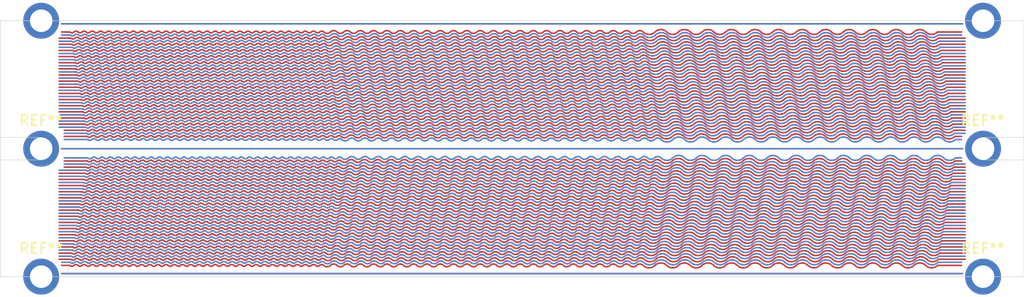
<source format=kicad_pcb>
(kicad_pcb (version 20240108) (generator "pcbnew") (generator_version "8.0")
  (layers (0 "F.Cu" signal) (31 "B.Cu" signal) (39 "F.Mask" user) (44 "Edge.Cuts" user))
  (net 0 "")
  (footprint "MountingHole:MountingHole_2.2mm_M2_ISO7380_Pad" (layer "F.Cu") (at 104 105)
    (property "Reference" "REF**")
    (property "Value" "MountingHole_2.2mm_M2_ISO7380_Pad")
  )
  (footprint "MountingHole:MountingHole_2.2mm_M2_ISO7380_Pad" (layer "F.Cu") (at 196 105)
    (property "Reference" "REF**")
    (property "Value" "MountingHole_2.2mm_M2_ISO7380_Pad")
  )
  (footprint "MountingHole:MountingHole_2.2mm_M2_ISO7380_Pad" (layer "F.Cu") (at 104 92.5)
    (property "Reference" "REF**")
    (property "Value" "MountingHole_2.2mm_M2_ISO7380_Pad")
  )
  (footprint "MountingHole:MountingHole_2.2mm_M2_ISO7380_Pad" (layer "F.Cu") (at 196 92.5)
    (property "Reference" "REF**")
    (property "Value" "MountingHole_2.2mm_M2_ISO7380_Pad")
  )
  (footprint "MountingHole:MountingHole_2.2mm_M2_ISO7380_Pad" (layer "F.Cu") (at 104 80)
    (property "Reference" "REF**")
    (property "Value" "MountingHole_2.2mm_M2_ISO7380_Pad")
  )
  (footprint "MountingHole:MountingHole_2.2mm_M2_ISO7380_Pad" (layer "F.Cu") (at 196 80)
    (property "Reference" "REF**")
    (property "Value" "MountingHole_2.2mm_M2_ISO7380_Pad")
  )
  (gr_arc (start 157.35 101.5) (mid 157.025 101.634619) (end 156.7 101.5) (stroke (width 0.15)) (layer "F.Cu"))
  (gr_arc (start 188.65 93.7) (mid 188.075 93.938172) (end 187.5 93.7) (stroke (width 0.15)) (layer "F.Cu"))
  (gr_arc (start 116.7 90.1) (mid 116.5 90.182843) (end 116.3 90.1) (stroke (width 0.15)) (layer "F.Cu"))
  (gr_arc (start 112.9 98.5) (mid 112.7 98.582843) (end 112.5 98.5) (stroke (width 0.15)) (layer "F.Cu"))
  (gr_arc (start 109.1 102.1) (mid 108.9 102.182843) (end 108.7 102.1) (stroke (width 0.15)) (layer "F.Cu"))
  (gr_arc (start 137.95 84.1) (mid 138.275 83.965381) (end 138.6 84.1) (stroke (width 0.15)) (layer "F.Cu"))
  (gr_arc (start 118.1 100.9) (mid 117.9 100.982843) (end 117.7 100.9) (stroke (width 0.15)) (layer "F.Cu"))
  (gr_arc (start 118.6 87.1) (mid 118.4 87.182843) (end 118.2 87.1) (stroke (width 0.15)) (layer "F.Cu"))
  (gr_arc (start 113.3 96.1) (mid 113.1 96.182843) (end 112.9 96.1) (stroke (width 0.15)) (layer "F.Cu"))
  (gr_arc (start 108.3 87.7) (mid 108.5 87.617157) (end 108.7 87.7) (stroke (width 0.15)) (layer "F.Cu"))
  (gr_arc (start 126.2 95.5) (mid 126.4 95.417157) (end 126.6 95.5) (stroke (width 0.15)) (layer "F.Cu"))
  (gr_arc (start 146.75 90.1) (mid 146.425 90.234619) (end 146.1 90.1) (stroke (width 0.15)) (layer "F.Cu"))
  (gr_arc (start 125.9 82.9) (mid 125.7 82.982843) (end 125.5 82.9) (stroke (width 0.15)) (layer "F.Cu"))
  (gr_arc (start 114.1 96.1) (mid 113.9 96.182843) (end 113.7 96.1) (stroke (width 0.15)) (layer "F.Cu"))
  (gr_arc (start 170.25 93.7) (mid 169.675 93.938172) (end 169.1 93.7) (stroke (width 0.15)) (layer "F.Cu"))
  (gr_arc (start 147.05 84.1) (mid 146.725 84.234619) (end 146.4 84.1) (stroke (width 0.15)) (layer "F.Cu"))
  (gr_arc (start 176.35 86.5) (mid 175.775 86.738172) (end 175.2 86.5) (stroke (width 0.15)) (layer "F.Cu"))
  (gr_arc (start 108.4 88.3) (mid 108.2 88.382843) (end 108 88.3) (stroke (width 0.15)) (layer "F.Cu"))
  (gr_arc (start 141.55 82.3) (mid 141.225 82.434619) (end 140.9 82.3) (stroke (width 0.15)) (layer "F.Cu"))
  (gr_arc (start 152.95 96.7) (mid 152.625 96.834619) (end 152.3 96.7) (stroke (width 0.15)) (layer "F.Cu"))
  (gr_arc (start 129.5 99.7) (mid 129.3 99.782843) (end 129.1 99.7) (stroke (width 0.15)) (layer "F.Cu"))
  (gr_arc (start 127.2 99.1) (mid 127 99.182843) (end 126.8 99.1) (stroke (width 0.15)) (layer "F.Cu"))
  (gr_arc (start 128.3 82.9) (mid 128.1 82.982843) (end 127.9 82.9) (stroke (width 0.15)) (layer "F.Cu"))
  (gr_arc (start 173.75 100.3) (mid 173.175 100.538172) (end 172.6 100.3) (stroke (width 0.15)) (layer "F.Cu"))
  (gr_arc (start 161.45 84.7) (mid 161.125 84.834619) (end 160.8 84.7) (stroke (width 0.15)) (layer "F.Cu"))
  (gr_arc (start 118.4 85.9) (mid 118.6 85.817157) (end 118.8 85.9) (stroke (width 0.15)) (layer "F.Cu"))
  (gr_arc (start 119.6 83.5) (mid 119.8 83.417157) (end 120 83.5) (stroke (width 0.15)) (layer "F.Cu"))
  (gr_arc (start 115.5 102.1) (mid 115.7 102.017157) (end 115.9 102.1) (stroke (width 0.15)) (layer "F.Cu"))
  (gr_arc (start 185.15 84.1) (mid 184.575 84.338172) (end 184 84.1) (stroke (width 0.15)) (layer "F.Cu"))
  (gr_arc (start 125.9 87.7) (mid 126.1 87.617157) (end 126.3 87.7) (stroke (width 0.15)) (layer "F.Cu"))
  (gr_arc (start 185.65 97.9) (mid 185.075 98.138172) (end 184.5 97.9) (stroke (width 0.15)) (layer "F.Cu"))
  (gr_arc (start 151.55 87.7) (mid 151.875 87.565381) (end 152.2 87.7) (stroke (width 0.15)) (layer "F.Cu"))
  (gr_arc (start 141.65 102.1) (mid 141.975 101.965381) (end 142.3 102.1) (stroke (width 0.15)) (layer "F.Cu"))
  (gr_arc (start 114 83.5) (mid 114.2 83.417157) (end 114.4 83.5) (stroke (width 0.15)) (layer "F.Cu"))
  (gr_arc (start 110.4 99.1) (mid 110.6 99.017157) (end 110.8 99.1) (stroke (width 0.15)) (layer "F.Cu"))
  (gr_arc (start 146.65 95.5) (mid 146.975 95.365381) (end 147.3 95.5) (stroke (width 0.15)) (layer "F.Cu"))
  (gr_arc (start 174.15 87.1) (mid 174.725 86.861827) (end 175.3 87.1) (stroke (width 0.15)) (layer "F.Cu"))
  (gr_arc (start 153.65 84.7) (mid 153.975 84.565381) (end 154.3 84.7) (stroke (width 0.15)) (layer "F.Cu"))
  (gr_arc (start 121.2 96.7) (mid 121.4 96.617157) (end 121.6 96.7) (stroke (width 0.15)) (layer "F.Cu"))
  (gr_arc (start 126.9 100.9) (mid 126.7 100.982843) (end 126.5 100.9) (stroke (width 0.15)) (layer "F.Cu"))
  (gr_arc (start 178.95 96.7) (mid 178.375 96.938172) (end 177.8 96.7) (stroke (width 0.15)) (layer "F.Cu"))
  (gr_arc (start 140.45 93.7) (mid 140.775 93.565381) (end 141.1 93.7) (stroke (width 0.15)) (layer "F.Cu"))
  (gr_arc (start 136.35 90.1) (mid 136.025 90.234619) (end 135.7 90.1) (stroke (width 0.15)) (layer "F.Cu"))
  (gr_arc (start 181.35 88.9) (mid 180.775 89.138172) (end 180.2 88.9) (stroke (width 0.15)) (layer "F.Cu"))
  (gr_arc (start 171.75 86.5) (mid 171.175 86.738172) (end 170.6 86.5) (stroke (width 0.15)) (layer "F.Cu"))
  (gr_arc (start 110.3 94.9) (mid 110.1 94.982843) (end 109.9 94.9) (stroke (width 0.15)) (layer "F.Cu"))
  (gr_arc (start 120 85.9) (mid 119.8 85.982843) (end 119.6 85.9) (stroke (width 0.15)) (layer "F.Cu"))
  (gr_arc (start 145.25 103.9) (mid 144.925 104.034619) (end 144.6 103.9) (stroke (width 0.15)) (layer "F.Cu"))
  (gr_arc (start 164.45 84.1) (mid 163.875 84.338172) (end 163.3 84.1) (stroke (width 0.15)) (layer "F.Cu"))
  (gr_arc (start 162.55 91.3) (mid 162.875 91.165381) (end 163.2 91.3) (stroke (width 0.15)) (layer "F.Cu"))
  (gr_arc (start 128.4 83.5) (mid 128.6 83.417157) (end 128.8 83.5) (stroke (width 0.15)) (layer "F.Cu"))
  (gr_arc (start 175.75 82.9) (mid 176.325 82.661827) (end 176.9 82.9) (stroke (width 0.15)) (layer "F.Cu"))
  (gr_arc (start 168.95 101.5) (mid 169.525 101.261827) (end 170.1 101.5) (stroke (width 0.15)) (layer "F.Cu"))
  (gr_arc (start 158.25 81.1) (mid 157.925 81.234619) (end 157.6 81.1) (stroke (width 0.15)) (layer "F.Cu"))
  (gr_arc (start 168.85 82.9) (mid 169.425 82.661827) (end 170 82.9) (stroke (width 0.15)) (layer "F.Cu"))
  (gr_arc (start 144.45 84.1) (mid 144.125 84.234619) (end 143.8 84.1) (stroke (width 0.15)) (layer "F.Cu"))
  (gr_arc (start 122.2 95.5) (mid 122 95.582843) (end 121.8 95.5) (stroke (width 0.15)) (layer "F.Cu"))
  (gr_arc (start 108.6 84.7) (mid 108.8 84.617157) (end 109 84.7) (stroke (width 0.15)) (layer "F.Cu"))
  (gr_arc (start 193.25 93.7) (mid 192.675 93.938172) (end 192.1 93.7) (stroke (width 0.15)) (layer "F.Cu"))
  (gr_arc (start 188.15 96.7) (mid 187.575 96.938172) (end 187 96.7) (stroke (width 0.15)) (layer "F.Cu"))
  (gr_arc (start 125.8 97.9) (mid 126 97.817157) (end 126.2 97.9) (stroke (width 0.15)) (layer "F.Cu"))
  (gr_arc (start 119.2 81.1) (mid 119.4 81.017157) (end 119.6 81.1) (stroke (width 0.15)) (layer "F.Cu"))
  (gr_arc (start 122.9 84.1) (mid 123.1 84.017157) (end 123.3 84.1) (stroke (width 0.15)) (layer "F.Cu"))
  (gr_arc (start 118 96.7) (mid 118.2 96.617157) (end 118.4 96.7) (stroke (width 0.15)) (layer "F.Cu"))
  (gr_arc (start 146.35 87.7) (mid 146.025 87.834619) (end 145.7 87.7) (stroke (width 0.15)) (layer "F.Cu"))
  (gr_arc (start 150.85 93.7) (mid 150.525 93.834619) (end 150.2 93.7) (stroke (width 0.15)) (layer "F.Cu"))
  (gr_arc (start 160.25 99.7) (mid 159.925 99.834619) (end 159.6 99.7) (stroke (width 0.15)) (layer "F.Cu"))
  (gr_arc (start 165.25 88.9) (mid 165.825 88.661827) (end 166.4 88.9) (stroke (width 0.15)) (layer "F.Cu"))
  (gr_arc (start 150.95 100.9) (mid 150.625 101.034619) (end 150.3 100.9) (stroke (width 0.15)) (layer "F.Cu"))
  (gr_arc (start 147.95 103.3) (mid 148.275 103.165381) (end 148.6 103.3) (stroke (width 0.15)) (layer "F.Cu"))
  (gr_arc (start 161.45 100.3) (mid 161.775 100.165381) (end 162.1 100.3) (stroke (width 0.15)) (layer "F.Cu"))
  (gr_arc (start 131.3 81.7) (mid 131.5 81.617157) (end 131.7 81.7) (stroke (width 0.15)) (layer "F.Cu"))
  (gr_arc (start 147.95 95.5) (mid 148.275 95.365381) (end 148.6 95.5) (stroke (width 0.15)) (layer "F.Cu"))
  (gr_arc (start 108 99.1) (mid 107.8 99.182843) (end 107.6 99.1) (stroke (width 0.15)) (layer "F.Cu"))
  (gr_arc (start 117.5 90.1) (mid 117.7 90.017157) (end 117.9 90.1) (stroke (width 0.15)) (layer "F.Cu"))
  (gr_arc (start 139.25 84.1) (mid 139.575 83.965381) (end 139.9 84.1) (stroke (width 0.15)) (layer "F.Cu"))
  (gr_arc (start 144.25 90.7) (mid 144.575 90.565381) (end 144.9 90.7) (stroke (width 0.15)) (layer "F.Cu"))
  (gr_arc (start 151.95 94.9) (mid 151.625 95.034619) (end 151.3 94.9) (stroke (width 0.15)) (layer "F.Cu"))
  (gr_arc (start 166.25 81.1) (mid 165.675 81.338172) (end 165.1 81.1) (stroke (width 0.15)) (layer "F.Cu"))
  (gr_arc (start 125.8 97.9) (mid 125.6 97.982843) (end 125.4 97.9) (stroke (width 0.15)) (layer "F.Cu"))
  (gr_arc (start 148.65 99.1) (mid 148.975 98.965381) (end 149.3 99.1) (stroke (width 0.15)) (layer "F.Cu"))
  (gr_arc (start 168.55 81.1) (mid 169.125 80.861827) (end 169.7 81.1) (stroke (width 0.15)) (layer "F.Cu"))
  (gr_arc (start 125.6 94.3) (mid 125.4 94.382843) (end 125.2 94.3) (stroke (width 0.15)) (layer "F.Cu"))
  (gr_arc (start 121.1 87.7) (mid 120.9 87.782843) (end 120.7 87.7) (stroke (width 0.15)) (layer "F.Cu"))
  (gr_arc (start 109.2 83.5) (mid 109 83.582843) (end 108.8 83.5) (stroke (width 0.15)) (layer "F.Cu"))
  (gr_arc (start 134.85 81.1) (mid 134.525 81.234619) (end 134.2 81.1) (stroke (width 0.15)) (layer "F.Cu"))
  (gr_arc (start 114.4 81.1) (mid 114.2 81.182843) (end 114 81.1) (stroke (width 0.15)) (layer "F.Cu"))
  (gr_arc (start 119 95.5) (mid 119.2 95.417157) (end 119.4 95.5) (stroke (width 0.15)) (layer "F.Cu"))
  (gr_arc (start 123.3 93.7) (mid 123.5 93.617157) (end 123.7 93.7) (stroke (width 0.15)) (layer "F.Cu"))
  (gr_arc (start 121.4 84.7) (mid 121.6 84.617157) (end 121.8 84.7) (stroke (width 0.15)) (layer "F.Cu"))
  (gr_arc (start 149.35 94.9) (mid 149.025 95.034619) (end 148.7 94.9) (stroke (width 0.15)) (layer "F.Cu"))
  (gr_arc (start 182.95 100.3) (mid 183.525 100.061827) (end 184.1 100.3) (stroke (width 0.15)) (layer "F.Cu"))
  (gr_arc (start 174.15 97.9) (mid 174.725 97.661827) (end 175.3 97.9) (stroke (width 0.15)) (layer "F.Cu"))
  (gr_arc (start 122.4 99.1) (mid 122.2 99.182843) (end 122 99.1) (stroke (width 0.15)) (layer "F.Cu"))
  (gr_arc (start 144.35 101.5) (mid 144.025 101.634619) (end 143.7 101.5) (stroke (width 0.15)) (layer "F.Cu"))
  (gr_arc (start 113 82.3) (mid 113.2 82.217157) (end 113.4 82.3) (stroke (width 0.15)) (layer "F.Cu"))
  (gr_arc (start 130.1 88.9) (mid 130.3 88.817157) (end 130.5 88.9) (stroke (width 0.15)) (layer "F.Cu"))
  (gr_arc (start 151.15 85.3) (mid 151.475 85.165381) (end 151.8 85.3) (stroke (width 0.15)) (layer "F.Cu"))
  (gr_arc (start 127.2 85.9) (mid 127.4 85.817157) (end 127.6 85.9) (stroke (width 0.15)) (layer "F.Cu"))
  (gr_arc (start 115.7 88.9) (mid 115.5 88.982843) (end 115.3 88.9) (stroke (width 0.15)) (layer "F.Cu"))
  (gr_arc (start 118.5 81.7) (mid 118.7 81.617157) (end 118.9 81.7) (stroke (width 0.15)) (layer "F.Cu"))
  (gr_arc (start 128.5 88.9) (mid 128.3 88.982843) (end 128.1 88.9) (stroke (width 0.15)) (layer "F.Cu"))
  (gr_arc (start 124.5 96.1) (mid 124.7 96.017157) (end 124.9 96.1) (stroke (width 0.15)) (layer "F.Cu"))
  (gr_arc (start 122.8 96.7) (mid 122.6 96.782843) (end 122.4 96.7) (stroke (width 0.15)) (layer "F.Cu"))
  (gr_arc (start 117 97.9) (mid 116.8 97.982843) (end 116.6 97.9) (stroke (width 0.15)) (layer "F.Cu"))
  (gr_arc (start 149.05 88.3) (mid 148.725 88.434619) (end 148.4 88.3) (stroke (width 0.15)) (layer "F.Cu"))
  (gr_arc (start 122.7 102.1) (mid 122.5 102.182843) (end 122.3 102.1) (stroke (width 0.15)) (layer "F.Cu"))
  (gr_arc (start 120 90.7) (mid 119.8 90.782843) (end 119.6 90.7) (stroke (width 0.15)) (layer "F.Cu"))
  (gr_arc (start 157.15 94.9) (mid 156.825 95.034619) (end 156.5 94.9) (stroke (width 0.15)) (layer "F.Cu"))
  (gr_arc (start 111.7 96.1) (mid 111.5 96.182843) (end 111.3 96.1) (stroke (width 0.15)) (layer "F.Cu"))
  (gr_arc (start 142.35 87.1) (mid 142.675 86.965381) (end 143 87.1) (stroke (width 0.15)) (layer "F.Cu"))
  (gr_arc (start 122.5 93.7) (mid 122.7 93.617157) (end 122.9 93.7) (stroke (width 0.15)) (layer "F.Cu"))
  (gr_arc (start 174.35 88.3) (mid 173.775 88.538172) (end 173.2 88.3) (stroke (width 0.15)) (layer "F.Cu"))
  (gr_arc (start 110.6 102.7) (mid 110.8 102.617157) (end 111 102.7) (stroke (width 0.15)) (layer "F.Cu"))
  (gr_arc (start 128.9 98.5) (mid 129.1 98.417157) (end 129.3 98.5) (stroke (width 0.15)) (layer "F.Cu"))
  (gr_arc (start 165.55 94.3) (mid 164.975 94.538172) (end 164.4 94.3) (stroke (width 0.15)) (layer "F.Cu"))
  (gr_arc (start 114.9 96.1) (mid 114.7 96.182843) (end 114.5 96.1) (stroke (width 0.15)) (layer "F.Cu"))
  (gr_arc (start 114.3 85.3) (mid 114.5 85.217157) (end 114.7 85.3) (stroke (width 0.15)) (layer "F.Cu"))
  (gr_arc (start 130.5 86.5) (mid 130.3 86.582843) (end 130.1 86.5) (stroke (width 0.15)) (layer "F.Cu"))
  (gr_arc (start 137.15 97.9) (mid 136.825 98.034619) (end 136.5 97.9) (stroke (width 0.15)) (layer "F.Cu"))
  (gr_arc (start 157.95 97.9) (mid 157.625 98.034619) (end 157.3 97.9) (stroke (width 0.15)) (layer "F.Cu"))
  (gr_arc (start 146.55 81.1) (mid 146.875 80.965381) (end 147.2 81.1) (stroke (width 0.15)) (layer "F.Cu"))
  (gr_arc (start 142.35 97.9) (mid 142.675 97.765381) (end 143 97.9) (stroke (width 0.15)) (layer "F.Cu"))
  (gr_arc (start 118.2 84.7) (mid 118 84.782843) (end 117.8 84.7) (stroke (width 0.15)) (layer "F.Cu"))
  (gr_arc (start 144.25 102.1) (mid 144.575 101.965381) (end 144.9 102.1) (stroke (width 0.15)) (layer "F.Cu"))
  (gr_arc (start 140.05 81.1) (mid 140.375 80.965381) (end 140.7 81.1) (stroke (width 0.15)) (layer "F.Cu"))
  (gr_arc (start 171.45 100.3) (mid 170.875 100.538172) (end 170.3 100.3) (stroke (width 0.15)) (layer "F.Cu"))
  (gr_arc (start 111.5 97.3) (mid 111.3 97.382843) (end 111.1 97.3) (stroke (width 0.15)) (layer "F.Cu"))
  (gr_arc (start 141.95 84.7) (mid 141.625 84.834619) (end 141.3 84.7) (stroke (width 0.15)) (layer "F.Cu"))
  (gr_arc (start 176.65 96.7) (mid 176.075 96.938172) (end 175.5 96.7) (stroke (width 0.15)) (layer "F.Cu"))
  (gr_arc (start 149.35 90.1) (mid 149.025 90.234619) (end 148.7 90.1) (stroke (width 0.15)) (layer "F.Cu"))
  (gr_arc (start 157.95 97.9) (mid 158.275 97.765381) (end 158.6 97.9) (stroke (width 0.15)) (layer "F.Cu"))
  (gr_arc (start 165.15 96.7) (mid 164.575 96.938172) (end 164 96.7) (stroke (width 0.15)) (layer "F.Cu"))
  (gr_arc (start 134.85 103.9) (mid 135.175 103.765381) (end 135.5 103.9) (stroke (width 0.15)) (layer "F.Cu"))
  (gr_arc (start 108.8 81.1) (mid 109 81.017157) (end 109.2 81.1) (stroke (width 0.15)) (layer "F.Cu"))
  (gr_arc (start 164.25 82.9) (mid 163.675 83.138172) (end 163.1 82.9) (stroke (width 0.15)) (layer "F.Cu"))
  (gr_arc (start 148.55 99.7) (mid 148.875 99.565381) (end 149.2 99.7) (stroke (width 0.15)) (layer "F.Cu"))
  (gr_arc (start 150.55 89.5) (mid 150.875 89.365381) (end 151.2 89.5) (stroke (width 0.15)) (layer "F.Cu"))
  (gr_arc (start 126.5 86.5) (mid 126.7 86.417157) (end 126.9 86.5) (stroke (width 0.15)) (layer "F.Cu"))
  (gr_arc (start 147.35 85.9) (mid 147.675 85.765381) (end 148 85.9) (stroke (width 0.15)) (layer "F.Cu"))
  (gr_arc (start 137.45 103.9) (mid 137.125 104.034619) (end 136.8 103.9) (stroke (width 0.15)) (layer "F.Cu"))
  (gr_arc (start 171.05 102.7) (mid 171.625 102.461827) (end 172.2 102.7) (stroke (width 0.15)) (layer "F.Cu"))
  (gr_arc (start 140.25 82.3) (mid 140.575 82.165381) (end 140.9 82.3) (stroke (width 0.15)) (layer "F.Cu"))
  (gr_arc (start 139.75 87.1) (mid 140.075 86.965381) (end 140.4 87.1) (stroke (width 0.15)) (layer "F.Cu"))
  (gr_arc (start 178.55 85.9) (mid 179.125 85.661827) (end 179.7 85.9) (stroke (width 0.15)) (layer "F.Cu"))
  (gr_arc (start 155.05 85.3) (mid 154.725 85.434619) (end 154.4 85.3) (stroke (width 0.15)) (layer "F.Cu"))
  (gr_arc (start 121.6 103.9) (mid 121.8 103.817157) (end 122 103.9) (stroke (width 0.15)) (layer "F.Cu"))
  (gr_arc (start 192.25 99.7) (mid 191.675 99.938172) (end 191.1 99.7) (stroke (width 0.15)) (layer "F.Cu"))
  (gr_arc (start 116.8 94.3) (mid 117 94.217157) (end 117.2 94.3) (stroke (width 0.15)) (layer "F.Cu"))
  (gr_arc (start 120.3 102.1) (mid 120.1 102.182843) (end 119.9 102.1) (stroke (width 0.15)) (layer "F.Cu"))
  (gr_arc (start 118.7 102.1) (mid 118.9 102.017157) (end 119.1 102.1) (stroke (width 0.15)) (layer "F.Cu"))
  (gr_arc (start 141.05 87.1) (mid 141.375 86.965381) (end 141.7 87.1) (stroke (width 0.15)) (layer "F.Cu"))
  (gr_arc (start 118.1 84.1) (mid 118.3 84.017157) (end 118.5 84.1) (stroke (width 0.15)) (layer "F.Cu"))
  (gr_arc (start 164.15 102.7) (mid 163.575 102.938172) (end 163 102.7) (stroke (width 0.15)) (layer "F.Cu"))
  (gr_arc (start 171.95 87.7) (mid 172.525 87.461827) (end 173.1 87.7) (stroke (width 0.15)) (layer "F.Cu"))
  (gr_arc (start 154.85 84.1) (mid 155.175 83.965381) (end 155.5 84.1) (stroke (width 0.15)) (layer "F.Cu"))
  (gr_arc (start 189.25 81.1) (mid 188.675 81.338172) (end 188.1 81.1) (stroke (width 0.15)) (layer "F.Cu"))
  (gr_arc (start 171.25 83.5) (mid 171.825 83.261827) (end 172.4 83.5) (stroke (width 0.15)) (layer "F.Cu"))
  (gr_arc (start 112.5 88.9) (mid 112.7 88.817157) (end 112.9 88.9) (stroke (width 0.15)) (layer "F.Cu"))
  (gr_arc (start 155.75 89.5) (mid 155.425 89.634619) (end 155.1 89.5) (stroke (width 0.15)) (layer "F.Cu"))
  (gr_arc (start 108.6 100.3) (mid 108.4 100.382843) (end 108.2 100.3) (stroke (width 0.15)) (layer "F.Cu"))
  (gr_arc (start 155.75 95.5) (mid 156.075 95.365381) (end 156.4 95.5) (stroke (width 0.15)) (layer "F.Cu"))
  (gr_arc (start 161.85 97.9) (mid 161.525 98.034619) (end 161.2 97.9) (stroke (width 0.15)) (layer "F.Cu"))
  (gr_arc (start 157.35 91.3) (mid 157.675 91.165381) (end 158 91.3) (stroke (width 0.15)) (layer "F.Cu"))
  (gr_arc (start 144.35 83.5) (mid 144.025 83.634619) (end 143.7 83.5) (stroke (width 0.15)) (layer "F.Cu"))
  (gr_arc (start 129.7 86.5) (mid 129.9 86.417157) (end 130.1 86.5) (stroke (width 0.15)) (layer "F.Cu"))
  (gr_arc (start 118.3 99.7) (mid 118.5 99.617157) (end 118.7 99.7) (stroke (width 0.15)) (layer "F.Cu"))
  (gr_arc (start 114.9 100.9) (mid 114.7 100.982843) (end 114.5 100.9) (stroke (width 0.15)) (layer "F.Cu"))
  (gr_arc (start 115.2 90.7) (mid 115.4 90.617157) (end 115.6 90.7) (stroke (width 0.15)) (layer "F.Cu"))
  (gr_arc (start 129.9 97.3) (mid 130.1 97.217157) (end 130.3 97.3) (stroke (width 0.15)) (layer "F.Cu"))
  (gr_arc (start 130.5 81.7) (mid 130.7 81.617157) (end 130.9 81.7) (stroke (width 0.15)) (layer "F.Cu"))
  (gr_arc (start 112.9 86.5) (mid 112.7 86.582843) (end 112.5 86.5) (stroke (width 0.15)) (layer "F.Cu"))
  (gr_arc (start 172.05 88.3) (mid 171.475 88.538172) (end 170.9 88.3) (stroke (width 0.15)) (layer "F.Cu"))
  (gr_arc (start 126.1 96.1) (mid 125.9 96.182843) (end 125.7 96.1) (stroke (width 0.15)) (layer "F.Cu"))
  (gr_arc (start 115.5 102.1) (mid 115.3 102.182843) (end 115.1 102.1) (stroke (width 0.15)) (layer "F.Cu"))
  (gr_arc (start 124 99.1) (mid 124.2 99.017157) (end 124.4 99.1) (stroke (width 0.15)) (layer "F.Cu"))
  (gr_arc (start 134.55 87.1) (mid 134.225 87.234619) (end 133.9 87.1) (stroke (width 0.15)) (layer "F.Cu"))
  (gr_arc (start 183.65 88.9) (mid 184.225 88.661827) (end 184.8 88.9) (stroke (width 0.15)) (layer "F.Cu"))
  (gr_arc (start 163.35 96.7) (mid 163.675 96.565381) (end 164 96.7) (stroke (width 0.15)) (layer "F.Cu"))
  (gr_arc (start 163.95 103.9) (mid 164.525 103.661827) (end 165.1 103.9) (stroke (width 0.15)) (layer "F.Cu"))
  (gr_arc (start 113.9 102.1) (mid 113.7 102.182843) (end 113.5 102.1) (stroke (width 0.15)) (layer "F.Cu"))
  (gr_arc (start 128 103.9) (mid 128.2 103.817157) (end 128.4 103.9) (stroke (width 0.15)) (layer "F.Cu"))
  (gr_arc (start 180.55 84.1) (mid 181.125 83.861827) (end 181.7 84.1) (stroke (width 0.15)) (layer "F.Cu"))
  (gr_arc (start 109.3 100.9) (mid 109.1 100.982843) (end 108.9 100.9) (stroke (width 0.15)) (layer "F.Cu"))
  (gr_arc (start 169.25 85.3) (mid 168.675 85.538172) (end 168.1 85.3) (stroke (width 0.15)) (layer "F.Cu"))
  (gr_arc (start 189.95 99.7) (mid 189.375 99.938172) (end 188.8 99.7) (stroke (width 0.15)) (layer "F.Cu"))
  (gr_arc (start 113.1 87.7) (mid 113.3 87.617157) (end 113.5 87.7) (stroke (width 0.15)) (layer "F.Cu"))
  (gr_arc (start 156.95 103.9) (mid 156.625 104.034619) (end 156.3 103.9) (stroke (width 0.15)) (layer "F.Cu"))
  (gr_arc (start 137.85 101.5) (mid 137.525 101.634619) (end 137.2 101.5) (stroke (width 0.15)) (layer "F.Cu"))
  (gr_arc (start 153.25 90.1) (mid 153.575 89.965381) (end 153.9 90.1) (stroke (width 0.15)) (layer "F.Cu"))
  (gr_arc (start 179.15 89.5) (mid 179.725 89.261827) (end 180.3 89.5) (stroke (width 0.15)) (layer "F.Cu"))
  (gr_arc (start 138.45 87.1) (mid 138.775 86.965381) (end 139.1 87.1) (stroke (width 0.15)) (layer "F.Cu"))
  (gr_arc (start 108.7 90.1) (mid 108.5 90.182843) (end 108.3 90.1) (stroke (width 0.15)) (layer "F.Cu"))
  (gr_arc (start 140.85 99.1) (mid 141.175 98.965381) (end 141.5 99.1) (stroke (width 0.15)) (layer "F.Cu"))
  (gr_arc (start 108.9 91.3) (mid 109.1 91.217157) (end 109.3 91.3) (stroke (width 0.15)) (layer "F.Cu"))
  (gr_arc (start 185.45 85.9) (mid 186.025 85.661827) (end 186.6 85.9) (stroke (width 0.15)) (layer "F.Cu"))
  (gr_arc (start 122.5 103.3) (mid 122.3 103.382843) (end 122.1 103.3) (stroke (width 0.15)) (layer "F.Cu"))
  (gr_arc (start 112.6 95.5) (mid 112.4 95.582843) (end 112.2 95.5) (stroke (width 0.15)) (layer "F.Cu"))
  (gr_arc (start 115.2 99.1) (mid 115.4 99.017157) (end 115.6 99.1) (stroke (width 0.15)) (layer "F.Cu"))
  (gr_arc (start 161.05 102.7) (mid 161.375 102.565381) (end 161.7 102.7) (stroke (width 0.15)) (layer "F.Cu"))
  (gr_arc (start 182.35 81.1) (mid 181.775 81.338172) (end 181.2 81.1) (stroke (width 0.15)) (layer "F.Cu"))
  (gr_arc (start 141.45 95.5) (mid 141.125 95.634619) (end 140.8 95.5) (stroke (width 0.15)) (layer "F.Cu"))
  (gr_arc (start 133.85 94.3) (mid 133.525 94.434619) (end 133.2 94.3) (stroke (width 0.15)) (layer "F.Cu"))
  (gr_arc (start 125.8 102.7) (mid 125.6 102.782843) (end 125.4 102.7) (stroke (width 0.15)) (layer "F.Cu"))
  (gr_arc (start 116.4 96.7) (mid 116.6 96.617157) (end 116.8 96.7) (stroke (width 0.15)) (layer "F.Cu"))
  (gr_arc (start 161.75 86.5) (mid 161.425 86.634619) (end 161.1 86.5) (stroke (width 0.15)) (layer "F.Cu"))
  (gr_arc (start 150.45 103.9) (mid 150.775 103.765381) (end 151.1 103.9) (stroke (width 0.15)) (layer "F.Cu"))
  (gr_arc (start 172.35 94.9) (mid 171.775 95.138172) (end 171.2 94.9) (stroke (width 0.15)) (layer "F.Cu"))
  (gr_arc (start 125.3 88.9) (mid 125.1 88.982843) (end 124.9 88.9) (stroke (width 0.15)) (layer "F.Cu"))
  (gr_arc (start 125.4 100.3) (mid 125.2 100.382843) (end 125 100.3) (stroke (width 0.15)) (layer "F.Cu"))
  (gr_arc (start 121.9 102.1) (mid 122.1 102.017157) (end 122.3 102.1) (stroke (width 0.15)) (layer "F.Cu"))
  (gr_arc (start 144.65 99.7) (mid 144.325 99.834619) (end 144 99.7) (stroke (width 0.15)) (layer "F.Cu"))
  (gr_arc (start 124.3 97.3) (mid 124.5 97.217157) (end 124.7 97.3) (stroke (width 0.15)) (layer "F.Cu"))
  (gr_arc (start 131.2 103.9) (mid 131.4 103.817157) (end 131.6 103.9) (stroke (width 0.15)) (layer "F.Cu"))
  (gr_arc (start 140.15 103.3) (mid 140.475 103.165381) (end 140.8 103.3) (stroke (width 0.15)) (layer "F.Cu"))
  (gr_arc (start 176.15 85.3) (mid 175.575 85.538172) (end 175 85.3) (stroke (width 0.15)) (layer "F.Cu"))
  (gr_arc (start 179.45 91.3) (mid 180.025 91.061827) (end 180.6 91.3) (stroke (width 0.15)) (layer "F.Cu"))
  (gr_arc (start 159.65 81.7) (mid 159.325 81.834619) (end 159 81.7) (stroke (width 0.15)) (layer "F.Cu"))
  (gr_arc (start 119.7 84.1) (mid 119.9 84.017157) (end 120.1 84.1) (stroke (width 0.15)) (layer "F.Cu"))
  (gr_arc (start 117.6 103.9) (mid 117.8 103.817157) (end 118 103.9) (stroke (width 0.15)) (layer "F.Cu"))
  (gr_arc (start 111.9 99.7) (mid 112.1 99.617157) (end 112.3 99.7) (stroke (width 0.15)) (layer "F.Cu"))
  (gr_arc (start 126.3 85.3) (mid 126.1 85.382843) (end 125.9 85.3) (stroke (width 0.15)) (layer "F.Cu"))
  (gr_arc (start 113.8 102.7) (mid 114 102.617157) (end 114.2 102.7) (stroke (width 0.15)) (layer "F.Cu"))
  (gr_arc (start 131.3 98.5) (mid 131.5 98.417157) (end 131.7 98.5) (stroke (width 0.15)) (layer "F.Cu"))
  (gr_arc (start 125.8 82.3) (mid 125.6 82.382843) (end 125.4 82.3) (stroke (width 0.15)) (layer "F.Cu"))
  (gr_arc (start 112.2 82.3) (mid 112 82.382843) (end 111.8 82.3) (stroke (width 0.15)) (layer "F.Cu"))
  (gr_arc (start 158.25 103.9) (mid 158.575 103.765381) (end 158.9 103.9) (stroke (width 0.15)) (layer "F.Cu"))
  (gr_arc (start 122.8 83.5) (mid 123 83.417157) (end 123.2 83.5) (stroke (width 0.15)) (layer "F.Cu"))
  (gr_arc (start 158.05 87.7) (mid 158.375 87.565381) (end 158.7 87.7) (stroke (width 0.15)) (layer "F.Cu"))
  (gr_arc (start 174.35 88.3) (mid 174.925 88.061827) (end 175.5 88.3) (stroke (width 0.15)) (layer "F.Cu"))
  (gr_arc (start 164.15 102.7) (mid 164.725 102.461827) (end 165.3 102.7) (stroke (width 0.15)) (layer "F.Cu"))
  (gr_arc (start 110.8 83.5) (mid 110.6 83.582843) (end 110.4 83.5) (stroke (width 0.15)) (layer "F.Cu"))
  (gr_arc (start 132.65 101.5) (mid 132.975 101.365381) (end 133.3 101.5) (stroke (width 0.15)) (layer "F.Cu"))
  (gr_arc (start 178.85 87.7) (mid 178.275 87.938172) (end 177.7 87.7) (stroke (width 0.15)) (layer "F.Cu"))
  (gr_arc (start 114.4 103.9) (mid 114.6 103.817157) (end 114.8 103.9) (stroke (width 0.15)) (layer "F.Cu"))
  (gr_arc (start 192.05 84.1) (mid 191.475 84.338172) (end 190.9 84.1) (stroke (width 0.15)) (layer "F.Cu"))
  (gr_arc (start 116.5 100.9) (mid 116.3 100.982843) (end 116.1 100.9) (stroke (width 0.15)) (layer "F.Cu"))
  (gr_arc (start 147.95 103.3) (mid 147.625 103.434619) (end 147.3 103.3) (stroke (width 0.15)) (layer "F.Cu"))
  (gr_arc (start 175.45 103.9) (mid 176.025 103.661827) (end 176.6 103.9) (stroke (width 0.15)) (layer "F.Cu"))
  (gr_arc (start 114.7 102.1) (mid 114.5 102.182843) (end 114.3 102.1) (stroke (width 0.15)) (layer "F.Cu"))
  (gr_arc (start 136.85 99.7) (mid 136.525 99.834619) (end 136.2 99.7) (stroke (width 0.15)) (layer "F.Cu"))
  (gr_arc (start 146.55 96.1) (mid 146.225 96.234619) (end 145.9 96.1) (stroke (width 0.15)) (layer "F.Cu"))
  (gr_arc (start 138.45 87.1) (mid 138.125 87.234619) (end 137.8 87.1) (stroke (width 0.15)) (layer "F.Cu"))
  (gr_arc (start 129.8 97.9) (mid 130 97.817157) (end 130.2 97.9) (stroke (width 0.15)) (layer "F.Cu"))
  (gr_arc (start 132.55 102.1) (mid 132.875 101.965381) (end 133.2 102.1) (stroke (width 0.15)) (layer "F.Cu"))
  (gr_arc (start 120.6 89.5) (mid 120.4 89.582843) (end 120.2 89.5) (stroke (width 0.15)) (layer "F.Cu"))
  (gr_arc (start 191.95 101.5) (mid 191.375 101.738172) (end 190.8 101.5) (stroke (width 0.15)) (layer "F.Cu"))
  (gr_arc (start 142.35 87.1) (mid 142.025 87.234619) (end 141.7 87.1) (stroke (width 0.15)) (layer "F.Cu"))
  (gr_arc (start 146.85 102.1) (mid 147.175 101.965381) (end 147.5 102.1) (stroke (width 0.15)) (layer "F.Cu"))
  (gr_arc (start 134.45 86.5) (mid 134.775 86.365381) (end 135.1 86.5) (stroke (width 0.15)) (layer "F.Cu"))
  (gr_arc (start 165.55 90.7) (mid 164.975 90.938172) (end 164.4 90.7) (stroke (width 0.15)) (layer "F.Cu"))
  (gr_arc (start 181.05 97.9) (mid 180.475 98.138172) (end 179.9 97.9) (stroke (width 0.15)) (layer "F.Cu"))
  (gr_arc (start 162.25 81.7) (mid 161.925 81.834619) (end 161.6 81.7) (stroke (width 0.15)) (layer "F.Cu"))
  (gr_arc (start 129.2 101.5) (mid 129.4 101.417157) (end 129.6 101.5) (stroke (width 0.15)) (layer "F.Cu"))
  (gr_arc (start 158.35 81.7) (mid 158.025 81.834619) (end 157.7 81.7) (stroke (width 0.15)) (layer "F.Cu"))
  (gr_arc (start 180.35 102.1) (mid 180.925 101.861827) (end 181.5 102.1) (stroke (width 0.15)) (layer "F.Cu"))
  (gr_arc (start 173.85 99.7) (mid 173.275 99.938172) (end 172.7 99.7) (stroke (width 0.15)) (layer "F.Cu"))
  (gr_arc (start 117.3 84.1) (mid 117.5 84.017157) (end 117.7 84.1) (stroke (width 0.15)) (layer "F.Cu"))
  (gr_arc (start 154.75 101.5) (mid 154.425 101.634619) (end 154.1 101.5) (stroke (width 0.15)) (layer "F.Cu"))
  (gr_arc (start 154.65 94.3) (mid 154.325 94.434619) (end 154 94.3) (stroke (width 0.15)) (layer "F.Cu"))
  (gr_arc (start 189.55 82.9) (mid 190.125 82.661827) (end 190.7 82.9) (stroke (width 0.15)) (layer "F.Cu"))
  (gr_arc (start 119.5 82.9) (mid 119.7 82.817157) (end 119.9 82.9) (stroke (width 0.15)) (layer "F.Cu"))
  (gr_arc (start 115.2 94.3) (mid 115.4 94.217157) (end 115.6 94.3) (stroke (width 0.15)) (layer "F.Cu"))
  (gr_arc (start 159.55 103.9) (mid 159.875 103.765381) (end 160.2 103.9) (stroke (width 0.15)) (layer "F.Cu"))
  (gr_arc (start 123.9 99.7) (mid 124.1 99.617157) (end 124.3 99.7) (stroke (width 0.15)) (layer "F.Cu"))
  (gr_arc (start 128.4 96.7) (mid 128.6 96.617157) (end 128.8 96.7) (stroke (width 0.15)) (layer "F.Cu"))
  (gr_arc (start 130 83.5) (mid 129.8 83.582843) (end 129.6 83.5) (stroke (width 0.15)) (layer "F.Cu"))
  (gr_arc (start 131.1 90.1) (mid 130.9 90.182843) (end 130.7 90.1) (stroke (width 0.15)) (layer "F.Cu"))
  (gr_arc (start 114 101.5) (mid 114.2 101.417157) (end 114.4 101.5) (stroke (width 0.15)) (layer "F.Cu"))
  (gr_arc (start 172.45 94.3) (mid 173.025 94.061827) (end 173.6 94.3) (stroke (width 0.15)) (layer "F.Cu"))
  (gr_arc (start 183.65 88.9) (mid 183.075 89.138172) (end 182.5 88.9) (stroke (width 0.15)) (layer "F.Cu"))
  (gr_arc (start 160.45 86.5) (mid 160.775 86.365381) (end 161.1 86.5) (stroke (width 0.15)) (layer "F.Cu"))
  (gr_arc (start 122.3 99.7) (mid 122.1 99.782843) (end 121.9 99.7) (stroke (width 0.15)) (layer "F.Cu"))
  (gr_arc (start 141.05 97.9) (mid 141.375 97.765381) (end 141.7 97.9) (stroke (width 0.15)) (layer "F.Cu"))
  (gr_arc (start 126.4 94.3) (mid 126.2 94.382843) (end 126 94.3) (stroke (width 0.15)) (layer "F.Cu"))
  (gr_arc (start 149.55 93.7) (mid 149.875 93.565381) (end 150.2 93.7) (stroke (width 0.15)) (layer "F.Cu"))
  (gr_arc (start 157.05 103.3) (mid 157.375 103.165381) (end 157.7 103.3) (stroke (width 0.15)) (layer "F.Cu"))
  (gr_arc (start 156.95 88.9) (mid 156.625 89.034619) (end 156.3 88.9) (stroke (width 0.15)) (layer "F.Cu"))
  (gr_arc (start 140.65 100.3) (mid 140.325 100.434619) (end 140 100.3) (stroke (width 0.15)) (layer "F.Cu"))
  (gr_arc (start 183.95 94.3) (mid 183.375 94.538172) (end 182.8 94.3) (stroke (width 0.15)) (layer "F.Cu"))
  (gr_arc (start 148.05 102.7) (mid 148.375 102.565381) (end 148.7 102.7) (stroke (width 0.15)) (layer "F.Cu"))
  (gr_arc (start 126 83.5) (mid 126.2 83.417157) (end 126.4 83.5) (stroke (width 0.15)) (layer "F.Cu"))
  (gr_arc (start 134.25 85.3) (mid 133.925 85.434619) (end 133.6 85.3) (stroke (width 0.15)) (layer "F.Cu"))
  (gr_arc (start 148.95 97.3) (mid 149.275 97.165381) (end 149.6 97.3) (stroke (width 0.15)) (layer "F.Cu"))
  (gr_arc (start 147.35 99.1) (mid 147.675 98.965381) (end 148 99.1) (stroke (width 0.15)) (layer "F.Cu"))
  (gr_arc (start 111.6 96.7) (mid 111.8 96.617157) (end 112 96.7) (stroke (width 0.15)) (layer "F.Cu"))
  (gr_arc (start 146.85 90.7) (mid 146.525 90.834619) (end 146.2 90.7) (stroke (width 0.15)) (layer "F.Cu"))
  (gr_arc (start 118.9 88.9) (mid 118.7 88.982843) (end 118.5 88.9) (stroke (width 0.15)) (layer "F.Cu"))
  (gr_arc (start 169.65 97.3) (mid 170.225 97.061827) (end 170.8 97.3) (stroke (width 0.15)) (layer "F.Cu"))
  (gr_arc (start 183.15 99.1) (mid 182.575 99.338172) (end 182 99.1) (stroke (width 0.15)) (layer "F.Cu"))
  (gr_arc (start 155.65 88.9) (mid 155.975 88.765381) (end 156.3 88.9) (stroke (width 0.15)) (layer "F.Cu"))
  (gr_arc (start 128.7 94.9) (mid 128.5 94.982843) (end 128.3 94.9) (stroke (width 0.15)) (layer "F.Cu"))
  (gr_arc (start 126.9 96.1) (mid 127.1 96.017157) (end 127.3 96.1) (stroke (width 0.15)) (layer "F.Cu"))
  (gr_arc (start 111 100.3) (mid 110.8 100.382843) (end 110.6 100.3) (stroke (width 0.15)) (layer "F.Cu"))
  (gr_arc (start 112.1 93.7) (mid 111.9 93.782843) (end 111.7 93.7) (stroke (width 0.15)) (layer "F.Cu"))
  (gr_arc (start 122 88.3) (mid 121.8 88.382843) (end 121.6 88.3) (stroke (width 0.15)) (layer "F.Cu"))
  (gr_arc (start 119.4 82.3) (mid 119.2 82.382843) (end 119 82.3) (stroke (width 0.15)) (layer "F.Cu"))
  (gr_arc (start 117.1 97.3) (mid 117.3 97.217157) (end 117.5 97.3) (stroke (width 0.15)) (layer "F.Cu"))
  (gr_arc (start 109.9 87.7) (mid 110.1 87.617157) (end 110.3 87.7) (stroke (width 0.15)) (layer "F.Cu"))
  (gr_arc (start 157.15 82.3) (mid 157.475 82.165381) (end 157.8 82.3) (stroke (width 0.15)) (layer "F.Cu"))
  (gr_arc (start 114.9 84.1) (mid 115.1 84.017157) (end 115.3 84.1) (stroke (width 0.15)) (layer "F.Cu"))
  (gr_arc (start 159.75 102.7) (mid 160.075 102.565381) (end 160.4 102.7) (stroke (width 0.15)) (layer "F.Cu"))
  (gr_arc (start 159.65 89.5) (mid 159.975 89.365381) (end 160.3 89.5) (stroke (width 0.15)) (layer "F.Cu"))
  (gr_arc (start 134.35 99.1) (mid 134.675 98.965381) (end 135 99.1) (stroke (width 0.15)) (layer "F.Cu"))
  (gr_arc (start 157.85 86.5) (mid 157.525 86.634619) (end 157.2 86.5) (stroke (width 0.15)) (layer "F.Cu"))
  (gr_arc (start 184.75 81.7) (mid 185.325 81.461827) (end 185.9 81.7) (stroke (width 0.15)) (layer "F.Cu"))
  (gr_arc (start 114.8 101.5) (mid 114.6 101.582843) (end 114.4 101.5) (stroke (width 0.15)) (layer "F.Cu"))
  (gr_arc (start 121.7 86.5) (mid 121.5 86.582843) (end 121.3 86.5) (stroke (width 0.15)) (layer "F.Cu"))
  (gr_arc (start 141.65 90.7) (mid 141.975 90.565381) (end 142.3 90.7) (stroke (width 0.15)) (layer "F.Cu"))
  (gr_arc (start 134.95 89.5) (mid 134.625 89.634619) (end 134.3 89.5) (stroke (width 0.15)) (layer "F.Cu"))
  (gr_arc (start 146.45 88.3) (mid 146.125 88.434619) (end 145.8 88.3) (stroke (width 0.15)) (layer "F.Cu"))
  (gr_arc (start 108.7 99.7) (mid 108.9 99.617157) (end 109.1 99.7) (stroke (width 0.15)) (layer "F.Cu"))
  (gr_arc (start 110.1 96.1) (mid 109.9 96.182843) (end 109.7 96.1) (stroke (width 0.15)) (layer "F.Cu"))
  (gr_arc (start 120.4 88.3) (mid 120.2 88.382843) (end 120 88.3) (stroke (width 0.15)) (layer "F.Cu"))
  (gr_arc (start 152.45 85.3) (mid 152.125 85.434619) (end 151.8 85.3) (stroke (width 0.15)) (layer "F.Cu"))
  (gr_arc (start 120.8 81.1) (mid 121 81.017157) (end 121.2 81.1) (stroke (width 0.15)) (layer "F.Cu"))
  (gr_arc (start 109.1 87.7) (mid 108.9 87.782843) (end 108.7 87.7) (stroke (width 0.15)) (layer "F.Cu"))
  (gr_arc (start 118.9 84.1) (mid 119.1 84.017157) (end 119.3 84.1) (stroke (width 0.15)) (layer "F.Cu"))
  (gr_arc (start 171.55 85.3) (mid 172.125 85.061827) (end 172.7 85.3) (stroke (width 0.15)) (layer "F.Cu"))
  (gr_arc (start 152.15 101.5) (mid 151.825 101.634619) (end 151.5 101.5) (stroke (width 0.15)) (layer "F.Cu"))
  (gr_arc (start 129 82.3) (mid 129.2 82.217157) (end 129.4 82.3) (stroke (width 0.15)) (layer "F.Cu"))
  (gr_arc (start 127.3 103.3) (mid 127.1 103.382843) (end 126.9 103.3) (stroke (width 0.15)) (layer "F.Cu"))
  (gr_arc (start 189.75 84.1) (mid 190.325 83.861827) (end 190.9 84.1) (stroke (width 0.15)) (layer "F.Cu"))
  (gr_arc (start 130.9 84.1) (mid 131.1 84.017157) (end 131.3 84.1) (stroke (width 0.15)) (layer "F.Cu"))
  (gr_arc (start 111.5 102.1) (mid 111.7 102.017157) (end 111.9 102.1) (stroke (width 0.15)) (layer "F.Cu"))
  (gr_arc (start 114.5 81.7) (mid 114.3 81.782843) (end 114.1 81.7) (stroke (width 0.15)) (layer "F.Cu"))
  (gr_arc (start 122.2 89.5) (mid 122 89.582843) (end 121.8 89.5) (stroke (width 0.15)) (layer "F.Cu"))
  (gr_arc (start 118.3 99.7) (mid 118.1 99.782843) (end 117.9 99.7) (stroke (width 0.15)) (layer "F.Cu"))
  (gr_arc (start 136.15 81.1) (mid 135.825 81.234619) (end 135.5 81.1) (stroke (width 0.15)) (layer "F.Cu"))
  (gr_arc (start 128.7 99.7) (mid 128.9 99.617157) (end 129.1 99.7) (stroke (width 0.15)) (layer "F.Cu"))
  (gr_arc (start 119.4 102.7) (mid 119.6 102.617157) (end 119.8 102.7) (stroke (width 0.15)) (layer "F.Cu"))
  (gr_arc (start 154.55 102.7) (mid 154.875 102.565381) (end 155.2 102.7) (stroke (width 0.15)) (layer "F.Cu"))
  (gr_arc (start 128.8 94.3) (mid 128.6 94.382843) (end 128.4 94.3) (stroke (width 0.15)) (layer "F.Cu"))
  (gr_arc (start 111.1 99.7) (mid 111.3 99.617157) (end 111.5 99.7) (stroke (width 0.15)) (layer "F.Cu"))
  (gr_arc (start 113.5 99.7) (mid 113.3 99.782843) (end 113.1 99.7) (stroke (width 0.15)) (layer "F.Cu"))
  (gr_arc (start 145.15 96.7) (mid 144.825 96.834619) (end 144.5 96.7) (stroke (width 0.15)) (layer "F.Cu"))
  (gr_arc (start 186.95 103.9) (mid 187.525 103.661827) (end 188.1 103.9) (stroke (width 0.15)) (layer "F.Cu"))
  (gr_arc (start 143.05 93.7) (mid 143.375 93.565381) (end 143.7 93.7) (stroke (width 0.15)) (layer "F.Cu"))
  (gr_arc (start 149.55 101.5) (mid 149.875 101.365381) (end 150.2 101.5) (stroke (width 0.15)) (layer "F.Cu"))
  (gr_arc (start 159.75 82.3) (mid 160.075 82.165381) (end 160.4 82.3) (stroke (width 0.15)) (layer "F.Cu"))
  (gr_arc (start 115.3 86.5) (mid 115.1 86.582843) (end 114.9 86.5) (stroke (width 0.15)) (layer "F.Cu"))
  (gr_arc (start 115.2 103.9) (mid 115.4 103.817157) (end 115.6 103.9) (stroke (width 0.15)) (layer "F.Cu"))
  (gr_arc (start 167.65 89.5) (mid 168.225 89.261827) (end 168.8 89.5) (stroke (width 0.15)) (layer "F.Cu"))
  (gr_arc (start 135.45 84.7) (mid 135.125 84.834619) (end 134.8 84.7) (stroke (width 0.15)) (layer "F.Cu"))
  (gr_arc (start 121.7 81.7) (mid 121.5 81.782843) (end 121.3 81.7) (stroke (width 0.15)) (layer "F.Cu"))
  (gr_arc (start 158.85 84.7) (mid 159.175 84.565381) (end 159.5 84.7) (stroke (width 0.15)) (layer "F.Cu"))
  (gr_arc (start 145.25 96.1) (mid 144.925 96.234619) (end 144.6 96.1) (stroke (width 0.15)) (layer "F.Cu"))
  (gr_arc (start 128.8 90.7) (mid 128.6 90.782843) (end 128.4 90.7) (stroke (width 0.15)) (layer "F.Cu"))
  (gr_arc (start 112 85.9) (mid 112.2 85.817157) (end 112.4 85.9) (stroke (width 0.15)) (layer "F.Cu"))
  (gr_arc (start 112.1 81.7) (mid 112.3 81.617157) (end 112.5 81.7) (stroke (width 0.15)) (layer "F.Cu"))
  (gr_arc (start 133.85 90.7) (mid 133.525 90.834619) (end 133.2 90.7) (stroke (width 0.15)) (layer "F.Cu"))
  (gr_arc (start 171.65 85.9) (mid 171.075 86.138172) (end 170.5 85.9) (stroke (width 0.15)) (layer "F.Cu"))
  (gr_arc (start 181.05 97.9) (mid 181.625 97.661827) (end 182.2 97.9) (stroke (width 0.15)) (layer "F.Cu"))
  (gr_arc (start 110.1 100.9) (mid 109.9 100.982843) (end 109.7 100.9) (stroke (width 0.15)) (layer "F.Cu"))
  (gr_arc (start 166.35 81.7) (mid 165.775 81.938172) (end 165.2 81.7) (stroke (width 0.15)) (layer "F.Cu"))
  (gr_arc (start 131.5 82.9) (mid 131.7 82.817157) (end 131.9 82.9) (stroke (width 0.15)) (layer "F.Cu"))
  (gr_arc (start 135.15 90.7) (mid 135.475 90.565381) (end 135.8 90.7) (stroke (width 0.15)) (layer "F.Cu"))
  (gr_arc (start 163.15 97.9) (mid 163.475 97.765381) (end 163.8 97.9) (stroke (width 0.15)) (layer "F.Cu"))
  (gr_arc (start 126.7 97.3) (mid 126.5 97.382843) (end 126.3 97.3) (stroke (width 0.15)) (layer "F.Cu"))
  (gr_arc (start 161.05 82.3) (mid 160.725 82.434619) (end 160.4 82.3) (stroke (width 0.15)) (layer "F.Cu"))
  (gr_arc (start 127.3 98.5) (mid 127.5 98.417157) (end 127.7 98.5) (stroke (width 0.15)) (layer "F.Cu"))
  (gr_arc (start 121.6 99.1) (mid 121.4 99.182843) (end 121.2 99.1) (stroke (width 0.15)) (layer "F.Cu"))
  (gr_arc (start 130.8 101.5) (mid 130.6 101.582843) (end 130.4 101.5) (stroke (width 0.15)) (layer "F.Cu"))
  (gr_arc (start 117.5 99.7) (mid 117.3 99.782843) (end 117.1 99.7) (stroke (width 0.15)) (layer "F.Cu"))
  (gr_arc (start 121.3 96.1) (mid 121.5 96.017157) (end 121.7 96.1) (stroke (width 0.15)) (layer "F.Cu"))
  (gr_arc (start 152.25 100.9) (mid 152.575 100.765381) (end 152.9 100.9) (stroke (width 0.15)) (layer "F.Cu"))
  (gr_arc (start 124.6 89.5) (mid 124.8 89.417157) (end 125 89.5) (stroke (width 0.15)) (layer "F.Cu"))
  (gr_arc (start 111.2 90.7) (mid 111.4 90.617157) (end 111.6 90.7) (stroke (width 0.15)) (layer "F.Cu"))
  (gr_arc (start 170.85 81.1) (mid 170.275 81.338172) (end 169.7 81.1) (stroke (width 0.15)) (layer "F.Cu"))
  (gr_arc (start 111.1 90.1) (mid 111.3 90.017157) (end 111.5 90.1) (stroke (width 0.15)) (layer "F.Cu"))
  (gr_arc (start 138.05 84.7) (mid 137.725 84.834619) (end 137.4 84.7) (stroke (width 0.15)) (layer "F.Cu"))
  (gr_arc (start 117.2 88.3) (mid 117.4 88.217157) (end 117.6 88.3) (stroke (width 0.15)) (layer "F.Cu"))
  (gr_arc (start 134.25 99.7) (mid 134.575 99.565381) (end 134.9 99.7) (stroke (width 0.15)) (layer "F.Cu"))
  (gr_arc (start 108.8 103.9) (mid 108.6 103.982843) (end 108.4 103.9) (stroke (width 0.15)) (layer "F.Cu"))
  (gr_arc (start 160.85 96.1) (mid 161.175 95.965381) (end 161.5 96.1) (stroke (width 0.15)) (layer "F.Cu"))
  (gr_arc (start 151.45 97.9) (mid 151.125 98.034619) (end 150.8 97.9) (stroke (width 0.15)) (layer "F.Cu"))
  (gr_arc (start 112.2 102.7) (mid 112 102.782843) (end 111.8 102.7) (stroke (width 0.15)) (layer "F.Cu"))
  (gr_arc (start 118.5 91.3) (mid 118.7 91.217157) (end 118.9 91.3) (stroke (width 0.15)) (layer "F.Cu"))
  (gr_arc (start 109.6 81.1) (mid 109.4 81.182843) (end 109.2 81.1) (stroke (width 0.15)) (layer "F.Cu"))
  (gr_arc (start 112.9 103.3) (mid 112.7 103.382843) (end 112.5 103.3) (stroke (width 0.15)) (layer "F.Cu"))
  (gr_arc (start 172.35 90.1) (mid 171.775 90.338172) (end 171.2 90.1) (stroke (width 0.15)) (layer "F.Cu"))
  (gr_arc (start 119.3 93.7) (mid 119.1 93.782843) (end 118.9 93.7) (stroke (width 0.15)) (layer "F.Cu"))
  (gr_arc (start 139.15 101.5) (mid 139.475 101.365381) (end 139.8 101.5) (stroke (width 0.15)) (layer "F.Cu"))
  (gr_arc (start 117.1 82.9) (mid 116.9 82.982843) (end 116.7 82.9) (stroke (width 0.15)) (layer "F.Cu"))
  (gr_arc (start 130.9 96.1) (mid 131.1 96.017157) (end 131.3 96.1) (stroke (width 0.15)) (layer "F.Cu"))
  (gr_arc (start 113.7 103.3) (mid 113.9 103.217157) (end 114.1 103.3) (stroke (width 0.15)) (layer "F.Cu"))
  (gr_arc (start 128.5 100.9) (mid 128.7 100.817157) (end 128.9 100.9) (stroke (width 0.15)) (layer "F.Cu"))
  (gr_arc (start 153.35 82.9) (mid 153.025 83.034619) (end 152.7 82.9) (stroke (width 0.15)) (layer "F.Cu"))
  (gr_arc (start 127.3 98.5) (mid 127.1 98.582843) (end 126.9 98.5) (stroke (width 0.15)) (layer "F.Cu"))
  (gr_arc (start 145.35 89.5) (mid 145.025 89.634619) (end 144.7 89.5) (stroke (width 0.15)) (layer "F.Cu"))
  (gr_arc (start 116 90.7) (mid 115.8 90.782843) (end 115.6 90.7) (stroke (width 0.15)) (layer "F.Cu"))
  (gr_arc (start 123.8 84.7) (mid 124 84.617157) (end 124.2 84.7) (stroke (width 0.15)) (layer "F.Cu"))
  (gr_arc (start 149.45 90.7) (mid 149.125 90.834619) (end 148.8 90.7) (stroke (width 0.15)) (layer "F.Cu"))
  (gr_arc (start 162.65 84.1) (mid 162.975 83.965381) (end 163.3 84.1) (stroke (width 0.15)) (layer "F.Cu"))
  (gr_arc (start 126.4 94.3) (mid 126.6 94.217157) (end 126.8 94.3) (stroke (width 0.15)) (layer "F.Cu"))
  (gr_arc (start 161.15 102.1) (mid 160.825 102.234619) (end 160.5 102.1) (stroke (width 0.15)) (layer "F.Cu"))
  (gr_arc (start 162.05 96.7) (mid 162.375 96.565381) (end 162.7 96.7) (stroke (width 0.15)) (layer "F.Cu"))
  (gr_arc (start 120.7 90.1) (mid 120.9 90.017157) (end 121.1 90.1) (stroke (width 0.15)) (layer "F.Cu"))
  (gr_arc (start 113 97.9) (mid 112.8 97.982843) (end 112.6 97.9) (stroke (width 0.15)) (layer "F.Cu"))
  (gr_arc (start 115.7 88.9) (mid 115.9 88.817157) (end 116.1 88.9) (stroke (width 0.15)) (layer "F.Cu"))
  (gr_arc (start 126.7 82.9) (mid 126.5 82.982843) (end 126.3 82.9) (stroke (width 0.15)) (layer "F.Cu"))
  (gr_arc (start 156.35 85.3) (mid 156.025 85.434619) (end 155.7 85.3) (stroke (width 0.15)) (layer "F.Cu"))
  (gr_arc (start 153.85 85.9) (mid 153.525 86.034619) (end 153.2 85.9) (stroke (width 0.15)) (layer "F.Cu"))
  (gr_arc (start 171.75 98.5) (mid 171.175 98.738172) (end 170.6 98.5) (stroke (width 0.15)) (layer "F.Cu"))
  (gr_arc (start 144.95 97.9) (mid 145.275 97.765381) (end 145.6 97.9) (stroke (width 0.15)) (layer "F.Cu"))
  (gr_arc (start 187.65 99.7) (mid 188.225 99.461827) (end 188.8 99.7) (stroke (width 0.15)) (layer "F.Cu"))
  (gr_arc (start 123.3 86.5) (mid 123.1 86.582843) (end 122.9 86.5) (stroke (width 0.15)) (layer "F.Cu"))
  (gr_arc (start 162.45 94.3) (mid 162.125 94.434619) (end 161.8 94.3) (stroke (width 0.15)) (layer "F.Cu"))
  (gr_arc (start 185.55 86.5) (mid 184.975 86.738172) (end 184.4 86.5) (stroke (width 0.15)) (layer "F.Cu"))
  (gr_arc (start 153.25 82.3) (mid 153.575 82.165381) (end 153.9 82.3) (stroke (width 0.15)) (layer "F.Cu"))
  (gr_arc (start 131.7 100.9) (mid 131.9 100.817157) (end 132.1 100.9) (stroke (width 0.15)) (layer "F.Cu"))
  (gr_arc (start 150.65 94.9) (mid 150.325 95.034619) (end 150 94.9) (stroke (width 0.15)) (layer "F.Cu"))
  (gr_arc (start 159.75 90.1) (mid 160.075 89.965381) (end 160.4 90.1) (stroke (width 0.15)) (layer "F.Cu"))
  (gr_arc (start 143.05 83.5) (mid 142.725 83.634619) (end 142.4 83.5) (stroke (width 0.15)) (layer "F.Cu"))
  (gr_arc (start 161.55 85.3) (mid 161.875 85.165381) (end 162.2 85.3) (stroke (width 0.15)) (layer "F.Cu"))
  (gr_arc (start 166.85 84.7) (mid 166.275 84.938172) (end 165.7 84.7) (stroke (width 0.15)) (layer "F.Cu"))
  (gr_arc (start 156.35 99.7) (mid 156.025 99.834619) (end 155.7 99.7) (stroke (width 0.15)) (layer "F.Cu"))
  (gr_arc (start 126.4 81.1) (mid 126.6 81.017157) (end 126.8 81.1) (stroke (width 0.15)) (layer "F.Cu"))
  (gr_arc (start 124 103.9) (mid 123.8 103.982843) (end 123.6 103.9) (stroke (width 0.15)) (layer "F.Cu"))
  (gr_arc (start 165.65 91.3) (mid 166.225 91.061827) (end 166.8 91.3) (stroke (width 0.15)) (layer "F.Cu"))
  (gr_arc (start 112.3 97.3) (mid 112.1 97.382843) (end 111.9 97.3) (stroke (width 0.15)) (layer "F.Cu"))
  (gr_arc (start 145.55 102.1) (mid 145.875 101.965381) (end 146.2 102.1) (stroke (width 0.15)) (layer "F.Cu"))
  (gr_arc (start 144.15 102.7) (mid 144.475 102.565381) (end 144.8 102.7) (stroke (width 0.15)) (layer "F.Cu"))
  (gr_arc (start 145.35 103.3) (mid 145.025 103.434619) (end 144.7 103.3) (stroke (width 0.15)) (layer "F.Cu"))
  (gr_arc (start 119.9 85.3) (mid 120.1 85.217157) (end 120.3 85.3) (stroke (width 0.15)) (layer "F.Cu"))
  (gr_arc (start 120.1 91.3) (mid 119.9 91.382843) (end 119.7 91.3) (stroke (width 0.15)) (layer "F.Cu"))
  (gr_arc (start 137.85 93.7) (mid 137.525 93.834619) (end 137.2 93.7) (stroke (width 0.15)) (layer "F.Cu"))
  (gr_arc (start 135.15 82.9) (mid 135.475 82.765381) (end 135.8 82.9) (stroke (width 0.15)) (layer "F.Cu"))
  (gr_arc (start 109.8 97.9) (mid 110 97.817157) (end 110.2 97.9) (stroke (width 0.15)) (layer "F.Cu"))
  (gr_arc (start 139.15 91.3) (mid 139.475 91.165381) (end 139.8 91.3) (stroke (width 0.15)) (layer "F.Cu"))
  (gr_arc (start 135.65 85.9) (mid 135.325 86.034619) (end 135 85.9) (stroke (width 0.15)) (layer "F.Cu"))
  (gr_arc (start 133.95 93.7) (mid 133.625 93.834619) (end 133.3 93.7) (stroke (width 0.15)) (layer "F.Cu"))
  (gr_arc (start 148.45 100.3) (mid 148.125 100.434619) (end 147.8 100.3) (stroke (width 0.15)) (layer "F.Cu"))
  (gr_arc (start 149.25 103.3) (mid 148.925 103.434619) (end 148.6 103.3) (stroke (width 0.15)) (layer "F.Cu"))
  (gr_arc (start 143.35 85.3) (mid 143.675 85.165381) (end 144 85.3) (stroke (width 0.15)) (layer "F.Cu"))
  (gr_arc (start 134.85 96.1) (mid 134.525 96.234619) (end 134.2 96.1) (stroke (width 0.15)) (layer "F.Cu"))
  (gr_arc (start 160.15 100.3) (mid 160.475 100.165381) (end 160.8 100.3) (stroke (width 0.15)) (layer "F.Cu"))
  (gr_arc (start 185.25 100.3) (mid 185.825 100.061827) (end 186.4 100.3) (stroke (width 0.15)) (layer "F.Cu"))
  (gr_arc (start 128 94.3) (mid 128.2 94.217157) (end 128.4 94.3) (stroke (width 0.15)) (layer "F.Cu"))
  (gr_arc (start 190.75 94.9) (mid 191.325 94.661827) (end 191.9 94.9) (stroke (width 0.15)) (layer "F.Cu"))
  (gr_arc (start 129.6 81.1) (mid 129.8 81.017157) (end 130 81.1) (stroke (width 0.15)) (layer "F.Cu"))
  (gr_arc (start 155.25 98.5) (mid 155.575 98.365381) (end 155.9 98.5) (stroke (width 0.15)) (layer "F.Cu"))
  (gr_arc (start 160.85 88.9) (mid 161.175 88.765381) (end 161.5 88.9) (stroke (width 0.15)) (layer "F.Cu"))
  (gr_arc (start 161.55 99.7) (mid 161.875 99.565381) (end 162.2 99.7) (stroke (width 0.15)) (layer "F.Cu"))
  (gr_arc (start 162.55 93.7) (mid 162.225 93.834619) (end 161.9 93.7) (stroke (width 0.15)) (layer "F.Cu"))
  (gr_arc (start 127.2 81.1) (mid 127.4 81.017157) (end 127.6 81.1) (stroke (width 0.15)) (layer "F.Cu"))
  (gr_arc (start 160.05 84.1) (mid 159.725 84.234619) (end 159.4 84.1) (stroke (width 0.15)) (layer "F.Cu"))
  (gr_arc (start 129.8 82.3) (mid 129.6 82.382843) (end 129.4 82.3) (stroke (width 0.15)) (layer "F.Cu"))
  (gr_arc (start 120.2 82.3) (mid 120.4 82.217157) (end 120.6 82.3) (stroke (width 0.15)) (layer "F.Cu"))
  (gr_arc (start 141.45 81.7) (mid 141.775 81.565381) (end 142.1 81.7) (stroke (width 0.15)) (layer "F.Cu"))
  (gr_arc (start 172.35 94.9) (mid 172.925 94.661827) (end 173.5 94.9) (stroke (width 0.15)) (layer "F.Cu"))
  (gr_arc (start 124.5 88.9) (mid 124.7 88.817157) (end 124.9 88.9) (stroke (width 0.15)) (layer "F.Cu"))
  (gr_arc (start 116.7 85.3) (mid 116.5 85.382843) (end 116.3 85.3) (stroke (width 0.15)) (layer "F.Cu"))
  (gr_arc (start 139.25 100.9) (mid 138.925 101.034619) (end 138.6 100.9) (stroke (width 0.15)) (layer "F.Cu"))
  (gr_arc (start 146.55 81.1) (mid 146.225 81.234619) (end 145.9 81.1) (stroke (width 0.15)) (layer "F.Cu"))
  (gr_arc (start 141.35 103.9) (mid 141.025 104.034619) (end 140.7 103.9) (stroke (width 0.15)) (layer "F.Cu"))
  (gr_arc (start 155.55 88.3) (mid 155.875 88.165381) (end 156.2 88.3) (stroke (width 0.15)) (layer "F.Cu"))
  (gr_arc (start 163.45 96.1) (mid 163.125 96.234619) (end 162.8 96.1) (stroke (width 0.15)) (layer "F.Cu"))
  (gr_arc (start 125.8 102.7) (mid 126 102.617157) (end 126.2 102.7) (stroke (width 0.15)) (layer "F.Cu"))
  (gr_arc (start 189.75 100.9) (mid 190.325 100.661827) (end 190.9 100.9) (stroke (width 0.15)) (layer "F.Cu"))
  (gr_arc (start 155.85 102.7) (mid 155.525 102.834619) (end 155.2 102.7) (stroke (width 0.15)) (layer "F.Cu"))
  (gr_arc (start 153.75 99.7) (mid 154.075 99.565381) (end 154.4 99.7) (stroke (width 0.15)) (layer "F.Cu"))
  (gr_arc (start 114.5 98.5) (mid 114.7 98.417157) (end 114.9 98.5) (stroke (width 0.15)) (layer "F.Cu"))
  (gr_arc (start 119.5 97.3) (mid 119.3 97.382843) (end 119.1 97.3) (stroke (width 0.15)) (layer "F.Cu"))
  (gr_arc (start 176.05 84.7) (mid 175.475 84.938172) (end 174.9 84.7) (stroke (width 0.15)) (layer "F.Cu"))
  (gr_arc (start 117.4 95.5) (mid 117.2 95.582843) (end 117 95.5) (stroke (width 0.15)) (layer "F.Cu"))
  (gr_arc (start 121.7 91.3) (mid 121.9 91.217157) (end 122.1 91.3) (stroke (width 0.15)) (layer "F.Cu"))
  (gr_arc (start 130.4 85.9) (mid 130.6 85.817157) (end 130.8 85.9) (stroke (width 0.15)) (layer "F.Cu"))
  (gr_arc (start 148.95 87.7) (mid 148.625 87.834619) (end 148.3 87.7) (stroke (width 0.15)) (layer "F.Cu"))
  (gr_arc (start 152.05 90.7) (mid 152.375 90.565381) (end 152.7 90.7) (stroke (width 0.15)) (layer "F.Cu"))
  (gr_arc (start 153.25 94.9) (mid 153.575 94.765381) (end 153.9 94.9) (stroke (width 0.15)) (layer "F.Cu"))
  (gr_arc (start 115.6 101.5) (mid 115.8 101.417157) (end 116 101.5) (stroke (width 0.15)) (layer "F.Cu"))
  (gr_arc (start 185.35 99.7) (mid 184.775 99.938172) (end 184.2 99.7) (stroke (width 0.15)) (layer "F.Cu"))
  (gr_arc (start 159.75 94.9) (mid 160.075 94.765381) (end 160.4 94.9) (stroke (width 0.15)) (layer "F.Cu"))
  (gr_arc (start 154.85 100.9) (mid 154.525 101.034619) (end 154.2 100.9) (stroke (width 0.15)) (layer "F.Cu"))
  (gr_arc (start 140.05 81.1) (mid 139.725 81.234619) (end 139.4 81.1) (stroke (width 0.15)) (layer "F.Cu"))
  (gr_arc (start 110.7 97.3) (mid 110.9 97.217157) (end 111.1 97.3) (stroke (width 0.15)) (layer "F.Cu"))
  (gr_arc (start 185.05 83.5) (mid 184.475 83.738172) (end 183.9 83.5) (stroke (width 0.15)) (layer "F.Cu"))
  (gr_arc (start 157.25 102.1) (mid 156.925 102.234619) (end 156.6 102.1) (stroke (width 0.15)) (layer "F.Cu"))
  (gr_arc (start 131.2 90.7) (mid 131 90.782843) (end 130.8 90.7) (stroke (width 0.15)) (layer "F.Cu"))
  (gr_arc (start 155.95 94.3) (mid 156.275 94.165381) (end 156.6 94.3) (stroke (width 0.15)) (layer "F.Cu"))
  (gr_arc (start 113.1 102.1) (mid 113.3 102.017157) (end 113.5 102.1) (stroke (width 0.15)) (layer "F.Cu"))
  (gr_arc (start 175.45 81.1) (mid 176.025 80.861827) (end 176.6 81.1) (stroke (width 0.15)) (layer "F.Cu"))
  (gr_arc (start 153.05 81.1) (mid 153.375 80.965381) (end 153.7 81.1) (stroke (width 0.15)) (layer "F.Cu"))
  (gr_arc (start 108.9 98.5) (mid 109.1 98.417157) (end 109.3 98.5) (stroke (width 0.15)) (layer "F.Cu"))
  (gr_arc (start 147.45 86.5) (mid 147.125 86.634619) (end 146.8 86.5) (stroke (width 0.15)) (layer "F.Cu"))
  (gr_arc (start 112.6 95.5) (mid 112.8 95.417157) (end 113 95.5) (stroke (width 0.15)) (layer "F.Cu"))
  (gr_arc (start 126 96.7) (mid 126.2 96.617157) (end 126.4 96.7) (stroke (width 0.15)) (layer "F.Cu"))
  (gr_arc (start 125.7 86.5) (mid 125.9 86.417157) (end 126.1 86.5) (stroke (width 0.15)) (layer "F.Cu"))
  (gr_arc (start 114.6 102.7) (mid 114.8 102.617157) (end 115 102.7) (stroke (width 0.15)) (layer "F.Cu"))
  (gr_arc (start 135.05 94.9) (mid 134.725 95.034619) (end 134.4 94.9) (stroke (width 0.15)) (layer "F.Cu"))
  (gr_arc (start 114 88.3) (mid 114.2 88.217157) (end 114.4 88.3) (stroke (width 0.15)) (layer "F.Cu"))
  (gr_arc (start 132.35 81.7) (mid 132.675 81.565381) (end 133 81.7) (stroke (width 0.15)) (layer "F.Cu"))
  (gr_arc (start 121.6 99.1) (mid 121.8 99.017157) (end 122 99.1) (stroke (width 0.15)) (layer "F.Cu"))
  (gr_arc (start 113.9 102.1) (mid 114.1 102.017157) (end 114.3 102.1) (stroke (width 0.15)) (layer "F.Cu"))
  (gr_arc (start 166.55 102.1) (mid 165.975 102.338172) (end 165.4 102.1) (stroke (width 0.15)) (layer "F.Cu"))
  (gr_arc (start 109.4 84.7) (mid 109.2 84.782843) (end 109 84.7) (stroke (width 0.15)) (layer "F.Cu"))
  (gr_arc (start 138.65 96.7) (mid 138.325 96.834619) (end 138 96.7) (stroke (width 0.15)) (layer "F.Cu"))
  (gr_arc (start 137.45 81.1) (mid 137.125 81.234619) (end 136.8 81.1) (stroke (width 0.15)) (layer "F.Cu"))
  (gr_arc (start 157.05 89.5) (mid 157.375 89.365381) (end 157.7 89.5) (stroke (width 0.15)) (layer "F.Cu"))
  (gr_arc (start 154.45 89.5) (mid 154.775 89.365381) (end 155.1 89.5) (stroke (width 0.15)) (layer "F.Cu"))
  (gr_arc (start 135.25 83.5) (mid 135.575 83.365381) (end 135.9 83.5) (stroke (width 0.15)) (layer "F.Cu"))
  (gr_arc (start 130.2 84.7) (mid 130.4 84.617157) (end 130.6 84.7) (stroke (width 0.15)) (layer "F.Cu"))
  (gr_arc (start 145.25 103.9) (mid 145.575 103.765381) (end 145.9 103.9) (stroke (width 0.15)) (layer "F.Cu"))
  (gr_arc (start 132.75 84.1) (mid 133.075 83.965381) (end 133.4 84.1) (stroke (width 0.15)) (layer "F.Cu"))
  (gr_arc (start 121.8 82.3) (mid 122 82.217157) (end 122.2 82.3) (stroke (width 0.15)) (layer "F.Cu"))
  (gr_arc (start 190.25 97.9) (mid 190.825 97.661827) (end 191.4 97.9) (stroke (width 0.15)) (layer "F.Cu"))
  (gr_arc (start 148.05 90.1) (mid 147.725 90.234619) (end 147.4 90.1) (stroke (width 0.15)) (layer "F.Cu"))
  (gr_arc (start 188.45 94.9) (mid 189.025 94.661827) (end 189.6 94.9) (stroke (width 0.15)) (layer "F.Cu"))
  (gr_arc (start 180.95 98.5) (mid 180.375 98.738172) (end 179.8 98.5) (stroke (width 0.15)) (layer "F.Cu"))
  (gr_arc (start 154.65 102.1) (mid 154.325 102.234619) (end 154 102.1) (stroke (width 0.15)) (layer "F.Cu"))
  (gr_arc (start 185.95 88.9) (mid 186.525 88.661827) (end 187.1 88.9) (stroke (width 0.15)) (layer "F.Cu"))
  (gr_arc (start 127.5 82.9) (mid 127.7 82.817157) (end 127.9 82.9) (stroke (width 0.15)) (layer "F.Cu"))
  (gr_arc (start 156.05 101.5) (mid 155.725 101.634619) (end 155.4 101.5) (stroke (width 0.15)) (layer "F.Cu"))
  (gr_arc (start 108.5 96.1) (mid 108.7 96.017157) (end 108.9 96.1) (stroke (width 0.15)) (layer "F.Cu"))
  (gr_arc (start 141.75 93.7) (mid 141.425 93.834619) (end 141.1 93.7) (stroke (width 0.15)) (layer "F.Cu"))
  (gr_arc (start 189.45 82.3) (mid 190.025 82.061827) (end 190.6 82.3) (stroke (width 0.15)) (layer "F.Cu"))
  (gr_arc (start 135.85 97.9) (mid 135.525 98.034619) (end 135.2 97.9) (stroke (width 0.15)) (layer "F.Cu"))
  (gr_arc (start 190.15 98.5) (mid 189.575 98.738172) (end 189 98.5) (stroke (width 0.15)) (layer "F.Cu"))
  (gr_arc (start 115.9 94.9) (mid 115.7 94.982843) (end 115.5 94.9) (stroke (width 0.15)) (layer "F.Cu"))
  (gr_arc (start 107.2 81.1) (mid 107 81.182843) (end 106.8 81.1) (stroke (width 0.15)) (layer "F.Cu"))
  (gr_arc (start 125.3 88.9) (mid 125.5 88.817157) (end 125.7 88.9) (stroke (width 0.15)) (layer "F.Cu"))
  (gr_arc (start 146.05 85.9) (mid 145.725 86.034619) (end 145.4 85.9) (stroke (width 0.15)) (layer "F.Cu"))
  (gr_arc (start 109.7 103.3) (mid 109.5 103.382843) (end 109.3 103.3) (stroke (width 0.15)) (layer "F.Cu"))
  (gr_arc (start 110.5 91.3) (mid 110.3 91.382843) (end 110.1 91.3) (stroke (width 0.15)) (layer "F.Cu"))
  (gr_arc (start 115.7 100.9) (mid 115.9 100.817157) (end 116.1 100.9) (stroke (width 0.15)) (layer "F.Cu"))
  (gr_arc (start 177.85 81.7) (mid 177.275 81.938172) (end 176.7 81.7) (stroke (width 0.15)) (layer "F.Cu"))
  (gr_arc (start 142.45 97.3) (mid 142.125 97.434619) (end 141.8 97.3) (stroke (width 0.15)) (layer "F.Cu"))
  (gr_arc (start 126.5 81.7) (mid 126.3 81.782843) (end 126.1 81.7) (stroke (width 0.15)) (layer "F.Cu"))
  (gr_arc (start 117.5 99.7) (mid 117.7 99.617157) (end 117.9 99.7) (stroke (width 0.15)) (layer "F.Cu"))
  (gr_arc (start 110.9 84.1) (mid 111.1 84.017157) (end 111.3 84.1) (stroke (width 0.15)) (layer "F.Cu"))
  (gr_arc (start 114 101.5) (mid 113.8 101.582843) (end 113.6 101.5) (stroke (width 0.15)) (layer "F.Cu"))
  (gr_arc (start 118.5 91.3) (mid 118.3 91.382843) (end 118.1 91.3) (stroke (width 0.15)) (layer "F.Cu"))
  (gr_arc (start 125 82.3) (mid 125.2 82.217157) (end 125.4 82.3) (stroke (width 0.15)) (layer "F.Cu"))
  (gr_arc (start 130.4 103.9) (mid 130.6 103.817157) (end 130.8 103.9) (stroke (width 0.15)) (layer "F.Cu"))
  (gr_arc (start 177.75 103.9) (mid 178.325 103.661827) (end 178.9 103.9) (stroke (width 0.15)) (layer "F.Cu"))
  (gr_arc (start 137.55 89.5) (mid 137.225 89.634619) (end 136.9 89.5) (stroke (width 0.15)) (layer "F.Cu"))
  (gr_arc (start 159.55 88.9) (mid 159.225 89.034619) (end 158.9 88.9) (stroke (width 0.15)) (layer "F.Cu"))
  (gr_arc (start 108.2 102.7) (mid 108 102.782843) (end 107.8 102.7) (stroke (width 0.15)) (layer "F.Cu"))
  (gr_arc (start 121.2 88.3) (mid 121 88.382843) (end 120.8 88.3) (stroke (width 0.15)) (layer "F.Cu"))
  (gr_arc (start 121 102.7) (mid 121.2 102.617157) (end 121.4 102.7) (stroke (width 0.15)) (layer "F.Cu"))
  (gr_arc (start 140.45 93.7) (mid 140.125 93.834619) (end 139.8 93.7) (stroke (width 0.15)) (layer "F.Cu"))
  (gr_arc (start 133.65 103.3) (mid 133.975 103.165381) (end 134.3 103.3) (stroke (width 0.15)) (layer "F.Cu"))
  (gr_arc (start 148.05 90.1) (mid 148.375 89.965381) (end 148.7 90.1) (stroke (width 0.15)) (layer "F.Cu"))
  (gr_arc (start 125.6 81.1) (mid 125.4 81.182843) (end 125.2 81.1) (stroke (width 0.15)) (layer "F.Cu"))
  (gr_arc (start 181.25 88.3) (mid 180.675 88.538172) (end 180.1 88.3) (stroke (width 0.15)) (layer "F.Cu"))
  (gr_arc (start 189.45 82.3) (mid 188.875 82.538172) (end 188.3 82.3) (stroke (width 0.15)) (layer "F.Cu"))
  (gr_arc (start 132.75 84.1) (mid 132.425 84.234619) (end 132.1 84.1) (stroke (width 0.15)) (layer "F.Cu"))
  (gr_arc (start 136.95 99.1) (mid 136.625 99.234619) (end 136.3 99.1) (stroke (width 0.15)) (layer "F.Cu"))
  (gr_arc (start 145.25 81.1) (mid 144.925 81.234619) (end 144.6 81.1) (stroke (width 0.15)) (layer "F.Cu"))
  (gr_arc (start 107.2 81.1) (mid 107.4 81.017157) (end 107.6 81.1) (stroke (width 0.15)) (layer "F.Cu"))
  (gr_arc (start 118.5 86.5) (mid 118.7 86.417157) (end 118.9 86.5) (stroke (width 0.15)) (layer "F.Cu"))
  (gr_arc (start 156.45 99.1) (mid 156.125 99.234619) (end 155.8 99.1) (stroke (width 0.15)) (layer "F.Cu"))
  (gr_arc (start 115.8 84.7) (mid 115.6 84.782843) (end 115.4 84.7) (stroke (width 0.15)) (layer "F.Cu"))
  (gr_arc (start 188.55 90.7) (mid 189.125 90.461827) (end 189.7 90.7) (stroke (width 0.15)) (layer "F.Cu"))
  (gr_arc (start 154.45 95.5) (mid 154.775 95.365381) (end 155.1 95.5) (stroke (width 0.15)) (layer "F.Cu"))
  (gr_arc (start 159.75 82.3) (mid 159.425 82.434619) (end 159.1 82.3) (stroke (width 0.15)) (layer "F.Cu"))
  (gr_arc (start 145.65 83.5) (mid 145.325 83.634619) (end 145 83.5) (stroke (width 0.15)) (layer "F.Cu"))
  (gr_arc (start 114.3 94.9) (mid 114.1 94.982843) (end 113.9 94.9) (stroke (width 0.15)) (layer "F.Cu"))
  (gr_arc (start 114.6 87.1) (mid 114.4 87.182843) (end 114.2 87.1) (stroke (width 0.15)) (layer "F.Cu"))
  (gr_arc (start 115.7 100.9) (mid 115.5 100.982843) (end 115.3 100.9) (stroke (width 0.15)) (layer "F.Cu"))
  (gr_arc (start 151.45 87.1) (mid 151.775 86.965381) (end 152.1 87.1) (stroke (width 0.15)) (layer "F.Cu"))
  (gr_arc (start 108.5 100.9) (mid 108.3 100.982843) (end 108.1 100.9) (stroke (width 0.15)) (layer "F.Cu"))
  (gr_arc (start 183.95 90.7) (mid 183.375 90.938172) (end 182.8 90.7) (stroke (width 0.15)) (layer "F.Cu"))
  (gr_arc (start 167.25 87.1) (mid 166.675 87.338172) (end 166.1 87.1) (stroke (width 0.15)) (layer "F.Cu"))
  (gr_arc (start 171.15 102.1) (mid 170.575 102.338172) (end 170 102.1) (stroke (width 0.15)) (layer "F.Cu"))
  (gr_arc (start 141.55 82.3) (mid 141.875 82.165381) (end 142.2 82.3) (stroke (width 0.15)) (layer "F.Cu"))
  (gr_arc (start 151.85 81.7) (mid 151.525 81.834619) (end 151.2 81.7) (stroke (width 0.15)) (layer "F.Cu"))
  (gr_arc (start 108.2 82.3) (mid 108.4 82.217157) (end 108.6 82.3) (stroke (width 0.15)) (layer "F.Cu"))
  (gr_arc (start 175.95 84.1) (mid 175.375 84.338172) (end 174.8 84.1) (stroke (width 0.15)) (layer "F.Cu"))
  (gr_arc (start 118.8 101.5) (mid 119 101.417157) (end 119.2 101.5) (stroke (width 0.15)) (layer "F.Cu"))
  (gr_arc (start 144.85 98.5) (mid 145.175 98.365381) (end 145.5 98.5) (stroke (width 0.15)) (layer "F.Cu"))
  (gr_arc (start 113 87.1) (mid 112.8 87.182843) (end 112.6 87.1) (stroke (width 0.15)) (layer "F.Cu"))
  (gr_arc (start 161.85 87.1) (mid 161.525 87.234619) (end 161.2 87.1) (stroke (width 0.15)) (layer "F.Cu"))
  (gr_arc (start 156.65 97.9) (mid 156.975 97.765381) (end 157.3 97.9) (stroke (width 0.15)) (layer "F.Cu"))
  (gr_arc (start 117.2 83.5) (mid 117.4 83.417157) (end 117.6 83.5) (stroke (width 0.15)) (layer "F.Cu"))
  (gr_arc (start 117.8 102.7) (mid 118 102.617157) (end 118.2 102.7) (stroke (width 0.15)) (layer "F.Cu"))
  (gr_arc (start 142.15 85.9) (mid 142.475 85.765381) (end 142.8 85.9) (stroke (width 0.15)) (layer "F.Cu"))
  (gr_arc (start 123.7 88.9) (mid 123.9 88.817157) (end 124.1 88.9) (stroke (width 0.15)) (layer "F.Cu"))
  (gr_arc (start 132.1 98.5) (mid 131.9 98.582843) (end 131.7 98.5) (stroke (width 0.15)) (layer "F.Cu"))
  (gr_arc (start 159.95 93.7) (mid 160.275 93.565381) (end 160.6 93.7) (stroke (width 0.15)) (layer "F.Cu"))
  (gr_arc (start 110.3 90.1) (mid 110.5 90.017157) (end 110.7 90.1) (stroke (width 0.15)) (layer "F.Cu"))
  (gr_arc (start 160.05 84.1) (mid 160.375 83.965381) (end 160.7 84.1) (stroke (width 0.15)) (layer "F.Cu"))
  (gr_arc (start 188.35 95.5) (mid 188.925 95.261827) (end 189.5 95.5) (stroke (width 0.15)) (layer "F.Cu"))
  (gr_arc (start 153.55 100.9) (mid 153.225 101.034619) (end 152.9 100.9) (stroke (width 0.15)) (layer "F.Cu"))
  (gr_arc (start 118.4 103.9) (mid 118.2 103.982843) (end 118 103.9) (stroke (width 0.15)) (layer "F.Cu"))
  (gr_arc (start 151.55 97.3) (mid 151.225 97.434619) (end 150.9 97.3) (stroke (width 0.15)) (layer "F.Cu"))
  (gr_arc (start 108.8 99.1) (mid 108.6 99.182843) (end 108.4 99.1) (stroke (width 0.15)) (layer "F.Cu"))
  (gr_arc (start 135.45 100.3) (mid 135.125 100.434619) (end 134.8 100.3) (stroke (width 0.15)) (layer "F.Cu"))
  (gr_arc (start 152.25 84.1) (mid 152.575 83.965381) (end 152.9 84.1) (stroke (width 0.15)) (layer "F.Cu"))
  (gr_arc (start 146.95 101.5) (mid 147.275 101.365381) (end 147.6 101.5) (stroke (width 0.15)) (layer "F.Cu"))
  (gr_arc (start 127.3 86.5) (mid 127.5 86.417157) (end 127.7 86.5) (stroke (width 0.15)) (layer "F.Cu"))
  (gr_arc (start 178.05 102.1) (mid 177.475 102.338172) (end 176.9 102.1) (stroke (width 0.15)) (layer "F.Cu"))
  (gr_arc (start 152.85 97.3) (mid 153.175 97.165381) (end 153.5 97.3) (stroke (width 0.15)) (layer "F.Cu"))
  (gr_arc (start 124.5 100.9) (mid 124.3 100.982843) (end 124.1 100.9) (stroke (width 0.15)) (layer "F.Cu"))
  (gr_arc (start 169.65 87.7) (mid 170.225 87.461827) (end 170.8 87.7) (stroke (width 0.15)) (layer "F.Cu"))
  (gr_arc (start 134.75 96.7) (mid 134.425 96.834619) (end 134.1 96.7) (stroke (width 0.15)) (layer "F.Cu"))
  (gr_arc (start 123.8 95.5) (mid 124 95.417157) (end 124.2 95.5) (stroke (width 0.15)) (layer "F.Cu"))
  (gr_arc (start 126.8 101.5) (mid 126.6 101.582843) (end 126.4 101.5) (stroke (width 0.15)) (layer "F.Cu"))
  (gr_arc (start 117.9 82.9) (mid 117.7 82.982843) (end 117.5 82.9) (stroke (width 0.15)) (layer "F.Cu"))
  (gr_arc (start 157.35 93.7) (mid 157.025 93.834619) (end 156.7 93.7) (stroke (width 0.15)) (layer "F.Cu"))
  (gr_arc (start 110 101.5) (mid 110.2 101.417157) (end 110.4 101.5) (stroke (width 0.15)) (layer "F.Cu"))
  (gr_arc (start 111.2 81.1) (mid 111.4 81.017157) (end 111.6 81.1) (stroke (width 0.15)) (layer "F.Cu"))
  (gr_arc (start 152.95 88.3) (mid 153.275 88.165381) (end 153.6 88.3) (stroke (width 0.15)) (layer "F.Cu"))
  (gr_arc (start 112.5 84.1) (mid 112.3 84.182843) (end 112.1 84.1) (stroke (width 0.15)) (layer "F.Cu"))
  (gr_arc (start 121.9 82.9) (mid 121.7 82.982843) (end 121.5 82.9) (stroke (width 0.15)) (layer "F.Cu"))
  (gr_arc (start 169.55 87.1) (mid 170.125 86.861827) (end 170.7 87.1) (stroke (width 0.15)) (layer "F.Cu"))
  (gr_arc (start 126.2 84.7) (mid 126.4 84.617157) (end 126.6 84.7) (stroke (width 0.15)) (layer "F.Cu"))
  (gr_arc (start 142.25 98.5) (mid 142.575 98.365381) (end 142.9 98.5) (stroke (width 0.15)) (layer "F.Cu"))
  (gr_arc (start 153.05 88.9) (mid 153.375 88.765381) (end 153.7 88.9) (stroke (width 0.15)) (layer "F.Cu"))
  (gr_arc (start 147.25 99.7) (mid 147.575 99.565381) (end 147.9 99.7) (stroke (width 0.15)) (layer "F.Cu"))
  (gr_arc (start 123.6 88.3) (mid 123.4 88.382843) (end 123.2 88.3) (stroke (width 0.15)) (layer "F.Cu"))
  (gr_arc (start 191.95 83.5) (mid 191.375 83.738172) (end 190.8 83.5) (stroke (width 0.15)) (layer "F.Cu"))
  (gr_arc (start 167.65 89.5) (mid 167.075 89.738172) (end 166.5 89.5) (stroke (width 0.15)) (layer "F.Cu"))
  (gr_arc (start 181.15 87.7) (mid 180.575 87.938172) (end 180 87.7) (stroke (width 0.15)) (layer "F.Cu"))
  (gr_arc (start 152.95 88.3) (mid 152.625 88.434619) (end 152.3 88.3) (stroke (width 0.15)) (layer "F.Cu"))
  (gr_arc (start 123.1 94.9) (mid 123.3 94.817157) (end 123.5 94.9) (stroke (width 0.15)) (layer "F.Cu"))
  (gr_arc (start 126.5 81.7) (mid 126.7 81.617157) (end 126.9 81.7) (stroke (width 0.15)) (layer "F.Cu"))
  (gr_arc (start 113.7 91.3) (mid 113.5 91.382843) (end 113.3 91.3) (stroke (width 0.15)) (layer "F.Cu"))
  (gr_arc (start 113.7 86.5) (mid 113.9 86.417157) (end 114.1 86.5) (stroke (width 0.15)) (layer "F.Cu"))
  (gr_arc (start 171.35 84.1) (mid 171.925 83.861827) (end 172.5 84.1) (stroke (width 0.15)) (layer "F.Cu"))
  (gr_arc (start 142.95 94.3) (mid 143.275 94.165381) (end 143.6 94.3) (stroke (width 0.15)) (layer "F.Cu"))
  (gr_arc (start 135.75 86.5) (mid 135.425 86.634619) (end 135.1 86.5) (stroke (width 0.15)) (layer "F.Cu"))
  (gr_arc (start 180.85 85.9) (mid 181.425 85.661827) (end 182 85.9) (stroke (width 0.15)) (layer "F.Cu"))
  (gr_arc (start 149.15 96.1) (mid 148.825 96.234619) (end 148.5 96.1) (stroke (width 0.15)) (layer "F.Cu"))
  (gr_arc (start 169.55 97.9) (mid 168.975 98.138172) (end 168.4 97.9) (stroke (width 0.15)) (layer "F.Cu"))
  (gr_arc (start 136.65 84.1) (mid 136.975 83.965381) (end 137.3 84.1) (stroke (width 0.15)) (layer "F.Cu"))
  (gr_arc (start 148.05 94.9) (mid 147.725 95.034619) (end 147.4 94.9) (stroke (width 0.15)) (layer "F.Cu"))
  (gr_arc (start 162.95 99.1) (mid 162.625 99.234619) (end 162.3 99.1) (stroke (width 0.15)) (layer "F.Cu"))
  (gr_arc (start 132.65 83.5) (mid 132.325 83.634619) (end 132 83.5) (stroke (width 0.15)) (layer "F.Cu"))
  (gr_arc (start 160.25 85.3) (mid 160.575 85.165381) (end 160.9 85.3) (stroke (width 0.15)) (layer "F.Cu"))
  (gr_arc (start 151.35 86.5) (mid 151.675 86.365381) (end 152 86.5) (stroke (width 0.15)) (layer "F.Cu"))
  (gr_arc (start 178.75 87.1) (mid 179.325 86.861827) (end 179.9 87.1) (stroke (width 0.15)) (layer "F.Cu"))
  (gr_arc (start 182.55 102.7) (mid 181.975 102.938172) (end 181.4 102.7) (stroke (width 0.15)) (layer "F.Cu"))
  (gr_arc (start 120.6 100.3) (mid 120.8 100.217157) (end 121 100.3) (stroke (width 0.15)) (layer "F.Cu"))
  (gr_arc (start 146.75 82.3) (mid 146.425 82.434619) (end 146.1 82.3) (stroke (width 0.15)) (layer "F.Cu"))
  (gr_arc (start 122.1 100.9) (mid 122.3 100.817157) (end 122.5 100.9) (stroke (width 0.15)) (layer "F.Cu"))
  (gr_arc (start 158.35 95.5) (mid 158.025 95.634619) (end 157.7 95.5) (stroke (width 0.15)) (layer "F.Cu"))
  (gr_arc (start 129.7 93.7) (mid 129.5 93.782843) (end 129.3 93.7) (stroke (width 0.15)) (layer "F.Cu"))
  (gr_arc (start 132.25 81.1) (mid 131.925 81.234619) (end 131.6 81.1) (stroke (width 0.15)) (layer "F.Cu"))
  (gr_arc (start 129.7 98.5) (mid 129.9 98.417157) (end 130.1 98.5) (stroke (width 0.15)) (layer "F.Cu"))
  (gr_arc (start 114.9 88.9) (mid 114.7 88.982843) (end 114.5 88.9) (stroke (width 0.15)) (layer "F.Cu"))
  (gr_arc (start 168.85 102.1) (mid 169.425 101.861827) (end 170 102.1) (stroke (width 0.15)) (layer "F.Cu"))
  (gr_arc (start 144.45 84.1) (mid 144.775 83.965381) (end 145.1 84.1) (stroke (width 0.15)) (layer "F.Cu"))
  (gr_arc (start 111.6 101.5) (mid 111.4 101.582843) (end 111.2 101.5) (stroke (width 0.15)) (layer "F.Cu"))
  (gr_arc (start 122.2 89.5) (mid 122.4 89.417157) (end 122.6 89.5) (stroke (width 0.15)) (layer "F.Cu"))
  (gr_arc (start 125.7 103.3) (mid 125.9 103.217157) (end 126.1 103.3) (stroke (width 0.15)) (layer "F.Cu"))
  (gr_arc (start 115.9 85.3) (mid 115.7 85.382843) (end 115.5 85.3) (stroke (width 0.15)) (layer "F.Cu"))
  (gr_arc (start 182.95 84.7) (mid 182.375 84.938172) (end 181.8 84.7) (stroke (width 0.15)) (layer "F.Cu"))
  (gr_arc (start 134.75 88.3) (mid 134.425 88.434619) (end 134.1 88.3) (stroke (width 0.15)) (layer "F.Cu"))
  (gr_arc (start 112.5 96.1) (mid 112.3 96.182843) (end 112.1 96.1) (stroke (width 0.15)) (layer "F.Cu"))
  (gr_arc (start 192.55 97.9) (mid 191.975 98.138172) (end 191.4 97.9) (stroke (width 0.15)) (layer "F.Cu"))
  (gr_arc (start 134.15 84.7) (mid 134.475 84.565381) (end 134.8 84.7) (stroke (width 0.15)) (layer "F.Cu"))
  (gr_arc (start 115.6 96.7) (mid 115.8 96.617157) (end 116 96.7) (stroke (width 0.15)) (layer "F.Cu"))
  (gr_arc (start 153.85 99.1) (mid 154.175 98.965381) (end 154.5 99.1) (stroke (width 0.15)) (layer "F.Cu"))
  (gr_arc (start 163.55 89.5) (mid 163.875 89.365381) (end 164.2 89.5) (stroke (width 0.15)) (layer "F.Cu"))
  (gr_arc (start 188.15 88.3) (mid 188.725 88.061827) (end 189.3 88.3) (stroke (width 0.15)) (layer "F.Cu"))
  (gr_arc (start 109 97.9) (mid 109.2 97.817157) (end 109.4 97.9) (stroke (width 0.15)) (layer "F.Cu"))
  (gr_arc (start 181.35 96.1) (mid 181.925 95.861827) (end 182.5 96.1) (stroke (width 0.15)) (layer "F.Cu"))
  (gr_arc (start 128.6 95.5) (mid 128.8 95.417157) (end 129 95.5) (stroke (width 0.15)) (layer "F.Cu"))
  (gr_arc (start 115.6 83.5) (mid 115.4 83.582843) (end 115.2 83.5) (stroke (width 0.15)) (layer "F.Cu"))
  (gr_arc (start 118.8 96.7) (mid 119 96.617157) (end 119.2 96.7) (stroke (width 0.15)) (layer "F.Cu"))
  (gr_arc (start 122.9 88.9) (mid 122.7 88.982843) (end 122.5 88.9) (stroke (width 0.15)) (layer "F.Cu"))
  (gr_arc (start 190.45 88.3) (mid 191.025 88.061827) (end 191.6 88.3) (stroke (width 0.15)) (layer "F.Cu"))
  (gr_arc (start 143.85 88.3) (mid 143.525 88.434619) (end 143.2 88.3) (stroke (width 0.15)) (layer "F.Cu"))
  (gr_arc (start 159.95 83.5) (mid 159.625 83.634619) (end 159.3 83.5) (stroke (width 0.15)) (layer "F.Cu"))
  (gr_arc (start 133.15 86.5) (mid 132.825 86.634619) (end 132.5 86.5) (stroke (width 0.15)) (layer "F.Cu"))
  (gr_arc (start 129.8 87.1) (mid 130 87.017157) (end 130.2 87.1) (stroke (width 0.15)) (layer "F.Cu"))
  (gr_arc (start 150.65 82.3) (mid 150.975 82.165381) (end 151.3 82.3) (stroke (width 0.15)) (layer "F.Cu"))
  (gr_arc (start 171.15 82.9) (mid 170.575 83.138172) (end 170 82.9) (stroke (width 0.15)) (layer "F.Cu"))
  (gr_arc (start 167.15 86.5) (mid 167.725 86.261827) (end 168.3 86.5) (stroke (width 0.15)) (layer "F.Cu"))
  (gr_arc (start 158.65 91.3) (mid 158.325 91.434619) (end 158 91.3) (stroke (width 0.15)) (layer "F.Cu"))
  (gr_arc (start 171.55 85.3) (mid 170.975 85.538172) (end 170.4 85.3) (stroke (width 0.15)) (layer "F.Cu"))
  (gr_arc (start 140.65 84.7) (mid 140.975 84.565381) (end 141.3 84.7) (stroke (width 0.15)) (layer "F.Cu"))
  (gr_arc (start 147.15 100.3) (mid 146.825 100.434619) (end 146.5 100.3) (stroke (width 0.15)) (layer "F.Cu"))
  (gr_arc (start 131.5 102.1) (mid 131.7 102.017157) (end 131.9 102.1) (stroke (width 0.15)) (layer "F.Cu"))
  (gr_arc (start 155.45 97.3) (mid 155.125 97.434619) (end 154.8 97.3) (stroke (width 0.15)) (layer "F.Cu"))
  (gr_arc (start 182.45 81.7) (mid 181.875 81.938172) (end 181.3 81.7) (stroke (width 0.15)) (layer "F.Cu"))
  (gr_arc (start 131.7 84.1) (mid 131.5 84.182843) (end 131.3 84.1) (stroke (width 0.15)) (layer "F.Cu"))
  (gr_arc (start 161.15 94.3) (mid 160.825 94.434619) (end 160.5 94.3) (stroke (width 0.15)) (layer "F.Cu"))
  (gr_arc (start 155.35 97.9) (mid 155.025 98.034619) (end 154.7 97.9) (stroke (width 0.15)) (layer "F.Cu"))
  (gr_arc (start 141.55 94.9) (mid 141.225 95.034619) (end 140.9 94.9) (stroke (width 0.15)) (layer "F.Cu"))
  (gr_arc (start 128.6 100.3) (mid 128.4 100.382843) (end 128.2 100.3) (stroke (width 0.15)) (layer "F.Cu"))
  (gr_arc (start 114.4 85.9) (mid 114.2 85.982843) (end 114 85.9) (stroke (width 0.15)) (layer "F.Cu"))
  (gr_arc (start 110 101.5) (mid 109.8 101.582843) (end 109.6 101.5) (stroke (width 0.15)) (layer "F.Cu"))
  (gr_arc (start 155.75 89.5) (mid 156.075 89.365381) (end 156.4 89.5) (stroke (width 0.15)) (layer "F.Cu"))
  (gr_arc (start 173.65 84.1) (mid 173.075 84.338172) (end 172.5 84.1) (stroke (width 0.15)) (layer "F.Cu"))
  (gr_arc (start 156.25 84.7) (mid 156.575 84.565381) (end 156.9 84.7) (stroke (width 0.15)) (layer "F.Cu"))
  (gr_arc (start 167.75 90.1) (mid 167.175 90.338172) (end 166.6 90.1) (stroke (width 0.15)) (layer "F.Cu"))
  (gr_arc (start 129.7 98.5) (mid 129.5 98.582843) (end 129.3 98.5) (stroke (width 0.15)) (layer "F.Cu"))
  (gr_arc (start 181.75 91.3) (mid 181.175 91.538172) (end 180.6 91.3) (stroke (width 0.15)) (layer "F.Cu"))
  (gr_arc (start 156.55 98.5) (mid 156.225 98.634619) (end 155.9 98.5) (stroke (width 0.15)) (layer "F.Cu"))
  (gr_arc (start 148.65 85.9) (mid 148.975 85.765381) (end 149.3 85.9) (stroke (width 0.15)) (layer "F.Cu"))
  (gr_arc (start 117.7 98.5) (mid 117.9 98.417157) (end 118.1 98.5) (stroke (width 0.15)) (layer "F.Cu"))
  (gr_arc (start 159.35 97.3) (mid 159.025 97.434619) (end 158.7 97.3) (stroke (width 0.15)) (layer "F.Cu"))
  (gr_arc (start 133.85 102.1) (mid 133.525 102.234619) (end 133.2 102.1) (stroke (width 0.15)) (layer "F.Cu"))
  (gr_arc (start 152.15 83.5) (mid 152.475 83.365381) (end 152.8 83.5) (stroke (width 0.15)) (layer "F.Cu"))
  (gr_arc (start 192.15 84.7) (mid 191.575 84.938172) (end 191 84.7) (stroke (width 0.15)) (layer "F.Cu"))
  (gr_arc (start 171.85 87.1) (mid 172.425 86.861827) (end 173 87.1) (stroke (width 0.15)) (layer "F.Cu"))
  (gr_arc (start 177.15 93.7) (mid 176.575 93.938172) (end 176 93.7) (stroke (width 0.15)) (layer "F.Cu"))
  (gr_arc (start 128.1 81.7) (mid 128.3 81.617157) (end 128.5 81.7) (stroke (width 0.15)) (layer "F.Cu"))
  (gr_arc (start 109.8 102.7) (mid 110 102.617157) (end 110.2 102.7) (stroke (width 0.15)) (layer "F.Cu"))
  (gr_arc (start 109.7 98.5) (mid 109.5 98.582843) (end 109.3 98.5) (stroke (width 0.15)) (layer "F.Cu"))
  (gr_arc (start 135.85 87.1) (mid 136.175 86.965381) (end 136.5 87.1) (stroke (width 0.15)) (layer "F.Cu"))
  (gr_arc (start 120.1 93.7) (mid 119.9 93.782843) (end 119.7 93.7) (stroke (width 0.15)) (layer "F.Cu"))
  (gr_arc (start 117.6 90.7) (mid 117.4 90.782843) (end 117.2 90.7) (stroke (width 0.15)) (layer "F.Cu"))
  (gr_arc (start 175.45 103.9) (mid 174.875 104.138172) (end 174.3 103.9) (stroke (width 0.15)) (layer "F.Cu"))
  (gr_arc (start 152.45 85.3) (mid 152.775 85.165381) (end 153.1 85.3) (stroke (width 0.15)) (layer "F.Cu"))
  (gr_arc (start 150.45 96.1) (mid 150.775 95.965381) (end 151.1 96.1) (stroke (width 0.15)) (layer "F.Cu"))
  (gr_arc (start 119.2 94.3) (mid 119.4 94.217157) (end 119.6 94.3) (stroke (width 0.15)) (layer "F.Cu"))
  (gr_arc (start 173.95 99.1) (mid 173.375 99.338172) (end 172.8 99.1) (stroke (width 0.15)) (layer "F.Cu"))
  (gr_arc (start 138.95 94.9) (mid 138.625 95.034619) (end 138.3 94.9) (stroke (width 0.15)) (layer "F.Cu"))
  (gr_arc (start 119.8 89.5) (mid 120 89.417157) (end 120.2 89.5) (stroke (width 0.15)) (layer "F.Cu"))
  (gr_arc (start 126.1 100.9) (mid 125.9 100.982843) (end 125.7 100.9) (stroke (width 0.15)) (layer "F.Cu"))
  (gr_arc (start 171.85 97.9) (mid 171.275 98.138172) (end 170.7 97.9) (stroke (width 0.15)) (layer "F.Cu"))
  (gr_arc (start 109.5 85.3) (mid 109.7 85.217157) (end 109.9 85.3) (stroke (width 0.15)) (layer "F.Cu"))
  (gr_arc (start 172.25 89.5) (mid 172.825 89.261827) (end 173.4 89.5) (stroke (width 0.15)) (layer "F.Cu"))
  (gr_arc (start 185.65 87.1) (mid 185.075 87.338172) (end 184.5 87.1) (stroke (width 0.15)) (layer "F.Cu"))
  (gr_arc (start 124.4 96.7) (mid 124.6 96.617157) (end 124.8 96.7) (stroke (width 0.15)) (layer "F.Cu"))
  (gr_arc (start 115.2 81.1) (mid 115 81.182843) (end 114.8 81.1) (stroke (width 0.15)) (layer "F.Cu"))
  (gr_arc (start 184.75 103.3) (mid 185.325 103.061827) (end 185.9 103.3) (stroke (width 0.15)) (layer "F.Cu"))
  (gr_arc (start 143.85 96.7) (mid 144.175 96.565381) (end 144.5 96.7) (stroke (width 0.15)) (layer "F.Cu"))
  (gr_arc (start 128.1 81.7) (mid 127.9 81.782843) (end 127.7 81.7) (stroke (width 0.15)) (layer "F.Cu"))
  (gr_arc (start 111.5 82.9) (mid 111.3 82.982843) (end 111.1 82.9) (stroke (width 0.15)) (layer "F.Cu"))
  (gr_arc (start 138.95 82.3) (mid 138.625 82.434619) (end 138.3 82.3) (stroke (width 0.15)) (layer "F.Cu"))
  (gr_arc (start 122.1 96.1) (mid 122.3 96.017157) (end 122.5 96.1) (stroke (width 0.15)) (layer "F.Cu"))
  (gr_arc (start 172.35 90.1) (mid 172.925 89.861827) (end 173.5 90.1) (stroke (width 0.15)) (layer "F.Cu"))
  (gr_arc (start 179.25 94.9) (mid 178.675 95.138172) (end 178.1 94.9) (stroke (width 0.15)) (layer "F.Cu"))
  (gr_arc (start 134.85 96.1) (mid 135.175 95.965381) (end 135.5 96.1) (stroke (width 0.15)) (layer "F.Cu"))
  (gr_arc (start 130.6 102.7) (mid 130.4 102.782843) (end 130.2 102.7) (stroke (width 0.15)) (layer "F.Cu"))
  (gr_arc (start 164.75 85.9) (mid 164.175 86.138172) (end 163.6 85.9) (stroke (width 0.15)) (layer "F.Cu"))
  (gr_arc (start 148.25 83.5) (mid 147.925 83.634619) (end 147.6 83.5) (stroke (width 0.15)) (layer "F.Cu"))
  (gr_arc (start 141.25 96.7) (mid 140.925 96.834619) (end 140.6 96.7) (stroke (width 0.15)) (layer "F.Cu"))
  (gr_arc (start 109.4 89.5) (mid 109.6 89.417157) (end 109.8 89.5) (stroke (width 0.15)) (layer "F.Cu"))
  (gr_arc (start 116.3 87.7) (mid 116.1 87.782843) (end 115.9 87.7) (stroke (width 0.15)) (layer "F.Cu"))
  (gr_arc (start 118.6 82.3) (mid 118.8 82.217157) (end 119 82.3) (stroke (width 0.15)) (layer "F.Cu"))
  (gr_arc (start 174.85 93.7) (mid 175.425 93.461827) (end 176 93.7) (stroke (width 0.15)) (layer "F.Cu"))
  (gr_arc (start 129.6 90.7) (mid 129.8 90.617157) (end 130 90.7) (stroke (width 0.15)) (layer "F.Cu"))
  (gr_arc (start 192.85 88.9) (mid 192.275 89.138172) (end 191.7 88.9) (stroke (width 0.15)) (layer "F.Cu"))
  (gr_arc (start 172.55 91.3) (mid 171.975 91.538172) (end 171.4 91.3) (stroke (width 0.15)) (layer "F.Cu"))
  (gr_arc (start 158.25 81.1) (mid 158.575 80.965381) (end 158.9 81.1) (stroke (width 0.15)) (layer "F.Cu"))
  (gr_arc (start 161.75 98.5) (mid 161.425 98.634619) (end 161.1 98.5) (stroke (width 0.15)) (layer "F.Cu"))
  (gr_arc (start 115.7 96.1) (mid 115.5 96.182843) (end 115.3 96.1) (stroke (width 0.15)) (layer "F.Cu"))
  (gr_arc (start 137.15 87.1) (mid 137.475 86.965381) (end 137.8 87.1) (stroke (width 0.15)) (layer "F.Cu"))
  (gr_arc (start 150.35 88.3) (mid 150.025 88.434619) (end 149.7 88.3) (stroke (width 0.15)) (layer "F.Cu"))
  (gr_arc (start 131.4 97.9) (mid 131.2 97.982843) (end 131 97.9) (stroke (width 0.15)) (layer "F.Cu"))
  (gr_arc (start 112.4 83.5) (mid 112.2 83.582843) (end 112 83.5) (stroke (width 0.15)) (layer "F.Cu"))
  (gr_arc (start 153.05 88.9) (mid 152.725 89.034619) (end 152.4 88.9) (stroke (width 0.15)) (layer "F.Cu"))
  (gr_arc (start 163.45 88.9) (mid 163.775 88.765381) (end 164.1 88.9) (stroke (width 0.15)) (layer "F.Cu"))
  (gr_arc (start 114.8 83.5) (mid 115 83.417157) (end 115.2 83.5) (stroke (width 0.15)) (layer "F.Cu"))
  (gr_arc (start 141.15 87.7) (mid 140.825 87.834619) (end 140.5 87.7) (stroke (width 0.15)) (layer "F.Cu"))
  (gr_arc (start 129.9 82.9) (mid 129.7 82.982843) (end 129.5 82.9) (stroke (width 0.15)) (layer "F.Cu"))
  (gr_arc (start 134.05 100.9) (mid 134.375 100.765381) (end 134.7 100.9) (stroke (width 0.15)) (layer "F.Cu"))
  (gr_arc (start 177.05 94.3) (mid 176.475 94.538172) (end 175.9 94.3) (stroke (width 0.15)) (layer "F.Cu"))
  (gr_arc (start 109.2 88.3) (mid 109.4 88.217157) (end 109.6 88.3) (stroke (width 0.15)) (layer "F.Cu"))
  (gr_arc (start 121.8 102.7) (mid 122 102.617157) (end 122.2 102.7) (stroke (width 0.15)) (layer "F.Cu"))
  (gr_arc (start 120.9 86.5) (mid 120.7 86.582843) (end 120.5 86.5) (stroke (width 0.15)) (layer "F.Cu"))
  (gr_arc (start 122.2 95.5) (mid 122.4 95.417157) (end 122.6 95.5) (stroke (width 0.15)) (layer "F.Cu"))
  (gr_arc (start 113.5 85.3) (mid 113.3 85.382843) (end 113.1 85.3) (stroke (width 0.15)) (layer "F.Cu"))
  (gr_arc (start 167.15 86.5) (mid 166.575 86.738172) (end 166 86.5) (stroke (width 0.15)) (layer "F.Cu"))
  (gr_arc (start 173.95 85.9) (mid 173.375 86.138172) (end 172.8 85.9) (stroke (width 0.15)) (layer "F.Cu"))
  (gr_arc (start 112.6 89.5) (mid 112.8 89.417157) (end 113 89.5) (stroke (width 0.15)) (layer "F.Cu"))
  (gr_arc (start 116.5 84.1) (mid 116.3 84.182843) (end 116.1 84.1) (stroke (width 0.15)) (layer "F.Cu"))
  (gr_arc (start 178.35 84.7) (mid 178.925 84.461827) (end 179.5 84.7) (stroke (width 0.15)) (layer "F.Cu"))
  (gr_arc (start 110.7 102.1) (mid 110.9 102.017157) (end 111.1 102.1) (stroke (width 0.15)) (layer "F.Cu"))
  (gr_arc (start 173.15 103.9) (mid 173.725 103.661827) (end 174.3 103.9) (stroke (width 0.15)) (layer "F.Cu"))
  (gr_arc (start 184.75 81.7) (mid 184.175 81.938172) (end 183.6 81.7) (stroke (width 0.15)) (layer "F.Cu"))
  (gr_arc (start 115 89.5) (mid 115.2 89.417157) (end 115.4 89.5) (stroke (width 0.15)) (layer "F.Cu"))
  (gr_arc (start 159.05 85.9) (mid 159.375 85.765381) (end 159.7 85.9) (stroke (width 0.15)) (layer "F.Cu"))
  (gr_arc (start 123.3 103.3) (mid 123.5 103.217157) (end 123.7 103.3) (stroke (width 0.15)) (layer "F.Cu"))
  (gr_arc (start 115.7 96.1) (mid 115.9 96.017157) (end 116.1 96.1) (stroke (width 0.15)) (layer "F.Cu"))
  (gr_arc (start 154.55 90.1) (mid 154.875 89.965381) (end 155.2 90.1) (stroke (width 0.15)) (layer "F.Cu"))
  (gr_arc (start 115.1 90.1) (mid 115.3 90.017157) (end 115.5 90.1) (stroke (width 0.15)) (layer "F.Cu"))
  (gr_arc (start 125.2 83.5) (mid 125 83.582843) (end 124.8 83.5) (stroke (width 0.15)) (layer "F.Cu"))
  (gr_arc (start 128.7 90.1) (mid 128.9 90.017157) (end 129.1 90.1) (stroke (width 0.15)) (layer "F.Cu"))
  (gr_arc (start 123.5 97.3) (mid 123.7 97.217157) (end 123.9 97.3) (stroke (width 0.15)) (layer "F.Cu"))
  (gr_arc (start 157.55 100.3) (mid 157.225 100.434619) (end 156.9 100.3) (stroke (width 0.15)) (layer "F.Cu"))
  (gr_arc (start 111.8 100.3) (mid 111.6 100.382843) (end 111.4 100.3) (stroke (width 0.15)) (layer "F.Cu"))
  (gr_arc (start 129.7 81.7) (mid 129.5 81.782843) (end 129.3 81.7) (stroke (width 0.15)) (layer "F.Cu"))
  (gr_arc (start 193.05 90.1) (mid 192.475 90.338172) (end 191.9 90.1) (stroke (width 0.15)) (layer "F.Cu"))
  (gr_arc (start 151.05 100.3) (mid 151.375 100.165381) (end 151.7 100.3) (stroke (width 0.15)) (layer "F.Cu"))
  (gr_arc (start 147.45 86.5) (mid 147.775 86.365381) (end 148.1 86.5) (stroke (width 0.15)) (layer "F.Cu"))
  (gr_arc (start 146.75 94.9) (mid 147.075 94.765381) (end 147.4 94.9) (stroke (width 0.15)) (layer "F.Cu"))
  (gr_arc (start 154.35 81.1) (mid 154.675 80.965381) (end 155 81.1) (stroke (width 0.15)) (layer "F.Cu"))
  (gr_arc (start 132.8 94.3) (mid 132.6 94.382843) (end 132.4 94.3) (stroke (width 0.15)) (layer "F.Cu"))
  (gr_arc (start 161.65 99.1) (mid 161.325 99.234619) (end 161 99.1) (stroke (width 0.15)) (layer "F.Cu"))
  (gr_arc (start 124.1 98.5) (mid 124.3 98.417157) (end 124.5 98.5) (stroke (width 0.15)) (layer "F.Cu"))
  (gr_arc (start 141.35 81.1) (mid 141.675 80.965381) (end 142 81.1) (stroke (width 0.15)) (layer "F.Cu"))
  (gr_arc (start 190.55 88.9) (mid 191.125 88.661827) (end 191.7 88.9) (stroke (width 0.15)) (layer "F.Cu"))
  (gr_arc (start 157.55 84.7) (mid 157.875 84.565381) (end 158.2 84.7) (stroke (width 0.15)) (layer "F.Cu"))
  (gr_arc (start 123.4 82.3) (mid 123.2 82.382843) (end 123 82.3) (stroke (width 0.15)) (layer "F.Cu"))
  (gr_arc (start 128.5 84.1) (mid 128.7 84.017157) (end 128.9 84.1) (stroke (width 0.15)) (layer "F.Cu"))
  (gr_arc (start 112.6 84.7) (mid 112.4 84.782843) (end 112.2 84.7) (stroke (width 0.15)) (layer "F.Cu"))
  (gr_arc (start 125 97.9) (mid 124.8 97.982843) (end 124.6 97.9) (stroke (width 0.15)) (layer "F.Cu"))
  (gr_arc (start 123.8 95.5) (mid 123.6 95.582843) (end 123.4 95.5) (stroke (width 0.15)) (layer "F.Cu"))
  (gr_arc (start 135.55 99.7) (mid 135.875 99.565381) (end 136.2 99.7) (stroke (width 0.15)) (layer "F.Cu"))
  (gr_arc (start 153.25 82.3) (mid 152.925 82.434619) (end 152.6 82.3) (stroke (width 0.15)) (layer "F.Cu"))
  (gr_arc (start 121.1 87.7) (mid 121.3 87.617157) (end 121.5 87.7) (stroke (width 0.15)) (layer "F.Cu"))
  (gr_arc (start 109.2 96.7) (mid 109.4 96.617157) (end 109.6 96.7) (stroke (width 0.15)) (layer "F.Cu"))
  (gr_arc (start 151.05 84.7) (mid 151.375 84.565381) (end 151.7 84.7) (stroke (width 0.15)) (layer "F.Cu"))
  (gr_arc (start 129.2 101.5) (mid 129 101.582843) (end 128.8 101.5) (stroke (width 0.15)) (layer "F.Cu"))
  (gr_arc (start 139.05 94.3) (mid 138.725 94.434619) (end 138.4 94.3) (stroke (width 0.15)) (layer "F.Cu"))
  (gr_arc (start 146.35 97.3) (mid 146.675 97.165381) (end 147 97.3) (stroke (width 0.15)) (layer "F.Cu"))
  (gr_arc (start 111.6 88.3) (mid 111.8 88.217157) (end 112 88.3) (stroke (width 0.15)) (layer "F.Cu"))
  (gr_arc (start 129.2 88.3) (mid 129.4 88.217157) (end 129.6 88.3) (stroke (width 0.15)) (layer "F.Cu"))
  (gr_arc (start 123.3 91.3) (mid 123.1 91.382843) (end 122.9 91.3) (stroke (width 0.15)) (layer "F.Cu"))
  (gr_arc (start 153.15 103.3) (mid 152.825 103.434619) (end 152.5 103.3) (stroke (width 0.15)) (layer "F.Cu"))
  (gr_arc (start 126.9 84.1) (mid 127.1 84.017157) (end 127.3 84.1) (stroke (width 0.15)) (layer "F.Cu"))
  (gr_arc (start 161.15 82.9) (mid 160.825 83.034619) (end 160.5 82.9) (stroke (width 0.15)) (layer "F.Cu"))
  (gr_arc (start 116.2 87.1) (mid 116 87.182843) (end 115.8 87.1) (stroke (width 0.15)) (layer "F.Cu"))
  (gr_arc (start 131.1 94.9) (mid 130.9 94.982843) (end 130.7 94.9) (stroke (width 0.15)) (layer "F.Cu"))
  (gr_arc (start 124.5 96.1) (mid 124.3 96.182843) (end 124.1 96.1) (stroke (width 0.15)) (layer "F.Cu"))
  (gr_arc (start 129 82.3) (mid 128.8 82.382843) (end 128.6 82.3) (stroke (width 0.15)) (layer "F.Cu"))
  (gr_arc (start 128.4 101.5) (mid 128.2 101.582843) (end 128 101.5) (stroke (width 0.15)) (layer "F.Cu"))
  (gr_arc (start 116.8 99.1) (mid 116.6 99.182843) (end 116.4 99.1) (stroke (width 0.15)) (layer "F.Cu"))
  (gr_arc (start 162.35 94.9) (mid 162.675 94.765381) (end 163 94.9) (stroke (width 0.15)) (layer "F.Cu"))
  (gr_arc (start 110.9 88.9) (mid 111.1 88.817157) (end 111.3 88.9) (stroke (width 0.15)) (layer "F.Cu"))
  (gr_arc (start 107.7 100.9) (mid 107.5 100.982843) (end 107.3 100.9) (stroke (width 0.15)) (layer "F.Cu"))
  (gr_arc (start 113 87.1) (mid 113.2 87.017157) (end 113.4 87.1) (stroke (width 0.15)) (layer "F.Cu"))
  (gr_arc (start 173.55 83.5) (mid 174.125 83.261827) (end 174.7 83.5) (stroke (width 0.15)) (layer "F.Cu"))
  (gr_arc (start 149.45 102.1) (mid 149.775 101.965381) (end 150.1 102.1) (stroke (width 0.15)) (layer "F.Cu"))
  (gr_arc (start 112.9 81.7) (mid 113.1 81.617157) (end 113.3 81.7) (stroke (width 0.15)) (layer "F.Cu"))
  (gr_arc (start 112.1 98.5) (mid 111.9 98.582843) (end 111.7 98.5) (stroke (width 0.15)) (layer "F.Cu"))
  (gr_arc (start 191.65 81.7) (mid 191.075 81.938172) (end 190.5 81.7) (stroke (width 0.15)) (layer "F.Cu"))
  (gr_arc (start 128.9 93.7) (mid 128.7 93.782843) (end 128.5 93.7) (stroke (width 0.15)) (layer "F.Cu"))
  (gr_arc (start 156.85 88.3) (mid 156.525 88.434619) (end 156.2 88.3) (stroke (width 0.15)) (layer "F.Cu"))
  (gr_arc (start 141.85 100.9) (mid 142.175 100.765381) (end 142.5 100.9) (stroke (width 0.15)) (layer "F.Cu"))
  (gr_arc (start 160.35 85.9) (mid 160.675 85.765381) (end 161 85.9) (stroke (width 0.15)) (layer "F.Cu"))
  (gr_arc (start 111.2 85.9) (mid 111 85.982843) (end 110.8 85.9) (stroke (width 0.15)) (layer "F.Cu"))
  (gr_arc (start 112.3 82.9) (mid 112.1 82.982843) (end 111.9 82.9) (stroke (width 0.15)) (layer "F.Cu"))
  (gr_arc (start 144.15 82.3) (mid 143.825 82.434619) (end 143.5 82.3) (stroke (width 0.15)) (layer "F.Cu"))
  (gr_arc (start 121.4 89.5) (mid 121.6 89.417157) (end 121.8 89.5) (stroke (width 0.15)) (layer "F.Cu"))
  (gr_arc (start 150.45 81.1) (mid 150.775 80.965381) (end 151.1 81.1) (stroke (width 0.15)) (layer "F.Cu"))
  (gr_arc (start 116.2 102.7) (mid 116.4 102.617157) (end 116.6 102.7) (stroke (width 0.15)) (layer "F.Cu"))
  (gr_arc (start 140.25 102.7) (mid 140.575 102.565381) (end 140.9 102.7) (stroke (width 0.15)) (layer "F.Cu"))
  (gr_arc (start 140.05 88.9) (mid 140.375 88.765381) (end 140.7 88.9) (stroke (width 0.15)) (layer "F.Cu"))
  (gr_arc (start 108.1 86.5) (mid 107.9 86.582843) (end 107.7 86.5) (stroke (width 0.15)) (layer "F.Cu"))
  (gr_arc (start 169.75 96.7) (mid 169.175 96.938172) (end 168.6 96.7) (stroke (width 0.15)) (layer "F.Cu"))
  (gr_arc (start 150.45 81.1) (mid 150.125 81.234619) (end 149.8 81.1) (stroke (width 0.15)) (layer "F.Cu"))
  (gr_arc (start 153.25 102.7) (mid 152.925 102.834619) (end 152.6 102.7) (stroke (width 0.15)) (layer "F.Cu"))
  (gr_arc (start 137.45 96.1) (mid 137.775 95.965381) (end 138.1 96.1) (stroke (width 0.15)) (layer "F.Cu"))
  (gr_arc (start 113.5 85.3) (mid 113.7 85.217157) (end 113.9 85.3) (stroke (width 0.15)) (layer "F.Cu"))
  (gr_arc (start 149.55 101.5) (mid 149.225 101.634619) (end 148.9 101.5) (stroke (width 0.15)) (layer "F.Cu"))
  (gr_arc (start 128.6 84.7) (mid 128.8 84.617157) (end 129 84.7) (stroke (width 0.15)) (layer "F.Cu"))
  (gr_arc (start 117.2 96.7) (mid 117.4 96.617157) (end 117.6 96.7) (stroke (width 0.15)) (layer "F.Cu"))
  (gr_arc (start 133.45 88.3) (mid 133.125 88.434619) (end 132.8 88.3) (stroke (width 0.15)) (layer "F.Cu"))
  (gr_arc (start 109.3 84.1) (mid 109.5 84.017157) (end 109.7 84.1) (stroke (width 0.15)) (layer "F.Cu"))
  (gr_arc (start 123.2 99.1) (mid 123 99.182843) (end 122.8 99.1) (stroke (width 0.15)) (layer "F.Cu"))
  (gr_arc (start 142.05 99.7) (mid 141.725 99.834619) (end 141.4 99.7) (stroke (width 0.15)) (layer "F.Cu"))
  (gr_arc (start 147.05 100.9) (mid 147.375 100.765381) (end 147.7 100.9) (stroke (width 0.15)) (layer "F.Cu"))
  (gr_arc (start 162.35 90.1) (mid 162.675 89.965381) (end 163 90.1) (stroke (width 0.15)) (layer "F.Cu"))
  (gr_arc (start 124.8 94.3) (mid 124.6 94.382843) (end 124.4 94.3) (stroke (width 0.15)) (layer "F.Cu"))
  (gr_arc (start 123 89.5) (mid 123.2 89.417157) (end 123.4 89.5) (stroke (width 0.15)) (layer "F.Cu"))
  (gr_arc (start 114.2 89.5) (mid 114 89.582843) (end 113.8 89.5) (stroke (width 0.15)) (layer "F.Cu"))
  (gr_arc (start 121.3 84.1) (mid 121.1 84.182843) (end 120.9 84.1) (stroke (width 0.15)) (layer "F.Cu"))
  (gr_arc (start 186.15 90.1) (mid 186.725 89.861827) (end 187.3 90.1) (stroke (width 0.15)) (layer "F.Cu"))
  (gr_arc (start 113.2 88.3) (mid 113 88.382843) (end 112.8 88.3) (stroke (width 0.15)) (layer "F.Cu"))
  (gr_arc (start 118.7 97.3) (mid 118.5 97.382843) (end 118.3 97.3) (stroke (width 0.15)) (layer "F.Cu"))
  (gr_arc (start 115.4 87.1) (mid 115.2 87.182843) (end 115 87.1) (stroke (width 0.15)) (layer "F.Cu"))
  (gr_arc (start 128.8 85.9) (mid 129 85.817157) (end 129.2 85.9) (stroke (width 0.15)) (layer "F.Cu"))
  (gr_arc (start 131.5 82.9) (mid 131.3 82.982843) (end 131.1 82.9) (stroke (width 0.15)) (layer "F.Cu"))
  (gr_arc (start 112 90.7) (mid 111.8 90.782843) (end 111.6 90.7) (stroke (width 0.15)) (layer "F.Cu"))
  (gr_arc (start 131.1 85.3) (mid 130.9 85.382843) (end 130.7 85.3) (stroke (width 0.15)) (layer "F.Cu"))
  (gr_arc (start 193.15 90.7) (mid 192.575 90.938172) (end 192 90.7) (stroke (width 0.15)) (layer "F.Cu"))
  (gr_arc (start 112.4 88.3) (mid 112.2 88.382843) (end 112 88.3) (stroke (width 0.15)) (layer "F.Cu"))
  (gr_arc (start 150.65 94.9) (mid 150.975 94.765381) (end 151.3 94.9) (stroke (width 0.15)) (layer "F.Cu"))
  (gr_arc (start 108 81.1) (mid 107.8 81.182843) (end 107.6 81.1) (stroke (width 0.15)) (layer "F.Cu"))
  (gr_arc (start 125 87.1) (mid 124.8 87.182843) (end 124.6 87.1) (stroke (width 0.15)) (layer "F.Cu"))
  (gr_arc (start 129.7 103.3) (mid 129.9 103.217157) (end 130.1 103.3) (stroke (width 0.15)) (layer "F.Cu"))
  (gr_arc (start 159.35 87.7) (mid 159.025 87.834619) (end 158.7 87.7) (stroke (width 0.15)) (layer "F.Cu"))
  (gr_arc (start 127.8 84.7) (mid 127.6 84.782843) (end 127.4 84.7) (stroke (width 0.15)) (layer "F.Cu"))
  (gr_arc (start 133.55 103.9) (mid 133.875 103.765381) (end 134.2 103.9) (stroke (width 0.15)) (layer "F.Cu"))
  (gr_arc (start 162.35 82.3) (mid 162.025 82.434619) (end 161.7 82.3) (stroke (width 0.15)) (layer "F.Cu"))
  (gr_arc (start 127.7 100.9) (mid 127.9 100.817157) (end 128.1 100.9) (stroke (width 0.15)) (layer "F.Cu"))
  (gr_arc (start 108.3 87.7) (mid 108.1 87.782843) (end 107.9 87.7) (stroke (width 0.15)) (layer "F.Cu"))
  (gr_arc (start 120.8 103.9) (mid 120.6 103.982843) (end 120.4 103.9) (stroke (width 0.15)) (layer "F.Cu"))
  (gr_arc (start 142.85 82.3) (mid 142.525 82.434619) (end 142.2 82.3) (stroke (width 0.15)) (layer "F.Cu"))
  (gr_arc (start 115 100.3) (mid 115.2 100.217157) (end 115.4 100.3) (stroke (width 0.15)) (layer "F.Cu"))
  (gr_arc (start 178.25 100.9) (mid 177.675 101.138172) (end 177.1 100.9) (stroke (width 0.15)) (layer "F.Cu"))
  (gr_arc (start 154.55 102.7) (mid 154.225 102.834619) (end 153.9 102.7) (stroke (width 0.15)) (layer "F.Cu"))
  (gr_arc (start 138.95 82.3) (mid 139.275 82.165381) (end 139.6 82.3) (stroke (width 0.15)) (layer "F.Cu"))
  (gr_arc (start 189.35 81.7) (mid 189.925 81.461827) (end 190.5 81.7) (stroke (width 0.15)) (layer "F.Cu"))
  (gr_arc (start 145.65 93.7) (mid 145.325 93.834619) (end 145 93.7) (stroke (width 0.15)) (layer "F.Cu"))
  (gr_arc (start 163.95 81.1) (mid 164.525 80.861827) (end 165.1 81.1) (stroke (width 0.15)) (layer "F.Cu"))
  (gr_arc (start 120.8 85.9) (mid 120.6 85.982843) (end 120.4 85.9) (stroke (width 0.15)) (layer "F.Cu"))
  (gr_arc (start 157.15 102.7) (mid 156.825 102.834619) (end 156.5 102.7) (stroke (width 0.15)) (layer "F.Cu"))
  (gr_arc (start 108.9 91.3) (mid 108.7 91.382843) (end 108.5 91.3) (stroke (width 0.15)) (layer "F.Cu"))
  (gr_arc (start 123.7 84.1) (mid 123.9 84.017157) (end 124.1 84.1) (stroke (width 0.15)) (layer "F.Cu"))
  (gr_arc (start 129.6 85.9) (mid 129.8 85.817157) (end 130 85.9) (stroke (width 0.15)) (layer "F.Cu"))
  (gr_arc (start 122.1 88.9) (mid 122.3 88.817157) (end 122.5 88.9) (stroke (width 0.15)) (layer "F.Cu"))
  (gr_arc (start 144.85 86.5) (mid 145.175 86.365381) (end 145.5 86.5) (stroke (width 0.15)) (layer "F.Cu"))
  (gr_arc (start 120.5 96.1) (mid 120.7 96.017157) (end 120.9 96.1) (stroke (width 0.15)) (layer "F.Cu"))
  (gr_arc (start 138.25 99.1) (mid 138.575 98.965381) (end 138.9 99.1) (stroke (width 0.15)) (layer "F.Cu"))
  (gr_arc (start 149.75 100.3) (mid 149.425 100.434619) (end 149.1 100.3) (stroke (width 0.15)) (layer "F.Cu"))
  (gr_arc (start 131.1 99.7) (mid 131.3 99.617157) (end 131.5 99.7) (stroke (width 0.15)) (layer "F.Cu"))
  (gr_arc (start 138.35 86.5) (mid 138.675 86.365381) (end 139 86.5) (stroke (width 0.15)) (layer "F.Cu"))
  (gr_arc (start 116.9 81.7) (mid 117.1 81.617157) (end 117.3 81.7) (stroke (width 0.15)) (layer "F.Cu"))
  (gr_arc (start 178.85 97.3) (mid 178.275 97.538172) (end 177.7 97.3) (stroke (width 0.15)) (layer "F.Cu"))
  (gr_arc (start 137.65 82.3) (mid 137.325 82.434619) (end 137 82.3) (stroke (width 0.15)) (layer "F.Cu"))
  (gr_arc (start 134.15 100.3) (mid 134.475 100.165381) (end 134.8 100.3) (stroke (width 0.15)) (layer "F.Cu"))
  (gr_arc (start 166.65 101.5) (mid 166.075 101.738172) (end 165.5 101.5) (stroke (width 0.15)) (layer "F.Cu"))
  (gr_arc (start 169.35 85.9) (mid 168.775 86.138172) (end 168.2 85.9) (stroke (width 0.15)) (layer "F.Cu"))
  (gr_arc (start 169.45 86.5) (mid 168.875 86.738172) (end 168.3 86.5) (stroke (width 0.15)) (layer "F.Cu"))
  (gr_arc (start 131.9 99.7) (mid 131.7 99.782843) (end 131.5 99.7) (stroke (width 0.15)) (layer "F.Cu"))
  (gr_arc (start 125.3 96.1) (mid 125.1 96.182843) (end 124.9 96.1) (stroke (width 0.15)) (layer "F.Cu"))
  (gr_arc (start 120.3 102.1) (mid 120.5 102.017157) (end 120.7 102.1) (stroke (width 0.15)) (layer "F.Cu"))
  (gr_arc (start 128.8 85.9) (mid 128.6 85.982843) (end 128.4 85.9) (stroke (width 0.15)) (layer "F.Cu"))
  (gr_arc (start 115.2 99.1) (mid 115 99.182843) (end 114.8 99.1) (stroke (width 0.15)) (layer "F.Cu"))
  (gr_arc (start 129.8 82.3) (mid 130 82.217157) (end 130.2 82.3) (stroke (width 0.15)) (layer "F.Cu"))
  (gr_arc (start 153.35 90.7) (mid 153.675 90.565381) (end 154 90.7) (stroke (width 0.15)) (layer "F.Cu"))
  (gr_arc (start 150.85 93.7) (mid 151.175 93.565381) (end 151.5 93.7) (stroke (width 0.15)) (layer "F.Cu"))
  (gr_arc (start 123.3 98.5) (mid 123.1 98.582843) (end 122.9 98.5) (stroke (width 0.15)) (layer "F.Cu"))
  (gr_arc (start 130.4 94.3) (mid 130.6 94.217157) (end 130.8 94.3) (stroke (width 0.15)) (layer "F.Cu"))
  (gr_arc (start 114.9 100.9) (mid 115.1 100.817157) (end 115.3 100.9) (stroke (width 0.15)) (layer "F.Cu"))
  (gr_arc (start 145.25 81.1) (mid 145.575 80.965381) (end 145.9 81.1) (stroke (width 0.15)) (layer "F.Cu"))
  (gr_arc (start 157.25 82.9) (mid 156.925 83.034619) (end 156.6 82.9) (stroke (width 0.15)) (layer "F.Cu"))
  (gr_arc (start 123.6 83.5) (mid 123.4 83.582843) (end 123.2 83.5) (stroke (width 0.15)) (layer "F.Cu"))
  (gr_arc (start 117.1 97.3) (mid 116.9 97.382843) (end 116.7 97.3) (stroke (width 0.15)) (layer "F.Cu"))
  (gr_arc (start 121.2 88.3) (mid 121.4 88.217157) (end 121.6 88.3) (stroke (width 0.15)) (layer "F.Cu"))
  (gr_arc (start 145.85 100.3) (mid 146.175 100.165381) (end 146.5 100.3) (stroke (width 0.15)) (layer "F.Cu"))
  (gr_arc (start 174.45 96.1) (mid 175.025 95.861827) (end 175.6 96.1) (stroke (width 0.15)) (layer "F.Cu"))
  (gr_arc (start 163.35 96.7) (mid 163.025 96.834619) (end 162.7 96.7) (stroke (width 0.15)) (layer "F.Cu"))
  (gr_arc (start 153.45 91.3) (mid 153.125 91.434619) (end 152.8 91.3) (stroke (width 0.15)) (layer "F.Cu"))
  (gr_arc (start 152.65 98.5) (mid 152.975 98.365381) (end 153.3 98.5) (stroke (width 0.15)) (layer "F.Cu"))
  (gr_arc (start 107.7 84.1) (mid 107.5 84.182843) (end 107.3 84.1) (stroke (width 0.15)) (layer "F.Cu"))
  (gr_arc (start 142.85 90.1) (mid 142.525 90.234619) (end 142.2 90.1) (stroke (width 0.15)) (layer "F.Cu"))
  (gr_arc (start 138.25 85.9) (mid 137.925 86.034619) (end 137.6 85.9) (stroke (width 0.15)) (layer "F.Cu"))
  (gr_arc (start 168.85 82.9) (mid 168.275 83.138172) (end 167.7 82.9) (stroke (width 0.15)) (layer "F.Cu"))
  (gr_arc (start 116 103.9) (mid 116.2 103.817157) (end 116.4 103.9) (stroke (width 0.15)) (layer "F.Cu"))
  (gr_arc (start 127.7 96.1) (mid 127.9 96.017157) (end 128.1 96.1) (stroke (width 0.15)) (layer "F.Cu"))
  (gr_arc (start 138.85 95.5) (mid 138.525 95.634619) (end 138.2 95.5) (stroke (width 0.15)) (layer "F.Cu"))
  (gr_arc (start 149.25 81.7) (mid 148.925 81.834619) (end 148.6 81.7) (stroke (width 0.15)) (layer "F.Cu"))
  (gr_arc (start 155.45 87.7) (mid 155.125 87.834619) (end 154.8 87.7) (stroke (width 0.15)) (layer "F.Cu"))
  (gr_arc (start 143.95 96.1) (mid 143.625 96.234619) (end 143.3 96.1) (stroke (width 0.15)) (layer "F.Cu"))
  (gr_arc (start 130.1 84.1) (mid 129.9 84.182843) (end 129.7 84.1) (stroke (width 0.15)) (layer "F.Cu"))
  (gr_arc (start 108.8 81.1) (mid 108.6 81.182843) (end 108.4 81.1) (stroke (width 0.15)) (layer "F.Cu"))
  (gr_arc (start 127 89.5) (mid 127.2 89.417157) (end 127.4 89.5) (stroke (width 0.15)) (layer "F.Cu"))
  (gr_arc (start 126.8 96.7) (mid 127 96.617157) (end 127.2 96.7) (stroke (width 0.15)) (layer "F.Cu"))
  (gr_arc (start 134.65 87.7) (mid 134.975 87.565381) (end 135.3 87.7) (stroke (width 0.15)) (layer "F.Cu"))
  (gr_arc (start 117.8 87.1) (mid 117.6 87.182843) (end 117.4 87.1) (stroke (width 0.15)) (layer "F.Cu"))
  (gr_arc (start 127.8 100.3) (mid 127.6 100.382843) (end 127.4 100.3) (stroke (width 0.15)) (layer "F.Cu"))
  (gr_arc (start 111.7 100.9) (mid 111.5 100.982843) (end 111.3 100.9) (stroke (width 0.15)) (layer "F.Cu"))
  (gr_arc (start 185.85 88.3) (mid 186.425 88.061827) (end 187 88.3) (stroke (width 0.15)) (layer "F.Cu"))
  (gr_arc (start 149.35 82.3) (mid 149.025 82.434619) (end 148.7 82.3) (stroke (width 0.15)) (layer "F.Cu"))
  (gr_arc (start 145.75 100.9) (mid 146.075 100.765381) (end 146.4 100.9) (stroke (width 0.15)) (layer "F.Cu"))
  (gr_arc (start 146.05 85.9) (mid 146.375 85.765381) (end 146.7 85.9) (stroke (width 0.15)) (layer "F.Cu"))
  (gr_arc (start 175.85 83.5) (mid 176.425 83.261827) (end 177 83.5) (stroke (width 0.15)) (layer "F.Cu"))
  (gr_arc (start 149.55 93.7) (mid 149.225 93.834619) (end 148.9 93.7) (stroke (width 0.15)) (layer "F.Cu"))
  (gr_arc (start 113.6 81.1) (mid 113.4 81.182843) (end 113.2 81.1) (stroke (width 0.15)) (layer "F.Cu"))
  (gr_arc (start 145.35 89.5) (mid 145.675 89.365381) (end 146 89.5) (stroke (width 0.15)) (layer "F.Cu"))
  (gr_arc (start 170.15 90.7) (mid 170.725 90.461827) (end 171.3 90.7) (stroke (width 0.15)) (layer "F.Cu"))
  (gr_arc (start 124 94.3) (mid 123.8 94.382843) (end 123.6 94.3) (stroke (width 0.15)) (layer "F.Cu"))
  (gr_arc (start 163.55 95.5) (mid 163.225 95.634619) (end 162.9 95.5) (stroke (width 0.15)) (layer "F.Cu"))
  (gr_arc (start 135.45 100.3) (mid 135.775 100.165381) (end 136.1 100.3) (stroke (width 0.15)) (layer "F.Cu"))
  (gr_arc (start 113.2 101.5) (mid 113 101.582843) (end 112.8 101.5) (stroke (width 0.15)) (layer "F.Cu"))
  (gr_arc (start 127.5 87.7) (mid 127.3 87.782843) (end 127.1 87.7) (stroke (width 0.15)) (layer "F.Cu"))
  (gr_arc (start 118.9 96.1) (mid 119.1 96.017157) (end 119.3 96.1) (stroke (width 0.15)) (layer "F.Cu"))
  (gr_arc (start 114.5 98.5) (mid 114.3 98.582843) (end 114.1 98.5) (stroke (width 0.15)) (layer "F.Cu"))
  (gr_arc (start 115.8 95.5) (mid 115.6 95.582843) (end 115.4 95.5) (stroke (width 0.15)) (layer "F.Cu"))
  (gr_arc (start 114.6 97.9) (mid 114.4 97.982843) (end 114.2 97.9) (stroke (width 0.15)) (layer "F.Cu"))
  (gr_arc (start 133.85 94.3) (mid 134.175 94.165381) (end 134.5 94.3) (stroke (width 0.15)) (layer "F.Cu"))
  (gr_arc (start 118 88.3) (mid 117.8 88.382843) (end 117.6 88.3) (stroke (width 0.15)) (layer "F.Cu"))
  (gr_arc (start 109.5 99.7) (mid 109.7 99.617157) (end 109.9 99.7) (stroke (width 0.15)) (layer "F.Cu"))
  (gr_arc (start 158.65 101.5) (mid 158.325 101.634619) (end 158 101.5) (stroke (width 0.15)) (layer "F.Cu"))
  (gr_arc (start 119.3 98.5) (mid 119.1 98.582843) (end 118.9 98.5) (stroke (width 0.15)) (layer "F.Cu"))
  (gr_arc (start 173.25 103.3) (mid 173.825 103.061827) (end 174.4 103.3) (stroke (width 0.15)) (layer "F.Cu"))
  (gr_arc (start 112.1 98.5) (mid 112.3 98.417157) (end 112.5 98.5) (stroke (width 0.15)) (layer "F.Cu"))
  (gr_arc (start 171.05 82.3) (mid 171.625 82.061827) (end 172.2 82.3) (stroke (width 0.15)) (layer "F.Cu"))
  (gr_arc (start 137.85 91.3) (mid 137.525 91.434619) (end 137.2 91.3) (stroke (width 0.15)) (layer "F.Cu"))
  (gr_arc (start 143.75 97.3) (mid 144.075 97.165381) (end 144.4 97.3) (stroke (width 0.15)) (layer "F.Cu"))
  (gr_arc (start 182.75 101.5) (mid 182.175 101.738172) (end 181.6 101.5) (stroke (width 0.15)) (layer "F.Cu"))
  (gr_arc (start 113.6 90.7) (mid 113.8 90.617157) (end 114 90.7) (stroke (width 0.15)) (layer "F.Cu"))
  (gr_arc (start 162.55 91.3) (mid 162.225 91.434619) (end 161.9 91.3) (stroke (width 0.15)) (layer "F.Cu"))
  (gr_arc (start 138.45 97.9) (mid 138.775 97.765381) (end 139.1 97.9) (stroke (width 0.15)) (layer "F.Cu"))
  (gr_arc (start 128.3 97.3) (mid 128.5 97.217157) (end 128.7 97.3) (stroke (width 0.15)) (layer "F.Cu"))
  (gr_arc (start 169.05 100.9) (mid 169.625 100.661827) (end 170.2 100.9) (stroke (width 0.15)) (layer "F.Cu"))
  (gr_arc (start 124.3 87.7) (mid 124.5 87.617157) (end 124.7 87.7) (stroke (width 0.15)) (layer "F.Cu"))
  (gr_arc (start 108.8 90.7) (mid 109 90.617157) (end 109.2 90.7) (stroke (width 0.15)) (layer "F.Cu"))
  (gr_arc (start 130.8 88.3) (mid 131 88.217157) (end 131.2 88.3) (stroke (width 0.15)) (layer "F.Cu"))
  (gr_arc (start 126.5 93.7) (mid 126.7 93.617157) (end 126.9 93.7) (stroke (width 0.15)) (layer "F.Cu"))
  (gr_arc (start 139.35 84.7) (mid 139.025 84.834619) (end 138.7 84.7) (stroke (width 0.15)) (layer "F.Cu"))
  (gr_arc (start 149.45 94.3) (mid 149.125 94.434619) (end 148.8 94.3) (stroke (width 0.15)) (layer "F.Cu"))
  (gr_arc (start 161.25 101.5) (mid 160.925 101.634619) (end 160.6 101.5) (stroke (width 0.15)) (layer "F.Cu"))
  (gr_arc (start 151.85 103.3) (mid 152.175 103.165381) (end 152.5 103.3) (stroke (width 0.15)) (layer "F.Cu"))
  (gr_arc (start 126 88.3) (mid 126.2 88.217157) (end 126.4 88.3) (stroke (width 0.15)) (layer "F.Cu"))
  (gr_arc (start 155.85 94.9) (mid 156.175 94.765381) (end 156.5 94.9) (stroke (width 0.15)) (layer "F.Cu"))
  (gr_arc (start 183.35 87.1) (mid 183.925 86.861827) (end 184.5 87.1) (stroke (width 0.15)) (layer "F.Cu"))
  (gr_arc (start 191.75 102.7) (mid 191.175 102.938172) (end 190.6 102.7) (stroke (width 0.15)) (layer "F.Cu"))
  (gr_arc (start 135.65 85.9) (mid 135.975 85.765381) (end 136.3 85.9) (stroke (width 0.15)) (layer "F.Cu"))
  (gr_arc (start 111.1 99.7) (mid 110.9 99.782843) (end 110.7 99.7) (stroke (width 0.15)) (layer "F.Cu"))
  (gr_arc (start 152.05 82.9) (mid 151.725 83.034619) (end 151.4 82.9) (stroke (width 0.15)) (layer "F.Cu"))
  (gr_arc (start 123.1 99.7) (mid 123.3 99.617157) (end 123.5 99.7) (stroke (width 0.15)) (layer "F.Cu"))
  (gr_arc (start 142.65 81.1) (mid 142.325 81.234619) (end 142 81.1) (stroke (width 0.15)) (layer "F.Cu"))
  (gr_arc (start 169.35 99.1) (mid 168.775 99.338172) (end 168.2 99.1) (stroke (width 0.15)) (layer "F.Cu"))
  (gr_arc (start 117.8 87.1) (mid 118 87.017157) (end 118.2 87.1) (stroke (width 0.15)) (layer "F.Cu"))
  (gr_arc (start 109.7 81.7) (mid 109.5 81.782843) (end 109.3 81.7) (stroke (width 0.15)) (layer "F.Cu"))
  (gr_arc (start 139.05 102.1) (mid 138.725 102.234619) (end 138.4 102.1) (stroke (width 0.15)) (layer "F.Cu"))
  (gr_arc (start 151.75 96.1) (mid 152.075 95.965381) (end 152.4 96.1) (stroke (width 0.15)) (layer "F.Cu"))
  (gr_arc (start 134.85 103.9) (mid 134.525 104.034619) (end 134.2 103.9) (stroke (width 0.15)) (layer "F.Cu"))
  (gr_arc (start 109.1 97.3) (mid 108.9 97.382843) (end 108.7 97.3) (stroke (width 0.15)) (layer "F.Cu"))
  (gr_arc (start 145.35 81.7) (mid 145.675 81.565381) (end 146 81.7) (stroke (width 0.15)) (layer "F.Cu"))
  (gr_arc (start 160.35 99.1) (mid 160.025 99.234619) (end 159.7 99.1) (stroke (width 0.15)) (layer "F.Cu"))
  (gr_arc (start 137.15 97.9) (mid 137.475 97.765381) (end 137.8 97.9) (stroke (width 0.15)) (layer "F.Cu"))
  (gr_arc (start 158.85 100.3) (mid 158.525 100.434619) (end 158.2 100.3) (stroke (width 0.15)) (layer "F.Cu"))
  (gr_arc (start 120 94.3) (mid 120.2 94.217157) (end 120.4 94.3) (stroke (width 0.15)) (layer "F.Cu"))
  (gr_arc (start 161.05 94.9) (mid 161.375 94.765381) (end 161.7 94.9) (stroke (width 0.15)) (layer "F.Cu"))
  (gr_arc (start 130.5 93.7) (mid 130.7 93.617157) (end 130.9 93.7) (stroke (width 0.15)) (layer "F.Cu"))
  (gr_arc (start 143.05 91.3) (mid 143.375 91.165381) (end 143.7 91.3) (stroke (width 0.15)) (layer "F.Cu"))
  (gr_arc (start 114.6 87.1) (mid 114.8 87.017157) (end 115 87.1) (stroke (width 0.15)) (layer "F.Cu"))
  (gr_arc (start 108.8 85.9) (mid 108.6 85.982843) (end 108.4 85.9) (stroke (width 0.15)) (layer "F.Cu"))
  (gr_arc (start 110.2 89.5) (mid 110 89.582843) (end 109.8 89.5) (stroke (width 0.15)) (layer "F.Cu"))
  (gr_arc (start 173.25 103.3) (mid 172.675 103.538172) (end 172.1 103.3) (stroke (width 0.15)) (layer "F.Cu"))
  (gr_arc (start 155.95 82.9) (mid 156.275 82.765381) (end 156.6 82.9) (stroke (width 0.15)) (layer "F.Cu"))
  (gr_arc (start 128.3 102.1) (mid 128.1 102.182843) (end 127.9 102.1) (stroke (width 0.15)) (layer "F.Cu"))
  (gr_arc (start 186.15 94.9) (mid 186.725 94.661827) (end 187.3 94.9) (stroke (width 0.15)) (layer "F.Cu"))
  (gr_arc (start 153.35 102.1) (mid 153.025 102.234619) (end 152.7 102.1) (stroke (width 0.15)) (layer "F.Cu"))
  (gr_arc (start 107.9 99.7) (mid 108.1 99.617157) (end 108.3 99.7) (stroke (width 0.15)) (layer "F.Cu"))
  (gr_arc (start 110.1 84.1) (mid 109.9 84.182843) (end 109.7 84.1) (stroke (width 0.15)) (layer "F.Cu"))
  (gr_arc (start 151.85 95.5) (mid 151.525 95.634619) (end 151.2 95.5) (stroke (width 0.15)) (layer "F.Cu"))
  (gr_arc (start 145.95 85.3) (mid 145.625 85.434619) (end 145.3 85.3) (stroke (width 0.15)) (layer "F.Cu"))
  (gr_arc (start 164.35 83.5) (mid 163.775 83.738172) (end 163.2 83.5) (stroke (width 0.15)) (layer "F.Cu"))
  (gr_arc (start 114.7 97.3) (mid 114.5 97.382843) (end 114.3 97.3) (stroke (width 0.15)) (layer "F.Cu"))
  (gr_arc (start 132.95 99.7) (mid 132.625 99.834619) (end 132.3 99.7) (stroke (width 0.15)) (layer "F.Cu"))
  (gr_arc (start 171.35 100.9) (mid 170.775 101.138172) (end 170.2 100.9) (stroke (width 0.15)) (layer "F.Cu"))
  (gr_arc (start 110.2 84.7) (mid 110.4 84.617157) (end 110.6 84.7) (stroke (width 0.15)) (layer "F.Cu"))
  (gr_arc (start 118.8 88.3) (mid 118.6 88.382843) (end 118.4 88.3) (stroke (width 0.15)) (layer "F.Cu"))
  (gr_arc (start 132.55 82.9) (mid 132.875 82.765381) (end 133.2 82.9) (stroke (width 0.15)) (layer "F.Cu"))
  (gr_arc (start 114.3 99.7) (mid 114.1 99.782843) (end 113.9 99.7) (stroke (width 0.15)) (layer "F.Cu"))
  (gr_arc (start 149.25 103.3) (mid 149.575 103.165381) (end 149.9 103.3) (stroke (width 0.15)) (layer "F.Cu"))
  (gr_arc (start 114 88.3) (mid 113.8 88.382843) (end 113.6 88.3) (stroke (width 0.15)) (layer "F.Cu"))
  (gr_arc (start 109.9 87.7) (mid 109.7 87.782843) (end 109.5 87.7) (stroke (width 0.15)) (layer "F.Cu"))
  (gr_arc (start 148.85 97.9) (mid 149.175 97.765381) (end 149.5 97.9) (stroke (width 0.15)) (layer "F.Cu"))
  (gr_arc (start 135.05 90.1) (mid 135.375 89.965381) (end 135.7 90.1) (stroke (width 0.15)) (layer "F.Cu"))
  (gr_arc (start 157.05 95.5) (mid 156.725 95.634619) (end 156.4 95.5) (stroke (width 0.15)) (layer "F.Cu"))
  (gr_arc (start 136.55 91.3) (mid 136.875 91.165381) (end 137.2 91.3) (stroke (width 0.15)) (layer "F.Cu"))
  (gr_arc (start 176.45 87.1) (mid 175.875 87.338172) (end 175.3 87.1) (stroke (width 0.15)) (layer "F.Cu"))
  (gr_arc (start 124.8 94.3) (mid 125 94.217157) (end 125.2 94.3) (stroke (width 0.15)) (layer "F.Cu"))
  (gr_arc (start 153.65 100.3) (mid 153.325 100.434619) (end 153 100.3) (stroke (width 0.15)) (layer "F.Cu"))
  (gr_arc (start 113.2 83.5) (mid 113.4 83.417157) (end 113.6 83.5) (stroke (width 0.15)) (layer "F.Cu"))
  (gr_arc (start 136.85 99.7) (mid 137.175 99.565381) (end 137.5 99.7) (stroke (width 0.15)) (layer "F.Cu"))
  (gr_arc (start 117 102.7) (mid 116.8 102.782843) (end 116.6 102.7) (stroke (width 0.15)) (layer "F.Cu"))
  (gr_arc (start 153.35 82.9) (mid 153.675 82.765381) (end 154 82.9) (stroke (width 0.15)) (layer "F.Cu"))
  (gr_arc (start 124.1 93.7) (mid 124.3 93.617157) (end 124.5 93.7) (stroke (width 0.15)) (layer "F.Cu"))
  (gr_arc (start 136.95 85.9) (mid 136.625 86.034619) (end 136.3 85.9) (stroke (width 0.15)) (layer "F.Cu"))
  (gr_arc (start 147.65 87.7) (mid 147.325 87.834619) (end 147 87.7) (stroke (width 0.15)) (layer "F.Cu"))
  (gr_arc (start 111.5 97.3) (mid 111.7 97.217157) (end 111.9 97.3) (stroke (width 0.15)) (layer "F.Cu"))
  (gr_arc (start 124.6 100.3) (mid 124.8 100.217157) (end 125 100.3) (stroke (width 0.15)) (layer "F.Cu"))
  (gr_arc (start 151.75 103.9) (mid 151.425 104.034619) (end 151.1 103.9) (stroke (width 0.15)) (layer "F.Cu"))
  (gr_arc (start 153.05 103.9) (mid 152.725 104.034619) (end 152.4 103.9) (stroke (width 0.15)) (layer "F.Cu"))
  (gr_arc (start 121.3 100.9) (mid 121.5 100.817157) (end 121.7 100.9) (stroke (width 0.15)) (layer "F.Cu"))
  (gr_arc (start 130.6 97.9) (mid 130.4 97.982843) (end 130.2 97.9) (stroke (width 0.15)) (layer "F.Cu"))
  (gr_arc (start 125.1 82.9) (mid 124.9 82.982843) (end 124.7 82.9) (stroke (width 0.15)) (layer "F.Cu"))
  (gr_arc (start 118.5 93.7) (mid 118.7 93.617157) (end 118.9 93.7) (stroke (width 0.15)) (layer "F.Cu"))
  (gr_arc (start 115.3 86.5) (mid 115.5 86.417157) (end 115.7 86.5) (stroke (width 0.15)) (layer "F.Cu"))
  (gr_arc (start 166.25 103.9) (mid 165.675 104.138172) (end 165.1 103.9) (stroke (width 0.15)) (layer "F.Cu"))
  (gr_arc (start 123.3 81.7) (mid 123.1 81.782843) (end 122.9 81.7) (stroke (width 0.15)) (layer "F.Cu"))
  (gr_arc (start 150.05 86.5) (mid 149.725 86.634619) (end 149.4 86.5) (stroke (width 0.15)) (layer "F.Cu"))
  (gr_arc (start 158.95 99.7) (mid 159.275 99.565381) (end 159.6 99.7) (stroke (width 0.15)) (layer "F.Cu"))
  (gr_arc (start 126.6 97.9) (mid 126.4 97.982843) (end 126.2 97.9) (stroke (width 0.15)) (layer "F.Cu"))
  (gr_arc (start 111.5 102.1) (mid 111.3 102.182843) (end 111.1 102.1) (stroke (width 0.15)) (layer "F.Cu"))
  (gr_arc (start 116.1 91.3) (mid 116.3 91.217157) (end 116.5 91.3) (stroke (width 0.15)) (layer "F.Cu"))
  (gr_arc (start 110.8 101.5) (mid 111 101.417157) (end 111.2 101.5) (stroke (width 0.15)) (layer "F.Cu"))
  (gr_arc (start 113 102.7) (mid 112.8 102.782843) (end 112.6 102.7) (stroke (width 0.15)) (layer "F.Cu"))
  (gr_arc (start 170.85 81.1) (mid 171.425 80.861827) (end 172 81.1) (stroke (width 0.15)) (layer "F.Cu"))
  (gr_arc (start 141.85 84.1) (mid 142.175 83.965381) (end 142.5 84.1) (stroke (width 0.15)) (layer "F.Cu"))
  (gr_arc (start 133.05 99.1) (mid 133.375 98.965381) (end 133.7 99.1) (stroke (width 0.15)) (layer "F.Cu"))
  (gr_arc (start 113.4 100.3) (mid 113.2 100.382843) (end 113 100.3) (stroke (width 0.15)) (layer "F.Cu"))
  (gr_arc (start 117.6 99.1) (mid 117.8 99.017157) (end 118 99.1) (stroke (width 0.15)) (layer "F.Cu"))
  (gr_arc (start 165.15 88.3) (mid 165.725 88.061827) (end 166.3 88.3) (stroke (width 0.15)) (layer "F.Cu"))
  (gr_arc (start 182.85 100.9) (mid 182.275 101.138172) (end 181.7 100.9) (stroke (width 0.15)) (layer "F.Cu"))
  (gr_arc (start 137.45 81.1) (mid 137.775 80.965381) (end 138.1 81.1) (stroke (width 0.15)) (layer "F.Cu"))
  (gr_arc (start 108.2 102.7) (mid 108.4 102.617157) (end 108.6 102.7) (stroke (width 0.15)) (layer "F.Cu"))
  (gr_arc (start 144.15 94.9) (mid 143.825 95.034619) (end 143.5 94.9) (stroke (width 0.15)) (layer "F.Cu"))
  (gr_arc (start 119.1 85.3) (mid 119.3 85.217157) (end 119.5 85.3) (stroke (width 0.15)) (layer "F.Cu"))
  (gr_arc (start 124.1 86.5) (mid 124.3 86.417157) (end 124.5 86.5) (stroke (width 0.15)) (layer "F.Cu"))
  (gr_arc (start 124.3 97.3) (mid 124.1 97.382843) (end 123.9 97.3) (stroke (width 0.15)) (layer "F.Cu"))
  (gr_arc (start 170.85 103.9) (mid 170.275 104.138172) (end 169.7 103.9) (stroke (width 0.15)) (layer "F.Cu"))
  (gr_arc (start 162.05 88.3) (mid 162.375 88.165381) (end 162.7 88.3) (stroke (width 0.15)) (layer "F.Cu"))
  (gr_arc (start 118.9 84.1) (mid 118.7 84.182843) (end 118.5 84.1) (stroke (width 0.15)) (layer "F.Cu"))
  (gr_arc (start 117.6 90.7) (mid 117.8 90.617157) (end 118 90.7) (stroke (width 0.15)) (layer "F.Cu"))
  (gr_arc (start 126.6 87.1) (mid 126.4 87.182843) (end 126.2 87.1) (stroke (width 0.15)) (layer "F.Cu"))
  (gr_arc (start 117.9 97.3) (mid 117.7 97.382843) (end 117.5 97.3) (stroke (width 0.15)) (layer "F.Cu"))
  (gr_arc (start 119.7 96.1) (mid 119.9 96.017157) (end 120.1 96.1) (stroke (width 0.15)) (layer "F.Cu"))
  (gr_arc (start 190.25 97.9) (mid 189.675 98.138172) (end 189.1 97.9) (stroke (width 0.15)) (layer "F.Cu"))
  (gr_arc (start 155.55 96.7) (mid 155.225 96.834619) (end 154.9 96.7) (stroke (width 0.15)) (layer "F.Cu"))
  (gr_arc (start 142.85 102.7) (mid 142.525 102.834619) (end 142.2 102.7) (stroke (width 0.15)) (layer "F.Cu"))
  (gr_arc (start 168.65 103.3) (mid 168.075 103.538172) (end 167.5 103.3) (stroke (width 0.15)) (layer "F.Cu"))
  (gr_arc (start 134.95 89.5) (mid 135.275 89.365381) (end 135.6 89.5) (stroke (width 0.15)) (layer "F.Cu"))
  (gr_arc (start 130.4 99.1) (mid 130.2 99.182843) (end 130 99.1) (stroke (width 0.15)) (layer "F.Cu"))
  (gr_arc (start 118.3 85.3) (mid 118.1 85.382843) (end 117.9 85.3) (stroke (width 0.15)) (layer "F.Cu"))
  (gr_arc (start 117.1 87.7) (mid 117.3 87.617157) (end 117.5 87.7) (stroke (width 0.15)) (layer "F.Cu"))
  (gr_arc (start 145.55 82.9) (mid 145.225 83.034619) (end 144.9 82.9) (stroke (width 0.15)) (layer "F.Cu"))
  (gr_arc (start 146.25 97.9) (mid 145.925 98.034619) (end 145.6 97.9) (stroke (width 0.15)) (layer "F.Cu"))
  (gr_arc (start 140.05 103.9) (mid 140.375 103.765381) (end 140.7 103.9) (stroke (width 0.15)) (layer "F.Cu"))
  (gr_arc (start 131.2 94.3) (mid 131.4 94.217157) (end 131.6 94.3) (stroke (width 0.15)) (layer "F.Cu"))
  (gr_arc (start 132.4 88.3) (mid 132.6 88.217157) (end 132.8 88.3) (stroke (width 0.15)) (layer "F.Cu"))
  (gr_arc (start 187.95 97.9) (mid 188.525 97.661827) (end 189.1 97.9) (stroke (width 0.15)) (layer "F.Cu"))
  (gr_arc (start 124.9 103.3) (mid 125.1 103.217157) (end 125.3 103.3) (stroke (width 0.15)) (layer "F.Cu"))
  (gr_arc (start 127.4 82.3) (mid 127.2 82.382843) (end 127 82.3) (stroke (width 0.15)) (layer "F.Cu"))
  (gr_arc (start 127.7 84.1) (mid 127.5 84.182843) (end 127.3 84.1) (stroke (width 0.15)) (layer "F.Cu"))
  (gr_arc (start 144.15 90.1) (mid 143.825 90.234619) (end 143.5 90.1) (stroke (width 0.15)) (layer "F.Cu"))
  (gr_arc (start 142.75 89.5) (mid 143.075 89.365381) (end 143.4 89.5) (stroke (width 0.15)) (layer "F.Cu"))
  (gr_arc (start 190.95 91.3) (mid 191.525 91.061827) (end 192.1 91.3) (stroke (width 0.15)) (layer "F.Cu"))
  (gr_arc (start 131.5 87.7) (mid 131.7 87.617157) (end 131.9 87.7) (stroke (width 0.15)) (layer "F.Cu"))
  (gr_arc (start 131.4 102.7) (mid 131.6 102.617157) (end 131.8 102.7) (stroke (width 0.15)) (layer "F.Cu"))
  (gr_arc (start 119.1 94.9) (mid 119.3 94.817157) (end 119.5 94.9) (stroke (width 0.15)) (layer "F.Cu"))
  (gr_arc (start 148.35 100.9) (mid 148.025 101.034619) (end 147.7 100.9) (stroke (width 0.15)) (layer "F.Cu"))
  (gr_arc (start 117.3 100.9) (mid 117.1 100.982843) (end 116.9 100.9) (stroke (width 0.15)) (layer "F.Cu"))
  (gr_arc (start 126.4 103.9) (mid 126.6 103.817157) (end 126.8 103.9) (stroke (width 0.15)) (layer "F.Cu"))
  (gr_arc (start 174.85 93.7) (mid 174.275 93.938172) (end 173.7 93.7) (stroke (width 0.15)) (layer "F.Cu"))
  (gr_arc (start 160.65 87.7) (mid 160.325 87.834619) (end 160 87.7) (stroke (width 0.15)) (layer "F.Cu"))
  (gr_arc (start 172.45 90.7) (mid 171.875 90.938172) (end 171.3 90.7) (stroke (width 0.15)) (layer "F.Cu"))
  (gr_arc (start 132.45 82.3) (mid 132.125 82.434619) (end 131.8 82.3) (stroke (width 0.15)) (layer "F.Cu"))
  (gr_arc (start 149.25 89.5) (mid 149.575 89.365381) (end 149.9 89.5) (stroke (width 0.15)) (layer "F.Cu"))
  (gr_arc (start 143.65 97.9) (mid 143.975 97.765381) (end 144.3 97.9) (stroke (width 0.15)) (layer "F.Cu"))
  (gr_arc (start 182.85 84.1) (mid 183.425 83.861827) (end 184 84.1) (stroke (width 0.15)) (layer "F.Cu"))
  (gr_arc (start 137.65 90.1) (mid 137.325 90.234619) (end 137 90.1) (stroke (width 0.15)) (layer "F.Cu"))
  (gr_arc (start 135.05 82.3) (mid 134.725 82.434619) (end 134.4 82.3) (stroke (width 0.15)) (layer "F.Cu"))
  (gr_arc (start 115.8 84.7) (mid 116 84.617157) (end 116.2 84.7) (stroke (width 0.15)) (layer "F.Cu"))
  (gr_arc (start 156.35 99.7) (mid 156.675 99.565381) (end 157 99.7) (stroke (width 0.15)) (layer "F.Cu"))
  (gr_arc (start 183.55 96.7) (mid 182.975 96.938172) (end 182.4 96.7) (stroke (width 0.15)) (layer "F.Cu"))
  (gr_arc (start 109.4 89.5) (mid 109.2 89.582843) (end 109 89.5) (stroke (width 0.15)) (layer "F.Cu"))
  (gr_arc (start 150.05 98.5) (mid 149.725 98.634619) (end 149.4 98.5) (stroke (width 0.15)) (layer "F.Cu"))
  (gr_arc (start 107.4 102.7) (mid 107.2 102.782843) (end 107 102.7) (stroke (width 0.15)) (layer "F.Cu"))
  (gr_arc (start 115.3 103.3) (mid 115.1 103.382843) (end 114.9 103.3) (stroke (width 0.15)) (layer "F.Cu"))
  (gr_arc (start 124.9 91.3) (mid 124.7 91.382843) (end 124.5 91.3) (stroke (width 0.15)) (layer "F.Cu"))
  (gr_arc (start 188.35 89.5) (mid 188.925 89.261827) (end 189.5 89.5) (stroke (width 0.15)) (layer "F.Cu"))
  (gr_arc (start 162.45 82.9) (mid 162.125 83.034619) (end 161.8 82.9) (stroke (width 0.15)) (layer "F.Cu"))
  (gr_arc (start 127 100.3) (mid 127.2 100.217157) (end 127.4 100.3) (stroke (width 0.15)) (layer "F.Cu"))
  (gr_arc (start 123.3 86.5) (mid 123.5 86.417157) (end 123.7 86.5) (stroke (width 0.15)) (layer "F.Cu"))
  (gr_arc (start 149.65 84.1) (mid 149.325 84.234619) (end 149 84.1) (stroke (width 0.15)) (layer "F.Cu"))
  (gr_arc (start 176.95 90.1) (mid 177.525 89.861827) (end 178.1 90.1) (stroke (width 0.15)) (layer "F.Cu"))
  (gr_arc (start 129 97.9) (mid 129.2 97.817157) (end 129.4 97.9) (stroke (width 0.15)) (layer "F.Cu"))
  (gr_arc (start 127.4 97.9) (mid 127.2 97.982843) (end 127 97.9) (stroke (width 0.15)) (layer "F.Cu"))
  (gr_arc (start 150.55 81.7) (mid 150.875 81.565381) (end 151.2 81.7) (stroke (width 0.15)) (layer "F.Cu"))
  (gr_arc (start 108.9 103.3) (mid 109.1 103.217157) (end 109.3 103.3) (stroke (width 0.15)) (layer "F.Cu"))
  (gr_arc (start 175.55 81.7) (mid 174.975 81.938172) (end 174.4 81.7) (stroke (width 0.15)) (layer "F.Cu"))
  (gr_arc (start 161.25 83.5) (mid 161.575 83.365381) (end 161.9 83.5) (stroke (width 0.15)) (layer "F.Cu"))
  (gr_arc (start 130 101.5) (mid 129.8 101.582843) (end 129.6 101.5) (stroke (width 0.15)) (layer "F.Cu"))
  (gr_arc (start 128.2 87.1) (mid 128.4 87.017157) (end 128.6 87.1) (stroke (width 0.15)) (layer "F.Cu"))
  (gr_arc (start 162.25 103.3) (mid 161.925 103.434619) (end 161.6 103.3) (stroke (width 0.15)) (layer "F.Cu"))
  (gr_arc (start 117.4 89.5) (mid 117.2 89.582843) (end 117 89.5) (stroke (width 0.15)) (layer "F.Cu"))
  (gr_arc (start 116.4 96.7) (mid 116.2 96.782843) (end 116 96.7) (stroke (width 0.15)) (layer "F.Cu"))
  (gr_arc (start 130.2 95.5) (mid 130 95.582843) (end 129.8 95.5) (stroke (width 0.15)) (layer "F.Cu"))
  (gr_arc (start 125.4 84.7) (mid 125.6 84.617157) (end 125.8 84.7) (stroke (width 0.15)) (layer "F.Cu"))
  (gr_arc (start 126.7 82.9) (mid 126.9 82.817157) (end 127.1 82.9) (stroke (width 0.15)) (layer "F.Cu"))
  (gr_arc (start 112.7 90.1) (mid 112.5 90.182843) (end 112.3 90.1) (stroke (width 0.15)) (layer "F.Cu"))
  (gr_arc (start 154.95 100.3) (mid 155.275 100.165381) (end 155.6 100.3) (stroke (width 0.15)) (layer "F.Cu"))
  (gr_arc (start 116.2 97.9) (mid 116.4 97.817157) (end 116.6 97.9) (stroke (width 0.15)) (layer "F.Cu"))
  (gr_arc (start 145.95 99.7) (mid 146.275 99.565381) (end 146.6 99.7) (stroke (width 0.15)) (layer "F.Cu"))
  (gr_arc (start 113.7 93.7) (mid 113.5 93.782843) (end 113.3 93.7) (stroke (width 0.15)) (layer "F.Cu"))
  (gr_arc (start 147.85 103.9) (mid 147.525 104.034619) (end 147.2 103.9) (stroke (width 0.15)) (layer "F.Cu"))
  (gr_arc (start 133.65 81.7) (mid 133.975 81.565381) (end 134.3 81.7) (stroke (width 0.15)) (layer "F.Cu"))
  (gr_arc (start 126.8 83.5) (mid 126.6 83.582843) (end 126.4 83.5) (stroke (width 0.15)) (layer "F.Cu"))
  (gr_arc (start 133.55 81.1) (mid 133.225 81.234619) (end 132.9 81.1) (stroke (width 0.15)) (layer "F.Cu"))
  (gr_arc (start 119.3 91.3) (mid 119.5 91.217157) (end 119.7 91.3) (stroke (width 0.15)) (layer "F.Cu"))
  (gr_arc (start 159.75 90.1) (mid 159.425 90.234619) (end 159.1 90.1) (stroke (width 0.15)) (layer "F.Cu"))
  (gr_arc (start 116.9 98.5) (mid 116.7 98.582843) (end 116.5 98.5) (stroke (width 0.15)) (layer "F.Cu"))
  (gr_arc (start 131.9 85.3) (mid 131.7 85.382843) (end 131.5 85.3) (stroke (width 0.15)) (layer "F.Cu"))
  (gr_arc (start 130.2 89.5) (mid 130.4 89.417157) (end 130.6 89.5) (stroke (width 0.15)) (layer "F.Cu"))
  (gr_arc (start 119.3 81.7) (mid 119.5 81.617157) (end 119.7 81.7) (stroke (width 0.15)) (layer "F.Cu"))
  (gr_arc (start 114.6 82.3) (mid 114.8 82.217157) (end 115 82.3) (stroke (width 0.15)) (layer "F.Cu"))
  (gr_arc (start 113.7 98.5) (mid 113.5 98.582843) (end 113.3 98.5) (stroke (width 0.15)) (layer "F.Cu"))
  (gr_arc (start 160.65 97.3) (mid 160.325 97.434619) (end 160 97.3) (stroke (width 0.15)) (layer "F.Cu"))
  (gr_arc (start 145.15 88.3) (mid 145.475 88.165381) (end 145.8 88.3) (stroke (width 0.15)) (layer "F.Cu"))
  (gr_arc (start 126.5 103.3) (mid 126.3 103.382843) (end 126.1 103.3) (stroke (width 0.15)) (layer "F.Cu"))
  (gr_arc (start 140.25 82.3) (mid 139.925 82.434619) (end 139.6 82.3) (stroke (width 0.15)) (layer "F.Cu"))
  (gr_arc (start 150.85 101.5) (mid 150.525 101.634619) (end 150.2 101.5) (stroke (width 0.15)) (layer "F.Cu"))
  (gr_arc (start 179.25 94.9) (mid 179.825 94.661827) (end 180.4 94.9) (stroke (width 0.15)) (layer "F.Cu"))
  (gr_arc (start 135.75 98.5) (mid 135.425 98.634619) (end 135.1 98.5) (stroke (width 0.15)) (layer "F.Cu"))
  (gr_arc (start 160.05 100.9) (mid 160.375 100.765381) (end 160.7 100.9) (stroke (width 0.15)) (layer "F.Cu"))
  (gr_arc (start 123.8 89.5) (mid 124 89.417157) (end 124.2 89.5) (stroke (width 0.15)) (layer "F.Cu"))
  (gr_arc (start 120.4 83.5) (mid 120.6 83.417157) (end 120.8 83.5) (stroke (width 0.15)) (layer "F.Cu"))
  (gr_arc (start 161.75 98.5) (mid 162.075 98.365381) (end 162.4 98.5) (stroke (width 0.15)) (layer "F.Cu"))
  (gr_arc (start 153.55 84.1) (mid 153.225 84.234619) (end 152.9 84.1) (stroke (width 0.15)) (layer "F.Cu"))
  (gr_arc (start 116.1 81.7) (mid 115.9 81.782843) (end 115.7 81.7) (stroke (width 0.15)) (layer "F.Cu"))
  (gr_arc (start 126.8 96.7) (mid 126.6 96.782843) (end 126.4 96.7) (stroke (width 0.15)) (layer "F.Cu"))
  (gr_arc (start 108 85.9) (mid 108.2 85.817157) (end 108.4 85.9) (stroke (width 0.15)) (layer "F.Cu"))
  (gr_arc (start 159.55 81.1) (mid 159.225 81.234619) (end 158.9 81.1) (stroke (width 0.15)) (layer "F.Cu"))
  (gr_arc (start 146.75 82.3) (mid 147.075 82.165381) (end 147.4 82.3) (stroke (width 0.15)) (layer "F.Cu"))
  (gr_arc (start 142.95 102.1) (mid 143.275 101.965381) (end 143.6 102.1) (stroke (width 0.15)) (layer "F.Cu"))
  (gr_arc (start 155.65 81.1) (mid 155.975 80.965381) (end 156.3 81.1) (stroke (width 0.15)) (layer "F.Cu"))
  (gr_arc (start 136.25 103.3) (mid 136.575 103.165381) (end 136.9 103.3) (stroke (width 0.15)) (layer "F.Cu"))
  (gr_arc (start 150.85 91.3) (mid 151.175 91.165381) (end 151.5 91.3) (stroke (width 0.15)) (layer "F.Cu"))
  (gr_arc (start 137.45 96.1) (mid 137.125 96.234619) (end 136.8 96.1) (stroke (width 0.15)) (layer "F.Cu"))
  (gr_arc (start 189.95 85.3) (mid 190.525 85.061827) (end 191.1 85.3) (stroke (width 0.15)) (layer "F.Cu"))
  (gr_arc (start 176.45 97.9) (mid 177.025 97.661827) (end 177.6 97.9) (stroke (width 0.15)) (layer "F.Cu"))
  (gr_arc (start 129 97.9) (mid 128.8 97.982843) (end 128.6 97.9) (stroke (width 0.15)) (layer "F.Cu"))
  (gr_arc (start 169.05 84.1) (mid 169.625 83.861827) (end 170.2 84.1) (stroke (width 0.15)) (layer "F.Cu"))
  (gr_arc (start 132.6 89.5) (mid 132.4 89.582843) (end 132.2 89.5) (stroke (width 0.15)) (layer "F.Cu"))
  (gr_arc (start 184.95 102.1) (mid 185.525 101.861827) (end 186.1 102.1) (stroke (width 0.15)) (layer "F.Cu"))
  (gr_arc (start 145.35 81.7) (mid 145.025 81.834619) (end 144.7 81.7) (stroke (width 0.15)) (layer "F.Cu"))
  (gr_arc (start 126.6 102.7) (mid 126.8 102.617157) (end 127 102.7) (stroke (width 0.15)) (layer "F.Cu"))
  (gr_arc (start 119.6 88.3) (mid 119.4 88.382843) (end 119.2 88.3) (stroke (width 0.15)) (layer "F.Cu"))
  (gr_arc (start 141.45 81.7) (mid 141.125 81.834619) (end 140.8 81.7) (stroke (width 0.15)) (layer "F.Cu"))
  (gr_arc (start 137.85 83.5) (mid 138.175 83.365381) (end 138.5 83.5) (stroke (width 0.15)) (layer "F.Cu"))
  (gr_arc (start 144.85 86.5) (mid 144.525 86.634619) (end 144.2 86.5) (stroke (width 0.15)) (layer "F.Cu"))
  (gr_arc (start 130.2 95.5) (mid 130.4 95.417157) (end 130.6 95.5) (stroke (width 0.15)) (layer "F.Cu"))
  (gr_arc (start 174.75 90.7) (mid 174.175 90.938172) (end 173.6 90.7) (stroke (width 0.15)) (layer "F.Cu"))
  (gr_arc (start 160.15 84.7) (mid 159.825 84.834619) (end 159.5 84.7) (stroke (width 0.15)) (layer "F.Cu"))
  (gr_arc (start 183.25 98.5) (mid 182.675 98.738172) (end 182.1 98.5) (stroke (width 0.15)) (layer "F.Cu"))
  (gr_arc (start 112.9 91.3) (mid 112.7 91.382843) (end 112.5 91.3) (stroke (width 0.15)) (layer "F.Cu"))
  (gr_arc (start 107.3 103.3) (mid 107.5 103.217157) (end 107.7 103.3) (stroke (width 0.15)) (layer "F.Cu"))
  (gr_arc (start 154.95 84.7) (mid 155.275 84.565381) (end 155.6 84.7) (stroke (width 0.15)) (layer "F.Cu"))
  (gr_arc (start 176.55 97.3) (mid 177.125 97.061827) (end 177.7 97.3) (stroke (width 0.15)) (layer "F.Cu"))
  (gr_arc (start 136.25 95.5) (mid 135.925 95.634619) (end 135.6 95.5) (stroke (width 0.15)) (layer "F.Cu"))
  (gr_arc (start 144.75 99.1) (mid 145.075 98.965381) (end 145.4 99.1) (stroke (width 0.15)) (layer "F.Cu"))
  (gr_arc (start 136.95 99.1) (mid 137.275 98.965381) (end 137.6 99.1) (stroke (width 0.15)) (layer "F.Cu"))
  (gr_arc (start 180.95 98.5) (mid 181.525 98.261827) (end 182.1 98.5) (stroke (width 0.15)) (layer "F.Cu"))
  (gr_arc (start 113.1 97.3) (mid 113.3 97.217157) (end 113.5 97.3) (stroke (width 0.15)) (layer "F.Cu"))
  (gr_arc (start 182.55 102.7) (mid 183.125 102.461827) (end 183.7 102.7) (stroke (width 0.15)) (layer "F.Cu"))
  (gr_arc (start 187.85 86.5) (mid 188.425 86.261827) (end 189 86.5) (stroke (width 0.15)) (layer "F.Cu"))
  (gr_arc (start 159.65 103.3) (mid 159.325 103.434619) (end 159 103.3) (stroke (width 0.15)) (layer "F.Cu"))
  (gr_arc (start 154.75 83.5) (mid 155.075 83.365381) (end 155.4 83.5) (stroke (width 0.15)) (layer "F.Cu"))
  (gr_arc (start 166.45 82.3) (mid 167.025 82.061827) (end 167.6 82.3) (stroke (width 0.15)) (layer "F.Cu"))
  (gr_arc (start 147.45 98.5) (mid 147.775 98.365381) (end 148.1 98.5) (stroke (width 0.15)) (layer "F.Cu"))
  (gr_arc (start 166.45 102.7) (mid 165.875 102.938172) (end 165.3 102.7) (stroke (width 0.15)) (layer "F.Cu"))
  (gr_arc (start 158.05 97.3) (mid 158.375 97.165381) (end 158.7 97.3) (stroke (width 0.15)) (layer "F.Cu"))
  (gr_arc (start 164.75 99.1) (mid 165.325 98.861827) (end 165.9 99.1) (stroke (width 0.15)) (layer "F.Cu"))
  (gr_arc (start 167.15 98.5) (mid 166.575 98.738172) (end 166 98.5) (stroke (width 0.15)) (layer "F.Cu"))
  (gr_arc (start 138.15 99.7) (mid 137.825 99.834619) (end 137.5 99.7) (stroke (width 0.15)) (layer "F.Cu"))
  (gr_arc (start 186.95 103.9) (mid 186.375 104.138172) (end 185.8 103.9) (stroke (width 0.15)) (layer "F.Cu"))
  (gr_arc (start 118.2 95.5) (mid 118.4 95.417157) (end 118.6 95.5) (stroke (width 0.15)) (layer "F.Cu"))
  (gr_arc (start 122 96.7) (mid 122.2 96.617157) (end 122.4 96.7) (stroke (width 0.15)) (layer "F.Cu"))
  (gr_arc (start 148.75 86.5) (mid 148.425 86.634619) (end 148.1 86.5) (stroke (width 0.15)) (layer "F.Cu"))
  (gr_arc (start 132 85.9) (mid 131.8 85.982843) (end 131.6 85.9) (stroke (width 0.15)) (layer "F.Cu"))
  (gr_arc (start 159.05 99.1) (mid 158.725 99.234619) (end 158.4 99.1) (stroke (width 0.15)) (layer "F.Cu"))
  (gr_arc (start 162.85 85.3) (mid 163.175 85.165381) (end 163.5 85.3) (stroke (width 0.15)) (layer "F.Cu"))
  (gr_arc (start 155.25 98.5) (mid 154.925 98.634619) (end 154.6 98.5) (stroke (width 0.15)) (layer "F.Cu"))
  (gr_arc (start 116.7 99.7) (mid 116.9 99.617157) (end 117.1 99.7) (stroke (width 0.15)) (layer "F.Cu"))
  (gr_arc (start 141.55 90.1) (mid 141.225 90.234619) (end 140.9 90.1) (stroke (width 0.15)) (layer "F.Cu"))
  (gr_arc (start 108.9 93.7) (mid 108.7 93.782843) (end 108.5 93.7) (stroke (width 0.15)) (layer "F.Cu"))
  (gr_arc (start 127.1 99.7) (mid 127.3 99.617157) (end 127.5 99.7) (stroke (width 0.15)) (layer "F.Cu"))
  (gr_arc (start 128.7 94.9) (mid 128.9 94.817157) (end 129.1 94.9) (stroke (width 0.15)) (layer "F.Cu"))
  (gr_arc (start 190.15 86.5) (mid 190.725 86.261827) (end 191.3 86.5) (stroke (width 0.15)) (layer "F.Cu"))
  (gr_arc (start 149.25 89.5) (mid 148.925 89.634619) (end 148.6 89.5) (stroke (width 0.15)) (layer "F.Cu"))
  (gr_arc (start 142.55 88.3) (mid 142.225 88.434619) (end 141.9 88.3) (stroke (width 0.15)) (layer "F.Cu"))
  (gr_arc (start 127.4 97.9) (mid 127.6 97.817157) (end 127.8 97.9) (stroke (width 0.15)) (layer "F.Cu"))
  (gr_arc (start 146.65 81.7) (mid 146.975 81.565381) (end 147.3 81.7) (stroke (width 0.15)) (layer "F.Cu"))
  (gr_arc (start 123.7 100.9) (mid 123.9 100.817157) (end 124.1 100.9) (stroke (width 0.15)) (layer "F.Cu"))
  (gr_arc (start 144.05 81.7) (mid 144.375 81.565381) (end 144.7 81.7) (stroke (width 0.15)) (layer "F.Cu"))
  (gr_arc (start 110.7 82.9) (mid 110.9 82.817157) (end 111.1 82.9) (stroke (width 0.15)) (layer "F.Cu"))
  (gr_arc (start 142.55 96.7) (mid 142.225 96.834619) (end 141.9 96.7) (stroke (width 0.15)) (layer "F.Cu"))
  (gr_arc (start 108.7 85.3) (mid 108.5 85.382843) (end 108.3 85.3) (stroke (width 0.15)) (layer "F.Cu"))
  (gr_arc (start 160.45 86.5) (mid 160.125 86.634619) (end 159.8 86.5) (stroke (width 0.15)) (layer "F.Cu"))
  (gr_arc (start 125.7 91.3) (mid 125.9 91.217157) (end 126.1 91.3) (stroke (width 0.15)) (layer "F.Cu"))
  (gr_arc (start 130.3 99.7) (mid 130.1 99.782843) (end 129.9 99.7) (stroke (width 0.15)) (layer "F.Cu"))
  (gr_arc (start 122.5 81.7) (mid 122.7 81.617157) (end 122.9 81.7) (stroke (width 0.15)) (layer "F.Cu"))
  (gr_arc (start 137.45 103.9) (mid 137.775 103.765381) (end 138.1 103.9) (stroke (width 0.15)) (layer "F.Cu"))
  (gr_arc (start 133.65 103.3) (mid 133.325 103.434619) (end 133 103.3) (stroke (width 0.15)) (layer "F.Cu"))
  (gr_arc (start 191.65 103.3) (mid 191.075 103.538172) (end 190.5 103.3) (stroke (width 0.15)) (layer "F.Cu"))
  (gr_arc (start 124.4 83.5) (mid 124.2 83.582843) (end 124 83.5) (stroke (width 0.15)) (layer "F.Cu"))
  (gr_arc (start 134.85 88.9) (mid 134.525 89.034619) (end 134.2 88.9) (stroke (width 0.15)) (layer "F.Cu"))
  (gr_arc (start 139.85 87.7) (mid 139.525 87.834619) (end 139.2 87.7) (stroke (width 0.15)) (layer "F.Cu"))
  (gr_arc (start 115.3 81.7) (mid 115.1 81.782843) (end 114.9 81.7) (stroke (width 0.15)) (layer "F.Cu"))
  (gr_arc (start 126.9 96.1) (mid 126.7 96.182843) (end 126.5 96.1) (stroke (width 0.15)) (layer "F.Cu"))
  (gr_arc (start 121.4 84.7) (mid 121.2 84.782843) (end 121 84.7) (stroke (width 0.15)) (layer "F.Cu"))
  (gr_arc (start 133.65 89.5) (mid 133.975 89.365381) (end 134.3 89.5) (stroke (width 0.15)) (layer "F.Cu"))
  (gr_arc (start 163.75 94.3) (mid 164.075 94.165381) (end 164.4 94.3) (stroke (width 0.15)) (layer "F.Cu"))
  (gr_arc (start 114.2 100.3) (mid 114 100.382843) (end 113.8 100.3) (stroke (width 0.15)) (layer "F.Cu"))
  (gr_arc (start 143.15 100.9) (mid 142.825 101.034619) (end 142.5 100.9) (stroke (width 0.15)) (layer "F.Cu"))
  (gr_arc (start 144.75 99.1) (mid 144.425 99.234619) (end 144.1 99.1) (stroke (width 0.15)) (layer "F.Cu"))
  (gr_arc (start 162.55 93.7) (mid 162.875 93.565381) (end 163.2 93.7) (stroke (width 0.15)) (layer "F.Cu"))
  (gr_arc (start 163.35 88.3) (mid 163.675 88.165381) (end 164 88.3) (stroke (width 0.15)) (layer "F.Cu"))
  (gr_arc (start 187.85 98.5) (mid 188.425 98.261827) (end 189 98.5) (stroke (width 0.15)) (layer "F.Cu"))
  (gr_arc (start 116.1 86.5) (mid 115.9 86.582843) (end 115.7 86.5) (stroke (width 0.15)) (layer "F.Cu"))
  (gr_arc (start 146.95 101.5) (mid 146.625 101.634619) (end 146.3 101.5) (stroke (width 0.15)) (layer "F.Cu"))
  (gr_arc (start 109.6 90.7) (mid 109.8 90.617157) (end 110 90.7) (stroke (width 0.15)) (layer "F.Cu"))
  (gr_arc (start 145.65 91.3) (mid 145.975 91.165381) (end 146.3 91.3) (stroke (width 0.15)) (layer "F.Cu"))
  (gr_arc (start 148.85 97.9) (mid 148.525 98.034619) (end 148.2 97.9) (stroke (width 0.15)) (layer "F.Cu"))
  (gr_arc (start 112.2 97.9) (mid 112.4 97.817157) (end 112.6 97.9) (stroke (width 0.15)) (layer "F.Cu"))
  (gr_arc (start 140.75 99.7) (mid 141.075 99.565381) (end 141.4 99.7) (stroke (width 0.15)) (layer "F.Cu"))
  (gr_arc (start 127.3 103.3) (mid 127.5 103.217157) (end 127.7 103.3) (stroke (width 0.15)) (layer "F.Cu"))
  (gr_arc (start 185.05 101.5) (mid 185.625 101.261827) (end 186.2 101.5) (stroke (width 0.15)) (layer "F.Cu"))
  (gr_arc (start 130.6 102.7) (mid 130.8 102.617157) (end 131 102.7) (stroke (width 0.15)) (layer "F.Cu"))
  (gr_arc (start 137.75 102.1) (mid 137.425 102.234619) (end 137.1 102.1) (stroke (width 0.15)) (layer "F.Cu"))
  (gr_arc (start 129.7 81.7) (mid 129.9 81.617157) (end 130.1 81.7) (stroke (width 0.15)) (layer "F.Cu"))
  (gr_arc (start 157.75 99.1) (mid 158.075 98.965381) (end 158.4 99.1) (stroke (width 0.15)) (layer "F.Cu"))
  (gr_arc (start 150.55 95.5) (mid 150.875 95.365381) (end 151.2 95.5) (stroke (width 0.15)) (layer "F.Cu"))
  (gr_arc (start 123.5 102.1) (mid 123.3 102.182843) (end 123.1 102.1) (stroke (width 0.15)) (layer "F.Cu"))
  (gr_arc (start 127.6 83.5) (mid 127.8 83.417157) (end 128 83.5) (stroke (width 0.15)) (layer "F.Cu"))
  (gr_arc (start 121.5 99.7) (mid 121.3 99.782843) (end 121.1 99.7) (stroke (width 0.15)) (layer "F.Cu"))
  (gr_arc (start 123.5 102.1) (mid 123.7 102.017157) (end 123.9 102.1) (stroke (width 0.15)) (layer "F.Cu"))
  (gr_arc (start 125.4 100.3) (mid 125.6 100.217157) (end 125.8 100.3) (stroke (width 0.15)) (layer "F.Cu"))
  (gr_arc (start 178.15 101.5) (mid 178.725 101.261827) (end 179.3 101.5) (stroke (width 0.15)) (layer "F.Cu"))
  (gr_arc (start 145.05 87.7) (mid 144.725 87.834619) (end 144.4 87.7) (stroke (width 0.15)) (layer "F.Cu"))
  (gr_arc (start 144.15 82.3) (mid 144.475 82.165381) (end 144.8 82.3) (stroke (width 0.15)) (layer "F.Cu"))
  (gr_arc (start 122.9 100.9) (mid 122.7 100.982843) (end 122.5 100.9) (stroke (width 0.15)) (layer "F.Cu"))
  (gr_arc (start 133.25 97.9) (mid 132.925 98.034619) (end 132.6 97.9) (stroke (width 0.15)) (layer "F.Cu"))
  (gr_arc (start 155.15 85.9) (mid 155.475 85.765381) (end 155.8 85.9) (stroke (width 0.15)) (layer "F.Cu"))
  (gr_arc (start 178.55 85.9) (mid 177.975 86.138172) (end 177.4 85.9) (stroke (width 0.15)) (layer "F.Cu"))
  (gr_arc (start 181.75 93.7) (mid 182.325 93.461827) (end 182.9 93.7) (stroke (width 0.15)) (layer "F.Cu"))
  (gr_arc (start 116.9 91.3) (mid 116.7 91.382843) (end 116.5 91.3) (stroke (width 0.15)) (layer "F.Cu"))
  (gr_arc (start 154.55 90.1) (mid 154.225 90.234619) (end 153.9 90.1) (stroke (width 0.15)) (layer "F.Cu"))
  (gr_arc (start 127.9 94.9) (mid 128.1 94.817157) (end 128.3 94.9) (stroke (width 0.15)) (layer "F.Cu"))
  (gr_arc (start 192.25 85.3) (mid 191.675 85.538172) (end 191.1 85.3) (stroke (width 0.15)) (layer "F.Cu"))
  (gr_arc (start 110.2 100.3) (mid 110 100.382843) (end 109.8 100.3) (stroke (width 0.15)) (layer "F.Cu"))
  (gr_arc (start 173.35 102.7) (mid 172.775 102.938172) (end 172.2 102.7) (stroke (width 0.15)) (layer "F.Cu"))
  (gr_arc (start 128.3 87.7) (mid 128.1 87.782843) (end 127.9 87.7) (stroke (width 0.15)) (layer "F.Cu"))
  (gr_arc (start 192.75 88.3) (mid 192.175 88.538172) (end 191.6 88.3) (stroke (width 0.15)) (layer "F.Cu"))
  (gr_arc (start 168.75 82.3) (mid 168.175 82.538172) (end 167.6 82.3) (stroke (width 0.15)) (layer "F.Cu"))
  (gr_arc (start 132.1 91.3) (mid 131.9 91.382843) (end 131.7 91.3) (stroke (width 0.15)) (layer "F.Cu"))
  (gr_arc (start 110.8 83.5) (mid 111 83.417157) (end 111.2 83.5) (stroke (width 0.15)) (layer "F.Cu"))
  (gr_arc (start 162.75 84.7) (mid 163.075 84.565381) (end 163.4 84.7) (stroke (width 0.15)) (layer "F.Cu"))
  (gr_arc (start 164.95 87.1) (mid 164.375 87.338172) (end 163.8 87.1) (stroke (width 0.15)) (layer "F.Cu"))
  (gr_arc (start 142.75 89.5) (mid 142.425 89.634619) (end 142.1 89.5) (stroke (width 0.15)) (layer "F.Cu"))
  (gr_arc (start 130.2 84.7) (mid 130 84.782843) (end 129.8 84.7) (stroke (width 0.15)) (layer "F.Cu"))
  (gr_arc (start 154.45 103.3) (mid 154.125 103.434619) (end 153.8 103.3) (stroke (width 0.15)) (layer "F.Cu"))
  (gr_arc (start 108.7 90.1) (mid 108.9 90.017157) (end 109.1 90.1) (stroke (width 0.15)) (layer "F.Cu"))
  (gr_arc (start 157.15 90.1) (mid 157.475 89.965381) (end 157.8 90.1) (stroke (width 0.15)) (layer "F.Cu"))
  (gr_arc (start 131.1 85.3) (mid 131.3 85.217157) (end 131.5 85.3) (stroke (width 0.15)) (layer "F.Cu"))
  (gr_arc (start 110.1 84.1) (mid 110.3 84.017157) (end 110.5 84.1) (stroke (width 0.15)) (layer "F.Cu"))
  (gr_arc (start 129.8 102.7) (mid 130 102.617157) (end 130.2 102.7) (stroke (width 0.15)) (layer "F.Cu"))
  (gr_arc (start 180.95 86.5) (mid 181.525 86.261827) (end 182.1 86.5) (stroke (width 0.15)) (layer "F.Cu"))
  (gr_arc (start 122.8 88.3) (mid 123 88.217157) (end 123.2 88.3) (stroke (width 0.15)) (layer "F.Cu"))
  (gr_arc (start 115.1 85.3) (mid 114.9 85.382843) (end 114.7 85.3) (stroke (width 0.15)) (layer "F.Cu"))
  (gr_arc (start 115 100.3) (mid 114.8 100.382843) (end 114.6 100.3) (stroke (width 0.15)) (layer "F.Cu"))
  (gr_arc (start 110 83.5) (mid 109.8 83.582843) (end 109.6 83.5) (stroke (width 0.15)) (layer "F.Cu"))
  (gr_arc (start 109.2 83.5) (mid 109.4 83.417157) (end 109.6 83.5) (stroke (width 0.15)) (layer "F.Cu"))
  (gr_arc (start 140.35 94.3) (mid 140.025 94.434619) (end 139.7 94.3) (stroke (width 0.15)) (layer "F.Cu"))
  (gr_arc (start 159.85 82.9) (mid 159.525 83.034619) (end 159.2 82.9) (stroke (width 0.15)) (layer "F.Cu"))
  (gr_arc (start 119.7 100.9) (mid 119.9 100.817157) (end 120.1 100.9) (stroke (width 0.15)) (layer "F.Cu"))
  (gr_arc (start 160.85 96.1) (mid 160.525 96.234619) (end 160.2 96.1) (stroke (width 0.15)) (layer "F.Cu"))
  (gr_arc (start 128.1 86.5) (mid 127.9 86.582843) (end 127.7 86.5) (stroke (width 0.15)) (layer "F.Cu"))
  (gr_arc (start 157.15 102.7) (mid 157.475 102.565381) (end 157.8 102.7) (stroke (width 0.15)) (layer "F.Cu"))
  (gr_arc (start 116.3 82.9) (mid 116.1 82.982843) (end 115.9 82.9) (stroke (width 0.15)) (layer "F.Cu"))
  (gr_arc (start 138.15 85.3) (mid 138.475 85.165381) (end 138.8 85.3) (stroke (width 0.15)) (layer "F.Cu"))
  (gr_arc (start 118.1 96.1) (mid 117.9 96.182843) (end 117.7 96.1) (stroke (width 0.15)) (layer "F.Cu"))
  (gr_arc (start 110.7 82.9) (mid 110.5 82.982843) (end 110.3 82.9) (stroke (width 0.15)) (layer "F.Cu"))
  (gr_arc (start 141.75 83.5) (mid 142.075 83.365381) (end 142.4 83.5) (stroke (width 0.15)) (layer "F.Cu"))
  (gr_arc (start 173.45 102.1) (mid 172.875 102.338172) (end 172.3 102.1) (stroke (width 0.15)) (layer "F.Cu"))
  (gr_arc (start 110.9 100.9) (mid 111.1 100.817157) (end 111.3 100.9) (stroke (width 0.15)) (layer "F.Cu"))
  (gr_arc (start 110.4 90.7) (mid 110.6 90.617157) (end 110.8 90.7) (stroke (width 0.15)) (layer "F.Cu"))
  (gr_arc (start 152.25 100.9) (mid 151.925 101.034619) (end 151.6 100.9) (stroke (width 0.15)) (layer "F.Cu"))
  (gr_arc (start 129.6 81.1) (mid 129.4 81.182843) (end 129.2 81.1) (stroke (width 0.15)) (layer "F.Cu"))
  (gr_arc (start 113.8 82.3) (mid 113.6 82.382843) (end 113.4 82.3) (stroke (width 0.15)) (layer "F.Cu"))
  (gr_arc (start 122.5 103.3) (mid 122.7 103.217157) (end 122.9 103.3) (stroke (width 0.15)) (layer "F.Cu"))
  (gr_arc (start 139.05 82.9) (mid 138.725 83.034619) (end 138.4 82.9) (stroke (width 0.15)) (layer "F.Cu"))
  (gr_arc (start 142.75 81.7) (mid 143.075 81.565381) (end 143.4 81.7) (stroke (width 0.15)) (layer "F.Cu"))
  (gr_arc (start 128 85.9) (mid 127.8 85.982843) (end 127.6 85.9) (stroke (width 0.15)) (layer "F.Cu"))
  (gr_arc (start 151.95 102.7) (mid 152.275 102.565381) (end 152.6 102.7) (stroke (width 0.15)) (layer "F.Cu"))
  (gr_arc (start 142.95 90.7) (mid 143.275 90.565381) (end 143.6 90.7) (stroke (width 0.15)) (layer "F.Cu"))
  (gr_arc (start 129.6 103.9) (mid 129.4 103.982843) (end 129.2 103.9) (stroke (width 0.15)) (layer "F.Cu"))
  (gr_arc (start 180.55 100.9) (mid 181.125 100.661827) (end 181.7 100.9) (stroke (width 0.15)) (layer "F.Cu"))
  (gr_arc (start 180.05 81.1) (mid 180.625 80.861827) (end 181.2 81.1) (stroke (width 0.15)) (layer "F.Cu"))
  (gr_arc (start 116.1 93.7) (mid 115.9 93.782843) (end 115.7 93.7) (stroke (width 0.15)) (layer "F.Cu"))
  (gr_arc (start 112.8 90.7) (mid 113 90.617157) (end 113.2 90.7) (stroke (width 0.15)) (layer "F.Cu"))
  (gr_arc (start 117.3 88.9) (mid 117.5 88.817157) (end 117.7 88.9) (stroke (width 0.15)) (layer "F.Cu"))
  (gr_arc (start 108.6 89.5) (mid 108.8 89.417157) (end 109 89.5) (stroke (width 0.15)) (layer "F.Cu"))
  (gr_arc (start 190.95 93.7) (mid 191.525 93.461827) (end 192.1 93.7) (stroke (width 0.15)) (layer "F.Cu"))
  (gr_arc (start 121.3 88.9) (mid 121.1 88.982843) (end 120.9 88.9) (stroke (width 0.15)) (layer "F.Cu"))
  (gr_arc (start 108.7 99.7) (mid 108.5 99.782843) (end 108.3 99.7) (stroke (width 0.15)) (layer "F.Cu"))
  (gr_arc (start 110.4 90.7) (mid 110.2 90.782843) (end 110 90.7) (stroke (width 0.15)) (layer "F.Cu"))
  (gr_arc (start 130.4 103.9) (mid 130.2 103.982843) (end 130 103.9) (stroke (width 0.15)) (layer "F.Cu"))
  (gr_arc (start 125.7 81.7) (mid 125.9 81.617157) (end 126.1 81.7) (stroke (width 0.15)) (layer "F.Cu"))
  (gr_arc (start 121.3 84.1) (mid 121.5 84.017157) (end 121.7 84.1) (stroke (width 0.15)) (layer "F.Cu"))
  (gr_arc (start 131.5 102.1) (mid 131.3 102.182843) (end 131.1 102.1) (stroke (width 0.15)) (layer "F.Cu"))
  (gr_arc (start 167.65 95.5) (mid 167.075 95.738172) (end 166.5 95.5) (stroke (width 0.15)) (layer "F.Cu"))
  (gr_arc (start 144.05 95.5) (mid 143.725 95.634619) (end 143.4 95.5) (stroke (width 0.15)) (layer "F.Cu"))
  (gr_arc (start 158.65 83.5) (mid 158.975 83.365381) (end 159.3 83.5) (stroke (width 0.15)) (layer "F.Cu"))
  (gr_arc (start 127.9 85.3) (mid 127.7 85.382843) (end 127.5 85.3) (stroke (width 0.15)) (layer "F.Cu"))
  (gr_arc (start 131 100.3) (mid 130.8 100.382843) (end 130.6 100.3) (stroke (width 0.15)) (layer "F.Cu"))
  (gr_arc (start 153.45 93.7) (mid 153.125 93.834619) (end 152.8 93.7) (stroke (width 0.15)) (layer "F.Cu"))
  (gr_arc (start 135.25 91.3) (mid 134.925 91.434619) (end 134.6 91.3) (stroke (width 0.15)) (layer "F.Cu"))
  (gr_arc (start 113.4 95.5) (mid 113.2 95.582843) (end 113 95.5) (stroke (width 0.15)) (layer "F.Cu"))
  (gr_arc (start 136.35 102.7) (mid 136.025 102.834619) (end 135.7 102.7) (stroke (width 0.15)) (layer "F.Cu"))
  (gr_arc (start 132.95 85.3) (mid 132.625 85.434619) (end 132.3 85.3) (stroke (width 0.15)) (layer "F.Cu"))
  (gr_arc (start 137.65 102.7) (mid 137.325 102.834619) (end 137 102.7) (stroke (width 0.15)) (layer "F.Cu"))
  (gr_arc (start 136.25 95.5) (mid 136.575 95.365381) (end 136.9 95.5) (stroke (width 0.15)) (layer "F.Cu"))
  (gr_arc (start 131.7 96.1) (mid 131.9 96.017157) (end 132.1 96.1) (stroke (width 0.15)) (layer "F.Cu"))
  (gr_arc (start 190.45 88.3) (mid 189.875 88.538172) (end 189.3 88.3) (stroke (width 0.15)) (layer "F.Cu"))
  (gr_arc (start 133.05 85.9) (mid 133.375 85.765381) (end 133.7 85.9) (stroke (width 0.15)) (layer "F.Cu"))
  (gr_arc (start 149.85 85.3) (mid 150.175 85.165381) (end 150.5 85.3) (stroke (width 0.15)) (layer "F.Cu"))
  (gr_arc (start 122.4 81.1) (mid 122.2 81.182843) (end 122 81.1) (stroke (width 0.15)) (layer "F.Cu"))
  (gr_arc (start 113.7 103.3) (mid 113.5 103.382843) (end 113.3 103.3) (stroke (width 0.15)) (layer "F.Cu"))
  (gr_arc (start 119.4 87.1) (mid 119.6 87.017157) (end 119.8 87.1) (stroke (width 0.15)) (layer "F.Cu"))
  (gr_arc (start 142.55 96.7) (mid 142.875 96.565381) (end 143.2 96.7) (stroke (width 0.15)) (layer "F.Cu"))
  (gr_arc (start 121.6 94.3) (mid 121.4 94.382843) (end 121.2 94.3) (stroke (width 0.15)) (layer "F.Cu"))
  (gr_arc (start 132.95 85.3) (mid 133.275 85.165381) (end 133.6 85.3) (stroke (width 0.15)) (layer "F.Cu"))
  (gr_arc (start 146.75 102.7) (mid 146.425 102.834619) (end 146.1 102.7) (stroke (width 0.15)) (layer "F.Cu"))
  (gr_arc (start 153.15 95.5) (mid 153.475 95.365381) (end 153.8 95.5) (stroke (width 0.15)) (layer "F.Cu"))
  (gr_arc (start 167.05 85.9) (mid 167.625 85.661827) (end 168.2 85.9) (stroke (width 0.15)) (layer "F.Cu"))
  (gr_arc (start 148.15 102.1) (mid 148.475 101.965381) (end 148.8 102.1) (stroke (width 0.15)) (layer "F.Cu"))
  (gr_arc (start 114.1 88.9) (mid 114.3 88.817157) (end 114.5 88.9) (stroke (width 0.15)) (layer "F.Cu"))
  (gr_arc (start 115.3 91.3) (mid 115.5 91.217157) (end 115.7 91.3) (stroke (width 0.15)) (layer "F.Cu"))
  (gr_arc (start 140.45 101.5) (mid 140.775 101.365381) (end 141.1 101.5) (stroke (width 0.15)) (layer "F.Cu"))
  (gr_arc (start 109.6 103.9) (mid 109.4 103.982843) (end 109.2 103.9) (stroke (width 0.15)) (layer "F.Cu"))
  (gr_arc (start 164.25 102.1) (mid 164.825 101.861827) (end 165.4 102.1) (stroke (width 0.15)) (layer "F.Cu"))
  (gr_arc (start 120.9 98.5) (mid 120.7 98.582843) (end 120.5 98.5) (stroke (width 0.15)) (layer "F.Cu"))
  (gr_arc (start 112.8 99.1) (mid 113 99.017157) (end 113.2 99.1) (stroke (width 0.15)) (layer "F.Cu"))
  (gr_arc (start 139.05 102.1) (mid 139.375 101.965381) (end 139.7 102.1) (stroke (width 0.15)) (layer "F.Cu"))
  (gr_arc (start 167.35 87.7) (mid 167.925 87.461827) (end 168.5 87.7) (stroke (width 0.15)) (layer "F.Cu"))
  (gr_arc (start 116.7 90.1) (mid 116.9 90.017157) (end 117.1 90.1) (stroke (width 0.15)) (layer "F.Cu"))
  (gr_arc (start 155.95 90.7) (mid 155.625 90.834619) (end 155.3 90.7) (stroke (width 0.15)) (layer "F.Cu"))
  (gr_arc (start 111.9 85.3) (mid 111.7 85.382843) (end 111.5 85.3) (stroke (width 0.15)) (layer "F.Cu"))
  (gr_arc (start 133.55 96.1) (mid 133.225 96.234619) (end 132.9 96.1) (stroke (width 0.15)) (layer "F.Cu"))
  (gr_arc (start 114.9 88.9) (mid 115.1 88.817157) (end 115.3 88.9) (stroke (width 0.15)) (layer "F.Cu"))
  (gr_arc (start 123.7 84.1) (mid 123.5 84.182843) (end 123.3 84.1) (stroke (width 0.15)) (layer "F.Cu"))
  (gr_arc (start 121.6 103.9) (mid 121.4 103.982843) (end 121.2 103.9) (stroke (width 0.15)) (layer "F.Cu"))
  (gr_arc (start 136.65 100.9) (mid 136.325 101.034619) (end 136 100.9) (stroke (width 0.15)) (layer "F.Cu"))
  (gr_arc (start 169.25 99.7) (mid 169.825 99.461827) (end 170.4 99.7) (stroke (width 0.15)) (layer "F.Cu"))
  (gr_arc (start 119.6 101.5) (mid 119.4 101.582843) (end 119.2 101.5) (stroke (width 0.15)) (layer "F.Cu"))
  (gr_arc (start 161.05 102.7) (mid 160.725 102.834619) (end 160.4 102.7) (stroke (width 0.15)) (layer "F.Cu"))
  (gr_arc (start 115.2 90.7) (mid 115 90.782843) (end 114.8 90.7) (stroke (width 0.15)) (layer "F.Cu"))
  (gr_arc (start 120.2 87.1) (mid 120.4 87.017157) (end 120.6 87.1) (stroke (width 0.15)) (layer "F.Cu"))
  (gr_arc (start 127 95.5) (mid 127.2 95.417157) (end 127.4 95.5) (stroke (width 0.15)) (layer "F.Cu"))
  (gr_arc (start 114.5 93.7) (mid 114.3 93.782843) (end 114.1 93.7) (stroke (width 0.15)) (layer "F.Cu"))
  (gr_arc (start 121.9 102.1) (mid 121.7 102.182843) (end 121.5 102.1) (stroke (width 0.15)) (layer "F.Cu"))
  (gr_arc (start 131 84.7) (mid 130.8 84.782843) (end 130.6 84.7) (stroke (width 0.15)) (layer "F.Cu"))
  (gr_arc (start 171.45 84.7) (mid 170.875 84.938172) (end 170.3 84.7) (stroke (width 0.15)) (layer "F.Cu"))
  (gr_arc (start 139.15 93.7) (mid 138.825 93.834619) (end 138.5 93.7) (stroke (width 0.15)) (layer "F.Cu"))
  (gr_arc (start 166.25 103.9) (mid 166.825 103.661827) (end 167.4 103.9) (stroke (width 0.15)) (layer "F.Cu"))
  (gr_arc (start 145.65 101.5) (mid 145.325 101.634619) (end 145 101.5) (stroke (width 0.15)) (layer "F.Cu"))
  (gr_arc (start 123.4 87.1) (mid 123.2 87.182843) (end 123 87.1) (stroke (width 0.15)) (layer "F.Cu"))
  (gr_arc (start 184.75 103.3) (mid 184.175 103.538172) (end 183.6 103.3) (stroke (width 0.15)) (layer "F.Cu"))
  (gr_arc (start 143.25 100.3) (mid 142.925 100.434619) (end 142.6 100.3) (stroke (width 0.15)) (layer "F.Cu"))
  (gr_arc (start 167.55 88.9) (mid 166.975 89.138172) (end 166.4 88.9) (stroke (width 0.15)) (layer "F.Cu"))
  (gr_arc (start 150.55 81.7) (mid 150.225 81.834619) (end 149.9 81.7) (stroke (width 0.15)) (layer "F.Cu"))
  (gr_arc (start 180.75 99.7) (mid 181.325 99.461827) (end 181.9 99.7) (stroke (width 0.15)) (layer "F.Cu"))
  (gr_arc (start 135.15 90.7) (mid 134.825 90.834619) (end 134.5 90.7) (stroke (width 0.15)) (layer "F.Cu"))
  (gr_arc (start 175.75 102.1) (mid 176.325 101.861827) (end 176.9 102.1) (stroke (width 0.15)) (layer "F.Cu"))
  (gr_arc (start 184.65 81.1) (mid 184.075 81.338172) (end 183.5 81.1) (stroke (width 0.15)) (layer "F.Cu"))
  (gr_arc (start 121.5 99.7) (mid 121.7 99.617157) (end 121.9 99.7) (stroke (width 0.15)) (layer "F.Cu"))
  (gr_arc (start 130 88.3) (mid 129.8 88.382843) (end 129.6 88.3) (stroke (width 0.15)) (layer "F.Cu"))
  (gr_arc (start 112.2 102.7) (mid 112.4 102.617157) (end 112.6 102.7) (stroke (width 0.15)) (layer "F.Cu"))
  (gr_arc (start 156.15 84.1) (mid 155.825 84.234619) (end 155.5 84.1) (stroke (width 0.15)) (layer "F.Cu"))
  (gr_arc (start 134.35 99.1) (mid 134.025 99.234619) (end 133.7 99.1) (stroke (width 0.15)) (layer "F.Cu"))
  (gr_arc (start 157.75 85.9) (mid 158.075 85.765381) (end 158.4 85.9) (stroke (width 0.15)) (layer "F.Cu"))
  (gr_arc (start 122.9 96.1) (mid 123.1 96.017157) (end 123.3 96.1) (stroke (width 0.15)) (layer "F.Cu"))
  (gr_arc (start 138.15 85.3) (mid 137.825 85.434619) (end 137.5 85.3) (stroke (width 0.15)) (layer "F.Cu"))
  (gr_arc (start 133.55 96.1) (mid 133.875 95.965381) (end 134.2 96.1) (stroke (width 0.15)) (layer "F.Cu"))
  (gr_arc (start 176.75 96.1) (mid 176.175 96.338172) (end 175.6 96.1) (stroke (width 0.15)) (layer "F.Cu"))
  (gr_arc (start 148.85 87.1) (mid 149.175 86.965381) (end 149.5 87.1) (stroke (width 0.15)) (layer "F.Cu"))
  (gr_arc (start 126.9 88.9) (mid 127.1 88.817157) (end 127.3 88.9) (stroke (width 0.15)) (layer "F.Cu"))
  (gr_arc (start 113.6 99.1) (mid 113.4 99.182843) (end 113.2 99.1) (stroke (width 0.15)) (layer "F.Cu"))
  (gr_arc (start 117.2 88.3) (mid 117 88.382843) (end 116.8 88.3) (stroke (width 0.15)) (layer "F.Cu"))
  (gr_arc (start 120 94.3) (mid 119.8 94.382843) (end 119.6 94.3) (stroke (width 0.15)) (layer "F.Cu"))
  (gr_arc (start 131.6 101.5) (mid 131.8 101.417157) (end 132 101.5) (stroke (width 0.15)) (layer "F.Cu"))
  (gr_arc (start 138.65 96.7) (mid 138.975 96.565381) (end 139.3 96.7) (stroke (width 0.15)) (layer "F.Cu"))
  (gr_arc (start 111 89.5) (mid 111.2 89.417157) (end 111.4 89.5) (stroke (width 0.15)) (layer "F.Cu"))
  (gr_arc (start 173.45 102.1) (mid 174.025 101.861827) (end 174.6 102.1) (stroke (width 0.15)) (layer "F.Cu"))
  (gr_arc (start 111.8 84.7) (mid 111.6 84.782843) (end 111.4 84.7) (stroke (width 0.15)) (layer "F.Cu"))
  (gr_arc (start 188.45 90.1) (mid 189.025 89.861827) (end 189.6 90.1) (stroke (width 0.15)) (layer "F.Cu"))
  (gr_arc (start 128 99.1) (mid 128.2 99.017157) (end 128.4 99.1) (stroke (width 0.15)) (layer "F.Cu"))
  (gr_arc (start 173.85 99.7) (mid 174.425 99.461827) (end 175 99.7) (stroke (width 0.15)) (layer "F.Cu"))
  (gr_arc (start 163.15 87.1) (mid 162.825 87.234619) (end 162.5 87.1) (stroke (width 0.15)) (layer "F.Cu"))
  (gr_arc (start 120.8 90.7) (mid 121 90.617157) (end 121.2 90.7) (stroke (width 0.15)) (layer "F.Cu"))
  (gr_arc (start 112.7 90.1) (mid 112.9 90.017157) (end 113.1 90.1) (stroke (width 0.15)) (layer "F.Cu"))
  (gr_arc (start 138.35 86.5) (mid 138.025 86.634619) (end 137.7 86.5) (stroke (width 0.15)) (layer "F.Cu"))
  (gr_arc (start 111 89.5) (mid 110.8 89.582843) (end 110.6 89.5) (stroke (width 0.15)) (layer "F.Cu"))
  (gr_arc (start 156.05 83.5) (mid 156.375 83.365381) (end 156.7 83.5) (stroke (width 0.15)) (layer "F.Cu"))
  (gr_arc (start 125.6 103.9) (mid 125.4 103.982843) (end 125.2 103.9) (stroke (width 0.15)) (layer "F.Cu"))
  (gr_arc (start 156.35 85.3) (mid 156.675 85.165381) (end 157 85.3) (stroke (width 0.15)) (layer "F.Cu"))
  (gr_arc (start 113.4 95.5) (mid 113.6 95.417157) (end 113.8 95.5) (stroke (width 0.15)) (layer "F.Cu"))
  (gr_arc (start 154.75 91.3) (mid 155.075 91.165381) (end 155.4 91.3) (stroke (width 0.15)) (layer "F.Cu"))
  (gr_arc (start 142.65 103.9) (mid 142.975 103.765381) (end 143.3 103.9) (stroke (width 0.15)) (layer "F.Cu"))
  (gr_arc (start 158.45 102.7) (mid 158.775 102.565381) (end 159.1 102.7) (stroke (width 0.15)) (layer "F.Cu"))
  (gr_arc (start 117.2 83.5) (mid 117 83.582843) (end 116.8 83.5) (stroke (width 0.15)) (layer "F.Cu"))
  (gr_arc (start 107.8 100.3) (mid 107.6 100.382843) (end 107.4 100.3) (stroke (width 0.15)) (layer "F.Cu"))
  (gr_arc (start 187.05 103.3) (mid 186.475 103.538172) (end 185.9 103.3) (stroke (width 0.15)) (layer "F.Cu"))
  (gr_arc (start 131.4 102.7) (mid 131.2 102.782843) (end 131 102.7) (stroke (width 0.15)) (layer "F.Cu"))
  (gr_arc (start 160.85 81.1) (mid 161.175 80.965381) (end 161.5 81.1) (stroke (width 0.15)) (layer "F.Cu"))
  (gr_arc (start 135.25 101.5) (mid 135.575 101.365381) (end 135.9 101.5) (stroke (width 0.15)) (layer "F.Cu"))
  (gr_arc (start 112.5 84.1) (mid 112.7 84.017157) (end 112.9 84.1) (stroke (width 0.15)) (layer "F.Cu"))
  (gr_arc (start 120.1 98.5) (mid 119.9 98.582843) (end 119.7 98.5) (stroke (width 0.15)) (layer "F.Cu"))
  (gr_arc (start 111.6 96.7) (mid 111.4 96.782843) (end 111.2 96.7) (stroke (width 0.15)) (layer "F.Cu"))
  (gr_arc (start 162.95 99.1) (mid 163.275 98.965381) (end 163.6 99.1) (stroke (width 0.15)) (layer "F.Cu"))
  (gr_arc (start 151.95 82.3) (mid 152.275 82.165381) (end 152.6 82.3) (stroke (width 0.15)) (layer "F.Cu"))
  (gr_arc (start 125.9 97.3) (mid 126.1 97.217157) (end 126.3 97.3) (stroke (width 0.15)) (layer "F.Cu"))
  (gr_arc (start 154.85 84.1) (mid 154.525 84.234619) (end 154.2 84.1) (stroke (width 0.15)) (layer "F.Cu"))
  (gr_arc (start 156.55 98.5) (mid 156.875 98.365381) (end 157.2 98.5) (stroke (width 0.15)) (layer "F.Cu"))
  (gr_arc (start 141.65 82.9) (mid 141.975 82.765381) (end 142.3 82.9) (stroke (width 0.15)) (layer "F.Cu"))
  (gr_arc (start 134.75 88.3) (mid 135.075 88.165381) (end 135.4 88.3) (stroke (width 0.15)) (layer "F.Cu"))
  (gr_arc (start 193.25 91.3) (mid 192.675 91.538172) (end 192.1 91.3) (stroke (width 0.15)) (layer "F.Cu"))
  (gr_arc (start 115.5 82.9) (mid 115.3 82.982843) (end 115.1 82.9) (stroke (width 0.15)) (layer "F.Cu"))
  (gr_arc (start 140.35 82.9) (mid 140.025 83.034619) (end 139.7 82.9) (stroke (width 0.15)) (layer "F.Cu"))
  (gr_arc (start 152.05 94.3) (mid 152.375 94.165381) (end 152.7 94.3) (stroke (width 0.15)) (layer "F.Cu"))
  (gr_arc (start 175.95 100.9) (mid 176.525 100.661827) (end 177.1 100.9) (stroke (width 0.15)) (layer "F.Cu"))
  (gr_arc (start 111.3 98.5) (mid 111.5 98.417157) (end 111.7 98.5) (stroke (width 0.15)) (layer "F.Cu"))
  (gr_arc (start 114.4 90.7) (mid 114.2 90.782843) (end 114 90.7) (stroke (width 0.15)) (layer "F.Cu"))
  (gr_arc (start 145.45 102.7) (mid 145.125 102.834619) (end 144.8 102.7) (stroke (width 0.15)) (layer "F.Cu"))
  (gr_arc (start 158.95 99.7) (mid 158.625 99.834619) (end 158.3 99.7) (stroke (width 0.15)) (layer "F.Cu"))
  (gr_arc (start 123.3 91.3) (mid 123.5 91.217157) (end 123.7 91.3) (stroke (width 0.15)) (layer "F.Cu"))
  (gr_arc (start 178.55 99.1) (mid 179.125 98.861827) (end 179.7 99.1) (stroke (width 0.15)) (layer "F.Cu"))
  (gr_arc (start 145.05 97.3) (mid 144.725 97.434619) (end 144.4 97.3) (stroke (width 0.15)) (layer "F.Cu"))
  (gr_arc (start 130.3 85.3) (mid 130.5 85.217157) (end 130.7 85.3) (stroke (width 0.15)) (layer "F.Cu"))
  (gr_arc (start 111.4 82.3) (mid 111.2 82.382843) (end 111 82.3) (stroke (width 0.15)) (layer "F.Cu"))
  (gr_arc (start 117.2 101.5) (mid 117.4 101.417157) (end 117.6 101.5) (stroke (width 0.15)) (layer "F.Cu"))
  (gr_arc (start 187.25 82.9) (mid 186.675 83.138172) (end 186.1 82.9) (stroke (width 0.15)) (layer "F.Cu"))
  (gr_arc (start 140.55 100.9) (mid 140.225 101.034619) (end 139.9 100.9) (stroke (width 0.15)) (layer "F.Cu"))
  (gr_arc (start 189.55 102.1) (mid 190.125 101.861827) (end 190.7 102.1) (stroke (width 0.15)) (layer "F.Cu"))
  (gr_arc (start 172.55 93.7) (mid 171.975 93.938172) (end 171.4 93.7) (stroke (width 0.15)) (layer "F.Cu"))
  (gr_arc (start 123.5 87.7) (mid 123.3 87.782843) (end 123.1 87.7) (stroke (width 0.15)) (layer "F.Cu"))
  (gr_arc (start 138.25 85.9) (mid 138.575 85.765381) (end 138.9 85.9) (stroke (width 0.15)) (layer "F.Cu"))
  (gr_arc (start 127.9 85.3) (mid 128.1 85.217157) (end 128.3 85.3) (stroke (width 0.15)) (layer "F.Cu"))
  (gr_arc (start 165.15 96.7) (mid 165.725 96.461827) (end 166.3 96.7) (stroke (width 0.15)) (layer "F.Cu"))
  (gr_arc (start 127.6 101.5) (mid 127.8 101.417157) (end 128 101.5) (stroke (width 0.15)) (layer "F.Cu"))
  (gr_arc (start 174.45 96.1) (mid 173.875 96.338172) (end 173.3 96.1) (stroke (width 0.15)) (layer "F.Cu"))
  (gr_arc (start 167.95 91.3) (mid 168.525 91.061827) (end 169.1 91.3) (stroke (width 0.15)) (layer "F.Cu"))
  (gr_arc (start 111.7 100.9) (mid 111.9 100.817157) (end 112.1 100.9) (stroke (width 0.15)) (layer "F.Cu"))
  (gr_arc (start 140.65 84.7) (mid 140.325 84.834619) (end 140 84.7) (stroke (width 0.15)) (layer "F.Cu"))
  (gr_arc (start 144.35 91.3) (mid 144.675 91.165381) (end 145 91.3) (stroke (width 0.15)) (layer "F.Cu"))
  (gr_arc (start 115.1 94.9) (mid 114.9 94.982843) (end 114.7 94.9) (stroke (width 0.15)) (layer "F.Cu"))
  (gr_arc (start 119.9 85.3) (mid 119.7 85.382843) (end 119.5 85.3) (stroke (width 0.15)) (layer "F.Cu"))
  (gr_arc (start 160.75 88.3) (mid 161.075 88.165381) (end 161.4 88.3) (stroke (width 0.15)) (layer "F.Cu"))
  (gr_arc (start 119.1 99.7) (mid 118.9 99.782843) (end 118.7 99.7) (stroke (width 0.15)) (layer "F.Cu"))
  (gr_arc (start 137.75 82.9) (mid 138.075 82.765381) (end 138.4 82.9) (stroke (width 0.15)) (layer "F.Cu"))
  (gr_arc (start 119 100.3) (mid 119.2 100.217157) (end 119.4 100.3) (stroke (width 0.15)) (layer "F.Cu"))
  (gr_arc (start 154.65 90.7) (mid 154.325 90.834619) (end 154 90.7) (stroke (width 0.15)) (layer "F.Cu"))
  (gr_arc (start 120 81.1) (mid 119.8 81.182843) (end 119.6 81.1) (stroke (width 0.15)) (layer "F.Cu"))
  (gr_arc (start 132.5 96.1) (mid 132.3 96.182843) (end 132.1 96.1) (stroke (width 0.15)) (layer "F.Cu"))
  (gr_arc (start 123.2 85.9) (mid 123.4 85.817157) (end 123.6 85.9) (stroke (width 0.15)) (layer "F.Cu"))
  (gr_arc (start 108.6 89.5) (mid 108.4 89.582843) (end 108.2 89.5) (stroke (width 0.15)) (layer "F.Cu"))
  (gr_arc (start 159.85 82.9) (mid 160.175 82.765381) (end 160.5 82.9) (stroke (width 0.15)) (layer "F.Cu"))
  (gr_arc (start 149.65 100.9) (mid 149.325 101.034619) (end 149 100.9) (stroke (width 0.15)) (layer "F.Cu"))
  (gr_arc (start 120.3 97.3) (mid 120.1 97.382843) (end 119.9 97.3) (stroke (width 0.15)) (layer "F.Cu"))
  (gr_arc (start 169.45 86.5) (mid 170.025 86.261827) (end 170.6 86.5) (stroke (width 0.15)) (layer "F.Cu"))
  (gr_arc (start 131.8 95.5) (mid 131.6 95.582843) (end 131.4 95.5) (stroke (width 0.15)) (layer "F.Cu"))
  (gr_arc (start 168.65 81.7) (mid 169.225 81.461827) (end 169.8 81.7) (stroke (width 0.15)) (layer "F.Cu"))
  (gr_arc (start 173.95 85.9) (mid 174.525 85.661827) (end 175.1 85.9) (stroke (width 0.15)) (layer "F.Cu"))
  (gr_arc (start 130.5 103.3) (mid 130.3 103.382843) (end 130.1 103.3) (stroke (width 0.15)) (layer "F.Cu"))
  (gr_arc (start 152.75 97.9) (mid 152.425 98.034619) (end 152.1 97.9) (stroke (width 0.15)) (layer "F.Cu"))
  (gr_arc (start 126.2 89.5) (mid 126.4 89.417157) (end 126.6 89.5) (stroke (width 0.15)) (layer "F.Cu"))
  (gr_arc (start 188.65 91.3) (mid 188.075 91.538172) (end 187.5 91.3) (stroke (width 0.15)) (layer "F.Cu"))
  (gr_arc (start 166.65 83.5) (mid 167.225 83.261827) (end 167.8 83.5) (stroke (width 0.15)) (layer "F.Cu"))
  (gr_arc (start 188.55 94.3) (mid 187.975 94.538172) (end 187.4 94.3) (stroke (width 0.15)) (layer "F.Cu"))
  (gr_arc (start 158.45 90.1) (mid 158.125 90.234619) (end 157.8 90.1) (stroke (width 0.15)) (layer "F.Cu"))
  (gr_arc (start 113.8 87.1) (mid 114 87.017157) (end 114.2 87.1) (stroke (width 0.15)) (layer "F.Cu"))
  (gr_arc (start 132.4 96.7) (mid 132.6 96.617157) (end 132.8 96.7) (stroke (width 0.15)) (layer "F.Cu"))
  (gr_arc (start 135.95 87.7) (mid 135.625 87.834619) (end 135.3 87.7) (stroke (width 0.15)) (layer "F.Cu"))
  (gr_arc (start 152.55 85.9) (mid 152.225 86.034619) (end 151.9 85.9) (stroke (width 0.15)) (layer "F.Cu"))
  (gr_arc (start 187.05 81.7) (mid 186.475 81.938172) (end 185.9 81.7) (stroke (width 0.15)) (layer "F.Cu"))
  (gr_arc (start 140.75 99.7) (mid 140.425 99.834619) (end 140.1 99.7) (stroke (width 0.15)) (layer "F.Cu"))
  (gr_arc (start 132.35 103.3) (mid 132.025 103.434619) (end 131.7 103.3) (stroke (width 0.15)) (layer "F.Cu"))
  (gr_arc (start 170.05 90.1) (mid 169.475 90.338172) (end 168.9 90.1) (stroke (width 0.15)) (layer "F.Cu"))
  (gr_arc (start 116 103.9) (mid 115.8 103.982843) (end 115.6 103.9) (stroke (width 0.15)) (layer "F.Cu"))
  (gr_arc (start 155.45 97.3) (mid 155.775 97.165381) (end 156.1 97.3) (stroke (width 0.15)) (layer "F.Cu"))
  (gr_arc (start 185.15 100.9) (mid 184.575 101.138172) (end 184 100.9) (stroke (width 0.15)) (layer "F.Cu"))
  (gr_arc (start 147.75 88.3) (mid 148.075 88.165381) (end 148.4 88.3) (stroke (width 0.15)) (layer "F.Cu"))
  (gr_arc (start 107.4 102.7) (mid 107.6 102.617157) (end 107.8 102.7) (stroke (width 0.15)) (layer "F.Cu"))
  (gr_arc (start 118.1 88.9) (mid 118.3 88.817157) (end 118.5 88.9) (stroke (width 0.15)) (layer "F.Cu"))
  (gr_arc (start 116.3 82.9) (mid 116.5 82.817157) (end 116.7 82.9) (stroke (width 0.15)) (layer "F.Cu"))
  (gr_arc (start 183.25 86.5) (mid 182.675 86.738172) (end 182.1 86.5) (stroke (width 0.15)) (layer "F.Cu"))
  (gr_arc (start 144.45 100.9) (mid 144.125 101.034619) (end 143.8 100.9) (stroke (width 0.15)) (layer "F.Cu"))
  (gr_arc (start 160.45 98.5) (mid 160.775 98.365381) (end 161.1 98.5) (stroke (width 0.15)) (layer "F.Cu"))
  (gr_arc (start 124.8 85.9) (mid 124.6 85.982843) (end 124.4 85.9) (stroke (width 0.15)) (layer "F.Cu"))
  (gr_arc (start 130.8 83.5) (mid 130.6 83.582843) (end 130.4 83.5) (stroke (width 0.15)) (layer "F.Cu"))
  (gr_arc (start 120.2 97.9) (mid 120.4 97.817157) (end 120.6 97.9) (stroke (width 0.15)) (layer "F.Cu"))
  (gr_arc (start 124.4 101.5) (mid 124.2 101.582843) (end 124 101.5) (stroke (width 0.15)) (layer "F.Cu"))
  (gr_arc (start 115.3 81.7) (mid 115.5 81.617157) (end 115.7 81.7) (stroke (width 0.15)) (layer "F.Cu"))
  (gr_arc (start 111.8 89.5) (mid 112 89.417157) (end 112.2 89.5) (stroke (width 0.15)) (layer "F.Cu"))
  (gr_arc (start 128.8 81.1) (mid 128.6 81.182843) (end 128.4 81.1) (stroke (width 0.15)) (layer "F.Cu"))
  (gr_arc (start 162.55 83.5) (mid 162.225 83.634619) (end 161.9 83.5) (stroke (width 0.15)) (layer "F.Cu"))
  (gr_arc (start 139.45 99.7) (mid 139.125 99.834619) (end 138.8 99.7) (stroke (width 0.15)) (layer "F.Cu"))
  (gr_arc (start 138.05 100.3) (mid 137.725 100.434619) (end 137.4 100.3) (stroke (width 0.15)) (layer "F.Cu"))
  (gr_arc (start 160.55 87.1) (mid 160.225 87.234619) (end 159.9 87.1) (stroke (width 0.15)) (layer "F.Cu"))
  (gr_arc (start 140.45 101.5) (mid 140.125 101.634619) (end 139.8 101.5) (stroke (width 0.15)) (layer "F.Cu"))
  (gr_arc (start 140.65 100.3) (mid 140.975 100.165381) (end 141.3 100.3) (stroke (width 0.15)) (layer "F.Cu"))
  (gr_arc (start 133.85 102.1) (mid 134.175 101.965381) (end 134.5 102.1) (stroke (width 0.15)) (layer "F.Cu"))
  (gr_arc (start 116.4 88.3) (mid 116.2 88.382843) (end 116 88.3) (stroke (width 0.15)) (layer "F.Cu"))
  (gr_arc (start 122.5 86.5) (mid 122.7 86.417157) (end 122.9 86.5) (stroke (width 0.15)) (layer "F.Cu"))
  (gr_arc (start 135.35 100.9) (mid 135.675 100.765381) (end 136 100.9) (stroke (width 0.15)) (layer "F.Cu"))
  (gr_arc (start 158.45 102.7) (mid 158.125 102.834619) (end 157.8 102.7) (stroke (width 0.15)) (layer "F.Cu"))
  (gr_arc (start 135.15 94.3) (mid 134.825 94.434619) (end 134.5 94.3) (stroke (width 0.15)) (layer "F.Cu"))
  (gr_arc (start 127.5 102.1) (mid 127.3 102.182843) (end 127.1 102.1) (stroke (width 0.15)) (layer "F.Cu"))
  (gr_arc (start 132.5 88.9) (mid 132.7 88.817157) (end 132.9 88.9) (stroke (width 0.15)) (layer "F.Cu"))
  (gr_arc (start 124.2 82.3) (mid 124 82.382843) (end 123.8 82.3) (stroke (width 0.15)) (layer "F.Cu"))
  (gr_arc (start 130.5 81.7) (mid 130.3 81.782843) (end 130.1 81.7) (stroke (width 0.15)) (layer "F.Cu"))
  (gr_arc (start 124.2 97.9) (mid 124 97.982843) (end 123.8 97.9) (stroke (width 0.15)) (layer "F.Cu"))
  (gr_arc (start 162.15 88.9) (mid 161.825 89.034619) (end 161.5 88.9) (stroke (width 0.15)) (layer "F.Cu"))
  (gr_arc (start 157.25 90.7) (mid 156.925 90.834619) (end 156.6 90.7) (stroke (width 0.15)) (layer "F.Cu"))
  (gr_arc (start 134.65 87.7) (mid 134.325 87.834619) (end 134 87.7) (stroke (width 0.15)) (layer "F.Cu"))
  (gr_arc (start 143.85 96.7) (mid 143.525 96.834619) (end 143.2 96.7) (stroke (width 0.15)) (layer "F.Cu"))
  (gr_arc (start 135.75 98.5) (mid 136.075 98.365381) (end 136.4 98.5) (stroke (width 0.15)) (layer "F.Cu"))
  (gr_arc (start 131 89.5) (mid 130.8 89.582843) (end 130.6 89.5) (stroke (width 0.15)) (layer "F.Cu"))
  (gr_arc (start 113.3 88.9) (mid 113.1 88.982843) (end 112.9 88.9) (stroke (width 0.15)) (layer "F.Cu"))
  (gr_arc (start 119.9 94.9) (mid 119.7 94.982843) (end 119.5 94.9) (stroke (width 0.15)) (layer "F.Cu"))
  (gr_arc (start 142.05 99.7) (mid 142.375 99.565381) (end 142.7 99.7) (stroke (width 0.15)) (layer "F.Cu"))
  (gr_arc (start 153.25 90.1) (mid 152.925 90.234619) (end 152.6 90.1) (stroke (width 0.15)) (layer "F.Cu"))
  (gr_arc (start 149.45 94.3) (mid 149.775 94.165381) (end 150.1 94.3) (stroke (width 0.15)) (layer "F.Cu"))
  (gr_arc (start 130.5 98.5) (mid 130.3 98.582843) (end 130.1 98.5) (stroke (width 0.15)) (layer "F.Cu"))
  (gr_arc (start 182.45 103.3) (mid 183.025 103.061827) (end 183.6 103.3) (stroke (width 0.15)) (layer "F.Cu"))
  (gr_arc (start 125.1 97.3) (mid 125.3 97.217157) (end 125.5 97.3) (stroke (width 0.15)) (layer "F.Cu"))
  (gr_arc (start 146.75 90.1) (mid 147.075 89.965381) (end 147.4 90.1) (stroke (width 0.15)) (layer "F.Cu"))
  (gr_arc (start 124.9 93.7) (mid 124.7 93.782843) (end 124.5 93.7) (stroke (width 0.15)) (layer "F.Cu"))
  (gr_arc (start 114.3 85.3) (mid 114.1 85.382843) (end 113.9 85.3) (stroke (width 0.15)) (layer "F.Cu"))
  (gr_arc (start 122.8 83.5) (mid 122.6 83.582843) (end 122.4 83.5) (stroke (width 0.15)) (layer "F.Cu"))
  (gr_arc (start 112.8 85.9) (mid 113 85.817157) (end 113.2 85.9) (stroke (width 0.15)) (layer "F.Cu"))
  (gr_arc (start 112 94.3) (mid 111.8 94.382843) (end 111.6 94.3) (stroke (width 0.15)) (layer "F.Cu"))
  (gr_arc (start 151.65 96.7) (mid 151.975 96.565381) (end 152.3 96.7) (stroke (width 0.15)) (layer "F.Cu"))
  (gr_arc (start 109.9 97.3) (mid 109.7 97.382843) (end 109.5 97.3) (stroke (width 0.15)) (layer "F.Cu"))
  (gr_arc (start 152.05 102.1) (mid 152.375 101.965381) (end 152.7 102.1) (stroke (width 0.15)) (layer "F.Cu"))
  (gr_arc (start 158.25 88.9) (mid 158.575 88.765381) (end 158.9 88.9) (stroke (width 0.15)) (layer "F.Cu"))
  (gr_arc (start 118.7 82.9) (mid 118.5 82.982843) (end 118.3 82.9) (stroke (width 0.15)) (layer "F.Cu"))
  (gr_arc (start 108.5 88.9) (mid 108.7 88.817157) (end 108.9 88.9) (stroke (width 0.15)) (layer "F.Cu"))
  (gr_arc (start 163.85 93.7) (mid 164.175 93.565381) (end 164.5 93.7) (stroke (width 0.15)) (layer "F.Cu"))
  (gr_arc (start 177.05 94.3) (mid 177.625 94.061827) (end 178.2 94.3) (stroke (width 0.15)) (layer "F.Cu"))
  (gr_arc (start 184.65 103.9) (mid 185.225 103.661827) (end 185.8 103.9) (stroke (width 0.15)) (layer "F.Cu"))
  (gr_arc (start 120.8 94.3) (mid 120.6 94.382843) (end 120.4 94.3) (stroke (width 0.15)) (layer "F.Cu"))
  (gr_arc (start 128.1 98.5) (mid 128.3 98.417157) (end 128.5 98.5) (stroke (width 0.15)) (layer "F.Cu"))
  (gr_arc (start 144.55 84.7) (mid 144.875 84.565381) (end 145.2 84.7) (stroke (width 0.15)) (layer "F.Cu"))
  (gr_arc (start 119.1 90.1) (mid 119.3 90.017157) (end 119.5 90.1) (stroke (width 0.15)) (layer "F.Cu"))
  (gr_arc (start 154.65 82.9) (mid 154.325 83.034619) (end 154 82.9) (stroke (width 0.15)) (layer "F.Cu"))
  (gr_arc (start 183.85 94.9) (mid 184.425 94.661827) (end 185 94.9) (stroke (width 0.15)) (layer "F.Cu"))
  (gr_arc (start 117 87.1) (mid 117.2 87.017157) (end 117.4 87.1) (stroke (width 0.15)) (layer "F.Cu"))
  (gr_arc (start 157.35 83.5) (mid 157.025 83.634619) (end 156.7 83.5) (stroke (width 0.15)) (layer "F.Cu"))
  (gr_arc (start 190.65 89.5) (mid 191.225 89.261827) (end 191.8 89.5) (stroke (width 0.15)) (layer "F.Cu"))
  (gr_arc (start 159.55 88.9) (mid 159.875 88.765381) (end 160.2 88.9) (stroke (width 0.15)) (layer "F.Cu"))
  (gr_arc (start 150.65 102.7) (mid 150.975 102.565381) (end 151.3 102.7) (stroke (width 0.15)) (layer "F.Cu"))
  (gr_arc (start 108.7 94.9) (mid 108.9 94.817157) (end 109.1 94.9) (stroke (width 0.15)) (layer "F.Cu"))
  (gr_arc (start 162.35 102.7) (mid 162.025 102.834619) (end 161.7 102.7) (stroke (width 0.15)) (layer "F.Cu"))
  (gr_arc (start 110 96.7) (mid 109.8 96.782843) (end 109.6 96.7) (stroke (width 0.15)) (layer "F.Cu"))
  (gr_arc (start 114.6 97.9) (mid 114.8 97.817157) (end 115 97.9) (stroke (width 0.15)) (layer "F.Cu"))
  (gr_arc (start 109.6 94.3) (mid 109.4 94.382843) (end 109.2 94.3) (stroke (width 0.15)) (layer "F.Cu"))
  (gr_arc (start 189.75 84.1) (mid 189.175 84.338172) (end 188.6 84.1) (stroke (width 0.15)) (layer "F.Cu"))
  (gr_arc (start 110.6 97.9) (mid 110.4 97.982843) (end 110.2 97.9) (stroke (width 0.15)) (layer "F.Cu"))
  (gr_arc (start 175.85 101.5) (mid 175.275 101.738172) (end 174.7 101.5) (stroke (width 0.15)) (layer "F.Cu"))
  (gr_arc (start 141.45 89.5) (mid 141.775 89.365381) (end 142.1 89.5) (stroke (width 0.15)) (layer "F.Cu"))
  (gr_arc (start 133.95 83.5) (mid 133.625 83.634619) (end 133.3 83.5) (stroke (width 0.15)) (layer "F.Cu"))
  (gr_arc (start 142.85 94.9) (mid 142.525 95.034619) (end 142.2 94.9) (stroke (width 0.15)) (layer "F.Cu"))
  (gr_arc (start 168.55 103.9) (mid 167.975 104.138172) (end 167.4 103.9) (stroke (width 0.15)) (layer "F.Cu"))
  (gr_arc (start 170.95 81.7) (mid 171.525 81.461827) (end 172.1 81.7) (stroke (width 0.15)) (layer "F.Cu"))
  (gr_arc (start 134.45 86.5) (mid 134.125 86.634619) (end 133.8 86.5) (stroke (width 0.15)) (layer "F.Cu"))
  (gr_arc (start 146.65 89.5) (mid 146.325 89.634619) (end 146 89.5) (stroke (width 0.15)) (layer "F.Cu"))
  (gr_arc (start 150.45 88.9) (mid 150.775 88.765381) (end 151.1 88.9) (stroke (width 0.15)) (layer "F.Cu"))
  (gr_arc (start 186.95 81.1) (mid 186.375 81.338172) (end 185.8 81.1) (stroke (width 0.15)) (layer "F.Cu"))
  (gr_arc (start 129.8 87.1) (mid 129.6 87.182843) (end 129.4 87.1) (stroke (width 0.15)) (layer "F.Cu"))
  (gr_arc (start 116.9 103.3) (mid 117.1 103.217157) (end 117.3 103.3) (stroke (width 0.15)) (layer "F.Cu"))
  (gr_arc (start 124.4 96.7) (mid 124.2 96.782843) (end 124 96.7) (stroke (width 0.15)) (layer "F.Cu"))
  (gr_arc (start 132.85 100.3) (mid 133.175 100.165381) (end 133.5 100.3) (stroke (width 0.15)) (layer "F.Cu"))
  (gr_arc (start 184.95 82.9) (mid 185.525 82.661827) (end 186.1 82.9) (stroke (width 0.15)) (layer "F.Cu"))
  (gr_arc (start 183.55 96.7) (mid 184.125 96.461827) (end 184.7 96.7) (stroke (width 0.15)) (layer "F.Cu"))
  (gr_arc (start 192.65 97.3) (mid 192.075 97.538172) (end 191.5 97.3) (stroke (width 0.15)) (layer "F.Cu"))
  (gr_arc (start 116.1 91.3) (mid 115.9 91.382843) (end 115.7 91.3) (stroke (width 0.15)) (layer "F.Cu"))
  (gr_arc (start 189.45 102.7) (mid 190.025 102.461827) (end 190.6 102.7) (stroke (width 0.15)) (layer "F.Cu"))
  (gr_arc (start 113.2 101.5) (mid 113.4 101.417157) (end 113.6 101.5) (stroke (width 0.15)) (layer "F.Cu"))
  (gr_arc (start 123.9 85.3) (mid 124.1 85.217157) (end 124.3 85.3) (stroke (width 0.15)) (layer "F.Cu"))
  (gr_arc (start 158.75 84.1) (mid 159.075 83.965381) (end 159.4 84.1) (stroke (width 0.15)) (layer "F.Cu"))
  (gr_arc (start 111.2 99.1) (mid 111 99.182843) (end 110.8 99.1) (stroke (width 0.15)) (layer "F.Cu"))
  (gr_arc (start 114.2 100.3) (mid 114.4 100.217157) (end 114.6 100.3) (stroke (width 0.15)) (layer "F.Cu"))
  (gr_arc (start 125.1 87.7) (mid 125.3 87.617157) (end 125.5 87.7) (stroke (width 0.15)) (layer "F.Cu"))
  (gr_arc (start 120.9 93.7) (mid 120.7 93.782843) (end 120.5 93.7) (stroke (width 0.15)) (layer "F.Cu"))
  (gr_arc (start 187.45 100.9) (mid 186.875 101.138172) (end 186.3 100.9) (stroke (width 0.15)) (layer "F.Cu"))
  (gr_arc (start 192.95 95.5) (mid 192.375 95.738172) (end 191.8 95.5) (stroke (width 0.15)) (layer "F.Cu"))
  (gr_arc (start 113.6 103.9) (mid 113.8 103.817157) (end 114 103.9) (stroke (width 0.15)) (layer "F.Cu"))
  (gr_arc (start 121.6 81.1) (mid 121.8 81.017157) (end 122 81.1) (stroke (width 0.15)) (layer "F.Cu"))
  (gr_arc (start 169.15 100.3) (mid 169.725 100.061827) (end 170.3 100.3) (stroke (width 0.15)) (layer "F.Cu"))
  (gr_arc (start 123 100.3) (mid 122.8 100.382843) (end 122.6 100.3) (stroke (width 0.15)) (layer "F.Cu"))
  (gr_arc (start 166.85 100.3) (mid 167.425 100.061827) (end 168 100.3) (stroke (width 0.15)) (layer "F.Cu"))
  (gr_arc (start 157.35 83.5) (mid 157.675 83.365381) (end 158 83.5) (stroke (width 0.15)) (layer "F.Cu"))
  (gr_arc (start 161.05 90.1) (mid 160.725 90.234619) (end 160.4 90.1) (stroke (width 0.15)) (layer "F.Cu"))
  (gr_arc (start 153.45 83.5) (mid 153.125 83.634619) (end 152.8 83.5) (stroke (width 0.15)) (layer "F.Cu"))
  (gr_arc (start 116.6 95.5) (mid 116.8 95.417157) (end 117 95.5) (stroke (width 0.15)) (layer "F.Cu"))
  (gr_arc (start 180.05 103.9) (mid 179.475 104.138172) (end 178.9 103.9) (stroke (width 0.15)) (layer "F.Cu"))
  (gr_arc (start 137.65 90.1) (mid 137.975 89.965381) (end 138.3 90.1) (stroke (width 0.15)) (layer "F.Cu"))
  (gr_arc (start 146.95 83.5) (mid 147.275 83.365381) (end 147.6 83.5) (stroke (width 0.15)) (layer "F.Cu"))
  (gr_arc (start 155.35 97.9) (mid 155.675 97.765381) (end 156 97.9) (stroke (width 0.15)) (layer "F.Cu"))
  (gr_arc (start 114.4 90.7) (mid 114.6 90.617157) (end 114.8 90.7) (stroke (width 0.15)) (layer "F.Cu"))
  (gr_arc (start 116.4 101.5) (mid 116.6 101.417157) (end 116.8 101.5) (stroke (width 0.15)) (layer "F.Cu"))
  (gr_arc (start 122.5 93.7) (mid 122.3 93.782843) (end 122.1 93.7) (stroke (width 0.15)) (layer "F.Cu"))
  (gr_arc (start 144.55 100.3) (mid 144.875 100.165381) (end 145.2 100.3) (stroke (width 0.15)) (layer "F.Cu"))
  (gr_arc (start 146.55 96.1) (mid 146.875 95.965381) (end 147.2 96.1) (stroke (width 0.15)) (layer "F.Cu"))
  (gr_arc (start 146.15 98.5) (mid 146.475 98.365381) (end 146.8 98.5) (stroke (width 0.15)) (layer "F.Cu"))
  (gr_arc (start 158.55 90.7) (mid 158.225 90.834619) (end 157.9 90.7) (stroke (width 0.15)) (layer "F.Cu"))
  (gr_arc (start 137.55 81.7) (mid 137.225 81.834619) (end 136.9 81.7) (stroke (width 0.15)) (layer "F.Cu"))
  (gr_arc (start 164.85 98.5) (mid 165.425 98.261827) (end 166 98.5) (stroke (width 0.15)) (layer "F.Cu"))
  (gr_arc (start 154.85 100.9) (mid 155.175 100.765381) (end 155.5 100.9) (stroke (width 0.15)) (layer "F.Cu"))
  (gr_arc (start 141.35 88.9) (mid 141.025 89.034619) (end 140.7 88.9) (stroke (width 0.15)) (layer "F.Cu"))
  (gr_arc (start 163.15 97.9) (mid 162.825 98.034619) (end 162.5 97.9) (stroke (width 0.15)) (layer "F.Cu"))
  (gr_arc (start 155.85 82.3) (mid 156.175 82.165381) (end 156.5 82.3) (stroke (width 0.15)) (layer "F.Cu"))
  (gr_arc (start 151.25 99.1) (mid 150.925 99.234619) (end 150.6 99.1) (stroke (width 0.15)) (layer "F.Cu"))
  (gr_arc (start 151.75 88.9) (mid 152.075 88.765381) (end 152.4 88.9) (stroke (width 0.15)) (layer "F.Cu"))
  (gr_arc (start 125.6 103.9) (mid 125.8 103.817157) (end 126 103.9) (stroke (width 0.15)) (layer "F.Cu"))
  (gr_arc (start 122.7 87.7) (mid 122.5 87.782843) (end 122.3 87.7) (stroke (width 0.15)) (layer "F.Cu"))
  (gr_arc (start 121.7 91.3) (mid 121.5 91.382843) (end 121.3 91.3) (stroke (width 0.15)) (layer "F.Cu"))
  (gr_arc (start 167.75 94.9) (mid 168.325 94.661827) (end 168.9 94.9) (stroke (width 0.15)) (layer "F.Cu"))
  (gr_arc (start 136.75 100.3) (mid 137.075 100.165381) (end 137.4 100.3) (stroke (width 0.15)) (layer "F.Cu"))
  (gr_arc (start 113.5 90.1) (mid 113.7 90.017157) (end 113.9 90.1) (stroke (width 0.15)) (layer "F.Cu"))
  (gr_arc (start 173.85 85.3) (mid 173.275 85.538172) (end 172.7 85.3) (stroke (width 0.15)) (layer "F.Cu"))
  (gr_arc (start 108.8 94.3) (mid 108.6 94.382843) (end 108.4 94.3) (stroke (width 0.15)) (layer "F.Cu"))
  (gr_arc (start 122.4 90.7) (mid 122.2 90.782843) (end 122 90.7) (stroke (width 0.15)) (layer "F.Cu"))
  (gr_arc (start 144.75 85.9) (mid 145.075 85.765381) (end 145.4 85.9) (stroke (width 0.15)) (layer "F.Cu"))
  (gr_arc (start 128.2 102.7) (mid 128.4 102.617157) (end 128.6 102.7) (stroke (width 0.15)) (layer "F.Cu"))
  (gr_arc (start 127.2 94.3) (mid 127 94.382843) (end 126.8 94.3) (stroke (width 0.15)) (layer "F.Cu"))
  (gr_arc (start 172.15 96.1) (mid 171.575 96.338172) (end 171 96.1) (stroke (width 0.15)) (layer "F.Cu"))
  (gr_arc (start 161.25 93.7) (mid 161.575 93.565381) (end 161.9 93.7) (stroke (width 0.15)) (layer "F.Cu"))
  (gr_arc (start 110.2 100.3) (mid 110.4 100.217157) (end 110.6 100.3) (stroke (width 0.15)) (layer "F.Cu"))
  (gr_arc (start 175.95 100.9) (mid 175.375 101.138172) (end 174.8 100.9) (stroke (width 0.15)) (layer "F.Cu"))
  (gr_arc (start 107.8 84.7) (mid 108 84.617157) (end 108.2 84.7) (stroke (width 0.15)) (layer "F.Cu"))
  (gr_arc (start 187.15 102.7) (mid 187.725 102.461827) (end 188.3 102.7) (stroke (width 0.15)) (layer "F.Cu"))
  (gr_arc (start 150.75 82.9) (mid 151.075 82.765381) (end 151.4 82.9) (stroke (width 0.15)) (layer "F.Cu"))
  (gr_arc (start 140.15 103.3) (mid 139.825 103.434619) (end 139.5 103.3) (stroke (width 0.15)) (layer "F.Cu"))
  (gr_arc (start 162.45 102.1) (mid 162.775 101.965381) (end 163.1 102.1) (stroke (width 0.15)) (layer "F.Cu"))
  (gr_arc (start 151.15 99.7) (mid 150.825 99.834619) (end 150.5 99.7) (stroke (width 0.15)) (layer "F.Cu"))
  (gr_arc (start 162.65 100.9) (mid 162.325 101.034619) (end 162 100.9) (stroke (width 0.15)) (layer "F.Cu"))
  (gr_arc (start 187.05 81.7) (mid 187.625 81.461827) (end 188.2 81.7) (stroke (width 0.15)) (layer "F.Cu"))
  (gr_arc (start 131.3 93.7) (mid 131.5 93.617157) (end 131.7 93.7) (stroke (width 0.15)) (layer "F.Cu"))
  (gr_arc (start 137.75 90.7) (mid 138.075 90.565381) (end 138.4 90.7) (stroke (width 0.15)) (layer "F.Cu"))
  (gr_arc (start 120.1 81.7) (mid 119.9 81.782843) (end 119.7 81.7) (stroke (width 0.15)) (layer "F.Cu"))
  (gr_arc (start 124.1 103.3) (mid 123.9 103.382843) (end 123.7 103.3) (stroke (width 0.15)) (layer "F.Cu"))
  (gr_arc (start 162.05 96.7) (mid 161.725 96.834619) (end 161.4 96.7) (stroke (width 0.15)) (layer "F.Cu"))
  (gr_arc (start 169.55 87.1) (mid 168.975 87.338172) (end 168.4 87.1) (stroke (width 0.15)) (layer "F.Cu"))
  (gr_arc (start 164.55 100.3) (mid 163.975 100.538172) (end 163.4 100.3) (stroke (width 0.15)) (layer "F.Cu"))
  (gr_arc (start 123 95.5) (mid 123.2 95.417157) (end 123.4 95.5) (stroke (width 0.15)) (layer "F.Cu"))
  (gr_arc (start 124.2 102.7) (mid 124.4 102.617157) (end 124.6 102.7) (stroke (width 0.15)) (layer "F.Cu"))
  (gr_arc (start 141.05 97.9) (mid 140.725 98.034619) (end 140.4 97.9) (stroke (width 0.15)) (layer "F.Cu"))
  (gr_arc (start 173.65 100.9) (mid 173.075 101.138172) (end 172.5 100.9) (stroke (width 0.15)) (layer "F.Cu"))
  (gr_arc (start 143.25 84.7) (mid 143.575 84.565381) (end 143.9 84.7) (stroke (width 0.15)) (layer "F.Cu"))
  (gr_arc (start 153.45 101.5) (mid 153.775 101.365381) (end 154.1 101.5) (stroke (width 0.15)) (layer "F.Cu"))
  (gr_arc (start 121.8 97.9) (mid 121.6 97.982843) (end 121.4 97.9) (stroke (width 0.15)) (layer "F.Cu"))
  (gr_arc (start 130.9 96.1) (mid 130.7 96.182843) (end 130.5 96.1) (stroke (width 0.15)) (layer "F.Cu"))
  (gr_arc (start 117.9 102.1) (mid 118.1 102.017157) (end 118.3 102.1) (stroke (width 0.15)) (layer "F.Cu"))
  (gr_arc (start 121.4 100.3) (mid 121.6 100.217157) (end 121.8 100.3) (stroke (width 0.15)) (layer "F.Cu"))
  (gr_arc (start 108.8 99.1) (mid 109 99.017157) (end 109.2 99.1) (stroke (width 0.15)) (layer "F.Cu"))
  (gr_arc (start 124.4 83.5) (mid 124.6 83.417157) (end 124.8 83.5) (stroke (width 0.15)) (layer "F.Cu"))
  (gr_arc (start 133.65 95.5) (mid 133.975 95.365381) (end 134.3 95.5) (stroke (width 0.15)) (layer "F.Cu"))
  (gr_arc (start 176.95 90.1) (mid 176.375 90.338172) (end 175.8 90.1) (stroke (width 0.15)) (layer "F.Cu"))
  (gr_arc (start 112.5 100.9) (mid 112.7 100.817157) (end 112.9 100.9) (stroke (width 0.15)) (layer "F.Cu"))
  (gr_arc (start 125.2 101.5) (mid 125 101.582843) (end 124.8 101.5) (stroke (width 0.15)) (layer "F.Cu"))
  (gr_arc (start 116.6 89.5) (mid 116.8 89.417157) (end 117 89.5) (stroke (width 0.15)) (layer "F.Cu"))
  (gr_arc (start 188.55 94.3) (mid 189.125 94.061827) (end 189.7 94.3) (stroke (width 0.15)) (layer "F.Cu"))
  (gr_arc (start 124.2 87.1) (mid 124 87.182843) (end 123.8 87.1) (stroke (width 0.15)) (layer "F.Cu"))
  (gr_arc (start 127.2 99.1) (mid 127.4 99.017157) (end 127.6 99.1) (stroke (width 0.15)) (layer "F.Cu"))
  (gr_arc (start 141.85 100.9) (mid 141.525 101.034619) (end 141.2 100.9) (stroke (width 0.15)) (layer "F.Cu"))
  (gr_arc (start 127.8 100.3) (mid 128 100.217157) (end 128.2 100.3) (stroke (width 0.15)) (layer "F.Cu"))
  (gr_arc (start 122.5 98.5) (mid 122.3 98.582843) (end 122.1 98.5) (stroke (width 0.15)) (layer "F.Cu"))
  (gr_arc (start 154.55 94.9) (mid 154.225 95.034619) (end 153.9 94.9) (stroke (width 0.15)) (layer "F.Cu"))
  (gr_arc (start 133.35 97.3) (mid 133.675 97.165381) (end 134 97.3) (stroke (width 0.15)) (layer "F.Cu"))
  (gr_arc (start 112.9 86.5) (mid 113.1 86.417157) (end 113.3 86.5) (stroke (width 0.15)) (layer "F.Cu"))
  (gr_arc (start 178.65 86.5) (mid 179.225 86.261827) (end 179.8 86.5) (stroke (width 0.15)) (layer "F.Cu"))
  (gr_arc (start 111.9 99.7) (mid 111.7 99.782843) (end 111.5 99.7) (stroke (width 0.15)) (layer "F.Cu"))
  (gr_arc (start 114.3 99.7) (mid 114.5 99.617157) (end 114.7 99.7) (stroke (width 0.15)) (layer "F.Cu"))
  (gr_arc (start 180.55 100.9) (mid 179.975 101.138172) (end 179.4 100.9) (stroke (width 0.15)) (layer "F.Cu"))
  (gr_arc (start 186.25 94.3) (mid 185.675 94.538172) (end 185.1 94.3) (stroke (width 0.15)) (layer "F.Cu"))
  (gr_arc (start 180.65 100.3) (mid 181.225 100.061827) (end 181.8 100.3) (stroke (width 0.15)) (layer "F.Cu"))
  (gr_arc (start 154.15 97.3) (mid 154.475 97.165381) (end 154.8 97.3) (stroke (width 0.15)) (layer "F.Cu"))
  (gr_arc (start 144.35 93.7) (mid 144.675 93.565381) (end 145 93.7) (stroke (width 0.15)) (layer "F.Cu"))
  (gr_arc (start 167.05 99.1) (mid 167.625 98.861827) (end 168.2 99.1) (stroke (width 0.15)) (layer "F.Cu"))
  (gr_arc (start 118.6 102.7) (mid 118.4 102.782843) (end 118.2 102.7) (stroke (width 0.15)) (layer "F.Cu"))
  (gr_arc (start 138.65 88.3) (mid 138.975 88.165381) (end 139.3 88.3) (stroke (width 0.15)) (layer "F.Cu"))
  (gr_arc (start 128 99.1) (mid 127.8 99.182843) (end 127.6 99.1) (stroke (width 0.15)) (layer "F.Cu"))
  (gr_arc (start 145.25 88.9) (mid 144.925 89.034619) (end 144.6 88.9) (stroke (width 0.15)) (layer "F.Cu"))
  (gr_arc (start 112.7 85.3) (mid 112.5 85.382843) (end 112.3 85.3) (stroke (width 0.15)) (layer "F.Cu"))
  (gr_arc (start 124.8 85.9) (mid 125 85.817157) (end 125.2 85.9) (stroke (width 0.15)) (layer "F.Cu"))
  (gr_arc (start 123.6 96.7) (mid 123.4 96.782843) (end 123.2 96.7) (stroke (width 0.15)) (layer "F.Cu"))
  (gr_arc (start 174.45 88.9) (mid 173.875 89.138172) (end 173.3 88.9) (stroke (width 0.15)) (layer "F.Cu"))
  (gr_arc (start 112.7 85.3) (mid 112.9 85.217157) (end 113.1 85.3) (stroke (width 0.15)) (layer "F.Cu"))
  (gr_arc (start 169.15 84.7) (mid 168.575 84.938172) (end 168 84.7) (stroke (width 0.15)) (layer "F.Cu"))
  (gr_arc (start 126.5 86.5) (mid 126.3 86.582843) (end 126.1 86.5) (stroke (width 0.15)) (layer "F.Cu"))
  (gr_arc (start 108 99.1) (mid 108.2 99.017157) (end 108.4 99.1) (stroke (width 0.15)) (layer "F.Cu"))
  (gr_arc (start 138.15 99.7) (mid 138.475 99.565381) (end 138.8 99.7) (stroke (width 0.15)) (layer "F.Cu"))
  (gr_arc (start 172.25 89.5) (mid 171.675 89.738172) (end 171.1 89.5) (stroke (width 0.15)) (layer "F.Cu"))
  (gr_arc (start 136.05 88.3) (mid 135.725 88.434619) (end 135.4 88.3) (stroke (width 0.15)) (layer "F.Cu"))
  (gr_arc (start 139.85 97.3) (mid 140.175 97.165381) (end 140.5 97.3) (stroke (width 0.15)) (layer "F.Cu"))
  (gr_arc (start 116.5 96.1) (mid 116.3 96.182843) (end 116.1 96.1) (stroke (width 0.15)) (layer "F.Cu"))
  (gr_arc (start 118.5 103.3) (mid 118.7 103.217157) (end 118.9 103.3) (stroke (width 0.15)) (layer "F.Cu"))
  (gr_arc (start 124.8 90.7) (mid 125 90.617157) (end 125.2 90.7) (stroke (width 0.15)) (layer "F.Cu"))
  (gr_arc (start 117.9 82.9) (mid 118.1 82.817157) (end 118.3 82.9) (stroke (width 0.15)) (layer "F.Cu"))
  (gr_arc (start 140.45 91.3) (mid 140.125 91.434619) (end 139.8 91.3) (stroke (width 0.15)) (layer "F.Cu"))
  (gr_arc (start 117.7 93.7) (mid 117.9 93.617157) (end 118.1 93.7) (stroke (width 0.15)) (layer "F.Cu"))
  (gr_arc (start 119.3 91.3) (mid 119.1 91.382843) (end 118.9 91.3) (stroke (width 0.15)) (layer "F.Cu"))
  (gr_arc (start 119.2 85.9) (mid 119.4 85.817157) (end 119.6 85.9) (stroke (width 0.15)) (layer "F.Cu"))
  (gr_arc (start 157.45 100.9) (mid 157.775 100.765381) (end 158.1 100.9) (stroke (width 0.15)) (layer "F.Cu"))
  (gr_arc (start 136.45 90.7) (mid 136.775 90.565381) (end 137.1 90.7) (stroke (width 0.15)) (layer "F.Cu"))
  (gr_arc (start 161.05 94.9) (mid 160.725 95.034619) (end 160.4 94.9) (stroke (width 0.15)) (layer "F.Cu"))
  (gr_arc (start 147.65 97.3) (mid 147.975 97.165381) (end 148.3 97.3) (stroke (width 0.15)) (layer "F.Cu"))
  (gr_arc (start 115.1 99.7) (mid 115.3 99.617157) (end 115.5 99.7) (stroke (width 0.15)) (layer "F.Cu"))
  (gr_arc (start 109.8 87.1) (mid 110 87.017157) (end 110.2 87.1) (stroke (width 0.15)) (layer "F.Cu"))
  (gr_arc (start 108 81.1) (mid 108.2 81.017157) (end 108.4 81.1) (stroke (width 0.15)) (layer "F.Cu"))
  (gr_arc (start 142.15 85.9) (mid 141.825 86.034619) (end 141.5 85.9) (stroke (width 0.15)) (layer "F.Cu"))
  (gr_arc (start 118.5 98.5) (mid 118.7 98.417157) (end 118.9 98.5) (stroke (width 0.15)) (layer "F.Cu"))
  (gr_arc (start 120.1 93.7) (mid 120.3 93.617157) (end 120.5 93.7) (stroke (width 0.15)) (layer "F.Cu"))
  (gr_arc (start 121.1 102.1) (mid 120.9 102.182843) (end 120.7 102.1) (stroke (width 0.15)) (layer "F.Cu"))
  (gr_arc (start 162.85 85.3) (mid 162.525 85.434619) (end 162.2 85.3) (stroke (width 0.15)) (layer "F.Cu"))
  (gr_arc (start 133.45 96.7) (mid 133.775 96.565381) (end 134.1 96.7) (stroke (width 0.15)) (layer "F.Cu"))
  (gr_arc (start 134.55 97.9) (mid 134.875 97.765381) (end 135.2 97.9) (stroke (width 0.15)) (layer "F.Cu"))
  (gr_arc (start 167.35 87.7) (mid 166.775 87.938172) (end 166.2 87.7) (stroke (width 0.15)) (layer "F.Cu"))
  (gr_arc (start 110.5 81.7) (mid 110.7 81.617157) (end 110.9 81.7) (stroke (width 0.15)) (layer "F.Cu"))
  (gr_arc (start 116.4 88.3) (mid 116.6 88.217157) (end 116.8 88.3) (stroke (width 0.15)) (layer "F.Cu"))
  (gr_arc (start 121.9 97.3) (mid 121.7 97.382843) (end 121.5 97.3) (stroke (width 0.15)) (layer "F.Cu"))
  (gr_arc (start 166.95 85.3) (mid 167.525 85.061827) (end 168.1 85.3) (stroke (width 0.15)) (layer "F.Cu"))
  (gr_arc (start 169.35 85.9) (mid 169.925 85.661827) (end 170.5 85.9) (stroke (width 0.15)) (layer "F.Cu"))
  (gr_arc (start 172.55 93.7) (mid 173.125 93.461827) (end 173.7 93.7) (stroke (width 0.15)) (layer "F.Cu"))
  (gr_arc (start 110.5 98.5) (mid 110.3 98.582843) (end 110.1 98.5) (stroke (width 0.15)) (layer "F.Cu"))
  (gr_arc (start 109.1 82.9) (mid 109.3 82.817157) (end 109.5 82.9) (stroke (width 0.15)) (layer "F.Cu"))
  (gr_arc (start 112.7 94.9) (mid 112.9 94.817157) (end 113.1 94.9) (stroke (width 0.15)) (layer "F.Cu"))
  (gr_arc (start 146.75 94.9) (mid 146.425 95.034619) (end 146.1 94.9) (stroke (width 0.15)) (layer "F.Cu"))
  (gr_arc (start 148.35 84.1) (mid 148.025 84.234619) (end 147.7 84.1) (stroke (width 0.15)) (layer "F.Cu"))
  (gr_arc (start 121.5 94.9) (mid 121.3 94.982843) (end 121.1 94.9) (stroke (width 0.15)) (layer "F.Cu"))
  (gr_arc (start 152.75 87.1) (mid 152.425 87.234619) (end 152.1 87.1) (stroke (width 0.15)) (layer "F.Cu"))
  (gr_arc (start 116.9 86.5) (mid 117.1 86.417157) (end 117.3 86.5) (stroke (width 0.15)) (layer "F.Cu"))
  (gr_arc (start 152.15 101.5) (mid 152.475 101.365381) (end 152.8 101.5) (stroke (width 0.15)) (layer "F.Cu"))
  (gr_arc (start 155.65 103.9) (mid 155.975 103.765381) (end 156.3 103.9) (stroke (width 0.15)) (layer "F.Cu"))
  (gr_arc (start 190.85 94.3) (mid 191.425 94.061827) (end 192 94.3) (stroke (width 0.15)) (layer "F.Cu"))
  (gr_arc (start 112 90.7) (mid 112.2 90.617157) (end 112.4 90.7) (stroke (width 0.15)) (layer "F.Cu"))
  (gr_arc (start 127.8 89.5) (mid 127.6 89.582843) (end 127.4 89.5) (stroke (width 0.15)) (layer "F.Cu"))
  (gr_arc (start 119.7 84.1) (mid 119.5 84.182843) (end 119.3 84.1) (stroke (width 0.15)) (layer "F.Cu"))
  (gr_arc (start 136.85 85.3) (mid 136.525 85.434619) (end 136.2 85.3) (stroke (width 0.15)) (layer "F.Cu"))
  (gr_arc (start 170.05 94.9) (mid 170.625 94.661827) (end 171.2 94.9) (stroke (width 0.15)) (layer "F.Cu"))
  (gr_arc (start 111.8 95.5) (mid 111.6 95.582843) (end 111.4 95.5) (stroke (width 0.15)) (layer "F.Cu"))
  (gr_arc (start 114.3 90.1) (mid 114.5 90.017157) (end 114.7 90.1) (stroke (width 0.15)) (layer "F.Cu"))
  (gr_arc (start 114.4 103.9) (mid 114.2 103.982843) (end 114 103.9) (stroke (width 0.15)) (layer "F.Cu"))
  (gr_arc (start 158.45 90.1) (mid 158.775 89.965381) (end 159.1 90.1) (stroke (width 0.15)) (layer "F.Cu"))
  (gr_arc (start 185.85 96.7) (mid 185.275 96.938172) (end 184.7 96.7) (stroke (width 0.15)) (layer "F.Cu"))
  (gr_arc (start 184.85 102.7) (mid 185.425 102.461827) (end 186 102.7) (stroke (width 0.15)) (layer "F.Cu"))
  (gr_arc (start 151.55 97.3) (mid 151.875 97.165381) (end 152.2 97.3) (stroke (width 0.15)) (layer "F.Cu"))
  (gr_arc (start 110.4 81.1) (mid 110.2 81.182843) (end 110 81.1) (stroke (width 0.15)) (layer "F.Cu"))
  (gr_arc (start 150.85 83.5) (mid 151.175 83.365381) (end 151.5 83.5) (stroke (width 0.15)) (layer "F.Cu"))
  (gr_arc (start 111.1 94.9) (mid 111.3 94.817157) (end 111.5 94.9) (stroke (width 0.15)) (layer "F.Cu"))
  (gr_arc (start 121 97.9) (mid 121.2 97.817157) (end 121.4 97.9) (stroke (width 0.15)) (layer "F.Cu"))
  (gr_arc (start 167.05 85.9) (mid 166.475 86.138172) (end 165.9 85.9) (stroke (width 0.15)) (layer "F.Cu"))
  (gr_arc (start 113.9 97.3) (mid 114.1 97.217157) (end 114.3 97.3) (stroke (width 0.15)) (layer "F.Cu"))
  (gr_arc (start 110.3 99.7) (mid 110.5 99.617157) (end 110.7 99.7) (stroke (width 0.15)) (layer "F.Cu"))
  (gr_arc (start 113.9 87.7) (mid 113.7 87.782843) (end 113.5 87.7) (stroke (width 0.15)) (layer "F.Cu"))
  (gr_arc (start 154.55 94.9) (mid 154.875 94.765381) (end 155.2 94.9) (stroke (width 0.15)) (layer "F.Cu"))
  (gr_arc (start 145.65 91.3) (mid 145.325 91.434619) (end 145 91.3) (stroke (width 0.15)) (layer "F.Cu"))
  (gr_arc (start 111.3 86.5) (mid 111.1 86.582843) (end 110.9 86.5) (stroke (width 0.15)) (layer "F.Cu"))
  (gr_arc (start 131.2 85.9) (mid 131 85.982843) (end 130.8 85.9) (stroke (width 0.15)) (layer "F.Cu"))
  (gr_arc (start 150.65 90.1) (mid 150.325 90.234619) (end 150 90.1) (stroke (width 0.15)) (layer "F.Cu"))
  (gr_arc (start 184.65 103.9) (mid 184.075 104.138172) (end 183.5 103.9) (stroke (width 0.15)) (layer "F.Cu"))
  (gr_arc (start 150.15 87.1) (mid 150.475 86.965381) (end 150.8 87.1) (stroke (width 0.15)) (layer "F.Cu"))
  (gr_arc (start 148.15 102.1) (mid 147.825 102.234619) (end 147.5 102.1) (stroke (width 0.15)) (layer "F.Cu"))
  (gr_arc (start 137.05 86.5) (mid 136.725 86.634619) (end 136.4 86.5) (stroke (width 0.15)) (layer "F.Cu"))
  (gr_arc (start 134.85 88.9) (mid 135.175 88.765381) (end 135.5 88.9) (stroke (width 0.15)) (layer "F.Cu"))
  (gr_arc (start 109.5 90.1) (mid 109.7 90.017157) (end 109.9 90.1) (stroke (width 0.15)) (layer "F.Cu"))
  (gr_arc (start 114.6 102.7) (mid 114.4 102.782843) (end 114.2 102.7) (stroke (width 0.15)) (layer "F.Cu"))
  (gr_arc (start 137.95 100.9) (mid 137.625 101.034619) (end 137.3 100.9) (stroke (width 0.15)) (layer "F.Cu"))
  (gr_arc (start 128.9 91.3) (mid 129.1 91.217157) (end 129.3 91.3) (stroke (width 0.15)) (layer "F.Cu"))
  (gr_arc (start 151.05 100.3) (mid 150.725 100.434619) (end 150.4 100.3) (stroke (width 0.15)) (layer "F.Cu"))
  (gr_arc (start 124.9 86.5) (mid 125.1 86.417157) (end 125.3 86.5) (stroke (width 0.15)) (layer "F.Cu"))
  (gr_arc (start 189.65 101.5) (mid 189.075 101.738172) (end 188.5 101.5) (stroke (width 0.15)) (layer "F.Cu"))
  (gr_arc (start 120.2 87.1) (mid 120 87.182843) (end 119.8 87.1) (stroke (width 0.15)) (layer "F.Cu"))
  (gr_arc (start 121.9 87.7) (mid 122.1 87.617157) (end 122.3 87.7) (stroke (width 0.15)) (layer "F.Cu"))
  (gr_arc (start 130.9 88.9) (mid 131.1 88.817157) (end 131.3 88.9) (stroke (width 0.15)) (layer "F.Cu"))
  (gr_arc (start 139.75 87.1) (mid 139.425 87.234619) (end 139.1 87.1) (stroke (width 0.15)) (layer "F.Cu"))
  (gr_arc (start 113.8 97.9) (mid 114 97.817157) (end 114.2 97.9) (stroke (width 0.15)) (layer "F.Cu"))
  (gr_arc (start 127 100.3) (mid 126.8 100.382843) (end 126.6 100.3) (stroke (width 0.15)) (layer "F.Cu"))
  (gr_arc (start 115 95.5) (mid 115.2 95.417157) (end 115.4 95.5) (stroke (width 0.15)) (layer "F.Cu"))
  (gr_arc (start 136.35 90.1) (mid 136.675 89.965381) (end 137 90.1) (stroke (width 0.15)) (layer "F.Cu"))
  (gr_arc (start 132 99.1) (mid 131.8 99.182843) (end 131.6 99.1) (stroke (width 0.15)) (layer "F.Cu"))
  (gr_arc (start 112.7 99.7) (mid 112.5 99.782843) (end 112.3 99.7) (stroke (width 0.15)) (layer "F.Cu"))
  (gr_arc (start 125.9 102.1) (mid 126.1 102.017157) (end 126.3 102.1) (stroke (width 0.15)) (layer "F.Cu"))
  (gr_arc (start 119.4 87.1) (mid 119.2 87.182843) (end 119 87.1) (stroke (width 0.15)) (layer "F.Cu"))
  (gr_arc (start 164.65 99.7) (mid 165.225 99.461827) (end 165.8 99.7) (stroke (width 0.15)) (layer "F.Cu"))
  (gr_arc (start 190.55 96.1) (mid 189.975 96.338172) (end 189.4 96.1) (stroke (width 0.15)) (layer "F.Cu"))
  (gr_arc (start 122.2 84.7) (mid 122.4 84.617157) (end 122.6 84.7) (stroke (width 0.15)) (layer "F.Cu"))
  (gr_arc (start 143.75 87.7) (mid 143.425 87.834619) (end 143.1 87.7) (stroke (width 0.15)) (layer "F.Cu"))
  (gr_arc (start 189.85 84.7) (mid 190.425 84.461827) (end 191 84.7) (stroke (width 0.15)) (layer "F.Cu"))
  (gr_arc (start 186.35 93.7) (mid 186.925 93.461827) (end 187.5 93.7) (stroke (width 0.15)) (layer "F.Cu"))
  (gr_arc (start 175.45 81.1) (mid 174.875 81.338172) (end 174.3 81.1) (stroke (width 0.15)) (layer "F.Cu"))
  (gr_arc (start 154.15 87.7) (mid 154.475 87.565381) (end 154.8 87.7) (stroke (width 0.15)) (layer "F.Cu"))
  (gr_arc (start 129.9 82.9) (mid 130.1 82.817157) (end 130.3 82.9) (stroke (width 0.15)) (layer "F.Cu"))
  (gr_arc (start 131.8 100.3) (mid 132 100.217157) (end 132.2 100.3) (stroke (width 0.15)) (layer "F.Cu"))
  (gr_arc (start 123.1 85.3) (mid 122.9 85.382843) (end 122.7 85.3) (stroke (width 0.15)) (layer "F.Cu"))
  (gr_arc (start 114.9 96.1) (mid 115.1 96.017157) (end 115.3 96.1) (stroke (width 0.15)) (layer "F.Cu"))
  (gr_arc (start 154.35 96.1) (mid 154.675 95.965381) (end 155 96.1) (stroke (width 0.15)) (layer "F.Cu"))
  (gr_arc (start 129.4 89.5) (mid 129.2 89.582843) (end 129 89.5) (stroke (width 0.15)) (layer "F.Cu"))
  (gr_arc (start 118.4 99.1) (mid 118.6 99.017157) (end 118.8 99.1) (stroke (width 0.15)) (layer "F.Cu"))
  (gr_arc (start 142.85 94.9) (mid 143.175 94.765381) (end 143.5 94.9) (stroke (width 0.15)) (layer "F.Cu"))
  (gr_arc (start 124 94.3) (mid 124.2 94.217157) (end 124.4 94.3) (stroke (width 0.15)) (layer "F.Cu"))
  (gr_arc (start 139.55 99.1) (mid 139.875 98.965381) (end 140.2 99.1) (stroke (width 0.15)) (layer "F.Cu"))
  (gr_arc (start 110.5 81.7) (mid 110.3 81.782843) (end 110.1 81.7) (stroke (width 0.15)) (layer "F.Cu"))
  (gr_arc (start 126.3 94.9) (mid 126.1 94.982843) (end 125.9 94.9) (stroke (width 0.15)) (layer "F.Cu"))
  (gr_arc (start 115.5 87.7) (mid 115.3 87.782843) (end 115.1 87.7) (stroke (width 0.15)) (layer "F.Cu"))
  (gr_arc (start 115.6 88.3) (mid 115.8 88.217157) (end 116 88.3) (stroke (width 0.15)) (layer "F.Cu"))
  (gr_arc (start 111.3 103.3) (mid 111.1 103.382843) (end 110.9 103.3) (stroke (width 0.15)) (layer "F.Cu"))
  (gr_arc (start 162.55 101.5) (mid 162.875 101.365381) (end 163.2 101.5) (stroke (width 0.15)) (layer "F.Cu"))
  (gr_arc (start 147.95 81.7) (mid 148.275 81.565381) (end 148.6 81.7) (stroke (width 0.15)) (layer "F.Cu"))
  (gr_arc (start 151.95 82.3) (mid 151.625 82.434619) (end 151.3 82.3) (stroke (width 0.15)) (layer "F.Cu"))
  (gr_arc (start 178.95 96.7) (mid 179.525 96.461827) (end 180.1 96.7) (stroke (width 0.15)) (layer "F.Cu"))
  (gr_arc (start 148.75 98.5) (mid 148.425 98.634619) (end 148.1 98.5) (stroke (width 0.15)) (layer "F.Cu"))
  (gr_arc (start 183.85 94.9) (mid 183.275 95.138172) (end 182.7 94.9) (stroke (width 0.15)) (layer "F.Cu"))
  (gr_arc (start 154.75 83.5) (mid 154.425 83.634619) (end 154.1 83.5) (stroke (width 0.15)) (layer "F.Cu"))
  (gr_arc (start 164.35 101.5) (mid 163.775 101.738172) (end 163.2 101.5) (stroke (width 0.15)) (layer "F.Cu"))
  (gr_arc (start 127.3 93.7) (mid 127.5 93.617157) (end 127.7 93.7) (stroke (width 0.15)) (layer "F.Cu"))
  (gr_arc (start 116.9 86.5) (mid 116.7 86.582843) (end 116.5 86.5) (stroke (width 0.15)) (layer "F.Cu"))
  (gr_arc (start 118.7 87.7) (mid 118.5 87.782843) (end 118.3 87.7) (stroke (width 0.15)) (layer "F.Cu"))
  (gr_arc (start 151.75 96.1) (mid 151.425 96.234619) (end 151.1 96.1) (stroke (width 0.15)) (layer "F.Cu"))
  (gr_arc (start 149.95 99.1) (mid 149.625 99.234619) (end 149.3 99.1) (stroke (width 0.15)) (layer "F.Cu"))
  (gr_arc (start 145.85 84.7) (mid 146.175 84.565381) (end 146.5 84.7) (stroke (width 0.15)) (layer "F.Cu"))
  (gr_arc (start 161.95 97.3) (mid 162.275 97.165381) (end 162.6 97.3) (stroke (width 0.15)) (layer "F.Cu"))
  (gr_arc (start 114.9 84.1) (mid 114.7 84.182843) (end 114.5 84.1) (stroke (width 0.15)) (layer "F.Cu"))
  (gr_arc (start 123.2 103.9) (mid 123 103.982843) (end 122.8 103.9) (stroke (width 0.15)) (layer "F.Cu"))
  (gr_arc (start 176.45 87.1) (mid 177.025 86.861827) (end 177.6 87.1) (stroke (width 0.15)) (layer "F.Cu"))
  (gr_arc (start 159.05 85.9) (mid 158.725 86.034619) (end 158.4 85.9) (stroke (width 0.15)) (layer "F.Cu"))
  (gr_arc (start 128.9 81.7) (mid 128.7 81.782843) (end 128.5 81.7) (stroke (width 0.15)) (layer "F.Cu"))
  (gr_arc (start 143.45 99.1) (mid 143.125 99.234619) (end 142.8 99.1) (stroke (width 0.15)) (layer "F.Cu"))
  (gr_arc (start 116.5 88.9) (mid 116.3 88.982843) (end 116.1 88.9) (stroke (width 0.15)) (layer "F.Cu"))
  (gr_arc (start 131.2 90.7) (mid 131.4 90.617157) (end 131.6 90.7) (stroke (width 0.15)) (layer "F.Cu"))
  (gr_arc (start 152.35 84.7) (mid 152.675 84.565381) (end 153 84.7) (stroke (width 0.15)) (layer "F.Cu"))
  (gr_arc (start 116.2 82.3) (mid 116 82.382843) (end 115.8 82.3) (stroke (width 0.15)) (layer "F.Cu"))
  (gr_arc (start 126.6 87.1) (mid 126.8 87.017157) (end 127 87.1) (stroke (width 0.15)) (layer "F.Cu"))
  (gr_arc (start 122.5 91.3) (mid 122.3 91.382843) (end 122.1 91.3) (stroke (width 0.15)) (layer "F.Cu"))
  (gr_arc (start 178.75 97.9) (mid 179.325 97.661827) (end 179.9 97.9) (stroke (width 0.15)) (layer "F.Cu"))
  (gr_arc (start 137.75 94.3) (mid 138.075 94.165381) (end 138.4 94.3) (stroke (width 0.15)) (layer "F.Cu"))
  (gr_arc (start 188.45 90.1) (mid 187.875 90.338172) (end 187.3 90.1) (stroke (width 0.15)) (layer "F.Cu"))
  (gr_arc (start 181.05 87.1) (mid 181.625 86.861827) (end 182.2 87.1) (stroke (width 0.15)) (layer "F.Cu"))
  (gr_arc (start 131.6 83.5) (mid 131.4 83.582843) (end 131.2 83.5) (stroke (width 0.15)) (layer "F.Cu"))
  (gr_arc (start 158.25 96.1) (mid 157.925 96.234619) (end 157.6 96.1) (stroke (width 0.15)) (layer "F.Cu"))
  (gr_arc (start 135.15 102.1) (mid 134.825 102.234619) (end 134.5 102.1) (stroke (width 0.15)) (layer "F.Cu"))
  (gr_arc (start 166.25 81.1) (mid 166.825 80.861827) (end 167.4 81.1) (stroke (width 0.15)) (layer "F.Cu"))
  (gr_arc (start 110.2 95.5) (mid 110.4 95.417157) (end 110.6 95.5) (stroke (width 0.15)) (layer "F.Cu"))
  (gr_arc (start 133.55 88.9) (mid 133.225 89.034619) (end 132.9 88.9) (stroke (width 0.15)) (layer "F.Cu"))
  (gr_arc (start 108 85.9) (mid 107.8 85.982843) (end 107.6 85.9) (stroke (width 0.15)) (layer "F.Cu"))
  (gr_arc (start 139.15 83.5) (mid 139.475 83.365381) (end 139.8 83.5) (stroke (width 0.15)) (layer "F.Cu"))
  (gr_arc (start 156.45 85.9) (mid 156.125 86.034619) (end 155.8 85.9) (stroke (width 0.15)) (layer "F.Cu"))
  (gr_arc (start 149.55 91.3) (mid 149.225 91.434619) (end 148.9 91.3) (stroke (width 0.15)) (layer "F.Cu"))
  (gr_arc (start 147.85 88.9) (mid 148.175 88.765381) (end 148.5 88.9) (stroke (width 0.15)) (layer "F.Cu"))
  (gr_arc (start 176.35 86.5) (mid 176.925 86.261827) (end 177.5 86.5) (stroke (width 0.15)) (layer "F.Cu"))
  (gr_arc (start 129.9 87.7) (mid 130.1 87.617157) (end 130.3 87.7) (stroke (width 0.15)) (layer "F.Cu"))
  (gr_arc (start 112.3 102.1) (mid 112.5 102.017157) (end 112.7 102.1) (stroke (width 0.15)) (layer "F.Cu"))
  (gr_arc (start 122.4 85.9) (mid 122.6 85.817157) (end 122.8 85.9) (stroke (width 0.15)) (layer "F.Cu"))
  (gr_arc (start 127.1 94.9) (mid 126.9 94.982843) (end 126.7 94.9) (stroke (width 0.15)) (layer "F.Cu"))
  (gr_arc (start 114 83.5) (mid 113.8 83.582843) (end 113.6 83.5) (stroke (width 0.15)) (layer "F.Cu"))
  (gr_arc (start 179.35 94.3) (mid 178.775 94.538172) (end 178.2 94.3) (stroke (width 0.15)) (layer "F.Cu"))
  (gr_arc (start 132.9 91.3) (mid 132.7 91.382843) (end 132.5 91.3) (stroke (width 0.15)) (layer "F.Cu"))
  (gr_arc (start 141.45 103.3) (mid 141.125 103.434619) (end 140.8 103.3) (stroke (width 0.15)) (layer "F.Cu"))
  (gr_arc (start 109.6 85.9) (mid 109.8 85.817157) (end 110 85.9) (stroke (width 0.15)) (layer "F.Cu"))
  (gr_arc (start 125.7 93.7) (mid 125.5 93.782843) (end 125.3 93.7) (stroke (width 0.15)) (layer "F.Cu"))
  (gr_arc (start 140.35 102.1) (mid 140.025 102.234619) (end 139.7 102.1) (stroke (width 0.15)) (layer "F.Cu"))
  (gr_arc (start 192.85 96.1) (mid 192.275 96.338172) (end 191.7 96.1) (stroke (width 0.15)) (layer "F.Cu"))
  (gr_arc (start 178.35 100.3) (mid 178.925 100.061827) (end 179.5 100.3) (stroke (width 0.15)) (layer "F.Cu"))
  (gr_arc (start 133.55 81.1) (mid 133.875 80.965381) (end 134.2 81.1) (stroke (width 0.15)) (layer "F.Cu"))
  (gr_arc (start 115.6 88.3) (mid 115.4 88.382843) (end 115.2 88.3) (stroke (width 0.15)) (layer "F.Cu"))
  (gr_arc (start 125.9 97.3) (mid 125.7 97.382843) (end 125.5 97.3) (stroke (width 0.15)) (layer "F.Cu"))
  (gr_arc (start 142.25 86.5) (mid 142.575 86.365381) (end 142.9 86.5) (stroke (width 0.15)) (layer "F.Cu"))
  (gr_arc (start 113.3 84.1) (mid 113.1 84.182843) (end 112.9 84.1) (stroke (width 0.15)) (layer "F.Cu"))
  (gr_arc (start 118.4 81.1) (mid 118.2 81.182843) (end 118 81.1) (stroke (width 0.15)) (layer "F.Cu"))
  (gr_arc (start 153.35 90.7) (mid 153.025 90.834619) (end 152.7 90.7) (stroke (width 0.15)) (layer "F.Cu"))
  (gr_arc (start 136.55 91.3) (mid 136.225 91.434619) (end 135.9 91.3) (stroke (width 0.15)) (layer "F.Cu"))
  (gr_arc (start 153.05 96.1) (mid 152.725 96.234619) (end 152.4 96.1) (stroke (width 0.15)) (layer "F.Cu"))
  (gr_arc (start 109.1 87.7) (mid 109.3 87.617157) (end 109.5 87.7) (stroke (width 0.15)) (layer "F.Cu"))
  (gr_arc (start 128.1 93.7) (mid 128.3 93.617157) (end 128.5 93.7) (stroke (width 0.15)) (layer "F.Cu"))
  (gr_arc (start 121.5 85.3) (mid 121.3 85.382843) (end 121.1 85.3) (stroke (width 0.15)) (layer "F.Cu"))
  (gr_arc (start 121.5 94.9) (mid 121.7 94.817157) (end 121.9 94.9) (stroke (width 0.15)) (layer "F.Cu"))
  (gr_arc (start 159.45 88.3) (mid 159.125 88.434619) (end 158.8 88.3) (stroke (width 0.15)) (layer "F.Cu"))
  (gr_arc (start 130.4 81.1) (mid 130.2 81.182843) (end 130 81.1) (stroke (width 0.15)) (layer "F.Cu"))
  (gr_arc (start 113.7 91.3) (mid 113.9 91.217157) (end 114.1 91.3) (stroke (width 0.15)) (layer "F.Cu"))
  (gr_arc (start 120.6 84.7) (mid 120.4 84.782843) (end 120.2 84.7) (stroke (width 0.15)) (layer "F.Cu"))
  (gr_arc (start 108.6 95.5) (mid 108.4 95.582843) (end 108.2 95.5) (stroke (width 0.15)) (layer "F.Cu"))
  (gr_arc (start 147.55 97.9) (mid 147.875 97.765381) (end 148.2 97.9) (stroke (width 0.15)) (layer "F.Cu"))
  (gr_arc (start 149.85 85.3) (mid 149.525 85.434619) (end 149.2 85.3) (stroke (width 0.15)) (layer "F.Cu"))
  (gr_arc (start 167.25 97.9) (mid 166.675 98.138172) (end 166.1 97.9) (stroke (width 0.15)) (layer "F.Cu"))
  (gr_arc (start 137.35 96.7) (mid 137.675 96.565381) (end 138 96.7) (stroke (width 0.15)) (layer "F.Cu"))
  (gr_arc (start 124 90.7) (mid 123.8 90.782843) (end 123.6 90.7) (stroke (width 0.15)) (layer "F.Cu"))
  (gr_arc (start 153.35 94.3) (mid 153.025 94.434619) (end 152.7 94.3) (stroke (width 0.15)) (layer "F.Cu"))
  (gr_arc (start 157.05 103.3) (mid 156.725 103.434619) (end 156.4 103.3) (stroke (width 0.15)) (layer "F.Cu"))
  (gr_arc (start 116.6 84.7) (mid 116.4 84.782843) (end 116.2 84.7) (stroke (width 0.15)) (layer "F.Cu"))
  (gr_arc (start 126.6 82.3) (mid 126.8 82.217157) (end 127 82.3) (stroke (width 0.15)) (layer "F.Cu"))
  (gr_arc (start 154.05 87.1) (mid 154.375 86.965381) (end 154.7 87.1) (stroke (width 0.15)) (layer "F.Cu"))
  (gr_arc (start 139.65 86.5) (mid 139.325 86.634619) (end 139 86.5) (stroke (width 0.15)) (layer "F.Cu"))
  (gr_arc (start 158.25 88.9) (mid 157.925 89.034619) (end 157.6 88.9) (stroke (width 0.15)) (layer "F.Cu"))
  (gr_arc (start 126.9 88.9) (mid 126.7 88.982843) (end 126.5 88.9) (stroke (width 0.15)) (layer "F.Cu"))
  (gr_arc (start 122.3 99.7) (mid 122.5 99.617157) (end 122.7 99.7) (stroke (width 0.15)) (layer "F.Cu"))
  (gr_arc (start 157.35 93.7) (mid 157.675 93.565381) (end 158 93.7) (stroke (width 0.15)) (layer "F.Cu"))
  (gr_arc (start 164.55 84.7) (mid 165.125 84.461827) (end 165.7 84.7) (stroke (width 0.15)) (layer "F.Cu"))
  (gr_arc (start 120.5 88.9) (mid 120.7 88.817157) (end 120.9 88.9) (stroke (width 0.15)) (layer "F.Cu"))
  (gr_arc (start 129.5 94.9) (mid 129.3 94.982843) (end 129.1 94.9) (stroke (width 0.15)) (layer "F.Cu"))
  (gr_arc (start 173.25 81.7) (mid 172.675 81.938172) (end 172.1 81.7) (stroke (width 0.15)) (layer "F.Cu"))
  (gr_arc (start 165.45 94.9) (mid 164.875 95.138172) (end 164.3 94.9) (stroke (width 0.15)) (layer "F.Cu"))
  (gr_arc (start 184.05 93.7) (mid 184.625 93.461827) (end 185.2 93.7) (stroke (width 0.15)) (layer "F.Cu"))
  (gr_arc (start 189.65 83.5) (mid 189.075 83.738172) (end 188.5 83.5) (stroke (width 0.15)) (layer "F.Cu"))
  (gr_arc (start 119 84.7) (mid 119.2 84.617157) (end 119.4 84.7) (stroke (width 0.15)) (layer "F.Cu"))
  (gr_arc (start 183.45 97.3) (mid 184.025 97.061827) (end 184.6 97.3) (stroke (width 0.15)) (layer "F.Cu"))
  (gr_arc (start 178.85 97.3) (mid 179.425 97.061827) (end 180 97.3) (stroke (width 0.15)) (layer "F.Cu"))
  (gr_arc (start 121.6 85.9) (mid 121.4 85.982843) (end 121.2 85.9) (stroke (width 0.15)) (layer "F.Cu"))
  (gr_arc (start 132.3 97.3) (mid 132.1 97.382843) (end 131.9 97.3) (stroke (width 0.15)) (layer "F.Cu"))
  (gr_arc (start 110.9 84.1) (mid 110.7 84.182843) (end 110.5 84.1) (stroke (width 0.15)) (layer "F.Cu"))
  (gr_arc (start 171.65 85.9) (mid 172.225 85.661827) (end 172.8 85.9) (stroke (width 0.15)) (layer "F.Cu"))
  (gr_arc (start 176.85 89.5) (mid 176.275 89.738172) (end 175.7 89.5) (stroke (width 0.15)) (layer "F.Cu"))
  (gr_arc (start 127.7 88.9) (mid 127.9 88.817157) (end 128.1 88.9) (stroke (width 0.15)) (layer "F.Cu"))
  (gr_arc (start 123 100.3) (mid 123.2 100.217157) (end 123.4 100.3) (stroke (width 0.15)) (layer "F.Cu"))
  (gr_arc (start 117 82.3) (mid 117.2 82.217157) (end 117.4 82.3) (stroke (width 0.15)) (layer "F.Cu"))
  (gr_arc (start 148.05 82.3) (mid 148.375 82.165381) (end 148.7 82.3) (stroke (width 0.15)) (layer "F.Cu"))
  (gr_arc (start 168.95 83.5) (mid 168.375 83.738172) (end 167.8 83.5) (stroke (width 0.15)) (layer "F.Cu"))
  (gr_arc (start 120.6 84.7) (mid 120.8 84.617157) (end 121 84.7) (stroke (width 0.15)) (layer "F.Cu"))
  (gr_arc (start 128.2 87.1) (mid 128 87.182843) (end 127.8 87.1) (stroke (width 0.15)) (layer "F.Cu"))
  (gr_arc (start 136.45 90.7) (mid 136.125 90.834619) (end 135.8 90.7) (stroke (width 0.15)) (layer "F.Cu"))
  (gr_arc (start 133.75 102.7) (mid 133.425 102.834619) (end 133.1 102.7) (stroke (width 0.15)) (layer "F.Cu"))
  (gr_arc (start 114.1 100.9) (mid 114.3 100.817157) (end 114.5 100.9) (stroke (width 0.15)) (layer "F.Cu"))
  (gr_arc (start 135.25 93.7) (mid 134.925 93.834619) (end 134.6 93.7) (stroke (width 0.15)) (layer "F.Cu"))
  (gr_arc (start 139.05 82.9) (mid 139.375 82.765381) (end 139.7 82.9) (stroke (width 0.15)) (layer "F.Cu"))
  (gr_arc (start 112.4 101.5) (mid 112.6 101.417157) (end 112.8 101.5) (stroke (width 0.15)) (layer "F.Cu"))
  (gr_arc (start 110.5 103.3) (mid 110.7 103.217157) (end 110.9 103.3) (stroke (width 0.15)) (layer "F.Cu"))
  (gr_arc (start 131.9 85.3) (mid 132.1 85.217157) (end 132.3 85.3) (stroke (width 0.15)) (layer "F.Cu"))
  (gr_arc (start 125.2 88.3) (mid 125 88.382843) (end 124.8 88.3) (stroke (width 0.15)) (layer "F.Cu"))
  (gr_arc (start 150.95 100.9) (mid 151.275 100.765381) (end 151.6 100.9) (stroke (width 0.15)) (layer "F.Cu"))
  (gr_arc (start 170.85 103.9) (mid 171.425 103.661827) (end 172 103.9) (stroke (width 0.15)) (layer "F.Cu"))
  (gr_arc (start 144.25 94.3) (mid 143.925 94.434619) (end 143.6 94.3) (stroke (width 0.15)) (layer "F.Cu"))
  (gr_arc (start 127.3 81.7) (mid 127.1 81.782843) (end 126.9 81.7) (stroke (width 0.15)) (layer "F.Cu"))
  (gr_arc (start 178.05 102.1) (mid 178.625 101.861827) (end 179.2 102.1) (stroke (width 0.15)) (layer "F.Cu"))
  (gr_arc (start 115.9 90.1) (mid 115.7 90.182843) (end 115.5 90.1) (stroke (width 0.15)) (layer "F.Cu"))
  (gr_arc (start 112.1 93.7) (mid 112.3 93.617157) (end 112.5 93.7) (stroke (width 0.15)) (layer "F.Cu"))
  (gr_arc (start 141.45 103.3) (mid 141.775 103.165381) (end 142.1 103.3) (stroke (width 0.15)) (layer "F.Cu"))
  (gr_arc (start 107.9 85.3) (mid 108.1 85.217157) (end 108.3 85.3) (stroke (width 0.15)) (layer "F.Cu"))
  (gr_arc (start 139.35 84.7) (mid 139.675 84.565381) (end 140 84.7) (stroke (width 0.15)) (layer "F.Cu"))
  (gr_arc (start 137.05 98.5) (mid 137.375 98.365381) (end 137.7 98.5) (stroke (width 0.15)) (layer "F.Cu"))
  (gr_arc (start 179.15 95.5) (mid 178.575 95.738172) (end 178 95.5) (stroke (width 0.15)) (layer "F.Cu"))
  (gr_arc (start 151.05 84.7) (mid 150.725 84.834619) (end 150.4 84.7) (stroke (width 0.15)) (layer "F.Cu"))
  (gr_arc (start 111 100.3) (mid 111.2 100.217157) (end 111.4 100.3) (stroke (width 0.15)) (layer "F.Cu"))
  (gr_arc (start 186.05 89.5) (mid 186.625 89.261827) (end 187.2 89.5) (stroke (width 0.15)) (layer "F.Cu"))
  (gr_arc (start 162.35 82.3) (mid 162.675 82.165381) (end 163 82.3) (stroke (width 0.15)) (layer "F.Cu"))
  (gr_arc (start 127.2 90.7) (mid 127 90.782843) (end 126.8 90.7) (stroke (width 0.15)) (layer "F.Cu"))
  (gr_arc (start 121.6 90.7) (mid 121.4 90.782843) (end 121.2 90.7) (stroke (width 0.15)) (layer "F.Cu"))
  (gr_arc (start 146.55 88.9) (mid 146.875 88.765381) (end 147.2 88.9) (stroke (width 0.15)) (layer "F.Cu"))
  (gr_arc (start 167.25 97.9) (mid 167.825 97.661827) (end 168.4 97.9) (stroke (width 0.15)) (layer "F.Cu"))
  (gr_arc (start 177.85 81.7) (mid 178.425 81.461827) (end 179 81.7) (stroke (width 0.15)) (layer "F.Cu"))
  (gr_arc (start 156.45 99.1) (mid 156.775 98.965381) (end 157.1 99.1) (stroke (width 0.15)) (layer "F.Cu"))
  (gr_arc (start 110.3 94.9) (mid 110.5 94.817157) (end 110.7 94.9) (stroke (width 0.15)) (layer "F.Cu"))
  (gr_arc (start 117.7 81.7) (mid 117.9 81.617157) (end 118.1 81.7) (stroke (width 0.15)) (layer "F.Cu"))
  (gr_arc (start 120.3 87.7) (mid 120.1 87.782843) (end 119.9 87.7) (stroke (width 0.15)) (layer "F.Cu"))
  (gr_arc (start 145.35 95.5) (mid 145.025 95.634619) (end 144.7 95.5) (stroke (width 0.15)) (layer "F.Cu"))
  (gr_arc (start 132.5 96.1) (mid 132.7 96.017157) (end 132.9 96.1) (stroke (width 0.15)) (layer "F.Cu"))
  (gr_arc (start 115.2 85.9) (mid 115.4 85.817157) (end 115.6 85.9) (stroke (width 0.15)) (layer "F.Cu"))
  (gr_arc (start 120.8 90.7) (mid 120.6 90.782843) (end 120.4 90.7) (stroke (width 0.15)) (layer "F.Cu"))
  (gr_arc (start 140.35 82.9) (mid 140.675 82.765381) (end 141 82.9) (stroke (width 0.15)) (layer "F.Cu"))
  (gr_arc (start 156.05 93.7) (mid 156.375 93.565381) (end 156.7 93.7) (stroke (width 0.15)) (layer "F.Cu"))
  (gr_arc (start 125.7 86.5) (mid 125.5 86.582843) (end 125.3 86.5) (stroke (width 0.15)) (layer "F.Cu"))
  (gr_arc (start 192.75 96.7) (mid 192.175 96.938172) (end 191.6 96.7) (stroke (width 0.15)) (layer "F.Cu"))
  (gr_arc (start 138.75 81.1) (mid 139.075 80.965381) (end 139.4 81.1) (stroke (width 0.15)) (layer "F.Cu"))
  (gr_arc (start 163.75 90.7) (mid 163.425 90.834619) (end 163.1 90.7) (stroke (width 0.15)) (layer "F.Cu"))
  (gr_arc (start 159.95 101.5) (mid 160.275 101.365381) (end 160.6 101.5) (stroke (width 0.15)) (layer "F.Cu"))
  (gr_arc (start 169.85 96.1) (mid 169.275 96.338172) (end 168.7 96.1) (stroke (width 0.15)) (layer "F.Cu"))
  (gr_arc (start 130 83.5) (mid 130.2 83.417157) (end 130.4 83.5) (stroke (width 0.15)) (layer "F.Cu"))
  (gr_arc (start 152.35 84.7) (mid 152.025 84.834619) (end 151.7 84.7) (stroke (width 0.15)) (layer "F.Cu"))
  (gr_arc (start 162.95 85.9) (mid 163.275 85.765381) (end 163.6 85.9) (stroke (width 0.15)) (layer "F.Cu"))
  (gr_arc (start 115.3 103.3) (mid 115.5 103.217157) (end 115.7 103.3) (stroke (width 0.15)) (layer "F.Cu"))
  (gr_arc (start 120.9 93.7) (mid 121.1 93.617157) (end 121.3 93.7) (stroke (width 0.15)) (layer "F.Cu"))
  (gr_arc (start 119 95.5) (mid 118.8 95.582843) (end 118.6 95.5) (stroke (width 0.15)) (layer "F.Cu"))
  (gr_arc (start 111.9 94.9) (mid 111.7 94.982843) (end 111.5 94.9) (stroke (width 0.15)) (layer "F.Cu"))
  (gr_arc (start 182.65 102.1) (mid 183.225 101.861827) (end 183.8 102.1) (stroke (width 0.15)) (layer "F.Cu"))
  (gr_arc (start 136.25 89.5) (mid 136.575 89.365381) (end 136.9 89.5) (stroke (width 0.15)) (layer "F.Cu"))
  (gr_arc (start 137.65 94.9) (mid 137.325 95.034619) (end 137 94.9) (stroke (width 0.15)) (layer "F.Cu"))
  (gr_arc (start 143.55 86.5) (mid 143.875 86.365381) (end 144.2 86.5) (stroke (width 0.15)) (layer "F.Cu"))
  (gr_arc (start 142.55 88.3) (mid 142.875 88.165381) (end 143.2 88.3) (stroke (width 0.15)) (layer "F.Cu"))
  (gr_arc (start 110.5 91.3) (mid 110.7 91.217157) (end 110.9 91.3) (stroke (width 0.15)) (layer "F.Cu"))
  (gr_arc (start 185.35 85.3) (mid 185.925 85.061827) (end 186.5 85.3) (stroke (width 0.15)) (layer "F.Cu"))
  (gr_arc (start 169.95 89.5) (mid 169.375 89.738172) (end 168.8 89.5) (stroke (width 0.15)) (layer "F.Cu"))
  (gr_arc (start 122.1 88.9) (mid 121.9 88.982843) (end 121.7 88.9) (stroke (width 0.15)) (layer "F.Cu"))
  (gr_arc (start 119.8 100.3) (mid 120 100.217157) (end 120.2 100.3) (stroke (width 0.15)) (layer "F.Cu"))
  (gr_arc (start 139.55 85.9) (mid 139.875 85.765381) (end 140.2 85.9) (stroke (width 0.15)) (layer "F.Cu"))
  (gr_arc (start 164.25 102.1) (mid 163.675 102.338172) (end 163.1 102.1) (stroke (width 0.15)) (layer "F.Cu"))
  (gr_arc (start 127.9 99.7) (mid 127.7 99.782843) (end 127.5 99.7) (stroke (width 0.15)) (layer "F.Cu"))
  (gr_arc (start 110 83.5) (mid 110.2 83.417157) (end 110.4 83.5) (stroke (width 0.15)) (layer "F.Cu"))
  (gr_arc (start 160.55 87.1) (mid 160.875 86.965381) (end 161.2 87.1) (stroke (width 0.15)) (layer "F.Cu"))
  (gr_arc (start 155.15 85.9) (mid 154.825 86.034619) (end 154.5 85.9) (stroke (width 0.15)) (layer "F.Cu"))
  (gr_arc (start 190.65 89.5) (mid 190.075 89.738172) (end 189.5 89.5) (stroke (width 0.15)) (layer "F.Cu"))
  (gr_arc (start 138.75 96.1) (mid 138.425 96.234619) (end 138.1 96.1) (stroke (width 0.15)) (layer "F.Cu"))
  (gr_arc (start 114.5 86.5) (mid 114.3 86.582843) (end 114.1 86.5) (stroke (width 0.15)) (layer "F.Cu"))
  (gr_arc (start 120.3 87.7) (mid 120.5 87.617157) (end 120.7 87.7) (stroke (width 0.15)) (layer "F.Cu"))
  (gr_arc (start 115.4 97.9) (mid 115.2 97.982843) (end 115 97.9) (stroke (width 0.15)) (layer "F.Cu"))
  (gr_arc (start 123.6 96.7) (mid 123.8 96.617157) (end 124 96.7) (stroke (width 0.15)) (layer "F.Cu"))
  (gr_arc (start 122.4 94.3) (mid 122.6 94.217157) (end 122.8 94.3) (stroke (width 0.15)) (layer "F.Cu"))
  (gr_arc (start 153.55 84.1) (mid 153.875 83.965381) (end 154.2 84.1) (stroke (width 0.15)) (layer "F.Cu"))
  (gr_arc (start 181.75 93.7) (mid 181.175 93.938172) (end 180.6 93.7) (stroke (width 0.15)) (layer "F.Cu"))
  (gr_arc (start 124.2 82.3) (mid 124.4 82.217157) (end 124.6 82.3) (stroke (width 0.15)) (layer "F.Cu"))
  (gr_arc (start 114.1 84.1) (mid 114.3 84.017157) (end 114.5 84.1) (stroke (width 0.15)) (layer "F.Cu"))
  (gr_arc (start 109.3 96.1) (mid 109.1 96.182843) (end 108.9 96.1) (stroke (width 0.15)) (layer "F.Cu"))
  (gr_arc (start 150.45 103.9) (mid 150.125 104.034619) (end 149.8 103.9) (stroke (width 0.15)) (layer "F.Cu"))
  (gr_arc (start 137.25 87.7) (mid 137.575 87.565381) (end 137.9 87.7) (stroke (width 0.15)) (layer "F.Cu"))
  (gr_arc (start 111.1 94.9) (mid 110.9 94.982843) (end 110.7 94.9) (stroke (width 0.15)) (layer "F.Cu"))
  (gr_arc (start 162.15 96.1) (mid 161.825 96.234619) (end 161.5 96.1) (stroke (width 0.15)) (layer "F.Cu"))
  (gr_arc (start 185.75 87.7) (mid 186.325 87.461827) (end 186.9 87.7) (stroke (width 0.15)) (layer "F.Cu"))
  (gr_arc (start 167.45 96.7) (mid 168.025 96.461827) (end 168.6 96.7) (stroke (width 0.15)) (layer "F.Cu"))
  (gr_arc (start 136.95 85.9) (mid 137.275 85.765381) (end 137.6 85.9) (stroke (width 0.15)) (layer "F.Cu"))
  (gr_arc (start 115.8 89.5) (mid 116 89.417157) (end 116.2 89.5) (stroke (width 0.15)) (layer "F.Cu"))
  (gr_arc (start 182.95 84.7) (mid 183.525 84.461827) (end 184.1 84.7) (stroke (width 0.15)) (layer "F.Cu"))
  (gr_arc (start 135.85 97.9) (mid 136.175 97.765381) (end 136.5 97.9) (stroke (width 0.15)) (layer "F.Cu"))
  (gr_arc (start 118.3 90.1) (mid 118.1 90.182843) (end 117.9 90.1) (stroke (width 0.15)) (layer "F.Cu"))
  (gr_arc (start 147.15 84.7) (mid 146.825 84.834619) (end 146.5 84.7) (stroke (width 0.15)) (layer "F.Cu"))
  (gr_arc (start 140.95 98.5) (mid 141.275 98.365381) (end 141.6 98.5) (stroke (width 0.15)) (layer "F.Cu"))
  (gr_arc (start 141.15 97.3) (mid 141.475 97.165381) (end 141.8 97.3) (stroke (width 0.15)) (layer "F.Cu"))
  (gr_arc (start 144.25 82.9) (mid 143.925 83.034619) (end 143.6 82.9) (stroke (width 0.15)) (layer "F.Cu"))
  (gr_arc (start 126.2 100.3) (mid 126 100.382843) (end 125.8 100.3) (stroke (width 0.15)) (layer "F.Cu"))
  (gr_arc (start 147.75 88.3) (mid 147.425 88.434619) (end 147.1 88.3) (stroke (width 0.15)) (layer "F.Cu"))
  (gr_arc (start 132.85 84.7) (mid 133.175 84.565381) (end 133.5 84.7) (stroke (width 0.15)) (layer "F.Cu"))
  (gr_arc (start 123.4 82.3) (mid 123.6 82.217157) (end 123.8 82.3) (stroke (width 0.15)) (layer "F.Cu"))
  (gr_arc (start 176.15 99.7) (mid 176.725 99.461827) (end 177.3 99.7) (stroke (width 0.15)) (layer "F.Cu"))
  (gr_arc (start 118.4 81.1) (mid 118.6 81.017157) (end 118.8 81.1) (stroke (width 0.15)) (layer "F.Cu"))
  (gr_arc (start 188.35 89.5) (mid 187.775 89.738172) (end 187.2 89.5) (stroke (width 0.15)) (layer "F.Cu"))
  (gr_arc (start 141.75 101.5) (mid 142.075 101.365381) (end 142.4 101.5) (stroke (width 0.15)) (layer "F.Cu"))
  (gr_arc (start 162.85 99.7) (mid 162.525 99.834619) (end 162.2 99.7) (stroke (width 0.15)) (layer "F.Cu"))
  (gr_arc (start 192.35 99.1) (mid 191.775 99.338172) (end 191.2 99.1) (stroke (width 0.15)) (layer "F.Cu"))
  (gr_arc (start 136.45 94.3) (mid 136.125 94.434619) (end 135.8 94.3) (stroke (width 0.15)) (layer "F.Cu"))
  (gr_arc (start 111.6 101.5) (mid 111.8 101.417157) (end 112 101.5) (stroke (width 0.15)) (layer "F.Cu"))
  (gr_arc (start 117.8 102.7) (mid 117.6 102.782843) (end 117.4 102.7) (stroke (width 0.15)) (layer "F.Cu"))
  (gr_arc (start 157.95 87.1) (mid 158.275 86.965381) (end 158.6 87.1) (stroke (width 0.15)) (layer "F.Cu"))
  (gr_arc (start 145.55 82.9) (mid 145.875 82.765381) (end 146.2 82.9) (stroke (width 0.15)) (layer "F.Cu"))
  (gr_arc (start 156.95 88.9) (mid 157.275 88.765381) (end 157.6 88.9) (stroke (width 0.15)) (layer "F.Cu"))
  (gr_arc (start 164.15 82.3) (mid 163.575 82.538172) (end 163 82.3) (stroke (width 0.15)) (layer "F.Cu"))
  (gr_arc (start 146.45 88.3) (mid 146.775 88.165381) (end 147.1 88.3) (stroke (width 0.15)) (layer "F.Cu"))
  (gr_arc (start 184.85 82.3) (mid 184.275 82.538172) (end 183.7 82.3) (stroke (width 0.15)) (layer "F.Cu"))
  (gr_arc (start 125.1 102.1) (mid 125.3 102.017157) (end 125.5 102.1) (stroke (width 0.15)) (layer "F.Cu"))
  (gr_arc (start 123.9 94.9) (mid 123.7 94.982843) (end 123.5 94.9) (stroke (width 0.15)) (layer "F.Cu"))
  (gr_arc (start 156.65 97.9) (mid 156.325 98.034619) (end 156 97.9) (stroke (width 0.15)) (layer "F.Cu"))
  (gr_arc (start 164.95 87.1) (mid 165.525 86.861827) (end 166.1 87.1) (stroke (width 0.15)) (layer "F.Cu"))
  (gr_arc (start 128.2 102.7) (mid 128 102.782843) (end 127.8 102.7) (stroke (width 0.15)) (layer "F.Cu"))
  (gr_arc (start 118.6 97.9) (mid 118.8 97.817157) (end 119 97.9) (stroke (width 0.15)) (layer "F.Cu"))
  (gr_arc (start 153.75 85.3) (mid 153.425 85.434619) (end 153.1 85.3) (stroke (width 0.15)) (layer "F.Cu"))
  (gr_arc (start 117.7 86.5) (mid 117.9 86.417157) (end 118.1 86.5) (stroke (width 0.15)) (layer "F.Cu"))
  (gr_arc (start 118.9 100.9) (mid 119.1 100.817157) (end 119.3 100.9) (stroke (width 0.15)) (layer "F.Cu"))
  (gr_arc (start 126.1 96.1) (mid 126.3 96.017157) (end 126.5 96.1) (stroke (width 0.15)) (layer "F.Cu"))
  (gr_arc (start 129.7 91.3) (mid 129.5 91.382843) (end 129.3 91.3) (stroke (width 0.15)) (layer "F.Cu"))
  (gr_arc (start 119.9 94.9) (mid 120.1 94.817157) (end 120.3 94.9) (stroke (width 0.15)) (layer "F.Cu"))
  (gr_arc (start 133.75 82.3) (mid 133.425 82.434619) (end 133.1 82.3) (stroke (width 0.15)) (layer "F.Cu"))
  (gr_arc (start 126.3 90.1) (mid 126.5 90.017157) (end 126.7 90.1) (stroke (width 0.15)) (layer "F.Cu"))
  (gr_arc (start 116.7 94.9) (mid 116.9 94.817157) (end 117.1 94.9) (stroke (width 0.15)) (layer "F.Cu"))
  (gr_arc (start 110.3 99.7) (mid 110.1 99.782843) (end 109.9 99.7) (stroke (width 0.15)) (layer "F.Cu"))
  (gr_arc (start 126.7 97.3) (mid 126.9 97.217157) (end 127.1 97.3) (stroke (width 0.15)) (layer "F.Cu"))
  (gr_arc (start 124.4 88.3) (mid 124.2 88.382843) (end 124 88.3) (stroke (width 0.15)) (layer "F.Cu"))
  (gr_arc (start 163.55 89.5) (mid 163.225 89.634619) (end 162.9 89.5) (stroke (width 0.15)) (layer "F.Cu"))
  (gr_arc (start 154.05 97.9) (mid 153.725 98.034619) (end 153.4 97.9) (stroke (width 0.15)) (layer "F.Cu"))
  (gr_arc (start 124.3 82.9) (mid 124.5 82.817157) (end 124.7 82.9) (stroke (width 0.15)) (layer "F.Cu"))
  (gr_arc (start 133.45 88.3) (mid 133.775 88.165381) (end 134.1 88.3) (stroke (width 0.15)) (layer "F.Cu"))
  (gr_arc (start 136.85 85.3) (mid 137.175 85.165381) (end 137.5 85.3) (stroke (width 0.15)) (layer "F.Cu"))
  (gr_arc (start 120.4 101.5) (mid 120.6 101.417157) (end 120.8 101.5) (stroke (width 0.15)) (layer "F.Cu"))
  (gr_arc (start 135.35 100.9) (mid 135.025 101.034619) (end 134.7 100.9) (stroke (width 0.15)) (layer "F.Cu"))
  (gr_arc (start 148.55 99.7) (mid 148.225 99.834619) (end 147.9 99.7) (stroke (width 0.15)) (layer "F.Cu"))
  (gr_arc (start 127.7 88.9) (mid 127.5 88.982843) (end 127.3 88.9) (stroke (width 0.15)) (layer "F.Cu"))
  (gr_arc (start 127.1 90.1) (mid 127.3 90.017157) (end 127.5 90.1) (stroke (width 0.15)) (layer "F.Cu"))
  (gr_arc (start 154.55 82.3) (mid 154.875 82.165381) (end 155.2 82.3) (stroke (width 0.15)) (layer "F.Cu"))
  (gr_arc (start 115.5 82.9) (mid 115.7 82.817157) (end 115.9 82.9) (stroke (width 0.15)) (layer "F.Cu"))
  (gr_arc (start 123.3 93.7) (mid 123.1 93.782843) (end 122.9 93.7) (stroke (width 0.15)) (layer "F.Cu"))
  (gr_arc (start 109.2 101.5) (mid 109.4 101.417157) (end 109.6 101.5) (stroke (width 0.15)) (layer "F.Cu"))
  (gr_arc (start 174.45 88.9) (mid 175.025 88.661827) (end 175.6 88.9) (stroke (width 0.15)) (layer "F.Cu"))
  (gr_arc (start 121.1 97.3) (mid 121.3 97.217157) (end 121.5 97.3) (stroke (width 0.15)) (layer "F.Cu"))
  (gr_arc (start 167.55 96.1) (mid 168.125 95.861827) (end 168.7 96.1) (stroke (width 0.15)) (layer "F.Cu"))
  (gr_arc (start 154.65 90.7) (mid 154.975 90.565381) (end 155.3 90.7) (stroke (width 0.15)) (layer "F.Cu"))
  (gr_arc (start 132.9 93.7) (mid 133.1 93.617157) (end 133.3 93.7) (stroke (width 0.15)) (layer "F.Cu"))
  (gr_arc (start 156.55 86.5) (mid 156.875 86.365381) (end 157.2 86.5) (stroke (width 0.15)) (layer "F.Cu"))
  (gr_arc (start 124.1 86.5) (mid 123.9 86.582843) (end 123.7 86.5) (stroke (width 0.15)) (layer "F.Cu"))
  (gr_arc (start 162.45 90.7) (mid 162.775 90.565381) (end 163.1 90.7) (stroke (width 0.15)) (layer "F.Cu"))
  (gr_arc (start 111.7 88.9) (mid 111.5 88.982843) (end 111.3 88.9) (stroke (width 0.15)) (layer "F.Cu"))
  (gr_arc (start 113.4 89.5) (mid 113.2 89.582843) (end 113 89.5) (stroke (width 0.15)) (layer "F.Cu"))
  (gr_arc (start 129 102.7) (mid 128.8 102.782843) (end 128.6 102.7) (stroke (width 0.15)) (layer "F.Cu"))
  (gr_arc (start 118.1 88.9) (mid 117.9 88.982843) (end 117.7 88.9) (stroke (width 0.15)) (layer "F.Cu"))
  (gr_arc (start 116 99.1) (mid 116.2 99.017157) (end 116.4 99.1) (stroke (width 0.15)) (layer "F.Cu"))
  (gr_arc (start 165.25 96.1) (mid 165.825 95.861827) (end 166.4 96.1) (stroke (width 0.15)) (layer "F.Cu"))
  (gr_arc (start 112.1 86.5) (mid 112.3 86.417157) (end 112.5 86.5) (stroke (width 0.15)) (layer "F.Cu"))
  (gr_arc (start 164.65 99.7) (mid 164.075 99.938172) (end 163.5 99.7) (stroke (width 0.15)) (layer "F.Cu"))
  (gr_arc (start 139.65 98.5) (mid 139.975 98.365381) (end 140.3 98.5) (stroke (width 0.15)) (layer "F.Cu"))
  (gr_arc (start 112.9 98.5) (mid 113.1 98.417157) (end 113.3 98.5) (stroke (width 0.15)) (layer "F.Cu"))
  (gr_arc (start 120.7 90.1) (mid 120.5 90.182843) (end 120.3 90.1) (stroke (width 0.15)) (layer "F.Cu"))
  (gr_arc (start 135.35 84.1) (mid 135.025 84.234619) (end 134.7 84.1) (stroke (width 0.15)) (layer "F.Cu"))
  (gr_arc (start 122 83.5) (mid 122.2 83.417157) (end 122.4 83.5) (stroke (width 0.15)) (layer "F.Cu"))
  (gr_arc (start 125.4 89.5) (mid 125.6 89.417157) (end 125.8 89.5) (stroke (width 0.15)) (layer "F.Cu"))
  (gr_arc (start 154.35 103.9) (mid 154.025 104.034619) (end 153.7 103.9) (stroke (width 0.15)) (layer "F.Cu"))
  (gr_arc (start 125.1 82.9) (mid 125.3 82.817157) (end 125.5 82.9) (stroke (width 0.15)) (layer "F.Cu"))
  (gr_arc (start 154.75 93.7) (mid 154.425 93.834619) (end 154.1 93.7) (stroke (width 0.15)) (layer "F.Cu"))
  (gr_arc (start 128.8 103.9) (mid 129 103.817157) (end 129.2 103.9) (stroke (width 0.15)) (layer "F.Cu"))
  (gr_arc (start 146.25 97.9) (mid 146.575 97.765381) (end 146.9 97.9) (stroke (width 0.15)) (layer "F.Cu"))
  (gr_arc (start 118 83.5) (mid 117.8 83.582843) (end 117.6 83.5) (stroke (width 0.15)) (layer "F.Cu"))
  (gr_arc (start 122.3 94.9) (mid 122.1 94.982843) (end 121.9 94.9) (stroke (width 0.15)) (layer "F.Cu"))
  (gr_arc (start 144.45 100.9) (mid 144.775 100.765381) (end 145.1 100.9) (stroke (width 0.15)) (layer "F.Cu"))
  (gr_arc (start 159.15 98.5) (mid 158.825 98.634619) (end 158.5 98.5) (stroke (width 0.15)) (layer "F.Cu"))
  (gr_arc (start 128.9 93.7) (mid 129.1 93.617157) (end 129.3 93.7) (stroke (width 0.15)) (layer "F.Cu"))
  (gr_arc (start 158.35 103.3) (mid 158.025 103.434619) (end 157.7 103.3) (stroke (width 0.15)) (layer "F.Cu"))
  (gr_arc (start 128.8 90.7) (mid 129 90.617157) (end 129.2 90.7) (stroke (width 0.15)) (layer "F.Cu"))
  (gr_arc (start 156.65 87.1) (mid 156.325 87.234619) (end 156 87.1) (stroke (width 0.15)) (layer "F.Cu"))
  (gr_arc (start 112 103.9) (mid 112.2 103.817157) (end 112.4 103.9) (stroke (width 0.15)) (layer "F.Cu"))
  (gr_arc (start 129.3 84.1) (mid 129.5 84.017157) (end 129.7 84.1) (stroke (width 0.15)) (layer "F.Cu"))
  (gr_arc (start 122.7 97.3) (mid 122.5 97.382843) (end 122.3 97.3) (stroke (width 0.15)) (layer "F.Cu"))
  (gr_arc (start 125 102.7) (mid 124.8 102.782843) (end 124.6 102.7) (stroke (width 0.15)) (layer "F.Cu"))
  (gr_arc (start 118.2 89.5) (mid 118.4 89.417157) (end 118.6 89.5) (stroke (width 0.15)) (layer "F.Cu"))
  (gr_arc (start 119.4 82.3) (mid 119.6 82.217157) (end 119.8 82.3) (stroke (width 0.15)) (layer "F.Cu"))
  (gr_arc (start 109.2 96.7) (mid 109 96.782843) (end 108.8 96.7) (stroke (width 0.15)) (layer "F.Cu"))
  (gr_arc (start 144.25 82.9) (mid 144.575 82.765381) (end 144.9 82.9) (stroke (width 0.15)) (layer "F.Cu"))
  (gr_arc (start 162.65 100.9) (mid 162.975 100.765381) (end 163.3 100.9) (stroke (width 0.15)) (layer "F.Cu"))
  (gr_arc (start 128.9 81.7) (mid 129.1 81.617157) (end 129.3 81.7) (stroke (width 0.15)) (layer "F.Cu"))
  (gr_arc (start 111.9 94.9) (mid 112.1 94.817157) (end 112.3 94.9) (stroke (width 0.15)) (layer "F.Cu"))
  (gr_arc (start 130.4 90.7) (mid 130.6 90.617157) (end 130.8 90.7) (stroke (width 0.15)) (layer "F.Cu"))
  (gr_arc (start 115.6 83.5) (mid 115.8 83.417157) (end 116 83.5) (stroke (width 0.15)) (layer "F.Cu"))
  (gr_arc (start 114.5 91.3) (mid 114.3 91.382843) (end 114.1 91.3) (stroke (width 0.15)) (layer "F.Cu"))
  (gr_arc (start 119.3 93.7) (mid 119.5 93.617157) (end 119.7 93.7) (stroke (width 0.15)) (layer "F.Cu"))
  (gr_arc (start 136.45 82.9) (mid 136.125 83.034619) (end 135.8 82.9) (stroke (width 0.15)) (layer "F.Cu"))
  (gr_arc (start 111.5 87.7) (mid 111.7 87.617157) (end 111.9 87.7) (stroke (width 0.15)) (layer "F.Cu"))
  (gr_arc (start 159.25 87.1) (mid 158.925 87.234619) (end 158.6 87.1) (stroke (width 0.15)) (layer "F.Cu"))
  (gr_arc (start 162.25 95.5) (mid 161.925 95.634619) (end 161.6 95.5) (stroke (width 0.15)) (layer "F.Cu"))
  (gr_arc (start 154.45 81.7) (mid 154.125 81.834619) (end 153.8 81.7) (stroke (width 0.15)) (layer "F.Cu"))
  (gr_arc (start 165.35 95.5) (mid 164.775 95.738172) (end 164.2 95.5) (stroke (width 0.15)) (layer "F.Cu"))
  (gr_arc (start 167.45 88.3) (mid 168.025 88.061827) (end 168.6 88.3) (stroke (width 0.15)) (layer "F.Cu"))
  (gr_arc (start 153.15 103.3) (mid 153.475 103.165381) (end 153.8 103.3) (stroke (width 0.15)) (layer "F.Cu"))
  (gr_arc (start 148.25 91.3) (mid 148.575 91.165381) (end 148.9 91.3) (stroke (width 0.15)) (layer "F.Cu"))
  (gr_arc (start 118.2 100.3) (mid 118.4 100.217157) (end 118.6 100.3) (stroke (width 0.15)) (layer "F.Cu"))
  (gr_arc (start 114.2 95.5) (mid 114.4 95.417157) (end 114.6 95.5) (stroke (width 0.15)) (layer "F.Cu"))
  (gr_arc (start 183.15 99.1) (mid 183.725 98.861827) (end 184.3 99.1) (stroke (width 0.15)) (layer "F.Cu"))
  (gr_arc (start 124.1 93.7) (mid 123.9 93.782843) (end 123.7 93.7) (stroke (width 0.15)) (layer "F.Cu"))
  (gr_arc (start 120.3 82.9) (mid 120.5 82.817157) (end 120.7 82.9) (stroke (width 0.15)) (layer "F.Cu"))
  (gr_arc (start 120.6 100.3) (mid 120.4 100.382843) (end 120.2 100.3) (stroke (width 0.15)) (layer "F.Cu"))
  (gr_arc (start 110.6 82.3) (mid 110.4 82.382843) (end 110.2 82.3) (stroke (width 0.15)) (layer "F.Cu"))
  (gr_arc (start 128.6 89.5) (mid 128.4 89.582843) (end 128.2 89.5) (stroke (width 0.15)) (layer "F.Cu"))
  (gr_arc (start 112.1 91.3) (mid 112.3 91.217157) (end 112.5 91.3) (stroke (width 0.15)) (layer "F.Cu"))
  (gr_arc (start 160.15 100.3) (mid 159.825 100.434619) (end 159.5 100.3) (stroke (width 0.15)) (layer "F.Cu"))
  (gr_arc (start 110.5 98.5) (mid 110.7 98.417157) (end 110.9 98.5) (stroke (width 0.15)) (layer "F.Cu"))
  (gr_arc (start 139.45 85.3) (mid 139.775 85.165381) (end 140.1 85.3) (stroke (width 0.15)) (layer "F.Cu"))
  (gr_arc (start 163.95 103.9) (mid 163.375 104.138172) (end 162.8 103.9) (stroke (width 0.15)) (layer "F.Cu"))
  (gr_arc (start 113.7 98.5) (mid 113.9 98.417157) (end 114.1 98.5) (stroke (width 0.15)) (layer "F.Cu"))
  (gr_arc (start 160.85 103.9) (mid 161.175 103.765381) (end 161.5 103.9) (stroke (width 0.15)) (layer "F.Cu"))
  (gr_arc (start 115.8 100.3) (mid 116 100.217157) (end 116.2 100.3) (stroke (width 0.15)) (layer "F.Cu"))
  (gr_arc (start 149.85 99.7) (mid 149.525 99.834619) (end 149.2 99.7) (stroke (width 0.15)) (layer "F.Cu"))
  (gr_arc (start 132.5 88.9) (mid 132.3 88.982843) (end 132.1 88.9) (stroke (width 0.15)) (layer "F.Cu"))
  (gr_arc (start 109.7 93.7) (mid 109.9 93.617157) (end 110.1 93.7) (stroke (width 0.15)) (layer "F.Cu"))
  (gr_arc (start 153.05 96.1) (mid 153.375 95.965381) (end 153.7 96.1) (stroke (width 0.15)) (layer "F.Cu"))
  (gr_arc (start 157.55 84.7) (mid 157.225 84.834619) (end 156.9 84.7) (stroke (width 0.15)) (layer "F.Cu"))
  (gr_arc (start 127.8 84.7) (mid 128 84.617157) (end 128.2 84.7) (stroke (width 0.15)) (layer "F.Cu"))
  (gr_arc (start 143.15 84.1) (mid 143.475 83.965381) (end 143.8 84.1) (stroke (width 0.15)) (layer "F.Cu"))
  (gr_arc (start 115.5 97.3) (mid 115.7 97.217157) (end 115.9 97.3) (stroke (width 0.15)) (layer "F.Cu"))
  (gr_arc (start 133.95 91.3) (mid 134.275 91.165381) (end 134.6 91.3) (stroke (width 0.15)) (layer "F.Cu"))
  (gr_arc (start 173.55 101.5) (mid 172.975 101.738172) (end 172.4 101.5) (stroke (width 0.15)) (layer "F.Cu"))
  (gr_arc (start 148.05 102.7) (mid 147.725 102.834619) (end 147.4 102.7) (stroke (width 0.15)) (layer "F.Cu"))
  (gr_arc (start 119.1 94.9) (mid 118.9 94.982843) (end 118.7 94.9) (stroke (width 0.15)) (layer "F.Cu"))
  (gr_arc (start 112.8 99.1) (mid 112.6 99.182843) (end 112.4 99.1) (stroke (width 0.15)) (layer "F.Cu"))
  (gr_arc (start 113.3 96.1) (mid 113.5 96.017157) (end 113.7 96.1) (stroke (width 0.15)) (layer "F.Cu"))
  (gr_arc (start 117.5 94.9) (mid 117.3 94.982843) (end 117.1 94.9) (stroke (width 0.15)) (layer "F.Cu"))
  (gr_arc (start 175.85 83.5) (mid 175.275 83.738172) (end 174.7 83.5) (stroke (width 0.15)) (layer "F.Cu"))
  (gr_arc (start 130 96.7) (mid 129.8 96.782843) (end 129.6 96.7) (stroke (width 0.15)) (layer "F.Cu"))
  (gr_arc (start 121.8 87.1) (mid 122 87.017157) (end 122.2 87.1) (stroke (width 0.15)) (layer "F.Cu"))
  (gr_arc (start 154.75 101.5) (mid 155.075 101.365381) (end 155.4 101.5) (stroke (width 0.15)) (layer "F.Cu"))
  (gr_arc (start 158.55 94.3) (mid 158.875 94.165381) (end 159.2 94.3) (stroke (width 0.15)) (layer "F.Cu"))
  (gr_arc (start 130.9 88.9) (mid 130.7 88.982843) (end 130.5 88.9) (stroke (width 0.15)) (layer "F.Cu"))
  (gr_arc (start 150.25 87.7) (mid 150.575 87.565381) (end 150.9 87.7) (stroke (width 0.15)) (layer "F.Cu"))
  (gr_arc (start 122.6 97.9) (mid 122.4 97.982843) (end 122.2 97.9) (stroke (width 0.15)) (layer "F.Cu"))
  (gr_arc (start 120.4 101.5) (mid 120.2 101.582843) (end 120 101.5) (stroke (width 0.15)) (layer "F.Cu"))
  (gr_arc (start 174.25 87.7) (mid 174.825 87.461827) (end 175.4 87.7) (stroke (width 0.15)) (layer "F.Cu"))
  (gr_arc (start 160.95 81.7) (mid 160.625 81.834619) (end 160.3 81.7) (stroke (width 0.15)) (layer "F.Cu"))
  (gr_arc (start 108.5 100.9) (mid 108.7 100.817157) (end 108.9 100.9) (stroke (width 0.15)) (layer "F.Cu"))
  (gr_arc (start 160.55 97.9) (mid 160.225 98.034619) (end 159.9 97.9) (stroke (width 0.15)) (layer "F.Cu"))
  (gr_arc (start 111.3 91.3) (mid 111.1 91.382843) (end 110.9 91.3) (stroke (width 0.15)) (layer "F.Cu"))
  (gr_arc (start 136.25 103.3) (mid 135.925 103.434619) (end 135.6 103.3) (stroke (width 0.15)) (layer "F.Cu"))
  (gr_arc (start 116.9 103.3) (mid 116.7 103.382843) (end 116.5 103.3) (stroke (width 0.15)) (layer "F.Cu"))
  (gr_arc (start 165.45 90.1) (mid 164.875 90.338172) (end 164.3 90.1) (stroke (width 0.15)) (layer "F.Cu"))
  (gr_arc (start 132.6 95.5) (mid 132.4 95.582843) (end 132.2 95.5) (stroke (width 0.15)) (layer "F.Cu"))
  (gr_arc (start 185.45 99.1) (mid 186.025 98.861827) (end 186.6 99.1) (stroke (width 0.15)) (layer "F.Cu"))
  (gr_arc (start 131.9 90.1) (mid 131.7 90.182843) (end 131.5 90.1) (stroke (width 0.15)) (layer "F.Cu"))
  (gr_arc (start 126 101.5) (mid 125.8 101.582843) (end 125.6 101.5) (stroke (width 0.15)) (layer "F.Cu"))
  (gr_arc (start 109.9 82.9) (mid 110.1 82.817157) (end 110.3 82.9) (stroke (width 0.15)) (layer "F.Cu"))
  (gr_arc (start 116.3 97.3) (mid 116.5 97.217157) (end 116.7 97.3) (stroke (width 0.15)) (layer "F.Cu"))
  (gr_arc (start 151.75 103.9) (mid 152.075 103.765381) (end 152.4 103.9) (stroke (width 0.15)) (layer "F.Cu"))
  (gr_arc (start 132.25 81.1) (mid 132.575 80.965381) (end 132.9 81.1) (stroke (width 0.15)) (layer "F.Cu"))
  (gr_arc (start 155.95 82.9) (mid 155.625 83.034619) (end 155.3 82.9) (stroke (width 0.15)) (layer "F.Cu"))
  (gr_arc (start 148.95 97.3) (mid 148.625 97.434619) (end 148.3 97.3) (stroke (width 0.15)) (layer "F.Cu"))
  (gr_arc (start 156.65 87.1) (mid 156.975 86.965381) (end 157.3 87.1) (stroke (width 0.15)) (layer "F.Cu"))
  (gr_arc (start 126.7 87.7) (mid 126.5 87.782843) (end 126.3 87.7) (stroke (width 0.15)) (layer "F.Cu"))
  (gr_arc (start 112 81.1) (mid 112.2 81.017157) (end 112.4 81.1) (stroke (width 0.15)) (layer "F.Cu"))
  (gr_arc (start 108.1 103.3) (mid 107.9 103.382843) (end 107.7 103.3) (stroke (width 0.15)) (layer "F.Cu"))
  (gr_arc (start 121 87.1) (mid 120.8 87.182843) (end 120.6 87.1) (stroke (width 0.15)) (layer "F.Cu"))
  (gr_arc (start 155.85 94.9) (mid 155.525 95.034619) (end 155.2 94.9) (stroke (width 0.15)) (layer "F.Cu"))
  (gr_arc (start 154.35 88.9) (mid 154.025 89.034619) (end 153.7 88.9) (stroke (width 0.15)) (layer "F.Cu"))
  (gr_arc (start 123.1 94.9) (mid 122.9 94.982843) (end 122.7 94.9) (stroke (width 0.15)) (layer "F.Cu"))
  (gr_arc (start 183.05 85.3) (mid 182.475 85.538172) (end 181.9 85.3) (stroke (width 0.15)) (layer "F.Cu"))
  (gr_arc (start 130.4 99.1) (mid 130.6 99.017157) (end 130.8 99.1) (stroke (width 0.15)) (layer "F.Cu"))
  (gr_arc (start 157.35 91.3) (mid 157.025 91.434619) (end 156.7 91.3) (stroke (width 0.15)) (layer "F.Cu"))
  (gr_arc (start 117 82.3) (mid 116.8 82.382843) (end 116.6 82.3) (stroke (width 0.15)) (layer "F.Cu"))
  (gr_arc (start 127.3 81.7) (mid 127.5 81.617157) (end 127.7 81.7) (stroke (width 0.15)) (layer "F.Cu"))
  (gr_arc (start 146.55 103.9) (mid 146.875 103.765381) (end 147.2 103.9) (stroke (width 0.15)) (layer "F.Cu"))
  (gr_arc (start 185.05 83.5) (mid 185.625 83.261827) (end 186.2 83.5) (stroke (width 0.15)) (layer "F.Cu"))
  (gr_arc (start 176.55 97.3) (mid 175.975 97.538172) (end 175.4 97.3) (stroke (width 0.15)) (layer "F.Cu"))
  (gr_arc (start 181.45 89.5) (mid 182.025 89.261827) (end 182.6 89.5) (stroke (width 0.15)) (layer "F.Cu"))
  (gr_arc (start 153.45 83.5) (mid 153.775 83.365381) (end 154.1 83.5) (stroke (width 0.15)) (layer "F.Cu"))
  (gr_arc (start 148.15 90.7) (mid 147.825 90.834619) (end 147.5 90.7) (stroke (width 0.15)) (layer "F.Cu"))
  (gr_arc (start 148.15 82.9) (mid 147.825 83.034619) (end 147.5 82.9) (stroke (width 0.15)) (layer "F.Cu"))
  (gr_arc (start 147.05 84.1) (mid 147.375 83.965381) (end 147.7 84.1) (stroke (width 0.15)) (layer "F.Cu"))
  (gr_arc (start 164.45 100.9) (mid 165.025 100.661827) (end 165.6 100.9) (stroke (width 0.15)) (layer "F.Cu"))
  (gr_arc (start 108.4 96.7) (mid 108.2 96.782843) (end 108 96.7) (stroke (width 0.15)) (layer "F.Cu"))
  (gr_arc (start 171.25 101.5) (mid 170.675 101.738172) (end 170.1 101.5) (stroke (width 0.15)) (layer "F.Cu"))
  (gr_arc (start 182.35 81.1) (mid 182.925 80.861827) (end 183.5 81.1) (stroke (width 0.15)) (layer "F.Cu"))
  (gr_arc (start 107.6 101.5) (mid 107.8 101.417157) (end 108 101.5) (stroke (width 0.15)) (layer "F.Cu"))
  (gr_arc (start 147.35 99.1) (mid 147.025 99.234619) (end 146.7 99.1) (stroke (width 0.15)) (layer "F.Cu"))
  (gr_arc (start 109.7 86.5) (mid 109.5 86.582843) (end 109.3 86.5) (stroke (width 0.15)) (layer "F.Cu"))
  (gr_arc (start 156.55 86.5) (mid 156.225 86.634619) (end 155.9 86.5) (stroke (width 0.15)) (layer "F.Cu"))
  (gr_arc (start 161.45 84.7) (mid 161.775 84.565381) (end 162.1 84.7) (stroke (width 0.15)) (layer "F.Cu"))
  (gr_arc (start 162.55 101.5) (mid 162.225 101.634619) (end 161.9 101.5) (stroke (width 0.15)) (layer "F.Cu"))
  (gr_arc (start 116.8 99.1) (mid 117 99.017157) (end 117.2 99.1) (stroke (width 0.15)) (layer "F.Cu"))
  (gr_arc (start 181.65 90.7) (mid 182.225 90.461827) (end 182.8 90.7) (stroke (width 0.15)) (layer "F.Cu"))
  (gr_arc (start 109.6 99.1) (mid 109.4 99.182843) (end 109.2 99.1) (stroke (width 0.15)) (layer "F.Cu"))
  (gr_arc (start 120 99.1) (mid 120.2 99.017157) (end 120.4 99.1) (stroke (width 0.15)) (layer "F.Cu"))
  (gr_arc (start 124.7 85.3) (mid 124.9 85.217157) (end 125.1 85.3) (stroke (width 0.15)) (layer "F.Cu"))
  (gr_arc (start 159.65 95.5) (mid 159.975 95.365381) (end 160.3 95.5) (stroke (width 0.15)) (layer "F.Cu"))
  (gr_arc (start 111.2 99.1) (mid 111.4 99.017157) (end 111.6 99.1) (stroke (width 0.15)) (layer "F.Cu"))
  (gr_arc (start 111.1 85.3) (mid 110.9 85.382843) (end 110.7 85.3) (stroke (width 0.15)) (layer "F.Cu"))
  (gr_arc (start 119.1 85.3) (mid 118.9 85.382843) (end 118.7 85.3) (stroke (width 0.15)) (layer "F.Cu"))
  (gr_arc (start 170.05 90.1) (mid 170.625 89.861827) (end 171.2 90.1) (stroke (width 0.15)) (layer "F.Cu"))
  (gr_arc (start 113.6 85.9) (mid 113.4 85.982843) (end 113.2 85.9) (stroke (width 0.15)) (layer "F.Cu"))
  (gr_arc (start 113.4 100.3) (mid 113.6 100.217157) (end 113.8 100.3) (stroke (width 0.15)) (layer "F.Cu"))
  (gr_arc (start 111.2 81.1) (mid 111 81.182843) (end 110.8 81.1) (stroke (width 0.15)) (layer "F.Cu"))
  (gr_arc (start 165.25 96.1) (mid 164.675 96.338172) (end 164.1 96.1) (stroke (width 0.15)) (layer "F.Cu"))
  (gr_arc (start 125.7 91.3) (mid 125.5 91.382843) (end 125.3 91.3) (stroke (width 0.15)) (layer "F.Cu"))
  (gr_arc (start 123.3 81.7) (mid 123.5 81.617157) (end 123.7 81.7) (stroke (width 0.15)) (layer "F.Cu"))
  (gr_arc (start 125.3 96.1) (mid 125.5 96.017157) (end 125.7 96.1) (stroke (width 0.15)) (layer "F.Cu"))
  (gr_arc (start 144.65 99.7) (mid 144.975 99.565381) (end 145.3 99.7) (stroke (width 0.15)) (layer "F.Cu"))
  (gr_arc (start 188.15 88.3) (mid 187.575 88.538172) (end 187 88.3) (stroke (width 0.15)) (layer "F.Cu"))
  (gr_arc (start 127.3 91.3) (mid 127.1 91.382843) (end 126.9 91.3) (stroke (width 0.15)) (layer "F.Cu"))
  (gr_arc (start 132.45 82.3) (mid 132.775 82.165381) (end 133.1 82.3) (stroke (width 0.15)) (layer "F.Cu"))
  (gr_arc (start 120.2 102.7) (mid 120.4 102.617157) (end 120.6 102.7) (stroke (width 0.15)) (layer "F.Cu"))
  (gr_arc (start 118.4 94.3) (mid 118.6 94.217157) (end 118.8 94.3) (stroke (width 0.15)) (layer "F.Cu"))
  (gr_arc (start 178.25 100.9) (mid 178.825 100.661827) (end 179.4 100.9) (stroke (width 0.15)) (layer "F.Cu"))
  (gr_arc (start 183.95 94.3) (mid 184.525 94.061827) (end 185.1 94.3) (stroke (width 0.15)) (layer "F.Cu"))
  (gr_arc (start 157.85 98.5) (mid 158.175 98.365381) (end 158.5 98.5) (stroke (width 0.15)) (layer "F.Cu"))
  (gr_arc (start 128.1 103.3) (mid 127.9 103.382843) (end 127.7 103.3) (stroke (width 0.15)) (layer "F.Cu"))
  (gr_arc (start 119 89.5) (mid 118.8 89.582843) (end 118.6 89.5) (stroke (width 0.15)) (layer "F.Cu"))
  (gr_arc (start 154.45 89.5) (mid 154.125 89.634619) (end 153.8 89.5) (stroke (width 0.15)) (layer "F.Cu"))
  (gr_arc (start 155.75 81.7) (mid 155.425 81.834619) (end 155.1 81.7) (stroke (width 0.15)) (layer "F.Cu"))
  (gr_arc (start 120.9 103.3) (mid 121.1 103.217157) (end 121.3 103.3) (stroke (width 0.15)) (layer "F.Cu"))
  (gr_arc (start 130.6 97.9) (mid 130.8 97.817157) (end 131 97.9) (stroke (width 0.15)) (layer "F.Cu"))
  (gr_arc (start 140.25 90.1) (mid 139.925 90.234619) (end 139.6 90.1) (stroke (width 0.15)) (layer "F.Cu"))
  (gr_arc (start 150.25 87.7) (mid 149.925 87.834619) (end 149.6 87.7) (stroke (width 0.15)) (layer "F.Cu"))
  (gr_arc (start 165.55 90.7) (mid 166.125 90.461827) (end 166.7 90.7) (stroke (width 0.15)) (layer "F.Cu"))
  (gr_arc (start 137.45 88.9) (mid 137.775 88.765381) (end 138.1 88.9) (stroke (width 0.15)) (layer "F.Cu"))
  (gr_arc (start 166.65 83.5) (mid 166.075 83.738172) (end 165.5 83.5) (stroke (width 0.15)) (layer "F.Cu"))
  (gr_arc (start 111.3 81.7) (mid 111.5 81.617157) (end 111.7 81.7) (stroke (width 0.15)) (layer "F.Cu"))
  (gr_arc (start 168.65 103.3) (mid 169.225 103.061827) (end 169.8 103.3) (stroke (width 0.15)) (layer "F.Cu"))
  (gr_arc (start 149.75 84.7) (mid 149.425 84.834619) (end 149.1 84.7) (stroke (width 0.15)) (layer "F.Cu"))
  (gr_arc (start 124.5 84.1) (mid 124.3 84.182843) (end 124.1 84.1) (stroke (width 0.15)) (layer "F.Cu"))
  (gr_arc (start 149.05 88.3) (mid 149.375 88.165381) (end 149.7 88.3) (stroke (width 0.15)) (layer "F.Cu"))
  (gr_arc (start 142.25 98.5) (mid 141.925 98.634619) (end 141.6 98.5) (stroke (width 0.15)) (layer "F.Cu"))
  (gr_arc (start 152.85 87.7) (mid 152.525 87.834619) (end 152.2 87.7) (stroke (width 0.15)) (layer "F.Cu"))
  (gr_arc (start 123.7 96.1) (mid 123.5 96.182843) (end 123.3 96.1) (stroke (width 0.15)) (layer "F.Cu"))
  (gr_arc (start 118.4 90.7) (mid 118.6 90.617157) (end 118.8 90.7) (stroke (width 0.15)) (layer "F.Cu"))
  (gr_arc (start 154.35 103.9) (mid 154.675 103.765381) (end 155 103.9) (stroke (width 0.15)) (layer "F.Cu"))
  (gr_arc (start 130.7 97.3) (mid 130.9 97.217157) (end 131.1 97.3) (stroke (width 0.15)) (layer "F.Cu"))
  (gr_arc (start 138.55 97.3) (mid 138.225 97.434619) (end 137.9 97.3) (stroke (width 0.15)) (layer "F.Cu"))
  (gr_arc (start 128.9 103.3) (mid 129.1 103.217157) (end 129.3 103.3) (stroke (width 0.15)) (layer "F.Cu"))
  (gr_arc (start 125.5 99.7) (mid 125.7 99.617157) (end 125.9 99.7) (stroke (width 0.15)) (layer "F.Cu"))
  (gr_arc (start 124.9 81.7) (mid 124.7 81.782843) (end 124.5 81.7) (stroke (width 0.15)) (layer "F.Cu"))
  (gr_arc (start 133.75 94.9) (mid 134.075 94.765381) (end 134.4 94.9) (stroke (width 0.15)) (layer "F.Cu"))
  (gr_arc (start 179.25 90.1) (mid 178.675 90.338172) (end 178.1 90.1) (stroke (width 0.15)) (layer "F.Cu"))
  (gr_arc (start 133.85 82.9) (mid 134.175 82.765381) (end 134.5 82.9) (stroke (width 0.15)) (layer "F.Cu"))
  (gr_arc (start 115.8 89.5) (mid 115.6 89.582843) (end 115.4 89.5) (stroke (width 0.15)) (layer "F.Cu"))
  (gr_arc (start 145.45 90.1) (mid 145.125 90.234619) (end 144.8 90.1) (stroke (width 0.15)) (layer "F.Cu"))
  (gr_arc (start 126.2 95.5) (mid 126 95.582843) (end 125.8 95.5) (stroke (width 0.15)) (layer "F.Cu"))
  (gr_arc (start 111.6 83.5) (mid 111.8 83.417157) (end 112 83.5) (stroke (width 0.15)) (layer "F.Cu"))
  (gr_arc (start 152.05 90.7) (mid 151.725 90.834619) (end 151.4 90.7) (stroke (width 0.15)) (layer "F.Cu"))
  (gr_arc (start 128.2 97.9) (mid 128.4 97.817157) (end 128.6 97.9) (stroke (width 0.15)) (layer "F.Cu"))
  (gr_arc (start 192.15 100.3) (mid 191.575 100.538172) (end 191 100.3) (stroke (width 0.15)) (layer "F.Cu"))
  (gr_arc (start 149.15 81.1) (mid 148.825 81.234619) (end 148.5 81.1) (stroke (width 0.15)) (layer "F.Cu"))
  (gr_arc (start 127.5 97.3) (mid 127.7 97.217157) (end 127.9 97.3) (stroke (width 0.15)) (layer "F.Cu"))
  (gr_arc (start 162.95 85.9) (mid 162.625 86.034619) (end 162.3 85.9) (stroke (width 0.15)) (layer "F.Cu"))
  (gr_arc (start 157.25 90.7) (mid 157.575 90.565381) (end 157.9 90.7) (stroke (width 0.15)) (layer "F.Cu"))
  (gr_arc (start 152.15 93.7) (mid 151.825 93.834619) (end 151.5 93.7) (stroke (width 0.15)) (layer "F.Cu"))
  (gr_arc (start 182.65 102.1) (mid 182.075 102.338172) (end 181.5 102.1) (stroke (width 0.15)) (layer "F.Cu"))
  (gr_arc (start 108.4 83.5) (mid 108.2 83.582843) (end 108 83.5) (stroke (width 0.15)) (layer "F.Cu"))
  (gr_arc (start 118.7 102.1) (mid 118.5 102.182843) (end 118.3 102.1) (stroke (width 0.15)) (layer "F.Cu"))
  (gr_arc (start 159.25 97.9) (mid 158.925 98.034619) (end 158.6 97.9) (stroke (width 0.15)) (layer "F.Cu"))
  (gr_arc (start 139.65 86.5) (mid 139.975 86.365381) (end 140.3 86.5) (stroke (width 0.15)) (layer "F.Cu"))
  (gr_arc (start 148.55 85.3) (mid 148.225 85.434619) (end 147.9 85.3) (stroke (width 0.15)) (layer "F.Cu"))
  (gr_arc (start 132 90.7) (mid 131.8 90.782843) (end 131.6 90.7) (stroke (width 0.15)) (layer "F.Cu"))
  (gr_arc (start 138.95 102.7) (mid 138.625 102.834619) (end 138.3 102.7) (stroke (width 0.15)) (layer "F.Cu"))
  (gr_arc (start 176.85 95.5) (mid 176.275 95.738172) (end 175.7 95.5) (stroke (width 0.15)) (layer "F.Cu"))
  (gr_arc (start 127.5 102.1) (mid 127.7 102.017157) (end 127.9 102.1) (stroke (width 0.15)) (layer "F.Cu"))
  (gr_arc (start 113.3 88.9) (mid 113.5 88.817157) (end 113.7 88.9) (stroke (width 0.15)) (layer "F.Cu"))
  (gr_arc (start 119.2 103.9) (mid 119.4 103.817157) (end 119.6 103.9) (stroke (width 0.15)) (layer "F.Cu"))
  (gr_arc (start 128.8 81.1) (mid 129 81.017157) (end 129.2 81.1) (stroke (width 0.15)) (layer "F.Cu"))
  (gr_arc (start 147.55 97.9) (mid 147.225 98.034619) (end 146.9 97.9) (stroke (width 0.15)) (layer "F.Cu"))
  (gr_arc (start 122.9 96.1) (mid 122.7 96.182843) (end 122.5 96.1) (stroke (width 0.15)) (layer "F.Cu"))
  (gr_arc (start 124.8 103.9) (mid 125 103.817157) (end 125.2 103.9) (stroke (width 0.15)) (layer "F.Cu"))
  (gr_arc (start 114 96.7) (mid 114.2 96.617157) (end 114.4 96.7) (stroke (width 0.15)) (layer "F.Cu"))
  (gr_arc (start 153.45 101.5) (mid 153.125 101.634619) (end 152.8 101.5) (stroke (width 0.15)) (layer "F.Cu"))
  (gr_arc (start 133.05 99.1) (mid 132.725 99.234619) (end 132.4 99.1) (stroke (width 0.15)) (layer "F.Cu"))
  (gr_arc (start 158.55 94.3) (mid 158.225 94.434619) (end 157.9 94.3) (stroke (width 0.15)) (layer "F.Cu"))
  (gr_arc (start 154.45 95.5) (mid 154.125 95.634619) (end 153.8 95.5) (stroke (width 0.15)) (layer "F.Cu"))
  (gr_arc (start 146.85 94.3) (mid 146.525 94.434619) (end 146.2 94.3) (stroke (width 0.15)) (layer "F.Cu"))
  (gr_arc (start 124.9 81.7) (mid 125.1 81.617157) (end 125.3 81.7) (stroke (width 0.15)) (layer "F.Cu"))
  (gr_arc (start 146.85 90.7) (mid 147.175 90.565381) (end 147.5 90.7) (stroke (width 0.15)) (layer "F.Cu"))
  (gr_arc (start 141.35 88.9) (mid 141.675 88.765381) (end 142 88.9) (stroke (width 0.15)) (layer "F.Cu"))
  (gr_arc (start 109.7 91.3) (mid 109.5 91.382843) (end 109.3 91.3) (stroke (width 0.15)) (layer "F.Cu"))
  (gr_arc (start 114.4 81.1) (mid 114.6 81.017157) (end 114.8 81.1) (stroke (width 0.15)) (layer "F.Cu"))
  (gr_arc (start 112.4 101.5) (mid 112.2 101.582843) (end 112 101.5) (stroke (width 0.15)) (layer "F.Cu"))
  (gr_arc (start 128 90.7) (mid 128.2 90.617157) (end 128.4 90.7) (stroke (width 0.15)) (layer "F.Cu"))
  (gr_arc (start 148.95 87.7) (mid 149.275 87.565381) (end 149.6 87.7) (stroke (width 0.15)) (layer "F.Cu"))
  (gr_arc (start 182.55 82.3) (mid 183.125 82.061827) (end 183.7 82.3) (stroke (width 0.15)) (layer "F.Cu"))
  (gr_arc (start 185.15 84.1) (mid 185.725 83.861827) (end 186.3 84.1) (stroke (width 0.15)) (layer "F.Cu"))
  (gr_arc (start 141.05 87.1) (mid 140.725 87.234619) (end 140.4 87.1) (stroke (width 0.15)) (layer "F.Cu"))
  (gr_arc (start 122.6 102.7) (mid 122.4 102.782843) (end 122.2 102.7) (stroke (width 0.15)) (layer "F.Cu"))
  (gr_arc (start 123.5 82.9) (mid 123.3 82.982843) (end 123.1 82.9) (stroke (width 0.15)) (layer "F.Cu"))
  (gr_arc (start 125.7 98.5) (mid 125.9 98.417157) (end 126.1 98.5) (stroke (width 0.15)) (layer "F.Cu"))
  (gr_arc (start 109.5 90.1) (mid 109.3 90.182843) (end 109.1 90.1) (stroke (width 0.15)) (layer "F.Cu"))
  (gr_arc (start 130.7 87.7) (mid 130.9 87.617157) (end 131.1 87.7) (stroke (width 0.15)) (layer "F.Cu"))
  (gr_arc (start 155.85 90.1) (mid 155.525 90.234619) (end 155.2 90.1) (stroke (width 0.15)) (layer "F.Cu"))
  (gr_arc (start 138.75 103.9) (mid 139.075 103.765381) (end 139.4 103.9) (stroke (width 0.15)) (layer "F.Cu"))
  (gr_arc (start 124.3 87.7) (mid 124.1 87.782843) (end 123.9 87.7) (stroke (width 0.15)) (layer "F.Cu"))
  (gr_arc (start 121.9 97.3) (mid 122.1 97.217157) (end 122.3 97.3) (stroke (width 0.15)) (layer "F.Cu"))
  (gr_arc (start 113.2 83.5) (mid 113 83.582843) (end 112.8 83.5) (stroke (width 0.15)) (layer "F.Cu"))
  (gr_arc (start 115.1 85.3) (mid 115.3 85.217157) (end 115.5 85.3) (stroke (width 0.15)) (layer "F.Cu"))
  (gr_arc (start 109.8 82.3) (mid 110 82.217157) (end 110.2 82.3) (stroke (width 0.15)) (layer "F.Cu"))
  (gr_arc (start 118 96.7) (mid 117.8 96.782843) (end 117.6 96.7) (stroke (width 0.15)) (layer "F.Cu"))
  (gr_arc (start 125.6 94.3) (mid 125.8 94.217157) (end 126 94.3) (stroke (width 0.15)) (layer "F.Cu"))
  (gr_arc (start 134.15 84.7) (mid 133.825 84.834619) (end 133.5 84.7) (stroke (width 0.15)) (layer "F.Cu"))
  (gr_arc (start 118 88.3) (mid 118.2 88.217157) (end 118.4 88.3) (stroke (width 0.15)) (layer "F.Cu"))
  (gr_arc (start 169.95 95.5) (mid 170.525 95.261827) (end 171.1 95.5) (stroke (width 0.15)) (layer "F.Cu"))
  (gr_arc (start 141.45 89.5) (mid 141.125 89.634619) (end 140.8 89.5) (stroke (width 0.15)) (layer "F.Cu"))
  (gr_arc (start 142.85 102.7) (mid 143.175 102.565381) (end 143.5 102.7) (stroke (width 0.15)) (layer "F.Cu"))
  (gr_arc (start 156.75 97.3) (mid 157.075 97.165381) (end 157.4 97.3) (stroke (width 0.15)) (layer "F.Cu"))
  (gr_arc (start 139.55 85.9) (mid 139.225 86.034619) (end 138.9 85.9) (stroke (width 0.15)) (layer "F.Cu"))
  (gr_arc (start 152.85 97.3) (mid 152.525 97.434619) (end 152.2 97.3) (stroke (width 0.15)) (layer "F.Cu"))
  (gr_arc (start 120.4 83.5) (mid 120.2 83.582843) (end 120 83.5) (stroke (width 0.15)) (layer "F.Cu"))
  (gr_arc (start 187.65 99.7) (mid 187.075 99.938172) (end 186.5 99.7) (stroke (width 0.15)) (layer "F.Cu"))
  (gr_arc (start 163.75 90.7) (mid 164.075 90.565381) (end 164.4 90.7) (stroke (width 0.15)) (layer "F.Cu"))
  (gr_arc (start 116 94.3) (mid 115.8 94.382843) (end 115.6 94.3) (stroke (width 0.15)) (layer "F.Cu"))
  (gr_arc (start 161.25 83.5) (mid 160.925 83.634619) (end 160.6 83.5) (stroke (width 0.15)) (layer "F.Cu"))
  (gr_arc (start 114.7 82.9) (mid 114.9 82.817157) (end 115.1 82.9) (stroke (width 0.15)) (layer "F.Cu"))
  (gr_arc (start 163.85 93.7) (mid 163.525 93.834619) (end 163.2 93.7) (stroke (width 0.15)) (layer "F.Cu"))
  (gr_arc (start 121.2 96.7) (mid 121 96.782843) (end 120.8 96.7) (stroke (width 0.15)) (layer "F.Cu"))
  (gr_arc (start 132.7 94.9) (mid 132.5 94.982843) (end 132.3 94.9) (stroke (width 0.15)) (layer "F.Cu"))
  (gr_arc (start 169.15 100.3) (mid 168.575 100.538172) (end 168 100.3) (stroke (width 0.15)) (layer "F.Cu"))
  (gr_arc (start 167.85 94.3) (mid 167.275 94.538172) (end 166.7 94.3) (stroke (width 0.15)) (layer "F.Cu"))
  (gr_arc (start 151.15 85.3) (mid 150.825 85.434619) (end 150.5 85.3) (stroke (width 0.15)) (layer "F.Cu"))
  (gr_arc (start 119.8 100.3) (mid 119.6 100.382843) (end 119.4 100.3) (stroke (width 0.15)) (layer "F.Cu"))
  (gr_arc (start 140.05 96.1) (mid 140.375 95.965381) (end 140.7 96.1) (stroke (width 0.15)) (layer "F.Cu"))
  (gr_arc (start 170.25 91.3) (mid 169.675 91.538172) (end 169.1 91.3) (stroke (width 0.15)) (layer "F.Cu"))
  (gr_arc (start 150.95 84.1) (mid 150.625 84.234619) (end 150.3 84.1) (stroke (width 0.15)) (layer "F.Cu"))
  (gr_arc (start 180.75 85.3) (mid 181.325 85.061827) (end 181.9 85.3) (stroke (width 0.15)) (layer "F.Cu"))
  (gr_arc (start 165.05 87.7) (mid 164.475 87.938172) (end 163.9 87.7) (stroke (width 0.15)) (layer "F.Cu"))
  (gr_arc (start 173.55 101.5) (mid 174.125 101.261827) (end 174.7 101.5) (stroke (width 0.15)) (layer "F.Cu"))
  (gr_arc (start 107.5 102.1) (mid 107.7 102.017157) (end 107.9 102.1) (stroke (width 0.15)) (layer "F.Cu"))
  (gr_arc (start 183.85 90.1) (mid 183.275 90.338172) (end 182.7 90.1) (stroke (width 0.15)) (layer "F.Cu"))
  (gr_arc (start 173.75 84.7) (mid 173.175 84.938172) (end 172.6 84.7) (stroke (width 0.15)) (layer "F.Cu"))
  (gr_arc (start 108.3 82.9) (mid 108.5 82.817157) (end 108.7 82.9) (stroke (width 0.15)) (layer "F.Cu"))
  (gr_arc (start 156.95 96.1) (mid 157.275 95.965381) (end 157.6 96.1) (stroke (width 0.15)) (layer "F.Cu"))
  (gr_arc (start 118.3 90.1) (mid 118.5 90.017157) (end 118.7 90.1) (stroke (width 0.15)) (layer "F.Cu"))
  (gr_arc (start 177.95 82.3) (mid 178.525 82.061827) (end 179.1 82.3) (stroke (width 0.15)) (layer "F.Cu"))
  (gr_arc (start 113.6 94.3) (mid 113.8 94.217157) (end 114 94.3) (stroke (width 0.15)) (layer "F.Cu"))
  (gr_arc (start 188.65 91.3) (mid 189.225 91.061827) (end 189.8 91.3) (stroke (width 0.15)) (layer "F.Cu"))
  (gr_arc (start 180.65 84.7) (mid 181.225 84.461827) (end 181.8 84.7) (stroke (width 0.15)) (layer "F.Cu"))
  (gr_arc (start 155.65 96.1) (mid 155.325 96.234619) (end 155 96.1) (stroke (width 0.15)) (layer "F.Cu"))
  (gr_arc (start 114.1 88.9) (mid 113.9 88.982843) (end 113.7 88.9) (stroke (width 0.15)) (layer "F.Cu"))
  (gr_arc (start 129.4 100.3) (mid 129.6 100.217157) (end 129.8 100.3) (stroke (width 0.15)) (layer "F.Cu"))
  (gr_arc (start 145.85 100.3) (mid 145.525 100.434619) (end 145.2 100.3) (stroke (width 0.15)) (layer "F.Cu"))
  (gr_arc (start 158.75 84.1) (mid 158.425 84.234619) (end 158.1 84.1) (stroke (width 0.15)) (layer "F.Cu"))
  (gr_arc (start 152.45 99.7) (mid 152.775 99.565381) (end 153.1 99.7) (stroke (width 0.15)) (layer "F.Cu"))
  (gr_arc (start 128.8 103.9) (mid 128.6 103.982843) (end 128.4 103.9) (stroke (width 0.15)) (layer "F.Cu"))
  (gr_arc (start 112.9 93.7) (mid 113.1 93.617157) (end 113.3 93.7) (stroke (width 0.15)) (layer "F.Cu"))
  (gr_arc (start 188.25 88.9) (mid 187.675 89.138172) (end 187.1 88.9) (stroke (width 0.15)) (layer "F.Cu"))
  (gr_arc (start 119.2 90.7) (mid 119.4 90.617157) (end 119.6 90.7) (stroke (width 0.15)) (layer "F.Cu"))
  (gr_arc (start 182.75 83.5) (mid 183.325 83.261827) (end 183.9 83.5) (stroke (width 0.15)) (layer "F.Cu"))
  (gr_arc (start 141.95 100.3) (mid 142.275 100.165381) (end 142.6 100.3) (stroke (width 0.15)) (layer "F.Cu"))
  (gr_arc (start 127.6 96.7) (mid 127.8 96.617157) (end 128 96.7) (stroke (width 0.15)) (layer "F.Cu"))
  (gr_arc (start 139.75 97.9) (mid 140.075 97.765381) (end 140.4 97.9) (stroke (width 0.15)) (layer "F.Cu"))
  (gr_arc (start 171.95 97.3) (mid 171.375 97.538172) (end 170.8 97.3) (stroke (width 0.15)) (layer "F.Cu"))
  (gr_arc (start 152.55 99.1) (mid 152.225 99.234619) (end 151.9 99.1) (stroke (width 0.15)) (layer "F.Cu"))
  (gr_arc (start 191.55 81.1) (mid 190.975 81.338172) (end 190.4 81.1) (stroke (width 0.15)) (layer "F.Cu"))
  (gr_arc (start 146.25 87.1) (mid 146.575 86.965381) (end 146.9 87.1) (stroke (width 0.15)) (layer "F.Cu"))
  (gr_arc (start 181.55 90.1) (mid 182.125 89.861827) (end 182.7 90.1) (stroke (width 0.15)) (layer "F.Cu"))
  (gr_arc (start 122.4 94.3) (mid 122.2 94.382843) (end 122 94.3) (stroke (width 0.15)) (layer "F.Cu"))
  (gr_arc (start 120.8 81.1) (mid 120.6 81.182843) (end 120.4 81.1) (stroke (width 0.15)) (layer "F.Cu"))
  (gr_arc (start 166.75 84.1) (mid 166.175 84.338172) (end 165.6 84.1) (stroke (width 0.15)) (layer "F.Cu"))
  (gr_arc (start 131.6 88.3) (mid 131.4 88.382843) (end 131.2 88.3) (stroke (width 0.15)) (layer "F.Cu"))
  (gr_arc (start 159.85 102.1) (mid 160.175 101.965381) (end 160.5 102.1) (stroke (width 0.15)) (layer "F.Cu"))
  (gr_arc (start 118.9 96.1) (mid 118.7 96.182843) (end 118.5 96.1) (stroke (width 0.15)) (layer "F.Cu"))
  (gr_arc (start 162.15 103.9) (mid 161.825 104.034619) (end 161.5 103.9) (stroke (width 0.15)) (layer "F.Cu"))
  (gr_arc (start 146.55 88.9) (mid 146.225 89.034619) (end 145.9 88.9) (stroke (width 0.15)) (layer "F.Cu"))
  (gr_arc (start 113.6 94.3) (mid 113.4 94.382843) (end 113.2 94.3) (stroke (width 0.15)) (layer "F.Cu"))
  (gr_arc (start 135.65 99.1) (mid 135.325 99.234619) (end 135 99.1) (stroke (width 0.15)) (layer "F.Cu"))
  (gr_arc (start 164.85 86.5) (mid 165.425 86.261827) (end 166 86.5) (stroke (width 0.15)) (layer "F.Cu"))
  (gr_arc (start 136.15 88.9) (mid 136.475 88.765381) (end 136.8 88.9) (stroke (width 0.15)) (layer "F.Cu"))
  (gr_arc (start 159.15 86.5) (mid 158.825 86.634619) (end 158.5 86.5) (stroke (width 0.15)) (layer "F.Cu"))
  (gr_arc (start 122.7 102.1) (mid 122.9 102.017157) (end 123.1 102.1) (stroke (width 0.15)) (layer "F.Cu"))
  (gr_arc (start 189.25 103.9) (mid 189.825 103.661827) (end 190.4 103.9) (stroke (width 0.15)) (layer "F.Cu"))
  (gr_arc (start 184.05 91.3) (mid 183.475 91.538172) (end 182.9 91.3) (stroke (width 0.15)) (layer "F.Cu"))
  (gr_arc (start 115 95.5) (mid 114.8 95.582843) (end 114.6 95.5) (stroke (width 0.15)) (layer "F.Cu"))
  (gr_arc (start 125.9 102.1) (mid 125.7 102.182843) (end 125.5 102.1) (stroke (width 0.15)) (layer "F.Cu"))
  (gr_arc (start 126.4 81.1) (mid 126.2 81.182843) (end 126 81.1) (stroke (width 0.15)) (layer "F.Cu"))
  (gr_arc (start 120.1 81.7) (mid 120.3 81.617157) (end 120.5 81.7) (stroke (width 0.15)) (layer "F.Cu"))
  (gr_arc (start 110.4 85.9) (mid 110.6 85.817157) (end 110.8 85.9) (stroke (width 0.15)) (layer "F.Cu"))
  (gr_arc (start 131.3 86.5) (mid 131.5 86.417157) (end 131.7 86.5) (stroke (width 0.15)) (layer "F.Cu"))
  (gr_arc (start 133.55 88.9) (mid 133.875 88.765381) (end 134.2 88.9) (stroke (width 0.15)) (layer "F.Cu"))
  (gr_arc (start 171.65 99.1) (mid 172.225 98.861827) (end 172.8 99.1) (stroke (width 0.15)) (layer "F.Cu"))
  (gr_arc (start 122.2 100.3) (mid 122 100.382843) (end 121.8 100.3) (stroke (width 0.15)) (layer "F.Cu"))
  (gr_arc (start 115.2 103.9) (mid 115 103.982843) (end 114.8 103.9) (stroke (width 0.15)) (layer "F.Cu"))
  (gr_arc (start 120.9 91.3) (mid 120.7 91.382843) (end 120.5 91.3) (stroke (width 0.15)) (layer "F.Cu"))
  (gr_arc (start 169.65 87.7) (mid 169.075 87.938172) (end 168.5 87.7) (stroke (width 0.15)) (layer "F.Cu"))
  (gr_arc (start 188.25 96.1) (mid 187.675 96.338172) (end 187.1 96.1) (stroke (width 0.15)) (layer "F.Cu"))
  (gr_arc (start 185.55 98.5) (mid 186.125 98.261827) (end 186.7 98.5) (stroke (width 0.15)) (layer "F.Cu"))
  (gr_arc (start 119.6 96.7) (mid 119.4 96.782843) (end 119.2 96.7) (stroke (width 0.15)) (layer "F.Cu"))
  (gr_arc (start 152.75 87.1) (mid 153.075 86.965381) (end 153.4 87.1) (stroke (width 0.15)) (layer "F.Cu"))
  (gr_arc (start 148.15 94.3) (mid 148.475 94.165381) (end 148.8 94.3) (stroke (width 0.15)) (layer "F.Cu"))
  (gr_arc (start 122.1 84.1) (mid 122.3 84.017157) (end 122.5 84.1) (stroke (width 0.15)) (layer "F.Cu"))
  (gr_arc (start 115.3 91.3) (mid 115.1 91.382843) (end 114.9 91.3) (stroke (width 0.15)) (layer "F.Cu"))
  (gr_arc (start 130.7 82.9) (mid 130.9 82.817157) (end 131.1 82.9) (stroke (width 0.15)) (layer "F.Cu"))
  (gr_arc (start 113.8 87.1) (mid 113.6 87.182843) (end 113.4 87.1) (stroke (width 0.15)) (layer "F.Cu"))
  (gr_arc (start 168.85 102.1) (mid 168.275 102.338172) (end 167.7 102.1) (stroke (width 0.15)) (layer "F.Cu"))
  (gr_arc (start 122.8 88.3) (mid 122.6 88.382843) (end 122.4 88.3) (stroke (width 0.15)) (layer "F.Cu"))
  (gr_arc (start 137.35 88.3) (mid 137.025 88.434619) (end 136.7 88.3) (stroke (width 0.15)) (layer "F.Cu"))
  (gr_arc (start 170.95 103.3) (mid 171.525 103.061827) (end 172.1 103.3) (stroke (width 0.15)) (layer "F.Cu"))
  (gr_arc (start 151.25 85.9) (mid 150.925 86.034619) (end 150.6 85.9) (stroke (width 0.15)) (layer "F.Cu"))
  (gr_arc (start 141.35 96.1) (mid 141.025 96.234619) (end 140.7 96.1) (stroke (width 0.15)) (layer "F.Cu"))
  (gr_arc (start 136.15 96.1) (mid 135.825 96.234619) (end 135.5 96.1) (stroke (width 0.15)) (layer "F.Cu"))
  (gr_arc (start 129.1 82.9) (mid 128.9 82.982843) (end 128.7 82.9) (stroke (width 0.15)) (layer "F.Cu"))
  (gr_arc (start 144.05 89.5) (mid 143.725 89.634619) (end 143.4 89.5) (stroke (width 0.15)) (layer "F.Cu"))
  (gr_arc (start 130.6 87.1) (mid 130.8 87.017157) (end 131 87.1) (stroke (width 0.15)) (layer "F.Cu"))
  (gr_arc (start 172.05 96.7) (mid 171.475 96.938172) (end 170.9 96.7) (stroke (width 0.15)) (layer "F.Cu"))
  (gr_arc (start 166.75 84.1) (mid 167.325 83.861827) (end 167.9 84.1) (stroke (width 0.15)) (layer "F.Cu"))
  (gr_arc (start 138.75 96.1) (mid 139.075 95.965381) (end 139.4 96.1) (stroke (width 0.15)) (layer "F.Cu"))
  (gr_arc (start 158.95 85.3) (mid 158.625 85.434619) (end 158.3 85.3) (stroke (width 0.15)) (layer "F.Cu"))
  (gr_arc (start 132.65 83.5) (mid 132.975 83.365381) (end 133.3 83.5) (stroke (width 0.15)) (layer "F.Cu"))
  (gr_arc (start 111.4 87.1) (mid 111.6 87.017157) (end 111.8 87.1) (stroke (width 0.15)) (layer "F.Cu"))
  (gr_arc (start 110.1 96.1) (mid 110.3 96.017157) (end 110.5 96.1) (stroke (width 0.15)) (layer "F.Cu"))
  (gr_arc (start 142.15 99.1) (mid 142.475 98.965381) (end 142.8 99.1) (stroke (width 0.15)) (layer "F.Cu"))
  (gr_arc (start 129.6 99.1) (mid 129.4 99.182843) (end 129.2 99.1) (stroke (width 0.15)) (layer "F.Cu"))
  (gr_arc (start 151.15 99.7) (mid 151.475 99.565381) (end 151.8 99.7) (stroke (width 0.15)) (layer "F.Cu"))
  (gr_arc (start 110.4 81.1) (mid 110.6 81.017157) (end 110.8 81.1) (stroke (width 0.15)) (layer "F.Cu"))
  (gr_arc (start 118.7 82.9) (mid 118.9 82.817157) (end 119.1 82.9) (stroke (width 0.15)) (layer "F.Cu"))
  (gr_arc (start 108.2 97.9) (mid 108 97.982843) (end 107.8 97.9) (stroke (width 0.15)) (layer "F.Cu"))
  (gr_arc (start 139.85 97.3) (mid 139.525 97.434619) (end 139.2 97.3) (stroke (width 0.15)) (layer "F.Cu"))
  (gr_arc (start 144.25 94.3) (mid 144.575 94.165381) (end 144.9 94.3) (stroke (width 0.15)) (layer "F.Cu"))
  (gr_arc (start 181.65 94.3) (mid 181.075 94.538172) (end 180.5 94.3) (stroke (width 0.15)) (layer "F.Cu"))
  (gr_arc (start 147.05 100.9) (mid 146.725 101.034619) (end 146.4 100.9) (stroke (width 0.15)) (layer "F.Cu"))
  (gr_arc (start 151.75 88.9) (mid 151.425 89.034619) (end 151.1 88.9) (stroke (width 0.15)) (layer "F.Cu"))
  (gr_arc (start 113.8 102.7) (mid 113.6 102.782843) (end 113.4 102.7) (stroke (width 0.15)) (layer "F.Cu"))
  (gr_arc (start 189.85 100.3) (mid 190.425 100.061827) (end 191 100.3) (stroke (width 0.15)) (layer "F.Cu"))
  (gr_arc (start 186.35 91.3) (mid 186.925 91.061827) (end 187.5 91.3) (stroke (width 0.15)) (layer "F.Cu"))
  (gr_arc (start 125 87.1) (mid 125.2 87.017157) (end 125.4 87.1) (stroke (width 0.15)) (layer "F.Cu"))
  (gr_arc (start 109.7 93.7) (mid 109.5 93.782843) (end 109.3 93.7) (stroke (width 0.15)) (layer "F.Cu"))
  (gr_arc (start 125 82.3) (mid 124.8 82.382843) (end 124.6 82.3) (stroke (width 0.15)) (layer "F.Cu"))
  (gr_arc (start 150.95 84.1) (mid 151.275 83.965381) (end 151.6 84.1) (stroke (width 0.15)) (layer "F.Cu"))
  (gr_arc (start 114.1 96.1) (mid 114.3 96.017157) (end 114.5 96.1) (stroke (width 0.15)) (layer "F.Cu"))
  (gr_arc (start 117.8 82.3) (mid 118 82.217157) (end 118.2 82.3) (stroke (width 0.15)) (layer "F.Cu"))
  (gr_arc (start 148.85 87.1) (mid 148.525 87.234619) (end 148.2 87.1) (stroke (width 0.15)) (layer "F.Cu"))
  (gr_arc (start 145.15 96.7) (mid 145.475 96.565381) (end 145.8 96.7) (stroke (width 0.15)) (layer "F.Cu"))
  (gr_arc (start 166.85 84.7) (mid 167.425 84.461827) (end 168 84.7) (stroke (width 0.15)) (layer "F.Cu"))
  (gr_arc (start 125.3 84.1) (mid 125.1 84.182843) (end 124.9 84.1) (stroke (width 0.15)) (layer "F.Cu"))
  (gr_arc (start 129.9 102.1) (mid 129.7 102.182843) (end 129.5 102.1) (stroke (width 0.15)) (layer "F.Cu"))
  (gr_arc (start 187.85 98.5) (mid 187.275 98.738172) (end 186.7 98.5) (stroke (width 0.15)) (layer "F.Cu"))
  (gr_arc (start 143.75 97.3) (mid 143.425 97.434619) (end 143.1 97.3) (stroke (width 0.15)) (layer "F.Cu"))
  (gr_arc (start 153.15 89.5) (mid 152.825 89.634619) (end 152.5 89.5) (stroke (width 0.15)) (layer "F.Cu"))
  (gr_arc (start 126.6 102.7) (mid 126.4 102.782843) (end 126.2 102.7) (stroke (width 0.15)) (layer "F.Cu"))
  (gr_arc (start 145.55 90.7) (mid 145.225 90.834619) (end 144.9 90.7) (stroke (width 0.15)) (layer "F.Cu"))
  (gr_arc (start 149.95 85.9) (mid 149.625 86.034619) (end 149.3 85.9) (stroke (width 0.15)) (layer "F.Cu"))
  (gr_arc (start 151.95 90.1) (mid 151.625 90.234619) (end 151.3 90.1) (stroke (width 0.15)) (layer "F.Cu"))
  (gr_arc (start 174.85 91.3) (mid 175.425 91.061827) (end 176 91.3) (stroke (width 0.15)) (layer "F.Cu"))
  (gr_arc (start 131.2 103.9) (mid 131 103.982843) (end 130.8 103.9) (stroke (width 0.15)) (layer "F.Cu"))
  (gr_arc (start 164.05 81.7) (mid 163.475 81.938172) (end 162.9 81.7) (stroke (width 0.15)) (layer "F.Cu"))
  (gr_arc (start 119 84.7) (mid 118.8 84.782843) (end 118.6 84.7) (stroke (width 0.15)) (layer "F.Cu"))
  (gr_arc (start 160.35 99.1) (mid 160.675 98.965381) (end 161 99.1) (stroke (width 0.15)) (layer "F.Cu"))
  (gr_arc (start 114.7 102.1) (mid 114.9 102.017157) (end 115.1 102.1) (stroke (width 0.15)) (layer "F.Cu"))
  (gr_arc (start 129.3 100.9) (mid 129.1 100.982843) (end 128.9 100.9) (stroke (width 0.15)) (layer "F.Cu"))
  (gr_arc (start 154.65 94.3) (mid 154.975 94.165381) (end 155.3 94.3) (stroke (width 0.15)) (layer "F.Cu"))
  (gr_arc (start 107.3 81.7) (mid 107.1 81.782843) (end 106.9 81.7) (stroke (width 0.15)) (layer "F.Cu"))
  (gr_arc (start 107.2 103.9) (mid 107 103.982843) (end 106.8 103.9) (stroke (width 0.15)) (layer "F.Cu"))
  (gr_arc (start 163.25 87.7) (mid 162.925 87.834619) (end 162.6 87.7) (stroke (width 0.15)) (layer "F.Cu"))
  (gr_arc (start 109.4 84.7) (mid 109.6 84.617157) (end 109.8 84.7) (stroke (width 0.15)) (layer "F.Cu"))
  (gr_arc (start 164.85 98.5) (mid 164.275 98.738172) (end 163.7 98.5) (stroke (width 0.15)) (layer "F.Cu"))
  (gr_arc (start 180.85 99.1) (mid 180.275 99.338172) (end 179.7 99.1) (stroke (width 0.15)) (layer "F.Cu"))
  (gr_arc (start 142.65 88.9) (mid 142.975 88.765381) (end 143.3 88.9) (stroke (width 0.15)) (layer "F.Cu"))
  (gr_arc (start 136.15 88.9) (mid 135.825 89.034619) (end 135.5 88.9) (stroke (width 0.15)) (layer "F.Cu"))
  (gr_arc (start 111.3 86.5) (mid 111.5 86.417157) (end 111.7 86.5) (stroke (width 0.15)) (layer "F.Cu"))
  (gr_arc (start 125.2 96.7) (mid 125.4 96.617157) (end 125.6 96.7) (stroke (width 0.15)) (layer "F.Cu"))
  (gr_arc (start 156.45 85.9) (mid 156.775 85.765381) (end 157.1 85.9) (stroke (width 0.15)) (layer "F.Cu"))
  (gr_arc (start 188.65 93.7) (mid 189.225 93.461827) (end 189.8 93.7) (stroke (width 0.15)) (layer "F.Cu"))
  (gr_arc (start 147.15 84.7) (mid 147.475 84.565381) (end 147.8 84.7) (stroke (width 0.15)) (layer "F.Cu"))
  (gr_arc (start 165.05 97.3) (mid 165.625 97.061827) (end 166.2 97.3) (stroke (width 0.15)) (layer "F.Cu"))
  (gr_arc (start 140.05 88.9) (mid 139.725 89.034619) (end 139.4 88.9) (stroke (width 0.15)) (layer "F.Cu"))
  (gr_arc (start 173.75 84.7) (mid 174.325 84.461827) (end 174.9 84.7) (stroke (width 0.15)) (layer "F.Cu"))
  (gr_arc (start 188.15 96.7) (mid 188.725 96.461827) (end 189.3 96.7) (stroke (width 0.15)) (layer "F.Cu"))
  (gr_arc (start 112.8 103.9) (mid 113 103.817157) (end 113.2 103.9) (stroke (width 0.15)) (layer "F.Cu"))
  (gr_arc (start 147.85 81.1) (mid 147.525 81.234619) (end 147.2 81.1) (stroke (width 0.15)) (layer "F.Cu"))
  (gr_arc (start 172.25 95.5) (mid 172.825 95.261827) (end 173.4 95.5) (stroke (width 0.15)) (layer "F.Cu"))
  (gr_arc (start 127.1 85.3) (mid 127.3 85.217157) (end 127.5 85.3) (stroke (width 0.15)) (layer "F.Cu"))
  (gr_arc (start 115.3 93.7) (mid 115.5 93.617157) (end 115.7 93.7) (stroke (width 0.15)) (layer "F.Cu"))
  (gr_arc (start 166.95 99.7) (mid 166.375 99.938172) (end 165.8 99.7) (stroke (width 0.15)) (layer "F.Cu"))
  (gr_arc (start 145.25 96.1) (mid 145.575 95.965381) (end 145.9 96.1) (stroke (width 0.15)) (layer "F.Cu"))
  (gr_arc (start 138.85 81.7) (mid 138.525 81.834619) (end 138.2 81.7) (stroke (width 0.15)) (layer "F.Cu"))
  (gr_arc (start 148.05 94.9) (mid 148.375 94.765381) (end 148.7 94.9) (stroke (width 0.15)) (layer "F.Cu"))
  (gr_arc (start 120.5 100.9) (mid 120.7 100.817157) (end 120.9 100.9) (stroke (width 0.15)) (layer "F.Cu"))
  (gr_arc (start 128.4 83.5) (mid 128.2 83.582843) (end 128 83.5) (stroke (width 0.15)) (layer "F.Cu"))
  (gr_arc (start 125.2 88.3) (mid 125.4 88.217157) (end 125.6 88.3) (stroke (width 0.15)) (layer "F.Cu"))
  (gr_arc (start 183.05 99.7) (mid 183.625 99.461827) (end 184.2 99.7) (stroke (width 0.15)) (layer "F.Cu"))
  (gr_arc (start 182.35 103.9) (mid 182.925 103.661827) (end 183.5 103.9) (stroke (width 0.15)) (layer "F.Cu"))
  (gr_arc (start 116.1 93.7) (mid 116.3 93.617157) (end 116.5 93.7) (stroke (width 0.15)) (layer "F.Cu"))
  (gr_arc (start 139.55 99.1) (mid 139.225 99.234619) (end 138.9 99.1) (stroke (width 0.15)) (layer "F.Cu"))
  (gr_arc (start 146.65 81.7) (mid 146.325 81.834619) (end 146 81.7) (stroke (width 0.15)) (layer "F.Cu"))
  (gr_arc (start 150.75 94.3) (mid 151.075 94.165381) (end 151.4 94.3) (stroke (width 0.15)) (layer "F.Cu"))
  (gr_arc (start 149.05 96.7) (mid 149.375 96.565381) (end 149.7 96.7) (stroke (width 0.15)) (layer "F.Cu"))
  (gr_arc (start 116.9 81.7) (mid 116.7 81.782843) (end 116.5 81.7) (stroke (width 0.15)) (layer "F.Cu"))
  (gr_arc (start 115.8 100.3) (mid 115.6 100.382843) (end 115.4 100.3) (stroke (width 0.15)) (layer "F.Cu"))
  (gr_arc (start 108.2 87.1) (mid 108.4 87.017157) (end 108.6 87.1) (stroke (width 0.15)) (layer "F.Cu"))
  (gr_arc (start 124.3 82.9) (mid 124.1 82.982843) (end 123.9 82.9) (stroke (width 0.15)) (layer "F.Cu"))
  (gr_arc (start 125.8 87.1) (mid 125.6 87.182843) (end 125.4 87.1) (stroke (width 0.15)) (layer "F.Cu"))
  (gr_arc (start 139.35 100.3) (mid 139.025 100.434619) (end 138.7 100.3) (stroke (width 0.15)) (layer "F.Cu"))
  (gr_arc (start 120.7 99.7) (mid 120.9 99.617157) (end 121.1 99.7) (stroke (width 0.15)) (layer "F.Cu"))
  (gr_arc (start 183.45 87.7) (mid 184.025 87.461827) (end 184.6 87.7) (stroke (width 0.15)) (layer "F.Cu"))
  (gr_arc (start 133.95 83.5) (mid 134.275 83.365381) (end 134.6 83.5) (stroke (width 0.15)) (layer "F.Cu"))
  (gr_arc (start 147.95 89.5) (mid 147.625 89.634619) (end 147.3 89.5) (stroke (width 0.15)) (layer "F.Cu"))
  (gr_arc (start 129.8 102.7) (mid 129.6 102.782843) (end 129.4 102.7) (stroke (width 0.15)) (layer "F.Cu"))
  (gr_arc (start 190.35 87.7) (mid 190.925 87.461827) (end 191.5 87.7) (stroke (width 0.15)) (layer "F.Cu"))
  (gr_arc (start 107.5 102.1) (mid 107.3 102.182843) (end 107.1 102.1) (stroke (width 0.15)) (layer "F.Cu"))
  (gr_arc (start 130.3 85.3) (mid 130.1 85.382843) (end 129.9 85.3) (stroke (width 0.15)) (layer "F.Cu"))
  (gr_arc (start 126.5 98.5) (mid 126.7 98.417157) (end 126.9 98.5) (stroke (width 0.15)) (layer "F.Cu"))
  (gr_arc (start 122.6 82.3) (mid 122.4 82.382843) (end 122.2 82.3) (stroke (width 0.15)) (layer "F.Cu"))
  (gr_arc (start 141.25 96.7) (mid 141.575 96.565381) (end 141.9 96.7) (stroke (width 0.15)) (layer "F.Cu"))
  (gr_arc (start 115.1 99.7) (mid 114.9 99.782843) (end 114.7 99.7) (stroke (width 0.15)) (layer "F.Cu"))
  (gr_arc (start 120.9 91.3) (mid 121.1 91.217157) (end 121.3 91.3) (stroke (width 0.15)) (layer "F.Cu"))
  (gr_arc (start 151.65 88.3) (mid 151.975 88.165381) (end 152.3 88.3) (stroke (width 0.15)) (layer "F.Cu"))
  (gr_arc (start 143.05 101.5) (mid 142.725 101.634619) (end 142.4 101.5) (stroke (width 0.15)) (layer "F.Cu"))
  (gr_arc (start 162.65 84.1) (mid 162.325 84.234619) (end 162 84.1) (stroke (width 0.15)) (layer "F.Cu"))
  (gr_arc (start 120.5 96.1) (mid 120.3 96.182843) (end 120.1 96.1) (stroke (width 0.15)) (layer "F.Cu"))
  (gr_arc (start 108.3 102.1) (mid 108.1 102.182843) (end 107.9 102.1) (stroke (width 0.15)) (layer "F.Cu"))
  (gr_arc (start 124 85.9) (mid 123.8 85.982843) (end 123.6 85.9) (stroke (width 0.15)) (layer "F.Cu"))
  (gr_arc (start 174.75 90.7) (mid 175.325 90.461827) (end 175.9 90.7) (stroke (width 0.15)) (layer "F.Cu"))
  (gr_arc (start 117.1 102.1) (mid 116.9 102.182843) (end 116.7 102.1) (stroke (width 0.15)) (layer "F.Cu"))
  (gr_arc (start 161.75 86.5) (mid 162.075 86.365381) (end 162.4 86.5) (stroke (width 0.15)) (layer "F.Cu"))
  (gr_arc (start 148.35 100.9) (mid 148.675 100.765381) (end 149 100.9) (stroke (width 0.15)) (layer "F.Cu"))
  (gr_arc (start 110.6 87.1) (mid 110.8 87.017157) (end 111 87.1) (stroke (width 0.15)) (layer "F.Cu"))
  (gr_arc (start 160.15 84.7) (mid 160.475 84.565381) (end 160.8 84.7) (stroke (width 0.15)) (layer "F.Cu"))
  (gr_arc (start 154.95 84.7) (mid 154.625 84.834619) (end 154.3 84.7) (stroke (width 0.15)) (layer "F.Cu"))
  (gr_arc (start 121.8 102.7) (mid 121.6 102.782843) (end 121.4 102.7) (stroke (width 0.15)) (layer "F.Cu"))
  (gr_arc (start 108.1 81.7) (mid 108.3 81.617157) (end 108.5 81.7) (stroke (width 0.15)) (layer "F.Cu"))
  (gr_arc (start 121.7 86.5) (mid 121.9 86.417157) (end 122.1 86.5) (stroke (width 0.15)) (layer "F.Cu"))
  (gr_arc (start 109.5 85.3) (mid 109.3 85.382843) (end 109.1 85.3) (stroke (width 0.15)) (layer "F.Cu"))
  (gr_arc (start 115.9 85.3) (mid 116.1 85.217157) (end 116.3 85.3) (stroke (width 0.15)) (layer "F.Cu"))
  (gr_arc (start 125.1 97.3) (mid 124.9 97.382843) (end 124.7 97.3) (stroke (width 0.15)) (layer "F.Cu"))
  (gr_arc (start 115.3 93.7) (mid 115.1 93.782843) (end 114.9 93.7) (stroke (width 0.15)) (layer "F.Cu"))
  (gr_arc (start 117.6 99.1) (mid 117.4 99.182843) (end 117.2 99.1) (stroke (width 0.15)) (layer "F.Cu"))
  (gr_arc (start 150.65 90.1) (mid 150.975 89.965381) (end 151.3 90.1) (stroke (width 0.15)) (layer "F.Cu"))
  (gr_arc (start 111.7 88.9) (mid 111.9 88.817157) (end 112.1 88.9) (stroke (width 0.15)) (layer "F.Cu"))
  (gr_arc (start 122.4 99.1) (mid 122.6 99.017157) (end 122.8 99.1) (stroke (width 0.15)) (layer "F.Cu"))
  (gr_arc (start 145.35 103.3) (mid 145.675 103.165381) (end 146 103.3) (stroke (width 0.15)) (layer "F.Cu"))
  (gr_arc (start 117.4 84.7) (mid 117.2 84.782843) (end 117 84.7) (stroke (width 0.15)) (layer "F.Cu"))
  (gr_arc (start 181.65 90.7) (mid 181.075 90.938172) (end 180.5 90.7) (stroke (width 0.15)) (layer "F.Cu"))
  (gr_arc (start 114.7 82.9) (mid 114.5 82.982843) (end 114.3 82.9) (stroke (width 0.15)) (layer "F.Cu"))
  (gr_arc (start 134.35 85.9) (mid 134.025 86.034619) (end 133.7 85.9) (stroke (width 0.15)) (layer "F.Cu"))
  (gr_arc (start 137.95 100.9) (mid 138.275 100.765381) (end 138.6 100.9) (stroke (width 0.15)) (layer "F.Cu"))
  (gr_arc (start 119.5 102.1) (mid 119.3 102.182843) (end 119.1 102.1) (stroke (width 0.15)) (layer "F.Cu"))
  (gr_arc (start 108 103.9) (mid 107.8 103.982843) (end 107.6 103.9) (stroke (width 0.15)) (layer "F.Cu"))
  (gr_arc (start 107.5 82.9) (mid 107.3 82.982843) (end 107.1 82.9) (stroke (width 0.15)) (layer "F.Cu"))
  (gr_arc (start 116.8 85.9) (mid 117 85.817157) (end 117.2 85.9) (stroke (width 0.15)) (layer "F.Cu"))
  (gr_arc (start 162.15 88.9) (mid 162.475 88.765381) (end 162.8 88.9) (stroke (width 0.15)) (layer "F.Cu"))
  (gr_arc (start 160.65 87.7) (mid 160.975 87.565381) (end 161.3 87.7) (stroke (width 0.15)) (layer "F.Cu"))
  (gr_arc (start 150.45 96.1) (mid 150.125 96.234619) (end 149.8 96.1) (stroke (width 0.15)) (layer "F.Cu"))
  (gr_arc (start 180.15 103.3) (mid 180.725 103.061827) (end 181.3 103.3) (stroke (width 0.15)) (layer "F.Cu"))
  (gr_arc (start 176.75 96.1) (mid 177.325 95.861827) (end 177.9 96.1) (stroke (width 0.15)) (layer "F.Cu"))
  (gr_arc (start 129.1 87.7) (mid 129.3 87.617157) (end 129.5 87.7) (stroke (width 0.15)) (layer "F.Cu"))
  (gr_arc (start 155.05 99.7) (mid 154.725 99.834619) (end 154.4 99.7) (stroke (width 0.15)) (layer "F.Cu"))
  (gr_arc (start 111.3 98.5) (mid 111.1 98.582843) (end 110.9 98.5) (stroke (width 0.15)) (layer "F.Cu"))
  (gr_arc (start 128 90.7) (mid 127.8 90.782843) (end 127.6 90.7) (stroke (width 0.15)) (layer "F.Cu"))
  (gr_arc (start 121.7 103.3) (mid 121.5 103.382843) (end 121.3 103.3) (stroke (width 0.15)) (layer "F.Cu"))
  (gr_arc (start 128.1 98.5) (mid 127.9 98.582843) (end 127.7 98.5) (stroke (width 0.15)) (layer "F.Cu"))
  (gr_arc (start 131.5 87.7) (mid 131.3 87.782843) (end 131.1 87.7) (stroke (width 0.15)) (layer "F.Cu"))
  (gr_arc (start 159.65 89.5) (mid 159.325 89.634619) (end 159 89.5) (stroke (width 0.15)) (layer "F.Cu"))
  (gr_arc (start 187.45 100.9) (mid 188.025 100.661827) (end 188.6 100.9) (stroke (width 0.15)) (layer "F.Cu"))
  (gr_arc (start 149.55 83.5) (mid 149.875 83.365381) (end 150.2 83.5) (stroke (width 0.15)) (layer "F.Cu"))
  (gr_arc (start 126.6 82.3) (mid 126.4 82.382843) (end 126.2 82.3) (stroke (width 0.15)) (layer "F.Cu"))
  (gr_arc (start 183.85 90.1) (mid 184.425 89.861827) (end 185 90.1) (stroke (width 0.15)) (layer "F.Cu"))
  (gr_arc (start 181.15 87.7) (mid 181.725 87.461827) (end 182.3 87.7) (stroke (width 0.15)) (layer "F.Cu"))
  (gr_arc (start 128 103.9) (mid 127.8 103.982843) (end 127.6 103.9) (stroke (width 0.15)) (layer "F.Cu"))
  (gr_arc (start 133.05 85.9) (mid 132.725 86.034619) (end 132.4 85.9) (stroke (width 0.15)) (layer "F.Cu"))
  (gr_arc (start 111.3 93.7) (mid 111.1 93.782843) (end 110.9 93.7) (stroke (width 0.15)) (layer "F.Cu"))
  (gr_arc (start 178.55 99.1) (mid 177.975 99.338172) (end 177.4 99.1) (stroke (width 0.15)) (layer "F.Cu"))
  (gr_arc (start 159.45 96.7) (mid 159.775 96.565381) (end 160.1 96.7) (stroke (width 0.15)) (layer "F.Cu"))
  (gr_arc (start 140.95 98.5) (mid 140.625 98.634619) (end 140.3 98.5) (stroke (width 0.15)) (layer "F.Cu"))
  (gr_arc (start 160.95 95.5) (mid 161.275 95.365381) (end 161.6 95.5) (stroke (width 0.15)) (layer "F.Cu"))
  (gr_arc (start 126.4 85.9) (mid 126.2 85.982843) (end 126 85.9) (stroke (width 0.15)) (layer "F.Cu"))
  (gr_arc (start 115.2 94.3) (mid 115 94.382843) (end 114.8 94.3) (stroke (width 0.15)) (layer "F.Cu"))
  (gr_arc (start 123.4 87.1) (mid 123.6 87.017157) (end 123.8 87.1) (stroke (width 0.15)) (layer "F.Cu"))
  (gr_arc (start 144.95 87.1) (mid 144.625 87.234619) (end 144.3 87.1) (stroke (width 0.15)) (layer "F.Cu"))
  (gr_arc (start 167.45 96.7) (mid 166.875 96.938172) (end 166.3 96.7) (stroke (width 0.15)) (layer "F.Cu"))
  (gr_arc (start 132.2 87.1) (mid 132 87.182843) (end 131.8 87.1) (stroke (width 0.15)) (layer "F.Cu"))
  (gr_arc (start 132 85.9) (mid 132.2 85.817157) (end 132.4 85.9) (stroke (width 0.15)) (layer "F.Cu"))
  (gr_arc (start 136.05 88.3) (mid 136.375 88.165381) (end 136.7 88.3) (stroke (width 0.15)) (layer "F.Cu"))
  (gr_arc (start 134.25 85.3) (mid 134.575 85.165381) (end 134.9 85.3) (stroke (width 0.15)) (layer "F.Cu"))
  (gr_arc (start 123.3 98.5) (mid 123.5 98.417157) (end 123.7 98.5) (stroke (width 0.15)) (layer "F.Cu"))
  (gr_arc (start 129.5 85.3) (mid 129.3 85.382843) (end 129.1 85.3) (stroke (width 0.15)) (layer "F.Cu"))
  (gr_arc (start 132.25 103.9) (mid 131.925 104.034619) (end 131.6 103.9) (stroke (width 0.15)) (layer "F.Cu"))
  (gr_arc (start 118.3 85.3) (mid 118.5 85.217157) (end 118.7 85.3) (stroke (width 0.15)) (layer "F.Cu"))
  (gr_arc (start 151.65 88.3) (mid 151.325 88.434619) (end 151 88.3) (stroke (width 0.15)) (layer "F.Cu"))
  (gr_arc (start 119.5 82.9) (mid 119.3 82.982843) (end 119.1 82.9) (stroke (width 0.15)) (layer "F.Cu"))
  (gr_arc (start 175.65 102.7) (mid 175.075 102.938172) (end 174.5 102.7) (stroke (width 0.15)) (layer "F.Cu"))
  (gr_arc (start 129.2 83.5) (mid 129 83.582843) (end 128.8 83.5) (stroke (width 0.15)) (layer "F.Cu"))
  (gr_arc (start 180.05 103.9) (mid 180.625 103.661827) (end 181.2 103.9) (stroke (width 0.15)) (layer "F.Cu"))
  (gr_arc (start 122.4 103.9) (mid 122.6 103.817157) (end 122.8 103.9) (stroke (width 0.15)) (layer "F.Cu"))
  (gr_arc (start 165.15 88.3) (mid 164.575 88.538172) (end 164 88.3) (stroke (width 0.15)) (layer "F.Cu"))
  (gr_arc (start 156.15 84.1) (mid 156.475 83.965381) (end 156.8 84.1) (stroke (width 0.15)) (layer "F.Cu"))
  (gr_arc (start 121.8 82.3) (mid 121.6 82.382843) (end 121.4 82.3) (stroke (width 0.15)) (layer "F.Cu"))
  (gr_arc (start 109.3 88.9) (mid 109.1 88.982843) (end 108.9 88.9) (stroke (width 0.15)) (layer "F.Cu"))
  (gr_arc (start 120.4 96.7) (mid 120.2 96.782843) (end 120 96.7) (stroke (width 0.15)) (layer "F.Cu"))
  (gr_arc (start 166.95 85.3) (mid 166.375 85.538172) (end 165.8 85.3) (stroke (width 0.15)) (layer "F.Cu"))
  (gr_arc (start 169.85 88.9) (mid 169.275 89.138172) (end 168.7 88.9) (stroke (width 0.15)) (layer "F.Cu"))
  (gr_arc (start 130.7 102.1) (mid 130.9 102.017157) (end 131.1 102.1) (stroke (width 0.15)) (layer "F.Cu"))
  (gr_arc (start 181.25 88.3) (mid 181.825 88.061827) (end 182.4 88.3) (stroke (width 0.15)) (layer "F.Cu"))
  (gr_arc (start 161.35 84.1) (mid 161.675 83.965381) (end 162 84.1) (stroke (width 0.15)) (layer "F.Cu"))
  (gr_arc (start 116.4 101.5) (mid 116.2 101.582843) (end 116 101.5) (stroke (width 0.15)) (layer "F.Cu"))
  (gr_arc (start 112.1 86.5) (mid 111.9 86.582843) (end 111.7 86.5) (stroke (width 0.15)) (layer "F.Cu"))
  (gr_arc (start 113.2 96.7) (mid 113 96.782843) (end 112.8 96.7) (stroke (width 0.15)) (layer "F.Cu"))
  (gr_arc (start 113.1 87.7) (mid 112.9 87.782843) (end 112.7 87.7) (stroke (width 0.15)) (layer "F.Cu"))
  (gr_arc (start 112.3 82.9) (mid 112.5 82.817157) (end 112.7 82.9) (stroke (width 0.15)) (layer "F.Cu"))
  (gr_arc (start 178.75 97.9) (mid 178.175 98.138172) (end 177.6 97.9) (stroke (width 0.15)) (layer "F.Cu"))
  (gr_arc (start 124.7 90.1) (mid 124.5 90.182843) (end 124.3 90.1) (stroke (width 0.15)) (layer "F.Cu"))
  (gr_arc (start 155.55 96.7) (mid 155.875 96.565381) (end 156.2 96.7) (stroke (width 0.15)) (layer "F.Cu"))
  (gr_arc (start 166.35 103.3) (mid 165.775 103.538172) (end 165.2 103.3) (stroke (width 0.15)) (layer "F.Cu"))
  (gr_arc (start 152.95 96.7) (mid 153.275 96.565381) (end 153.6 96.7) (stroke (width 0.15)) (layer "F.Cu"))
  (gr_arc (start 141.75 93.7) (mid 142.075 93.565381) (end 142.4 93.7) (stroke (width 0.15)) (layer "F.Cu"))
  (gr_arc (start 142.45 87.7) (mid 142.775 87.565381) (end 143.1 87.7) (stroke (width 0.15)) (layer "F.Cu"))
  (gr_arc (start 109 97.9) (mid 108.8 97.982843) (end 108.6 97.9) (stroke (width 0.15)) (layer "F.Cu"))
  (gr_arc (start 187.15 102.7) (mid 186.575 102.938172) (end 186 102.7) (stroke (width 0.15)) (layer "F.Cu"))
  (gr_arc (start 155.35 87.1) (mid 155.025 87.234619) (end 154.7 87.1) (stroke (width 0.15)) (layer "F.Cu"))
  (gr_arc (start 124.1 91.3) (mid 123.9 91.382843) (end 123.7 91.3) (stroke (width 0.15)) (layer "F.Cu"))
  (gr_arc (start 154.35 88.9) (mid 154.675 88.765381) (end 155 88.9) (stroke (width 0.15)) (layer "F.Cu"))
  (gr_arc (start 171.75 98.5) (mid 172.325 98.261827) (end 172.9 98.5) (stroke (width 0.15)) (layer "F.Cu"))
  (gr_arc (start 146.15 86.5) (mid 146.475 86.365381) (end 146.8 86.5) (stroke (width 0.15)) (layer "F.Cu"))
  (gr_arc (start 139.35 100.3) (mid 139.675 100.165381) (end 140 100.3) (stroke (width 0.15)) (layer "F.Cu"))
  (gr_arc (start 127.6 83.5) (mid 127.4 83.582843) (end 127.2 83.5) (stroke (width 0.15)) (layer "F.Cu"))
  (gr_arc (start 126.2 84.7) (mid 126 84.782843) (end 125.8 84.7) (stroke (width 0.15)) (layer "F.Cu"))
  (gr_arc (start 151.95 94.9) (mid 152.275 94.765381) (end 152.6 94.9) (stroke (width 0.15)) (layer "F.Cu"))
  (gr_arc (start 113.7 86.5) (mid 113.5 86.582843) (end 113.3 86.5) (stroke (width 0.15)) (layer "F.Cu"))
  (gr_arc (start 157.15 82.3) (mid 156.825 82.434619) (end 156.5 82.3) (stroke (width 0.15)) (layer "F.Cu"))
  (gr_arc (start 120.7 94.9) (mid 120.9 94.817157) (end 121.1 94.9) (stroke (width 0.15)) (layer "F.Cu"))
  (gr_arc (start 141.55 102.7) (mid 141.225 102.834619) (end 140.9 102.7) (stroke (width 0.15)) (layer "F.Cu"))
  (gr_arc (start 128.3 87.7) (mid 128.5 87.617157) (end 128.7 87.7) (stroke (width 0.15)) (layer "F.Cu"))
  (gr_arc (start 180.75 85.3) (mid 180.175 85.538172) (end 179.6 85.3) (stroke (width 0.15)) (layer "F.Cu"))
  (gr_arc (start 126.1 84.1) (mid 126.3 84.017157) (end 126.5 84.1) (stroke (width 0.15)) (layer "F.Cu"))
  (gr_arc (start 120.5 88.9) (mid 120.3 88.982843) (end 120.1 88.9) (stroke (width 0.15)) (layer "F.Cu"))
  (gr_arc (start 140.85 99.1) (mid 140.525 99.234619) (end 140.2 99.1) (stroke (width 0.15)) (layer "F.Cu"))
  (gr_arc (start 156.25 100.3) (mid 155.925 100.434619) (end 155.6 100.3) (stroke (width 0.15)) (layer "F.Cu"))
  (gr_arc (start 180.35 82.9) (mid 179.775 83.138172) (end 179.2 82.9) (stroke (width 0.15)) (layer "F.Cu"))
  (gr_arc (start 132.1 93.7) (mid 131.9 93.782843) (end 131.7 93.7) (stroke (width 0.15)) (layer "F.Cu"))
  (gr_arc (start 188.45 94.9) (mid 187.875 95.138172) (end 187.3 94.9) (stroke (width 0.15)) (layer "F.Cu"))
  (gr_arc (start 119.3 81.7) (mid 119.1 81.782843) (end 118.9 81.7) (stroke (width 0.15)) (layer "F.Cu"))
  (gr_arc (start 121.2 83.5) (mid 121 83.582843) (end 120.8 83.5) (stroke (width 0.15)) (layer "F.Cu"))
  (gr_arc (start 120.7 99.7) (mid 120.5 99.782843) (end 120.3 99.7) (stroke (width 0.15)) (layer "F.Cu"))
  (gr_arc (start 137.05 86.5) (mid 137.375 86.365381) (end 137.7 86.5) (stroke (width 0.15)) (layer "F.Cu"))
  (gr_arc (start 174.75 94.3) (mid 174.175 94.538172) (end 173.6 94.3) (stroke (width 0.15)) (layer "F.Cu"))
  (gr_arc (start 179.45 93.7) (mid 180.025 93.461827) (end 180.6 93.7) (stroke (width 0.15)) (layer "F.Cu"))
  (gr_arc (start 152.15 91.3) (mid 151.825 91.434619) (end 151.5 91.3) (stroke (width 0.15)) (layer "F.Cu"))
  (gr_arc (start 133.75 90.1) (mid 133.425 90.234619) (end 133.1 90.1) (stroke (width 0.15)) (layer "F.Cu"))
  (gr_arc (start 158.05 97.3) (mid 157.725 97.434619) (end 157.4 97.3) (stroke (width 0.15)) (layer "F.Cu"))
  (gr_arc (start 130 88.3) (mid 130.2 88.217157) (end 130.4 88.3) (stroke (width 0.15)) (layer "F.Cu"))
  (gr_arc (start 174.65 94.9) (mid 175.225 94.661827) (end 175.8 94.9) (stroke (width 0.15)) (layer "F.Cu"))
  (gr_arc (start 111.8 95.5) (mid 112 95.417157) (end 112.2 95.5) (stroke (width 0.15)) (layer "F.Cu"))
  (gr_arc (start 115.7 84.1) (mid 115.9 84.017157) (end 116.1 84.1) (stroke (width 0.15)) (layer "F.Cu"))
  (gr_arc (start 177.75 81.1) (mid 178.325 80.861827) (end 178.9 81.1) (stroke (width 0.15)) (layer "F.Cu"))
  (gr_arc (start 125.3 100.9) (mid 125.1 100.982843) (end 124.9 100.9) (stroke (width 0.15)) (layer "F.Cu"))
  (gr_arc (start 173.45 82.9) (mid 172.875 83.138172) (end 172.3 82.9) (stroke (width 0.15)) (layer "F.Cu"))
  (gr_arc (start 115 84.7) (mid 114.8 84.782843) (end 114.6 84.7) (stroke (width 0.15)) (layer "F.Cu"))
  (gr_arc (start 181.15 97.3) (mid 180.575 97.538172) (end 180 97.3) (stroke (width 0.15)) (layer "F.Cu"))
  (gr_arc (start 116 81.1) (mid 116.2 81.017157) (end 116.4 81.1) (stroke (width 0.15)) (layer "F.Cu"))
  (gr_arc (start 154.75 91.3) (mid 154.425 91.434619) (end 154.1 91.3) (stroke (width 0.15)) (layer "F.Cu"))
  (gr_arc (start 189.55 102.1) (mid 188.975 102.338172) (end 188.4 102.1) (stroke (width 0.15)) (layer "F.Cu"))
  (gr_arc (start 109 82.3) (mid 109.2 82.217157) (end 109.4 82.3) (stroke (width 0.15)) (layer "F.Cu"))
  (gr_arc (start 191.85 102.1) (mid 191.275 102.338172) (end 190.7 102.1) (stroke (width 0.15)) (layer "F.Cu"))
  (gr_arc (start 140.55 100.9) (mid 140.875 100.765381) (end 141.2 100.9) (stroke (width 0.15)) (layer "F.Cu"))
  (gr_arc (start 141.65 102.1) (mid 141.325 102.234619) (end 141 102.1) (stroke (width 0.15)) (layer "F.Cu"))
  (gr_arc (start 136.35 102.7) (mid 136.675 102.565381) (end 137 102.7) (stroke (width 0.15)) (layer "F.Cu"))
  (gr_arc (start 112.7 94.9) (mid 112.5 94.982843) (end 112.3 94.9) (stroke (width 0.15)) (layer "F.Cu"))
  (gr_arc (start 149.75 100.3) (mid 150.075 100.165381) (end 150.4 100.3) (stroke (width 0.15)) (layer "F.Cu"))
  (gr_arc (start 180.05 81.1) (mid 179.475 81.338172) (end 178.9 81.1) (stroke (width 0.15)) (layer "F.Cu"))
  (gr_arc (start 130.1 88.9) (mid 129.9 88.982843) (end 129.7 88.9) (stroke (width 0.15)) (layer "F.Cu"))
  (gr_arc (start 116.8 85.9) (mid 116.6 85.982843) (end 116.4 85.9) (stroke (width 0.15)) (layer "F.Cu"))
  (gr_arc (start 155.85 82.3) (mid 155.525 82.434619) (end 155.2 82.3) (stroke (width 0.15)) (layer "F.Cu"))
  (gr_arc (start 145.85 84.7) (mid 145.525 84.834619) (end 145.2 84.7) (stroke (width 0.15)) (layer "F.Cu"))
  (gr_arc (start 162.75 84.7) (mid 162.425 84.834619) (end 162.1 84.7) (stroke (width 0.15)) (layer "F.Cu"))
  (gr_arc (start 119.2 81.1) (mid 119 81.182843) (end 118.8 81.1) (stroke (width 0.15)) (layer "F.Cu"))
  (gr_arc (start 189.25 81.1) (mid 189.825 80.861827) (end 190.4 81.1) (stroke (width 0.15)) (layer "F.Cu"))
  (gr_arc (start 185.95 96.1) (mid 186.525 95.861827) (end 187.1 96.1) (stroke (width 0.15)) (layer "F.Cu"))
  (gr_arc (start 150.65 82.3) (mid 150.325 82.434619) (end 150 82.3) (stroke (width 0.15)) (layer "F.Cu"))
  (gr_arc (start 187.55 100.3) (mid 188.125 100.061827) (end 188.7 100.3) (stroke (width 0.15)) (layer "F.Cu"))
  (gr_arc (start 119.2 85.9) (mid 119 85.982843) (end 118.8 85.9) (stroke (width 0.15)) (layer "F.Cu"))
  (gr_arc (start 177.15 91.3) (mid 176.575 91.538172) (end 176 91.3) (stroke (width 0.15)) (layer "F.Cu"))
  (gr_arc (start 121.8 97.9) (mid 122 97.817157) (end 122.2 97.9) (stroke (width 0.15)) (layer "F.Cu"))
  (gr_arc (start 167.55 88.9) (mid 168.125 88.661827) (end 168.7 88.9) (stroke (width 0.15)) (layer "F.Cu"))
  (gr_arc (start 114.8 88.3) (mid 115 88.217157) (end 115.2 88.3) (stroke (width 0.15)) (layer "F.Cu"))
  (gr_arc (start 116.4 83.5) (mid 116.6 83.417157) (end 116.8 83.5) (stroke (width 0.15)) (layer "F.Cu"))
  (gr_arc (start 143.95 103.9) (mid 143.625 104.034619) (end 143.3 103.9) (stroke (width 0.15)) (layer "F.Cu"))
  (gr_arc (start 109.8 102.7) (mid 109.6 102.782843) (end 109.4 102.7) (stroke (width 0.15)) (layer "F.Cu"))
  (gr_arc (start 129.1 87.7) (mid 128.9 87.782843) (end 128.7 87.7) (stroke (width 0.15)) (layer "F.Cu"))
  (gr_arc (start 110.7 87.7) (mid 110.9 87.617157) (end 111.1 87.7) (stroke (width 0.15)) (layer "F.Cu"))
  (gr_arc (start 112.8 103.9) (mid 112.6 103.982843) (end 112.4 103.9) (stroke (width 0.15)) (layer "F.Cu"))
  (gr_arc (start 167.75 94.9) (mid 167.175 95.138172) (end 166.6 94.9) (stroke (width 0.15)) (layer "F.Cu"))
  (gr_arc (start 163.15 87.1) (mid 163.475 86.965381) (end 163.8 87.1) (stroke (width 0.15)) (layer "F.Cu"))
  (gr_arc (start 128 85.9) (mid 128.2 85.817157) (end 128.4 85.9) (stroke (width 0.15)) (layer "F.Cu"))
  (gr_arc (start 127.2 81.1) (mid 127 81.182843) (end 126.8 81.1) (stroke (width 0.15)) (layer "F.Cu"))
  (gr_arc (start 130 101.5) (mid 130.2 101.417157) (end 130.4 101.5) (stroke (width 0.15)) (layer "F.Cu"))
  (gr_arc (start 123.1 99.7) (mid 122.9 99.782843) (end 122.7 99.7) (stroke (width 0.15)) (layer "F.Cu"))
  (gr_arc (start 113.2 88.3) (mid 113.4 88.217157) (end 113.6 88.3) (stroke (width 0.15)) (layer "F.Cu"))
  (gr_arc (start 141.55 102.7) (mid 141.875 102.565381) (end 142.2 102.7) (stroke (width 0.15)) (layer "F.Cu"))
  (gr_arc (start 162.15 103.9) (mid 162.475 103.765381) (end 162.8 103.9) (stroke (width 0.15)) (layer "F.Cu"))
  (gr_arc (start 179.05 96.1) (mid 178.475 96.338172) (end 177.9 96.1) (stroke (width 0.15)) (layer "F.Cu"))
  (gr_arc (start 125.4 95.5) (mid 125.2 95.582843) (end 125 95.5) (stroke (width 0.15)) (layer "F.Cu"))
  (gr_arc (start 146.95 93.7) (mid 147.275 93.565381) (end 147.6 93.7) (stroke (width 0.15)) (layer "F.Cu"))
  (gr_arc (start 120.6 95.5) (mid 120.4 95.582843) (end 120.2 95.5) (stroke (width 0.15)) (layer "F.Cu"))
  (gr_arc (start 138.75 103.9) (mid 138.425 104.034619) (end 138.1 103.9) (stroke (width 0.15)) (layer "F.Cu"))
  (gr_arc (start 136.65 100.9) (mid 136.975 100.765381) (end 137.3 100.9) (stroke (width 0.15)) (layer "F.Cu"))
  (gr_arc (start 182.55 82.3) (mid 181.975 82.538172) (end 181.4 82.3) (stroke (width 0.15)) (layer "F.Cu"))
  (gr_arc (start 136.65 84.1) (mid 136.325 84.234619) (end 136 84.1) (stroke (width 0.15)) (layer "F.Cu"))
  (gr_arc (start 149.35 94.9) (mid 149.675 94.765381) (end 150 94.9) (stroke (width 0.15)) (layer "F.Cu"))
  (gr_arc (start 132.45 102.7) (mid 132.775 102.565381) (end 133.1 102.7) (stroke (width 0.15)) (layer "F.Cu"))
  (gr_arc (start 162.35 94.9) (mid 162.025 95.034619) (end 161.7 94.9) (stroke (width 0.15)) (layer "F.Cu"))
  (gr_arc (start 125.6 99.1) (mid 125.4 99.182843) (end 125.2 99.1) (stroke (width 0.15)) (layer "F.Cu"))
  (gr_arc (start 110.4 103.9) (mid 110.2 103.982843) (end 110 103.9) (stroke (width 0.15)) (layer "F.Cu"))
  (gr_arc (start 127.2 94.3) (mid 127.4 94.217157) (end 127.6 94.3) (stroke (width 0.15)) (layer "F.Cu"))
  (gr_arc (start 137.85 101.5) (mid 138.175 101.365381) (end 138.5 101.5) (stroke (width 0.15)) (layer "F.Cu"))
  (gr_arc (start 114.1 84.1) (mid 113.9 84.182843) (end 113.7 84.1) (stroke (width 0.15)) (layer "F.Cu"))
  (gr_arc (start 123.1 90.1) (mid 123.3 90.017157) (end 123.5 90.1) (stroke (width 0.15)) (layer "F.Cu"))
  (gr_arc (start 130.6 82.3) (mid 130.4 82.382843) (end 130.2 82.3) (stroke (width 0.15)) (layer "F.Cu"))
  (gr_arc (start 131 89.5) (mid 131.2 89.417157) (end 131.4 89.5) (stroke (width 0.15)) (layer "F.Cu"))
  (gr_arc (start 164.95 97.9) (mid 165.525 97.661827) (end 166.1 97.9) (stroke (width 0.15)) (layer "F.Cu"))
  (gr_arc (start 142.75 103.3) (mid 142.425 103.434619) (end 142.1 103.3) (stroke (width 0.15)) (layer "F.Cu"))
  (gr_arc (start 118.4 85.9) (mid 118.2 85.982843) (end 118 85.9) (stroke (width 0.15)) (layer "F.Cu"))
  (gr_arc (start 140.15 95.5) (mid 140.475 95.365381) (end 140.8 95.5) (stroke (width 0.15)) (layer "F.Cu"))
  (gr_arc (start 158.35 103.3) (mid 158.675 103.165381) (end 159 103.3) (stroke (width 0.15)) (layer "F.Cu"))
  (gr_arc (start 168.65 81.7) (mid 168.075 81.938172) (end 167.5 81.7) (stroke (width 0.15)) (layer "F.Cu"))
  (gr_arc (start 178.05 82.9) (mid 178.625 82.661827) (end 179.2 82.9) (stroke (width 0.15)) (layer "F.Cu"))
  (gr_arc (start 140.25 94.9) (mid 139.925 95.034619) (end 139.6 94.9) (stroke (width 0.15)) (layer "F.Cu"))
  (gr_arc (start 133.85 90.7) (mid 134.175 90.565381) (end 134.5 90.7) (stroke (width 0.15)) (layer "F.Cu"))
  (gr_arc (start 179.15 89.5) (mid 178.575 89.738172) (end 178 89.5) (stroke (width 0.15)) (layer "F.Cu"))
  (gr_arc (start 183.75 95.5) (mid 183.175 95.738172) (end 182.6 95.5) (stroke (width 0.15)) (layer "F.Cu"))
  (gr_arc (start 155.95 102.1) (mid 155.625 102.234619) (end 155.3 102.1) (stroke (width 0.15)) (layer "F.Cu"))
  (gr_arc (start 133.35 97.3) (mid 133.025 97.434619) (end 132.7 97.3) (stroke (width 0.15)) (layer "F.Cu"))
  (gr_arc (start 164.35 83.5) (mid 164.925 83.261827) (end 165.5 83.5) (stroke (width 0.15)) (layer "F.Cu"))
  (gr_arc (start 186.15 90.1) (mid 185.575 90.338172) (end 185 90.1) (stroke (width 0.15)) (layer "F.Cu"))
  (gr_arc (start 114.3 90.1) (mid 114.1 90.182843) (end 113.9 90.1) (stroke (width 0.15)) (layer "F.Cu"))
  (gr_arc (start 151.85 89.5) (mid 152.175 89.365381) (end 152.5 89.5) (stroke (width 0.15)) (layer "F.Cu"))
  (gr_arc (start 176.55 87.7) (mid 177.125 87.461827) (end 177.7 87.7) (stroke (width 0.15)) (layer "F.Cu"))
  (gr_arc (start 118 101.5) (mid 118.2 101.417157) (end 118.4 101.5) (stroke (width 0.15)) (layer "F.Cu"))
  (gr_arc (start 133.45 96.7) (mid 133.125 96.834619) (end 132.8 96.7) (stroke (width 0.15)) (layer "F.Cu"))
  (gr_arc (start 149.25 81.7) (mid 149.575 81.565381) (end 149.9 81.7) (stroke (width 0.15)) (layer "F.Cu"))
  (gr_arc (start 125.9 87.7) (mid 125.7 87.782843) (end 125.5 87.7) (stroke (width 0.15)) (layer "F.Cu"))
  (gr_arc (start 168.95 101.5) (mid 168.375 101.738172) (end 167.8 101.5) (stroke (width 0.15)) (layer "F.Cu"))
  (gr_arc (start 133.65 95.5) (mid 133.325 95.634619) (end 133 95.5) (stroke (width 0.15)) (layer "F.Cu"))
  (gr_arc (start 133.95 91.3) (mid 133.625 91.434619) (end 133.3 91.3) (stroke (width 0.15)) (layer "F.Cu"))
  (gr_arc (start 155.65 81.1) (mid 155.325 81.234619) (end 155 81.1) (stroke (width 0.15)) (layer "F.Cu"))
  (gr_arc (start 157.65 85.3) (mid 157.325 85.434619) (end 157 85.3) (stroke (width 0.15)) (layer "F.Cu"))
  (gr_arc (start 122.8 101.5) (mid 122.6 101.582843) (end 122.4 101.5) (stroke (width 0.15)) (layer "F.Cu"))
  (gr_arc (start 149.75 84.7) (mid 150.075 84.565381) (end 150.4 84.7) (stroke (width 0.15)) (layer "F.Cu"))
  (gr_arc (start 161.65 85.9) (mid 161.325 86.034619) (end 161 85.9) (stroke (width 0.15)) (layer "F.Cu"))
  (gr_arc (start 149.15 96.1) (mid 149.475 95.965381) (end 149.8 96.1) (stroke (width 0.15)) (layer "F.Cu"))
  (gr_arc (start 119.8 89.5) (mid 119.6 89.582843) (end 119.4 89.5) (stroke (width 0.15)) (layer "F.Cu"))
  (gr_arc (start 126.3 85.3) (mid 126.5 85.217157) (end 126.7 85.3) (stroke (width 0.15)) (layer "F.Cu"))
  (gr_arc (start 149.55 83.5) (mid 149.225 83.634619) (end 148.9 83.5) (stroke (width 0.15)) (layer "F.Cu"))
  (gr_arc (start 179.35 90.7) (mid 179.925 90.461827) (end 180.5 90.7) (stroke (width 0.15)) (layer "F.Cu"))
  (gr_arc (start 158.55 90.7) (mid 158.875 90.565381) (end 159.2 90.7) (stroke (width 0.15)) (layer "F.Cu"))
  (gr_arc (start 108.5 84.1) (mid 108.3 84.182843) (end 108.1 84.1) (stroke (width 0.15)) (layer "F.Cu"))
  (gr_arc (start 147.85 96.1) (mid 148.175 95.965381) (end 148.5 96.1) (stroke (width 0.15)) (layer "F.Cu"))
  (gr_arc (start 179.15 95.5) (mid 179.725 95.261827) (end 180.3 95.5) (stroke (width 0.15)) (layer "F.Cu"))
  (gr_arc (start 151.85 81.7) (mid 152.175 81.565381) (end 152.5 81.7) (stroke (width 0.15)) (layer "F.Cu"))
  (gr_arc (start 110.9 96.1) (mid 111.1 96.017157) (end 111.3 96.1) (stroke (width 0.15)) (layer "F.Cu"))
  (gr_arc (start 117.6 103.9) (mid 117.4 103.982843) (end 117.2 103.9) (stroke (width 0.15)) (layer "F.Cu"))
  (gr_arc (start 171.25 83.5) (mid 170.675 83.738172) (end 170.1 83.5) (stroke (width 0.15)) (layer "F.Cu"))
  (gr_arc (start 110.7 97.3) (mid 110.5 97.382843) (end 110.3 97.3) (stroke (width 0.15)) (layer "F.Cu"))
  (gr_arc (start 173.65 100.9) (mid 174.225 100.661827) (end 174.8 100.9) (stroke (width 0.15)) (layer "F.Cu"))
  (gr_arc (start 128.9 103.3) (mid 128.7 103.382843) (end 128.5 103.3) (stroke (width 0.15)) (layer "F.Cu"))
  (gr_arc (start 160.95 103.3) (mid 160.625 103.434619) (end 160.3 103.3) (stroke (width 0.15)) (layer "F.Cu"))
  (gr_arc (start 156.95 103.9) (mid 157.275 103.765381) (end 157.6 103.9) (stroke (width 0.15)) (layer "F.Cu"))
  (gr_arc (start 147.85 88.9) (mid 147.525 89.034619) (end 147.2 88.9) (stroke (width 0.15)) (layer "F.Cu"))
  (gr_arc (start 124 85.9) (mid 124.2 85.817157) (end 124.4 85.9) (stroke (width 0.15)) (layer "F.Cu"))
  (gr_arc (start 138.05 84.7) (mid 138.375 84.565381) (end 138.7 84.7) (stroke (width 0.15)) (layer "F.Cu"))
  (gr_arc (start 167.85 94.3) (mid 168.425 94.061827) (end 169 94.3) (stroke (width 0.15)) (layer "F.Cu"))
  (gr_arc (start 169.05 100.9) (mid 168.475 101.138172) (end 167.9 100.9) (stroke (width 0.15)) (layer "F.Cu"))
  (gr_arc (start 146.15 98.5) (mid 145.825 98.634619) (end 145.5 98.5) (stroke (width 0.15)) (layer "F.Cu"))
  (gr_arc (start 165.35 89.5) (mid 164.775 89.738172) (end 164.2 89.5) (stroke (width 0.15)) (layer "F.Cu"))
  (gr_arc (start 118.3 94.9) (mid 118.5 94.817157) (end 118.7 94.9) (stroke (width 0.15)) (layer "F.Cu"))
  (gr_arc (start 143.15 84.1) (mid 142.825 84.234619) (end 142.5 84.1) (stroke (width 0.15)) (layer "F.Cu"))
  (gr_arc (start 129.6 90.7) (mid 129.4 90.782843) (end 129.2 90.7) (stroke (width 0.15)) (layer "F.Cu"))
  (gr_arc (start 152.85 87.7) (mid 153.175 87.565381) (end 153.5 87.7) (stroke (width 0.15)) (layer "F.Cu"))
  (gr_arc (start 115.4 82.3) (mid 115.2 82.382843) (end 115 82.3) (stroke (width 0.15)) (layer "F.Cu"))
  (gr_arc (start 132.7 90.1) (mid 132.5 90.182843) (end 132.3 90.1) (stroke (width 0.15)) (layer "F.Cu"))
  (gr_arc (start 122 88.3) (mid 122.2 88.217157) (end 122.4 88.3) (stroke (width 0.15)) (layer "F.Cu"))
  (gr_arc (start 113.7 81.7) (mid 113.9 81.617157) (end 114.1 81.7) (stroke (width 0.15)) (layer "F.Cu"))
  (gr_arc (start 174.85 91.3) (mid 174.275 91.538172) (end 173.7 91.3) (stroke (width 0.15)) (layer "F.Cu"))
  (gr_arc (start 156.25 84.7) (mid 155.925 84.834619) (end 155.6 84.7) (stroke (width 0.15)) (layer "F.Cu"))
  (gr_arc (start 190.05 85.9) (mid 189.475 86.138172) (end 188.9 85.9) (stroke (width 0.15)) (layer "F.Cu"))
  (gr_arc (start 119.5 97.3) (mid 119.7 97.217157) (end 119.9 97.3) (stroke (width 0.15)) (layer "F.Cu"))
  (gr_arc (start 114.5 93.7) (mid 114.7 93.617157) (end 114.9 93.7) (stroke (width 0.15)) (layer "F.Cu"))
  (gr_arc (start 125.8 82.3) (mid 126 82.217157) (end 126.2 82.3) (stroke (width 0.15)) (layer "F.Cu"))
  (gr_arc (start 163.65 94.9) (mid 163.975 94.765381) (end 164.3 94.9) (stroke (width 0.15)) (layer "F.Cu"))
  (gr_arc (start 133.75 82.3) (mid 134.075 82.165381) (end 134.4 82.3) (stroke (width 0.15)) (layer "F.Cu"))
  (gr_arc (start 122.3 94.9) (mid 122.5 94.817157) (end 122.7 94.9) (stroke (width 0.15)) (layer "F.Cu"))
  (gr_arc (start 115.6 96.7) (mid 115.4 96.782843) (end 115.2 96.7) (stroke (width 0.15)) (layer "F.Cu"))
  (gr_arc (start 117.7 91.3) (mid 117.9 91.217157) (end 118.1 91.3) (stroke (width 0.15)) (layer "F.Cu"))
  (gr_arc (start 151.45 87.1) (mid 151.125 87.234619) (end 150.8 87.1) (stroke (width 0.15)) (layer "F.Cu"))
  (gr_arc (start 137.95 84.1) (mid 137.625 84.234619) (end 137.3 84.1) (stroke (width 0.15)) (layer "F.Cu"))
  (gr_arc (start 146.95 91.3) (mid 146.625 91.434619) (end 146.3 91.3) (stroke (width 0.15)) (layer "F.Cu"))
  (gr_arc (start 148.25 93.7) (mid 147.925 93.834619) (end 147.6 93.7) (stroke (width 0.15)) (layer "F.Cu"))
  (gr_arc (start 173.55 83.5) (mid 172.975 83.738172) (end 172.4 83.5) (stroke (width 0.15)) (layer "F.Cu"))
  (gr_arc (start 115.4 102.7) (mid 115.2 102.782843) (end 115 102.7) (stroke (width 0.15)) (layer "F.Cu"))
  (gr_arc (start 129.6 94.3) (mid 129.4 94.382843) (end 129.2 94.3) (stroke (width 0.15)) (layer "F.Cu"))
  (gr_arc (start 176.65 88.3) (mid 177.225 88.061827) (end 177.8 88.3) (stroke (width 0.15)) (layer "F.Cu"))
  (gr_arc (start 125.1 102.1) (mid 124.9 102.182843) (end 124.7 102.1) (stroke (width 0.15)) (layer "F.Cu"))
  (gr_arc (start 178.15 101.5) (mid 177.575 101.738172) (end 177 101.5) (stroke (width 0.15)) (layer "F.Cu"))
  (gr_arc (start 124.8 90.7) (mid 124.6 90.782843) (end 124.4 90.7) (stroke (width 0.15)) (layer "F.Cu"))
  (gr_arc (start 189.35 81.7) (mid 188.775 81.938172) (end 188.2 81.7) (stroke (width 0.15)) (layer "F.Cu"))
  (gr_arc (start 118.2 84.7) (mid 118.4 84.617157) (end 118.6 84.7) (stroke (width 0.15)) (layer "F.Cu"))
  (gr_arc (start 152.05 94.3) (mid 151.725 94.434619) (end 151.4 94.3) (stroke (width 0.15)) (layer "F.Cu"))
  (gr_arc (start 165.25 88.9) (mid 164.675 89.138172) (end 164.1 88.9) (stroke (width 0.15)) (layer "F.Cu"))
  (gr_arc (start 167.85 90.7) (mid 167.275 90.938172) (end 166.7 90.7) (stroke (width 0.15)) (layer "F.Cu"))
  (gr_arc (start 148.25 101.5) (mid 147.925 101.634619) (end 147.6 101.5) (stroke (width 0.15)) (layer "F.Cu"))
  (gr_arc (start 162.45 90.7) (mid 162.125 90.834619) (end 161.8 90.7) (stroke (width 0.15)) (layer "F.Cu"))
  (gr_arc (start 190.45 96.7) (mid 191.025 96.461827) (end 191.6 96.7) (stroke (width 0.15)) (layer "F.Cu"))
  (gr_arc (start 182.75 83.5) (mid 182.175 83.738172) (end 181.6 83.5) (stroke (width 0.15)) (layer "F.Cu"))
  (gr_arc (start 145.95 99.7) (mid 145.625 99.834619) (end 145.3 99.7) (stroke (width 0.15)) (layer "F.Cu"))
  (gr_arc (start 121.7 98.5) (mid 121.5 98.582843) (end 121.3 98.5) (stroke (width 0.15)) (layer "F.Cu"))
  (gr_arc (start 171.45 84.7) (mid 172.025 84.461827) (end 172.6 84.7) (stroke (width 0.15)) (layer "F.Cu"))
  (gr_arc (start 176.15 85.3) (mid 176.725 85.061827) (end 177.3 85.3) (stroke (width 0.15)) (layer "F.Cu"))
  (gr_arc (start 107.4 82.3) (mid 107.2 82.382843) (end 107 82.3) (stroke (width 0.15)) (layer "F.Cu"))
  (gr_arc (start 138.85 95.5) (mid 139.175 95.365381) (end 139.5 95.5) (stroke (width 0.15)) (layer "F.Cu"))
  (gr_arc (start 181.25 96.7) (mid 181.825 96.461827) (end 182.4 96.7) (stroke (width 0.15)) (layer "F.Cu"))
  (gr_arc (start 181.45 95.5) (mid 180.875 95.738172) (end 180.3 95.5) (stroke (width 0.15)) (layer "F.Cu"))
  (gr_arc (start 123.6 101.5) (mid 123.4 101.582843) (end 123.2 101.5) (stroke (width 0.15)) (layer "F.Cu"))
  (gr_arc (start 126.5 103.3) (mid 126.7 103.217157) (end 126.9 103.3) (stroke (width 0.15)) (layer "F.Cu"))
  (gr_arc (start 115.1 90.1) (mid 114.9 90.182843) (end 114.7 90.1) (stroke (width 0.15)) (layer "F.Cu"))
  (gr_arc (start 148.05 82.3) (mid 147.725 82.434619) (end 147.4 82.3) (stroke (width 0.15)) (layer "F.Cu"))
  (gr_arc (start 186.35 91.3) (mid 185.775 91.538172) (end 185.2 91.3) (stroke (width 0.15)) (layer "F.Cu"))
  (gr_arc (start 162.25 81.7) (mid 162.575 81.565381) (end 162.9 81.7) (stroke (width 0.15)) (layer "F.Cu"))
  (gr_arc (start 155.95 102.1) (mid 156.275 101.965381) (end 156.6 102.1) (stroke (width 0.15)) (layer "F.Cu"))
  (gr_arc (start 127.4 82.3) (mid 127.6 82.217157) (end 127.8 82.3) (stroke (width 0.15)) (layer "F.Cu"))
  (gr_arc (start 157.15 90.1) (mid 156.825 90.234619) (end 156.5 90.1) (stroke (width 0.15)) (layer "F.Cu"))
  (gr_arc (start 167.35 97.3) (mid 166.775 97.538172) (end 166.2 97.3) (stroke (width 0.15)) (layer "F.Cu"))
  (gr_arc (start 150.55 89.5) (mid 150.225 89.634619) (end 149.9 89.5) (stroke (width 0.15)) (layer "F.Cu"))
  (gr_arc (start 128.7 85.3) (mid 128.9 85.217157) (end 129.1 85.3) (stroke (width 0.15)) (layer "F.Cu"))
  (gr_arc (start 149.25 95.5) (mid 148.925 95.634619) (end 148.6 95.5) (stroke (width 0.15)) (layer "F.Cu"))
  (gr_arc (start 143.05 101.5) (mid 143.375 101.365381) (end 143.7 101.5) (stroke (width 0.15)) (layer "F.Cu"))
  (gr_arc (start 153.75 85.3) (mid 154.075 85.165381) (end 154.4 85.3) (stroke (width 0.15)) (layer "F.Cu"))
  (gr_arc (start 175.75 102.1) (mid 175.175 102.338172) (end 174.6 102.1) (stroke (width 0.15)) (layer "F.Cu"))
  (gr_arc (start 129.1 97.3) (mid 129.3 97.217157) (end 129.5 97.3) (stroke (width 0.15)) (layer "F.Cu"))
  (gr_arc (start 112.1 103.3) (mid 111.9 103.382843) (end 111.7 103.3) (stroke (width 0.15)) (layer "F.Cu"))
  (gr_arc (start 132.1 86.5) (mid 132.3 86.417157) (end 132.5 86.5) (stroke (width 0.15)) (layer "F.Cu"))
  (gr_arc (start 122.3 90.1) (mid 122.5 90.017157) (end 122.7 90.1) (stroke (width 0.15)) (layer "F.Cu"))
  (gr_arc (start 117.6 85.9) (mid 117.8 85.817157) (end 118 85.9) (stroke (width 0.15)) (layer "F.Cu"))
  (gr_arc (start 145.55 90.7) (mid 145.875 90.565381) (end 146.2 90.7) (stroke (width 0.15)) (layer "F.Cu"))
  (gr_arc (start 129.7 91.3) (mid 129.9 91.217157) (end 130.1 91.3) (stroke (width 0.15)) (layer "F.Cu"))
  (gr_arc (start 139.25 100.9) (mid 139.575 100.765381) (end 139.9 100.9) (stroke (width 0.15)) (layer "F.Cu"))
  (gr_arc (start 190.45 96.7) (mid 189.875 96.938172) (end 189.3 96.7) (stroke (width 0.15)) (layer "F.Cu"))
  (gr_arc (start 116.2 97.9) (mid 116 97.982843) (end 115.8 97.9) (stroke (width 0.15)) (layer "F.Cu"))
  (gr_arc (start 151.35 86.5) (mid 151.025 86.634619) (end 150.7 86.5) (stroke (width 0.15)) (layer "F.Cu"))
  (gr_arc (start 168.55 103.9) (mid 169.125 103.661827) (end 169.7 103.9) (stroke (width 0.15)) (layer "F.Cu"))
  (gr_arc (start 122.6 87.1) (mid 122.4 87.182843) (end 122.2 87.1) (stroke (width 0.15)) (layer "F.Cu"))
  (gr_arc (start 138.35 98.5) (mid 138.675 98.365381) (end 139 98.5) (stroke (width 0.15)) (layer "F.Cu"))
  (gr_arc (start 113.6 81.1) (mid 113.8 81.017157) (end 114 81.1) (stroke (width 0.15)) (layer "F.Cu"))
  (gr_arc (start 161.25 91.3) (mid 161.575 91.165381) (end 161.9 91.3) (stroke (width 0.15)) (layer "F.Cu"))
  (gr_arc (start 132 90.7) (mid 132.2 90.617157) (end 132.4 90.7) (stroke (width 0.15)) (layer "F.Cu"))
  (gr_arc (start 117.7 81.7) (mid 117.5 81.782843) (end 117.3 81.7) (stroke (width 0.15)) (layer "F.Cu"))
  (gr_arc (start 142.75 95.5) (mid 143.075 95.365381) (end 143.4 95.5) (stroke (width 0.15)) (layer "F.Cu"))
  (gr_arc (start 187.45 84.1) (mid 186.875 84.338172) (end 186.3 84.1) (stroke (width 0.15)) (layer "F.Cu"))
  (gr_arc (start 134.65 97.3) (mid 134.325 97.434619) (end 134 97.3) (stroke (width 0.15)) (layer "F.Cu"))
  (gr_arc (start 131.1 94.9) (mid 131.3 94.817157) (end 131.5 94.9) (stroke (width 0.15)) (layer "F.Cu"))
  (gr_arc (start 146.85 102.1) (mid 146.525 102.234619) (end 146.2 102.1) (stroke (width 0.15)) (layer "F.Cu"))
  (gr_arc (start 187.45 84.1) (mid 188.025 83.861827) (end 188.6 84.1) (stroke (width 0.15)) (layer "F.Cu"))
  (gr_arc (start 169.75 88.3) (mid 169.175 88.538172) (end 168.6 88.3) (stroke (width 0.15)) (layer "F.Cu"))
  (gr_arc (start 117 102.7) (mid 117.2 102.617157) (end 117.4 102.7) (stroke (width 0.15)) (layer "F.Cu"))
  (gr_arc (start 141.35 81.1) (mid 141.025 81.234619) (end 140.7 81.1) (stroke (width 0.15)) (layer "F.Cu"))
  (gr_arc (start 133.65 81.7) (mid 133.325 81.834619) (end 133 81.7) (stroke (width 0.15)) (layer "F.Cu"))
  (gr_arc (start 180.15 103.3) (mid 179.575 103.538172) (end 179 103.3) (stroke (width 0.15)) (layer "F.Cu"))
  (gr_arc (start 161.85 87.1) (mid 162.175 86.965381) (end 162.5 87.1) (stroke (width 0.15)) (layer "F.Cu"))
  (gr_arc (start 127.7 84.1) (mid 127.9 84.017157) (end 128.1 84.1) (stroke (width 0.15)) (layer "F.Cu"))
  (gr_arc (start 124.9 86.5) (mid 124.7 86.582843) (end 124.5 86.5) (stroke (width 0.15)) (layer "F.Cu"))
  (gr_arc (start 148.75 98.5) (mid 149.075 98.365381) (end 149.4 98.5) (stroke (width 0.15)) (layer "F.Cu"))
  (gr_arc (start 153.05 81.1) (mid 152.725 81.234619) (end 152.4 81.1) (stroke (width 0.15)) (layer "F.Cu"))
  (gr_arc (start 160.55 97.9) (mid 160.875 97.765381) (end 161.2 97.9) (stroke (width 0.15)) (layer "F.Cu"))
  (gr_arc (start 136.35 82.3) (mid 136.025 82.434619) (end 135.7 82.3) (stroke (width 0.15)) (layer "F.Cu"))
  (gr_arc (start 136.15 103.9) (mid 136.475 103.765381) (end 136.8 103.9) (stroke (width 0.15)) (layer "F.Cu"))
  (gr_arc (start 146.85 82.9) (mid 147.175 82.765381) (end 147.5 82.9) (stroke (width 0.15)) (layer "F.Cu"))
  (gr_arc (start 120.5 84.1) (mid 120.3 84.182843) (end 120.1 84.1) (stroke (width 0.15)) (layer "F.Cu"))
  (gr_arc (start 148.25 101.5) (mid 148.575 101.365381) (end 148.9 101.5) (stroke (width 0.15)) (layer "F.Cu"))
  (gr_arc (start 116.1 98.5) (mid 115.9 98.582843) (end 115.7 98.5) (stroke (width 0.15)) (layer "F.Cu"))
  (gr_arc (start 157.05 89.5) (mid 156.725 89.634619) (end 156.4 89.5) (stroke (width 0.15)) (layer "F.Cu"))
  (gr_arc (start 158.75 100.9) (mid 159.075 100.765381) (end 159.4 100.9) (stroke (width 0.15)) (layer "F.Cu"))
  (gr_arc (start 125.1 87.7) (mid 124.9 87.782843) (end 124.7 87.7) (stroke (width 0.15)) (layer "F.Cu"))
  (gr_arc (start 128.6 100.3) (mid 128.8 100.217157) (end 129 100.3) (stroke (width 0.15)) (layer "F.Cu"))
  (gr_arc (start 131.8 89.5) (mid 132 89.417157) (end 132.2 89.5) (stroke (width 0.15)) (layer "F.Cu"))
  (gr_arc (start 187.35 101.5) (mid 186.775 101.738172) (end 186.2 101.5) (stroke (width 0.15)) (layer "F.Cu"))
  (gr_arc (start 110 96.7) (mid 110.2 96.617157) (end 110.4 96.7) (stroke (width 0.15)) (layer "F.Cu"))
  (gr_arc (start 177.95 102.7) (mid 178.525 102.461827) (end 179.1 102.7) (stroke (width 0.15)) (layer "F.Cu"))
  (gr_arc (start 178.65 98.5) (mid 179.225 98.261827) (end 179.8 98.5) (stroke (width 0.15)) (layer "F.Cu"))
  (gr_arc (start 108.2 97.9) (mid 108.4 97.817157) (end 108.6 97.9) (stroke (width 0.15)) (layer "F.Cu"))
  (gr_arc (start 110.3 90.1) (mid 110.1 90.182843) (end 109.9 90.1) (stroke (width 0.15)) (layer "F.Cu"))
  (gr_arc (start 187.25 102.1) (mid 186.675 102.338172) (end 186.1 102.1) (stroke (width 0.15)) (layer "F.Cu"))
  (gr_arc (start 134.95 81.7) (mid 135.275 81.565381) (end 135.6 81.7) (stroke (width 0.15)) (layer "F.Cu"))
  (gr_arc (start 118.4 103.9) (mid 118.6 103.817157) (end 118.8 103.9) (stroke (width 0.15)) (layer "F.Cu"))
  (gr_arc (start 126.5 93.7) (mid 126.3 93.782843) (end 126.1 93.7) (stroke (width 0.15)) (layer "F.Cu"))
  (gr_arc (start 136.15 103.9) (mid 135.825 104.034619) (end 135.5 103.9) (stroke (width 0.15)) (layer "F.Cu"))
  (gr_arc (start 124.7 90.1) (mid 124.9 90.017157) (end 125.1 90.1) (stroke (width 0.15)) (layer "F.Cu"))
  (gr_arc (start 124.3 102.1) (mid 124.1 102.182843) (end 123.9 102.1) (stroke (width 0.15)) (layer "F.Cu"))
  (gr_arc (start 111.3 91.3) (mid 111.5 91.217157) (end 111.7 91.3) (stroke (width 0.15)) (layer "F.Cu"))
  (gr_arc (start 117.4 100.3) (mid 117.2 100.382843) (end 117 100.3) (stroke (width 0.15)) (layer "F.Cu"))
  (gr_arc (start 157.75 99.1) (mid 157.425 99.234619) (end 157.1 99.1) (stroke (width 0.15)) (layer "F.Cu"))
  (gr_arc (start 120.8 85.9) (mid 121 85.817157) (end 121.2 85.9) (stroke (width 0.15)) (layer "F.Cu"))
  (gr_arc (start 117.7 93.7) (mid 117.5 93.782843) (end 117.3 93.7) (stroke (width 0.15)) (layer "F.Cu"))
  (gr_arc (start 173.35 82.3) (mid 173.925 82.061827) (end 174.5 82.3) (stroke (width 0.15)) (layer "F.Cu"))
  (gr_arc (start 117.4 89.5) (mid 117.6 89.417157) (end 117.8 89.5) (stroke (width 0.15)) (layer "F.Cu"))
  (gr_arc (start 144.65 85.3) (mid 144.325 85.434619) (end 144 85.3) (stroke (width 0.15)) (layer "F.Cu"))
  (gr_arc (start 118.8 88.3) (mid 119 88.217157) (end 119.2 88.3) (stroke (width 0.15)) (layer "F.Cu"))
  (gr_arc (start 154.15 97.3) (mid 153.825 97.434619) (end 153.5 97.3) (stroke (width 0.15)) (layer "F.Cu"))
  (gr_arc (start 107.3 103.3) (mid 107.1 103.382843) (end 106.9 103.3) (stroke (width 0.15)) (layer "F.Cu"))
  (gr_arc (start 128.6 84.7) (mid 128.4 84.782843) (end 128.2 84.7) (stroke (width 0.15)) (layer "F.Cu"))
  (gr_arc (start 120.9 81.7) (mid 121.1 81.617157) (end 121.3 81.7) (stroke (width 0.15)) (layer "F.Cu"))
  (gr_arc (start 190.65 95.5) (mid 191.225 95.261827) (end 191.8 95.5) (stroke (width 0.15)) (layer "F.Cu"))
  (gr_arc (start 124.7 99.7) (mid 124.5 99.782843) (end 124.3 99.7) (stroke (width 0.15)) (layer "F.Cu"))
  (gr_arc (start 123.6 83.5) (mid 123.8 83.417157) (end 124 83.5) (stroke (width 0.15)) (layer "F.Cu"))
  (gr_arc (start 119.2 90.7) (mid 119 90.782843) (end 118.8 90.7) (stroke (width 0.15)) (layer "F.Cu"))
  (gr_arc (start 127.5 82.9) (mid 127.3 82.982843) (end 127.1 82.9) (stroke (width 0.15)) (layer "F.Cu"))
  (gr_arc (start 137.25 97.3) (mid 136.925 97.434619) (end 136.6 97.3) (stroke (width 0.15)) (layer "F.Cu"))
  (gr_arc (start 119.6 83.5) (mid 119.4 83.582843) (end 119.2 83.5) (stroke (width 0.15)) (layer "F.Cu"))
  (gr_arc (start 157.95 87.1) (mid 157.625 87.234619) (end 157.3 87.1) (stroke (width 0.15)) (layer "F.Cu"))
  (gr_arc (start 123.7 100.9) (mid 123.5 100.982843) (end 123.3 100.9) (stroke (width 0.15)) (layer "F.Cu"))
  (gr_arc (start 124.6 84.7) (mid 124.4 84.782843) (end 124.2 84.7) (stroke (width 0.15)) (layer "F.Cu"))
  (gr_arc (start 186.25 90.7) (mid 185.675 90.938172) (end 185.1 90.7) (stroke (width 0.15)) (layer "F.Cu"))
  (gr_arc (start 185.55 98.5) (mid 184.975 98.738172) (end 184.4 98.5) (stroke (width 0.15)) (layer "F.Cu"))
  (gr_arc (start 108.9 103.3) (mid 108.7 103.382843) (end 108.5 103.3) (stroke (width 0.15)) (layer "F.Cu"))
  (gr_arc (start 130.4 90.7) (mid 130.2 90.782843) (end 130 90.7) (stroke (width 0.15)) (layer "F.Cu"))
  (gr_arc (start 124.1 98.5) (mid 123.9 98.582843) (end 123.7 98.5) (stroke (width 0.15)) (layer "F.Cu"))
  (gr_arc (start 152.15 93.7) (mid 152.475 93.565381) (end 152.8 93.7) (stroke (width 0.15)) (layer "F.Cu"))
  (gr_arc (start 114.4 99.1) (mid 114.2 99.182843) (end 114 99.1) (stroke (width 0.15)) (layer "F.Cu"))
  (gr_arc (start 161.15 90.7) (mid 160.825 90.834619) (end 160.5 90.7) (stroke (width 0.15)) (layer "F.Cu"))
  (gr_arc (start 125.5 94.9) (mid 125.7 94.817157) (end 125.9 94.9) (stroke (width 0.15)) (layer "F.Cu"))
  (gr_arc (start 154.15 87.7) (mid 153.825 87.834619) (end 153.5 87.7) (stroke (width 0.15)) (layer "F.Cu"))
  (gr_arc (start 136.45 82.9) (mid 136.775 82.765381) (end 137.1 82.9) (stroke (width 0.15)) (layer "F.Cu"))
  (gr_arc (start 132.3 87.7) (mid 132.5 87.617157) (end 132.7 87.7) (stroke (width 0.15)) (layer "F.Cu"))
  (gr_arc (start 125.6 85.9) (mid 125.8 85.817157) (end 126 85.9) (stroke (width 0.15)) (layer "F.Cu"))
  (gr_arc (start 137.25 87.7) (mid 136.925 87.834619) (end 136.6 87.7) (stroke (width 0.15)) (layer "F.Cu"))
  (gr_arc (start 187.65 85.3) (mid 188.225 85.061827) (end 188.8 85.3) (stroke (width 0.15)) (layer "F.Cu"))
  (gr_arc (start 151.65 96.7) (mid 151.325 96.834619) (end 151 96.7) (stroke (width 0.15)) (layer "F.Cu"))
  (gr_arc (start 178.85 87.7) (mid 179.425 87.461827) (end 180 87.7) (stroke (width 0.15)) (layer "F.Cu"))
  (gr_arc (start 108.1 86.5) (mid 108.3 86.417157) (end 108.5 86.5) (stroke (width 0.15)) (layer "F.Cu"))
  (gr_arc (start 130.4 94.3) (mid 130.2 94.382843) (end 130 94.3) (stroke (width 0.15)) (layer "F.Cu"))
  (gr_arc (start 191.85 82.9) (mid 191.275 83.138172) (end 190.7 82.9) (stroke (width 0.15)) (layer "F.Cu"))
  (gr_arc (start 150.65 102.7) (mid 150.325 102.834619) (end 150 102.7) (stroke (width 0.15)) (layer "F.Cu"))
  (gr_arc (start 123.9 94.9) (mid 124.1 94.817157) (end 124.3 94.9) (stroke (width 0.15)) (layer "F.Cu"))
  (gr_arc (start 165.35 89.5) (mid 165.925 89.261827) (end 166.5 89.5) (stroke (width 0.15)) (layer "F.Cu"))
  (gr_arc (start 165.35 95.5) (mid 165.925 95.261827) (end 166.5 95.5) (stroke (width 0.15)) (layer "F.Cu"))
  (gr_arc (start 176.85 89.5) (mid 177.425 89.261827) (end 178 89.5) (stroke (width 0.15)) (layer "F.Cu"))
  (gr_arc (start 139.25 84.1) (mid 138.925 84.234619) (end 138.6 84.1) (stroke (width 0.15)) (layer "F.Cu"))
  (gr_arc (start 138.95 90.1) (mid 139.275 89.965381) (end 139.6 90.1) (stroke (width 0.15)) (layer "F.Cu"))
  (gr_arc (start 122.8 96.7) (mid 123 96.617157) (end 123.2 96.7) (stroke (width 0.15)) (layer "F.Cu"))
  (gr_arc (start 111.2 90.7) (mid 111 90.782843) (end 110.8 90.7) (stroke (width 0.15)) (layer "F.Cu"))
  (gr_arc (start 144.95 97.9) (mid 144.625 98.034619) (end 144.3 97.9) (stroke (width 0.15)) (layer "F.Cu"))
  (gr_arc (start 110.7 102.1) (mid 110.5 102.182843) (end 110.3 102.1) (stroke (width 0.15)) (layer "F.Cu"))
  (gr_arc (start 112.8 81.1) (mid 113 81.017157) (end 113.2 81.1) (stroke (width 0.15)) (layer "F.Cu"))
  (gr_arc (start 164.45 84.1) (mid 165.025 83.861827) (end 165.6 84.1) (stroke (width 0.15)) (layer "F.Cu"))
  (gr_arc (start 111.2 103.9) (mid 111.4 103.817157) (end 111.6 103.9) (stroke (width 0.15)) (layer "F.Cu"))
  (gr_arc (start 140.95 86.5) (mid 141.275 86.365381) (end 141.6 86.5) (stroke (width 0.15)) (layer "F.Cu"))
  (gr_arc (start 110.8 101.5) (mid 110.6 101.582843) (end 110.4 101.5) (stroke (width 0.15)) (layer "F.Cu"))
  (gr_arc (start 125.3 100.9) (mid 125.5 100.817157) (end 125.7 100.9) (stroke (width 0.15)) (layer "F.Cu"))
  (gr_arc (start 109.7 98.5) (mid 109.9 98.417157) (end 110.1 98.5) (stroke (width 0.15)) (layer "F.Cu"))
  (gr_arc (start 149.15 88.9) (mid 148.825 89.034619) (end 148.5 88.9) (stroke (width 0.15)) (layer "F.Cu"))
  (gr_arc (start 145.15 88.3) (mid 144.825 88.434619) (end 144.5 88.3) (stroke (width 0.15)) (layer "F.Cu"))
  (gr_arc (start 119.4 97.9) (mid 119.6 97.817157) (end 119.8 97.9) (stroke (width 0.15)) (layer "F.Cu"))
  (gr_arc (start 116.8 90.7) (mid 117 90.617157) (end 117.2 90.7) (stroke (width 0.15)) (layer "F.Cu"))
  (gr_arc (start 125.6 85.9) (mid 125.4 85.982843) (end 125.2 85.9) (stroke (width 0.15)) (layer "F.Cu"))
  (gr_arc (start 130.5 91.3) (mid 130.3 91.382843) (end 130.1 91.3) (stroke (width 0.15)) (layer "F.Cu"))
  (gr_arc (start 148.45 84.7) (mid 148.125 84.834619) (end 147.8 84.7) (stroke (width 0.15)) (layer "F.Cu"))
  (gr_arc (start 112.4 83.5) (mid 112.6 83.417157) (end 112.8 83.5) (stroke (width 0.15)) (layer "F.Cu"))
  (gr_arc (start 127.2 103.9) (mid 127.4 103.817157) (end 127.6 103.9) (stroke (width 0.15)) (layer "F.Cu"))
  (gr_arc (start 158.65 91.3) (mid 158.975 91.165381) (end 159.3 91.3) (stroke (width 0.15)) (layer "F.Cu"))
  (gr_arc (start 183.45 97.3) (mid 182.875 97.538172) (end 182.3 97.3) (stroke (width 0.15)) (layer "F.Cu"))
  (gr_arc (start 134.45 98.5) (mid 134.125 98.634619) (end 133.8 98.5) (stroke (width 0.15)) (layer "F.Cu"))
  (gr_arc (start 174.65 90.1) (mid 174.075 90.338172) (end 173.5 90.1) (stroke (width 0.15)) (layer "F.Cu"))
  (gr_arc (start 126.3 90.1) (mid 126.1 90.182843) (end 125.9 90.1) (stroke (width 0.15)) (layer "F.Cu"))
  (gr_arc (start 178.25 84.1) (mid 178.825 83.861827) (end 179.4 84.1) (stroke (width 0.15)) (layer "F.Cu"))
  (gr_arc (start 130.9 100.9) (mid 130.7 100.982843) (end 130.5 100.9) (stroke (width 0.15)) (layer "F.Cu"))
  (gr_arc (start 159.85 90.7) (mid 160.175 90.565381) (end 160.5 90.7) (stroke (width 0.15)) (layer "F.Cu"))
  (gr_arc (start 111.7 84.1) (mid 111.5 84.182843) (end 111.3 84.1) (stroke (width 0.15)) (layer "F.Cu"))
  (gr_arc (start 141.65 94.3) (mid 141.325 94.434619) (end 141 94.3) (stroke (width 0.15)) (layer "F.Cu"))
  (gr_arc (start 119.3 86.5) (mid 119.5 86.417157) (end 119.7 86.5) (stroke (width 0.15)) (layer "F.Cu"))
  (gr_arc (start 108.2 87.1) (mid 108 87.182843) (end 107.8 87.1) (stroke (width 0.15)) (layer "F.Cu"))
  (gr_arc (start 179.45 93.7) (mid 178.875 93.938172) (end 178.3 93.7) (stroke (width 0.15)) (layer "F.Cu"))
  (gr_arc (start 113.5 94.9) (mid 113.3 94.982843) (end 113.1 94.9) (stroke (width 0.15)) (layer "F.Cu"))
  (gr_arc (start 185.35 99.7) (mid 185.925 99.461827) (end 186.5 99.7) (stroke (width 0.15)) (layer "F.Cu"))
  (gr_arc (start 177.15 91.3) (mid 177.725 91.061827) (end 178.3 91.3) (stroke (width 0.15)) (layer "F.Cu"))
  (gr_arc (start 109.6 99.1) (mid 109.8 99.017157) (end 110 99.1) (stroke (width 0.15)) (layer "F.Cu"))
  (gr_arc (start 116.5 100.9) (mid 116.7 100.817157) (end 116.9 100.9) (stroke (width 0.15)) (layer "F.Cu"))
  (gr_arc (start 131 95.5) (mid 130.8 95.582843) (end 130.6 95.5) (stroke (width 0.15)) (layer "F.Cu"))
  (gr_arc (start 116.6 100.3) (mid 116.8 100.217157) (end 117 100.3) (stroke (width 0.15)) (layer "F.Cu"))
  (gr_arc (start 113.4 84.7) (mid 113.6 84.617157) (end 113.8 84.7) (stroke (width 0.15)) (layer "F.Cu"))
  (gr_arc (start 113.9 87.7) (mid 114.1 87.617157) (end 114.3 87.7) (stroke (width 0.15)) (layer "F.Cu"))
  (gr_arc (start 124.7 99.7) (mid 124.9 99.617157) (end 125.1 99.7) (stroke (width 0.15)) (layer "F.Cu"))
  (gr_arc (start 143.45 85.9) (mid 143.125 86.034619) (end 142.8 85.9) (stroke (width 0.15)) (layer "F.Cu"))
  (gr_arc (start 156.85 96.7) (mid 156.525 96.834619) (end 156.2 96.7) (stroke (width 0.15)) (layer "F.Cu"))
  (gr_arc (start 149.45 82.9) (mid 149.125 83.034619) (end 148.8 82.9) (stroke (width 0.15)) (layer "F.Cu"))
  (gr_arc (start 138.95 90.1) (mid 138.625 90.234619) (end 138.3 90.1) (stroke (width 0.15)) (layer "F.Cu"))
  (gr_arc (start 125.6 81.1) (mid 125.8 81.017157) (end 126 81.1) (stroke (width 0.15)) (layer "F.Cu"))
  (gr_arc (start 171.55 99.7) (mid 170.975 99.938172) (end 170.4 99.7) (stroke (width 0.15)) (layer "F.Cu"))
  (gr_arc (start 125.9 82.9) (mid 126.1 82.817157) (end 126.3 82.9) (stroke (width 0.15)) (layer "F.Cu"))
  (gr_arc (start 130.8 96.7) (mid 131 96.617157) (end 131.2 96.7) (stroke (width 0.15)) (layer "F.Cu"))
  (gr_arc (start 139.75 97.9) (mid 139.425 98.034619) (end 139.1 97.9) (stroke (width 0.15)) (layer "F.Cu"))
  (gr_arc (start 138.55 87.7) (mid 138.225 87.834619) (end 137.9 87.7) (stroke (width 0.15)) (layer "F.Cu"))
  (gr_arc (start 117.6 81.1) (mid 117.8 81.017157) (end 118 81.1) (stroke (width 0.15)) (layer "F.Cu"))
  (gr_arc (start 128.9 98.5) (mid 128.7 98.582843) (end 128.5 98.5) (stroke (width 0.15)) (layer "F.Cu"))
  (gr_arc (start 109.8 82.3) (mid 109.6 82.382843) (end 109.4 82.3) (stroke (width 0.15)) (layer "F.Cu"))
  (gr_arc (start 121.3 96.1) (mid 121.1 96.182843) (end 120.9 96.1) (stroke (width 0.15)) (layer "F.Cu"))
  (gr_arc (start 132.8 94.3) (mid 133 94.217157) (end 133.2 94.3) (stroke (width 0.15)) (layer "F.Cu"))
  (gr_arc (start 176.35 98.5) (mid 176.925 98.261827) (end 177.5 98.5) (stroke (width 0.15)) (layer "F.Cu"))
  (gr_arc (start 145.05 87.7) (mid 145.375 87.565381) (end 145.7 87.7) (stroke (width 0.15)) (layer "F.Cu"))
  (gr_arc (start 166.65 101.5) (mid 167.225 101.261827) (end 167.8 101.5) (stroke (width 0.15)) (layer "F.Cu"))
  (gr_arc (start 117.6 94.3) (mid 117.4 94.382843) (end 117.2 94.3) (stroke (width 0.15)) (layer "F.Cu"))
  (gr_arc (start 159.95 91.3) (mid 159.625 91.434619) (end 159.3 91.3) (stroke (width 0.15)) (layer "F.Cu"))
  (gr_arc (start 181.75 91.3) (mid 182.325 91.061827) (end 182.9 91.3) (stroke (width 0.15)) (layer "F.Cu"))
  (gr_arc (start 183.55 88.3) (mid 182.975 88.538172) (end 182.4 88.3) (stroke (width 0.15)) (layer "F.Cu"))
  (gr_arc (start 150.75 102.1) (mid 150.425 102.234619) (end 150.1 102.1) (stroke (width 0.15)) (layer "F.Cu"))
  (gr_arc (start 135.15 82.9) (mid 134.825 83.034619) (end 134.5 82.9) (stroke (width 0.15)) (layer "F.Cu"))
  (gr_arc (start 114.4 99.1) (mid 114.6 99.017157) (end 114.8 99.1) (stroke (width 0.15)) (layer "F.Cu"))
  (gr_arc (start 137.75 94.3) (mid 137.425 94.434619) (end 137.1 94.3) (stroke (width 0.15)) (layer "F.Cu"))
  (gr_arc (start 160.95 103.3) (mid 161.275 103.165381) (end 161.6 103.3) (stroke (width 0.15)) (layer "F.Cu"))
  (gr_arc (start 132.3 87.7) (mid 132.1 87.782843) (end 131.9 87.7) (stroke (width 0.15)) (layer "F.Cu"))
  (gr_arc (start 108.2 82.3) (mid 108 82.382843) (end 107.8 82.3) (stroke (width 0.15)) (layer "F.Cu"))
  (gr_arc (start 131.6 83.5) (mid 131.8 83.417157) (end 132 83.5) (stroke (width 0.15)) (layer "F.Cu"))
  (gr_arc (start 117.9 97.3) (mid 118.1 97.217157) (end 118.3 97.3) (stroke (width 0.15)) (layer "F.Cu"))
  (gr_arc (start 174.35 96.7) (mid 173.775 96.938172) (end 173.2 96.7) (stroke (width 0.15)) (layer "F.Cu"))
  (gr_arc (start 110.2 89.5) (mid 110.4 89.417157) (end 110.6 89.5) (stroke (width 0.15)) (layer "F.Cu"))
  (gr_arc (start 112.1 81.7) (mid 111.9 81.782843) (end 111.7 81.7) (stroke (width 0.15)) (layer "F.Cu"))
  (gr_arc (start 185.75 97.3) (mid 185.175 97.538172) (end 184.6 97.3) (stroke (width 0.15)) (layer "F.Cu"))
  (gr_arc (start 159.85 94.3) (mid 160.175 94.165381) (end 160.5 94.3) (stroke (width 0.15)) (layer "F.Cu"))
  (gr_arc (start 112.2 87.1) (mid 112 87.182843) (end 111.8 87.1) (stroke (width 0.15)) (layer "F.Cu"))
  (gr_arc (start 128.4 88.3) (mid 128.6 88.217157) (end 128.8 88.3) (stroke (width 0.15)) (layer "F.Cu"))
  (gr_arc (start 107.6 83.5) (mid 107.4 83.582843) (end 107.2 83.5) (stroke (width 0.15)) (layer "F.Cu"))
  (gr_arc (start 152.75 97.9) (mid 153.075 97.765381) (end 153.4 97.9) (stroke (width 0.15)) (layer "F.Cu"))
  (gr_arc (start 171.55 99.7) (mid 172.125 99.461827) (end 172.7 99.7) (stroke (width 0.15)) (layer "F.Cu"))
  (gr_arc (start 139.15 83.5) (mid 138.825 83.634619) (end 138.5 83.5) (stroke (width 0.15)) (layer "F.Cu"))
  (gr_arc (start 109 102.7) (mid 109.2 102.617157) (end 109.4 102.7) (stroke (width 0.15)) (layer "F.Cu"))
  (gr_arc (start 121.8 87.1) (mid 121.6 87.182843) (end 121.4 87.1) (stroke (width 0.15)) (layer "F.Cu"))
  (gr_arc (start 124.2 102.7) (mid 124 102.782843) (end 123.8 102.7) (stroke (width 0.15)) (layer "F.Cu"))
  (gr_arc (start 121.1 82.9) (mid 121.3 82.817157) (end 121.5 82.9) (stroke (width 0.15)) (layer "F.Cu"))
  (gr_arc (start 123 95.5) (mid 122.8 95.582843) (end 122.6 95.5) (stroke (width 0.15)) (layer "F.Cu"))
  (gr_arc (start 131.3 86.5) (mid 131.1 86.582843) (end 130.9 86.5) (stroke (width 0.15)) (layer "F.Cu"))
  (gr_arc (start 111.6 88.3) (mid 111.4 88.382843) (end 111.2 88.3) (stroke (width 0.15)) (layer "F.Cu"))
  (gr_arc (start 135.95 87.7) (mid 136.275 87.565381) (end 136.6 87.7) (stroke (width 0.15)) (layer "F.Cu"))
  (gr_arc (start 190.85 90.7) (mid 191.425 90.461827) (end 192 90.7) (stroke (width 0.15)) (layer "F.Cu"))
  (gr_arc (start 119.3 103.3) (mid 119.5 103.217157) (end 119.7 103.3) (stroke (width 0.15)) (layer "F.Cu"))
  (gr_arc (start 169.45 98.5) (mid 170.025 98.261827) (end 170.6 98.5) (stroke (width 0.15)) (layer "F.Cu"))
  (gr_arc (start 187.55 84.7) (mid 188.125 84.461827) (end 188.7 84.7) (stroke (width 0.15)) (layer "F.Cu"))
  (gr_arc (start 192.45 86.5) (mid 191.875 86.738172) (end 191.3 86.5) (stroke (width 0.15)) (layer "F.Cu"))
  (gr_arc (start 129.9 87.7) (mid 129.7 87.782843) (end 129.5 87.7) (stroke (width 0.15)) (layer "F.Cu"))
  (gr_arc (start 140.55 84.1) (mid 140.225 84.234619) (end 139.9 84.1) (stroke (width 0.15)) (layer "F.Cu"))
  (gr_arc (start 171.95 97.3) (mid 172.525 97.061827) (end 173.1 97.3) (stroke (width 0.15)) (layer "F.Cu"))
  (gr_arc (start 145.75 100.9) (mid 145.425 101.034619) (end 145.1 100.9) (stroke (width 0.15)) (layer "F.Cu"))
  (gr_arc (start 169.75 96.7) (mid 170.325 96.461827) (end 170.9 96.7) (stroke (width 0.15)) (layer "F.Cu"))
  (gr_arc (start 107.2 103.9) (mid 107.4 103.817157) (end 107.6 103.9) (stroke (width 0.15)) (layer "F.Cu"))
  (gr_arc (start 179.05 88.9) (mid 178.475 89.138172) (end 177.9 88.9) (stroke (width 0.15)) (layer "F.Cu"))
  (gr_arc (start 159.95 93.7) (mid 159.625 93.834619) (end 159.3 93.7) (stroke (width 0.15)) (layer "F.Cu"))
  (gr_arc (start 146.85 82.9) (mid 146.525 83.034619) (end 146.2 82.9) (stroke (width 0.15)) (layer "F.Cu"))
  (gr_arc (start 109.8 97.9) (mid 109.6 97.982843) (end 109.4 97.9) (stroke (width 0.15)) (layer "F.Cu"))
  (gr_arc (start 132.75 100.9) (mid 132.425 101.034619) (end 132.1 100.9) (stroke (width 0.15)) (layer "F.Cu"))
  (gr_arc (start 121.9 87.7) (mid 121.7 87.782843) (end 121.5 87.7) (stroke (width 0.15)) (layer "F.Cu"))
  (gr_arc (start 109.3 84.1) (mid 109.1 84.182843) (end 108.9 84.1) (stroke (width 0.15)) (layer "F.Cu"))
  (gr_arc (start 180.25 102.7) (mid 179.675 102.938172) (end 179.1 102.7) (stroke (width 0.15)) (layer "F.Cu"))
  (gr_arc (start 114.1 100.9) (mid 113.9 100.982843) (end 113.7 100.9) (stroke (width 0.15)) (layer "F.Cu"))
  (gr_arc (start 178.35 100.3) (mid 177.775 100.538172) (end 177.2 100.3) (stroke (width 0.15)) (layer "F.Cu"))
  (gr_arc (start 182.85 100.9) (mid 183.425 100.661827) (end 184 100.9) (stroke (width 0.15)) (layer "F.Cu"))
  (gr_arc (start 144.35 101.5) (mid 144.675 101.365381) (end 145 101.5) (stroke (width 0.15)) (layer "F.Cu"))
  (gr_arc (start 183.25 98.5) (mid 183.825 98.261827) (end 184.4 98.5) (stroke (width 0.15)) (layer "F.Cu"))
  (gr_arc (start 122.3 90.1) (mid 122.1 90.182843) (end 121.9 90.1) (stroke (width 0.15)) (layer "F.Cu"))
  (gr_arc (start 125.4 89.5) (mid 125.2 89.582843) (end 125 89.5) (stroke (width 0.15)) (layer "F.Cu"))
  (gr_arc (start 121 82.3) (mid 120.8 82.382843) (end 120.6 82.3) (stroke (width 0.15)) (layer "F.Cu"))
  (gr_arc (start 139.95 88.3) (mid 139.625 88.434619) (end 139.3 88.3) (stroke (width 0.15)) (layer "F.Cu"))
  (gr_arc (start 174.75 94.3) (mid 175.325 94.061827) (end 175.9 94.3) (stroke (width 0.15)) (layer "F.Cu"))
  (gr_arc (start 131.1 99.7) (mid 130.9 99.782843) (end 130.7 99.7) (stroke (width 0.15)) (layer "F.Cu"))
  (gr_arc (start 149.25 95.5) (mid 149.575 95.365381) (end 149.9 95.5) (stroke (width 0.15)) (layer "F.Cu"))
  (gr_arc (start 163.25 97.3) (mid 162.925 97.434619) (end 162.6 97.3) (stroke (width 0.15)) (layer "F.Cu"))
  (gr_arc (start 127.7 100.9) (mid 127.5 100.982843) (end 127.3 100.9) (stroke (width 0.15)) (layer "F.Cu"))
  (gr_arc (start 109.4 95.5) (mid 109.6 95.417157) (end 109.8 95.5) (stroke (width 0.15)) (layer "F.Cu"))
  (gr_arc (start 153.15 81.7) (mid 152.825 81.834619) (end 152.5 81.7) (stroke (width 0.15)) (layer "F.Cu"))
  (gr_arc (start 171.75 86.5) (mid 172.325 86.261827) (end 172.9 86.5) (stroke (width 0.15)) (layer "F.Cu"))
  (gr_arc (start 188.25 88.9) (mid 188.825 88.661827) (end 189.4 88.9) (stroke (width 0.15)) (layer "F.Cu"))
  (gr_arc (start 130.5 103.3) (mid 130.7 103.217157) (end 130.9 103.3) (stroke (width 0.15)) (layer "F.Cu"))
  (gr_arc (start 115.9 94.9) (mid 116.1 94.817157) (end 116.3 94.9) (stroke (width 0.15)) (layer "F.Cu"))
  (gr_arc (start 144.25 90.7) (mid 143.925 90.834619) (end 143.6 90.7) (stroke (width 0.15)) (layer "F.Cu"))
  (gr_arc (start 122.1 100.9) (mid 121.9 100.982843) (end 121.7 100.9) (stroke (width 0.15)) (layer "F.Cu"))
  (gr_arc (start 182.35 103.9) (mid 181.775 104.138172) (end 181.2 103.9) (stroke (width 0.15)) (layer "F.Cu"))
  (gr_arc (start 125.5 85.3) (mid 125.7 85.217157) (end 125.9 85.3) (stroke (width 0.15)) (layer "F.Cu"))
  (gr_arc (start 162.75 100.3) (mid 163.075 100.165381) (end 163.4 100.3) (stroke (width 0.15)) (layer "F.Cu"))
  (gr_arc (start 141.75 91.3) (mid 142.075 91.165381) (end 142.4 91.3) (stroke (width 0.15)) (layer "F.Cu"))
  (gr_arc (start 116.8 81.1) (mid 116.6 81.182843) (end 116.4 81.1) (stroke (width 0.15)) (layer "F.Cu"))
  (gr_arc (start 175.65 82.3) (mid 175.075 82.538172) (end 174.5 82.3) (stroke (width 0.15)) (layer "F.Cu"))
  (gr_arc (start 116.4 83.5) (mid 116.2 83.582843) (end 116 83.5) (stroke (width 0.15)) (layer "F.Cu"))
  (gr_arc (start 159.55 96.1) (mid 159.875 95.965381) (end 160.2 96.1) (stroke (width 0.15)) (layer "F.Cu"))
  (gr_arc (start 156.05 91.3) (mid 155.725 91.434619) (end 155.4 91.3) (stroke (width 0.15)) (layer "F.Cu"))
  (gr_arc (start 159.55 81.1) (mid 159.875 80.965381) (end 160.2 81.1) (stroke (width 0.15)) (layer "F.Cu"))
  (gr_arc (start 131.8 95.5) (mid 132 95.417157) (end 132.2 95.5) (stroke (width 0.15)) (layer "F.Cu"))
  (gr_arc (start 139.95 96.7) (mid 140.275 96.565381) (end 140.6 96.7) (stroke (width 0.15)) (layer "F.Cu"))
  (gr_arc (start 180.65 100.3) (mid 180.075 100.538172) (end 179.5 100.3) (stroke (width 0.15)) (layer "F.Cu"))
  (gr_arc (start 140.05 96.1) (mid 139.725 96.234619) (end 139.4 96.1) (stroke (width 0.15)) (layer "F.Cu"))
  (gr_arc (start 162.25 95.5) (mid 162.575 95.365381) (end 162.9 95.5) (stroke (width 0.15)) (layer "F.Cu"))
  (gr_arc (start 169.25 85.3) (mid 169.825 85.061827) (end 170.4 85.3) (stroke (width 0.15)) (layer "F.Cu"))
  (gr_arc (start 152.65 98.5) (mid 152.325 98.634619) (end 152 98.5) (stroke (width 0.15)) (layer "F.Cu"))
  (gr_arc (start 117.2 96.7) (mid 117 96.782843) (end 116.8 96.7) (stroke (width 0.15)) (layer "F.Cu"))
  (gr_arc (start 155.65 96.1) (mid 155.975 95.965381) (end 156.3 96.1) (stroke (width 0.15)) (layer "F.Cu"))
  (gr_arc (start 121 87.1) (mid 121.2 87.017157) (end 121.4 87.1) (stroke (width 0.15)) (layer "F.Cu"))
  (gr_arc (start 144.85 98.5) (mid 144.525 98.634619) (end 144.2 98.5) (stroke (width 0.15)) (layer "F.Cu"))
  (gr_arc (start 153.65 84.7) (mid 153.325 84.834619) (end 153 84.7) (stroke (width 0.15)) (layer "F.Cu"))
  (gr_arc (start 160.95 89.5) (mid 161.275 89.365381) (end 161.6 89.5) (stroke (width 0.15)) (layer "F.Cu"))
  (gr_arc (start 150.55 95.5) (mid 150.225 95.634619) (end 149.9 95.5) (stroke (width 0.15)) (layer "F.Cu"))
  (gr_arc (start 169.65 97.3) (mid 169.075 97.538172) (end 168.5 97.3) (stroke (width 0.15)) (layer "F.Cu"))
  (gr_arc (start 161.55 99.7) (mid 161.225 99.834619) (end 160.9 99.7) (stroke (width 0.15)) (layer "F.Cu"))
  (gr_arc (start 129.7 93.7) (mid 129.9 93.617157) (end 130.1 93.7) (stroke (width 0.15)) (layer "F.Cu"))
  (gr_arc (start 145.45 90.1) (mid 145.775 89.965381) (end 146.1 90.1) (stroke (width 0.15)) (layer "F.Cu"))
  (gr_arc (start 131.5 97.3) (mid 131.3 97.382843) (end 131.1 97.3) (stroke (width 0.15)) (layer "F.Cu"))
  (gr_arc (start 180.45 83.5) (mid 181.025 83.261827) (end 181.6 83.5) (stroke (width 0.15)) (layer "F.Cu"))
  (gr_arc (start 133.25 87.1) (mid 133.575 86.965381) (end 133.9 87.1) (stroke (width 0.15)) (layer "F.Cu"))
  (gr_arc (start 188.25 96.1) (mid 188.825 95.861827) (end 189.4 96.1) (stroke (width 0.15)) (layer "F.Cu"))
  (gr_arc (start 123.4 97.9) (mid 123.6 97.817157) (end 123.8 97.9) (stroke (width 0.15)) (layer "F.Cu"))
  (gr_arc (start 174.55 95.5) (mid 175.125 95.261827) (end 175.7 95.5) (stroke (width 0.15)) (layer "F.Cu"))
  (gr_arc (start 145.75 84.1) (mid 146.075 83.965381) (end 146.4 84.1) (stroke (width 0.15)) (layer "F.Cu"))
  (gr_arc (start 134.75 96.7) (mid 135.075 96.565381) (end 135.4 96.7) (stroke (width 0.15)) (layer "F.Cu"))
  (gr_arc (start 180.35 82.9) (mid 180.925 82.661827) (end 181.5 82.9) (stroke (width 0.15)) (layer "F.Cu"))
  (gr_arc (start 173.15 81.1) (mid 172.575 81.338172) (end 172 81.1) (stroke (width 0.15)) (layer "F.Cu"))
  (gr_arc (start 116.1 103.3) (mid 116.3 103.217157) (end 116.5 103.3) (stroke (width 0.15)) (layer "F.Cu"))
  (gr_arc (start 115.8 95.5) (mid 116 95.417157) (end 116.2 95.5) (stroke (width 0.15)) (layer "F.Cu"))
  (gr_arc (start 138.75 81.1) (mid 138.425 81.234619) (end 138.1 81.1) (stroke (width 0.15)) (layer "F.Cu"))
  (gr_arc (start 183.45 87.7) (mid 182.875 87.938172) (end 182.3 87.7) (stroke (width 0.15)) (layer "F.Cu"))
  (gr_arc (start 118.6 87.1) (mid 118.8 87.017157) (end 119 87.1) (stroke (width 0.15)) (layer "F.Cu"))
  (gr_arc (start 126.4 90.7) (mid 126.2 90.782843) (end 126 90.7) (stroke (width 0.15)) (layer "F.Cu"))
  (gr_arc (start 120.1 86.5) (mid 120.3 86.417157) (end 120.5 86.5) (stroke (width 0.15)) (layer "F.Cu"))
  (gr_arc (start 133.75 90.1) (mid 134.075 89.965381) (end 134.4 90.1) (stroke (width 0.15)) (layer "F.Cu"))
  (gr_arc (start 185.45 85.9) (mid 184.875 86.138172) (end 184.3 85.9) (stroke (width 0.15)) (layer "F.Cu"))
  (gr_arc (start 152.45 99.7) (mid 152.125 99.834619) (end 151.8 99.7) (stroke (width 0.15)) (layer "F.Cu"))
  (gr_arc (start 132.35 103.3) (mid 132.675 103.165381) (end 133 103.3) (stroke (width 0.15)) (layer "F.Cu"))
  (gr_arc (start 156.75 97.3) (mid 156.425 97.434619) (end 156.1 97.3) (stroke (width 0.15)) (layer "F.Cu"))
  (gr_arc (start 146.45 96.7) (mid 146.775 96.565381) (end 147.1 96.7) (stroke (width 0.15)) (layer "F.Cu"))
  (gr_arc (start 110.5 86.5) (mid 110.7 86.417157) (end 110.9 86.5) (stroke (width 0.15)) (layer "F.Cu"))
  (gr_arc (start 126.4 103.9) (mid 126.2 103.982843) (end 126 103.9) (stroke (width 0.15)) (layer "F.Cu"))
  (gr_arc (start 126.6 97.9) (mid 126.8 97.817157) (end 127 97.9) (stroke (width 0.15)) (layer "F.Cu"))
  (gr_arc (start 140.45 83.5) (mid 140.775 83.365381) (end 141.1 83.5) (stroke (width 0.15)) (layer "F.Cu"))
  (gr_arc (start 182.65 82.9) (mid 183.225 82.661827) (end 183.8 82.9) (stroke (width 0.15)) (layer "F.Cu"))
  (gr_arc (start 159.65 103.3) (mid 159.975 103.165381) (end 160.3 103.3) (stroke (width 0.15)) (layer "F.Cu"))
  (gr_arc (start 188.55 90.7) (mid 187.975 90.938172) (end 187.4 90.7) (stroke (width 0.15)) (layer "F.Cu"))
  (gr_arc (start 127.7 96.1) (mid 127.5 96.182843) (end 127.3 96.1) (stroke (width 0.15)) (layer "F.Cu"))
  (gr_arc (start 116.6 95.5) (mid 116.4 95.582843) (end 116.2 95.5) (stroke (width 0.15)) (layer "F.Cu"))
  (gr_arc (start 108.4 101.5) (mid 108.6 101.417157) (end 108.8 101.5) (stroke (width 0.15)) (layer "F.Cu"))
  (gr_arc (start 178.45 99.7) (mid 177.875 99.938172) (end 177.3 99.7) (stroke (width 0.15)) (layer "F.Cu"))
  (gr_arc (start 135.15 94.3) (mid 135.475 94.165381) (end 135.8 94.3) (stroke (width 0.15)) (layer "F.Cu"))
  (gr_arc (start 122 101.5) (mid 122.2 101.417157) (end 122.4 101.5) (stroke (width 0.15)) (layer "F.Cu"))
  (gr_arc (start 126.4 99.1) (mid 126.2 99.182843) (end 126 99.1) (stroke (width 0.15)) (layer "F.Cu"))
  (gr_arc (start 126.1 100.9) (mid 126.3 100.817157) (end 126.5 100.9) (stroke (width 0.15)) (layer "F.Cu"))
  (gr_arc (start 146.65 103.3) (mid 146.975 103.165381) (end 147.3 103.3) (stroke (width 0.15)) (layer "F.Cu"))
  (gr_arc (start 120.2 82.3) (mid 120 82.382843) (end 119.8 82.3) (stroke (width 0.15)) (layer "F.Cu"))
  (gr_arc (start 141.95 100.3) (mid 141.625 100.434619) (end 141.3 100.3) (stroke (width 0.15)) (layer "F.Cu"))
  (gr_arc (start 134.55 87.1) (mid 134.875 86.965381) (end 135.2 87.1) (stroke (width 0.15)) (layer "F.Cu"))
  (gr_arc (start 190.15 86.5) (mid 189.575 86.738172) (end 189 86.5) (stroke (width 0.15)) (layer "F.Cu"))
  (gr_arc (start 136.25 81.7) (mid 136.575 81.565381) (end 136.9 81.7) (stroke (width 0.15)) (layer "F.Cu"))
  (gr_arc (start 112.4 88.3) (mid 112.6 88.217157) (end 112.8 88.3) (stroke (width 0.15)) (layer "F.Cu"))
  (gr_arc (start 114.3 94.9) (mid 114.5 94.817157) (end 114.7 94.9) (stroke (width 0.15)) (layer "F.Cu"))
  (gr_arc (start 130.1 96.1) (mid 129.9 96.182843) (end 129.7 96.1) (stroke (width 0.15)) (layer "F.Cu"))
  (gr_arc (start 108.7 94.9) (mid 108.5 94.982843) (end 108.3 94.9) (stroke (width 0.15)) (layer "F.Cu"))
  (gr_arc (start 168.55 81.1) (mid 167.975 81.338172) (end 167.4 81.1) (stroke (width 0.15)) (layer "F.Cu"))
  (gr_arc (start 109.7 86.5) (mid 109.9 86.417157) (end 110.1 86.5) (stroke (width 0.15)) (layer "F.Cu"))
  (gr_arc (start 129.4 84.7) (mid 129.6 84.617157) (end 129.8 84.7) (stroke (width 0.15)) (layer "F.Cu"))
  (gr_arc (start 155.55 88.3) (mid 155.225 88.434619) (end 154.9 88.3) (stroke (width 0.15)) (layer "F.Cu"))
  (gr_arc (start 181.55 94.9) (mid 180.975 95.138172) (end 180.4 94.9) (stroke (width 0.15)) (layer "F.Cu"))
  (gr_arc (start 129.5 90.1) (mid 129.3 90.182843) (end 129.1 90.1) (stroke (width 0.15)) (layer "F.Cu"))
  (gr_arc (start 122.4 81.1) (mid 122.6 81.017157) (end 122.8 81.1) (stroke (width 0.15)) (layer "F.Cu"))
  (gr_arc (start 171.15 102.1) (mid 171.725 101.861827) (end 172.3 102.1) (stroke (width 0.15)) (layer "F.Cu"))
  (gr_arc (start 124.6 89.5) (mid 124.4 89.582843) (end 124.2 89.5) (stroke (width 0.15)) (layer "F.Cu"))
  (gr_arc (start 119.4 102.7) (mid 119.2 102.782843) (end 119 102.7) (stroke (width 0.15)) (layer "F.Cu"))
  (gr_arc (start 145.65 101.5) (mid 145.975 101.365381) (end 146.3 101.5) (stroke (width 0.15)) (layer "F.Cu"))
  (gr_arc (start 116.8 90.7) (mid 116.6 90.782843) (end 116.4 90.7) (stroke (width 0.15)) (layer "F.Cu"))
  (gr_arc (start 159.15 98.5) (mid 159.475 98.365381) (end 159.8 98.5) (stroke (width 0.15)) (layer "F.Cu"))
  (gr_arc (start 124.1 81.7) (mid 123.9 81.782843) (end 123.7 81.7) (stroke (width 0.15)) (layer "F.Cu"))
  (gr_arc (start 164.65 85.3) (mid 164.075 85.538172) (end 163.5 85.3) (stroke (width 0.15)) (layer "F.Cu"))
  (gr_arc (start 152.35 100.3) (mid 152.025 100.434619) (end 151.7 100.3) (stroke (width 0.15)) (layer "F.Cu"))
  (gr_arc (start 183.25 86.5) (mid 183.825 86.261827) (end 184.4 86.5) (stroke (width 0.15)) (layer "F.Cu"))
  (gr_arc (start 158.55 82.9) (mid 158.225 83.034619) (end 157.9 82.9) (stroke (width 0.15)) (layer "F.Cu"))
  (gr_arc (start 150.75 90.7) (mid 151.075 90.565381) (end 151.4 90.7) (stroke (width 0.15)) (layer "F.Cu"))
  (gr_arc (start 190.05 99.1) (mid 190.625 98.861827) (end 191.2 99.1) (stroke (width 0.15)) (layer "F.Cu"))
  (gr_arc (start 153.05 103.9) (mid 153.375 103.765381) (end 153.7 103.9) (stroke (width 0.15)) (layer "F.Cu"))
  (gr_arc (start 193.15 94.3) (mid 192.575 94.538172) (end 192 94.3) (stroke (width 0.15)) (layer "F.Cu"))
  (gr_arc (start 132.75 100.9) (mid 133.075 100.765381) (end 133.4 100.9) (stroke (width 0.15)) (layer "F.Cu"))
  (gr_arc (start 149.85 99.7) (mid 150.175 99.565381) (end 150.5 99.7) (stroke (width 0.15)) (layer "F.Cu"))
  (gr_arc (start 162.45 102.1) (mid 162.125 102.234619) (end 161.8 102.1) (stroke (width 0.15)) (layer "F.Cu"))
  (gr_arc (start 140.35 90.7) (mid 140.025 90.834619) (end 139.7 90.7) (stroke (width 0.15)) (layer "F.Cu"))
  (gr_arc (start 116.6 89.5) (mid 116.4 89.582843) (end 116.2 89.5) (stroke (width 0.15)) (layer "F.Cu"))
  (gr_arc (start 132.1 91.3) (mid 132.3 91.217157) (end 132.5 91.3) (stroke (width 0.15)) (layer "F.Cu"))
  (gr_arc (start 158.35 81.7) (mid 158.675 81.565381) (end 159 81.7) (stroke (width 0.15)) (layer "F.Cu"))
  (gr_arc (start 181.45 89.5) (mid 180.875 89.738172) (end 180.3 89.5) (stroke (width 0.15)) (layer "F.Cu"))
  (gr_arc (start 131.2 81.1) (mid 131.4 81.017157) (end 131.6 81.1) (stroke (width 0.15)) (layer "F.Cu"))
  (gr_arc (start 138.25 99.1) (mid 137.925 99.234619) (end 137.6 99.1) (stroke (width 0.15)) (layer "F.Cu"))
  (gr_arc (start 119.1 99.7) (mid 119.3 99.617157) (end 119.5 99.7) (stroke (width 0.15)) (layer "F.Cu"))
  (gr_arc (start 162.25 103.3) (mid 162.575 103.165381) (end 162.9 103.3) (stroke (width 0.15)) (layer "F.Cu"))
  (gr_arc (start 150.75 82.9) (mid 150.425 83.034619) (end 150.1 82.9) (stroke (width 0.15)) (layer "F.Cu"))
  (gr_arc (start 180.45 101.5) (mid 181.025 101.261827) (end 181.6 101.5) (stroke (width 0.15)) (layer "F.Cu"))
  (gr_arc (start 141.65 90.7) (mid 141.325 90.834619) (end 141 90.7) (stroke (width 0.15)) (layer "F.Cu"))
  (gr_arc (start 139.45 85.3) (mid 139.125 85.434619) (end 138.8 85.3) (stroke (width 0.15)) (layer "F.Cu"))
  (gr_arc (start 142.95 94.3) (mid 142.625 94.434619) (end 142.3 94.3) (stroke (width 0.15)) (layer "F.Cu"))
  (gr_arc (start 117.4 84.7) (mid 117.6 84.617157) (end 117.8 84.7) (stroke (width 0.15)) (layer "F.Cu"))
  (gr_arc (start 117.6 85.9) (mid 117.4 85.982843) (end 117.2 85.9) (stroke (width 0.15)) (layer "F.Cu"))
  (gr_arc (start 187.55 84.7) (mid 186.975 84.938172) (end 186.4 84.7) (stroke (width 0.15)) (layer "F.Cu"))
  (gr_arc (start 121 102.7) (mid 120.8 102.782843) (end 120.6 102.7) (stroke (width 0.15)) (layer "F.Cu"))
  (gr_arc (start 133.35 87.7) (mid 133.025 87.834619) (end 132.7 87.7) (stroke (width 0.15)) (layer "F.Cu"))
  (gr_arc (start 180.45 83.5) (mid 179.875 83.738172) (end 179.3 83.5) (stroke (width 0.15)) (layer "F.Cu"))
  (gr_arc (start 183.15 85.9) (mid 182.575 86.138172) (end 182 85.9) (stroke (width 0.15)) (layer "F.Cu"))
  (gr_arc (start 176.25 99.1) (mid 175.675 99.338172) (end 175.1 99.1) (stroke (width 0.15)) (layer "F.Cu"))
  (gr_arc (start 171.25 101.5) (mid 171.825 101.261827) (end 172.4 101.5) (stroke (width 0.15)) (layer "F.Cu"))
  (gr_arc (start 162.25 89.5) (mid 162.575 89.365381) (end 162.9 89.5) (stroke (width 0.15)) (layer "F.Cu"))
  (gr_arc (start 151.35 98.5) (mid 151.675 98.365381) (end 152 98.5) (stroke (width 0.15)) (layer "F.Cu"))
  (gr_arc (start 122 83.5) (mid 121.8 83.582843) (end 121.6 83.5) (stroke (width 0.15)) (layer "F.Cu"))
  (gr_arc (start 110.4 94.3) (mid 110.6 94.217157) (end 110.8 94.3) (stroke (width 0.15)) (layer "F.Cu"))
  (gr_arc (start 164.75 99.1) (mid 164.175 99.338172) (end 163.6 99.1) (stroke (width 0.15)) (layer "F.Cu"))
  (gr_arc (start 154.25 96.7) (mid 154.575 96.565381) (end 154.9 96.7) (stroke (width 0.15)) (layer "F.Cu"))
  (gr_arc (start 153.45 91.3) (mid 153.775 91.165381) (end 154.1 91.3) (stroke (width 0.15)) (layer "F.Cu"))
  (gr_arc (start 120.4 88.3) (mid 120.6 88.217157) (end 120.8 88.3) (stroke (width 0.15)) (layer "F.Cu"))
  (gr_arc (start 107.4 82.3) (mid 107.6 82.217157) (end 107.8 82.3) (stroke (width 0.15)) (layer "F.Cu"))
  (gr_arc (start 129.6 94.3) (mid 129.8 94.217157) (end 130 94.3) (stroke (width 0.15)) (layer "F.Cu"))
  (gr_arc (start 119.8 84.7) (mid 120 84.617157) (end 120.2 84.7) (stroke (width 0.15)) (layer "F.Cu"))
  (gr_arc (start 117.8 97.9) (mid 117.6 97.982843) (end 117.4 97.9) (stroke (width 0.15)) (layer "F.Cu"))
  (gr_arc (start 123.2 94.3) (mid 123.4 94.217157) (end 123.6 94.3) (stroke (width 0.15)) (layer "F.Cu"))
  (gr_arc (start 108.1 98.5) (mid 107.9 98.582843) (end 107.7 98.5) (stroke (width 0.15)) (layer "F.Cu"))
  (gr_arc (start 155.25 86.5) (mid 154.925 86.634619) (end 154.6 86.5) (stroke (width 0.15)) (layer "F.Cu"))
  (gr_arc (start 119.8 84.7) (mid 119.6 84.782843) (end 119.4 84.7) (stroke (width 0.15)) (layer "F.Cu"))
  (gr_arc (start 124.5 88.9) (mid 124.3 88.982843) (end 124.1 88.9) (stroke (width 0.15)) (layer "F.Cu"))
  (gr_arc (start 172.05 96.7) (mid 172.625 96.461827) (end 173.2 96.7) (stroke (width 0.15)) (layer "F.Cu"))
  (gr_arc (start 118.2 95.5) (mid 118 95.582843) (end 117.8 95.5) (stroke (width 0.15)) (layer "F.Cu"))
  (gr_arc (start 110.7 87.7) (mid 110.5 87.782843) (end 110.3 87.7) (stroke (width 0.15)) (layer "F.Cu"))
  (gr_arc (start 177.85 103.3) (mid 177.275 103.538172) (end 176.7 103.3) (stroke (width 0.15)) (layer "F.Cu"))
  (gr_arc (start 141.25 88.3) (mid 141.575 88.165381) (end 141.9 88.3) (stroke (width 0.15)) (layer "F.Cu"))
  (gr_arc (start 115.2 81.1) (mid 115.4 81.017157) (end 115.6 81.1) (stroke (width 0.15)) (layer "F.Cu"))
  (gr_arc (start 112.4 96.7) (mid 112.6 96.617157) (end 112.8 96.7) (stroke (width 0.15)) (layer "F.Cu"))
  (gr_arc (start 124.4 101.5) (mid 124.6 101.417157) (end 124.8 101.5) (stroke (width 0.15)) (layer "F.Cu"))
  (gr_arc (start 155.65 103.9) (mid 155.325 104.034619) (end 155 103.9) (stroke (width 0.15)) (layer "F.Cu"))
  (gr_arc (start 126.8 88.3) (mid 126.6 88.382843) (end 126.4 88.3) (stroke (width 0.15)) (layer "F.Cu"))
  (gr_arc (start 141.55 90.1) (mid 141.875 89.965381) (end 142.2 90.1) (stroke (width 0.15)) (layer "F.Cu"))
  (gr_arc (start 149.65 100.9) (mid 149.975 100.765381) (end 150.3 100.9) (stroke (width 0.15)) (layer "F.Cu"))
  (gr_arc (start 131.3 98.5) (mid 131.1 98.582843) (end 130.9 98.5) (stroke (width 0.15)) (layer "F.Cu"))
  (gr_arc (start 184.95 82.9) (mid 184.375 83.138172) (end 183.8 82.9) (stroke (width 0.15)) (layer "F.Cu"))
  (gr_arc (start 127.9 99.7) (mid 128.1 99.617157) (end 128.3 99.7) (stroke (width 0.15)) (layer "F.Cu"))
  (gr_arc (start 128.5 96.1) (mid 128.3 96.182843) (end 128.1 96.1) (stroke (width 0.15)) (layer "F.Cu"))
  (gr_arc (start 176.15 99.7) (mid 175.575 99.938172) (end 175 99.7) (stroke (width 0.15)) (layer "F.Cu"))
  (gr_arc (start 178.15 83.5) (mid 178.725 83.261827) (end 179.3 83.5) (stroke (width 0.15)) (layer "F.Cu"))
  (gr_arc (start 159.15 86.5) (mid 159.475 86.365381) (end 159.8 86.5) (stroke (width 0.15)) (layer "F.Cu"))
  (gr_arc (start 142.95 90.7) (mid 142.625 90.834619) (end 142.3 90.7) (stroke (width 0.15)) (layer "F.Cu"))
  (gr_arc (start 122.7 97.3) (mid 122.9 97.217157) (end 123.1 97.3) (stroke (width 0.15)) (layer "F.Cu"))
  (gr_arc (start 119.8 95.5) (mid 120 95.417157) (end 120.2 95.5) (stroke (width 0.15)) (layer "F.Cu"))
  (gr_arc (start 156.25 100.3) (mid 156.575 100.165381) (end 156.9 100.3) (stroke (width 0.15)) (layer "F.Cu"))
  (gr_arc (start 179.35 94.3) (mid 179.925 94.061827) (end 180.5 94.3) (stroke (width 0.15)) (layer "F.Cu"))
  (gr_arc (start 182.95 100.3) (mid 182.375 100.538172) (end 181.8 100.3) (stroke (width 0.15)) (layer "F.Cu"))
  (gr_arc (start 157.45 100.9) (mid 157.125 101.034619) (end 156.8 100.9) (stroke (width 0.15)) (layer "F.Cu"))
  (gr_arc (start 136.15 96.1) (mid 136.475 95.965381) (end 136.8 96.1) (stroke (width 0.15)) (layer "F.Cu"))
  (gr_arc (start 142.95 82.9) (mid 143.275 82.765381) (end 143.6 82.9) (stroke (width 0.15)) (layer "F.Cu"))
  (gr_arc (start 113.6 99.1) (mid 113.8 99.017157) (end 114 99.1) (stroke (width 0.15)) (layer "F.Cu"))
  (gr_arc (start 133.35 87.7) (mid 133.675 87.565381) (end 134 87.7) (stroke (width 0.15)) (layer "F.Cu"))
  (gr_arc (start 139.45 99.7) (mid 139.775 99.565381) (end 140.1 99.7) (stroke (width 0.15)) (layer "F.Cu"))
  (gr_arc (start 140.85 85.9) (mid 141.175 85.765381) (end 141.5 85.9) (stroke (width 0.15)) (layer "F.Cu"))
  (gr_arc (start 140.35 90.7) (mid 140.675 90.565381) (end 141 90.7) (stroke (width 0.15)) (layer "F.Cu"))
  (gr_arc (start 148.15 82.9) (mid 148.475 82.765381) (end 148.8 82.9) (stroke (width 0.15)) (layer "F.Cu"))
  (gr_arc (start 137.75 102.1) (mid 138.075 101.965381) (end 138.4 102.1) (stroke (width 0.15)) (layer "F.Cu"))
  (gr_arc (start 120.8 103.9) (mid 121 103.817157) (end 121.2 103.9) (stroke (width 0.15)) (layer "F.Cu"))
  (gr_arc (start 172.55 91.3) (mid 173.125 91.061827) (end 173.7 91.3) (stroke (width 0.15)) (layer "F.Cu"))
  (gr_arc (start 108.3 102.1) (mid 108.5 102.017157) (end 108.7 102.1) (stroke (width 0.15)) (layer "F.Cu"))
  (gr_arc (start 128.8 94.3) (mid 129 94.217157) (end 129.2 94.3) (stroke (width 0.15)) (layer "F.Cu"))
  (gr_arc (start 127.5 97.3) (mid 127.3 97.382843) (end 127.1 97.3) (stroke (width 0.15)) (layer "F.Cu"))
  (gr_arc (start 111.9 85.3) (mid 112.1 85.217157) (end 112.3 85.3) (stroke (width 0.15)) (layer "F.Cu"))
  (gr_arc (start 112.8 94.3) (mid 113 94.217157) (end 113.2 94.3) (stroke (width 0.15)) (layer "F.Cu"))
  (gr_arc (start 111.3 81.7) (mid 111.1 81.782843) (end 110.9 81.7) (stroke (width 0.15)) (layer "F.Cu"))
  (gr_arc (start 158.45 94.9) (mid 158.775 94.765381) (end 159.1 94.9) (stroke (width 0.15)) (layer "F.Cu"))
  (gr_arc (start 148.65 85.9) (mid 148.325 86.034619) (end 148 85.9) (stroke (width 0.15)) (layer "F.Cu"))
  (gr_arc (start 110.4 99.1) (mid 110.2 99.182843) (end 110 99.1) (stroke (width 0.15)) (layer "F.Cu"))
  (gr_arc (start 131.5 97.3) (mid 131.7 97.217157) (end 131.9 97.3) (stroke (width 0.15)) (layer "F.Cu"))
  (gr_arc (start 124.8 81.1) (mid 124.6 81.182843) (end 124.4 81.1) (stroke (width 0.15)) (layer "F.Cu"))
  (gr_arc (start 159.35 97.3) (mid 159.675 97.165381) (end 160 97.3) (stroke (width 0.15)) (layer "F.Cu"))
  (gr_arc (start 111.7 84.1) (mid 111.9 84.017157) (end 112.1 84.1) (stroke (width 0.15)) (layer "F.Cu"))
  (gr_arc (start 145.05 97.3) (mid 145.375 97.165381) (end 145.7 97.3) (stroke (width 0.15)) (layer "F.Cu"))
  (gr_arc (start 163.85 91.3) (mid 164.175 91.165381) (end 164.5 91.3) (stroke (width 0.15)) (layer "F.Cu"))
  (gr_arc (start 123.4 102.7) (mid 123.6 102.617157) (end 123.8 102.7) (stroke (width 0.15)) (layer "F.Cu"))
  (gr_arc (start 157.05 81.7) (mid 156.725 81.834619) (end 156.4 81.7) (stroke (width 0.15)) (layer "F.Cu"))
  (gr_arc (start 119.7 96.1) (mid 119.5 96.182843) (end 119.3 96.1) (stroke (width 0.15)) (layer "F.Cu"))
  (gr_arc (start 110.1 88.9) (mid 110.3 88.817157) (end 110.5 88.9) (stroke (width 0.15)) (layer "F.Cu"))
  (gr_arc (start 131.7 100.9) (mid 131.5 100.982843) (end 131.3 100.9) (stroke (width 0.15)) (layer "F.Cu"))
  (gr_arc (start 151.35 98.5) (mid 151.025 98.634619) (end 150.7 98.5) (stroke (width 0.15)) (layer "F.Cu"))
  (gr_arc (start 116.3 97.3) (mid 116.1 97.382843) (end 115.9 97.3) (stroke (width 0.15)) (layer "F.Cu"))
  (gr_arc (start 107.7 84.1) (mid 107.9 84.017157) (end 108.1 84.1) (stroke (width 0.15)) (layer "F.Cu"))
  (gr_arc (start 161.25 93.7) (mid 160.925 93.834619) (end 160.6 93.7) (stroke (width 0.15)) (layer "F.Cu"))
  (gr_arc (start 122.6 97.9) (mid 122.8 97.817157) (end 123 97.9) (stroke (width 0.15)) (layer "F.Cu"))
  (gr_arc (start 145.55 94.3) (mid 145.225 94.434619) (end 144.9 94.3) (stroke (width 0.15)) (layer "F.Cu"))
  (gr_arc (start 170.05 94.9) (mid 169.475 95.138172) (end 168.9 94.9) (stroke (width 0.15)) (layer "F.Cu"))
  (gr_arc (start 118.5 98.5) (mid 118.3 98.582843) (end 118.1 98.5) (stroke (width 0.15)) (layer "F.Cu"))
  (gr_arc (start 160.35 85.9) (mid 160.025 86.034619) (end 159.7 85.9) (stroke (width 0.15)) (layer "F.Cu"))
  (gr_arc (start 149.35 90.1) (mid 149.675 89.965381) (end 150 90.1) (stroke (width 0.15)) (layer "F.Cu"))
  (gr_arc (start 116.6 84.7) (mid 116.8 84.617157) (end 117 84.7) (stroke (width 0.15)) (layer "F.Cu"))
  (gr_arc (start 107.9 85.3) (mid 107.7 85.382843) (end 107.5 85.3) (stroke (width 0.15)) (layer "F.Cu"))
  (gr_arc (start 190.35 97.3) (mid 189.775 97.538172) (end 189.2 97.3) (stroke (width 0.15)) (layer "F.Cu"))
  (gr_arc (start 176.35 98.5) (mid 175.775 98.738172) (end 175.2 98.5) (stroke (width 0.15)) (layer "F.Cu"))
  (gr_arc (start 132.95 99.7) (mid 133.275 99.565381) (end 133.6 99.7) (stroke (width 0.15)) (layer "F.Cu"))
  (gr_arc (start 125 102.7) (mid 125.2 102.617157) (end 125.4 102.7) (stroke (width 0.15)) (layer "F.Cu"))
  (gr_arc (start 143.95 96.1) (mid 144.275 95.965381) (end 144.6 96.1) (stroke (width 0.15)) (layer "F.Cu"))
  (gr_arc (start 143.55 86.5) (mid 143.225 86.634619) (end 142.9 86.5) (stroke (width 0.15)) (layer "F.Cu"))
  (gr_arc (start 153.25 94.9) (mid 152.925 95.034619) (end 152.6 94.9) (stroke (width 0.15)) (layer "F.Cu"))
  (gr_arc (start 137.55 89.5) (mid 137.875 89.365381) (end 138.2 89.5) (stroke (width 0.15)) (layer "F.Cu"))
  (gr_arc (start 142.85 90.1) (mid 143.175 89.965381) (end 143.5 90.1) (stroke (width 0.15)) (layer "F.Cu"))
  (gr_arc (start 122.6 102.7) (mid 122.8 102.617157) (end 123 102.7) (stroke (width 0.15)) (layer "F.Cu"))
  (gr_arc (start 166.95 99.7) (mid 167.525 99.461827) (end 168.1 99.7) (stroke (width 0.15)) (layer "F.Cu"))
  (gr_arc (start 124.9 98.5) (mid 124.7 98.582843) (end 124.5 98.5) (stroke (width 0.15)) (layer "F.Cu"))
  (gr_arc (start 108.8 103.9) (mid 109 103.817157) (end 109.2 103.9) (stroke (width 0.15)) (layer "F.Cu"))
  (gr_arc (start 124.1 103.3) (mid 124.3 103.217157) (end 124.5 103.3) (stroke (width 0.15)) (layer "F.Cu"))
  (gr_arc (start 191.75 82.3) (mid 191.175 82.538172) (end 190.6 82.3) (stroke (width 0.15)) (layer "F.Cu"))
  (gr_arc (start 119.2 99.1) (mid 119.4 99.017157) (end 119.6 99.1) (stroke (width 0.15)) (layer "F.Cu"))
  (gr_arc (start 114.8 83.5) (mid 114.6 83.582843) (end 114.4 83.5) (stroke (width 0.15)) (layer "F.Cu"))
  (gr_arc (start 161.15 82.9) (mid 161.475 82.765381) (end 161.8 82.9) (stroke (width 0.15)) (layer "F.Cu"))
  (gr_arc (start 190.75 90.1) (mid 191.325 89.861827) (end 191.9 90.1) (stroke (width 0.15)) (layer "F.Cu"))
  (gr_arc (start 114.4 94.3) (mid 114.6 94.217157) (end 114.8 94.3) (stroke (width 0.15)) (layer "F.Cu"))
  (gr_arc (start 120.3 82.9) (mid 120.1 82.982843) (end 119.9 82.9) (stroke (width 0.15)) (layer "F.Cu"))
  (gr_arc (start 161.05 90.1) (mid 161.375 89.965381) (end 161.7 90.1) (stroke (width 0.15)) (layer "F.Cu"))
  (gr_arc (start 134.95 81.7) (mid 134.625 81.834619) (end 134.3 81.7) (stroke (width 0.15)) (layer "F.Cu"))
  (gr_arc (start 163.55 95.5) (mid 163.875 95.365381) (end 164.2 95.5) (stroke (width 0.15)) (layer "F.Cu"))
  (gr_arc (start 117.9 87.7) (mid 118.1 87.617157) (end 118.3 87.7) (stroke (width 0.15)) (layer "F.Cu"))
  (gr_arc (start 143.65 97.9) (mid 143.325 98.034619) (end 143 97.9) (stroke (width 0.15)) (layer "F.Cu"))
  (gr_arc (start 158.15 88.3) (mid 157.825 88.434619) (end 157.5 88.3) (stroke (width 0.15)) (layer "F.Cu"))
  (gr_arc (start 123.2 94.3) (mid 123 94.382843) (end 122.8 94.3) (stroke (width 0.15)) (layer "F.Cu"))
  (gr_arc (start 113.8 97.9) (mid 113.6 97.982843) (end 113.4 97.9) (stroke (width 0.15)) (layer "F.Cu"))
  (gr_arc (start 115.7 84.1) (mid 115.5 84.182843) (end 115.3 84.1) (stroke (width 0.15)) (layer "F.Cu"))
  (gr_arc (start 185.55 86.5) (mid 186.125 86.261827) (end 186.7 86.5) (stroke (width 0.15)) (layer "F.Cu"))
  (gr_arc (start 150.55 103.3) (mid 150.875 103.165381) (end 151.2 103.3) (stroke (width 0.15)) (layer "F.Cu"))
  (gr_arc (start 184.05 93.7) (mid 183.475 93.938172) (end 182.9 93.7) (stroke (width 0.15)) (layer "F.Cu"))
  (gr_arc (start 126.7 87.7) (mid 126.9 87.617157) (end 127.1 87.7) (stroke (width 0.15)) (layer "F.Cu"))
  (gr_arc (start 154.05 97.9) (mid 154.375 97.765381) (end 154.7 97.9) (stroke (width 0.15)) (layer "F.Cu"))
  (gr_arc (start 117.8 97.9) (mid 118 97.817157) (end 118.2 97.9) (stroke (width 0.15)) (layer "F.Cu"))
  (gr_arc (start 118.8 83.5) (mid 119 83.417157) (end 119.2 83.5) (stroke (width 0.15)) (layer "F.Cu"))
  (gr_arc (start 143.05 91.3) (mid 142.725 91.434619) (end 142.4 91.3) (stroke (width 0.15)) (layer "F.Cu"))
  (gr_arc (start 150.15 87.1) (mid 149.825 87.234619) (end 149.5 87.1) (stroke (width 0.15)) (layer "F.Cu"))
  (gr_arc (start 108.5 84.1) (mid 108.7 84.017157) (end 108.9 84.1) (stroke (width 0.15)) (layer "F.Cu"))
  (gr_arc (start 158.65 93.7) (mid 158.975 93.565381) (end 159.3 93.7) (stroke (width 0.15)) (layer "F.Cu"))
  (gr_arc (start 162.85 99.7) (mid 163.175 99.565381) (end 163.5 99.7) (stroke (width 0.15)) (layer "F.Cu"))
  (gr_arc (start 120.8 99.1) (mid 120.6 99.182843) (end 120.4 99.1) (stroke (width 0.15)) (layer "F.Cu"))
  (gr_arc (start 157.45 84.1) (mid 157.125 84.234619) (end 156.8 84.1) (stroke (width 0.15)) (layer "F.Cu"))
  (gr_arc (start 167.85 90.7) (mid 168.425 90.461827) (end 169 90.7) (stroke (width 0.15)) (layer "F.Cu"))
  (gr_arc (start 115 89.5) (mid 114.8 89.582843) (end 114.6 89.5) (stroke (width 0.15)) (layer "F.Cu"))
  (gr_arc (start 130.1 100.9) (mid 130.3 100.817157) (end 130.5 100.9) (stroke (width 0.15)) (layer "F.Cu"))
  (gr_arc (start 131.8 84.7) (mid 131.6 84.782843) (end 131.4 84.7) (stroke (width 0.15)) (layer "F.Cu"))
  (gr_arc (start 111.8 84.7) (mid 112 84.617157) (end 112.2 84.7) (stroke (width 0.15)) (layer "F.Cu"))
  (gr_arc (start 151.25 99.1) (mid 151.575 98.965381) (end 151.9 99.1) (stroke (width 0.15)) (layer "F.Cu"))
  (gr_arc (start 168.75 102.7) (mid 169.325 102.461827) (end 169.9 102.7) (stroke (width 0.15)) (layer "F.Cu"))
  (gr_arc (start 131.3 103.3) (mid 131.1 103.382843) (end 130.9 103.3) (stroke (width 0.15)) (layer "F.Cu"))
  (gr_arc (start 129.2 96.7) (mid 129.4 96.617157) (end 129.6 96.7) (stroke (width 0.15)) (layer "F.Cu"))
  (gr_arc (start 132.4 96.7) (mid 132.2 96.782843) (end 132 96.7) (stroke (width 0.15)) (layer "F.Cu"))
  (gr_arc (start 142.65 81.1) (mid 142.975 80.965381) (end 143.3 81.1) (stroke (width 0.15)) (layer "F.Cu"))
  (gr_arc (start 128.7 85.3) (mid 128.5 85.382843) (end 128.3 85.3) (stroke (width 0.15)) (layer "F.Cu"))
  (gr_arc (start 119.1 90.1) (mid 118.9 90.182843) (end 118.7 90.1) (stroke (width 0.15)) (layer "F.Cu"))
  (gr_arc (start 142.95 102.1) (mid 142.625 102.234619) (end 142.3 102.1) (stroke (width 0.15)) (layer "F.Cu"))
  (gr_arc (start 109.9 102.1) (mid 110.1 102.017157) (end 110.3 102.1) (stroke (width 0.15)) (layer "F.Cu"))
  (gr_arc (start 112.4 96.7) (mid 112.2 96.782843) (end 112 96.7) (stroke (width 0.15)) (layer "F.Cu"))
  (gr_arc (start 109.3 100.9) (mid 109.5 100.817157) (end 109.7 100.9) (stroke (width 0.15)) (layer "F.Cu"))
  (gr_arc (start 150.15 97.9) (mid 150.475 97.765381) (end 150.8 97.9) (stroke (width 0.15)) (layer "F.Cu"))
  (gr_arc (start 133.15 98.5) (mid 132.825 98.634619) (end 132.5 98.5) (stroke (width 0.15)) (layer "F.Cu"))
  (gr_arc (start 146.95 83.5) (mid 146.625 83.634619) (end 146.3 83.5) (stroke (width 0.15)) (layer "F.Cu"))
  (gr_arc (start 174.55 95.5) (mid 173.975 95.738172) (end 173.4 95.5) (stroke (width 0.15)) (layer "F.Cu"))
  (gr_arc (start 127 84.7) (mid 127.2 84.617157) (end 127.4 84.7) (stroke (width 0.15)) (layer "F.Cu"))
  (gr_arc (start 136.05 96.7) (mid 136.375 96.565381) (end 136.7 96.7) (stroke (width 0.15)) (layer "F.Cu"))
  (gr_arc (start 127 89.5) (mid 126.8 89.582843) (end 126.6 89.5) (stroke (width 0.15)) (layer "F.Cu"))
  (gr_arc (start 114.7 87.7) (mid 114.5 87.782843) (end 114.3 87.7) (stroke (width 0.15)) (layer "F.Cu"))
  (gr_arc (start 124.2 87.1) (mid 124.4 87.017157) (end 124.6 87.1) (stroke (width 0.15)) (layer "F.Cu"))
  (gr_arc (start 143.85 88.3) (mid 144.175 88.165381) (end 144.5 88.3) (stroke (width 0.15)) (layer "F.Cu"))
  (gr_arc (start 153.85 99.1) (mid 153.525 99.234619) (end 153.2 99.1) (stroke (width 0.15)) (layer "F.Cu"))
  (gr_arc (start 130.2 89.5) (mid 130 89.582843) (end 129.8 89.5) (stroke (width 0.15)) (layer "F.Cu"))
  (gr_arc (start 170.25 91.3) (mid 170.825 91.061827) (end 171.4 91.3) (stroke (width 0.15)) (layer "F.Cu"))
  (gr_arc (start 185.95 88.9) (mid 185.375 89.138172) (end 184.8 88.9) (stroke (width 0.15)) (layer "F.Cu"))
  (gr_arc (start 164.45 100.9) (mid 163.875 101.138172) (end 163.3 100.9) (stroke (width 0.15)) (layer "F.Cu"))
  (gr_arc (start 159.45 96.7) (mid 159.125 96.834619) (end 158.8 96.7) (stroke (width 0.15)) (layer "F.Cu"))
  (gr_arc (start 131.2 99.1) (mid 131.4 99.017157) (end 131.6 99.1) (stroke (width 0.15)) (layer "F.Cu"))
  (gr_arc (start 159.95 91.3) (mid 160.275 91.165381) (end 160.6 91.3) (stroke (width 0.15)) (layer "F.Cu"))
  (gr_arc (start 152.05 82.9) (mid 152.375 82.765381) (end 152.7 82.9) (stroke (width 0.15)) (layer "F.Cu"))
  (gr_arc (start 167.45 88.3) (mid 166.875 88.538172) (end 166.3 88.3) (stroke (width 0.15)) (layer "F.Cu"))
  (gr_arc (start 140.25 102.7) (mid 139.925 102.834619) (end 139.6 102.7) (stroke (width 0.15)) (layer "F.Cu"))
  (gr_arc (start 110.4 103.9) (mid 110.6 103.817157) (end 110.8 103.9) (stroke (width 0.15)) (layer "F.Cu"))
  (gr_arc (start 116 94.3) (mid 116.2 94.217157) (end 116.4 94.3) (stroke (width 0.15)) (layer "F.Cu"))
  (gr_arc (start 169.05 84.1) (mid 168.475 84.338172) (end 167.9 84.1) (stroke (width 0.15)) (layer "F.Cu"))
  (gr_arc (start 123.2 99.1) (mid 123.4 99.017157) (end 123.6 99.1) (stroke (width 0.15)) (layer "F.Cu"))
  (gr_arc (start 167.35 97.3) (mid 167.925 97.061827) (end 168.5 97.3) (stroke (width 0.15)) (layer "F.Cu"))
  (gr_arc (start 175.65 82.3) (mid 176.225 82.061827) (end 176.8 82.3) (stroke (width 0.15)) (layer "F.Cu"))
  (gr_arc (start 140.15 95.5) (mid 139.825 95.634619) (end 139.5 95.5) (stroke (width 0.15)) (layer "F.Cu"))
  (gr_arc (start 111.4 97.9) (mid 111.2 97.982843) (end 111 97.9) (stroke (width 0.15)) (layer "F.Cu"))
  (gr_arc (start 128.3 82.9) (mid 128.5 82.817157) (end 128.7 82.9) (stroke (width 0.15)) (layer "F.Cu"))
  (gr_arc (start 118.5 103.3) (mid 118.3 103.382843) (end 118.1 103.3) (stroke (width 0.15)) (layer "F.Cu"))
  (gr_arc (start 131.3 103.3) (mid 131.5 103.217157) (end 131.7 103.3) (stroke (width 0.15)) (layer "F.Cu"))
  (gr_arc (start 132.7 94.9) (mid 132.9 94.817157) (end 133.1 94.9) (stroke (width 0.15)) (layer "F.Cu"))
  (gr_arc (start 116.1 86.5) (mid 116.3 86.417157) (end 116.5 86.5) (stroke (width 0.15)) (layer "F.Cu"))
  (gr_arc (start 129 87.1) (mid 129.2 87.017157) (end 129.4 87.1) (stroke (width 0.15)) (layer "F.Cu"))
  (gr_arc (start 180.85 99.1) (mid 181.425 98.861827) (end 182 99.1) (stroke (width 0.15)) (layer "F.Cu"))
  (gr_arc (start 185.25 100.3) (mid 184.675 100.538172) (end 184.1 100.3) (stroke (width 0.15)) (layer "F.Cu"))
  (gr_arc (start 163.25 87.7) (mid 163.575 87.565381) (end 163.9 87.7) (stroke (width 0.15)) (layer "F.Cu"))
  (gr_arc (start 157.05 81.7) (mid 157.375 81.565381) (end 157.7 81.7) (stroke (width 0.15)) (layer "F.Cu"))
  (gr_arc (start 128.4 101.5) (mid 128.6 101.417157) (end 128.8 101.5) (stroke (width 0.15)) (layer "F.Cu"))
  (gr_arc (start 119.6 88.3) (mid 119.8 88.217157) (end 120 88.3) (stroke (width 0.15)) (layer "F.Cu"))
  (gr_arc (start 143.95 103.9) (mid 144.275 103.765381) (end 144.6 103.9) (stroke (width 0.15)) (layer "F.Cu"))
  (gr_arc (start 130.8 96.7) (mid 130.6 96.782843) (end 130.4 96.7) (stroke (width 0.15)) (layer "F.Cu"))
  (gr_arc (start 173.85 85.3) (mid 174.425 85.061827) (end 175 85.3) (stroke (width 0.15)) (layer "F.Cu"))
  (gr_arc (start 133.95 101.5) (mid 133.625 101.634619) (end 133.3 101.5) (stroke (width 0.15)) (layer "F.Cu"))
  (gr_arc (start 125.7 81.7) (mid 125.5 81.782843) (end 125.3 81.7) (stroke (width 0.15)) (layer "F.Cu"))
  (gr_arc (start 188.05 97.3) (mid 188.625 97.061827) (end 189.2 97.3) (stroke (width 0.15)) (layer "F.Cu"))
  (gr_arc (start 187.55 100.3) (mid 186.975 100.538172) (end 186.4 100.3) (stroke (width 0.15)) (layer "F.Cu"))
  (gr_arc (start 162.75 100.3) (mid 162.425 100.434619) (end 162.1 100.3) (stroke (width 0.15)) (layer "F.Cu"))
  (gr_arc (start 128.1 91.3) (mid 127.9 91.382843) (end 127.7 91.3) (stroke (width 0.15)) (layer "F.Cu"))
  (gr_arc (start 185.35 85.3) (mid 184.775 85.538172) (end 184.2 85.3) (stroke (width 0.15)) (layer "F.Cu"))
  (gr_arc (start 132.1 93.7) (mid 132.3 93.617157) (end 132.5 93.7) (stroke (width 0.15)) (layer "F.Cu"))
  (gr_arc (start 112.6 100.3) (mid 112.8 100.217157) (end 113 100.3) (stroke (width 0.15)) (layer "F.Cu"))
  (gr_arc (start 150.35 96.7) (mid 150.675 96.565381) (end 151 96.7) (stroke (width 0.15)) (layer "F.Cu"))
  (gr_arc (start 136.15 81.1) (mid 136.475 80.965381) (end 136.8 81.1) (stroke (width 0.15)) (layer "F.Cu"))
  (gr_arc (start 137.55 103.3) (mid 137.875 103.165381) (end 138.2 103.3) (stroke (width 0.15)) (layer "F.Cu"))
  (gr_arc (start 131.2 99.1) (mid 131 99.182843) (end 130.8 99.1) (stroke (width 0.15)) (layer "F.Cu"))
  (gr_arc (start 145.65 93.7) (mid 145.975 93.565381) (end 146.3 93.7) (stroke (width 0.15)) (layer "F.Cu"))
  (gr_arc (start 149.45 82.9) (mid 149.775 82.765381) (end 150.1 82.9) (stroke (width 0.15)) (layer "F.Cu"))
  (gr_arc (start 124.7 94.9) (mid 124.9 94.817157) (end 125.1 94.9) (stroke (width 0.15)) (layer "F.Cu"))
  (gr_arc (start 108.8 94.3) (mid 109 94.217157) (end 109.2 94.3) (stroke (width 0.15)) (layer "F.Cu"))
  (gr_arc (start 152.25 84.1) (mid 151.925 84.234619) (end 151.6 84.1) (stroke (width 0.15)) (layer "F.Cu"))
  (gr_arc (start 121.1 82.9) (mid 120.9 82.982843) (end 120.7 82.9) (stroke (width 0.15)) (layer "F.Cu"))
  (gr_arc (start 134.85 81.1) (mid 135.175 80.965381) (end 135.5 81.1) (stroke (width 0.15)) (layer "F.Cu"))
  (gr_arc (start 138.75 88.9) (mid 139.075 88.765381) (end 139.4 88.9) (stroke (width 0.15)) (layer "F.Cu"))
  (gr_arc (start 120.1 98.5) (mid 120.3 98.417157) (end 120.5 98.5) (stroke (width 0.15)) (layer "F.Cu"))
  (gr_arc (start 161.35 100.9) (mid 161.675 100.765381) (end 162 100.9) (stroke (width 0.15)) (layer "F.Cu"))
  (gr_arc (start 113.6 90.7) (mid 113.4 90.782843) (end 113.2 90.7) (stroke (width 0.15)) (layer "F.Cu"))
  (gr_arc (start 110.4 94.3) (mid 110.2 94.382843) (end 110 94.3) (stroke (width 0.15)) (layer "F.Cu"))
  (gr_arc (start 173.95 99.1) (mid 174.525 98.861827) (end 175.1 99.1) (stroke (width 0.15)) (layer "F.Cu"))
  (gr_arc (start 123.9 99.7) (mid 123.7 99.782843) (end 123.5 99.7) (stroke (width 0.15)) (layer "F.Cu"))
  (gr_arc (start 114.5 91.3) (mid 114.7 91.217157) (end 114.9 91.3) (stroke (width 0.15)) (layer "F.Cu"))
  (gr_arc (start 141.85 84.1) (mid 141.525 84.234619) (end 141.2 84.1) (stroke (width 0.15)) (layer "F.Cu"))
  (gr_arc (start 108.3 97.3) (mid 108.1 97.382843) (end 107.9 97.3) (stroke (width 0.15)) (layer "F.Cu"))
  (gr_arc (start 126.5 91.3) (mid 126.3 91.382843) (end 126.1 91.3) (stroke (width 0.15)) (layer "F.Cu"))
  (gr_arc (start 116.3 102.1) (mid 116.5 102.017157) (end 116.7 102.1) (stroke (width 0.15)) (layer "F.Cu"))
  (gr_arc (start 145.95 85.3) (mid 146.275 85.165381) (end 146.6 85.3) (stroke (width 0.15)) (layer "F.Cu"))
  (gr_arc (start 154.65 102.1) (mid 154.975 101.965381) (end 155.3 102.1) (stroke (width 0.15)) (layer "F.Cu"))
  (gr_arc (start 108.1 81.7) (mid 107.9 81.782843) (end 107.7 81.7) (stroke (width 0.15)) (layer "F.Cu"))
  (gr_arc (start 128.7 99.7) (mid 128.5 99.782843) (end 128.3 99.7) (stroke (width 0.15)) (layer "F.Cu"))
  (gr_arc (start 117.5 94.9) (mid 117.7 94.817157) (end 117.9 94.9) (stroke (width 0.15)) (layer "F.Cu"))
  (gr_arc (start 116.9 93.7) (mid 116.7 93.782843) (end 116.5 93.7) (stroke (width 0.15)) (layer "F.Cu"))
  (gr_arc (start 118.3 94.9) (mid 118.1 94.982843) (end 117.9 94.9) (stroke (width 0.15)) (layer "F.Cu"))
  (gr_arc (start 132 94.3) (mid 132.2 94.217157) (end 132.4 94.3) (stroke (width 0.15)) (layer "F.Cu"))
  (gr_arc (start 160.45 98.5) (mid 160.125 98.634619) (end 159.8 98.5) (stroke (width 0.15)) (layer "F.Cu"))
  (gr_arc (start 108.8 90.7) (mid 108.6 90.782843) (end 108.4 90.7) (stroke (width 0.15)) (layer "F.Cu"))
  (gr_arc (start 136.75 84.7) (mid 137.075 84.565381) (end 137.4 84.7) (stroke (width 0.15)) (layer "F.Cu"))
  (gr_arc (start 116.9 93.7) (mid 117.1 93.617157) (end 117.3 93.7) (stroke (width 0.15)) (layer "F.Cu"))
  (gr_arc (start 124 81.1) (mid 123.8 81.182843) (end 123.6 81.1) (stroke (width 0.15)) (layer "F.Cu"))
  (gr_arc (start 157.85 98.5) (mid 157.525 98.634619) (end 157.2 98.5) (stroke (width 0.15)) (layer "F.Cu"))
  (gr_arc (start 111.4 102.7) (mid 111.6 102.617157) (end 111.8 102.7) (stroke (width 0.15)) (layer "F.Cu"))
  (gr_arc (start 131.4 82.3) (mid 131.2 82.382843) (end 131 82.3) (stroke (width 0.15)) (layer "F.Cu"))
  (gr_arc (start 179.25 90.1) (mid 179.825 89.861827) (end 180.4 90.1) (stroke (width 0.15)) (layer "F.Cu"))
  (gr_arc (start 176.95 94.9) (mid 176.375 95.138172) (end 175.8 94.9) (stroke (width 0.15)) (layer "F.Cu"))
  (gr_arc (start 147.65 87.7) (mid 147.975 87.565381) (end 148.3 87.7) (stroke (width 0.15)) (layer "F.Cu"))
  (gr_arc (start 147.25 85.3) (mid 147.575 85.165381) (end 147.9 85.3) (stroke (width 0.15)) (layer "F.Cu"))
  (gr_arc (start 173.15 103.9) (mid 172.575 104.138172) (end 172 103.9) (stroke (width 0.15)) (layer "F.Cu"))
  (gr_arc (start 160.75 96.7) (mid 160.425 96.834619) (end 160.1 96.7) (stroke (width 0.15)) (layer "F.Cu"))
  (gr_arc (start 148.15 90.7) (mid 148.475 90.565381) (end 148.8 90.7) (stroke (width 0.15)) (layer "F.Cu"))
  (gr_arc (start 118.1 96.1) (mid 118.3 96.017157) (end 118.5 96.1) (stroke (width 0.15)) (layer "F.Cu"))
  (gr_arc (start 108.6 95.5) (mid 108.8 95.417157) (end 109 95.5) (stroke (width 0.15)) (layer "F.Cu"))
  (gr_arc (start 117.6 81.1) (mid 117.4 81.182843) (end 117.2 81.1) (stroke (width 0.15)) (layer "F.Cu"))
  (gr_arc (start 125.7 103.3) (mid 125.5 103.382843) (end 125.3 103.3) (stroke (width 0.15)) (layer "F.Cu"))
  (gr_arc (start 122.4 90.7) (mid 122.6 90.617157) (end 122.8 90.7) (stroke (width 0.15)) (layer "F.Cu"))
  (gr_arc (start 126.5 91.3) (mid 126.7 91.217157) (end 126.9 91.3) (stroke (width 0.15)) (layer "F.Cu"))
  (gr_arc (start 161.15 102.1) (mid 161.475 101.965381) (end 161.8 102.1) (stroke (width 0.15)) (layer "F.Cu"))
  (gr_arc (start 152.65 86.5) (mid 152.325 86.634619) (end 152 86.5) (stroke (width 0.15)) (layer "F.Cu"))
  (gr_arc (start 151.75 81.1) (mid 151.425 81.234619) (end 151.1 81.1) (stroke (width 0.15)) (layer "F.Cu"))
  (gr_arc (start 158.35 89.5) (mid 158.025 89.634619) (end 157.7 89.5) (stroke (width 0.15)) (layer "F.Cu"))
  (gr_arc (start 118.6 82.3) (mid 118.4 82.382843) (end 118.2 82.3) (stroke (width 0.15)) (layer "F.Cu"))
  (gr_arc (start 179.35 90.7) (mid 178.775 90.938172) (end 178.2 90.7) (stroke (width 0.15)) (layer "F.Cu"))
  (gr_arc (start 128.3 97.3) (mid 128.1 97.382843) (end 127.9 97.3) (stroke (width 0.15)) (layer "F.Cu"))
  (gr_arc (start 117.3 96.1) (mid 117.1 96.182843) (end 116.9 96.1) (stroke (width 0.15)) (layer "F.Cu"))
  (gr_arc (start 109.2 101.5) (mid 109 101.582843) (end 108.8 101.5) (stroke (width 0.15)) (layer "F.Cu"))
  (gr_arc (start 116.7 94.9) (mid 116.5 94.982843) (end 116.3 94.9) (stroke (width 0.15)) (layer "F.Cu"))
  (gr_arc (start 165.55 94.3) (mid 166.125 94.061827) (end 166.7 94.3) (stroke (width 0.15)) (layer "F.Cu"))
  (gr_arc (start 109.7 91.3) (mid 109.9 91.217157) (end 110.1 91.3) (stroke (width 0.15)) (layer "F.Cu"))
  (gr_arc (start 149.45 90.7) (mid 149.775 90.565381) (end 150.1 90.7) (stroke (width 0.15)) (layer "F.Cu"))
  (gr_arc (start 135.25 93.7) (mid 135.575 93.565381) (end 135.9 93.7) (stroke (width 0.15)) (layer "F.Cu"))
  (gr_arc (start 186.35 93.7) (mid 185.775 93.938172) (end 185.2 93.7) (stroke (width 0.15)) (layer "F.Cu"))
  (gr_arc (start 142.25 86.5) (mid 141.925 86.634619) (end 141.6 86.5) (stroke (width 0.15)) (layer "F.Cu"))
  (gr_arc (start 158.65 83.5) (mid 158.325 83.634619) (end 158 83.5) (stroke (width 0.15)) (layer "F.Cu"))
  (gr_arc (start 123.1 90.1) (mid 122.9 90.182843) (end 122.7 90.1) (stroke (width 0.15)) (layer "F.Cu"))
  (gr_arc (start 113.9 82.9) (mid 114.1 82.817157) (end 114.3 82.9) (stroke (width 0.15)) (layer "F.Cu"))
  (gr_arc (start 185.75 87.7) (mid 185.175 87.938172) (end 184.6 87.7) (stroke (width 0.15)) (layer "F.Cu"))
  (gr_arc (start 119.6 96.7) (mid 119.8 96.617157) (end 120 96.7) (stroke (width 0.15)) (layer "F.Cu"))
  (gr_arc (start 121.6 81.1) (mid 121.4 81.182843) (end 121.2 81.1) (stroke (width 0.15)) (layer "F.Cu"))
  (gr_arc (start 165.65 93.7) (mid 166.225 93.461827) (end 166.8 93.7) (stroke (width 0.15)) (layer "F.Cu"))
  (gr_arc (start 152.05 102.1) (mid 151.725 102.234619) (end 151.4 102.1) (stroke (width 0.15)) (layer "F.Cu"))
  (gr_arc (start 132.9 91.3) (mid 133.1 91.217157) (end 133.3 91.3) (stroke (width 0.15)) (layer "F.Cu"))
  (gr_arc (start 124.9 93.7) (mid 125.1 93.617157) (end 125.3 93.7) (stroke (width 0.15)) (layer "F.Cu"))
  (gr_arc (start 153.95 86.5) (mid 154.275 86.365381) (end 154.6 86.5) (stroke (width 0.15)) (layer "F.Cu"))
  (gr_arc (start 173.45 82.9) (mid 174.025 82.661827) (end 174.6 82.9) (stroke (width 0.15)) (layer "F.Cu"))
  (gr_arc (start 170.15 94.3) (mid 170.725 94.061827) (end 171.3 94.3) (stroke (width 0.15)) (layer "F.Cu"))
  (gr_arc (start 112.9 91.3) (mid 113.1 91.217157) (end 113.3 91.3) (stroke (width 0.15)) (layer "F.Cu"))
  (gr_arc (start 124 99.1) (mid 123.8 99.182843) (end 123.6 99.1) (stroke (width 0.15)) (layer "F.Cu"))
  (gr_arc (start 158.45 94.9) (mid 158.125 95.034619) (end 157.8 94.9) (stroke (width 0.15)) (layer "F.Cu"))
  (gr_arc (start 117.7 103.3) (mid 117.5 103.382843) (end 117.3 103.3) (stroke (width 0.15)) (layer "F.Cu"))
  (gr_arc (start 130.1 96.1) (mid 130.3 96.017157) (end 130.5 96.1) (stroke (width 0.15)) (layer "F.Cu"))
  (gr_arc (start 127.9 94.9) (mid 127.7 94.982843) (end 127.5 94.9) (stroke (width 0.15)) (layer "F.Cu"))
  (gr_arc (start 145.45 82.3) (mid 145.125 82.434619) (end 144.8 82.3) (stroke (width 0.15)) (layer "F.Cu"))
  (gr_arc (start 144.05 95.5) (mid 144.375 95.365381) (end 144.7 95.5) (stroke (width 0.15)) (layer "F.Cu"))
  (gr_arc (start 123.5 87.7) (mid 123.7 87.617157) (end 123.9 87.7) (stroke (width 0.15)) (layer "F.Cu"))
  (gr_arc (start 113.1 82.9) (mid 113.3 82.817157) (end 113.5 82.9) (stroke (width 0.15)) (layer "F.Cu"))
  (gr_arc (start 117.8 82.3) (mid 117.6 82.382843) (end 117.4 82.3) (stroke (width 0.15)) (layer "F.Cu"))
  (gr_arc (start 149.05 96.7) (mid 148.725 96.834619) (end 148.4 96.7) (stroke (width 0.15)) (layer "F.Cu"))
  (gr_arc (start 153.15 81.7) (mid 153.475 81.565381) (end 153.8 81.7) (stroke (width 0.15)) (layer "F.Cu"))
  (gr_arc (start 163.05 86.5) (mid 162.725 86.634619) (end 162.4 86.5) (stroke (width 0.15)) (layer "F.Cu"))
  (gr_arc (start 133.25 97.9) (mid 133.575 97.765381) (end 133.9 97.9) (stroke (width 0.15)) (layer "F.Cu"))
  (gr_arc (start 138.85 89.5) (mid 138.525 89.634619) (end 138.2 89.5) (stroke (width 0.15)) (layer "F.Cu"))
  (gr_arc (start 152.55 85.9) (mid 152.875 85.765381) (end 153.2 85.9) (stroke (width 0.15)) (layer "F.Cu"))
  (gr_arc (start 155.75 95.5) (mid 155.425 95.634619) (end 155.1 95.5) (stroke (width 0.15)) (layer "F.Cu"))
  (gr_arc (start 114.8 96.7) (mid 114.6 96.782843) (end 114.4 96.7) (stroke (width 0.15)) (layer "F.Cu"))
  (gr_arc (start 155.15 99.1) (mid 155.475 98.965381) (end 155.8 99.1) (stroke (width 0.15)) (layer "F.Cu"))
  (gr_arc (start 123.8 100.3) (mid 124 100.217157) (end 124.2 100.3) (stroke (width 0.15)) (layer "F.Cu"))
  (gr_arc (start 115.9 90.1) (mid 116.1 90.017157) (end 116.3 90.1) (stroke (width 0.15)) (layer "F.Cu"))
  (gr_arc (start 122.3 85.3) (mid 122.5 85.217157) (end 122.7 85.3) (stroke (width 0.15)) (layer "F.Cu"))
  (gr_arc (start 119.2 94.3) (mid 119 94.382843) (end 118.8 94.3) (stroke (width 0.15)) (layer "F.Cu"))
  (gr_arc (start 123.4 102.7) (mid 123.2 102.782843) (end 123 102.7) (stroke (width 0.15)) (layer "F.Cu"))
  (gr_arc (start 187.75 85.9) (mid 187.175 86.138172) (end 186.6 85.9) (stroke (width 0.15)) (layer "F.Cu"))
  (gr_arc (start 108.3 97.3) (mid 108.5 97.217157) (end 108.7 97.3) (stroke (width 0.15)) (layer "F.Cu"))
  (gr_arc (start 176.45 97.9) (mid 175.875 98.138172) (end 175.3 97.9) (stroke (width 0.15)) (layer "F.Cu"))
  (gr_arc (start 129.2 88.3) (mid 129 88.382843) (end 128.8 88.3) (stroke (width 0.15)) (layer "F.Cu"))
  (gr_arc (start 149.15 88.9) (mid 149.475 88.765381) (end 149.8 88.9) (stroke (width 0.15)) (layer "F.Cu"))
  (gr_arc (start 114.8 96.7) (mid 115 96.617157) (end 115.2 96.7) (stroke (width 0.15)) (layer "F.Cu"))
  (gr_arc (start 111.1 90.1) (mid 110.9 90.182843) (end 110.7 90.1) (stroke (width 0.15)) (layer "F.Cu"))
  (gr_arc (start 160.95 89.5) (mid 160.625 89.634619) (end 160.3 89.5) (stroke (width 0.15)) (layer "F.Cu"))
  (gr_arc (start 148.35 84.1) (mid 148.675 83.965381) (end 149 84.1) (stroke (width 0.15)) (layer "F.Cu"))
  (gr_arc (start 124.5 100.9) (mid 124.7 100.817157) (end 124.9 100.9) (stroke (width 0.15)) (layer "F.Cu"))
  (gr_arc (start 134.95 95.5) (mid 135.275 95.365381) (end 135.6 95.5) (stroke (width 0.15)) (layer "F.Cu"))
  (gr_arc (start 108.9 93.7) (mid 109.1 93.617157) (end 109.3 93.7) (stroke (width 0.15)) (layer "F.Cu"))
  (gr_arc (start 138.85 89.5) (mid 139.175 89.365381) (end 139.5 89.5) (stroke (width 0.15)) (layer "F.Cu"))
  (gr_arc (start 128.5 84.1) (mid 128.3 84.182843) (end 128.1 84.1) (stroke (width 0.15)) (layer "F.Cu"))
  (gr_arc (start 138.35 98.5) (mid 138.025 98.634619) (end 137.7 98.5) (stroke (width 0.15)) (layer "F.Cu"))
  (gr_arc (start 135.55 99.7) (mid 135.225 99.834619) (end 134.9 99.7) (stroke (width 0.15)) (layer "F.Cu"))
  (gr_arc (start 146.95 93.7) (mid 146.625 93.834619) (end 146.3 93.7) (stroke (width 0.15)) (layer "F.Cu"))
  (gr_arc (start 146.65 103.3) (mid 146.325 103.434619) (end 146 103.3) (stroke (width 0.15)) (layer "F.Cu"))
  (gr_arc (start 187.65 85.3) (mid 187.075 85.538172) (end 186.5 85.3) (stroke (width 0.15)) (layer "F.Cu"))
  (gr_arc (start 141.15 97.3) (mid 140.825 97.434619) (end 140.5 97.3) (stroke (width 0.15)) (layer "F.Cu"))
  (gr_arc (start 109.3 88.9) (mid 109.5 88.817157) (end 109.7 88.9) (stroke (width 0.15)) (layer "F.Cu"))
  (gr_arc (start 118.4 94.3) (mid 118.2 94.382843) (end 118 94.3) (stroke (width 0.15)) (layer "F.Cu"))
  (gr_arc (start 122.6 87.1) (mid 122.8 87.017157) (end 123 87.1) (stroke (width 0.15)) (layer "F.Cu"))
  (gr_arc (start 116.8 81.1) (mid 117 81.017157) (end 117.2 81.1) (stroke (width 0.15)) (layer "F.Cu"))
  (gr_arc (start 167.95 93.7) (mid 167.375 93.938172) (end 166.8 93.7) (stroke (width 0.15)) (layer "F.Cu"))
  (gr_arc (start 121.3 88.9) (mid 121.5 88.817157) (end 121.7 88.9) (stroke (width 0.15)) (layer "F.Cu"))
  (gr_arc (start 153.35 94.3) (mid 153.675 94.165381) (end 154 94.3) (stroke (width 0.15)) (layer "F.Cu"))
  (gr_arc (start 136.75 100.3) (mid 136.425 100.434619) (end 136.1 100.3) (stroke (width 0.15)) (layer "F.Cu"))
  (gr_arc (start 133.65 89.5) (mid 133.325 89.634619) (end 133 89.5) (stroke (width 0.15)) (layer "F.Cu"))
  (gr_arc (start 176.75 88.9) (mid 176.175 89.138172) (end 175.6 88.9) (stroke (width 0.15)) (layer "F.Cu"))
  (gr_arc (start 174.55 89.5) (mid 173.975 89.738172) (end 173.4 89.5) (stroke (width 0.15)) (layer "F.Cu"))
  (gr_arc (start 176.25 99.1) (mid 176.825 98.861827) (end 177.4 99.1) (stroke (width 0.15)) (layer "F.Cu"))
  (gr_arc (start 180.25 102.7) (mid 180.825 102.461827) (end 181.4 102.7) (stroke (width 0.15)) (layer "F.Cu"))
  (gr_arc (start 119.8 95.5) (mid 119.6 95.582843) (end 119.4 95.5) (stroke (width 0.15)) (layer "F.Cu"))
  (gr_arc (start 141.55 94.9) (mid 141.875 94.765381) (end 142.2 94.9) (stroke (width 0.15)) (layer "F.Cu"))
  (gr_arc (start 114.4 94.3) (mid 114.2 94.382843) (end 114 94.3) (stroke (width 0.15)) (layer "F.Cu"))
  (gr_arc (start 127.6 88.3) (mid 127.8 88.217157) (end 128 88.3) (stroke (width 0.15)) (layer "F.Cu"))
  (gr_arc (start 119.3 103.3) (mid 119.1 103.382843) (end 118.9 103.3) (stroke (width 0.15)) (layer "F.Cu"))
  (gr_arc (start 120.1 91.3) (mid 120.3 91.217157) (end 120.5 91.3) (stroke (width 0.15)) (layer "F.Cu"))
  (gr_arc (start 167.95 93.7) (mid 168.525 93.461827) (end 169.1 93.7) (stroke (width 0.15)) (layer "F.Cu"))
  (gr_arc (start 110.5 93.7) (mid 110.3 93.782843) (end 110.1 93.7) (stroke (width 0.15)) (layer "F.Cu"))
  (gr_arc (start 154.25 88.3) (mid 154.575 88.165381) (end 154.9 88.3) (stroke (width 0.15)) (layer "F.Cu"))
  (gr_arc (start 131.7 96.1) (mid 131.5 96.182843) (end 131.3 96.1) (stroke (width 0.15)) (layer "F.Cu"))
  (gr_arc (start 127.8 95.5) (mid 128 95.417157) (end 128.2 95.5) (stroke (width 0.15)) (layer "F.Cu"))
  (gr_arc (start 112 99.1) (mid 112.2 99.017157) (end 112.4 99.1) (stroke (width 0.15)) (layer "F.Cu"))
  (gr_arc (start 136.75 84.7) (mid 136.425 84.834619) (end 136.1 84.7) (stroke (width 0.15)) (layer "F.Cu"))
  (gr_arc (start 109.6 81.1) (mid 109.8 81.017157) (end 110 81.1) (stroke (width 0.15)) (layer "F.Cu"))
  (gr_arc (start 108.4 88.3) (mid 108.6 88.217157) (end 108.8 88.3) (stroke (width 0.15)) (layer "F.Cu"))
  (gr_arc (start 115.3 98.5) (mid 115.1 98.582843) (end 114.9 98.5) (stroke (width 0.15)) (layer "F.Cu"))
  (gr_arc (start 122.6 82.3) (mid 122.8 82.217157) (end 123 82.3) (stroke (width 0.15)) (layer "F.Cu"))
  (gr_arc (start 155.85 102.7) (mid 156.175 102.565381) (end 156.5 102.7) (stroke (width 0.15)) (layer "F.Cu"))
  (gr_arc (start 131.3 93.7) (mid 131.1 93.782843) (end 130.9 93.7) (stroke (width 0.15)) (layer "F.Cu"))
  (gr_arc (start 160.65 97.3) (mid 160.975 97.165381) (end 161.3 97.3) (stroke (width 0.15)) (layer "F.Cu"))
  (gr_arc (start 113.5 94.9) (mid 113.7 94.817157) (end 113.9 94.9) (stroke (width 0.15)) (layer "F.Cu"))
  (gr_arc (start 162.45 82.9) (mid 162.775 82.765381) (end 163.1 82.9) (stroke (width 0.15)) (layer "F.Cu"))
  (gr_arc (start 126.4 99.1) (mid 126.6 99.017157) (end 126.8 99.1) (stroke (width 0.15)) (layer "F.Cu"))
  (gr_arc (start 110.3 85.3) (mid 110.5 85.217157) (end 110.7 85.3) (stroke (width 0.15)) (layer "F.Cu"))
  (gr_arc (start 130.3 99.7) (mid 130.5 99.617157) (end 130.7 99.7) (stroke (width 0.15)) (layer "F.Cu"))
  (gr_arc (start 176.65 96.7) (mid 177.225 96.461827) (end 177.8 96.7) (stroke (width 0.15)) (layer "F.Cu"))
  (gr_arc (start 121.1 97.3) (mid 120.9 97.382843) (end 120.7 97.3) (stroke (width 0.15)) (layer "F.Cu"))
  (gr_arc (start 159.65 81.7) (mid 159.975 81.565381) (end 160.3 81.7) (stroke (width 0.15)) (layer "F.Cu"))
  (gr_arc (start 132.85 100.3) (mid 132.525 100.434619) (end 132.2 100.3) (stroke (width 0.15)) (layer "F.Cu"))
  (gr_arc (start 114.5 103.3) (mid 114.7 103.217157) (end 114.9 103.3) (stroke (width 0.15)) (layer "F.Cu"))
  (gr_arc (start 175.55 81.7) (mid 176.125 81.461827) (end 176.7 81.7) (stroke (width 0.15)) (layer "F.Cu"))
  (gr_arc (start 119.5 87.7) (mid 119.3 87.782843) (end 119.1 87.7) (stroke (width 0.15)) (layer "F.Cu"))
  (gr_arc (start 132.6 89.5) (mid 132.8 89.417157) (end 133 89.5) (stroke (width 0.15)) (layer "F.Cu"))
  (gr_arc (start 132.8 90.7) (mid 132.6 90.782843) (end 132.4 90.7) (stroke (width 0.15)) (layer "F.Cu"))
  (gr_arc (start 127.6 88.3) (mid 127.4 88.382843) (end 127.2 88.3) (stroke (width 0.15)) (layer "F.Cu"))
  (gr_arc (start 135.05 102.7) (mid 135.375 102.565381) (end 135.7 102.7) (stroke (width 0.15)) (layer "F.Cu"))
  (gr_arc (start 121 97.9) (mid 120.8 97.982843) (end 120.6 97.9) (stroke (width 0.15)) (layer "F.Cu"))
  (gr_arc (start 129.3 96.1) (mid 129.5 96.017157) (end 129.7 96.1) (stroke (width 0.15)) (layer "F.Cu"))
  (gr_arc (start 189.85 84.7) (mid 189.275 84.938172) (end 188.7 84.7) (stroke (width 0.15)) (layer "F.Cu"))
  (gr_arc (start 113.3 100.9) (mid 113.1 100.982843) (end 112.9 100.9) (stroke (width 0.15)) (layer "F.Cu"))
  (gr_arc (start 128.3 102.1) (mid 128.5 102.017157) (end 128.7 102.1) (stroke (width 0.15)) (layer "F.Cu"))
  (gr_arc (start 125 97.9) (mid 125.2 97.817157) (end 125.4 97.9) (stroke (width 0.15)) (layer "F.Cu"))
  (gr_arc (start 186.05 95.5) (mid 186.625 95.261827) (end 187.2 95.5) (stroke (width 0.15)) (layer "F.Cu"))
  (gr_arc (start 161.35 84.1) (mid 161.025 84.234619) (end 160.7 84.1) (stroke (width 0.15)) (layer "F.Cu"))
  (gr_arc (start 177.05 90.7) (mid 177.625 90.461827) (end 178.2 90.7) (stroke (width 0.15)) (layer "F.Cu"))
  (gr_arc (start 177.75 103.9) (mid 177.175 104.138172) (end 176.6 103.9) (stroke (width 0.15)) (layer "F.Cu"))
  (gr_arc (start 125.5 94.9) (mid 125.3 94.982843) (end 125.1 94.9) (stroke (width 0.15)) (layer "F.Cu"))
  (gr_arc (start 120.7 85.3) (mid 120.5 85.382843) (end 120.3 85.3) (stroke (width 0.15)) (layer "F.Cu"))
  (gr_arc (start 154.05 87.1) (mid 153.725 87.234619) (end 153.4 87.1) (stroke (width 0.15)) (layer "F.Cu"))
  (gr_arc (start 147.55 87.1) (mid 147.225 87.234619) (end 146.9 87.1) (stroke (width 0.15)) (layer "F.Cu"))
  (gr_arc (start 135.95 97.3) (mid 135.625 97.434619) (end 135.3 97.3) (stroke (width 0.15)) (layer "F.Cu"))
  (gr_arc (start 145.45 94.9) (mid 145.775 94.765381) (end 146.1 94.9) (stroke (width 0.15)) (layer "F.Cu"))
  (gr_arc (start 107.5 82.9) (mid 107.7 82.817157) (end 107.9 82.9) (stroke (width 0.15)) (layer "F.Cu"))
  (gr_arc (start 124.8 99.1) (mid 125 99.017157) (end 125.2 99.1) (stroke (width 0.15)) (layer "F.Cu"))
  (gr_arc (start 140.85 85.9) (mid 140.525 86.034619) (end 140.2 85.9) (stroke (width 0.15)) (layer "F.Cu"))
  (gr_arc (start 135.55 85.3) (mid 135.875 85.165381) (end 136.2 85.3) (stroke (width 0.15)) (layer "F.Cu"))
  (gr_arc (start 167.25 87.1) (mid 167.825 86.861827) (end 168.4 87.1) (stroke (width 0.15)) (layer "F.Cu"))
  (gr_arc (start 169.95 89.5) (mid 170.525 89.261827) (end 171.1 89.5) (stroke (width 0.15)) (layer "F.Cu"))
  (gr_arc (start 175.65 102.7) (mid 176.225 102.461827) (end 176.8 102.7) (stroke (width 0.15)) (layer "F.Cu"))
  (gr_arc (start 156.95 81.1) (mid 156.625 81.234619) (end 156.3 81.1) (stroke (width 0.15)) (layer "F.Cu"))
  (gr_arc (start 189.55 82.9) (mid 188.975 83.138172) (end 188.4 82.9) (stroke (width 0.15)) (layer "F.Cu"))
  (gr_arc (start 147.45 98.5) (mid 147.125 98.634619) (end 146.8 98.5) (stroke (width 0.15)) (layer "F.Cu"))
  (gr_arc (start 136.35 94.9) (mid 136.675 94.765381) (end 137 94.9) (stroke (width 0.15)) (layer "F.Cu"))
  (gr_arc (start 155.15 99.1) (mid 154.825 99.234619) (end 154.5 99.1) (stroke (width 0.15)) (layer "F.Cu"))
  (gr_arc (start 153.15 89.5) (mid 153.475 89.365381) (end 153.8 89.5) (stroke (width 0.15)) (layer "F.Cu"))
  (gr_arc (start 138.65 88.3) (mid 138.325 88.434619) (end 138 88.3) (stroke (width 0.15)) (layer "F.Cu"))
  (gr_arc (start 153.75 99.7) (mid 153.425 99.834619) (end 153.1 99.7) (stroke (width 0.15)) (layer "F.Cu"))
  (gr_arc (start 111.8 89.5) (mid 111.6 89.582843) (end 111.4 89.5) (stroke (width 0.15)) (layer "F.Cu"))
  (gr_arc (start 124.4 88.3) (mid 124.6 88.217157) (end 124.8 88.3) (stroke (width 0.15)) (layer "F.Cu"))
  (gr_arc (start 127.2 103.9) (mid 127 103.982843) (end 126.8 103.9) (stroke (width 0.15)) (layer "F.Cu"))
  (gr_arc (start 119.9 90.1) (mid 120.1 90.017157) (end 120.3 90.1) (stroke (width 0.15)) (layer "F.Cu"))
  (gr_arc (start 124.7 94.9) (mid 124.5 94.982843) (end 124.3 94.9) (stroke (width 0.15)) (layer "F.Cu"))
  (gr_arc (start 136.35 82.3) (mid 136.675 82.165381) (end 137 82.3) (stroke (width 0.15)) (layer "F.Cu"))
  (gr_arc (start 142.65 96.1) (mid 142.975 95.965381) (end 143.3 96.1) (stroke (width 0.15)) (layer "F.Cu"))
  (gr_arc (start 122.8 101.5) (mid 123 101.417157) (end 123.2 101.5) (stroke (width 0.15)) (layer "F.Cu"))
  (gr_arc (start 139.05 94.3) (mid 139.375 94.165381) (end 139.7 94.3) (stroke (width 0.15)) (layer "F.Cu"))
  (gr_arc (start 142.65 103.9) (mid 142.325 104.034619) (end 142 103.9) (stroke (width 0.15)) (layer "F.Cu"))
  (gr_arc (start 155.85 90.1) (mid 156.175 89.965381) (end 156.5 90.1) (stroke (width 0.15)) (layer "F.Cu"))
  (gr_arc (start 114.7 87.7) (mid 114.9 87.617157) (end 115.1 87.7) (stroke (width 0.15)) (layer "F.Cu"))
  (gr_arc (start 125.5 90.1) (mid 125.3 90.182843) (end 125.1 90.1) (stroke (width 0.15)) (layer "F.Cu"))
  (gr_arc (start 122.5 91.3) (mid 122.7 91.217157) (end 122.9 91.3) (stroke (width 0.15)) (layer "F.Cu"))
  (gr_arc (start 164.15 82.3) (mid 164.725 82.061827) (end 165.3 82.3) (stroke (width 0.15)) (layer "F.Cu"))
  (gr_arc (start 131.3 91.3) (mid 131.5 91.217157) (end 131.7 91.3) (stroke (width 0.15)) (layer "F.Cu"))
  (gr_arc (start 180.45 101.5) (mid 179.875 101.738172) (end 179.3 101.5) (stroke (width 0.15)) (layer "F.Cu"))
  (gr_arc (start 171.95 87.7) (mid 171.375 87.938172) (end 170.8 87.7) (stroke (width 0.15)) (layer "F.Cu"))
  (gr_arc (start 183.35 97.9) (mid 183.925 97.661827) (end 184.5 97.9) (stroke (width 0.15)) (layer "F.Cu"))
  (gr_arc (start 148.65 99.1) (mid 148.325 99.234619) (end 148 99.1) (stroke (width 0.15)) (layer "F.Cu"))
  (gr_arc (start 111.4 97.9) (mid 111.6 97.817157) (end 111.8 97.9) (stroke (width 0.15)) (layer "F.Cu"))
  (gr_arc (start 148.25 91.3) (mid 147.925 91.434619) (end 147.6 91.3) (stroke (width 0.15)) (layer "F.Cu"))
  (gr_arc (start 171.35 100.9) (mid 171.925 100.661827) (end 172.5 100.9) (stroke (width 0.15)) (layer "F.Cu"))
  (gr_arc (start 150.35 88.3) (mid 150.675 88.165381) (end 151 88.3) (stroke (width 0.15)) (layer "F.Cu"))
  (gr_arc (start 163.45 88.9) (mid 163.125 89.034619) (end 162.8 88.9) (stroke (width 0.15)) (layer "F.Cu"))
  (gr_arc (start 123.9 85.3) (mid 123.7 85.382843) (end 123.5 85.3) (stroke (width 0.15)) (layer "F.Cu"))
  (gr_arc (start 118.5 81.7) (mid 118.3 81.782843) (end 118.1 81.7) (stroke (width 0.15)) (layer "F.Cu"))
  (gr_arc (start 120.5 100.9) (mid 120.3 100.982843) (end 120.1 100.9) (stroke (width 0.15)) (layer "F.Cu"))
  (gr_arc (start 116.1 103.3) (mid 115.9 103.382843) (end 115.7 103.3) (stroke (width 0.15)) (layer "F.Cu"))
  (gr_arc (start 181.05 87.1) (mid 180.475 87.338172) (end 179.9 87.1) (stroke (width 0.15)) (layer "F.Cu"))
  (gr_arc (start 174.35 96.7) (mid 174.925 96.461827) (end 175.5 96.7) (stroke (width 0.15)) (layer "F.Cu"))
  (gr_arc (start 145.55 94.3) (mid 145.875 94.165381) (end 146.2 94.3) (stroke (width 0.15)) (layer "F.Cu"))
  (gr_arc (start 110.4 85.9) (mid 110.2 85.982843) (end 110 85.9) (stroke (width 0.15)) (layer "F.Cu"))
  (gr_arc (start 125.8 87.1) (mid 126 87.017157) (end 126.2 87.1) (stroke (width 0.15)) (layer "F.Cu"))
  (gr_arc (start 114.8 101.5) (mid 115 101.417157) (end 115.2 101.5) (stroke (width 0.15)) (layer "F.Cu"))
  (gr_arc (start 185.95 96.1) (mid 185.375 96.338172) (end 184.8 96.1) (stroke (width 0.15)) (layer "F.Cu"))
  (gr_arc (start 140.95 86.5) (mid 140.625 86.634619) (end 140.3 86.5) (stroke (width 0.15)) (layer "F.Cu"))
  (gr_arc (start 130.8 88.3) (mid 130.6 88.382843) (end 130.4 88.3) (stroke (width 0.15)) (layer "F.Cu"))
  (gr_arc (start 116.8 94.3) (mid 116.6 94.382843) (end 116.4 94.3) (stroke (width 0.15)) (layer "F.Cu"))
  (gr_arc (start 121.9 82.9) (mid 122.1 82.817157) (end 122.3 82.9) (stroke (width 0.15)) (layer "F.Cu"))
  (gr_arc (start 107.8 100.3) (mid 108 100.217157) (end 108.2 100.3) (stroke (width 0.15)) (layer "F.Cu"))
  (gr_arc (start 117.3 84.1) (mid 117.1 84.182843) (end 116.9 84.1) (stroke (width 0.15)) (layer "F.Cu"))
  (gr_arc (start 143.55 98.5) (mid 143.875 98.365381) (end 144.2 98.5) (stroke (width 0.15)) (layer "F.Cu"))
  (gr_arc (start 190.85 90.7) (mid 190.275 90.938172) (end 189.7 90.7) (stroke (width 0.15)) (layer "F.Cu"))
  (gr_arc (start 139.65 98.5) (mid 139.325 98.634619) (end 139 98.5) (stroke (width 0.15)) (layer "F.Cu"))
  (gr_arc (start 187.25 82.9) (mid 187.825 82.661827) (end 188.4 82.9) (stroke (width 0.15)) (layer "F.Cu"))
  (gr_arc (start 108.1 103.3) (mid 108.3 103.217157) (end 108.5 103.3) (stroke (width 0.15)) (layer "F.Cu"))
  (gr_arc (start 113.2 96.7) (mid 113.4 96.617157) (end 113.6 96.7) (stroke (width 0.15)) (layer "F.Cu"))
  (gr_arc (start 189.35 103.3) (mid 188.775 103.538172) (end 188.2 103.3) (stroke (width 0.15)) (layer "F.Cu"))
  (gr_arc (start 128.4 96.7) (mid 128.2 96.782843) (end 128 96.7) (stroke (width 0.15)) (layer "F.Cu"))
  (gr_arc (start 147.35 85.9) (mid 147.025 86.034619) (end 146.7 85.9) (stroke (width 0.15)) (layer "F.Cu"))
  (gr_arc (start 162.25 89.5) (mid 161.925 89.634619) (end 161.6 89.5) (stroke (width 0.15)) (layer "F.Cu"))
  (gr_arc (start 132.4 88.3) (mid 132.2 88.382843) (end 132 88.3) (stroke (width 0.15)) (layer "F.Cu"))
  (gr_arc (start 139.15 91.3) (mid 138.825 91.434619) (end 138.5 91.3) (stroke (width 0.15)) (layer "F.Cu"))
  (gr_arc (start 114.4 85.9) (mid 114.6 85.817157) (end 114.8 85.9) (stroke (width 0.15)) (layer "F.Cu"))
  (gr_arc (start 166.55 82.9) (mid 165.975 83.138172) (end 165.4 82.9) (stroke (width 0.15)) (layer "F.Cu"))
  (gr_arc (start 128.1 91.3) (mid 128.3 91.217157) (end 128.5 91.3) (stroke (width 0.15)) (layer "F.Cu"))
  (gr_arc (start 178.65 98.5) (mid 178.075 98.738172) (end 177.5 98.5) (stroke (width 0.15)) (layer "F.Cu"))
  (gr_arc (start 140.75 85.3) (mid 141.075 85.165381) (end 141.4 85.3) (stroke (width 0.15)) (layer "F.Cu"))
  (gr_arc (start 123.8 89.5) (mid 123.6 89.582843) (end 123.4 89.5) (stroke (width 0.15)) (layer "F.Cu"))
  (gr_arc (start 163.05 86.5) (mid 163.375 86.365381) (end 163.7 86.5) (stroke (width 0.15)) (layer "F.Cu"))
  (gr_arc (start 134.95 103.3) (mid 135.275 103.165381) (end 135.6 103.3) (stroke (width 0.15)) (layer "F.Cu"))
  (gr_arc (start 116.5 96.1) (mid 116.7 96.017157) (end 116.9 96.1) (stroke (width 0.15)) (layer "F.Cu"))
  (gr_arc (start 190.25 87.1) (mid 189.675 87.338172) (end 189.1 87.1) (stroke (width 0.15)) (layer "F.Cu"))
  (gr_arc (start 171.85 87.1) (mid 171.275 87.338172) (end 170.7 87.1) (stroke (width 0.15)) (layer "F.Cu"))
  (gr_arc (start 113.8 82.3) (mid 114 82.217157) (end 114.2 82.3) (stroke (width 0.15)) (layer "F.Cu"))
  (gr_arc (start 159.75 94.9) (mid 159.425 95.034619) (end 159.1 94.9) (stroke (width 0.15)) (layer "F.Cu"))
  (gr_arc (start 137.75 90.7) (mid 137.425 90.834619) (end 137.1 90.7) (stroke (width 0.15)) (layer "F.Cu"))
  (gr_arc (start 178.05 82.9) (mid 177.475 83.138172) (end 176.9 82.9) (stroke (width 0.15)) (layer "F.Cu"))
  (gr_arc (start 108.5 96.1) (mid 108.3 96.182843) (end 108.1 96.1) (stroke (width 0.15)) (layer "F.Cu"))
  (gr_arc (start 142.95 82.9) (mid 142.625 83.034619) (end 142.3 82.9) (stroke (width 0.15)) (layer "F.Cu"))
  (gr_arc (start 185.05 101.5) (mid 184.475 101.738172) (end 183.9 101.5) (stroke (width 0.15)) (layer "F.Cu"))
  (gr_arc (start 172.45 90.7) (mid 173.025 90.461827) (end 173.6 90.7) (stroke (width 0.15)) (layer "F.Cu"))
  (gr_arc (start 171.45 100.3) (mid 172.025 100.061827) (end 172.6 100.3) (stroke (width 0.15)) (layer "F.Cu"))
  (gr_arc (start 109.1 97.3) (mid 109.3 97.217157) (end 109.5 97.3) (stroke (width 0.15)) (layer "F.Cu"))
  (gr_arc (start 129.9 102.1) (mid 130.1 102.017157) (end 130.3 102.1) (stroke (width 0.15)) (layer "F.Cu"))
  (gr_arc (start 143.15 100.9) (mid 143.475 100.765381) (end 143.8 100.9) (stroke (width 0.15)) (layer "F.Cu"))
  (gr_arc (start 162.15 81.1) (mid 161.825 81.234619) (end 161.5 81.1) (stroke (width 0.15)) (layer "F.Cu"))
  (gr_arc (start 108.8 85.9) (mid 109 85.817157) (end 109.2 85.9) (stroke (width 0.15)) (layer "F.Cu"))
  (gr_arc (start 118.7 87.7) (mid 118.9 87.617157) (end 119.1 87.7) (stroke (width 0.15)) (layer "F.Cu"))
  (gr_arc (start 139.95 96.7) (mid 139.625 96.834619) (end 139.3 96.7) (stroke (width 0.15)) (layer "F.Cu"))
  (gr_arc (start 132.35 81.7) (mid 132.025 81.834619) (end 131.7 81.7) (stroke (width 0.15)) (layer "F.Cu"))
  (gr_arc (start 152.65 86.5) (mid 152.975 86.365381) (end 153.3 86.5) (stroke (width 0.15)) (layer "F.Cu"))
  (gr_arc (start 128.6 95.5) (mid 128.4 95.582843) (end 128.2 95.5) (stroke (width 0.15)) (layer "F.Cu"))
  (gr_arc (start 132.85 84.7) (mid 132.525 84.834619) (end 132.2 84.7) (stroke (width 0.15)) (layer "F.Cu"))
  (gr_arc (start 146.15 86.5) (mid 145.825 86.634619) (end 145.5 86.5) (stroke (width 0.15)) (layer "F.Cu"))
  (gr_arc (start 144.55 84.7) (mid 144.225 84.834619) (end 143.9 84.7) (stroke (width 0.15)) (layer "F.Cu"))
  (gr_arc (start 131.4 82.3) (mid 131.6 82.217157) (end 131.8 82.3) (stroke (width 0.15)) (layer "F.Cu"))
  (gr_arc (start 110.2 95.5) (mid 110 95.582843) (end 109.8 95.5) (stroke (width 0.15)) (layer "F.Cu"))
  (gr_arc (start 116.2 82.3) (mid 116.4 82.217157) (end 116.6 82.3) (stroke (width 0.15)) (layer "F.Cu"))
  (gr_arc (start 131.4 87.1) (mid 131.6 87.017157) (end 131.8 87.1) (stroke (width 0.15)) (layer "F.Cu"))
  (gr_arc (start 112.9 93.7) (mid 112.7 93.782843) (end 112.5 93.7) (stroke (width 0.15)) (layer "F.Cu"))
  (gr_arc (start 158.65 93.7) (mid 158.325 93.834619) (end 158 93.7) (stroke (width 0.15)) (layer "F.Cu"))
  (gr_arc (start 126.1 88.9) (mid 126.3 88.817157) (end 126.5 88.9) (stroke (width 0.15)) (layer "F.Cu"))
  (gr_arc (start 126.8 101.5) (mid 127 101.417157) (end 127.2 101.5) (stroke (width 0.15)) (layer "F.Cu"))
  (gr_arc (start 160.25 99.7) (mid 160.575 99.565381) (end 160.9 99.7) (stroke (width 0.15)) (layer "F.Cu"))
  (gr_arc (start 131.9 99.7) (mid 132.1 99.617157) (end 132.3 99.7) (stroke (width 0.15)) (layer "F.Cu"))
  (gr_arc (start 189.35 103.3) (mid 189.925 103.061827) (end 190.5 103.3) (stroke (width 0.15)) (layer "F.Cu"))
  (gr_arc (start 136.05 96.7) (mid 135.725 96.834619) (end 135.4 96.7) (stroke (width 0.15)) (layer "F.Cu"))
  (gr_arc (start 162.35 102.7) (mid 162.675 102.565381) (end 163 102.7) (stroke (width 0.15)) (layer "F.Cu"))
  (gr_arc (start 148.45 84.7) (mid 148.775 84.565381) (end 149.1 84.7) (stroke (width 0.15)) (layer "F.Cu"))
  (gr_arc (start 144.05 89.5) (mid 144.375 89.365381) (end 144.7 89.5) (stroke (width 0.15)) (layer "F.Cu"))
  (gr_arc (start 118.5 93.7) (mid 118.3 93.782843) (end 118.1 93.7) (stroke (width 0.15)) (layer "F.Cu"))
  (gr_arc (start 131.7 88.9) (mid 131.9 88.817157) (end 132.1 88.9) (stroke (width 0.15)) (layer "F.Cu"))
  (gr_arc (start 157.25 94.3) (mid 156.925 94.434619) (end 156.6 94.3) (stroke (width 0.15)) (layer "F.Cu"))
  (gr_arc (start 154.45 103.3) (mid 154.775 103.165381) (end 155.1 103.3) (stroke (width 0.15)) (layer "F.Cu"))
  (gr_arc (start 142.75 95.5) (mid 142.425 95.634619) (end 142.1 95.5) (stroke (width 0.15)) (layer "F.Cu"))
  (gr_arc (start 123.6 88.3) (mid 123.8 88.217157) (end 124 88.3) (stroke (width 0.15)) (layer "F.Cu"))
  (gr_arc (start 137.25 97.3) (mid 137.575 97.165381) (end 137.9 97.3) (stroke (width 0.15)) (layer "F.Cu"))
  (gr_arc (start 113.4 89.5) (mid 113.6 89.417157) (end 113.8 89.5) (stroke (width 0.15)) (layer "F.Cu"))
  (gr_arc (start 136.45 94.3) (mid 136.775 94.165381) (end 137.1 94.3) (stroke (width 0.15)) (layer "F.Cu"))
  (gr_arc (start 126.8 83.5) (mid 127 83.417157) (end 127.2 83.5) (stroke (width 0.15)) (layer "F.Cu"))
  (gr_arc (start 160.75 96.7) (mid 161.075 96.565381) (end 161.4 96.7) (stroke (width 0.15)) (layer "F.Cu"))
  (gr_arc (start 126.3 99.7) (mid 126.1 99.782843) (end 125.9 99.7) (stroke (width 0.15)) (layer "F.Cu"))
  (gr_arc (start 131 84.7) (mid 131.2 84.617157) (end 131.4 84.7) (stroke (width 0.15)) (layer "F.Cu"))
  (gr_arc (start 110.5 86.5) (mid 110.3 86.582843) (end 110.1 86.5) (stroke (width 0.15)) (layer "F.Cu"))
  (gr_arc (start 176.55 87.7) (mid 175.975 87.938172) (end 175.4 87.7) (stroke (width 0.15)) (layer "F.Cu"))
  (gr_arc (start 121.4 100.3) (mid 121.2 100.382843) (end 121 100.3) (stroke (width 0.15)) (layer "F.Cu"))
  (gr_arc (start 114.2 84.7) (mid 114 84.782843) (end 113.8 84.7) (stroke (width 0.15)) (layer "F.Cu"))
  (gr_arc (start 114.6 82.3) (mid 114.4 82.382843) (end 114.2 82.3) (stroke (width 0.15)) (layer "F.Cu"))
  (gr_arc (start 147.85 96.1) (mid 147.525 96.234619) (end 147.2 96.1) (stroke (width 0.15)) (layer "F.Cu"))
  (gr_arc (start 120.7 85.3) (mid 120.9 85.217157) (end 121.1 85.3) (stroke (width 0.15)) (layer "F.Cu"))
  (gr_arc (start 150.05 86.5) (mid 150.375 86.365381) (end 150.7 86.5) (stroke (width 0.15)) (layer "F.Cu"))
  (gr_arc (start 180.35 102.1) (mid 179.775 102.338172) (end 179.2 102.1) (stroke (width 0.15)) (layer "F.Cu"))
  (gr_arc (start 112 103.9) (mid 111.8 103.982843) (end 111.6 103.9) (stroke (width 0.15)) (layer "F.Cu"))
  (gr_arc (start 136.45 102.1) (mid 136.775 101.965381) (end 137.1 102.1) (stroke (width 0.15)) (layer "F.Cu"))
  (gr_arc (start 170.15 94.3) (mid 169.575 94.538172) (end 169 94.3) (stroke (width 0.15)) (layer "F.Cu"))
  (gr_arc (start 128.5 96.1) (mid 128.7 96.017157) (end 128.9 96.1) (stroke (width 0.15)) (layer "F.Cu"))
  (gr_arc (start 141.75 83.5) (mid 141.425 83.634619) (end 141.1 83.5) (stroke (width 0.15)) (layer "F.Cu"))
  (gr_arc (start 163.75 94.3) (mid 163.425 94.434619) (end 163.1 94.3) (stroke (width 0.15)) (layer "F.Cu"))
  (gr_arc (start 160.85 88.9) (mid 160.525 89.034619) (end 160.2 88.9) (stroke (width 0.15)) (layer "F.Cu"))
  (gr_arc (start 108.9 98.5) (mid 108.7 98.582843) (end 108.5 98.5) (stroke (width 0.15)) (layer "F.Cu"))
  (gr_arc (start 122.5 98.5) (mid 122.7 98.417157) (end 122.9 98.5) (stroke (width 0.15)) (layer "F.Cu"))
  (gr_arc (start 167.55 96.1) (mid 166.975 96.338172) (end 166.4 96.1) (stroke (width 0.15)) (layer "F.Cu"))
  (gr_arc (start 119 100.3) (mid 118.8 100.382843) (end 118.6 100.3) (stroke (width 0.15)) (layer "F.Cu"))
  (gr_arc (start 139.05 90.7) (mid 138.725 90.834619) (end 138.4 90.7) (stroke (width 0.15)) (layer "F.Cu"))
  (gr_arc (start 166.35 81.7) (mid 166.925 81.461827) (end 167.5 81.7) (stroke (width 0.15)) (layer "F.Cu"))
  (gr_arc (start 133.75 94.9) (mid 133.425 95.034619) (end 133.1 94.9) (stroke (width 0.15)) (layer "F.Cu"))
  (gr_arc (start 117 97.9) (mid 117.2 97.817157) (end 117.4 97.9) (stroke (width 0.15)) (layer "F.Cu"))
  (gr_arc (start 146.35 97.3) (mid 146.025 97.434619) (end 145.7 97.3) (stroke (width 0.15)) (layer "F.Cu"))
  (gr_arc (start 110.5 103.3) (mid 110.3 103.382843) (end 110.1 103.3) (stroke (width 0.15)) (layer "F.Cu"))
  (gr_arc (start 118 101.5) (mid 117.8 101.582843) (end 117.6 101.5) (stroke (width 0.15)) (layer "F.Cu"))
  (gr_arc (start 108.3 82.9) (mid 108.1 82.982843) (end 107.9 82.9) (stroke (width 0.15)) (layer "F.Cu"))
  (gr_arc (start 180.15 81.7) (mid 180.725 81.461827) (end 181.3 81.7) (stroke (width 0.15)) (layer "F.Cu"))
  (gr_arc (start 114.8 88.3) (mid 114.6 88.382843) (end 114.4 88.3) (stroke (width 0.15)) (layer "F.Cu"))
  (gr_arc (start 120.6 95.5) (mid 120.8 95.417157) (end 121 95.5) (stroke (width 0.15)) (layer "F.Cu"))
  (gr_arc (start 140.05 103.9) (mid 139.725 104.034619) (end 139.4 103.9) (stroke (width 0.15)) (layer "F.Cu"))
  (gr_arc (start 171.05 82.3) (mid 170.475 82.538172) (end 169.9 82.3) (stroke (width 0.15)) (layer "F.Cu"))
  (gr_arc (start 111.4 82.3) (mid 111.6 82.217157) (end 111.8 82.3) (stroke (width 0.15)) (layer "F.Cu"))
  (gr_arc (start 127.4 87.1) (mid 127.2 87.182843) (end 127 87.1) (stroke (width 0.15)) (layer "F.Cu"))
  (gr_arc (start 164.95 97.9) (mid 164.375 98.138172) (end 163.8 97.9) (stroke (width 0.15)) (layer "F.Cu"))
  (gr_arc (start 187.35 101.5) (mid 187.925 101.261827) (end 188.5 101.5) (stroke (width 0.15)) (layer "F.Cu"))
  (gr_arc (start 113.1 82.9) (mid 112.9 82.982843) (end 112.7 82.9) (stroke (width 0.15)) (layer "F.Cu"))
  (gr_arc (start 180.25 82.3) (mid 179.675 82.538172) (end 179.1 82.3) (stroke (width 0.15)) (layer "F.Cu"))
  (gr_arc (start 159.85 102.1) (mid 159.525 102.234619) (end 159.2 102.1) (stroke (width 0.15)) (layer "F.Cu"))
  (gr_arc (start 146.55 103.9) (mid 146.225 104.034619) (end 145.9 103.9) (stroke (width 0.15)) (layer "F.Cu"))
  (gr_arc (start 177.95 82.3) (mid 177.375 82.538172) (end 176.8 82.3) (stroke (width 0.15)) (layer "F.Cu"))
  (gr_arc (start 131.7 88.9) (mid 131.5 88.982843) (end 131.3 88.9) (stroke (width 0.15)) (layer "F.Cu"))
  (gr_arc (start 186.15 94.9) (mid 185.575 95.138172) (end 185 94.9) (stroke (width 0.15)) (layer "F.Cu"))
  (gr_arc (start 143.95 81.1) (mid 144.275 80.965381) (end 144.6 81.1) (stroke (width 0.15)) (layer "F.Cu"))
  (gr_arc (start 115.4 102.7) (mid 115.6 102.617157) (end 115.8 102.7) (stroke (width 0.15)) (layer "F.Cu"))
  (gr_arc (start 111.4 102.7) (mid 111.2 102.782843) (end 111 102.7) (stroke (width 0.15)) (layer "F.Cu"))
  (gr_arc (start 174.25 87.7) (mid 173.675 87.938172) (end 173.1 87.7) (stroke (width 0.15)) (layer "F.Cu"))
  (gr_arc (start 143.25 84.7) (mid 142.925 84.834619) (end 142.6 84.7) (stroke (width 0.15)) (layer "F.Cu"))
  (gr_arc (start 111.7 96.1) (mid 111.9 96.017157) (end 112.1 96.1) (stroke (width 0.15)) (layer "F.Cu"))
  (gr_arc (start 143.65 87.1) (mid 143.975 86.965381) (end 144.3 87.1) (stroke (width 0.15)) (layer "F.Cu"))
  (gr_arc (start 109 87.1) (mid 109.2 87.017157) (end 109.4 87.1) (stroke (width 0.15)) (layer "F.Cu"))
  (gr_arc (start 190.75 90.1) (mid 190.175 90.338172) (end 189.6 90.1) (stroke (width 0.15)) (layer "F.Cu"))
  (gr_arc (start 192.35 85.9) (mid 191.775 86.138172) (end 191.2 85.9) (stroke (width 0.15)) (layer "F.Cu"))
  (gr_arc (start 191.55 103.9) (mid 190.975 104.138172) (end 190.4 103.9) (stroke (width 0.15)) (layer "F.Cu"))
  (gr_arc (start 117.3 88.9) (mid 117.1 88.982843) (end 116.9 88.9) (stroke (width 0.15)) (layer "F.Cu"))
  (gr_arc (start 149.45 102.1) (mid 149.125 102.234619) (end 148.8 102.1) (stroke (width 0.15)) (layer "F.Cu"))
  (gr_arc (start 118.6 102.7) (mid 118.8 102.617157) (end 119 102.7) (stroke (width 0.15)) (layer "F.Cu"))
  (gr_arc (start 112.5 96.1) (mid 112.7 96.017157) (end 112.9 96.1) (stroke (width 0.15)) (layer "F.Cu"))
  (gr_arc (start 128.9 86.5) (mid 129.1 86.417157) (end 129.3 86.5) (stroke (width 0.15)) (layer "F.Cu"))
  (gr_arc (start 150.75 90.7) (mid 150.425 90.834619) (end 150.1 90.7) (stroke (width 0.15)) (layer "F.Cu"))
  (gr_arc (start 169.15 84.7) (mid 169.725 84.461827) (end 170.3 84.7) (stroke (width 0.15)) (layer "F.Cu"))
  (gr_arc (start 159.75 102.7) (mid 159.425 102.834619) (end 159.1 102.7) (stroke (width 0.15)) (layer "F.Cu"))
  (gr_arc (start 121.7 93.7) (mid 121.5 93.782843) (end 121.3 93.7) (stroke (width 0.15)) (layer "F.Cu"))
  (gr_arc (start 160.95 81.7) (mid 161.275 81.565381) (end 161.6 81.7) (stroke (width 0.15)) (layer "F.Cu"))
  (gr_arc (start 129.1 97.3) (mid 128.9 97.382843) (end 128.7 97.3) (stroke (width 0.15)) (layer "F.Cu"))
  (gr_arc (start 144.75 85.9) (mid 144.425 86.034619) (end 144.1 85.9) (stroke (width 0.15)) (layer "F.Cu"))
  (gr_arc (start 156.95 81.1) (mid 157.275 80.965381) (end 157.6 81.1) (stroke (width 0.15)) (layer "F.Cu"))
  (gr_arc (start 129.4 100.3) (mid 129.2 100.382843) (end 129 100.3) (stroke (width 0.15)) (layer "F.Cu"))
  (gr_arc (start 139.15 93.7) (mid 139.475 93.565381) (end 139.8 93.7) (stroke (width 0.15)) (layer "F.Cu"))
  (gr_arc (start 150.45 88.9) (mid 150.125 89.034619) (end 149.8 88.9) (stroke (width 0.15)) (layer "F.Cu"))
  (gr_arc (start 111 84.7) (mid 111.2 84.617157) (end 111.4 84.7) (stroke (width 0.15)) (layer "F.Cu"))
  (gr_arc (start 126.2 89.5) (mid 126 89.582843) (end 125.8 89.5) (stroke (width 0.15)) (layer "F.Cu"))
  (gr_arc (start 130.7 87.7) (mid 130.5 87.782843) (end 130.3 87.7) (stroke (width 0.15)) (layer "F.Cu"))
  (gr_arc (start 111.2 94.3) (mid 111 94.382843) (end 110.8 94.3) (stroke (width 0.15)) (layer "F.Cu"))
  (gr_arc (start 111.3 93.7) (mid 111.5 93.617157) (end 111.7 93.7) (stroke (width 0.15)) (layer "F.Cu"))
  (gr_arc (start 137.75 82.9) (mid 137.425 83.034619) (end 137.1 82.9) (stroke (width 0.15)) (layer "F.Cu"))
  (gr_arc (start 180.55 84.1) (mid 179.975 84.338172) (end 179.4 84.1) (stroke (width 0.15)) (layer "F.Cu"))
  (gr_arc (start 126.7 102.1) (mid 126.5 102.182843) (end 126.3 102.1) (stroke (width 0.15)) (layer "F.Cu"))
  (gr_arc (start 127.8 95.5) (mid 127.6 95.582843) (end 127.4 95.5) (stroke (width 0.15)) (layer "F.Cu"))
  (gr_arc (start 112.6 89.5) (mid 112.4 89.582843) (end 112.2 89.5) (stroke (width 0.15)) (layer "F.Cu"))
  (gr_arc (start 118.7 97.3) (mid 118.9 97.217157) (end 119.1 97.3) (stroke (width 0.15)) (layer "F.Cu"))
  (gr_arc (start 178.45 85.3) (mid 179.025 85.061827) (end 179.6 85.3) (stroke (width 0.15)) (layer "F.Cu"))
  (gr_arc (start 137.15 87.1) (mid 136.825 87.234619) (end 136.5 87.1) (stroke (width 0.15)) (layer "F.Cu"))
  (gr_arc (start 157.55 100.3) (mid 157.875 100.165381) (end 158.2 100.3) (stroke (width 0.15)) (layer "F.Cu"))
  (gr_arc (start 175.55 103.3) (mid 176.125 103.061827) (end 176.7 103.3) (stroke (width 0.15)) (layer "F.Cu"))
  (gr_arc (start 111.3 103.3) (mid 111.5 103.217157) (end 111.7 103.3) (stroke (width 0.15)) (layer "F.Cu"))
  (gr_arc (start 155.95 90.7) (mid 156.275 90.565381) (end 156.6 90.7) (stroke (width 0.15)) (layer "F.Cu"))
  (gr_arc (start 149.95 99.1) (mid 150.275 98.965381) (end 150.6 99.1) (stroke (width 0.15)) (layer "F.Cu"))
  (gr_arc (start 180.15 81.7) (mid 179.575 81.938172) (end 179 81.7) (stroke (width 0.15)) (layer "F.Cu"))
  (gr_arc (start 131.3 91.3) (mid 131.1 91.382843) (end 130.9 91.3) (stroke (width 0.15)) (layer "F.Cu"))
  (gr_arc (start 125.4 95.5) (mid 125.6 95.417157) (end 125.8 95.5) (stroke (width 0.15)) (layer "F.Cu"))
  (gr_arc (start 152.15 91.3) (mid 152.475 91.165381) (end 152.8 91.3) (stroke (width 0.15)) (layer "F.Cu"))
  (gr_arc (start 112.3 97.3) (mid 112.5 97.217157) (end 112.7 97.3) (stroke (width 0.15)) (layer "F.Cu"))
  (gr_arc (start 181.15 97.3) (mid 181.725 97.061827) (end 182.3 97.3) (stroke (width 0.15)) (layer "F.Cu"))
  (gr_arc (start 110.9 88.9) (mid 110.7 88.982843) (end 110.5 88.9) (stroke (width 0.15)) (layer "F.Cu"))
  (gr_arc (start 143.35 99.7) (mid 143.675 99.565381) (end 144 99.7) (stroke (width 0.15)) (layer "F.Cu"))
  (gr_arc (start 120.8 99.1) (mid 121 99.017157) (end 121.2 99.1) (stroke (width 0.15)) (layer "F.Cu"))
  (gr_arc (start 143.25 100.3) (mid 143.575 100.165381) (end 143.9 100.3) (stroke (width 0.15)) (layer "F.Cu"))
  (gr_arc (start 154.25 96.7) (mid 153.925 96.834619) (end 153.6 96.7) (stroke (width 0.15)) (layer "F.Cu"))
  (gr_arc (start 134.35 85.9) (mid 134.675 85.765381) (end 135 85.9) (stroke (width 0.15)) (layer "F.Cu"))
  (gr_arc (start 110.3 85.3) (mid 110.1 85.382843) (end 109.9 85.3) (stroke (width 0.15)) (layer "F.Cu"))
  (gr_arc (start 129.3 100.9) (mid 129.5 100.817157) (end 129.7 100.9) (stroke (width 0.15)) (layer "F.Cu"))
  (gr_arc (start 112.2 87.1) (mid 112.4 87.017157) (end 112.6 87.1) (stroke (width 0.15)) (layer "F.Cu"))
  (gr_arc (start 120 81.1) (mid 120.2 81.017157) (end 120.4 81.1) (stroke (width 0.15)) (layer "F.Cu"))
  (gr_arc (start 187.25 102.1) (mid 187.825 101.861827) (end 188.4 102.1) (stroke (width 0.15)) (layer "F.Cu"))
  (gr_arc (start 180.95 86.5) (mid 180.375 86.738172) (end 179.8 86.5) (stroke (width 0.15)) (layer "F.Cu"))
  (gr_arc (start 107.3 81.7) (mid 107.5 81.617157) (end 107.7 81.7) (stroke (width 0.15)) (layer "F.Cu"))
  (gr_arc (start 118.4 90.7) (mid 118.2 90.782843) (end 118 90.7) (stroke (width 0.15)) (layer "F.Cu"))
  (gr_arc (start 130.7 82.9) (mid 130.5 82.982843) (end 130.3 82.9) (stroke (width 0.15)) (layer "F.Cu"))
  (gr_arc (start 185.25 84.7) (mid 184.675 84.938172) (end 184.1 84.7) (stroke (width 0.15)) (layer "F.Cu"))
  (gr_arc (start 181.45 95.5) (mid 182.025 95.261827) (end 182.6 95.5) (stroke (width 0.15)) (layer "F.Cu"))
  (gr_arc (start 151.85 95.5) (mid 152.175 95.365381) (end 152.5 95.5) (stroke (width 0.15)) (layer "F.Cu"))
  (gr_arc (start 111.4 87.1) (mid 111.2 87.182843) (end 111 87.1) (stroke (width 0.15)) (layer "F.Cu"))
  (gr_arc (start 113.5 90.1) (mid 113.3 90.182843) (end 113.1 90.1) (stroke (width 0.15)) (layer "F.Cu"))
  (gr_arc (start 113.7 81.7) (mid 113.5 81.782843) (end 113.3 81.7) (stroke (width 0.15)) (layer "F.Cu"))
  (gr_arc (start 108.9 81.7) (mid 109.1 81.617157) (end 109.3 81.7) (stroke (width 0.15)) (layer "F.Cu"))
  (gr_arc (start 126.1 84.1) (mid 125.9 84.182843) (end 125.7 84.1) (stroke (width 0.15)) (layer "F.Cu"))
  (gr_arc (start 109.5 94.9) (mid 109.7 94.817157) (end 109.9 94.9) (stroke (width 0.15)) (layer "F.Cu"))
  (gr_arc (start 153.35 102.1) (mid 153.675 101.965381) (end 154 102.1) (stroke (width 0.15)) (layer "F.Cu"))
  (gr_arc (start 130.9 84.1) (mid 130.7 84.182843) (end 130.5 84.1) (stroke (width 0.15)) (layer "F.Cu"))
  (gr_arc (start 189.85 100.3) (mid 189.275 100.538172) (end 188.7 100.3) (stroke (width 0.15)) (layer "F.Cu"))
  (gr_arc (start 140.45 91.3) (mid 140.775 91.165381) (end 141.1 91.3) (stroke (width 0.15)) (layer "F.Cu"))
  (gr_arc (start 141.75 91.3) (mid 141.425 91.434619) (end 141.1 91.3) (stroke (width 0.15)) (layer "F.Cu"))
  (gr_arc (start 166.75 100.9) (mid 167.325 100.661827) (end 167.9 100.9) (stroke (width 0.15)) (layer "F.Cu"))
  (gr_arc (start 151.55 87.7) (mid 151.225 87.834619) (end 150.9 87.7) (stroke (width 0.15)) (layer "F.Cu"))
  (gr_arc (start 114.2 84.7) (mid 114.4 84.617157) (end 114.6 84.7) (stroke (width 0.15)) (layer "F.Cu"))
  (gr_arc (start 109.1 82.9) (mid 108.9 82.982843) (end 108.7 82.9) (stroke (width 0.15)) (layer "F.Cu"))
  (gr_arc (start 129 87.1) (mid 128.8 87.182843) (end 128.6 87.1) (stroke (width 0.15)) (layer "F.Cu"))
  (gr_arc (start 127.4 87.1) (mid 127.6 87.017157) (end 127.8 87.1) (stroke (width 0.15)) (layer "F.Cu"))
  (gr_arc (start 172.05 88.3) (mid 172.625 88.061827) (end 173.2 88.3) (stroke (width 0.15)) (layer "F.Cu"))
  (gr_arc (start 159.25 87.1) (mid 159.575 86.965381) (end 159.9 87.1) (stroke (width 0.15)) (layer "F.Cu"))
  (gr_arc (start 174.55 89.5) (mid 175.125 89.261827) (end 175.7 89.5) (stroke (width 0.15)) (layer "F.Cu"))
  (gr_arc (start 145.45 94.9) (mid 145.125 95.034619) (end 144.8 94.9) (stroke (width 0.15)) (layer "F.Cu"))
  (gr_arc (start 126.3 99.7) (mid 126.5 99.617157) (end 126.7 99.7) (stroke (width 0.15)) (layer "F.Cu"))
  (gr_arc (start 151.85 103.3) (mid 151.525 103.434619) (end 151.2 103.3) (stroke (width 0.15)) (layer "F.Cu"))
  (gr_arc (start 148.25 83.5) (mid 148.575 83.365381) (end 148.9 83.5) (stroke (width 0.15)) (layer "F.Cu"))
  (gr_arc (start 190.65 95.5) (mid 190.075 95.738172) (end 189.5 95.5) (stroke (width 0.15)) (layer "F.Cu"))
  (gr_arc (start 176.95 94.9) (mid 177.525 94.661827) (end 178.1 94.9) (stroke (width 0.15)) (layer "F.Cu"))
  (gr_arc (start 173.65 84.1) (mid 174.225 83.861827) (end 174.8 84.1) (stroke (width 0.15)) (layer "F.Cu"))
  (gr_arc (start 123 84.7) (mid 122.8 84.782843) (end 122.6 84.7) (stroke (width 0.15)) (layer "F.Cu"))
  (gr_arc (start 126.9 84.1) (mid 126.7 84.182843) (end 126.5 84.1) (stroke (width 0.15)) (layer "F.Cu"))
  (gr_arc (start 183.15 85.9) (mid 183.725 85.661827) (end 184.3 85.9) (stroke (width 0.15)) (layer "F.Cu"))
  (gr_arc (start 182.85 84.1) (mid 182.275 84.338172) (end 181.7 84.1) (stroke (width 0.15)) (layer "F.Cu"))
  (gr_arc (start 165.05 97.3) (mid 164.475 97.538172) (end 163.9 97.3) (stroke (width 0.15)) (layer "F.Cu"))
  (gr_arc (start 184.85 82.3) (mid 185.425 82.061827) (end 186 82.3) (stroke (width 0.15)) (layer "F.Cu"))
  (gr_arc (start 174.25 97.3) (mid 174.825 97.061827) (end 175.4 97.3) (stroke (width 0.15)) (layer "F.Cu"))
  (gr_arc (start 188.05 87.7) (mid 188.625 87.461827) (end 189.2 87.7) (stroke (width 0.15)) (layer "F.Cu"))
  (gr_arc (start 141.75 101.5) (mid 141.425 101.634619) (end 141.1 101.5) (stroke (width 0.15)) (layer "F.Cu"))
  (gr_arc (start 115.4 87.1) (mid 115.6 87.017157) (end 115.8 87.1) (stroke (width 0.15)) (layer "F.Cu"))
  (gr_arc (start 181.35 88.9) (mid 181.925 88.661827) (end 182.5 88.9) (stroke (width 0.15)) (layer "F.Cu"))
  (gr_arc (start 138.85 103.3) (mid 138.525 103.434619) (end 138.2 103.3) (stroke (width 0.15)) (layer "F.Cu"))
  (gr_arc (start 179.05 96.1) (mid 179.625 95.861827) (end 180.2 96.1) (stroke (width 0.15)) (layer "F.Cu"))
  (gr_arc (start 134.05 84.1) (mid 133.725 84.234619) (end 133.4 84.1) (stroke (width 0.15)) (layer "F.Cu"))
  (gr_arc (start 143.95 88.9) (mid 143.625 89.034619) (end 143.3 88.9) (stroke (width 0.15)) (layer "F.Cu"))
  (gr_arc (start 131.9 94.9) (mid 131.7 94.982843) (end 131.5 94.9) (stroke (width 0.15)) (layer "F.Cu"))
  (gr_arc (start 127.5 87.7) (mid 127.7 87.617157) (end 127.9 87.7) (stroke (width 0.15)) (layer "F.Cu"))
  (gr_arc (start 140.15 81.7) (mid 140.475 81.565381) (end 140.8 81.7) (stroke (width 0.15)) (layer "F.Cu"))
  (gr_arc (start 125.3 84.1) (mid 125.5 84.017157) (end 125.7 84.1) (stroke (width 0.15)) (layer "F.Cu"))
  (gr_arc (start 145.45 82.3) (mid 145.775 82.165381) (end 146.1 82.3) (stroke (width 0.15)) (layer "F.Cu"))
  (gr_arc (start 124.9 91.3) (mid 125.1 91.217157) (end 125.3 91.3) (stroke (width 0.15)) (layer "F.Cu"))
  (gr_arc (start 122.5 86.5) (mid 122.3 86.582843) (end 122.1 86.5) (stroke (width 0.15)) (layer "F.Cu"))
  (gr_arc (start 142.65 88.9) (mid 142.325 89.034619) (end 142 88.9) (stroke (width 0.15)) (layer "F.Cu"))
  (gr_arc (start 126.8 88.3) (mid 127 88.217157) (end 127.2 88.3) (stroke (width 0.15)) (layer "F.Cu"))
  (gr_arc (start 125.5 99.7) (mid 125.3 99.782843) (end 125.1 99.7) (stroke (width 0.15)) (layer "F.Cu"))
  (gr_arc (start 146.75 102.7) (mid 147.075 102.565381) (end 147.4 102.7) (stroke (width 0.15)) (layer "F.Cu"))
  (gr_arc (start 150.25 97.3) (mid 149.925 97.434619) (end 149.6 97.3) (stroke (width 0.15)) (layer "F.Cu"))
  (gr_arc (start 125.5 90.1) (mid 125.7 90.017157) (end 125.9 90.1) (stroke (width 0.15)) (layer "F.Cu"))
  (gr_arc (start 112.2 97.9) (mid 112 97.982843) (end 111.8 97.9) (stroke (width 0.15)) (layer "F.Cu"))
  (gr_arc (start 159.85 94.3) (mid 159.525 94.434619) (end 159.2 94.3) (stroke (width 0.15)) (layer "F.Cu"))
  (gr_arc (start 178.35 84.7) (mid 177.775 84.938172) (end 177.2 84.7) (stroke (width 0.15)) (layer "F.Cu"))
  (gr_arc (start 158.35 95.5) (mid 158.675 95.365381) (end 159 95.5) (stroke (width 0.15)) (layer "F.Cu"))
  (gr_arc (start 122.9 84.1) (mid 122.7 84.182843) (end 122.5 84.1) (stroke (width 0.15)) (layer "F.Cu"))
  (gr_arc (start 147.95 89.5) (mid 148.275 89.365381) (end 148.6 89.5) (stroke (width 0.15)) (layer "F.Cu"))
  (gr_arc (start 186.25 90.7) (mid 186.825 90.461827) (end 187.4 90.7) (stroke (width 0.15)) (layer "F.Cu"))
  (gr_arc (start 137.45 88.9) (mid 137.125 89.034619) (end 136.8 88.9) (stroke (width 0.15)) (layer "F.Cu"))
  (gr_arc (start 180.65 84.7) (mid 180.075 84.938172) (end 179.5 84.7) (stroke (width 0.15)) (layer "F.Cu"))
  (gr_arc (start 144.35 93.7) (mid 144.025 93.834619) (end 143.7 93.7) (stroke (width 0.15)) (layer "F.Cu"))
  (gr_arc (start 122 96.7) (mid 121.8 96.782843) (end 121.6 96.7) (stroke (width 0.15)) (layer "F.Cu"))
  (gr_arc (start 189.75 100.9) (mid 189.175 101.138172) (end 188.6 100.9) (stroke (width 0.15)) (layer "F.Cu"))
  (gr_arc (start 112.7 99.7) (mid 112.9 99.617157) (end 113.1 99.7) (stroke (width 0.15)) (layer "F.Cu"))
  (gr_arc (start 186.05 95.5) (mid 185.475 95.738172) (end 184.9 95.5) (stroke (width 0.15)) (layer "F.Cu"))
  (gr_arc (start 124.5 84.1) (mid 124.7 84.017157) (end 124.9 84.1) (stroke (width 0.15)) (layer "F.Cu"))
  (gr_arc (start 146.65 95.5) (mid 146.325 95.634619) (end 146 95.5) (stroke (width 0.15)) (layer "F.Cu"))
  (gr_arc (start 170.95 103.3) (mid 170.375 103.538172) (end 169.8 103.3) (stroke (width 0.15)) (layer "F.Cu"))
  (gr_arc (start 155.45 87.7) (mid 155.775 87.565381) (end 156.1 87.7) (stroke (width 0.15)) (layer "F.Cu"))
  (gr_arc (start 157.25 94.3) (mid 157.575 94.165381) (end 157.9 94.3) (stroke (width 0.15)) (layer "F.Cu"))
  (gr_arc (start 130.4 81.1) (mid 130.6 81.017157) (end 130.8 81.1) (stroke (width 0.15)) (layer "F.Cu"))
  (gr_arc (start 188.35 95.5) (mid 187.775 95.738172) (end 187.2 95.5) (stroke (width 0.15)) (layer "F.Cu"))
  (gr_arc (start 154.35 96.1) (mid 154.025 96.234619) (end 153.7 96.1) (stroke (width 0.15)) (layer "F.Cu"))
  (gr_arc (start 125.2 96.7) (mid 125 96.782843) (end 124.8 96.7) (stroke (width 0.15)) (layer "F.Cu"))
  (gr_arc (start 144.15 94.9) (mid 144.475 94.765381) (end 144.8 94.9) (stroke (width 0.15)) (layer "F.Cu"))
  (gr_arc (start 162.55 83.5) (mid 162.875 83.365381) (end 163.2 83.5) (stroke (width 0.15)) (layer "F.Cu"))
  (gr_arc (start 156.75 87.7) (mid 157.075 87.565381) (end 157.4 87.7) (stroke (width 0.15)) (layer "F.Cu"))
  (gr_arc (start 126 96.7) (mid 125.8 96.782843) (end 125.6 96.7) (stroke (width 0.15)) (layer "F.Cu"))
  (gr_arc (start 162.15 81.1) (mid 162.475 80.965381) (end 162.8 81.1) (stroke (width 0.15)) (layer "F.Cu"))
  (gr_arc (start 125.4 84.7) (mid 125.2 84.782843) (end 125 84.7) (stroke (width 0.15)) (layer "F.Cu"))
  (gr_arc (start 135.95 97.3) (mid 136.275 97.165381) (end 136.6 97.3) (stroke (width 0.15)) (layer "F.Cu"))
  (gr_arc (start 132.55 102.1) (mid 132.225 102.234619) (end 131.9 102.1) (stroke (width 0.15)) (layer "F.Cu"))
  (gr_arc (start 115.2 85.9) (mid 115 85.982843) (end 114.8 85.9) (stroke (width 0.15)) (layer "F.Cu"))
  (gr_arc (start 141.65 94.3) (mid 141.975 94.165381) (end 142.3 94.3) (stroke (width 0.15)) (layer "F.Cu"))
  (gr_arc (start 127 84.7) (mid 126.8 84.782843) (end 126.6 84.7) (stroke (width 0.15)) (layer "F.Cu"))
  (gr_arc (start 192.45 98.5) (mid 191.875 98.738172) (end 191.3 98.5) (stroke (width 0.15)) (layer "F.Cu"))
  (gr_arc (start 184.65 81.1) (mid 185.225 80.861827) (end 185.8 81.1) (stroke (width 0.15)) (layer "F.Cu"))
  (gr_arc (start 107.6 83.5) (mid 107.8 83.417157) (end 108 83.5) (stroke (width 0.15)) (layer "F.Cu"))
  (gr_arc (start 157.75 85.9) (mid 157.425 86.034619) (end 157.1 85.9) (stroke (width 0.15)) (layer "F.Cu"))
  (gr_arc (start 120.1 103.3) (mid 119.9 103.382843) (end 119.7 103.3) (stroke (width 0.15)) (layer "F.Cu"))
  (gr_arc (start 138.95 94.9) (mid 139.275 94.765381) (end 139.6 94.9) (stroke (width 0.15)) (layer "F.Cu"))
  (gr_arc (start 132 99.1) (mid 132.2 99.017157) (end 132.4 99.1) (stroke (width 0.15)) (layer "F.Cu"))
  (gr_arc (start 123.7 96.1) (mid 123.9 96.017157) (end 124.1 96.1) (stroke (width 0.15)) (layer "F.Cu"))
  (gr_arc (start 154.35 81.1) (mid 154.025 81.234619) (end 153.7 81.1) (stroke (width 0.15)) (layer "F.Cu"))
  (gr_arc (start 118.8 101.5) (mid 118.6 101.582843) (end 118.4 101.5) (stroke (width 0.15)) (layer "F.Cu"))
  (gr_arc (start 109.9 82.9) (mid 109.7 82.982843) (end 109.5 82.9) (stroke (width 0.15)) (layer "F.Cu"))
  (gr_arc (start 128.6 89.5) (mid 128.8 89.417157) (end 129 89.5) (stroke (width 0.15)) (layer "F.Cu"))
  (gr_arc (start 124.2 97.9) (mid 124.4 97.817157) (end 124.6 97.9) (stroke (width 0.15)) (layer "F.Cu"))
  (gr_arc (start 178.95 88.3) (mid 178.375 88.538172) (end 177.8 88.3) (stroke (width 0.15)) (layer "F.Cu"))
  (gr_arc (start 159.55 103.9) (mid 159.225 104.034619) (end 158.9 103.9) (stroke (width 0.15)) (layer "F.Cu"))
  (gr_arc (start 130.2 100.3) (mid 130 100.382843) (end 129.8 100.3) (stroke (width 0.15)) (layer "F.Cu"))
  (gr_arc (start 143.35 85.3) (mid 143.025 85.434619) (end 142.7 85.3) (stroke (width 0.15)) (layer "F.Cu"))
  (gr_arc (start 121.2 83.5) (mid 121.4 83.417157) (end 121.6 83.5) (stroke (width 0.15)) (layer "F.Cu"))
  (gr_arc (start 193.05 94.9) (mid 192.475 95.138172) (end 191.9 94.9) (stroke (width 0.15)) (layer "F.Cu"))
  (gr_arc (start 175.75 82.9) (mid 175.175 83.138172) (end 174.6 82.9) (stroke (width 0.15)) (layer "F.Cu"))
  (gr_arc (start 125.6 99.1) (mid 125.8 99.017157) (end 126 99.1) (stroke (width 0.15)) (layer "F.Cu"))
  (gr_arc (start 134.55 97.9) (mid 134.225 98.034619) (end 133.9 97.9) (stroke (width 0.15)) (layer "F.Cu"))
  (gr_arc (start 155.25 86.5) (mid 155.575 86.365381) (end 155.9 86.5) (stroke (width 0.15)) (layer "F.Cu"))
  (gr_arc (start 120.2 102.7) (mid 120 102.782843) (end 119.8 102.7) (stroke (width 0.15)) (layer "F.Cu"))
  (gr_arc (start 161.45 100.3) (mid 161.125 100.434619) (end 160.8 100.3) (stroke (width 0.15)) (layer "F.Cu"))
  (gr_arc (start 123.5 82.9) (mid 123.7 82.817157) (end 123.9 82.9) (stroke (width 0.15)) (layer "F.Cu"))
  (gr_arc (start 167.15 98.5) (mid 167.725 98.261827) (end 168.3 98.5) (stroke (width 0.15)) (layer "F.Cu"))
  (gr_arc (start 141.95 84.7) (mid 142.275 84.565381) (end 142.6 84.7) (stroke (width 0.15)) (layer "F.Cu"))
  (gr_arc (start 181.55 94.9) (mid 182.125 94.661827) (end 182.7 94.9) (stroke (width 0.15)) (layer "F.Cu"))
  (gr_arc (start 160.25 85.3) (mid 159.925 85.434619) (end 159.6 85.3) (stroke (width 0.15)) (layer "F.Cu"))
  (gr_arc (start 161.95 87.7) (mid 161.625 87.834619) (end 161.3 87.7) (stroke (width 0.15)) (layer "F.Cu"))
  (gr_arc (start 136.55 83.5) (mid 136.225 83.634619) (end 135.9 83.5) (stroke (width 0.15)) (layer "F.Cu"))
  (gr_arc (start 130.3 94.9) (mid 130.5 94.817157) (end 130.7 94.9) (stroke (width 0.15)) (layer "F.Cu"))
  (gr_arc (start 134.95 103.3) (mid 134.625 103.434619) (end 134.3 103.3) (stroke (width 0.15)) (layer "F.Cu"))
  (gr_arc (start 114.7 97.3) (mid 114.9 97.217157) (end 115.1 97.3) (stroke (width 0.15)) (layer "F.Cu"))
  (gr_arc (start 160.85 103.9) (mid 160.525 104.034619) (end 160.2 103.9) (stroke (width 0.15)) (layer "F.Cu"))
  (gr_arc (start 115.5 87.7) (mid 115.7 87.617157) (end 115.9 87.7) (stroke (width 0.15)) (layer "F.Cu"))
  (gr_arc (start 163.35 88.3) (mid 163.025 88.434619) (end 162.7 88.3) (stroke (width 0.15)) (layer "F.Cu"))
  (gr_arc (start 164.35 101.5) (mid 164.925 101.261827) (end 165.5 101.5) (stroke (width 0.15)) (layer "F.Cu"))
  (gr_arc (start 183.55 88.3) (mid 184.125 88.061827) (end 184.7 88.3) (stroke (width 0.15)) (layer "F.Cu"))
  (gr_arc (start 149.15 81.1) (mid 149.475 80.965381) (end 149.8 81.1) (stroke (width 0.15)) (layer "F.Cu"))
  (gr_arc (start 129.8 97.9) (mid 129.6 97.982843) (end 129.4 97.9) (stroke (width 0.15)) (layer "F.Cu"))
  (gr_arc (start 131.2 94.3) (mid 131 94.382843) (end 130.8 94.3) (stroke (width 0.15)) (layer "F.Cu"))
  (gr_arc (start 157.35 101.5) (mid 157.675 101.365381) (end 158 101.5) (stroke (width 0.15)) (layer "F.Cu"))
  (gr_arc (start 161.55 85.3) (mid 161.225 85.434619) (end 160.9 85.3) (stroke (width 0.15)) (layer "F.Cu"))
  (gr_arc (start 115.4 82.3) (mid 115.6 82.217157) (end 115.8 82.3) (stroke (width 0.15)) (layer "F.Cu"))
  (gr_arc (start 130.3 94.9) (mid 130.1 94.982843) (end 129.9 94.9) (stroke (width 0.15)) (layer "F.Cu"))
  (gr_arc (start 118.8 96.7) (mid 118.6 96.782843) (end 118.4 96.7) (stroke (width 0.15)) (layer "F.Cu"))
  (gr_arc (start 175.55 103.3) (mid 174.975 103.538172) (end 174.4 103.3) (stroke (width 0.15)) (layer "F.Cu"))
  (gr_arc (start 140.15 81.7) (mid 139.825 81.834619) (end 139.5 81.7) (stroke (width 0.15)) (layer "F.Cu"))
  (gr_arc (start 185.65 97.9) (mid 186.225 97.661827) (end 186.8 97.9) (stroke (width 0.15)) (layer "F.Cu"))
  (gr_arc (start 123.2 90.7) (mid 123.4 90.617157) (end 123.6 90.7) (stroke (width 0.15)) (layer "F.Cu"))
  (gr_arc (start 130 96.7) (mid 130.2 96.617157) (end 130.4 96.7) (stroke (width 0.15)) (layer "F.Cu"))
  (gr_arc (start 158.85 100.3) (mid 159.175 100.165381) (end 159.5 100.3) (stroke (width 0.15)) (layer "F.Cu"))
  (gr_arc (start 130.1 84.1) (mid 130.3 84.017157) (end 130.5 84.1) (stroke (width 0.15)) (layer "F.Cu"))
  (gr_arc (start 131.2 85.9) (mid 131.4 85.817157) (end 131.6 85.9) (stroke (width 0.15)) (layer "F.Cu"))
  (gr_arc (start 118.8 83.5) (mid 118.6 83.582843) (end 118.4 83.5) (stroke (width 0.15)) (layer "F.Cu"))
  (gr_arc (start 123.9 90.1) (mid 124.1 90.017157) (end 124.3 90.1) (stroke (width 0.15)) (layer "F.Cu"))
  (gr_arc (start 174.05 86.5) (mid 174.625 86.261827) (end 175.2 86.5) (stroke (width 0.15)) (layer "F.Cu"))
  (gr_arc (start 190.75 94.9) (mid 190.175 95.138172) (end 189.6 94.9) (stroke (width 0.15)) (layer "F.Cu"))
  (gr_arc (start 108.9 86.5) (mid 108.7 86.582843) (end 108.5 86.5) (stroke (width 0.15)) (layer "F.Cu"))
  (gr_arc (start 132.25 103.9) (mid 132.575 103.765381) (end 132.9 103.9) (stroke (width 0.15)) (layer "F.Cu"))
  (gr_arc (start 114.5 81.7) (mid 114.7 81.617157) (end 114.9 81.7) (stroke (width 0.15)) (layer "F.Cu"))
  (gr_arc (start 124.9 98.5) (mid 125.1 98.417157) (end 125.3 98.5) (stroke (width 0.15)) (layer "F.Cu"))
  (gr_arc (start 123.1 85.3) (mid 123.3 85.217157) (end 123.5 85.3) (stroke (width 0.15)) (layer "F.Cu"))
  (gr_arc (start 141.35 96.1) (mid 141.675 95.965381) (end 142 96.1) (stroke (width 0.15)) (layer "F.Cu"))
  (gr_arc (start 147.15 100.3) (mid 147.475 100.165381) (end 147.8 100.3) (stroke (width 0.15)) (layer "F.Cu"))
  (gr_arc (start 160.95 95.5) (mid 160.625 95.634619) (end 160.3 95.5) (stroke (width 0.15)) (layer "F.Cu"))
  (gr_arc (start 158.15 88.3) (mid 158.475 88.165381) (end 158.8 88.3) (stroke (width 0.15)) (layer "F.Cu"))
  (gr_arc (start 118.9 100.9) (mid 118.7 100.982843) (end 118.5 100.9) (stroke (width 0.15)) (layer "F.Cu"))
  (gr_arc (start 128.2 82.3) (mid 128 82.382843) (end 127.8 82.3) (stroke (width 0.15)) (layer "F.Cu"))
  (gr_arc (start 164.65 85.3) (mid 165.225 85.061827) (end 165.8 85.3) (stroke (width 0.15)) (layer "F.Cu"))
  (gr_arc (start 115.9 99.7) (mid 115.7 99.782843) (end 115.5 99.7) (stroke (width 0.15)) (layer "F.Cu"))
  (gr_arc (start 108.4 83.5) (mid 108.6 83.417157) (end 108.8 83.5) (stroke (width 0.15)) (layer "F.Cu"))
  (gr_arc (start 115.9 99.7) (mid 116.1 99.617157) (end 116.3 99.7) (stroke (width 0.15)) (layer "F.Cu"))
  (gr_arc (start 114.5 86.5) (mid 114.7 86.417157) (end 114.9 86.5) (stroke (width 0.15)) (layer "F.Cu"))
  (gr_arc (start 130.6 82.3) (mid 130.8 82.217157) (end 131 82.3) (stroke (width 0.15)) (layer "F.Cu"))
  (gr_arc (start 111.8 100.3) (mid 112 100.217157) (end 112.2 100.3) (stroke (width 0.15)) (layer "F.Cu"))
  (gr_arc (start 177.15 93.7) (mid 177.725 93.461827) (end 178.3 93.7) (stroke (width 0.15)) (layer "F.Cu"))
  (gr_arc (start 162.05 88.3) (mid 161.725 88.434619) (end 161.4 88.3) (stroke (width 0.15)) (layer "F.Cu"))
  (gr_arc (start 150.85 83.5) (mid 150.525 83.634619) (end 150.2 83.5) (stroke (width 0.15)) (layer "F.Cu"))
  (gr_arc (start 120 99.1) (mid 119.8 99.182843) (end 119.6 99.1) (stroke (width 0.15)) (layer "F.Cu"))
  (gr_arc (start 137.55 95.5) (mid 137.225 95.634619) (end 136.9 95.5) (stroke (width 0.15)) (layer "F.Cu"))
  (gr_arc (start 133.55 103.9) (mid 133.225 104.034619) (end 132.9 103.9) (stroke (width 0.15)) (layer "F.Cu"))
  (gr_arc (start 109.9 97.3) (mid 110.1 97.217157) (end 110.3 97.3) (stroke (width 0.15)) (layer "F.Cu"))
  (gr_arc (start 124.6 95.5) (mid 124.4 95.582843) (end 124.2 95.5) (stroke (width 0.15)) (layer "F.Cu"))
  (gr_arc (start 132.2 97.9) (mid 132 97.982843) (end 131.8 97.9) (stroke (width 0.15)) (layer "F.Cu"))
  (gr_arc (start 129.1 102.1) (mid 128.9 102.182843) (end 128.7 102.1) (stroke (width 0.15)) (layer "F.Cu"))
  (gr_arc (start 161.25 101.5) (mid 161.575 101.365381) (end 161.9 101.5) (stroke (width 0.15)) (layer "F.Cu"))
  (gr_arc (start 144.05 81.7) (mid 143.725 81.834619) (end 143.4 81.7) (stroke (width 0.15)) (layer "F.Cu"))
  (gr_arc (start 116.8 103.9) (mid 117 103.817157) (end 117.2 103.9) (stroke (width 0.15)) (layer "F.Cu"))
  (gr_arc (start 181.25 96.7) (mid 180.675 96.938172) (end 180.1 96.7) (stroke (width 0.15)) (layer "F.Cu"))
  (gr_arc (start 128.1 93.7) (mid 127.9 93.782843) (end 127.7 93.7) (stroke (width 0.15)) (layer "F.Cu"))
  (gr_arc (start 163.05 98.5) (mid 162.725 98.634619) (end 162.4 98.5) (stroke (width 0.15)) (layer "F.Cu"))
  (gr_arc (start 170.15 90.7) (mid 169.575 90.938172) (end 169 90.7) (stroke (width 0.15)) (layer "F.Cu"))
  (gr_arc (start 159.35 87.7) (mid 159.675 87.565381) (end 160 87.7) (stroke (width 0.15)) (layer "F.Cu"))
  (gr_arc (start 186.95 81.1) (mid 187.525 80.861827) (end 188.1 81.1) (stroke (width 0.15)) (layer "F.Cu"))
  (gr_arc (start 113.1 102.1) (mid 112.9 102.182843) (end 112.7 102.1) (stroke (width 0.15)) (layer "F.Cu"))
  (gr_arc (start 132.65 101.5) (mid 132.325 101.634619) (end 132 101.5) (stroke (width 0.15)) (layer "F.Cu"))
  (gr_arc (start 111.5 87.7) (mid 111.3 87.782843) (end 111.1 87.7) (stroke (width 0.15)) (layer "F.Cu"))
  (gr_arc (start 155.75 103.3) (mid 156.075 103.165381) (end 156.4 103.3) (stroke (width 0.15)) (layer "F.Cu"))
  (gr_arc (start 149.35 102.7) (mid 149.025 102.834619) (end 148.7 102.7) (stroke (width 0.15)) (layer "F.Cu"))
  (gr_arc (start 176.05 84.7) (mid 176.625 84.461827) (end 177.2 84.7) (stroke (width 0.15)) (layer "F.Cu"))
  (gr_arc (start 189.25 103.9) (mid 188.675 104.138172) (end 188.1 103.9) (stroke (width 0.15)) (layer "F.Cu"))
  (gr_arc (start 108.9 81.7) (mid 108.7 81.782843) (end 108.5 81.7) (stroke (width 0.15)) (layer "F.Cu"))
  (gr_arc (start 114.5 103.3) (mid 114.3 103.382843) (end 114.1 103.3) (stroke (width 0.15)) (layer "F.Cu"))
  (gr_arc (start 116.5 84.1) (mid 116.7 84.017157) (end 116.9 84.1) (stroke (width 0.15)) (layer "F.Cu"))
  (gr_arc (start 121.7 81.7) (mid 121.9 81.617157) (end 122.1 81.7) (stroke (width 0.15)) (layer "F.Cu"))
  (gr_arc (start 186.25 94.3) (mid 186.825 94.061827) (end 187.4 94.3) (stroke (width 0.15)) (layer "F.Cu"))
  (gr_arc (start 125.7 98.5) (mid 125.5 98.582843) (end 125.3 98.5) (stroke (width 0.15)) (layer "F.Cu"))
  (gr_arc (start 143.65 87.1) (mid 143.325 87.234619) (end 143 87.1) (stroke (width 0.15)) (layer "F.Cu"))
  (gr_arc (start 129.3 84.1) (mid 129.1 84.182843) (end 128.9 84.1) (stroke (width 0.15)) (layer "F.Cu"))
  (gr_arc (start 117.5 85.3) (mid 117.7 85.217157) (end 117.9 85.3) (stroke (width 0.15)) (layer "F.Cu"))
  (gr_arc (start 149.15 103.9) (mid 148.825 104.034619) (end 148.5 103.9) (stroke (width 0.15)) (layer "F.Cu"))
  (gr_arc (start 108.4 96.7) (mid 108.6 96.617157) (end 108.8 96.7) (stroke (width 0.15)) (layer "F.Cu"))
  (gr_arc (start 138.55 87.7) (mid 138.875 87.565381) (end 139.2 87.7) (stroke (width 0.15)) (layer "F.Cu"))
  (gr_arc (start 112 81.1) (mid 111.8 81.182843) (end 111.6 81.1) (stroke (width 0.15)) (layer "F.Cu"))
  (gr_arc (start 107.7 100.9) (mid 107.9 100.817157) (end 108.1 100.9) (stroke (width 0.15)) (layer "F.Cu"))
  (gr_arc (start 124 81.1) (mid 124.2 81.017157) (end 124.4 81.1) (stroke (width 0.15)) (layer "F.Cu"))
  (gr_arc (start 111.9 90.1) (mid 111.7 90.182843) (end 111.5 90.1) (stroke (width 0.15)) (layer "F.Cu"))
  (gr_arc (start 137.35 88.3) (mid 137.675 88.165381) (end 138 88.3) (stroke (width 0.15)) (layer "F.Cu"))
  (gr_arc (start 142.35 97.9) (mid 142.025 98.034619) (end 141.7 97.9) (stroke (width 0.15)) (layer "F.Cu"))
  (gr_arc (start 131 100.3) (mid 131.2 100.217157) (end 131.4 100.3) (stroke (width 0.15)) (layer "F.Cu"))
  (gr_arc (start 116.5 88.9) (mid 116.7 88.817157) (end 116.9 88.9) (stroke (width 0.15)) (layer "F.Cu"))
  (gr_arc (start 112 94.3) (mid 112.2 94.217157) (end 112.4 94.3) (stroke (width 0.15)) (layer "F.Cu"))
  (gr_arc (start 118.9 88.9) (mid 119.1 88.817157) (end 119.3 88.9) (stroke (width 0.15)) (layer "F.Cu"))
  (gr_arc (start 140.15 89.5) (mid 140.475 89.365381) (end 140.8 89.5) (stroke (width 0.15)) (layer "F.Cu"))
  (gr_arc (start 121.7 103.3) (mid 121.9 103.217157) (end 122.1 103.3) (stroke (width 0.15)) (layer "F.Cu"))
  (gr_arc (start 133.75 102.7) (mid 134.075 102.565381) (end 134.4 102.7) (stroke (width 0.15)) (layer "F.Cu"))
  (gr_arc (start 181.35 96.1) (mid 180.775 96.338172) (end 180.2 96.1) (stroke (width 0.15)) (layer "F.Cu"))
  (gr_arc (start 110.6 97.9) (mid 110.8 97.817157) (end 111 97.9) (stroke (width 0.15)) (layer "F.Cu"))
  (gr_arc (start 143.45 85.9) (mid 143.775 85.765381) (end 144.1 85.9) (stroke (width 0.15)) (layer "F.Cu"))
  (gr_arc (start 174.15 87.1) (mid 173.575 87.338172) (end 173 87.1) (stroke (width 0.15)) (layer "F.Cu"))
  (gr_arc (start 110.9 100.9) (mid 110.7 100.982843) (end 110.5 100.9) (stroke (width 0.15)) (layer "F.Cu"))
  (gr_arc (start 122.1 96.1) (mid 121.9 96.182843) (end 121.7 96.1) (stroke (width 0.15)) (layer "F.Cu"))
  (gr_arc (start 126 101.5) (mid 126.2 101.417157) (end 126.4 101.5) (stroke (width 0.15)) (layer "F.Cu"))
  (gr_arc (start 137.85 93.7) (mid 138.175 93.565381) (end 138.5 93.7) (stroke (width 0.15)) (layer "F.Cu"))
  (gr_arc (start 112.3 87.7) (mid 112.5 87.617157) (end 112.7 87.7) (stroke (width 0.15)) (layer "F.Cu"))
  (gr_arc (start 164.55 100.3) (mid 165.125 100.061827) (end 165.7 100.3) (stroke (width 0.15)) (layer "F.Cu"))
  (gr_arc (start 136.55 93.7) (mid 136.225 93.834619) (end 135.9 93.7) (stroke (width 0.15)) (layer "F.Cu"))
  (gr_arc (start 118.1 84.1) (mid 117.9 84.182843) (end 117.7 84.1) (stroke (width 0.15)) (layer "F.Cu"))
  (gr_arc (start 117.6 94.3) (mid 117.8 94.217157) (end 118 94.3) (stroke (width 0.15)) (layer "F.Cu"))
  (gr_arc (start 132.2 87.1) (mid 132.4 87.017157) (end 132.6 87.1) (stroke (width 0.15)) (layer "F.Cu"))
  (gr_arc (start 118 83.5) (mid 118.2 83.417157) (end 118.4 83.5) (stroke (width 0.15)) (layer "F.Cu"))
  (gr_arc (start 109.7 103.3) (mid 109.9 103.217157) (end 110.1 103.3) (stroke (width 0.15)) (layer "F.Cu"))
  (gr_arc (start 178.95 88.3) (mid 179.525 88.061827) (end 180.1 88.3) (stroke (width 0.15)) (layer "F.Cu"))
  (gr_arc (start 117 87.1) (mid 116.8 87.182843) (end 116.6 87.1) (stroke (width 0.15)) (layer "F.Cu"))
  (gr_arc (start 143.55 98.5) (mid 143.225 98.634619) (end 142.9 98.5) (stroke (width 0.15)) (layer "F.Cu"))
  (gr_arc (start 122.9 88.9) (mid 123.1 88.817157) (end 123.3 88.9) (stroke (width 0.15)) (layer "F.Cu"))
  (gr_arc (start 108.6 84.7) (mid 108.4 84.782843) (end 108.2 84.7) (stroke (width 0.15)) (layer "F.Cu"))
  (gr_arc (start 112 85.9) (mid 111.8 85.982843) (end 111.6 85.9) (stroke (width 0.15)) (layer "F.Cu"))
  (gr_arc (start 150.85 101.5) (mid 151.175 101.365381) (end 151.5 101.5) (stroke (width 0.15)) (layer "F.Cu"))
  (gr_arc (start 123.3 103.3) (mid 123.1 103.382843) (end 122.9 103.3) (stroke (width 0.15)) (layer "F.Cu"))
  (gr_arc (start 153.95 98.5) (mid 153.625 98.634619) (end 153.3 98.5) (stroke (width 0.15)) (layer "F.Cu"))
  (gr_arc (start 121.6 94.3) (mid 121.8 94.217157) (end 122 94.3) (stroke (width 0.15)) (layer "F.Cu"))
  (gr_arc (start 123.5 97.3) (mid 123.3 97.382843) (end 123.1 97.3) (stroke (width 0.15)) (layer "F.Cu"))
  (gr_arc (start 123.2 85.9) (mid 123 85.982843) (end 122.8 85.9) (stroke (width 0.15)) (layer "F.Cu"))
  (gr_arc (start 113.3 84.1) (mid 113.5 84.017157) (end 113.7 84.1) (stroke (width 0.15)) (layer "F.Cu"))
  (gr_arc (start 112.8 90.7) (mid 112.6 90.782843) (end 112.4 90.7) (stroke (width 0.15)) (layer "F.Cu"))
  (gr_arc (start 190.55 96.1) (mid 191.125 95.861827) (end 191.7 96.1) (stroke (width 0.15)) (layer "F.Cu"))
  (gr_arc (start 111.1 85.3) (mid 111.3 85.217157) (end 111.5 85.3) (stroke (width 0.15)) (layer "F.Cu"))
  (gr_arc (start 116.3 87.7) (mid 116.5 87.617157) (end 116.7 87.7) (stroke (width 0.15)) (layer "F.Cu"))
  (gr_arc (start 178.15 83.5) (mid 177.575 83.738172) (end 177 83.5) (stroke (width 0.15)) (layer "F.Cu"))
  (gr_arc (start 142.05 85.3) (mid 141.725 85.434619) (end 141.4 85.3) (stroke (width 0.15)) (layer "F.Cu"))
  (gr_arc (start 189.95 99.7) (mid 190.525 99.461827) (end 191.1 99.7) (stroke (width 0.15)) (layer "F.Cu"))
  (gr_arc (start 146.05 99.1) (mid 145.725 99.234619) (end 145.4 99.1) (stroke (width 0.15)) (layer "F.Cu"))
  (gr_arc (start 167.05 99.1) (mid 166.475 99.338172) (end 165.9 99.1) (stroke (width 0.15)) (layer "F.Cu"))
  (gr_arc (start 129.3 88.9) (mid 129.1 88.982843) (end 128.9 88.9) (stroke (width 0.15)) (layer "F.Cu"))
  (gr_arc (start 153.85 85.9) (mid 154.175 85.765381) (end 154.5 85.9) (stroke (width 0.15)) (layer "F.Cu"))
  (gr_arc (start 121.5 90.1) (mid 121.7 90.017157) (end 121.9 90.1) (stroke (width 0.15)) (layer "F.Cu"))
  (gr_arc (start 118.2 89.5) (mid 118 89.582843) (end 117.8 89.5) (stroke (width 0.15)) (layer "F.Cu"))
  (gr_arc (start 109 87.1) (mid 108.8 87.182843) (end 108.6 87.1) (stroke (width 0.15)) (layer "F.Cu"))
  (gr_arc (start 108.7 85.3) (mid 108.9 85.217157) (end 109.1 85.3) (stroke (width 0.15)) (layer "F.Cu"))
  (gr_arc (start 125.2 101.5) (mid 125.4 101.417157) (end 125.6 101.5) (stroke (width 0.15)) (layer "F.Cu"))
  (gr_arc (start 166.35 103.3) (mid 166.925 103.061827) (end 167.5 103.3) (stroke (width 0.15)) (layer "F.Cu"))
  (gr_arc (start 157.65 99.7) (mid 157.325 99.834619) (end 157 99.7) (stroke (width 0.15)) (layer "F.Cu"))
  (gr_arc (start 131.6 96.7) (mid 131.8 96.617157) (end 132 96.7) (stroke (width 0.15)) (layer "F.Cu"))
  (gr_arc (start 187.75 99.1) (mid 187.175 99.338172) (end 186.6 99.1) (stroke (width 0.15)) (layer "F.Cu"))
  (gr_arc (start 150.55 103.3) (mid 150.225 103.434619) (end 149.9 103.3) (stroke (width 0.15)) (layer "F.Cu"))
  (gr_arc (start 143.35 99.7) (mid 143.025 99.834619) (end 142.7 99.7) (stroke (width 0.15)) (layer "F.Cu"))
  (gr_arc (start 112.8 94.3) (mid 112.6 94.382843) (end 112.4 94.3) (stroke (width 0.15)) (layer "F.Cu"))
  (gr_arc (start 117.5 90.1) (mid 117.3 90.182843) (end 117.1 90.1) (stroke (width 0.15)) (layer "F.Cu"))
  (gr_arc (start 111.2 94.3) (mid 111.4 94.217157) (end 111.6 94.3) (stroke (width 0.15)) (layer "F.Cu"))
  (gr_arc (start 150.75 94.3) (mid 150.425 94.434619) (end 150.1 94.3) (stroke (width 0.15)) (layer "F.Cu"))
  (gr_arc (start 155.95 94.3) (mid 155.625 94.434619) (end 155.3 94.3) (stroke (width 0.15)) (layer "F.Cu"))
  (gr_arc (start 114.2 89.5) (mid 114.4 89.417157) (end 114.6 89.5) (stroke (width 0.15)) (layer "F.Cu"))
  (gr_arc (start 152.55 99.1) (mid 152.875 98.965381) (end 153.2 99.1) (stroke (width 0.15)) (layer "F.Cu"))
  (gr_arc (start 125.5 85.3) (mid 125.3 85.382843) (end 125.1 85.3) (stroke (width 0.15)) (layer "F.Cu"))
  (gr_arc (start 128.2 97.9) (mid 128 97.982843) (end 127.8 97.9) (stroke (width 0.15)) (layer "F.Cu"))
  (gr_arc (start 111.9 90.1) (mid 112.1 90.017157) (end 112.3 90.1) (stroke (width 0.15)) (layer "F.Cu"))
  (gr_arc (start 110.8 96.7) (mid 110.6 96.782843) (end 110.4 96.7) (stroke (width 0.15)) (layer "F.Cu"))
  (gr_arc (start 173.35 102.7) (mid 173.925 102.461827) (end 174.5 102.7) (stroke (width 0.15)) (layer "F.Cu"))
  (gr_arc (start 176.25 85.9) (mid 175.675 86.138172) (end 175.1 85.9) (stroke (width 0.15)) (layer "F.Cu"))
  (gr_arc (start 133.95 93.7) (mid 134.275 93.565381) (end 134.6 93.7) (stroke (width 0.15)) (layer "F.Cu"))
  (gr_arc (start 124.7 85.3) (mid 124.5 85.382843) (end 124.3 85.3) (stroke (width 0.15)) (layer "F.Cu"))
  (gr_arc (start 127.9 90.1) (mid 127.7 90.182843) (end 127.5 90.1) (stroke (width 0.15)) (layer "F.Cu"))
  (gr_arc (start 161.65 85.9) (mid 161.975 85.765381) (end 162.3 85.9) (stroke (width 0.15)) (layer "F.Cu"))
  (gr_arc (start 129.1 102.1) (mid 129.3 102.017157) (end 129.5 102.1) (stroke (width 0.15)) (layer "F.Cu"))
  (gr_arc (start 111.2 103.9) (mid 111 103.982843) (end 110.8 103.9) (stroke (width 0.15)) (layer "F.Cu"))
  (gr_arc (start 131.6 101.5) (mid 131.4 101.582843) (end 131.2 101.5) (stroke (width 0.15)) (layer "F.Cu"))
  (gr_arc (start 180.85 85.9) (mid 180.275 86.138172) (end 179.7 85.9) (stroke (width 0.15)) (layer "F.Cu"))
  (gr_arc (start 110.5 93.7) (mid 110.7 93.617157) (end 110.9 93.7) (stroke (width 0.15)) (layer "F.Cu"))
  (gr_arc (start 163.65 90.1) (mid 163.325 90.234619) (end 163 90.1) (stroke (width 0.15)) (layer "F.Cu"))
  (gr_arc (start 117.2 101.5) (mid 117 101.582843) (end 116.8 101.5) (stroke (width 0.15)) (layer "F.Cu"))
  (gr_arc (start 156.95 96.1) (mid 156.625 96.234619) (end 156.3 96.1) (stroke (width 0.15)) (layer "F.Cu"))
  (gr_arc (start 187.75 99.1) (mid 188.325 98.861827) (end 188.9 99.1) (stroke (width 0.15)) (layer "F.Cu"))
  (gr_arc (start 137.55 103.3) (mid 137.225 103.434619) (end 136.9 103.3) (stroke (width 0.15)) (layer "F.Cu"))
  (gr_arc (start 146.05 99.1) (mid 146.375 98.965381) (end 146.7 99.1) (stroke (width 0.15)) (layer "F.Cu"))
  (gr_arc (start 112 99.1) (mid 111.8 99.182843) (end 111.6 99.1) (stroke (width 0.15)) (layer "F.Cu"))
  (gr_arc (start 116.9 91.3) (mid 117.1 91.217157) (end 117.3 91.3) (stroke (width 0.15)) (layer "F.Cu"))
  (gr_arc (start 157.25 82.9) (mid 157.575 82.765381) (end 157.9 82.9) (stroke (width 0.15)) (layer "F.Cu"))
  (gr_arc (start 140.25 90.1) (mid 140.575 89.965381) (end 140.9 90.1) (stroke (width 0.15)) (layer "F.Cu"))
  (gr_arc (start 135.25 91.3) (mid 135.575 91.165381) (end 135.9 91.3) (stroke (width 0.15)) (layer "F.Cu"))
  (gr_arc (start 130.8 101.5) (mid 131 101.417157) (end 131.2 101.5) (stroke (width 0.15)) (layer "F.Cu"))
  (gr_arc (start 129.4 95.5) (mid 129.6 95.417157) (end 129.8 95.5) (stroke (width 0.15)) (layer "F.Cu"))
  (gr_arc (start 127.2 85.9) (mid 127 85.982843) (end 126.8 85.9) (stroke (width 0.15)) (layer "F.Cu"))
  (gr_arc (start 138.85 103.3) (mid 139.175 103.165381) (end 139.5 103.3) (stroke (width 0.15)) (layer "F.Cu"))
  (gr_arc (start 165.05 87.7) (mid 165.625 87.461827) (end 166.2 87.7) (stroke (width 0.15)) (layer "F.Cu"))
  (gr_arc (start 128.4 88.3) (mid 128.2 88.382843) (end 128 88.3) (stroke (width 0.15)) (layer "F.Cu"))
  (gr_arc (start 176.75 88.9) (mid 177.325 88.661827) (end 177.9 88.9) (stroke (width 0.15)) (layer "F.Cu"))
  (gr_arc (start 166.85 100.3) (mid 166.275 100.538172) (end 165.7 100.3) (stroke (width 0.15)) (layer "F.Cu"))
  (gr_arc (start 190.25 87.1) (mid 190.825 86.861827) (end 191.4 87.1) (stroke (width 0.15)) (layer "F.Cu"))
  (gr_arc (start 167.95 91.3) (mid 167.375 91.538172) (end 166.8 91.3) (stroke (width 0.15)) (layer "F.Cu"))
  (gr_arc (start 131.6 96.7) (mid 131.4 96.782843) (end 131.2 96.7) (stroke (width 0.15)) (layer "F.Cu"))
  (gr_arc (start 188.05 87.7) (mid 187.475 87.938172) (end 186.9 87.7) (stroke (width 0.15)) (layer "F.Cu"))
  (gr_arc (start 159.65 95.5) (mid 159.325 95.634619) (end 159 95.5) (stroke (width 0.15)) (layer "F.Cu"))
  (gr_arc (start 142.05 85.3) (mid 142.375 85.165381) (end 142.7 85.3) (stroke (width 0.15)) (layer "F.Cu"))
  (gr_arc (start 116 99.1) (mid 115.8 99.182843) (end 115.6 99.1) (stroke (width 0.15)) (layer "F.Cu"))
  (gr_arc (start 143.05 93.7) (mid 142.725 93.834619) (end 142.4 93.7) (stroke (width 0.15)) (layer "F.Cu"))
  (gr_arc (start 147.25 99.7) (mid 146.925 99.834619) (end 146.6 99.7) (stroke (width 0.15)) (layer "F.Cu"))
  (gr_arc (start 130.3 90.1) (mid 130.1 90.182843) (end 129.9 90.1) (stroke (width 0.15)) (layer "F.Cu"))
  (gr_arc (start 126.4 85.9) (mid 126.6 85.817157) (end 126.8 85.9) (stroke (width 0.15)) (layer "F.Cu"))
  (gr_arc (start 174.05 98.5) (mid 173.475 98.738172) (end 172.9 98.5) (stroke (width 0.15)) (layer "F.Cu"))
  (gr_arc (start 149.65 84.1) (mid 149.975 83.965381) (end 150.3 84.1) (stroke (width 0.15)) (layer "F.Cu"))
  (gr_arc (start 144.05 103.3) (mid 143.725 103.434619) (end 143.4 103.3) (stroke (width 0.15)) (layer "F.Cu"))
  (gr_arc (start 138.85 81.7) (mid 139.175 81.565381) (end 139.5 81.7) (stroke (width 0.15)) (layer "F.Cu"))
  (gr_arc (start 135.85 87.1) (mid 135.525 87.234619) (end 135.2 87.1) (stroke (width 0.15)) (layer "F.Cu"))
  (gr_arc (start 116.9 98.5) (mid 117.1 98.417157) (end 117.3 98.5) (stroke (width 0.15)) (layer "F.Cu"))
  (gr_arc (start 139.05 90.7) (mid 139.375 90.565381) (end 139.7 90.7) (stroke (width 0.15)) (layer "F.Cu"))
  (gr_arc (start 120.1 86.5) (mid 119.9 86.582843) (end 119.7 86.5) (stroke (width 0.15)) (layer "F.Cu"))
  (gr_arc (start 123.2 81.1) (mid 123.4 81.017157) (end 123.6 81.1) (stroke (width 0.15)) (layer "F.Cu"))
  (gr_arc (start 152.35 100.3) (mid 152.675 100.165381) (end 153 100.3) (stroke (width 0.15)) (layer "F.Cu"))
  (gr_arc (start 127.1 85.3) (mid 126.9 85.382843) (end 126.7 85.3) (stroke (width 0.15)) (layer "F.Cu"))
  (gr_arc (start 161.25 91.3) (mid 160.925 91.434619) (end 160.6 91.3) (stroke (width 0.15)) (layer "F.Cu"))
  (gr_arc (start 179.45 91.3) (mid 178.875 91.538172) (end 178.3 91.3) (stroke (width 0.15)) (layer "F.Cu"))
  (gr_arc (start 171.65 99.1) (mid 171.075 99.338172) (end 170.5 99.1) (stroke (width 0.15)) (layer "F.Cu"))
  (gr_arc (start 117.4 95.5) (mid 117.6 95.417157) (end 117.8 95.5) (stroke (width 0.15)) (layer "F.Cu"))
  (gr_arc (start 144.35 91.3) (mid 144.025 91.434619) (end 143.7 91.3) (stroke (width 0.15)) (layer "F.Cu"))
  (gr_arc (start 115.3 98.5) (mid 115.5 98.417157) (end 115.7 98.5) (stroke (width 0.15)) (layer "F.Cu"))
  (gr_arc (start 119.6 101.5) (mid 119.8 101.417157) (end 120 101.5) (stroke (width 0.15)) (layer "F.Cu"))
  (gr_arc (start 130.3 90.1) (mid 130.5 90.017157) (end 130.7 90.1) (stroke (width 0.15)) (layer "F.Cu"))
  (gr_arc (start 119.5 102.1) (mid 119.7 102.017157) (end 119.9 102.1) (stroke (width 0.15)) (layer "F.Cu"))
  (gr_arc (start 125.6 90.7) (mid 125.4 90.782843) (end 125.2 90.7) (stroke (width 0.15)) (layer "F.Cu"))
  (gr_arc (start 123.9 90.1) (mid 123.7 90.182843) (end 123.5 90.1) (stroke (width 0.15)) (layer "F.Cu"))
  (gr_arc (start 134.95 95.5) (mid 134.625 95.634619) (end 134.3 95.5) (stroke (width 0.15)) (layer "F.Cu"))
  (gr_arc (start 118.1 100.9) (mid 118.3 100.817157) (end 118.5 100.9) (stroke (width 0.15)) (layer "F.Cu"))
  (gr_arc (start 149.35 82.3) (mid 149.675 82.165381) (end 150 82.3) (stroke (width 0.15)) (layer "F.Cu"))
  (gr_arc (start 122.4 85.9) (mid 122.2 85.982843) (end 122 85.9) (stroke (width 0.15)) (layer "F.Cu"))
  (gr_arc (start 130.4 85.9) (mid 130.2 85.982843) (end 130 85.9) (stroke (width 0.15)) (layer "F.Cu"))
  (gr_arc (start 117.1 87.7) (mid 116.9 87.782843) (end 116.7 87.7) (stroke (width 0.15)) (layer "F.Cu"))
  (gr_arc (start 143.95 88.9) (mid 144.275 88.765381) (end 144.6 88.9) (stroke (width 0.15)) (layer "F.Cu"))
  (gr_arc (start 126.5 98.5) (mid 126.3 98.582843) (end 126.1 98.5) (stroke (width 0.15)) (layer "F.Cu"))
  (gr_arc (start 138.55 97.3) (mid 138.875 97.165381) (end 139.2 97.3) (stroke (width 0.15)) (layer "F.Cu"))
  (gr_arc (start 192.05 100.9) (mid 191.475 101.138172) (end 190.9 100.9) (stroke (width 0.15)) (layer "F.Cu"))
  (gr_arc (start 128.7 90.1) (mid 128.5 90.182843) (end 128.3 90.1) (stroke (width 0.15)) (layer "F.Cu"))
  (gr_arc (start 190.85 94.3) (mid 190.275 94.538172) (end 189.7 94.3) (stroke (width 0.15)) (layer "F.Cu"))
  (gr_arc (start 176.25 85.9) (mid 176.825 85.661827) (end 177.4 85.9) (stroke (width 0.15)) (layer "F.Cu"))
  (gr_arc (start 107.8 84.7) (mid 107.6 84.782843) (end 107.4 84.7) (stroke (width 0.15)) (layer "F.Cu"))
  (gr_arc (start 135.25 101.5) (mid 134.925 101.634619) (end 134.6 101.5) (stroke (width 0.15)) (layer "F.Cu"))
  (gr_arc (start 156.75 87.7) (mid 156.425 87.834619) (end 156.1 87.7) (stroke (width 0.15)) (layer "F.Cu"))
  (gr_arc (start 180.75 99.7) (mid 180.175 99.938172) (end 179.6 99.7) (stroke (width 0.15)) (layer "F.Cu"))
  (gr_arc (start 169.95 95.5) (mid 169.375 95.738172) (end 168.8 95.5) (stroke (width 0.15)) (layer "F.Cu"))
  (gr_arc (start 130.7 97.3) (mid 130.5 97.382843) (end 130.3 97.3) (stroke (width 0.15)) (layer "F.Cu"))
  (gr_arc (start 156.15 100.9) (mid 156.475 100.765381) (end 156.8 100.9) (stroke (width 0.15)) (layer "F.Cu"))
  (gr_arc (start 136.55 83.5) (mid 136.875 83.365381) (end 137.2 83.5) (stroke (width 0.15)) (layer "F.Cu"))
  (gr_arc (start 126 83.5) (mid 125.8 83.582843) (end 125.6 83.5) (stroke (width 0.15)) (layer "F.Cu"))
  (gr_arc (start 110 88.3) (mid 110.2 88.217157) (end 110.4 88.3) (stroke (width 0.15)) (layer "F.Cu"))
  (gr_arc (start 138.05 100.3) (mid 138.375 100.165381) (end 138.7 100.3) (stroke (width 0.15)) (layer "F.Cu"))
  (gr_arc (start 113.1 97.3) (mid 112.9 97.382843) (end 112.7 97.3) (stroke (width 0.15)) (layer "F.Cu"))
  (gr_arc (start 112.8 85.9) (mid 112.6 85.982843) (end 112.4 85.9) (stroke (width 0.15)) (layer "F.Cu"))
  (gr_arc (start 109.3 96.1) (mid 109.5 96.017157) (end 109.7 96.1) (stroke (width 0.15)) (layer "F.Cu"))
  (gr_arc (start 132.1 98.5) (mid 132.3 98.417157) (end 132.5 98.5) (stroke (width 0.15)) (layer "F.Cu"))
  (gr_arc (start 137.85 83.5) (mid 137.525 83.634619) (end 137.2 83.5) (stroke (width 0.15)) (layer "F.Cu"))
  (gr_arc (start 161.95 97.3) (mid 161.625 97.434619) (end 161.3 97.3) (stroke (width 0.15)) (layer "F.Cu"))
  (gr_arc (start 152.15 83.5) (mid 151.825 83.634619) (end 151.5 83.5) (stroke (width 0.15)) (layer "F.Cu"))
  (gr_arc (start 109.6 94.3) (mid 109.8 94.217157) (end 110 94.3) (stroke (width 0.15)) (layer "F.Cu"))
  (gr_arc (start 120.9 86.5) (mid 121.1 86.417157) (end 121.3 86.5) (stroke (width 0.15)) (layer "F.Cu"))
  (gr_arc (start 153.65 100.3) (mid 153.975 100.165381) (end 154.3 100.3) (stroke (width 0.15)) (layer "F.Cu"))
  (gr_arc (start 119.7 88.9) (mid 119.5 88.982843) (end 119.3 88.9) (stroke (width 0.15)) (layer "F.Cu"))
  (gr_arc (start 147.25 85.3) (mid 146.925 85.434619) (end 146.6 85.3) (stroke (width 0.15)) (layer "F.Cu"))
  (gr_arc (start 169.85 96.1) (mid 170.425 95.861827) (end 171 96.1) (stroke (width 0.15)) (layer "F.Cu"))
  (gr_arc (start 157.25 102.1) (mid 157.575 101.965381) (end 157.9 102.1) (stroke (width 0.15)) (layer "F.Cu"))
  (gr_arc (start 160.85 81.1) (mid 160.525 81.234619) (end 160.2 81.1) (stroke (width 0.15)) (layer "F.Cu"))
  (gr_arc (start 123 89.5) (mid 122.8 89.582843) (end 122.6 89.5) (stroke (width 0.15)) (layer "F.Cu"))
  (gr_arc (start 123.7 88.9) (mid 123.5 88.982843) (end 123.3 88.9) (stroke (width 0.15)) (layer "F.Cu"))
  (gr_arc (start 187.95 97.9) (mid 187.375 98.138172) (end 186.8 97.9) (stroke (width 0.15)) (layer "F.Cu"))
  (gr_arc (start 129.3 96.1) (mid 129.1 96.182843) (end 128.9 96.1) (stroke (width 0.15)) (layer "F.Cu"))
  (gr_arc (start 189.65 101.5) (mid 190.225 101.261827) (end 190.8 101.5) (stroke (width 0.15)) (layer "F.Cu"))
  (gr_arc (start 163.65 90.1) (mid 163.975 89.965381) (end 164.3 90.1) (stroke (width 0.15)) (layer "F.Cu"))
  (gr_arc (start 117.7 103.3) (mid 117.9 103.217157) (end 118.1 103.3) (stroke (width 0.15)) (layer "F.Cu"))
  (gr_arc (start 164.75 85.9) (mid 165.325 85.661827) (end 165.9 85.9) (stroke (width 0.15)) (layer "F.Cu"))
  (gr_arc (start 185.75 97.3) (mid 186.325 97.061827) (end 186.9 97.3) (stroke (width 0.15)) (layer "F.Cu"))
  (gr_arc (start 127.1 90.1) (mid 126.9 90.182843) (end 126.7 90.1) (stroke (width 0.15)) (layer "F.Cu"))
  (gr_arc (start 108.1 98.5) (mid 108.3 98.417157) (end 108.5 98.5) (stroke (width 0.15)) (layer "F.Cu"))
  (gr_arc (start 117.9 87.7) (mid 117.7 87.782843) (end 117.5 87.7) (stroke (width 0.15)) (layer "F.Cu"))
  (gr_arc (start 144.35 83.5) (mid 144.675 83.365381) (end 145 83.5) (stroke (width 0.15)) (layer "F.Cu"))
  (gr_arc (start 124.3 102.1) (mid 124.5 102.017157) (end 124.7 102.1) (stroke (width 0.15)) (layer "F.Cu"))
  (gr_arc (start 116.1 81.7) (mid 116.3 81.617157) (end 116.5 81.7) (stroke (width 0.15)) (layer "F.Cu"))
  (gr_arc (start 113 97.9) (mid 113.2 97.817157) (end 113.4 97.9) (stroke (width 0.15)) (layer "F.Cu"))
  (gr_arc (start 133.15 86.5) (mid 133.475 86.365381) (end 133.8 86.5) (stroke (width 0.15)) (layer "F.Cu"))
  (gr_arc (start 119.9 90.1) (mid 119.7 90.182843) (end 119.5 90.1) (stroke (width 0.15)) (layer "F.Cu"))
  (gr_arc (start 164.05 103.3) (mid 164.625 103.061827) (end 165.2 103.3) (stroke (width 0.15)) (layer "F.Cu"))
  (gr_arc (start 154.65 82.9) (mid 154.975 82.765381) (end 155.3 82.9) (stroke (width 0.15)) (layer "F.Cu"))
  (gr_arc (start 136.25 81.7) (mid 135.925 81.834619) (end 135.6 81.7) (stroke (width 0.15)) (layer "F.Cu"))
  (gr_arc (start 159.95 101.5) (mid 159.625 101.634619) (end 159.3 101.5) (stroke (width 0.15)) (layer "F.Cu"))
  (gr_arc (start 112.9 81.7) (mid 112.7 81.782843) (end 112.5 81.7) (stroke (width 0.15)) (layer "F.Cu"))
  (gr_arc (start 121.7 93.7) (mid 121.9 93.617157) (end 122.1 93.7) (stroke (width 0.15)) (layer "F.Cu"))
  (gr_arc (start 112.3 102.1) (mid 112.1 102.182843) (end 111.9 102.1) (stroke (width 0.15)) (layer "F.Cu"))
  (gr_arc (start 112.3 87.7) (mid 112.1 87.782843) (end 111.9 87.7) (stroke (width 0.15)) (layer "F.Cu"))
  (gr_arc (start 154.75 93.7) (mid 155.075 93.565381) (end 155.4 93.7) (stroke (width 0.15)) (layer "F.Cu"))
  (gr_arc (start 171.85 97.9) (mid 172.425 97.661827) (end 173 97.9) (stroke (width 0.15)) (layer "F.Cu"))
  (gr_arc (start 151.45 97.9) (mid 151.775 97.765381) (end 152.1 97.9) (stroke (width 0.15)) (layer "F.Cu"))
  (gr_arc (start 164.25 82.9) (mid 164.825 82.661827) (end 165.4 82.9) (stroke (width 0.15)) (layer "F.Cu"))
  (gr_arc (start 127.3 93.7) (mid 127.1 93.782843) (end 126.9 93.7) (stroke (width 0.15)) (layer "F.Cu"))
  (gr_arc (start 146.65 89.5) (mid 146.975 89.365381) (end 147.3 89.5) (stroke (width 0.15)) (layer "F.Cu"))
  (gr_arc (start 131.4 97.9) (mid 131.6 97.817157) (end 131.8 97.9) (stroke (width 0.15)) (layer "F.Cu"))
  (gr_arc (start 128.5 88.9) (mid 128.7 88.817157) (end 128.9 88.9) (stroke (width 0.15)) (layer "F.Cu"))
  (gr_arc (start 141.65 82.9) (mid 141.325 83.034619) (end 141 82.9) (stroke (width 0.15)) (layer "F.Cu"))
  (gr_arc (start 113.4 84.7) (mid 113.2 84.782843) (end 113 84.7) (stroke (width 0.15)) (layer "F.Cu"))
  (gr_arc (start 180.25 82.3) (mid 180.825 82.061827) (end 181.4 82.3) (stroke (width 0.15)) (layer "F.Cu"))
  (gr_arc (start 145.75 84.1) (mid 145.425 84.234619) (end 145.1 84.1) (stroke (width 0.15)) (layer "F.Cu"))
  (gr_arc (start 109.4 100.3) (mid 109.6 100.217157) (end 109.8 100.3) (stroke (width 0.15)) (layer "F.Cu"))
  (gr_arc (start 134.65 97.3) (mid 134.975 97.165381) (end 135.3 97.3) (stroke (width 0.15)) (layer "F.Cu"))
  (gr_arc (start 149.95 85.9) (mid 150.275 85.765381) (end 150.6 85.9) (stroke (width 0.15)) (layer "F.Cu"))
  (gr_arc (start 113.6 85.9) (mid 113.8 85.817157) (end 114 85.9) (stroke (width 0.15)) (layer "F.Cu"))
  (gr_arc (start 137.05 98.5) (mid 136.725 98.634619) (end 136.4 98.5) (stroke (width 0.15)) (layer "F.Cu"))
  (gr_arc (start 183.75 89.5) (mid 183.175 89.738172) (end 182.6 89.5) (stroke (width 0.15)) (layer "F.Cu"))
  (gr_arc (start 183.75 89.5) (mid 184.325 89.261827) (end 184.9 89.5) (stroke (width 0.15)) (layer "F.Cu"))
  (gr_arc (start 170.25 93.7) (mid 170.825 93.461827) (end 171.4 93.7) (stroke (width 0.15)) (layer "F.Cu"))
  (gr_arc (start 150.85 91.3) (mid 150.525 91.434619) (end 150.2 91.3) (stroke (width 0.15)) (layer "F.Cu"))
  (gr_arc (start 135.35 84.1) (mid 135.675 83.965381) (end 136 84.1) (stroke (width 0.15)) (layer "F.Cu"))
  (gr_arc (start 147.85 81.1) (mid 148.175 80.965381) (end 148.5 81.1) (stroke (width 0.15)) (layer "F.Cu"))
  (gr_arc (start 157.65 85.3) (mid 157.975 85.165381) (end 158.3 85.3) (stroke (width 0.15)) (layer "F.Cu"))
  (gr_arc (start 178.75 87.1) (mid 178.175 87.338172) (end 177.6 87.1) (stroke (width 0.15)) (layer "F.Cu"))
  (gr_arc (start 144.05 103.3) (mid 144.375 103.165381) (end 144.7 103.3) (stroke (width 0.15)) (layer "F.Cu"))
  (gr_arc (start 176.05 100.3) (mid 175.475 100.538172) (end 174.9 100.3) (stroke (width 0.15)) (layer "F.Cu"))
  (gr_arc (start 127.3 86.5) (mid 127.1 86.582843) (end 126.9 86.5) (stroke (width 0.15)) (layer "F.Cu"))
  (gr_arc (start 189.45 102.7) (mid 188.875 102.938172) (end 188.3 102.7) (stroke (width 0.15)) (layer "F.Cu"))
  (gr_arc (start 147.85 103.9) (mid 148.175 103.765381) (end 148.5 103.9) (stroke (width 0.15)) (layer "F.Cu"))
  (gr_arc (start 116.7 99.7) (mid 116.5 99.782843) (end 116.3 99.7) (stroke (width 0.15)) (layer "F.Cu"))
  (gr_arc (start 110.1 88.9) (mid 109.9 88.982843) (end 109.7 88.9) (stroke (width 0.15)) (layer "F.Cu"))
  (gr_arc (start 125.6 90.7) (mid 125.8 90.617157) (end 126 90.7) (stroke (width 0.15)) (layer "F.Cu"))
  (gr_arc (start 109.5 94.9) (mid 109.3 94.982843) (end 109.1 94.9) (stroke (width 0.15)) (layer "F.Cu"))
  (gr_arc (start 123.2 90.7) (mid 123 90.782843) (end 122.8 90.7) (stroke (width 0.15)) (layer "F.Cu"))
  (gr_arc (start 124.1 91.3) (mid 124.3 91.217157) (end 124.5 91.3) (stroke (width 0.15)) (layer "F.Cu"))
  (gr_arc (start 173.35 82.3) (mid 172.775 82.538172) (end 172.2 82.3) (stroke (width 0.15)) (layer "F.Cu"))
  (gr_arc (start 116.8 103.9) (mid 116.6 103.982843) (end 116.4 103.9) (stroke (width 0.15)) (layer "F.Cu"))
  (gr_arc (start 123.4 97.9) (mid 123.2 97.982843) (end 123 97.9) (stroke (width 0.15)) (layer "F.Cu"))
  (gr_arc (start 120 103.9) (mid 119.8 103.982843) (end 119.6 103.9) (stroke (width 0.15)) (layer "F.Cu"))
  (gr_arc (start 169.55 97.9) (mid 170.125 97.661827) (end 170.7 97.9) (stroke (width 0.15)) (layer "F.Cu"))
  (gr_arc (start 148.15 94.3) (mid 147.825 94.434619) (end 147.5 94.3) (stroke (width 0.15)) (layer "F.Cu"))
  (gr_arc (start 158.05 87.7) (mid 157.725 87.834619) (end 157.4 87.7) (stroke (width 0.15)) (layer "F.Cu"))
  (gr_arc (start 176.65 88.3) (mid 176.075 88.538172) (end 175.5 88.3) (stroke (width 0.15)) (layer "F.Cu"))
  (gr_arc (start 137.65 102.7) (mid 137.975 102.565381) (end 138.3 102.7) (stroke (width 0.15)) (layer "F.Cu"))
  (gr_arc (start 127.8 89.5) (mid 128 89.417157) (end 128.2 89.5) (stroke (width 0.15)) (layer "F.Cu"))
  (gr_arc (start 167.75 90.1) (mid 168.325 89.861827) (end 168.9 90.1) (stroke (width 0.15)) (layer "F.Cu"))
  (gr_arc (start 150.15 97.9) (mid 149.825 98.034619) (end 149.5 97.9) (stroke (width 0.15)) (layer "F.Cu"))
  (gr_arc (start 142.75 81.7) (mid 142.425 81.834619) (end 142.1 81.7) (stroke (width 0.15)) (layer "F.Cu"))
  (gr_arc (start 130.5 93.7) (mid 130.3 93.782843) (end 130.1 93.7) (stroke (width 0.15)) (layer "F.Cu"))
  (gr_arc (start 190.35 97.3) (mid 190.925 97.061827) (end 191.5 97.3) (stroke (width 0.15)) (layer "F.Cu"))
  (gr_arc (start 164.85 86.5) (mid 164.275 86.738172) (end 163.7 86.5) (stroke (width 0.15)) (layer "F.Cu"))
  (gr_arc (start 161.65 99.1) (mid 161.975 98.965381) (end 162.3 99.1) (stroke (width 0.15)) (layer "F.Cu"))
  (gr_arc (start 140.75 85.3) (mid 140.425 85.434619) (end 140.1 85.3) (stroke (width 0.15)) (layer "F.Cu"))
  (gr_arc (start 155.05 99.7) (mid 155.375 99.565381) (end 155.7 99.7) (stroke (width 0.15)) (layer "F.Cu"))
  (gr_arc (start 117.7 86.5) (mid 117.5 86.582843) (end 117.3 86.5) (stroke (width 0.15)) (layer "F.Cu"))
  (gr_arc (start 176.05 100.3) (mid 176.625 100.061827) (end 177.2 100.3) (stroke (width 0.15)) (layer "F.Cu"))
  (gr_arc (start 129.7 86.5) (mid 129.5 86.582843) (end 129.3 86.5) (stroke (width 0.15)) (layer "F.Cu"))
  (gr_arc (start 164.05 81.7) (mid 164.625 81.461827) (end 165.2 81.7) (stroke (width 0.15)) (layer "F.Cu"))
  (gr_arc (start 131.8 89.5) (mid 131.6 89.582843) (end 131.4 89.5) (stroke (width 0.15)) (layer "F.Cu"))
  (gr_arc (start 123.8 100.3) (mid 123.6 100.382843) (end 123.4 100.3) (stroke (width 0.15)) (layer "F.Cu"))
  (gr_arc (start 118.5 86.5) (mid 118.3 86.582843) (end 118.1 86.5) (stroke (width 0.15)) (layer "F.Cu"))
  (gr_arc (start 161.95 87.7) (mid 162.275 87.565381) (end 162.6 87.7) (stroke (width 0.15)) (layer "F.Cu"))
  (gr_arc (start 153.55 100.9) (mid 153.875 100.765381) (end 154.2 100.9) (stroke (width 0.15)) (layer "F.Cu"))
  (gr_arc (start 135.25 83.5) (mid 134.925 83.634619) (end 134.6 83.5) (stroke (width 0.15)) (layer "F.Cu"))
  (gr_arc (start 163.25 97.3) (mid 163.575 97.165381) (end 163.9 97.3) (stroke (width 0.15)) (layer "F.Cu"))
  (gr_arc (start 187.15 82.3) (mid 187.725 82.061827) (end 188.3 82.3) (stroke (width 0.15)) (layer "F.Cu"))
  (gr_arc (start 149.55 91.3) (mid 149.875 91.165381) (end 150.2 91.3) (stroke (width 0.15)) (layer "F.Cu"))
  (gr_arc (start 158.55 82.9) (mid 158.875 82.765381) (end 159.2 82.9) (stroke (width 0.15)) (layer "F.Cu"))
  (gr_arc (start 145.55 102.1) (mid 145.225 102.234619) (end 144.9 102.1) (stroke (width 0.15)) (layer "F.Cu"))
  (gr_arc (start 135.75 86.5) (mid 136.075 86.365381) (end 136.4 86.5) (stroke (width 0.15)) (layer "F.Cu"))
  (gr_arc (start 115.4 97.9) (mid 115.6 97.817157) (end 115.8 97.9) (stroke (width 0.15)) (layer "F.Cu"))
  (gr_arc (start 157.45 84.1) (mid 157.775 83.965381) (end 158.1 84.1) (stroke (width 0.15)) (layer "F.Cu"))
  (gr_arc (start 127.4 102.7) (mid 127.2 102.782843) (end 127 102.7) (stroke (width 0.15)) (layer "F.Cu"))
  (gr_arc (start 171.35 84.1) (mid 170.775 84.338172) (end 170.2 84.1) (stroke (width 0.15)) (layer "F.Cu"))
  (gr_arc (start 183.65 96.1) (mid 184.225 95.861827) (end 184.8 96.1) (stroke (width 0.15)) (layer "F.Cu"))
  (gr_arc (start 171.05 102.7) (mid 170.475 102.938172) (end 169.9 102.7) (stroke (width 0.15)) (layer "F.Cu"))
  (gr_arc (start 126 88.3) (mid 125.8 88.382843) (end 125.6 88.3) (stroke (width 0.15)) (layer "F.Cu"))
  (gr_arc (start 156.05 83.5) (mid 155.725 83.634619) (end 155.4 83.5) (stroke (width 0.15)) (layer "F.Cu"))
  (gr_arc (start 122.7 87.7) (mid 122.9 87.617157) (end 123.1 87.7) (stroke (width 0.15)) (layer "F.Cu"))
  (gr_arc (start 127.4 102.7) (mid 127.6 102.617157) (end 127.8 102.7) (stroke (width 0.15)) (layer "F.Cu"))
  (gr_arc (start 119 89.5) (mid 119.2 89.417157) (end 119.4 89.5) (stroke (width 0.15)) (layer "F.Cu"))
  (gr_arc (start 185.65 87.1) (mid 186.225 86.861827) (end 186.8 87.1) (stroke (width 0.15)) (layer "F.Cu"))
  (gr_arc (start 134.05 100.9) (mid 133.725 101.034619) (end 133.4 100.9) (stroke (width 0.15)) (layer "F.Cu"))
  (gr_arc (start 120.9 103.3) (mid 120.7 103.382843) (end 120.5 103.3) (stroke (width 0.15)) (layer "F.Cu"))
  (gr_arc (start 187.15 82.3) (mid 186.575 82.538172) (end 186 82.3) (stroke (width 0.15)) (layer "F.Cu"))
  (gr_arc (start 137.55 81.7) (mid 137.875 81.565381) (end 138.2 81.7) (stroke (width 0.15)) (layer "F.Cu"))
  (gr_arc (start 115.1 94.9) (mid 115.3 94.817157) (end 115.5 94.9) (stroke (width 0.15)) (layer "F.Cu"))
  (gr_arc (start 130.2 100.3) (mid 130.4 100.217157) (end 130.6 100.3) (stroke (width 0.15)) (layer "F.Cu"))
  (gr_arc (start 150.75 102.1) (mid 151.075 101.965381) (end 151.4 102.1) (stroke (width 0.15)) (layer "F.Cu"))
  (gr_arc (start 153.45 93.7) (mid 153.775 93.565381) (end 154.1 93.7) (stroke (width 0.15)) (layer "F.Cu"))
  (gr_arc (start 129.5 90.1) (mid 129.7 90.017157) (end 129.9 90.1) (stroke (width 0.15)) (layer "F.Cu"))
  (gr_arc (start 128.5 100.9) (mid 128.3 100.982843) (end 128.1 100.9) (stroke (width 0.15)) (layer "F.Cu"))
  (gr_arc (start 110 88.3) (mid 109.8 88.382843) (end 109.6 88.3) (stroke (width 0.15)) (layer "F.Cu"))
  (gr_arc (start 108.9 86.5) (mid 109.1 86.417157) (end 109.3 86.5) (stroke (width 0.15)) (layer "F.Cu"))
  (gr_arc (start 159.95 83.5) (mid 160.275 83.365381) (end 160.6 83.5) (stroke (width 0.15)) (layer "F.Cu"))
  (gr_arc (start 110.6 82.3) (mid 110.8 82.217157) (end 111 82.3) (stroke (width 0.15)) (layer "F.Cu"))
  (gr_arc (start 177.95 102.7) (mid 177.375 102.938172) (end 176.8 102.7) (stroke (width 0.15)) (layer "F.Cu"))
  (gr_arc (start 129.4 95.5) (mid 129.2 95.582843) (end 129 95.5) (stroke (width 0.15)) (layer "F.Cu"))
  (gr_arc (start 116 85.9) (mid 115.8 85.982843) (end 115.6 85.9) (stroke (width 0.15)) (layer "F.Cu"))
  (gr_arc (start 143.45 99.1) (mid 143.775 98.965381) (end 144.1 99.1) (stroke (width 0.15)) (layer "F.Cu"))
  (gr_arc (start 147.95 81.7) (mid 147.625 81.834619) (end 147.3 81.7) (stroke (width 0.15)) (layer "F.Cu"))
  (gr_arc (start 135.05 94.9) (mid 135.375 94.765381) (end 135.7 94.9) (stroke (width 0.15)) (layer "F.Cu"))
  (gr_arc (start 107.9 99.7) (mid 107.7 99.782843) (end 107.5 99.7) (stroke (width 0.15)) (layer "F.Cu"))
  (gr_arc (start 135.05 102.7) (mid 134.725 102.834619) (end 134.4 102.7) (stroke (width 0.15)) (layer "F.Cu"))
  (gr_arc (start 183.35 87.1) (mid 182.775 87.338172) (end 182.2 87.1) (stroke (width 0.15)) (layer "F.Cu"))
  (gr_arc (start 124.6 84.7) (mid 124.8 84.617157) (end 125 84.7) (stroke (width 0.15)) (layer "F.Cu"))
  (gr_arc (start 158.15 96.7) (mid 158.475 96.565381) (end 158.8 96.7) (stroke (width 0.15)) (layer "F.Cu"))
  (gr_arc (start 190.95 91.3) (mid 190.375 91.538172) (end 189.8 91.3) (stroke (width 0.15)) (layer "F.Cu"))
  (gr_arc (start 128.2 82.3) (mid 128.4 82.217157) (end 128.6 82.3) (stroke (width 0.15)) (layer "F.Cu"))
  (gr_arc (start 121.2 101.5) (mid 121.4 101.417157) (end 121.6 101.5) (stroke (width 0.15)) (layer "F.Cu"))
  (gr_arc (start 169.25 99.7) (mid 168.675 99.938172) (end 168.1 99.7) (stroke (width 0.15)) (layer "F.Cu"))
  (gr_arc (start 143.75 87.7) (mid 144.075 87.565381) (end 144.4 87.7) (stroke (width 0.15)) (layer "F.Cu"))
  (gr_arc (start 160.75 88.3) (mid 160.425 88.434619) (end 160.1 88.3) (stroke (width 0.15)) (layer "F.Cu"))
  (gr_arc (start 124 103.9) (mid 124.2 103.817157) (end 124.4 103.9) (stroke (width 0.15)) (layer "F.Cu"))
  (gr_arc (start 163.45 96.1) (mid 163.775 95.965381) (end 164.1 96.1) (stroke (width 0.15)) (layer "F.Cu"))
  (gr_arc (start 175.85 101.5) (mid 176.425 101.261827) (end 177 101.5) (stroke (width 0.15)) (layer "F.Cu"))
  (gr_arc (start 157.65 99.7) (mid 157.975 99.565381) (end 158.3 99.7) (stroke (width 0.15)) (layer "F.Cu"))
  (gr_arc (start 129.3 88.9) (mid 129.5 88.817157) (end 129.7 88.9) (stroke (width 0.15)) (layer "F.Cu"))
  (gr_arc (start 121.6 90.7) (mid 121.8 90.617157) (end 122 90.7) (stroke (width 0.15)) (layer "F.Cu"))
  (gr_arc (start 151.95 102.7) (mid 151.625 102.834619) (end 151.3 102.7) (stroke (width 0.15)) (layer "F.Cu"))
  (gr_arc (start 187.75 85.9) (mid 188.325 85.661827) (end 188.9 85.9) (stroke (width 0.15)) (layer "F.Cu"))
  (gr_arc (start 190.15 98.5) (mid 190.725 98.261827) (end 191.3 98.5) (stroke (width 0.15)) (layer "F.Cu"))
  (gr_arc (start 129.7 103.3) (mid 129.5 103.382843) (end 129.3 103.3) (stroke (width 0.15)) (layer "F.Cu"))
  (gr_arc (start 117.7 91.3) (mid 117.5 91.382843) (end 117.3 91.3) (stroke (width 0.15)) (layer "F.Cu"))
  (gr_arc (start 141.15 87.7) (mid 141.475 87.565381) (end 141.8 87.7) (stroke (width 0.15)) (layer "F.Cu"))
  (gr_arc (start 161.15 94.3) (mid 161.475 94.165381) (end 161.8 94.3) (stroke (width 0.15)) (layer "F.Cu"))
  (gr_arc (start 119.7 88.9) (mid 119.9 88.817157) (end 120.1 88.9) (stroke (width 0.15)) (layer "F.Cu"))
  (gr_arc (start 187.95 87.1) (mid 187.375 87.338172) (end 186.8 87.1) (stroke (width 0.15)) (layer "F.Cu"))
  (gr_arc (start 121.5 85.3) (mid 121.7 85.217157) (end 121.9 85.3) (stroke (width 0.15)) (layer "F.Cu"))
  (gr_arc (start 178.45 85.3) (mid 177.875 85.538172) (end 177.3 85.3) (stroke (width 0.15)) (layer "F.Cu"))
  (gr_arc (start 146.25 87.1) (mid 145.925 87.234619) (end 145.6 87.1) (stroke (width 0.15)) (layer "F.Cu"))
  (gr_arc (start 120 90.7) (mid 120.2 90.617157) (end 120.4 90.7) (stroke (width 0.15)) (layer "F.Cu"))
  (gr_arc (start 132.45 102.7) (mid 132.125 102.834619) (end 131.8 102.7) (stroke (width 0.15)) (layer "F.Cu"))
  (gr_arc (start 139.15 101.5) (mid 138.825 101.634619) (end 138.5 101.5) (stroke (width 0.15)) (layer "F.Cu"))
  (gr_arc (start 165.45 94.9) (mid 166.025 94.661827) (end 166.6 94.9) (stroke (width 0.15)) (layer "F.Cu"))
  (gr_arc (start 117.7 98.5) (mid 117.5 98.582843) (end 117.3 98.5) (stroke (width 0.15)) (layer "F.Cu"))
  (gr_arc (start 109 102.7) (mid 108.8 102.782843) (end 108.6 102.7) (stroke (width 0.15)) (layer "F.Cu"))
  (gr_arc (start 138.95 102.7) (mid 139.275 102.565381) (end 139.6 102.7) (stroke (width 0.15)) (layer "F.Cu"))
  (gr_arc (start 137.85 91.3) (mid 138.175 91.165381) (end 138.5 91.3) (stroke (width 0.15)) (layer "F.Cu"))
  (gr_arc (start 116 85.9) (mid 116.2 85.817157) (end 116.4 85.9) (stroke (width 0.15)) (layer "F.Cu"))
  (gr_arc (start 148.25 93.7) (mid 148.575 93.565381) (end 148.9 93.7) (stroke (width 0.15)) (layer "F.Cu"))
  (gr_arc (start 144.95 87.1) (mid 145.275 86.965381) (end 145.6 87.1) (stroke (width 0.15)) (layer "F.Cu"))
  (gr_arc (start 157.15 94.9) (mid 157.475 94.765381) (end 157.8 94.9) (stroke (width 0.15)) (layer "F.Cu"))
  (gr_arc (start 172.25 95.5) (mid 171.675 95.738172) (end 171.1 95.5) (stroke (width 0.15)) (layer "F.Cu"))
  (gr_arc (start 129.4 84.7) (mid 129.2 84.782843) (end 129 84.7) (stroke (width 0.15)) (layer "F.Cu"))
  (gr_arc (start 166.55 82.9) (mid 167.125 82.661827) (end 167.7 82.9) (stroke (width 0.15)) (layer "F.Cu"))
  (gr_arc (start 141.45 95.5) (mid 141.775 95.365381) (end 142.1 95.5) (stroke (width 0.15)) (layer "F.Cu"))
  (gr_arc (start 169.85 88.9) (mid 170.425 88.661827) (end 171 88.9) (stroke (width 0.15)) (layer "F.Cu"))
  (gr_arc (start 156.05 101.5) (mid 156.375 101.365381) (end 156.7 101.5) (stroke (width 0.15)) (layer "F.Cu"))
  (gr_arc (start 128.9 86.5) (mid 128.7 86.582843) (end 128.5 86.5) (stroke (width 0.15)) (layer "F.Cu"))
  (gr_arc (start 162.35 90.1) (mid 162.025 90.234619) (end 161.7 90.1) (stroke (width 0.15)) (layer "F.Cu"))
  (gr_arc (start 131.2 81.1) (mid 131 81.182843) (end 130.8 81.1) (stroke (width 0.15)) (layer "F.Cu"))
  (gr_arc (start 161.05 82.3) (mid 161.375 82.165381) (end 161.7 82.3) (stroke (width 0.15)) (layer "F.Cu"))
  (gr_arc (start 178.65 86.5) (mid 178.075 86.738172) (end 177.5 86.5) (stroke (width 0.15)) (layer "F.Cu"))
  (gr_arc (start 186.05 89.5) (mid 185.475 89.738172) (end 184.9 89.5) (stroke (width 0.15)) (layer "F.Cu"))
  (gr_arc (start 136.55 101.5) (mid 136.875 101.365381) (end 137.2 101.5) (stroke (width 0.15)) (layer "F.Cu"))
  (gr_arc (start 129.5 94.9) (mid 129.7 94.817157) (end 129.9 94.9) (stroke (width 0.15)) (layer "F.Cu"))
  (gr_arc (start 131.3 81.7) (mid 131.1 81.782843) (end 130.9 81.7) (stroke (width 0.15)) (layer "F.Cu"))
  (gr_arc (start 188.05 97.3) (mid 187.475 97.538172) (end 186.9 97.3) (stroke (width 0.15)) (layer "F.Cu"))
  (gr_arc (start 155.35 87.1) (mid 155.675 86.965381) (end 156 87.1) (stroke (width 0.15)) (layer "F.Cu"))
  (gr_arc (start 185.85 88.3) (mid 185.275 88.538172) (end 184.7 88.3) (stroke (width 0.15)) (layer "F.Cu"))
  (gr_arc (start 143.95 81.1) (mid 143.625 81.234619) (end 143.3 81.1) (stroke (width 0.15)) (layer "F.Cu"))
  (gr_arc (start 169.45 98.5) (mid 168.875 98.738172) (end 168.3 98.5) (stroke (width 0.15)) (layer "F.Cu"))
  (gr_arc (start 129.4 89.5) (mid 129.6 89.417157) (end 129.8 89.5) (stroke (width 0.15)) (layer "F.Cu"))
  (gr_arc (start 108.4 101.5) (mid 108.2 101.582843) (end 108 101.5) (stroke (width 0.15)) (layer "F.Cu"))
  (gr_arc (start 122.5 81.7) (mid 122.3 81.782843) (end 122.1 81.7) (stroke (width 0.15)) (layer "F.Cu"))
  (gr_arc (start 187.05 103.3) (mid 187.625 103.061827) (end 188.2 103.3) (stroke (width 0.15)) (layer "F.Cu"))
  (gr_arc (start 158.65 101.5) (mid 158.975 101.365381) (end 159.3 101.5) (stroke (width 0.15)) (layer "F.Cu"))
  (gr_arc (start 109.6 85.9) (mid 109.4 85.982843) (end 109.2 85.9) (stroke (width 0.15)) (layer "F.Cu"))
  (gr_arc (start 131.8 100.3) (mid 131.6 100.382843) (end 131.4 100.3) (stroke (width 0.15)) (layer "F.Cu"))
  (gr_arc (start 108.6 100.3) (mid 108.8 100.217157) (end 109 100.3) (stroke (width 0.15)) (layer "F.Cu"))
  (gr_arc (start 143.05 83.5) (mid 143.375 83.365381) (end 143.7 83.5) (stroke (width 0.15)) (layer "F.Cu"))
  (gr_arc (start 142.85 82.3) (mid 143.175 82.165381) (end 143.5 82.3) (stroke (width 0.15)) (layer "F.Cu"))
  (gr_arc (start 127.2 90.7) (mid 127.4 90.617157) (end 127.6 90.7) (stroke (width 0.15)) (layer "F.Cu"))
  (gr_arc (start 150.25 97.3) (mid 150.575 97.165381) (end 150.9 97.3) (stroke (width 0.15)) (layer "F.Cu"))
  (gr_arc (start 177.05 90.7) (mid 176.475 90.938172) (end 175.9 90.7) (stroke (width 0.15)) (layer "F.Cu"))
  (gr_arc (start 183.05 85.3) (mid 183.625 85.061827) (end 184.2 85.3) (stroke (width 0.15)) (layer "F.Cu"))
  (gr_arc (start 172.15 88.9) (mid 171.575 89.138172) (end 171 88.9) (stroke (width 0.15)) (layer "F.Cu"))
  (gr_arc (start 110.9 96.1) (mid 110.7 96.182843) (end 110.5 96.1) (stroke (width 0.15)) (layer "F.Cu"))
  (gr_arc (start 158.35 89.5) (mid 158.675 89.365381) (end 159 89.5) (stroke (width 0.15)) (layer "F.Cu"))
  (gr_arc (start 123.6 101.5) (mid 123.8 101.417157) (end 124 101.5) (stroke (width 0.15)) (layer "F.Cu"))
  (gr_arc (start 153.95 98.5) (mid 154.275 98.365381) (end 154.6 98.5) (stroke (width 0.15)) (layer "F.Cu"))
  (gr_arc (start 132.7 90.1) (mid 132.9 90.017157) (end 133.1 90.1) (stroke (width 0.15)) (layer "F.Cu"))
  (gr_arc (start 135.15 102.1) (mid 135.475 101.965381) (end 135.8 102.1) (stroke (width 0.15)) (layer "F.Cu"))
  (gr_arc (start 124.6 100.3) (mid 124.4 100.382843) (end 124.2 100.3) (stroke (width 0.15)) (layer "F.Cu"))
  (gr_arc (start 158.45 82.3) (mid 158.775 82.165381) (end 159.1 82.3) (stroke (width 0.15)) (layer "F.Cu"))
  (gr_arc (start 159.05 99.1) (mid 159.375 98.965381) (end 159.7 99.1) (stroke (width 0.15)) (layer "F.Cu"))
  (gr_arc (start 142.15 99.1) (mid 141.825 99.234619) (end 141.5 99.1) (stroke (width 0.15)) (layer "F.Cu"))
  (gr_arc (start 169.35 99.1) (mid 169.925 98.861827) (end 170.5 99.1) (stroke (width 0.15)) (layer "F.Cu"))
  (gr_arc (start 113 102.7) (mid 113.2 102.617157) (end 113.4 102.7) (stroke (width 0.15)) (layer "F.Cu"))
  (gr_arc (start 181.55 90.1) (mid 180.975 90.338172) (end 180.4 90.1) (stroke (width 0.15)) (layer "F.Cu"))
  (gr_arc (start 190.05 85.9) (mid 190.625 85.661827) (end 191.2 85.9) (stroke (width 0.15)) (layer "F.Cu"))
  (gr_arc (start 136.45 102.1) (mid 136.125 102.234619) (end 135.8 102.1) (stroke (width 0.15)) (layer "F.Cu"))
  (gr_arc (start 169.75 88.3) (mid 170.325 88.061827) (end 170.9 88.3) (stroke (width 0.15)) (layer "F.Cu"))
  (gr_arc (start 118.2 100.3) (mid 118 100.382843) (end 117.8 100.3) (stroke (width 0.15)) (layer "F.Cu"))
  (gr_arc (start 120.9 81.7) (mid 120.7 81.782843) (end 120.5 81.7) (stroke (width 0.15)) (layer "F.Cu"))
  (gr_arc (start 119.3 98.5) (mid 119.5 98.417157) (end 119.7 98.5) (stroke (width 0.15)) (layer "F.Cu"))
  (gr_arc (start 171.15 82.9) (mid 171.725 82.661827) (end 172.3 82.9) (stroke (width 0.15)) (layer "F.Cu"))
  (gr_arc (start 109.7 81.7) (mid 109.9 81.617157) (end 110.1 81.7) (stroke (width 0.15)) (layer "F.Cu"))
  (gr_arc (start 131 95.5) (mid 131.2 95.417157) (end 131.4 95.5) (stroke (width 0.15)) (layer "F.Cu"))
  (gr_arc (start 115 84.7) (mid 115.2 84.617157) (end 115.4 84.7) (stroke (width 0.15)) (layer "F.Cu"))
  (gr_arc (start 187.35 83.5) (mid 186.775 83.738172) (end 186.2 83.5) (stroke (width 0.15)) (layer "F.Cu"))
  (gr_arc (start 130.5 91.3) (mid 130.7 91.217157) (end 130.9 91.3) (stroke (width 0.15)) (layer "F.Cu"))
  (gr_arc (start 116 90.7) (mid 116.2 90.617157) (end 116.4 90.7) (stroke (width 0.15)) (layer "F.Cu"))
  (gr_arc (start 117.1 102.1) (mid 117.3 102.017157) (end 117.5 102.1) (stroke (width 0.15)) (layer "F.Cu"))
  (gr_arc (start 190.55 88.9) (mid 189.975 89.138172) (end 189.4 88.9) (stroke (width 0.15)) (layer "F.Cu"))
  (gr_arc (start 128.1 103.3) (mid 128.3 103.217157) (end 128.5 103.3) (stroke (width 0.15)) (layer "F.Cu"))
  (gr_arc (start 116 81.1) (mid 115.8 81.182843) (end 115.6 81.1) (stroke (width 0.15)) (layer "F.Cu"))
  (gr_arc (start 110.8 96.7) (mid 111 96.617157) (end 111.2 96.7) (stroke (width 0.15)) (layer "F.Cu"))
  (gr_arc (start 132.9 93.7) (mid 132.7 93.782843) (end 132.5 93.7) (stroke (width 0.15)) (layer "F.Cu"))
  (gr_arc (start 118.6 97.9) (mid 118.4 97.982843) (end 118.2 97.9) (stroke (width 0.15)) (layer "F.Cu"))
  (gr_arc (start 116.2 102.7) (mid 116 102.782843) (end 115.8 102.7) (stroke (width 0.15)) (layer "F.Cu"))
  (gr_arc (start 116.3 102.1) (mid 116.1 102.182843) (end 115.9 102.1) (stroke (width 0.15)) (layer "F.Cu"))
  (gr_arc (start 182.45 103.3) (mid 181.875 103.538172) (end 181.3 103.3) (stroke (width 0.15)) (layer "F.Cu"))
  (gr_arc (start 144.15 90.1) (mid 144.475 89.965381) (end 144.8 90.1) (stroke (width 0.15)) (layer "F.Cu"))
  (gr_arc (start 131.9 94.9) (mid 132.1 94.817157) (end 132.3 94.9) (stroke (width 0.15)) (layer "F.Cu"))
  (gr_arc (start 120.3 97.3) (mid 120.5 97.217157) (end 120.7 97.3) (stroke (width 0.15)) (layer "F.Cu"))
  (gr_arc (start 121.6 85.9) (mid 121.8 85.817157) (end 122 85.9) (stroke (width 0.15)) (layer "F.Cu"))
  (gr_arc (start 130.5 98.5) (mid 130.7 98.417157) (end 130.9 98.5) (stroke (width 0.15)) (layer "F.Cu"))
  (gr_arc (start 111.5 82.9) (mid 111.7 82.817157) (end 111.9 82.9) (stroke (width 0.15)) (layer "F.Cu"))
  (gr_arc (start 175.95 84.1) (mid 176.525 83.861827) (end 177.1 84.1) (stroke (width 0.15)) (layer "F.Cu"))
  (gr_arc (start 148.45 100.3) (mid 148.775 100.165381) (end 149.1 100.3) (stroke (width 0.15)) (layer "F.Cu"))
  (gr_arc (start 124 90.7) (mid 124.2 90.617157) (end 124.4 90.7) (stroke (width 0.15)) (layer "F.Cu"))
  (gr_arc (start 121.4 95.5) (mid 121.2 95.582843) (end 121 95.5) (stroke (width 0.15)) (layer "F.Cu"))
  (gr_arc (start 158.45 82.3) (mid 158.125 82.434619) (end 157.8 82.3) (stroke (width 0.15)) (layer "F.Cu"))
  (gr_arc (start 173.15 81.1) (mid 173.725 80.861827) (end 174.3 81.1) (stroke (width 0.15)) (layer "F.Cu"))
  (gr_arc (start 174.05 86.5) (mid 173.475 86.738172) (end 172.9 86.5) (stroke (width 0.15)) (layer "F.Cu"))
  (gr_arc (start 132 94.3) (mid 131.8 94.382843) (end 131.6 94.3) (stroke (width 0.15)) (layer "F.Cu"))
  (gr_arc (start 122.9 100.9) (mid 123.1 100.817157) (end 123.3 100.9) (stroke (width 0.15)) (layer "F.Cu"))
  (gr_arc (start 116.6 100.3) (mid 116.4 100.382843) (end 116.2 100.3) (stroke (width 0.15)) (layer "F.Cu"))
  (gr_arc (start 110.2 84.7) (mid 110 84.782843) (end 109.8 84.7) (stroke (width 0.15)) (layer "F.Cu"))
  (gr_arc (start 158.85 84.7) (mid 158.525 84.834619) (end 158.2 84.7) (stroke (width 0.15)) (layer "F.Cu"))
  (gr_arc (start 136.25 89.5) (mid 135.925 89.634619) (end 135.6 89.5) (stroke (width 0.15)) (layer "F.Cu"))
  (gr_arc (start 109.2 88.3) (mid 109 88.382843) (end 108.8 88.3) (stroke (width 0.15)) (layer "F.Cu"))
  (gr_arc (start 124.6 95.5) (mid 124.8 95.417157) (end 125 95.5) (stroke (width 0.15)) (layer "F.Cu"))
  (gr_arc (start 114 96.7) (mid 113.8 96.782843) (end 113.6 96.7) (stroke (width 0.15)) (layer "F.Cu"))
  (gr_arc (start 127.3 91.3) (mid 127.5 91.217157) (end 127.7 91.3) (stroke (width 0.15)) (layer "F.Cu"))
  (gr_arc (start 161.15 90.7) (mid 161.475 90.565381) (end 161.8 90.7) (stroke (width 0.15)) (layer "F.Cu"))
  (gr_arc (start 162.45 94.3) (mid 162.775 94.165381) (end 163.1 94.3) (stroke (width 0.15)) (layer "F.Cu"))
  (gr_arc (start 129.5 99.7) (mid 129.7 99.617157) (end 129.9 99.7) (stroke (width 0.15)) (layer "F.Cu"))
  (gr_arc (start 139.95 88.3) (mid 140.275 88.165381) (end 140.6 88.3) (stroke (width 0.15)) (layer "F.Cu"))
  (gr_arc (start 168.75 102.7) (mid 168.175 102.938172) (end 167.6 102.7) (stroke (width 0.15)) (layer "F.Cu"))
  (gr_arc (start 122 101.5) (mid 121.8 101.582843) (end 121.6 101.5) (stroke (width 0.15)) (layer "F.Cu"))
  (gr_arc (start 168.75 82.3) (mid 169.325 82.061827) (end 169.9 82.3) (stroke (width 0.15)) (layer "F.Cu"))
  (gr_arc (start 113.3 100.9) (mid 113.5 100.817157) (end 113.7 100.9) (stroke (width 0.15)) (layer "F.Cu"))
  (gr_arc (start 190.95 93.7) (mid 190.375 93.938172) (end 189.8 93.7) (stroke (width 0.15)) (layer "F.Cu"))
  (gr_arc (start 117.3 96.1) (mid 117.5 96.017157) (end 117.7 96.1) (stroke (width 0.15)) (layer "F.Cu"))
  (gr_arc (start 120.6 89.5) (mid 120.8 89.417157) (end 121 89.5) (stroke (width 0.15)) (layer "F.Cu"))
  (gr_arc (start 131.7 84.1) (mid 131.9 84.017157) (end 132.1 84.1) (stroke (width 0.15)) (layer "F.Cu"))
  (gr_arc (start 120 103.9) (mid 120.2 103.817157) (end 120.4 103.9) (stroke (width 0.15)) (layer "F.Cu"))
  (gr_arc (start 142.75 103.3) (mid 143.075 103.165381) (end 143.4 103.3) (stroke (width 0.15)) (layer "F.Cu"))
  (gr_arc (start 158.15 96.7) (mid 157.825 96.834619) (end 157.5 96.7) (stroke (width 0.15)) (layer "F.Cu"))
  (gr_arc (start 127.1 94.9) (mid 127.3 94.817157) (end 127.5 94.9) (stroke (width 0.15)) (layer "F.Cu"))
  (gr_arc (start 131.8 84.7) (mid 132 84.617157) (end 132.2 84.7) (stroke (width 0.15)) (layer "F.Cu"))
  (gr_arc (start 135.05 90.1) (mid 134.725 90.234619) (end 134.4 90.1) (stroke (width 0.15)) (layer "F.Cu"))
  (gr_arc (start 122.2 84.7) (mid 122 84.782843) (end 121.8 84.7) (stroke (width 0.15)) (layer "F.Cu"))
  (gr_arc (start 164.05 103.3) (mid 163.475 103.538172) (end 162.9 103.3) (stroke (width 0.15)) (layer "F.Cu"))
  (gr_arc (start 130.5 86.5) (mid 130.7 86.417157) (end 130.9 86.5) (stroke (width 0.15)) (layer "F.Cu"))
  (gr_arc (start 128.8 99.1) (mid 129 99.017157) (end 129.2 99.1) (stroke (width 0.15)) (layer "F.Cu"))
  (gr_arc (start 127.9 90.1) (mid 128.1 90.017157) (end 128.3 90.1) (stroke (width 0.15)) (layer "F.Cu"))
  (gr_arc (start 120.9 98.5) (mid 121.1 98.417157) (end 121.3 98.5) (stroke (width 0.15)) (layer "F.Cu"))
  (gr_arc (start 117.5 85.3) (mid 117.3 85.382843) (end 117.1 85.3) (stroke (width 0.15)) (layer "F.Cu"))
  (gr_arc (start 174.65 90.1) (mid 175.225 89.861827) (end 175.8 90.1) (stroke (width 0.15)) (layer "F.Cu"))
  (gr_arc (start 110.6 102.7) (mid 110.4 102.782843) (end 110.2 102.7) (stroke (width 0.15)) (layer "F.Cu"))
  (gr_arc (start 119.2 99.1) (mid 119 99.182843) (end 118.8 99.1) (stroke (width 0.15)) (layer "F.Cu"))
  (gr_arc (start 166.45 102.7) (mid 167.025 102.461827) (end 167.6 102.7) (stroke (width 0.15)) (layer "F.Cu"))
  (gr_arc (start 110.8 88.3) (mid 110.6 88.382843) (end 110.4 88.3) (stroke (width 0.15)) (layer "F.Cu"))
  (gr_arc (start 136.35 94.9) (mid 136.025 95.034619) (end 135.7 94.9) (stroke (width 0.15)) (layer "F.Cu"))
  (gr_arc (start 126.7 102.1) (mid 126.9 102.017157) (end 127.1 102.1) (stroke (width 0.15)) (layer "F.Cu"))
  (gr_arc (start 119.7 100.9) (mid 119.5 100.982843) (end 119.3 100.9) (stroke (width 0.15)) (layer "F.Cu"))
  (gr_arc (start 154.55 82.3) (mid 154.225 82.434619) (end 153.9 82.3) (stroke (width 0.15)) (layer "F.Cu"))
  (gr_arc (start 134.25 99.7) (mid 133.925 99.834619) (end 133.6 99.7) (stroke (width 0.15)) (layer "F.Cu"))
  (gr_arc (start 128.8 99.1) (mid 128.6 99.182843) (end 128.4 99.1) (stroke (width 0.15)) (layer "F.Cu"))
  (gr_arc (start 113.6 103.9) (mid 113.4 103.982843) (end 113.2 103.9) (stroke (width 0.15)) (layer "F.Cu"))
  (gr_arc (start 183.75 95.5) (mid 184.325 95.261827) (end 184.9 95.5) (stroke (width 0.15)) (layer "F.Cu"))
  (gr_arc (start 127.6 101.5) (mid 127.4 101.582843) (end 127.2 101.5) (stroke (width 0.15)) (layer "F.Cu"))
  (gr_arc (start 131.9 90.1) (mid 132.1 90.017157) (end 132.3 90.1) (stroke (width 0.15)) (layer "F.Cu"))
  (gr_arc (start 129.6 103.9) (mid 129.8 103.817157) (end 130 103.9) (stroke (width 0.15)) (layer "F.Cu"))
  (gr_arc (start 156.05 93.7) (mid 155.725 93.834619) (end 155.4 93.7) (stroke (width 0.15)) (layer "F.Cu"))
  (gr_arc (start 145.35 95.5) (mid 145.675 95.365381) (end 146 95.5) (stroke (width 0.15)) (layer "F.Cu"))
  (gr_arc (start 163.85 91.3) (mid 163.525 91.434619) (end 163.2 91.3) (stroke (width 0.15)) (layer "F.Cu"))
  (gr_arc (start 116.2 87.1) (mid 116.4 87.017157) (end 116.6 87.1) (stroke (width 0.15)) (layer "F.Cu"))
  (gr_arc (start 119.9 99.7) (mid 119.7 99.782843) (end 119.5 99.7) (stroke (width 0.15)) (layer "F.Cu"))
  (gr_arc (start 120 85.9) (mid 120.2 85.817157) (end 120.4 85.9) (stroke (width 0.15)) (layer "F.Cu"))
  (gr_arc (start 129 102.7) (mid 129.2 102.617157) (end 129.4 102.7) (stroke (width 0.15)) (layer "F.Cu"))
  (gr_arc (start 189.95 85.3) (mid 189.375 85.538172) (end 188.8 85.3) (stroke (width 0.15)) (layer "F.Cu"))
  (gr_arc (start 155.05 85.3) (mid 155.375 85.165381) (end 155.7 85.3) (stroke (width 0.15)) (layer "F.Cu"))
  (gr_arc (start 109.1 102.1) (mid 109.3 102.017157) (end 109.5 102.1) (stroke (width 0.15)) (layer "F.Cu"))
  (gr_arc (start 126.9 100.9) (mid 127.1 100.817157) (end 127.3 100.9) (stroke (width 0.15)) (layer "F.Cu"))
  (gr_arc (start 182.65 82.9) (mid 182.075 83.138172) (end 181.5 82.9) (stroke (width 0.15)) (layer "F.Cu"))
  (gr_arc (start 156.15 100.9) (mid 155.825 101.034619) (end 155.5 100.9) (stroke (width 0.15)) (layer "F.Cu"))
  (gr_arc (start 109.6 103.9) (mid 109.8 103.817157) (end 110 103.9) (stroke (width 0.15)) (layer "F.Cu"))
  (gr_arc (start 121.7 98.5) (mid 121.9 98.417157) (end 122.1 98.5) (stroke (width 0.15)) (layer "F.Cu"))
  (gr_arc (start 131.4 87.1) (mid 131.2 87.182843) (end 131 87.1) (stroke (width 0.15)) (layer "F.Cu"))
  (gr_arc (start 119.3 86.5) (mid 119.1 86.582843) (end 118.9 86.5) (stroke (width 0.15)) (layer "F.Cu"))
  (gr_arc (start 126.2 100.3) (mid 126.4 100.217157) (end 126.6 100.3) (stroke (width 0.15)) (layer "F.Cu"))
  (gr_arc (start 129.6 85.9) (mid 129.4 85.982843) (end 129.2 85.9) (stroke (width 0.15)) (layer "F.Cu"))
  (gr_arc (start 128 81.1) (mid 127.8 81.182843) (end 127.6 81.1) (stroke (width 0.15)) (layer "F.Cu"))
  (gr_arc (start 146.45 96.7) (mid 146.125 96.834619) (end 145.8 96.7) (stroke (width 0.15)) (layer "F.Cu"))
  (gr_arc (start 144.25 102.1) (mid 143.925 102.234619) (end 143.6 102.1) (stroke (width 0.15)) (layer "F.Cu"))
  (gr_arc (start 156.85 88.3) (mid 157.175 88.165381) (end 157.5 88.3) (stroke (width 0.15)) (layer "F.Cu"))
  (gr_arc (start 172.45 94.3) (mid 171.875 94.538172) (end 171.3 94.3) (stroke (width 0.15)) (layer "F.Cu"))
  (gr_arc (start 130.9 100.9) (mid 131.1 100.817157) (end 131.3 100.9) (stroke (width 0.15)) (layer "F.Cu"))
  (gr_arc (start 140.35 94.3) (mid 140.675 94.165381) (end 141 94.3) (stroke (width 0.15)) (layer "F.Cu"))
  (gr_arc (start 109.5 99.7) (mid 109.3 99.782843) (end 109.1 99.7) (stroke (width 0.15)) (layer "F.Cu"))
  (gr_arc (start 122.4 103.9) (mid 122.2 103.982843) (end 122 103.9) (stroke (width 0.15)) (layer "F.Cu"))
  (gr_arc (start 185.85 96.7) (mid 186.425 96.461827) (end 187 96.7) (stroke (width 0.15)) (layer "F.Cu"))
  (gr_arc (start 158.75 100.9) (mid 158.425 101.034619) (end 158.1 100.9) (stroke (width 0.15)) (layer "F.Cu"))
  (gr_arc (start 119.5 87.7) (mid 119.7 87.617157) (end 119.9 87.7) (stroke (width 0.15)) (layer "F.Cu"))
  (gr_arc (start 115.6 101.5) (mid 115.4 101.582843) (end 115.2 101.5) (stroke (width 0.15)) (layer "F.Cu"))
  (gr_arc (start 112.9 103.3) (mid 113.1 103.217157) (end 113.3 103.3) (stroke (width 0.15)) (layer "F.Cu"))
  (gr_arc (start 174.15 97.9) (mid 173.575 98.138172) (end 173 97.9) (stroke (width 0.15)) (layer "F.Cu"))
  (gr_arc (start 111.2 85.9) (mid 111.4 85.817157) (end 111.6 85.9) (stroke (width 0.15)) (layer "F.Cu"))
  (gr_arc (start 140.25 94.9) (mid 140.575 94.765381) (end 140.9 94.9) (stroke (width 0.15)) (layer "F.Cu"))
  (gr_arc (start 128 81.1) (mid 128.2 81.017157) (end 128.4 81.1) (stroke (width 0.15)) (layer "F.Cu"))
  (gr_arc (start 158.95 85.3) (mid 159.275 85.165381) (end 159.6 85.3) (stroke (width 0.15)) (layer "F.Cu"))
  (gr_arc (start 130.7 102.1) (mid 130.5 102.182843) (end 130.3 102.1) (stroke (width 0.15)) (layer "F.Cu"))
  (gr_arc (start 146.95 91.3) (mid 147.275 91.165381) (end 147.6 91.3) (stroke (width 0.15)) (layer "F.Cu"))
  (gr_arc (start 127.6 96.7) (mid 127.4 96.782843) (end 127.2 96.7) (stroke (width 0.15)) (layer "F.Cu"))
  (gr_arc (start 147.95 95.5) (mid 147.625 95.634619) (end 147.3 95.5) (stroke (width 0.15)) (layer "F.Cu"))
  (gr_arc (start 184.95 102.1) (mid 184.375 102.338172) (end 183.8 102.1) (stroke (width 0.15)) (layer "F.Cu"))
  (gr_arc (start 187.85 86.5) (mid 187.275 86.738172) (end 186.7 86.5) (stroke (width 0.15)) (layer "F.Cu"))
  (gr_arc (start 178.45 99.7) (mid 179.025 99.461827) (end 179.6 99.7) (stroke (width 0.15)) (layer "F.Cu"))
  (gr_arc (start 174.65 94.9) (mid 174.075 95.138172) (end 173.5 94.9) (stroke (width 0.15)) (layer "F.Cu"))
  (gr_arc (start 113.9 97.3) (mid 113.7 97.382843) (end 113.5 97.3) (stroke (width 0.15)) (layer "F.Cu"))
  (gr_arc (start 111 95.5) (mid 111.2 95.417157) (end 111.4 95.5) (stroke (width 0.15)) (layer "F.Cu"))
  (gr_arc (start 163.65 94.9) (mid 163.325 95.034619) (end 163 94.9) (stroke (width 0.15)) (layer "F.Cu"))
  (gr_arc (start 187.95 87.1) (mid 188.525 86.861827) (end 189.1 87.1) (stroke (width 0.15)) (layer "F.Cu"))
  (gr_arc (start 132.55 82.9) (mid 132.225 83.034619) (end 131.9 82.9) (stroke (width 0.15)) (layer "F.Cu"))
  (gr_arc (start 122.2 100.3) (mid 122.4 100.217157) (end 122.6 100.3) (stroke (width 0.15)) (layer "F.Cu"))
  (gr_arc (start 177.75 81.1) (mid 177.175 81.338172) (end 176.6 81.1) (stroke (width 0.15)) (layer "F.Cu"))
  (gr_arc (start 119.2 103.9) (mid 119 103.982843) (end 118.8 103.9) (stroke (width 0.15)) (layer "F.Cu"))
  (gr_arc (start 163.95 81.1) (mid 163.375 81.338172) (end 162.8 81.1) (stroke (width 0.15)) (layer "F.Cu"))
  (gr_arc (start 129.1 82.9) (mid 129.3 82.817157) (end 129.5 82.9) (stroke (width 0.15)) (layer "F.Cu"))
  (gr_arc (start 159.45 88.3) (mid 159.775 88.165381) (end 160.1 88.3) (stroke (width 0.15)) (layer "F.Cu"))
  (gr_arc (start 179.05 88.9) (mid 179.625 88.661827) (end 180.2 88.9) (stroke (width 0.15)) (layer "F.Cu"))
  (gr_arc (start 110.1 100.9) (mid 110.3 100.817157) (end 110.5 100.9) (stroke (width 0.15)) (layer "F.Cu"))
  (gr_arc (start 161.85 97.9) (mid 162.175 97.765381) (end 162.5 97.9) (stroke (width 0.15)) (layer "F.Cu"))
  (gr_arc (start 153.25 102.7) (mid 153.575 102.565381) (end 153.9 102.7) (stroke (width 0.15)) (layer "F.Cu"))
  (gr_arc (start 144.15 102.7) (mid 143.825 102.834619) (end 143.5 102.7) (stroke (width 0.15)) (layer "F.Cu"))
  (gr_arc (start 133.15 98.5) (mid 133.475 98.365381) (end 133.8 98.5) (stroke (width 0.15)) (layer "F.Cu"))
  (gr_arc (start 183.95 90.7) (mid 184.525 90.461827) (end 185.1 90.7) (stroke (width 0.15)) (layer "F.Cu"))
  (gr_arc (start 109.4 95.5) (mid 109.2 95.582843) (end 109 95.5) (stroke (width 0.15)) (layer "F.Cu"))
  (gr_arc (start 146.85 94.3) (mid 147.175 94.165381) (end 147.5 94.3) (stroke (width 0.15)) (layer "F.Cu"))
  (gr_arc (start 117.4 100.3) (mid 117.6 100.217157) (end 117.8 100.3) (stroke (width 0.15)) (layer "F.Cu"))
  (gr_arc (start 134.45 98.5) (mid 134.775 98.365381) (end 135.1 98.5) (stroke (width 0.15)) (layer "F.Cu"))
  (gr_arc (start 129.2 83.5) (mid 129.4 83.417157) (end 129.6 83.5) (stroke (width 0.15)) (layer "F.Cu"))
  (gr_arc (start 121.5 90.1) (mid 121.3 90.182843) (end 121.1 90.1) (stroke (width 0.15)) (layer "F.Cu"))
  (gr_arc (start 144.55 100.3) (mid 144.225 100.434619) (end 143.9 100.3) (stroke (width 0.15)) (layer "F.Cu"))
  (gr_arc (start 121.2 101.5) (mid 121 101.582843) (end 120.8 101.5) (stroke (width 0.15)) (layer "F.Cu"))
  (gr_arc (start 126.4 90.7) (mid 126.6 90.617157) (end 126.8 90.7) (stroke (width 0.15)) (layer "F.Cu"))
  (gr_arc (start 121.4 89.5) (mid 121.2 89.582843) (end 121 89.5) (stroke (width 0.15)) (layer "F.Cu"))
  (gr_arc (start 120.5 84.1) (mid 120.7 84.017157) (end 120.9 84.1) (stroke (width 0.15)) (layer "F.Cu"))
  (gr_arc (start 135.05 82.3) (mid 135.375 82.165381) (end 135.7 82.3) (stroke (width 0.15)) (layer "F.Cu"))
  (gr_arc (start 108 103.9) (mid 108.2 103.817157) (end 108.4 103.9) (stroke (width 0.15)) (layer "F.Cu"))
  (gr_arc (start 109.4 100.3) (mid 109.2 100.382843) (end 109 100.3) (stroke (width 0.15)) (layer "F.Cu"))
  (gr_arc (start 137.65 82.3) (mid 137.975 82.165381) (end 138.3 82.3) (stroke (width 0.15)) (layer "F.Cu"))
  (gr_arc (start 116.7 85.3) (mid 116.9 85.217157) (end 117.1 85.3) (stroke (width 0.15)) (layer "F.Cu"))
  (gr_arc (start 120.1 103.3) (mid 120.3 103.217157) (end 120.5 103.3) (stroke (width 0.15)) (layer "F.Cu"))
  (gr_arc (start 113.5 99.7) (mid 113.7 99.617157) (end 113.9 99.7) (stroke (width 0.15)) (layer "F.Cu"))
  (gr_arc (start 132.3 97.3) (mid 132.5 97.217157) (end 132.7 97.3) (stroke (width 0.15)) (layer "F.Cu"))
  (gr_arc (start 189.65 83.5) (mid 190.225 83.261827) (end 190.8 83.5) (stroke (width 0.15)) (layer "F.Cu"))
  (gr_arc (start 147.65 97.3) (mid 147.325 97.434619) (end 147 97.3) (stroke (width 0.15)) (layer "F.Cu"))
  (gr_arc (start 165.65 91.3) (mid 165.075 91.538172) (end 164.5 91.3) (stroke (width 0.15)) (layer "F.Cu"))
  (gr_arc (start 123.2 103.9) (mid 123.4 103.817157) (end 123.6 103.9) (stroke (width 0.15)) (layer "F.Cu"))
  (gr_arc (start 146.35 87.7) (mid 146.675 87.565381) (end 147 87.7) (stroke (width 0.15)) (layer "F.Cu"))
  (gr_arc (start 173.75 100.3) (mid 174.325 100.061827) (end 174.9 100.3) (stroke (width 0.15)) (layer "F.Cu"))
  (gr_arc (start 157.85 86.5) (mid 158.175 86.365381) (end 158.5 86.5) (stroke (width 0.15)) (layer "F.Cu"))
  (gr_arc (start 129.9 97.3) (mid 129.7 97.382843) (end 129.5 97.3) (stroke (width 0.15)) (layer "F.Cu"))
  (gr_arc (start 135.45 84.7) (mid 135.775 84.565381) (end 136.1 84.7) (stroke (width 0.15)) (layer "F.Cu"))
  (gr_arc (start 122.7 82.9) (mid 122.9 82.817157) (end 123.1 82.9) (stroke (width 0.15)) (layer "F.Cu"))
  (gr_arc (start 151.25 85.9) (mid 151.575 85.765381) (end 151.9 85.9) (stroke (width 0.15)) (layer "F.Cu"))
  (gr_arc (start 126.1 88.9) (mid 125.9 88.982843) (end 125.7 88.9) (stroke (width 0.15)) (layer "F.Cu"))
  (gr_arc (start 158.55 102.1) (mid 158.225 102.234619) (end 157.9 102.1) (stroke (width 0.15)) (layer "F.Cu"))
  (gr_arc (start 123.2 81.1) (mid 123 81.182843) (end 122.8 81.1) (stroke (width 0.15)) (layer "F.Cu"))
  (gr_arc (start 118.4 99.1) (mid 118.2 99.182843) (end 118 99.1) (stroke (width 0.15)) (layer "F.Cu"))
  (gr_arc (start 184.05 91.3) (mid 184.625 91.061827) (end 185.2 91.3) (stroke (width 0.15)) (layer "F.Cu"))
  (gr_arc (start 156.85 96.7) (mid 157.175 96.565381) (end 157.5 96.7) (stroke (width 0.15)) (layer "F.Cu"))
  (gr_arc (start 165.45 90.1) (mid 166.025 89.861827) (end 166.6 90.1) (stroke (width 0.15)) (layer "F.Cu"))
  (gr_arc (start 141.35 103.9) (mid 141.675 103.765381) (end 142 103.9) (stroke (width 0.15)) (layer "F.Cu"))
  (gr_arc (start 109.6 90.7) (mid 109.4 90.782843) (end 109.2 90.7) (stroke (width 0.15)) (layer "F.Cu"))
  (gr_arc (start 160.05 100.9) (mid 159.725 101.034619) (end 159.4 100.9) (stroke (width 0.15)) (layer "F.Cu"))
  (gr_arc (start 162.15 96.1) (mid 162.475 95.965381) (end 162.8 96.1) (stroke (width 0.15)) (layer "F.Cu"))
  (gr_arc (start 165.65 93.7) (mid 165.075 93.938172) (end 164.5 93.7) (stroke (width 0.15)) (layer "F.Cu"))
  (gr_arc (start 139.85 87.7) (mid 140.175 87.565381) (end 140.5 87.7) (stroke (width 0.15)) (layer "F.Cu"))
  (gr_arc (start 185.25 84.7) (mid 185.825 84.461827) (end 186.4 84.7) (stroke (width 0.15)) (layer "F.Cu"))
  (gr_arc (start 185.45 99.1) (mid 184.875 99.338172) (end 184.3 99.1) (stroke (width 0.15)) (layer "F.Cu"))
  (gr_arc (start 132.6 95.5) (mid 132.8 95.417157) (end 133 95.5) (stroke (width 0.15)) (layer "F.Cu"))
  (gr_arc (start 125.2 83.5) (mid 125.4 83.417157) (end 125.6 83.5) (stroke (width 0.15)) (layer "F.Cu"))
  (gr_arc (start 159.85 90.7) (mid 159.525 90.834619) (end 159.2 90.7) (stroke (width 0.15)) (layer "F.Cu"))
  (gr_arc (start 124.8 99.1) (mid 124.6 99.182843) (end 124.4 99.1) (stroke (width 0.15)) (layer "F.Cu"))
  (gr_arc (start 172.15 88.9) (mid 172.725 88.661827) (end 173.3 88.9) (stroke (width 0.15)) (layer "F.Cu"))
  (gr_arc (start 163.05 98.5) (mid 163.375 98.365381) (end 163.7 98.5) (stroke (width 0.15)) (layer "F.Cu"))
  (gr_arc (start 110.8 88.3) (mid 111 88.217157) (end 111.2 88.3) (stroke (width 0.15)) (layer "F.Cu"))
  (gr_arc (start 109.8 87.1) (mid 109.6 87.182843) (end 109.4 87.1) (stroke (width 0.15)) (layer "F.Cu"))
  (gr_arc (start 136.55 93.7) (mid 136.875 93.565381) (end 137.2 93.7) (stroke (width 0.15)) (layer "F.Cu"))
  (gr_arc (start 192.95 89.5) (mid 192.375 89.738172) (end 191.8 89.5) (stroke (width 0.15)) (layer "F.Cu"))
  (gr_arc (start 127 95.5) (mid 126.8 95.582843) (end 126.6 95.5) (stroke (width 0.15)) (layer "F.Cu"))
  (gr_arc (start 124.8 103.9) (mid 124.6 103.982843) (end 124.4 103.9) (stroke (width 0.15)) (layer "F.Cu"))
  (gr_arc (start 166.45 82.3) (mid 165.875 82.538172) (end 165.3 82.3) (stroke (width 0.15)) (layer "F.Cu"))
  (gr_arc (start 116.1 98.5) (mid 116.3 98.417157) (end 116.5 98.5) (stroke (width 0.15)) (layer "F.Cu"))
  (gr_arc (start 173.25 81.7) (mid 173.825 81.461827) (end 174.4 81.7) (stroke (width 0.15)) (layer "F.Cu"))
  (gr_arc (start 166.55 102.1) (mid 167.125 101.861827) (end 167.7 102.1) (stroke (width 0.15)) (layer "F.Cu"))
  (gr_arc (start 140.15 89.5) (mid 139.825 89.634619) (end 139.5 89.5) (stroke (width 0.15)) (layer "F.Cu"))
  (gr_arc (start 109 82.3) (mid 108.8 82.382843) (end 108.6 82.3) (stroke (width 0.15)) (layer "F.Cu"))
  (gr_arc (start 131.1 90.1) (mid 131.3 90.017157) (end 131.5 90.1) (stroke (width 0.15)) (layer "F.Cu"))
  (gr_arc (start 135.65 99.1) (mid 135.975 98.965381) (end 136.3 99.1) (stroke (width 0.15)) (layer "F.Cu"))
  (gr_arc (start 161.35 100.9) (mid 161.025 101.034619) (end 160.7 100.9) (stroke (width 0.15)) (layer "F.Cu"))
  (gr_arc (start 192.55 87.1) (mid 191.975 87.338172) (end 191.4 87.1) (stroke (width 0.15)) (layer "F.Cu"))
  (gr_arc (start 114.2 95.5) (mid 114 95.582843) (end 113.8 95.5) (stroke (width 0.15)) (layer "F.Cu"))
  (gr_arc (start 151.85 89.5) (mid 151.525 89.634619) (end 151.2 89.5) (stroke (width 0.15)) (layer "F.Cu"))
  (gr_arc (start 181.65 94.3) (mid 182.225 94.061827) (end 182.8 94.3) (stroke (width 0.15)) (layer "F.Cu"))
  (gr_arc (start 185.15 100.9) (mid 185.725 100.661827) (end 186.3 100.9) (stroke (width 0.15)) (layer "F.Cu"))
  (gr_arc (start 155.75 81.7) (mid 156.075 81.565381) (end 156.4 81.7) (stroke (width 0.15)) (layer "F.Cu"))
  (gr_arc (start 120.8 94.3) (mid 121 94.217157) (end 121.2 94.3) (stroke (width 0.15)) (layer "F.Cu"))
  (gr_arc (start 144.65 85.3) (mid 144.975 85.165381) (end 145.3 85.3) (stroke (width 0.15)) (layer "F.Cu"))
  (gr_arc (start 176.85 95.5) (mid 177.425 95.261827) (end 178 95.5) (stroke (width 0.15)) (layer "F.Cu"))
  (gr_arc (start 121 82.3) (mid 121.2 82.217157) (end 121.4 82.3) (stroke (width 0.15)) (layer "F.Cu"))
  (gr_arc (start 145.25 88.9) (mid 145.575 88.765381) (end 145.9 88.9) (stroke (width 0.15)) (layer "F.Cu"))
  (gr_arc (start 172.15 96.1) (mid 172.725 95.861827) (end 173.3 96.1) (stroke (width 0.15)) (layer "F.Cu"))
  (gr_arc (start 142.45 87.7) (mid 142.125 87.834619) (end 141.8 87.7) (stroke (width 0.15)) (layer "F.Cu"))
  (gr_arc (start 124.1 81.7) (mid 124.3 81.617157) (end 124.5 81.7) (stroke (width 0.15)) (layer "F.Cu"))
  (gr_arc (start 145.45 102.7) (mid 145.775 102.565381) (end 146.1 102.7) (stroke (width 0.15)) (layer "F.Cu"))
  (gr_arc (start 140.55 84.1) (mid 140.875 83.965381) (end 141.2 84.1) (stroke (width 0.15)) (layer "F.Cu"))
  (gr_arc (start 170.95 81.7) (mid 170.375 81.938172) (end 169.8 81.7) (stroke (width 0.15)) (layer "F.Cu"))
  (gr_arc (start 112.6 100.3) (mid 112.4 100.382843) (end 112.2 100.3) (stroke (width 0.15)) (layer "F.Cu"))
  (gr_arc (start 154.25 88.3) (mid 153.925 88.434619) (end 153.6 88.3) (stroke (width 0.15)) (layer "F.Cu"))
  (gr_arc (start 119.4 97.9) (mid 119.2 97.982843) (end 119 97.9) (stroke (width 0.15)) (layer "F.Cu"))
  (gr_arc (start 133.95 101.5) (mid 134.275 101.365381) (end 134.6 101.5) (stroke (width 0.15)) (layer "F.Cu"))
  (gr_arc (start 190.05 99.1) (mid 189.475 99.338172) (end 188.9 99.1) (stroke (width 0.15)) (layer "F.Cu"))
  (gr_arc (start 112.5 88.9) (mid 112.3 88.982843) (end 112.1 88.9) (stroke (width 0.15)) (layer "F.Cu"))
  (gr_arc (start 121.4 95.5) (mid 121.6 95.417157) (end 121.8 95.5) (stroke (width 0.15)) (layer "F.Cu"))
  (gr_arc (start 112.5 100.9) (mid 112.3 100.982843) (end 112.1 100.9) (stroke (width 0.15)) (layer "F.Cu"))
  (gr_arc (start 111.6 83.5) (mid 111.4 83.582843) (end 111.2 83.5) (stroke (width 0.15)) (layer "F.Cu"))
  (gr_arc (start 145.65 83.5) (mid 145.975 83.365381) (end 146.3 83.5) (stroke (width 0.15)) (layer "F.Cu"))
  (gr_arc (start 122.1 84.1) (mid 121.9 84.182843) (end 121.7 84.1) (stroke (width 0.15)) (layer "F.Cu"))
  (gr_arc (start 148.75 86.5) (mid 149.075 86.365381) (end 149.4 86.5) (stroke (width 0.15)) (layer "F.Cu"))
  (gr_arc (start 147.75 96.7) (mid 148.075 96.565381) (end 148.4 96.7) (stroke (width 0.15)) (layer "F.Cu"))
  (gr_arc (start 147.75 96.7) (mid 147.425 96.834619) (end 147.1 96.7) (stroke (width 0.15)) (layer "F.Cu"))
  (gr_arc (start 166.75 100.9) (mid 166.175 101.138172) (end 165.6 100.9) (stroke (width 0.15)) (layer "F.Cu"))
  (gr_arc (start 124.8 81.1) (mid 125 81.017157) (end 125.2 81.1) (stroke (width 0.15)) (layer "F.Cu"))
  (gr_arc (start 187.35 83.5) (mid 187.925 83.261827) (end 188.5 83.5) (stroke (width 0.15)) (layer "F.Cu"))
  (gr_arc (start 117.3 100.9) (mid 117.5 100.817157) (end 117.7 100.9) (stroke (width 0.15)) (layer "F.Cu"))
  (gr_arc (start 128.1 86.5) (mid 128.3 86.417157) (end 128.5 86.5) (stroke (width 0.15)) (layer "F.Cu"))
  (gr_arc (start 149.35 102.7) (mid 149.675 102.565381) (end 150 102.7) (stroke (width 0.15)) (layer "F.Cu"))
  (gr_arc (start 120.4 96.7) (mid 120.6 96.617157) (end 120.8 96.7) (stroke (width 0.15)) (layer "F.Cu"))
  (gr_arc (start 135.55 85.3) (mid 135.225 85.434619) (end 134.9 85.3) (stroke (width 0.15)) (layer "F.Cu"))
  (gr_arc (start 128 94.3) (mid 127.8 94.382843) (end 127.6 94.3) (stroke (width 0.15)) (layer "F.Cu"))
  (gr_arc (start 130.8 83.5) (mid 131 83.417157) (end 131.2 83.5) (stroke (width 0.15)) (layer "F.Cu"))
  (gr_arc (start 142.65 96.1) (mid 142.325 96.234619) (end 142 96.1) (stroke (width 0.15)) (layer "F.Cu"))
  (gr_arc (start 137.65 94.9) (mid 137.975 94.765381) (end 138.3 94.9) (stroke (width 0.15)) (layer "F.Cu"))
  (gr_arc (start 132.1 86.5) (mid 131.9 86.582843) (end 131.7 86.5) (stroke (width 0.15)) (layer "F.Cu"))
  (gr_arc (start 117.1 82.9) (mid 117.3 82.817157) (end 117.5 82.9) (stroke (width 0.15)) (layer "F.Cu"))
  (gr_arc (start 174.25 97.3) (mid 173.675 97.538172) (end 173.1 97.3) (stroke (width 0.15)) (layer "F.Cu"))
  (gr_arc (start 113.9 82.9) (mid 113.7 82.982843) (end 113.5 82.9) (stroke (width 0.15)) (layer "F.Cu"))
  (gr_arc (start 134.15 100.3) (mid 133.825 100.434619) (end 133.5 100.3) (stroke (width 0.15)) (layer "F.Cu"))
  (gr_arc (start 190.35 87.7) (mid 189.775 87.938172) (end 189.2 87.7) (stroke (width 0.15)) (layer "F.Cu"))
  (gr_arc (start 167.65 95.5) (mid 168.225 95.261827) (end 168.8 95.5) (stroke (width 0.15)) (layer "F.Cu"))
  (gr_arc (start 158.25 103.9) (mid 157.925 104.034619) (end 157.6 103.9) (stroke (width 0.15)) (layer "F.Cu"))
  (gr_arc (start 159.25 97.9) (mid 159.575 97.765381) (end 159.9 97.9) (stroke (width 0.15)) (layer "F.Cu"))
  (gr_arc (start 122.7 82.9) (mid 122.5 82.982843) (end 122.3 82.9) (stroke (width 0.15)) (layer "F.Cu"))
  (gr_arc (start 109.9 102.1) (mid 109.7 102.182843) (end 109.5 102.1) (stroke (width 0.15)) (layer "F.Cu"))
  (gr_arc (start 154.95 100.3) (mid 154.625 100.434619) (end 154.3 100.3) (stroke (width 0.15)) (layer "F.Cu"))
  (gr_arc (start 121.1 102.1) (mid 121.3 102.017157) (end 121.5 102.1) (stroke (width 0.15)) (layer "F.Cu"))
  (gr_arc (start 158.25 96.1) (mid 158.575 95.965381) (end 158.9 96.1) (stroke (width 0.15)) (layer "F.Cu"))
  (gr_arc (start 132.2 97.9) (mid 132.4 97.817157) (end 132.6 97.9) (stroke (width 0.15)) (layer "F.Cu"))
  (gr_arc (start 138.75 88.9) (mid 138.425 89.034619) (end 138.1 88.9) (stroke (width 0.15)) (layer "F.Cu"))
  (gr_arc (start 132.8 90.7) (mid 133 90.617157) (end 133.2 90.7) (stroke (width 0.15)) (layer "F.Cu"))
  (gr_arc (start 112.8 81.1) (mid 112.6 81.182843) (end 112.4 81.1) (stroke (width 0.15)) (layer "F.Cu"))
  (gr_arc (start 156.05 91.3) (mid 156.375 91.165381) (end 156.7 91.3) (stroke (width 0.15)) (layer "F.Cu"))
  (gr_arc (start 137.35 96.7) (mid 137.025 96.834619) (end 136.7 96.7) (stroke (width 0.15)) (layer "F.Cu"))
  (gr_arc (start 182.45 81.7) (mid 183.025 81.461827) (end 183.6 81.7) (stroke (width 0.15)) (layer "F.Cu"))
  (gr_arc (start 111 84.7) (mid 110.8 84.782843) (end 110.6 84.7) (stroke (width 0.15)) (layer "F.Cu"))
  (gr_arc (start 148.55 85.3) (mid 148.875 85.165381) (end 149.2 85.3) (stroke (width 0.15)) (layer "F.Cu"))
  (gr_arc (start 120.7 94.9) (mid 120.5 94.982843) (end 120.3 94.9) (stroke (width 0.15)) (layer "F.Cu"))
  (gr_arc (start 158.55 102.1) (mid 158.875 101.965381) (end 159.2 102.1) (stroke (width 0.15)) (layer "F.Cu"))
  (gr_arc (start 119.9 99.7) (mid 120.1 99.617157) (end 120.3 99.7) (stroke (width 0.15)) (layer "F.Cu"))
  (gr_arc (start 137.55 95.5) (mid 137.875 95.365381) (end 138.2 95.5) (stroke (width 0.15)) (layer "F.Cu"))
  (gr_arc (start 177.85 103.3) (mid 178.425 103.061827) (end 179 103.3) (stroke (width 0.15)) (layer "F.Cu"))
  (gr_arc (start 153.95 86.5) (mid 153.625 86.634619) (end 153.3 86.5) (stroke (width 0.15)) (layer "F.Cu"))
  (gr_arc (start 183.05 99.7) (mid 182.475 99.938172) (end 181.9 99.7) (stroke (width 0.15)) (layer "F.Cu"))
  (gr_arc (start 127.1 99.7) (mid 126.9 99.782843) (end 126.7 99.7) (stroke (width 0.15)) (layer "F.Cu"))
  (gr_arc (start 151.75 81.1) (mid 152.075 80.965381) (end 152.4 81.1) (stroke (width 0.15)) (layer "F.Cu"))
  (gr_arc (start 155.75 103.3) (mid 155.425 103.434619) (end 155.1 103.3) (stroke (width 0.15)) (layer "F.Cu"))
  (gr_arc (start 115.5 97.3) (mid 115.3 97.382843) (end 115.1 97.3) (stroke (width 0.15)) (layer "F.Cu"))
  (gr_arc (start 120.2 97.9) (mid 120 97.982843) (end 119.8 97.9) (stroke (width 0.15)) (layer "F.Cu"))
  (gr_arc (start 168.95 83.5) (mid 169.525 83.261827) (end 170.1 83.5) (stroke (width 0.15)) (layer "F.Cu"))
  (gr_arc (start 126.3 94.9) (mid 126.5 94.817157) (end 126.7 94.9) (stroke (width 0.15)) (layer "F.Cu"))
  (gr_arc (start 123 84.7) (mid 123.2 84.617157) (end 123.4 84.7) (stroke (width 0.15)) (layer "F.Cu"))
  (gr_arc (start 129.2 96.7) (mid 129 96.782843) (end 128.8 96.7) (stroke (width 0.15)) (layer "F.Cu"))
  (gr_arc (start 153.15 95.5) (mid 152.825 95.634619) (end 152.5 95.5) (stroke (width 0.15)) (layer "F.Cu"))
  (gr_arc (start 182.75 101.5) (mid 183.325 101.261827) (end 183.9 101.5) (stroke (width 0.15)) (layer "F.Cu"))
  (gr_arc (start 124.9 103.3) (mid 124.7 103.382843) (end 124.5 103.3) (stroke (width 0.15)) (layer "F.Cu"))
  (gr_arc (start 107.6 101.5) (mid 107.4 101.582843) (end 107.2 101.5) (stroke (width 0.15)) (layer "F.Cu"))
  (gr_arc (start 112.1 91.3) (mid 111.9 91.382843) (end 111.7 91.3) (stroke (width 0.15)) (layer "F.Cu"))
  (gr_arc (start 150.35 96.7) (mid 150.025 96.834619) (end 149.7 96.7) (stroke (width 0.15)) (layer "F.Cu"))
  (gr_arc (start 121.3 100.9) (mid 121.1 100.982843) (end 120.9 100.9) (stroke (width 0.15)) (layer "F.Cu"))
  (gr_arc (start 159.55 96.1) (mid 159.225 96.234619) (end 158.9 96.1) (stroke (width 0.15)) (layer "F.Cu"))
  (gr_arc (start 151.95 90.1) (mid 152.275 89.965381) (end 152.6 90.1) (stroke (width 0.15)) (layer "F.Cu"))
  (gr_arc (start 112.1 103.3) (mid 112.3 103.217157) (end 112.5 103.3) (stroke (width 0.15)) (layer "F.Cu"))
  (gr_arc (start 111 95.5) (mid 110.8 95.582843) (end 110.6 95.5) (stroke (width 0.15)) (layer "F.Cu"))
  (gr_arc (start 136.55 101.5) (mid 136.225 101.634619) (end 135.9 101.5) (stroke (width 0.15)) (layer "F.Cu"))
  (gr_arc (start 140.35 102.1) (mid 140.675 101.965381) (end 141 102.1) (stroke (width 0.15)) (layer "F.Cu"))
  (gr_arc (start 149.15 103.9) (mid 149.475 103.765381) (end 149.8 103.9) (stroke (width 0.15)) (layer "F.Cu"))
  (gr_arc (start 142.45 97.3) (mid 142.775 97.165381) (end 143.1 97.3) (stroke (width 0.15)) (layer "F.Cu"))
  (gr_arc (start 117.9 102.1) (mid 117.7 102.182843) (end 117.5 102.1) (stroke (width 0.15)) (layer "F.Cu"))
  (gr_arc (start 131.6 88.3) (mid 131.8 88.217157) (end 132 88.3) (stroke (width 0.15)) (layer "F.Cu"))
  (gr_arc (start 112.6 84.7) (mid 112.8 84.617157) (end 113 84.7) (stroke (width 0.15)) (layer "F.Cu"))
  (gr_arc (start 128.9 91.3) (mid 128.7 91.382843) (end 128.5 91.3) (stroke (width 0.15)) (layer "F.Cu"))
  (gr_arc (start 174.05 98.5) (mid 174.625 98.261827) (end 175.2 98.5) (stroke (width 0.15)) (layer "F.Cu"))
  (gr_arc (start 110.6 87.1) (mid 110.4 87.182843) (end 110.2 87.1) (stroke (width 0.15)) (layer "F.Cu"))
  (gr_arc (start 133.25 87.1) (mid 132.925 87.234619) (end 132.6 87.1) (stroke (width 0.15)) (layer "F.Cu"))
  (gr_arc (start 130.1 100.9) (mid 129.9 100.982843) (end 129.7 100.9) (stroke (width 0.15)) (layer "F.Cu"))
  (gr_arc (start 184.85 102.7) (mid 184.275 102.938172) (end 183.7 102.7) (stroke (width 0.15)) (layer "F.Cu"))
  (gr_arc (start 157.05 95.5) (mid 157.375 95.365381) (end 157.7 95.5) (stroke (width 0.15)) (layer "F.Cu"))
  (gr_arc (start 140.45 83.5) (mid 140.125 83.634619) (end 139.8 83.5) (stroke (width 0.15)) (layer "F.Cu"))
  (gr_arc (start 129.5 85.3) (mid 129.7 85.217157) (end 129.9 85.3) (stroke (width 0.15)) (layer "F.Cu"))
  (gr_arc (start 113 82.3) (mid 112.8 82.382843) (end 112.6 82.3) (stroke (width 0.15)) (layer "F.Cu"))
  (gr_arc (start 141.25 88.3) (mid 140.925 88.434619) (end 140.6 88.3) (stroke (width 0.15)) (layer "F.Cu"))
  (gr_arc (start 130.6 87.1) (mid 130.4 87.182843) (end 130.2 87.1) (stroke (width 0.15)) (layer "F.Cu"))
  (gr_arc (start 178.25 84.1) (mid 177.675 84.338172) (end 177.1 84.1) (stroke (width 0.15)) (layer "F.Cu"))
  (gr_arc (start 125.7 93.7) (mid 125.9 93.617157) (end 126.1 93.7) (stroke (width 0.15)) (layer "F.Cu"))
  (gr_arc (start 134.05 84.1) (mid 134.375 83.965381) (end 134.7 84.1) (stroke (width 0.15)) (layer "F.Cu"))
  (gr_arc (start 147.55 87.1) (mid 147.875 86.965381) (end 148.2 87.1) (stroke (width 0.15)) (layer "F.Cu"))
  (gr_arc (start 108.5 88.9) (mid 108.3 88.982843) (end 108.1 88.9) (stroke (width 0.15)) (layer "F.Cu"))
  (gr_arc (start 150.05 98.5) (mid 150.375 98.365381) (end 150.7 98.5) (stroke (width 0.15)) (layer "F.Cu"))
  (gr_arc (start 113.7 93.7) (mid 113.9 93.617157) (end 114.1 93.7) (stroke (width 0.15)) (layer "F.Cu"))
  (gr_arc (start 183.35 97.9) (mid 182.775 98.138172) (end 182.2 97.9) (stroke (width 0.15)) (layer "F.Cu"))
  (gr_arc (start 154.45 81.7) (mid 154.775 81.565381) (end 155.1 81.7) (stroke (width 0.15)) (layer "F.Cu"))
  (gr_arc (start 112.2 82.3) (mid 112.4 82.217157) (end 112.6 82.3) (stroke (width 0.15)) (layer "F.Cu"))
  (gr_arc (start 155.65 88.9) (mid 155.325 89.034619) (end 155 88.9) (stroke (width 0.15)) (layer "F.Cu"))
  (gr_arc (start 122.3 85.3) (mid 122.1 85.382843) (end 121.9 85.3) (stroke (width 0.15)) (layer "F.Cu"))
  (gr_arc (start 129.6 99.1) (mid 129.8 99.017157) (end 130 99.1) (stroke (width 0.15)) (layer "F.Cu"))
  (gr_arc (start 138.45 97.9) (mid 138.125 98.034619) (end 137.8 97.9) (stroke (width 0.15)) (layer "F.Cu"))
  (gr_arc (start 183.65 96.1) (mid 183.075 96.338172) (end 182.5 96.1) (stroke (width 0.15)) (layer "F.Cu"))
  (gr_arc (start 123.8 84.7) (mid 123.6 84.782843) (end 123.4 84.7) (stroke (width 0.15)) (layer "F.Cu"))
  (gr_arc (start 133.85 82.9) (mid 133.525 83.034619) (end 133.2 82.9) (stroke (width 0.15)) (layer "F.Cu"))
  (gr_arc (start 192.65 87.7) (mid 192.075 87.938172) (end 191.5 87.7) (stroke (width 0.15)) (layer "F.Cu"))
  (gr_arc (start 164.55 84.7) (mid 163.975 84.938172) (end 163.4 84.7) (stroke (width 0.15)) (layer "F.Cu"))
  (gr_arc (start 144.1 89.8) (mid 144.425 89.665381) (end 144.75 89.8) (stroke (width 0.15)) (layer "B.Cu"))
  (gr_arc (start 150.4 88.6) (mid 150.725 88.465381) (end 151.05 88.6) (stroke (width 0.15)) (layer "B.Cu"))
  (gr_arc (start 116.15 103) (mid 116.35 102.917157) (end 116.55 103) (stroke (width 0.15)) (layer "B.Cu"))
  (gr_arc (start 178.3 84.4) (mid 178.875 84.161827) (end 179.45 84.4) (stroke (width 0.15)) (layer "B.Cu"))
  (gr_arc (start 135.2 94) (mid 135.525 93.865381) (end 135.85 94) (stroke (width 0.15)) (layer "B.Cu"))
  (gr_arc (start 120.85 86.2) (mid 121.05 86.117157) (end 121.25 86.2) (stroke (width 0.15)) (layer "B.Cu"))
  (gr_arc (start 122.45 91) (mid 122.25 91.082843) (end 122.05 91) (stroke (width 0.15)) (layer "B.Cu"))
  (gr_arc (start 157.5 100.6) (mid 157.175 100.734619) (end 156.85 100.6) (stroke (width 0.15)) (layer "B.Cu"))
  (gr_arc (start 133.1 98.8) (mid 133.425 98.665381) (end 133.75 98.8) (stroke (width 0.15)) (layer "B.Cu"))
  (gr_arc (start 164.7 99.4) (mid 165.275 99.161827) (end 165.85 99.4) (stroke (width 0.15)) (layer "B.Cu"))
  (gr_arc (start 108.95 86.8) (mid 108.75 86.882843) (end 108.55 86.8) (stroke (width 0.15)) (layer "B.Cu"))
  (gr_arc (start 156.4 85.6) (mid 156.725 85.465381) (end 157.05 85.6) (stroke (width 0.15)) (layer "B.Cu"))
  (gr_arc (start 127.75 84.4) (mid 127.55 84.482843) (end 127.35 84.4) (stroke (width 0.15)) (layer "B.Cu"))
  (gr_arc (start 153 96.4) (mid 152.675 96.534619) (end 152.35 96.4) (stroke (width 0.15)) (layer "B.Cu"))
  (gr_arc (start 120.25 102.4) (mid 120.45 102.317157) (end 120.65 102.4) (stroke (width 0.15)) (layer "B.Cu"))
  (gr_arc (start 155.1 85.6) (mid 155.425 85.465381) (end 155.75 85.6) (stroke (width 0.15)) (layer "B.Cu"))
  (gr_arc (start 130.35 99.4) (mid 130.15 99.482843) (end 129.95 99.4) (stroke (width 0.15)) (layer "B.Cu"))
  (gr_arc (start 154.9 84.4) (mid 155.225 84.265381) (end 155.55 84.4) (stroke (width 0.15)) (layer "B.Cu"))
  (gr_arc (start 169 101.2) (mid 169.575 100.961827) (end 170.15 101.2) (stroke (width 0.15)) (layer "B.Cu"))
  (gr_arc (start 190.2 86.8) (mid 189.625 87.038172) (end 189.05 86.8) (stroke (width 0.15)) (layer "B.Cu"))
  (gr_arc (start 155.5 88) (mid 155.175 88.134619) (end 154.85 88) (stroke (width 0.15)) (layer "B.Cu"))
  (gr_arc (start 187.6 100) (mid 188.175 99.761827) (end 188.75 100) (stroke (width 0.15)) (layer "B.Cu"))
  (gr_arc (start 111.15 94.6) (mid 111.35 94.517157) (end 111.55 94.6) (stroke (width 0.15)) (layer "B.Cu"))
  (gr_arc (start 160.8 96.4) (mid 160.475 96.534619) (end 160.15 96.4) (stroke (width 0.15)) (layer "B.Cu"))
  (gr_arc (start 131.25 81.4) (mid 131.45 81.317157) (end 131.65 81.4) (stroke (width 0.15)) (layer "B.Cu"))
  (gr_arc (start 149.4 82.6) (mid 149.725 82.465381) (end 150.05 82.6) (stroke (width 0.15)) (layer "B.Cu"))
  (gr_arc (start 160.6 97.6) (mid 160.275 97.734619) (end 159.95 97.6) (stroke (width 0.15)) (layer "B.Cu"))
  (gr_arc (start 174.5 95.8) (mid 175.075 95.561827) (end 175.65 95.8) (stroke (width 0.15)) (layer "B.Cu"))
  (gr_arc (start 113.85 82.6) (mid 114.05 82.517157) (end 114.25 82.6) (stroke (width 0.15)) (layer "B.Cu"))
  (gr_arc (start 159.6 81.4) (mid 159.925 81.265381) (end 160.25 81.4) (stroke (width 0.15)) (layer "B.Cu"))
  (gr_arc (start 166.7 83.8) (mid 167.275 83.561827) (end 167.85 83.8) (stroke (width 0.15)) (layer "B.Cu"))
  (gr_arc (start 189.3 103.6) (mid 188.725 103.838172) (end 188.15 103.6) (stroke (width 0.15)) (layer "B.Cu"))
  (gr_arc (start 113.75 82) (mid 113.95 81.917157) (end 114.15 82) (stroke (width 0.15)) (layer "B.Cu"))
  (gr_arc (start 156.6 86.8) (mid 156.275 86.934619) (end 155.95 86.8) (stroke (width 0.15)) (layer "B.Cu"))
  (gr_arc (start 126.65 97.6) (mid 126.85 97.517157) (end 127.05 97.6) (stroke (width 0.15)) (layer "B.Cu"))
  (gr_arc (start 187.4 83.8) (mid 186.825 84.038172) (end 186.25 83.8) (stroke (width 0.15)) (layer "B.Cu"))
  (gr_arc (start 148.6 85.6) (mid 148.925 85.465381) (end 149.25 85.6) (stroke (width 0.15)) (layer "B.Cu"))
  (gr_arc (start 143.1 91.6) (mid 142.775 91.734619) (end 142.45 91.6) (stroke (width 0.15)) (layer "B.Cu"))
  (gr_arc (start 113.65 91) (mid 113.85 90.917157) (end 114.05 91) (stroke (width 0.15)) (layer "B.Cu"))
  (gr_arc (start 149.5 91) (mid 149.175 91.134619) (end 148.85 91) (stroke (width 0.15)) (layer "B.Cu"))
  (gr_arc (start 156.1 83.8) (mid 155.775 83.934619) (end 155.45 83.8) (stroke (width 0.15)) (layer "B.Cu"))
  (gr_arc (start 187.6 85) (mid 187.025 85.238172) (end 186.45 85) (stroke (width 0.15)) (layer "B.Cu"))
  (gr_arc (start 162.4 102.4) (mid 162.075 102.534619) (end 161.75 102.4) (stroke (width 0.15)) (layer "B.Cu"))
  (gr_arc (start 129.85 102.4) (mid 130.05 102.317157) (end 130.25 102.4) (stroke (width 0.15)) (layer "B.Cu"))
  (gr_arc (start 112.35 83.2) (mid 112.15 83.282843) (end 111.95 83.2) (stroke (width 0.15)) (layer "B.Cu"))
  (gr_arc (start 143.1 93.4) (mid 143.425 93.265381) (end 143.75 93.4) (stroke (width 0.15)) (layer "B.Cu"))
  (gr_arc (start 144.7 85.6) (mid 145.025 85.465381) (end 145.35 85.6) (stroke (width 0.15)) (layer "B.Cu"))
  (gr_arc (start 142.2 86.2) (mid 142.525 86.065381) (end 142.85 86.2) (stroke (width 0.15)) (layer "B.Cu"))
  (gr_arc (start 167.1 98.8) (mid 166.525 99.038172) (end 165.95 98.8) (stroke (width 0.15)) (layer "B.Cu"))
  (gr_arc (start 182.7 83.2) (mid 183.275 82.961827) (end 183.85 83.2) (stroke (width 0.15)) (layer "B.Cu"))
  (gr_arc (start 122.75 83.2) (mid 122.55 83.282843) (end 122.35 83.2) (stroke (width 0.15)) (layer "B.Cu"))
  (gr_arc (start 108.25 82.6) (mid 108.45 82.517157) (end 108.65 82.6) (stroke (width 0.15)) (layer "B.Cu"))
  (gr_arc (start 128.85 103.6) (mid 129.05 103.517157) (end 129.25 103.6) (stroke (width 0.15)) (layer "B.Cu"))
  (gr_arc (start 167.8 94.6) (mid 167.225 94.838172) (end 166.65 94.6) (stroke (width 0.15)) (layer "B.Cu"))
  (gr_arc (start 142.8 103) (mid 143.125 102.865381) (end 143.45 103) (stroke (width 0.15)) (layer "B.Cu"))
  (gr_arc (start 131.35 103) (mid 131.15 103.082843) (end 130.95 103) (stroke (width 0.15)) (layer "B.Cu"))
  (gr_arc (start 124.75 99.4) (mid 124.95 99.317157) (end 125.15 99.4) (stroke (width 0.15)) (layer "B.Cu"))
  (gr_arc (start 116.15 98.2) (mid 116.35 98.117157) (end 116.55 98.2) (stroke (width 0.15)) (layer "B.Cu"))
  (gr_arc (start 153.2 89.8) (mid 153.525 89.665381) (end 153.85 89.8) (stroke (width 0.15)) (layer "B.Cu"))
  (gr_arc (start 112.95 91.6) (mid 113.15 91.517157) (end 113.35 91.6) (stroke (width 0.15)) (layer "B.Cu"))
  (gr_arc (start 146.5 96.4) (mid 146.175 96.534619) (end 145.85 96.4) (stroke (width 0.15)) (layer "B.Cu"))
  (gr_arc (start 177.8 103.6) (mid 178.375 103.361827) (end 178.95 103.6) (stroke (width 0.15)) (layer "B.Cu"))
  (gr_arc (start 192.6 87.4) (mid 192.025 87.638172) (end 191.45 87.4) (stroke (width 0.15)) (layer "B.Cu"))
  (gr_arc (start 160.9 81.4) (mid 160.575 81.534619) (end 160.25 81.4) (stroke (width 0.15)) (layer "B.Cu"))
  (gr_arc (start 113.85 102.4) (mid 114.05 102.317157) (end 114.25 102.4) (stroke (width 0.15)) (layer "B.Cu"))
  (gr_arc (start 178 102.4) (mid 178.575 102.161827) (end 179.15 102.4) (stroke (width 0.15)) (layer "B.Cu"))
  (gr_arc (start 162.5 83.2) (mid 162.825 83.065381) (end 163.15 83.2) (stroke (width 0.15)) (layer "B.Cu"))
  (gr_arc (start 123.35 103) (mid 123.15 103.082843) (end 122.95 103) (stroke (width 0.15)) (layer "B.Cu"))
  (gr_arc (start 118.55 93.4) (mid 118.75 93.317157) (end 118.95 93.4) (stroke (width 0.15)) (layer "B.Cu"))
  (gr_arc (start 125.55 85.6) (mid 125.35 85.682843) (end 125.15 85.6) (stroke (width 0.15)) (layer "B.Cu"))
  (gr_arc (start 149.5 83.2) (mid 149.825 83.065381) (end 150.15 83.2) (stroke (width 0.15)) (layer "B.Cu"))
  (gr_arc (start 114.15 89.2) (mid 114.35 89.117157) (end 114.55 89.2) (stroke (width 0.15)) (layer "B.Cu"))
  (gr_arc (start 178.2 83.8) (mid 177.625 84.038172) (end 177.05 83.8) (stroke (width 0.15)) (layer "B.Cu"))
  (gr_arc (start 108.75 85.6) (mid 108.55 85.682843) (end 108.35 85.6) (stroke (width 0.15)) (layer "B.Cu"))
  (gr_arc (start 128.65 85) (mid 128.45 85.082843) (end 128.25 85) (stroke (width 0.15)) (layer "B.Cu"))
  (gr_arc (start 117.15 101.8) (mid 116.95 101.882843) (end 116.75 101.8) (stroke (width 0.15)) (layer "B.Cu"))
  (gr_arc (start 125.95 97) (mid 125.75 97.082843) (end 125.55 97) (stroke (width 0.15)) (layer "B.Cu"))
  (gr_arc (start 112.75 99.4) (mid 112.55 99.482843) (end 112.35 99.4) (stroke (width 0.15)) (layer "B.Cu"))
  (gr_arc (start 181.6 90.4) (mid 181.025 90.638172) (end 180.45 90.4) (stroke (width 0.15)) (layer "B.Cu"))
  (gr_arc (start 162.4 82.6) (mid 162.725 82.465381) (end 163.05 82.6) (stroke (width 0.15)) (layer "B.Cu"))
  (gr_arc (start 120.15 98.2) (mid 119.95 98.282843) (end 119.75 98.2) (stroke (width 0.15)) (layer "B.Cu"))
  (gr_arc (start 137.8 91) (mid 138.125 90.865381) (end 138.45 91) (stroke (width 0.15)) (layer "B.Cu"))
  (gr_arc (start 139.4 100) (mid 139.725 99.865381) (end 140.05 100) (stroke (width 0.15)) (layer "B.Cu"))
  (gr_arc (start 184.1 93.4) (mid 184.675 93.161827) (end 185.25 93.4) (stroke (width 0.15)) (layer "B.Cu"))
  (gr_arc (start 163.7 94.6) (mid 163.375 94.734619) (end 163.05 94.6) (stroke (width 0.15)) (layer "B.Cu"))
  (gr_arc (start 143.6 98.2) (mid 143.925 98.065381) (end 144.25 98.2) (stroke (width 0.15)) (layer "B.Cu"))
  (gr_arc (start 154.5 95.2) (mid 154.825 95.065381) (end 155.15 95.2) (stroke (width 0.15)) (layer "B.Cu"))
  (gr_arc (start 137.8 83.2) (mid 138.125 83.065381) (end 138.45 83.2) (stroke (width 0.15)) (layer "B.Cu"))
  (gr_arc (start 151.2 85.6) (mid 151.525 85.465381) (end 151.85 85.6) (stroke (width 0.15)) (layer "B.Cu"))
  (gr_arc (start 123.55 88) (mid 123.35 88.082843) (end 123.15 88) (stroke (width 0.15)) (layer "B.Cu"))
  (gr_arc (start 167.9 94) (mid 167.325 94.238172) (end 166.75 94) (stroke (width 0.15)) (layer "B.Cu"))
  (gr_arc (start 173.6 101.2) (mid 174.175 100.961827) (end 174.75 101.2) (stroke (width 0.15)) (layer "B.Cu"))
  (gr_arc (start 125.05 102.4) (mid 125.25 102.317157) (end 125.45 102.4) (stroke (width 0.15)) (layer "B.Cu"))
  (gr_arc (start 134 83.8) (mid 134.325 83.665381) (end 134.65 83.8) (stroke (width 0.15)) (layer "B.Cu"))
  (gr_arc (start 157.6 85) (mid 157.275 85.134619) (end 156.95 85) (stroke (width 0.15)) (layer "B.Cu"))
  (gr_arc (start 159 85.6) (mid 159.325 85.465381) (end 159.65 85.6) (stroke (width 0.15)) (layer "B.Cu"))
  (gr_arc (start 135.2 101.8) (mid 135.525 101.665381) (end 135.85 101.8) (stroke (width 0.15)) (layer "B.Cu"))
  (gr_arc (start 111.45 82.6) (mid 111.65 82.517157) (end 111.85 82.6) (stroke (width 0.15)) (layer "B.Cu"))
  (gr_arc (start 115.95 85.6) (mid 115.75 85.682843) (end 115.55 85.6) (stroke (width 0.15)) (layer "B.Cu"))
  (gr_arc (start 111.25 94) (mid 111.45 93.917157) (end 111.65 94) (stroke (width 0.15)) (layer "B.Cu"))
  (gr_arc (start 154.6 102.4) (mid 154.275 102.534619) (end 153.95 102.4) (stroke (width 0.15)) (layer "B.Cu"))
  (gr_arc (start 138.5 97.6) (mid 138.175 97.734619) (end 137.85 97.6) (stroke (width 0.15)) (layer "B.Cu"))
  (gr_arc (start 114.35 90.4) (mid 114.15 90.482843) (end 113.95 90.4) (stroke (width 0.15)) (layer "B.Cu"))
  (gr_arc (start 149.9 99.4) (mid 150.225 99.265381) (end 150.55 99.4) (stroke (width 0.15)) (layer "B.Cu"))
  (gr_arc (start 119.25 94) (mid 119.05 94.082843) (end 118.85 94) (stroke (width 0.15)) (layer "B.Cu"))
  (gr_arc (start 148 82) (mid 147.675 82.134619) (end 147.35 82) (stroke (width 0.15)) (layer "B.Cu"))
  (gr_arc (start 117.45 89.8) (mid 117.65 89.717157) (end 117.85 89.8) (stroke (width 0.15)) (layer "B.Cu"))
  (gr_arc (start 161.1 82.6) (mid 160.775 82.734619) (end 160.45 82.6) (stroke (width 0.15)) (layer "B.Cu"))
  (gr_arc (start 131.35 93.4) (mid 131.15 93.482843) (end 130.95 93.4) (stroke (width 0.15)) (layer "B.Cu"))
  (gr_arc (start 130.15 89.2) (mid 130.35 89.117157) (end 130.55 89.2) (stroke (width 0.15)) (layer "B.Cu"))
  (gr_arc (start 153.4 91) (mid 153.075 91.134619) (end 152.75 91) (stroke (width 0.15)) (layer "B.Cu"))
  (gr_arc (start 154 98.2) (mid 153.675 98.334619) (end 153.35 98.2) (stroke (width 0.15)) (layer "B.Cu"))
  (gr_arc (start 120.45 101.2) (mid 120.65 101.117157) (end 120.85 101.2) (stroke (width 0.15)) (layer "B.Cu"))
  (gr_arc (start 172.6 91.6) (mid 173.175 91.361827) (end 173.75 91.6) (stroke (width 0.15)) (layer "B.Cu"))
  (gr_arc (start 156.4 85.6) (mid 156.075 85.734619) (end 155.75 85.6) (stroke (width 0.15)) (layer "B.Cu"))
  (gr_arc (start 133.3 97.6) (mid 132.975 97.734619) (end 132.65 97.6) (stroke (width 0.15)) (layer "B.Cu"))
  (gr_arc (start 128.15 82) (mid 128.35 81.917157) (end 128.55 82) (stroke (width 0.15)) (layer "B.Cu"))
  (gr_arc (start 167.6 95.8) (mid 168.175 95.561827) (end 168.75 95.8) (stroke (width 0.15)) (layer "B.Cu"))
  (gr_arc (start 135.4 100.6) (mid 135.075 100.734619) (end 134.75 100.6) (stroke (width 0.15)) (layer "B.Cu"))
  (gr_arc (start 131.55 83.2) (mid 131.35 83.282843) (end 131.15 83.2) (stroke (width 0.15)) (layer "B.Cu"))
  (gr_arc (start 152.1 91) (mid 152.425 90.865381) (end 152.75 91) (stroke (width 0.15)) (layer "B.Cu"))
  (gr_arc (start 115.35 98.2) (mid 115.55 98.117157) (end 115.75 98.2) (stroke (width 0.15)) (layer "B.Cu"))
  (gr_arc (start 145.4 89.8) (mid 145.075 89.934619) (end 144.75 89.8) (stroke (width 0.15)) (layer "B.Cu"))
  (gr_arc (start 116.05 103.6) (mid 116.25 103.517157) (end 116.45 103.6) (stroke (width 0.15)) (layer "B.Cu"))
  (gr_arc (start 132.25 97.6) (mid 132.45 97.517157) (end 132.65 97.6) (stroke (width 0.15)) (layer "B.Cu"))
  (gr_arc (start 153.5 91.6) (mid 153.175 91.734619) (end 152.85 91.6) (stroke (width 0.15)) (layer "B.Cu"))
  (gr_arc (start 134 91.6) (mid 134.325 91.465381) (end 134.65 91.6) (stroke (width 0.15)) (layer "B.Cu"))
  (gr_arc (start 131.35 98.2) (mid 131.15 98.282843) (end 130.95 98.2) (stroke (width 0.15)) (layer "B.Cu"))
  (gr_arc (start 190.1 86.2) (mid 189.525 86.438172) (end 188.95 86.2) (stroke (width 0.15)) (layer "B.Cu"))
  (gr_arc (start 155.7 95.8) (mid 156.025 95.665381) (end 156.35 95.8) (stroke (width 0.15)) (layer "B.Cu"))
  (gr_arc (start 116.05 91) (mid 115.85 91.082843) (end 115.65 91) (stroke (width 0.15)) (layer "B.Cu"))
  (gr_arc (start 123.85 85) (mid 123.65 85.082843) (end 123.45 85) (stroke (width 0.15)) (layer "B.Cu"))
  (gr_arc (start 140.2 82) (mid 139.875 82.134619) (end 139.55 82) (stroke (width 0.15)) (layer "B.Cu"))
  (gr_arc (start 132.65 95.2) (mid 132.45 95.282843) (end 132.25 95.2) (stroke (width 0.15)) (layer "B.Cu"))
  (gr_arc (start 163 86.2) (mid 163.325 86.065381) (end 163.65 86.2) (stroke (width 0.15)) (layer "B.Cu"))
  (gr_arc (start 119.25 103.6) (mid 119.45 103.517157) (end 119.65 103.6) (stroke (width 0.15)) (layer "B.Cu"))
  (gr_arc (start 124.15 86.8) (mid 123.95 86.882843) (end 123.75 86.8) (stroke (width 0.15)) (layer "B.Cu"))
  (gr_arc (start 120.35 88) (mid 120.55 87.917157) (end 120.75 88) (stroke (width 0.15)) (layer "B.Cu"))
  (gr_arc (start 108.35 83.2) (mid 108.55 83.117157) (end 108.75 83.2) (stroke (width 0.15)) (layer "B.Cu"))
  (gr_arc (start 128.15 91.6) (mid 128.35 91.517157) (end 128.55 91.6) (stroke (width 0.15)) (layer "B.Cu"))
  (gr_arc (start 120.85 91) (mid 120.65 91.082843) (end 120.45 91) (stroke (width 0.15)) (layer "B.Cu"))
  (gr_arc (start 187.9 98.2) (mid 188.475 97.961827) (end 189.05 98.2) (stroke (width 0.15)) (layer "B.Cu"))
  (gr_arc (start 153.5 101.2) (mid 153.175 101.334619) (end 152.85 101.2) (stroke (width 0.15)) (layer "B.Cu"))
  (gr_arc (start 151.2 99.4) (mid 151.525 99.265381) (end 151.85 99.4) (stroke (width 0.15)) (layer "B.Cu"))
  (gr_arc (start 153.4 94) (mid 153.075 94.134619) (end 152.75 94) (stroke (width 0.15)) (layer "B.Cu"))
  (gr_arc (start 122.05 83.8) (mid 122.25 83.717157) (end 122.45 83.8) (stroke (width 0.15)) (layer "B.Cu"))
  (gr_arc (start 114.25 95.2) (mid 114.45 95.117157) (end 114.65 95.2) (stroke (width 0.15)) (layer "B.Cu"))
  (gr_arc (start 152.8 97.6) (mid 153.125 97.465381) (end 153.45 97.6) (stroke (width 0.15)) (layer "B.Cu"))
  (gr_arc (start 122.95 89.2) (mid 122.75 89.282843) (end 122.55 89.2) (stroke (width 0.15)) (layer "B.Cu"))
  (gr_arc (start 164.7 85.6) (mid 164.125 85.838172) (end 163.55 85.6) (stroke (width 0.15)) (layer "B.Cu"))
  (gr_arc (start 154.2 97) (mid 154.525 96.865381) (end 154.85 97) (stroke (width 0.15)) (layer "B.Cu"))
  (gr_arc (start 114.85 83.8) (mid 115.05 83.717157) (end 115.25 83.8) (stroke (width 0.15)) (layer "B.Cu"))
  (gr_arc (start 156.1 83.8) (mid 156.425 83.665381) (end 156.75 83.8) (stroke (width 0.15)) (layer "B.Cu"))
  (gr_arc (start 158.7 91.6) (mid 159.025 91.465381) (end 159.35 91.6) (stroke (width 0.15)) (layer "B.Cu"))
  (gr_arc (start 169.4 86.2) (mid 168.825 86.438172) (end 168.25 86.2) (stroke (width 0.15)) (layer "B.Cu"))
  (gr_arc (start 117.65 103.6) (mid 117.85 103.517157) (end 118.05 103.6) (stroke (width 0.15)) (layer "B.Cu"))
  (gr_arc (start 116.95 82) (mid 116.75 82.082843) (end 116.55 82) (stroke (width 0.15)) (layer "B.Cu"))
  (gr_arc (start 125.65 94) (mid 125.45 94.082843) (end 125.25 94) (stroke (width 0.15)) (layer "B.Cu"))
  (gr_arc (start 116.85 81.4) (mid 117.05 81.317157) (end 117.25 81.4) (stroke (width 0.15)) (layer "B.Cu"))
  (gr_arc (start 185.7 97.6) (mid 185.125 97.838172) (end 184.55 97.6) (stroke (width 0.15)) (layer "B.Cu"))
  (gr_arc (start 152 82.6) (mid 152.325 82.465381) (end 152.65 82.6) (stroke (width 0.15)) (layer "B.Cu"))
  (gr_arc (start 122.45 81.4) (mid 122.65 81.317157) (end 122.85 81.4) (stroke (width 0.15)) (layer "B.Cu"))
  (gr_arc (start 128.55 95.8) (mid 128.35 95.882843) (end 128.15 95.8) (stroke (width 0.15)) (layer "B.Cu"))
  (gr_arc (start 140.9 98.8) (mid 140.575 98.934619) (end 140.25 98.8) (stroke (width 0.15)) (layer "B.Cu"))
  (gr_arc (start 123.25 86.2) (mid 123.45 86.117157) (end 123.65 86.2) (stroke (width 0.15)) (layer "B.Cu"))
  (gr_arc (start 157.8 98.8) (mid 158.125 98.665381) (end 158.45 98.8) (stroke (width 0.15)) (layer "B.Cu"))
  (gr_arc (start 110.25 100) (mid 110.45 99.917157) (end 110.65 100) (stroke (width 0.15)) (layer "B.Cu"))
  (gr_arc (start 120.75 85.6) (mid 120.95 85.517157) (end 121.15 85.6) (stroke (width 0.15)) (layer "B.Cu"))
  (gr_arc (start 132.65 95.2) (mid 132.85 95.117157) (end 133.05 95.2) (stroke (width 0.15)) (layer "B.Cu"))
  (gr_arc (start 173.3 82) (mid 173.875 81.761827) (end 174.45 82) (stroke (width 0.15)) (layer "B.Cu"))
  (gr_arc (start 118.65 82.6) (mid 118.45 82.682843) (end 118.25 82.6) (stroke (width 0.15)) (layer "B.Cu"))
  (gr_arc (start 163.7 94.6) (mid 164.025 94.465381) (end 164.35 94.6) (stroke (width 0.15)) (layer "B.Cu"))
  (gr_arc (start 131.95 94.6) (mid 131.75 94.682843) (end 131.55 94.6) (stroke (width 0.15)) (layer "B.Cu"))
  (gr_arc (start 189.9 85) (mid 189.325 85.238172) (end 188.75 85) (stroke (width 0.15)) (layer "B.Cu"))
  (gr_arc (start 155.1 99.4) (mid 155.425 99.265381) (end 155.75 99.4) (stroke (width 0.15)) (layer "B.Cu"))
  (gr_arc (start 124.15 103) (mid 123.95 103.082843) (end 123.75 103) (stroke (width 0.15)) (layer "B.Cu"))
  (gr_arc (start 159.5 88.6) (mid 159.825 88.465381) (end 160.15 88.6) (stroke (width 0.15)) (layer "B.Cu"))
  (gr_arc (start 123.35 91.6) (mid 123.55 91.517157) (end 123.75 91.6) (stroke (width 0.15)) (layer "B.Cu"))
  (gr_arc (start 153.2 103) (mid 152.875 103.134619) (end 152.55 103) (stroke (width 0.15)) (layer "B.Cu"))
  (gr_arc (start 108.25 102.4) (mid 108.45 102.317157) (end 108.65 102.4) (stroke (width 0.15)) (layer "B.Cu"))
  (gr_arc (start 123.45 82.6) (mid 123.65 82.517157) (end 123.85 82.6) (stroke (width 0.15)) (layer "B.Cu"))
  (gr_arc (start 131.95 85.6) (mid 131.75 85.682843) (end 131.55 85.6) (stroke (width 0.15)) (layer "B.Cu"))
  (gr_arc (start 145.8 84.4) (mid 146.125 84.265381) (end 146.45 84.4) (stroke (width 0.15)) (layer "B.Cu"))
  (gr_arc (start 138.8 95.8) (mid 139.125 95.665381) (end 139.45 95.8) (stroke (width 0.15)) (layer "B.Cu"))
  (gr_arc (start 110.75 97) (mid 110.95 96.917157) (end 111.15 97) (stroke (width 0.15)) (layer "B.Cu"))
  (gr_arc (start 129.25 96.4) (mid 129.45 96.317157) (end 129.65 96.4) (stroke (width 0.15)) (layer "B.Cu"))
  (gr_arc (start 136.3 103) (mid 136.625 102.865381) (end 136.95 103) (stroke (width 0.15)) (layer "B.Cu"))
  (gr_arc (start 116.75 90.4) (mid 116.95 90.317157) (end 117.15 90.4) (stroke (width 0.15)) (layer "B.Cu"))
  (gr_arc (start 119.35 82) (mid 119.55 81.917157) (end 119.75 82) (stroke (width 0.15)) (layer "B.Cu"))
  (gr_arc (start 119.25 98.8) (mid 119.05 98.882843) (end 118.85 98.8) (stroke (width 0.15)) (layer "B.Cu"))
  (gr_arc (start 127.05 100) (mid 126.85 100.082843) (end 126.65 100) (stroke (width 0.15)) (layer "B.Cu"))
  (gr_arc (start 140.4 83.2) (mid 140.725 83.065381) (end 141.05 83.2) (stroke (width 0.15)) (layer "B.Cu"))
  (gr_arc (start 109.65 81.4) (mid 109.45 81.482843) (end 109.25 81.4) (stroke (width 0.15)) (layer "B.Cu"))
  (gr_arc (start 136 88) (mid 136.325 87.865381) (end 136.65 88) (stroke (width 0.15)) (layer "B.Cu"))
  (gr_arc (start 183.5 88) (mid 184.075 87.761827) (end 184.65 88) (stroke (width 0.15)) (layer "B.Cu"))
  (gr_arc (start 133.7 89.8) (mid 133.375 89.934619) (end 133.05 89.8) (stroke (width 0.15)) (layer "B.Cu"))
  (gr_arc (start 121.25 101.2) (mid 121.05 101.282843) (end 120.85 101.2) (stroke (width 0.15)) (layer "B.Cu"))
  (gr_arc (start 126.95 100.6) (mid 126.75 100.682843) (end 126.55 100.6) (stroke (width 0.15)) (layer "B.Cu"))
  (gr_arc (start 119.35 98.2) (mid 119.55 98.117157) (end 119.75 98.2) (stroke (width 0.15)) (layer "B.Cu"))
  (gr_arc (start 125.95 83.2) (mid 126.15 83.117157) (end 126.35 83.2) (stroke (width 0.15)) (layer "B.Cu"))
  (gr_arc (start 183.1 85.6) (mid 183.675 85.361827) (end 184.25 85.6) (stroke (width 0.15)) (layer "B.Cu"))
  (gr_arc (start 162.8 100) (mid 163.125 99.865381) (end 163.45 100) (stroke (width 0.15)) (layer "B.Cu"))
  (gr_arc (start 133.4 88) (mid 133.725 87.865381) (end 134.05 88) (stroke (width 0.15)) (layer "B.Cu"))
  (gr_arc (start 131.25 103.6) (mid 131.45 103.517157) (end 131.65 103.6) (stroke (width 0.15)) (layer "B.Cu"))
  (gr_arc (start 132.05 86.2) (mid 131.85 86.282843) (end 131.65 86.2) (stroke (width 0.15)) (layer "B.Cu"))
  (gr_arc (start 120.95 103) (mid 121.15 102.917157) (end 121.35 103) (stroke (width 0.15)) (layer "B.Cu"))
  (gr_arc (start 116.75 94.6) (mid 116.95 94.517157) (end 117.15 94.6) (stroke (width 0.15)) (layer "B.Cu"))
  (gr_arc (start 148.5 85) (mid 148.825 84.865381) (end 149.15 85) (stroke (width 0.15)) (layer "B.Cu"))
  (gr_arc (start 115.95 90.4) (mid 116.15 90.317157) (end 116.35 90.4) (stroke (width 0.15)) (layer "B.Cu"))
  (gr_arc (start 134.3 99.4) (mid 133.975 99.534619) (end 133.65 99.4) (stroke (width 0.15)) (layer "B.Cu"))
  (gr_arc (start 131.85 95.2) (mid 132.05 95.117157) (end 132.25 95.2) (stroke (width 0.15)) (layer "B.Cu"))
  (gr_arc (start 113.05 87.4) (mid 112.85 87.482843) (end 112.65 87.4) (stroke (width 0.15)) (layer "B.Cu"))
  (gr_arc (start 109.45 100) (mid 109.65 99.917157) (end 109.85 100) (stroke (width 0.15)) (layer "B.Cu"))
  (gr_arc (start 122.15 84.4) (mid 121.95 84.482843) (end 121.75 84.4) (stroke (width 0.15)) (layer "B.Cu"))
  (gr_arc (start 187.1 82) (mid 187.675 81.761827) (end 188.25 82) (stroke (width 0.15)) (layer "B.Cu"))
  (gr_arc (start 150.1 98.2) (mid 149.775 98.334619) (end 149.45 98.2) (stroke (width 0.15)) (layer "B.Cu"))
  (gr_arc (start 161.9 97.6) (mid 162.225 97.465381) (end 162.55 97.6) (stroke (width 0.15)) (layer "B.Cu"))
  (gr_arc (start 125.55 90.4) (mid 125.75 90.317157) (end 125.95 90.4) (stroke (width 0.15)) (layer "B.Cu"))
  (gr_arc (start 160 101.2) (mid 160.325 101.065381) (end 160.65 101.2) (stroke (width 0.15)) (layer "B.Cu"))
  (gr_arc (start 156.8 88) (mid 156.475 88.134619) (end 156.15 88) (stroke (width 0.15)) (layer "B.Cu"))
  (gr_arc (start 112.85 98.8) (mid 113.05 98.717157) (end 113.25 98.8) (stroke (width 0.15)) (layer "B.Cu"))
  (gr_arc (start 130.25 95.2) (mid 130.45 95.117157) (end 130.65 95.2) (stroke (width 0.15)) (layer "B.Cu"))
  (gr_arc (start 123.55 88) (mid 123.75 87.917157) (end 123.95 88) (stroke (width 0.15)) (layer "B.Cu"))
  (gr_arc (start 120.25 82.6) (mid 120.05 82.682843) (end 119.85 82.6) (stroke (width 0.15)) (layer "B.Cu"))
  (gr_arc (start 148.5 100) (mid 148.175 100.134619) (end 147.85 100) (stroke (width 0.15)) (layer "B.Cu"))
  (gr_arc (start 121.35 84.4) (mid 121.15 84.482843) (end 120.95 84.4) (stroke (width 0.15)) (layer "B.Cu"))
  (gr_arc (start 128.85 94) (mid 129.05 93.917157) (end 129.25 94) (stroke (width 0.15)) (layer "B.Cu"))
  (gr_arc (start 135.4 84.4) (mid 135.075 84.534619) (end 134.75 84.4) (stroke (width 0.15)) (layer "B.Cu"))
  (gr_arc (start 172.3 89.8) (mid 171.725 90.038172) (end 171.15 89.8) (stroke (width 0.15)) (layer "B.Cu"))
  (gr_arc (start 119.25 86.2) (mid 119.05 86.282843) (end 118.85 86.2) (stroke (width 0.15)) (layer "B.Cu"))
  (gr_arc (start 130.15 89.2) (mid 129.95 89.282843) (end 129.75 89.2) (stroke (width 0.15)) (layer "B.Cu"))
  (gr_arc (start 123.95 94.6) (mid 123.75 94.682843) (end 123.55 94.6) (stroke (width 0.15)) (layer "B.Cu"))
  (gr_arc (start 160.2 100) (mid 160.525 99.865381) (end 160.85 100) (stroke (width 0.15)) (layer "B.Cu"))
  (gr_arc (start 169 83.8) (mid 168.425 84.038172) (end 167.85 83.8) (stroke (width 0.15)) (layer "B.Cu"))
  (gr_arc (start 124.95 103) (mid 125.15 102.917157) (end 125.35 103) (stroke (width 0.15)) (layer "B.Cu"))
  (gr_arc (start 157.4 101.2) (mid 157.075 101.334619) (end 156.75 101.2) (stroke (width 0.15)) (layer "B.Cu"))
  (gr_arc (start 117.25 101.2) (mid 117.05 101.282843) (end 116.85 101.2) (stroke (width 0.15)) (layer "B.Cu"))
  (gr_arc (start 156.6 98.2) (mid 156.925 98.065381) (end 157.25 98.2) (stroke (width 0.15)) (layer "B.Cu"))
  (gr_arc (start 174.8 91) (mid 175.375 90.761827) (end 175.95 91) (stroke (width 0.15)) (layer "B.Cu"))
  (gr_arc (start 118.25 89.8) (mid 118.05 89.882843) (end 117.85 89.8) (stroke (width 0.15)) (layer "B.Cu"))
  (gr_arc (start 117.85 87.4) (mid 117.65 87.482843) (end 117.45 87.4) (stroke (width 0.15)) (layer "B.Cu"))
  (gr_arc (start 154.5 103) (mid 154.175 103.134619) (end 153.85 103) (stroke (width 0.15)) (layer "B.Cu"))
  (gr_arc (start 164.3 83.2) (mid 164.875 82.961827) (end 165.45 83.2) (stroke (width 0.15)) (layer "B.Cu"))
  (gr_arc (start 134.8 96.4) (mid 134.475 96.534619) (end 134.15 96.4) (stroke (width 0.15)) (layer "B.Cu"))
  (gr_arc (start 160 93.4) (mid 160.325 93.265381) (end 160.65 93.4) (stroke (width 0.15)) (layer "B.Cu"))
  (gr_arc (start 130.55 82) (mid 130.35 82.082843) (end 130.15 82) (stroke (width 0.15)) (layer "B.Cu"))
  (gr_arc (start 146.9 83.2) (mid 147.225 83.065381) (end 147.55 83.2) (stroke (width 0.15)) (layer "B.Cu"))
  (gr_arc (start 187 103.6) (mid 186.425 103.838172) (end 185.85 103.6) (stroke (width 0.15)) (layer "B.Cu"))
  (gr_arc (start 137.6 89.8) (mid 137.925 89.665381) (end 138.25 89.8) (stroke (width 0.15)) (layer "B.Cu"))
  (gr_arc (start 117.05 97.6) (mid 117.25 97.517157) (end 117.45 97.6) (stroke (width 0.15)) (layer "B.Cu"))
  (gr_arc (start 143.2 100.6) (mid 142.875 100.734619) (end 142.55 100.6) (stroke (width 0.15)) (layer "B.Cu"))
  (gr_arc (start 145.5 82.6) (mid 145.825 82.465381) (end 146.15 82.6) (stroke (width 0.15)) (layer "B.Cu"))
  (gr_arc (start 110.85 88.6) (mid 110.65 88.682843) (end 110.45 88.6) (stroke (width 0.15)) (layer "B.Cu"))
  (gr_arc (start 112.05 91) (mid 111.85 91.082843) (end 111.65 91) (stroke (width 0.15)) (layer "B.Cu"))
  (gr_arc (start 130.55 98.2) (mid 130.35 98.282843) (end 130.15 98.2) (stroke (width 0.15)) (layer "B.Cu"))
  (gr_arc (start 165.6 94) (mid 165.025 94.238172) (end 164.45 94) (stroke (width 0.15)) (layer "B.Cu"))
  (gr_arc (start 137.7 94.6) (mid 138.025 94.465381) (end 138.35 94.6) (stroke (width 0.15)) (layer "B.Cu"))
  (gr_arc (start 132.5 102.4) (mid 132.175 102.534619) (end 131.85 102.4) (stroke (width 0.15)) (layer "B.Cu"))
  (gr_arc (start 121.25 83.8) (mid 121.05 83.882843) (end 120.85 83.8) (stroke (width 0.15)) (layer "B.Cu"))
  (gr_arc (start 121.05 82.6) (mid 120.85 82.682843) (end 120.65 82.6) (stroke (width 0.15)) (layer "B.Cu"))
  (gr_arc (start 114.35 99.4) (mid 114.55 99.317157) (end 114.75 99.4) (stroke (width 0.15)) (layer "B.Cu"))
  (gr_arc (start 130.25 85) (mid 130.45 84.917157) (end 130.65 85) (stroke (width 0.15)) (layer "B.Cu"))
  (gr_arc (start 113.65 94) (mid 113.45 94.082843) (end 113.25 94) (stroke (width 0.15)) (layer "B.Cu"))
  (gr_arc (start 149.2 81.4) (mid 149.525 81.265381) (end 149.85 81.4) (stroke (width 0.15)) (layer "B.Cu"))
  (gr_arc (start 184.8 82) (mid 184.225 82.238172) (end 183.65 82) (stroke (width 0.15)) (layer "B.Cu"))
  (gr_arc (start 112.85 86.2) (mid 112.65 86.282843) (end 112.45 86.2) (stroke (width 0.15)) (layer "B.Cu"))
  (gr_arc (start 178.1 83.2) (mid 178.675 82.961827) (end 179.25 83.2) (stroke (width 0.15)) (layer "B.Cu"))
  (gr_arc (start 129.85 102.4) (mid 129.65 102.482843) (end 129.45 102.4) (stroke (width 0.15)) (layer "B.Cu"))
  (gr_arc (start 109.65 103.6) (mid 109.85 103.517157) (end 110.05 103.6) (stroke (width 0.15)) (layer "B.Cu"))
  (gr_arc (start 176.6 88) (mid 177.175 87.761827) (end 177.75 88) (stroke (width 0.15)) (layer "B.Cu"))
  (gr_arc (start 118.95 100.6) (mid 118.75 100.682843) (end 118.55 100.6) (stroke (width 0.15)) (layer "B.Cu"))
  (gr_arc (start 175.9 83.8) (mid 175.325 84.038172) (end 174.75 83.8) (stroke (width 0.15)) (layer "B.Cu"))
  (gr_arc (start 188.2 96.4) (mid 188.775 96.161827) (end 189.35 96.4) (stroke (width 0.15)) (layer "B.Cu"))
  (gr_arc (start 129.15 83.2) (mid 129.35 83.117157) (end 129.55 83.2) (stroke (width 0.15)) (layer "B.Cu"))
  (gr_arc (start 140.2 95.2) (mid 140.525 95.065381) (end 140.85 95.2) (stroke (width 0.15)) (layer "B.Cu"))
  (gr_arc (start 164.2 82.6) (mid 163.625 82.838172) (end 163.05 82.6) (stroke (width 0.15)) (layer "B.Cu"))
  (gr_arc (start 187.7 99.4) (mid 187.125 99.638172) (end 186.55 99.4) (stroke (width 0.15)) (layer "B.Cu"))
  (gr_arc (start 141.3 88.6) (mid 141.625 88.465381) (end 141.95 88.6) (stroke (width 0.15)) (layer "B.Cu"))
  (gr_arc (start 144.7 99.4) (mid 145.025 99.265381) (end 145.35 99.4) (stroke (width 0.15)) (layer "B.Cu"))
  (gr_arc (start 127.25 98.8) (mid 127.05 98.882843) (end 126.85 98.8) (stroke (width 0.15)) (layer "B.Cu"))
  (gr_arc (start 121.15 88) (mid 121.35 87.917157) (end 121.55 88) (stroke (width 0.15)) (layer "B.Cu"))
  (gr_arc (start 180.7 100) (mid 181.275 99.761827) (end 181.85 100) (stroke (width 0.15)) (layer "B.Cu"))
  (gr_arc (start 185 101.8) (mid 185.575 101.561827) (end 186.15 101.8) (stroke (width 0.15)) (layer "B.Cu"))
  (gr_arc (start 155.3 86.8) (mid 155.625 86.665381) (end 155.95 86.8) (stroke (width 0.15)) (layer "B.Cu"))
  (gr_arc (start 116.85 91) (mid 117.05 90.917157) (end 117.25 91) (stroke (width 0.15)) (layer "B.Cu"))
  (gr_arc (start 126.45 103.6) (mid 126.65 103.517157) (end 126.85 103.6) (stroke (width 0.15)) (layer "B.Cu"))
  (gr_arc (start 165.3 95.8) (mid 164.725 96.038172) (end 164.15 95.8) (stroke (width 0.15)) (layer "B.Cu"))
  (gr_arc (start 162.7 84.4) (mid 162.375 84.534619) (end 162.05 84.4) (stroke (width 0.15)) (layer "B.Cu"))
  (gr_arc (start 122.35 90.4) (mid 122.15 90.482843) (end 121.95 90.4) (stroke (width 0.15)) (layer "B.Cu"))
  (gr_arc (start 131.65 88.6) (mid 131.85 88.517157) (end 132.05 88.6) (stroke (width 0.15)) (layer "B.Cu"))
  (gr_arc (start 128.95 103) (mid 128.75 103.082843) (end 128.55 103) (stroke (width 0.15)) (layer "B.Cu"))
  (gr_arc (start 146.9 94) (mid 147.225 93.865381) (end 147.55 94) (stroke (width 0.15)) (layer "B.Cu"))
  (gr_arc (start 130.45 91) (mid 130.25 91.082843) (end 130.05 91) (stroke (width 0.15)) (layer "B.Cu"))
  (gr_arc (start 136.6 101.2) (mid 136.275 101.334619) (end 135.95 101.2) (stroke (width 0.15)) (layer "B.Cu"))
  (gr_arc (start 110.25 95.2) (mid 110.45 95.117157) (end 110.65 95.2) (stroke (width 0.15)) (layer "B.Cu"))
  (gr_arc (start 189.9 85) (mid 190.475 84.761827) (end 191.05 85) (stroke (width 0.15)) (layer "B.Cu"))
  (gr_arc (start 111.25 81.4) (mid 111.45 81.317157) (end 111.65 81.4) (stroke (width 0.15)) (layer "B.Cu"))
  (gr_arc (start 112.85 91) (mid 113.05 90.917157) (end 113.25 91) (stroke (width 0.15)) (layer "B.Cu"))
  (gr_arc (start 161.8 98.2) (mid 162.125 98.065381) (end 162.45 98.2) (stroke (width 0.15)) (layer "B.Cu"))
  (gr_arc (start 183 85) (mid 183.575 84.761827) (end 184.15 85) (stroke (width 0.15)) (layer "B.Cu"))
  (gr_arc (start 146 85.6) (mid 146.325 85.465381) (end 146.65 85.6) (stroke (width 0.15)) (layer "B.Cu"))
  (gr_arc (start 152 94.6) (mid 152.325 94.465381) (end 152.65 94.6) (stroke (width 0.15)) (layer "B.Cu"))
  (gr_arc (start 140.9 86.2) (mid 140.575 86.334619) (end 140.25 86.2) (stroke (width 0.15)) (layer "B.Cu"))
  (gr_arc (start 167 99.4) (mid 167.575 99.161827) (end 168.15 99.4) (stroke (width 0.15)) (layer "B.Cu"))
  (gr_arc (start 162.2 89.2) (mid 161.875 89.334619) (end 161.55 89.2) (stroke (width 0.15)) (layer "B.Cu"))
  (gr_arc (start 124.65 95.2) (mid 124.85 95.117157) (end 125.05 95.2) (stroke (width 0.15)) (layer "B.Cu"))
  (gr_arc (start 111.95 94.6) (mid 112.15 94.517157) (end 112.35 94.6) (stroke (width 0.15)) (layer "B.Cu"))
  (gr_arc (start 129.45 95.2) (mid 129.65 95.117157) (end 129.85 95.2) (stroke (width 0.15)) (layer "B.Cu"))
  (gr_arc (start 192.1 100.6) (mid 191.525 100.838172) (end 190.95 100.6) (stroke (width 0.15)) (layer "B.Cu"))
  (gr_arc (start 139.9 88) (mid 139.575 88.134619) (end 139.25 88) (stroke (width 0.15)) (layer "B.Cu"))
  (gr_arc (start 186.1 89.8) (mid 186.675 89.561827) (end 187.25 89.8) (stroke (width 0.15)) (layer "B.Cu"))
  (gr_arc (start 146.1 98.8) (mid 146.425 98.665381) (end 146.75 98.8) (stroke (width 0.15)) (layer "B.Cu"))
  (gr_arc (start 137.5 103.6) (mid 137.825 103.465381) (end 138.15 103.6) (stroke (width 0.15)) (layer "B.Cu"))
  (gr_arc (start 171.9 97.6) (mid 171.325 97.838172) (end 170.75 97.6) (stroke (width 0.15)) (layer "B.Cu"))
  (gr_arc (start 185.7 87.4) (mid 185.125 87.638172) (end 184.55 87.4) (stroke (width 0.15)) (layer "B.Cu"))
  (gr_arc (start 179.1 95.8) (mid 179.675 95.561827) (end 180.25 95.8) (stroke (width 0.15)) (layer "B.Cu"))
  (gr_arc (start 193.1 94.6) (mid 192.525 94.838172) (end 191.95 94.6) (stroke (width 0.15)) (layer "B.Cu"))
  (gr_arc (start 141.8 101.2) (mid 142.125 101.065381) (end 142.45 101.2) (stroke (width 0.15)) (layer "B.Cu"))
  (gr_arc (start 110.45 98.8) (mid 110.25 98.882843) (end 110.05 98.8) (stroke (width 0.15)) (layer "B.Cu"))
  (gr_arc (start 185.9 96.4) (mid 185.325 96.638172) (end 184.75 96.4) (stroke (width 0.15)) (layer "B.Cu"))
  (gr_arc (start 157.1 89.8) (mid 157.425 89.665381) (end 157.75 89.8) (stroke (width 0.15)) (layer "B.Cu"))
  (gr_arc (start 163.3 88) (mid 162.975 88.134619) (end 162.65 88) (stroke (width 0.15)) (layer "B.Cu"))
  (gr_arc (start 116.65 89.8) (mid 116.85 89.717157) (end 117.05 89.8) (stroke (width 0.15)) (layer "B.Cu"))
  (gr_arc (start 133.6 95.8) (mid 133.925 95.665381) (end 134.25 95.8) (stroke (width 0.15)) (layer "B.Cu"))
  (gr_arc (start 136.4 82.6) (mid 136.725 82.465381) (end 137.05 82.6) (stroke (width 0.15)) (layer "B.Cu"))
  (gr_arc (start 128.15 86.8) (mid 128.35 86.717157) (end 128.55 86.8) (stroke (width 0.15)) (layer "B.Cu"))
  (gr_arc (start 108.95 91.6) (mid 109.15 91.517157) (end 109.35 91.6) (stroke (width 0.15)) (layer "B.Cu"))
  (gr_arc (start 114.05 96.4) (mid 113.85 96.482843) (end 113.65 96.4) (stroke (width 0.15)) (layer "B.Cu"))
  (gr_arc (start 147.2 85) (mid 146.875 85.134619) (end 146.55 85) (stroke (width 0.15)) (layer "B.Cu"))
  (gr_arc (start 133.9 94) (mid 133.575 94.134619) (end 133.25 94) (stroke (width 0.15)) (layer "B.Cu"))
  (gr_arc (start 162.7 100.6) (mid 162.375 100.734619) (end 162.05 100.6) (stroke (width 0.15)) (layer "B.Cu"))
  (gr_arc (start 185.4 85.6) (mid 184.825 85.838172) (end 184.25 85.6) (stroke (width 0.15)) (layer "B.Cu"))
  (gr_arc (start 139.9 97) (mid 140.225 96.865381) (end 140.55 97) (stroke (width 0.15)) (layer "B.Cu"))
  (gr_arc (start 144.6 85) (mid 144.275 85.134619) (end 143.95 85) (stroke (width 0.15)) (layer "B.Cu"))
  (gr_arc (start 124.15 86.8) (mid 124.35 86.717157) (end 124.55 86.8) (stroke (width 0.15)) (layer "B.Cu"))
  (gr_arc (start 158.5 90.4) (mid 158.175 90.534619) (end 157.85 90.4) (stroke (width 0.15)) (layer "B.Cu"))
  (gr_arc (start 114.05 96.4) (mid 114.25 96.317157) (end 114.45 96.4) (stroke (width 0.15)) (layer "B.Cu"))
  (gr_arc (start 164.1 103) (mid 164.675 102.761827) (end 165.25 103) (stroke (width 0.15)) (layer "B.Cu"))
  (gr_arc (start 115.65 88.6) (mid 115.45 88.682843) (end 115.25 88.6) (stroke (width 0.15)) (layer "B.Cu"))
  (gr_arc (start 164.7 85.6) (mid 165.275 85.361827) (end 165.85 85.6) (stroke (width 0.15)) (layer "B.Cu"))
  (gr_arc (start 134.8 88.6) (mid 135.125 88.465381) (end 135.45 88.6) (stroke (width 0.15)) (layer "B.Cu"))
  (gr_arc (start 148.9 97.6) (mid 149.225 97.465381) (end 149.55 97.6) (stroke (width 0.15)) (layer "B.Cu"))
  (gr_arc (start 133.7 103) (mid 134.025 102.865381) (end 134.35 103) (stroke (width 0.15)) (layer "B.Cu"))
  (gr_arc (start 110.45 91) (mid 110.25 91.082843) (end 110.05 91) (stroke (width 0.15)) (layer "B.Cu"))
  (gr_arc (start 150.6 95.2) (mid 150.925 95.065381) (end 151.25 95.2) (stroke (width 0.15)) (layer "B.Cu"))
  (gr_arc (start 174.4 88.6) (mid 173.825 88.838172) (end 173.25 88.6) (stroke (width 0.15)) (layer "B.Cu"))
  (gr_arc (start 126.65 97.6) (mid 126.45 97.682843) (end 126.25 97.6) (stroke (width 0.15)) (layer "B.Cu"))
  (gr_arc (start 112.65 95.2) (mid 112.85 95.117157) (end 113.05 95.2) (stroke (width 0.15)) (layer "B.Cu"))
  (gr_arc (start 121.65 103.6) (mid 121.85 103.517157) (end 122.05 103.6) (stroke (width 0.15)) (layer "B.Cu"))
  (gr_arc (start 161.2 83.2) (mid 161.525 83.065381) (end 161.85 83.2) (stroke (width 0.15)) (layer "B.Cu"))
  (gr_arc (start 126.05 96.4) (mid 125.85 96.482843) (end 125.65 96.4) (stroke (width 0.15)) (layer "B.Cu"))
  (gr_arc (start 140.4 91) (mid 140.075 91.134619) (end 139.75 91) (stroke (width 0.15)) (layer "B.Cu"))
  (gr_arc (start 180.6 100.6) (mid 181.175 100.361827) (end 181.75 100.6) (stroke (width 0.15)) (layer "B.Cu"))
  (gr_arc (start 162.3 89.8) (mid 161.975 89.934619) (end 161.65 89.8) (stroke (width 0.15)) (layer "B.Cu"))
  (gr_arc (start 115.85 89.8) (mid 115.65 89.882843) (end 115.45 89.8) (stroke (width 0.15)) (layer "B.Cu"))
  (gr_arc (start 162.4 94.6) (mid 162.725 94.465381) (end 163.05 94.6) (stroke (width 0.15)) (layer "B.Cu"))
  (gr_arc (start 126.45 91) (mid 126.25 91.082843) (end 126.05 91) (stroke (width 0.15)) (layer "B.Cu"))
  (gr_arc (start 144.1 95.2) (mid 144.425 95.065381) (end 144.75 95.2) (stroke (width 0.15)) (layer "B.Cu"))
  (gr_arc (start 159.4 97) (mid 159.725 96.865381) (end 160.05 97) (stroke (width 0.15)) (layer "B.Cu"))
  (gr_arc (start 108.85 91) (mid 109.05 90.917157) (end 109.25 91) (stroke (width 0.15)) (layer "B.Cu"))
  (gr_arc (start 140.2 95.2) (mid 139.875 95.334619) (end 139.55 95.2) (stroke (width 0.15)) (layer "B.Cu"))
  (gr_arc (start 182.6 102.4) (mid 183.175 102.161827) (end 183.75 102.4) (stroke (width 0.15)) (layer "B.Cu"))
  (gr_arc (start 110.65 97.6) (mid 110.45 97.682843) (end 110.25 97.6) (stroke (width 0.15)) (layer "B.Cu"))
  (gr_arc (start 154.5 82) (mid 154.825 81.865381) (end 155.15 82) (stroke (width 0.15)) (layer "B.Cu"))
  (gr_arc (start 155.9 94.6) (mid 155.575 94.734619) (end 155.25 94.6) (stroke (width 0.15)) (layer "B.Cu"))
  (gr_arc (start 180.1 103.6) (mid 179.525 103.838172) (end 178.95 103.6) (stroke (width 0.15)) (layer "B.Cu"))
  (gr_arc (start 179.3 94.6) (mid 179.875 94.361827) (end 180.45 94.6) (stroke (width 0.15)) (layer "B.Cu"))
  (gr_arc (start 131.75 89.2) (mid 131.55 89.282843) (end 131.35 89.2) (stroke (width 0.15)) (layer "B.Cu"))
  (gr_arc (start 191.8 82.6) (mid 191.225 82.838172) (end 190.65 82.6) (stroke (width 0.15)) (layer "B.Cu"))
  (gr_arc (start 188.7 91.6) (mid 189.275 91.361827) (end 189.85 91.6) (stroke (width 0.15)) (layer "B.Cu"))
  (gr_arc (start 144.1 103) (mid 143.775 103.134619) (end 143.45 103) (stroke (width 0.15)) (layer "B.Cu"))
  (gr_arc (start 117.25 83.8) (mid 117.05 83.882843) (end 116.85 83.8) (stroke (width 0.15)) (layer "B.Cu"))
  (gr_arc (start 126.65 102.4) (mid 126.85 102.317157) (end 127.05 102.4) (stroke (width 0.15)) (layer "B.Cu"))
  (gr_arc (start 133.6 103.6) (mid 133.925 103.465381) (end 134.25 103.6) (stroke (width 0.15)) (layer "B.Cu"))
  (gr_arc (start 111.25 91) (mid 111.05 91.082843) (end 110.85 91) (stroke (width 0.15)) (layer "B.Cu"))
  (gr_arc (start 154.7 83.2) (mid 155.025 83.065381) (end 155.35 83.2) (stroke (width 0.15)) (layer "B.Cu"))
  (gr_arc (start 118.95 89.2) (mid 118.75 89.282843) (end 118.55 89.2) (stroke (width 0.15)) (layer "B.Cu"))
  (gr_arc (start 110.35 85.6) (mid 110.55 85.517157) (end 110.75 85.6) (stroke (width 0.15)) (layer "B.Cu"))
  (gr_arc (start 121.85 82.6) (mid 122.05 82.517157) (end 122.25 82.6) (stroke (width 0.15)) (layer "B.Cu"))
  (gr_arc (start 112.55 95.8) (mid 112.75 95.717157) (end 112.95 95.8) (stroke (width 0.15)) (layer "B.Cu"))
  (gr_arc (start 120.95 98.2) (mid 121.15 98.117157) (end 121.35 98.2) (stroke (width 0.15)) (layer "B.Cu"))
  (gr_arc (start 124.05 81.4) (mid 124.25 81.317157) (end 124.45 81.4) (stroke (width 0.15)) (layer "B.Cu"))
  (gr_arc (start 163.8 91) (mid 163.475 91.134619) (end 163.15 91) (stroke (width 0.15)) (layer "B.Cu"))
  (gr_arc (start 189.3 103.6) (mid 189.875 103.361827) (end 190.45 103.6) (stroke (width 0.15)) (layer "B.Cu"))
  (gr_arc (start 110.95 89.2) (mid 111.15 89.117157) (end 111.35 89.2) (stroke (width 0.15)) (layer "B.Cu"))
  (gr_arc (start 138.2 85.6) (mid 137.875 85.734619) (end 137.55 85.6) (stroke (width 0.15)) (layer "B.Cu"))
  (gr_arc (start 131.35 91.6) (mid 131.15 91.682843) (end 130.95 91.6) (stroke (width 0.15)) (layer "B.Cu"))
  (gr_arc (start 187.5 100.6) (mid 188.075 100.361827) (end 188.65 100.6) (stroke (width 0.15)) (layer "B.Cu"))
  (gr_arc (start 140.8 85.6) (mid 141.125 85.465381) (end 141.45 85.6) (stroke (width 0.15)) (layer "B.Cu"))
  (gr_arc (start 137.5 89.2) (mid 137.175 89.334619) (end 136.85 89.2) (stroke (width 0.15)) (layer "B.Cu"))
  (gr_arc (start 118.15 95.8) (mid 118.35 95.717157) (end 118.55 95.8) (stroke (width 0.15)) (layer "B.Cu"))
  (gr_arc (start 150.7 90.4) (mid 151.025 90.265381) (end 151.35 90.4) (stroke (width 0.15)) (layer "B.Cu"))
  (gr_arc (start 122.25 100) (mid 122.05 100.082843) (end 121.85 100) (stroke (width 0.15)) (layer "B.Cu"))
  (gr_arc (start 182.4 103.6) (mid 182.975 103.361827) (end 183.55 103.6) (stroke (width 0.15)) (layer "B.Cu"))
  (gr_arc (start 174.5 89.2) (mid 173.925 89.438172) (end 173.35 89.2) (stroke (width 0.15)) (layer "B.Cu"))
  (gr_arc (start 145.2 96.4) (mid 144.875 96.534619) (end 144.55 96.4) (stroke (width 0.15)) (layer "B.Cu"))
  (gr_arc (start 180.5 101.2) (mid 179.925 101.438172) (end 179.35 101.2) (stroke (width 0.15)) (layer "B.Cu"))
  (gr_arc (start 108.45 83.8) (mid 108.25 83.882843) (end 108.05 83.8) (stroke (width 0.15)) (layer "B.Cu"))
  (gr_arc (start 121.35 89.2) (mid 121.15 89.282843) (end 120.95 89.2) (stroke (width 0.15)) (layer "B.Cu"))
  (gr_arc (start 123.65 88.6) (mid 123.45 88.682843) (end 123.25 88.6) (stroke (width 0.15)) (layer "B.Cu"))
  (gr_arc (start 116.05 98.8) (mid 115.85 98.882843) (end 115.65 98.8) (stroke (width 0.15)) (layer "B.Cu"))
  (gr_arc (start 165.3 89.2) (mid 165.875 88.961827) (end 166.45 89.2) (stroke (width 0.15)) (layer "B.Cu"))
  (gr_arc (start 134.1 84.4) (mid 134.425 84.265381) (end 134.75 84.4) (stroke (width 0.15)) (layer "B.Cu"))
  (gr_arc (start 156.5 98.8) (mid 156.175 98.934619) (end 155.85 98.8) (stroke (width 0.15)) (layer "B.Cu"))
  (gr_arc (start 149.2 103.6) (mid 148.875 103.734619) (end 148.55 103.6) (stroke (width 0.15)) (layer "B.Cu"))
  (gr_arc (start 128.55 84.4) (mid 128.75 84.317157) (end 128.95 84.4) (stroke (width 0.15)) (layer "B.Cu"))
  (gr_arc (start 139.1 101.8) (mid 138.775 101.934619) (end 138.45 101.8) (stroke (width 0.15)) (layer "B.Cu"))
  (gr_arc (start 126.05 101.2) (mid 126.25 101.117157) (end 126.45 101.2) (stroke (width 0.15)) (layer "B.Cu"))
  (gr_arc (start 130.55 103) (mid 130.75 102.917157) (end 130.95 103) (stroke (width 0.15)) (layer "B.Cu"))
  (gr_arc (start 163.5 89.2) (mid 163.175 89.334619) (end 162.85 89.2) (stroke (width 0.15)) (layer "B.Cu"))
  (gr_arc (start 127.05 89.8) (mid 126.85 89.882843) (end 126.65 89.8) (stroke (width 0.15)) (layer "B.Cu"))
  (gr_arc (start 137.7 82.6) (mid 138.025 82.465381) (end 138.35 82.6) (stroke (width 0.15)) (layer "B.Cu"))
  (gr_arc (start 121.45 89.8) (mid 121.25 89.882843) (end 121.05 89.8) (stroke (width 0.15)) (layer "B.Cu"))
  (gr_arc (start 109.55 94.6) (mid 109.35 94.682843) (end 109.15 94.6) (stroke (width 0.15)) (layer "B.Cu"))
  (gr_arc (start 127.85 100) (mid 128.05 99.917157) (end 128.25 100) (stroke (width 0.15)) (layer "B.Cu"))
  (gr_arc (start 125.15 83.2) (mid 125.35 83.117157) (end 125.55 83.2) (stroke (width 0.15)) (layer "B.Cu"))
  (gr_arc (start 150.9 83.8) (mid 150.575 83.934619) (end 150.25 83.8) (stroke (width 0.15)) (layer "B.Cu"))
  (gr_arc (start 172.5 94) (mid 173.075 93.761827) (end 173.65 94) (stroke (width 0.15)) (layer "B.Cu"))
  (gr_arc (start 176.4 86.8) (mid 176.975 86.561827) (end 177.55 86.8) (stroke (width 0.15)) (layer "B.Cu"))
  (gr_arc (start 156.3 85) (mid 156.625 84.865381) (end 156.95 85) (stroke (width 0.15)) (layer "B.Cu"))
  (gr_arc (start 180.6 100.6) (mid 180.025 100.838172) (end 179.45 100.6) (stroke (width 0.15)) (layer "B.Cu"))
  (gr_arc (start 133.9 91) (mid 133.575 91.134619) (end 133.25 91) (stroke (width 0.15)) (layer "B.Cu"))
  (gr_arc (start 161.6 85.6) (mid 161.925 85.465381) (end 162.25 85.6) (stroke (width 0.15)) (layer "B.Cu"))
  (gr_arc (start 178.3 100.6) (mid 177.725 100.838172) (end 177.15 100.6) (stroke (width 0.15)) (layer "B.Cu"))
  (gr_arc (start 156.5 86.2) (mid 156.175 86.334619) (end 155.85 86.2) (stroke (width 0.15)) (layer "B.Cu"))
  (gr_arc (start 136.5 83.2) (mid 136.825 83.065381) (end 137.15 83.2) (stroke (width 0.15)) (layer "B.Cu"))
  (gr_arc (start 161 103) (mid 161.325 102.865381) (end 161.65 103) (stroke (width 0.15)) (layer "B.Cu"))
  (gr_arc (start 180.4 101.8) (mid 179.825 102.038172) (end 179.25 101.8) (stroke (width 0.15)) (layer "B.Cu"))
  (gr_arc (start 117.75 98.2) (mid 117.95 98.117157) (end 118.15 98.2) (stroke (width 0.15)) (layer "B.Cu"))
  (gr_arc (start 134.5 98.2) (mid 134.825 98.065381) (end 135.15 98.2) (stroke (width 0.15)) (layer "B.Cu"))
  (gr_arc (start 162.2 81.4) (mid 161.875 81.534619) (end 161.55 81.4) (stroke (width 0.15)) (layer "B.Cu"))
  (gr_arc (start 126.45 81.4) (mid 126.65 81.317157) (end 126.85 81.4) (stroke (width 0.15)) (layer "B.Cu"))
  (gr_arc (start 124.95 103) (mid 124.75 103.082843) (end 124.55 103) (stroke (width 0.15)) (layer "B.Cu"))
  (gr_arc (start 120.05 94) (mid 120.25 93.917157) (end 120.45 94) (stroke (width 0.15)) (layer "B.Cu"))
  (gr_arc (start 171.6 99.4) (mid 171.025 99.638172) (end 170.45 99.4) (stroke (width 0.15)) (layer "B.Cu"))
  (gr_arc (start 155.9 90.4) (mid 156.225 90.265381) (end 156.55 90.4) (stroke (width 0.15)) (layer "B.Cu"))
  (gr_arc (start 124.05 91) (mid 123.85 91.082843) (end 123.65 91) (stroke (width 0.15)) (layer "B.Cu"))
  (gr_arc (start 183.3 86.8) (mid 183.875 86.561827) (end 184.45 86.8) (stroke (width 0.15)) (layer "B.Cu"))
  (gr_arc (start 127.85 95.2) (mid 127.65 95.282843) (end 127.45 95.2) (stroke (width 0.15)) (layer "B.Cu"))
  (gr_arc (start 151.9 103) (mid 152.225 102.865381) (end 152.55 103) (stroke (width 0.15)) (layer "B.Cu"))
  (gr_arc (start 152.2 91.6) (mid 152.525 91.465381) (end 152.85 91.6) (stroke (width 0.15)) (layer "B.Cu"))
  (gr_arc (start 183.1 99.4) (mid 182.525 99.638172) (end 181.95 99.4) (stroke (width 0.15)) (layer "B.Cu"))
  (gr_arc (start 114.45 86.2) (mid 114.25 86.282843) (end 114.05 86.2) (stroke (width 0.15)) (layer "B.Cu"))
  (gr_arc (start 118.55 91.6) (mid 118.75 91.517157) (end 118.95 91.6) (stroke (width 0.15)) (layer "B.Cu"))
  (gr_arc (start 150.6 95.2) (mid 150.275 95.334619) (end 149.95 95.2) (stroke (width 0.15)) (layer "B.Cu"))
  (gr_arc (start 129.75 91.6) (mid 129.95 91.517157) (end 130.15 91.6) (stroke (width 0.15)) (layer "B.Cu"))
  (gr_arc (start 125.65 86.2) (mid 125.85 86.117157) (end 126.05 86.2) (stroke (width 0.15)) (layer "B.Cu"))
  (gr_arc (start 114.35 90.4) (mid 114.55 90.317157) (end 114.75 90.4) (stroke (width 0.15)) (layer "B.Cu"))
  (gr_arc (start 128.45 96.4) (mid 128.65 96.317157) (end 128.85 96.4) (stroke (width 0.15)) (layer "B.Cu"))
  (gr_arc (start 148 95.2) (mid 148.325 95.065381) (end 148.65 95.2) (stroke (width 0.15)) (layer "B.Cu"))
  (gr_arc (start 131.35 103) (mid 131.55 102.917157) (end 131.75 103) (stroke (width 0.15)) (layer "B.Cu"))
  (gr_arc (start 117.65 91) (mid 117.85 90.917157) (end 118.05 91) (stroke (width 0.15)) (layer "B.Cu"))
  (gr_arc (start 191.7 82) (mid 191.125 82.238172) (end 190.55 82) (stroke (width 0.15)) (layer "B.Cu"))
  (gr_arc (start 121.85 97.6) (mid 121.65 97.682843) (end 121.45 97.6) (stroke (width 0.15)) (layer "B.Cu"))
  (gr_arc (start 128.75 90.4) (mid 128.55 90.482843) (end 128.35 90.4) (stroke (width 0.15)) (layer "B.Cu"))
  (gr_arc (start 119.35 86.8) (mid 119.15 86.882843) (end 118.95 86.8) (stroke (width 0.15)) (layer "B.Cu"))
  (gr_arc (start 112.15 98.2) (mid 112.35 98.117157) (end 112.55 98.2) (stroke (width 0.15)) (layer "B.Cu"))
  (gr_arc (start 135.8 86.8) (mid 135.475 86.934619) (end 135.15 86.8) (stroke (width 0.15)) (layer "B.Cu"))
  (gr_arc (start 144.5 84.4) (mid 144.175 84.534619) (end 143.85 84.4) (stroke (width 0.15)) (layer "B.Cu"))
  (gr_arc (start 131.25 86.2) (mid 131.05 86.282843) (end 130.85 86.2) (stroke (width 0.15)) (layer "B.Cu"))
  (gr_arc (start 129.55 99.4) (mid 129.35 99.482843) (end 129.15 99.4) (stroke (width 0.15)) (layer "B.Cu"))
  (gr_arc (start 129.95 83.2) (mid 129.75 83.282843) (end 129.55 83.2) (stroke (width 0.15)) (layer "B.Cu"))
  (gr_arc (start 133 99.4) (mid 132.675 99.534619) (end 132.35 99.4) (stroke (width 0.15)) (layer "B.Cu"))
  (gr_arc (start 177.9 82) (mid 178.475 81.761827) (end 179.05 82) (stroke (width 0.15)) (layer "B.Cu"))
  (gr_arc (start 146.1 98.8) (mid 145.775 98.934619) (end 145.45 98.8) (stroke (width 0.15)) (layer "B.Cu"))
  (gr_arc (start 115.65 83.8) (mid 115.45 83.882843) (end 115.25 83.8) (stroke (width 0.15)) (layer "B.Cu"))
  (gr_arc (start 147.1 100.6) (mid 147.425 100.465381) (end 147.75 100.6) (stroke (width 0.15)) (layer "B.Cu"))
  (gr_arc (start 160.9 95.8) (mid 160.575 95.934619) (end 160.25 95.8) (stroke (width 0.15)) (layer "B.Cu"))
  (gr_arc (start 162.9 99.4) (mid 163.225 99.265381) (end 163.55 99.4) (stroke (width 0.15)) (layer "B.Cu"))
  (gr_arc (start 149.3 82) (mid 148.975 82.134619) (end 148.65 82) (stroke (width 0.15)) (layer "B.Cu"))
  (gr_arc (start 149.5 94) (mid 149.825 93.865381) (end 150.15 94) (stroke (width 0.15)) (layer "B.Cu"))
  (gr_arc (start 123.55 101.8) (mid 123.35 101.882843) (end 123.15 101.8) (stroke (width 0.15)) (layer "B.Cu"))
  (gr_arc (start 146.4 88) (mid 146.725 87.865381) (end 147.05 88) (stroke (width 0.15)) (layer "B.Cu"))
  (gr_arc (start 149.8 100) (mid 150.125 99.865381) (end 150.45 100) (stroke (width 0.15)) (layer "B.Cu"))
  (gr_arc (start 140 96.4) (mid 139.675 96.534619) (end 139.35 96.4) (stroke (width 0.15)) (layer "B.Cu"))
  (gr_arc (start 176.3 98.8) (mid 175.725 99.038172) (end 175.15 98.8) (stroke (width 0.15)) (layer "B.Cu"))
  (gr_arc (start 137 98.8) (mid 137.325 98.665381) (end 137.65 98.8) (stroke (width 0.15)) (layer "B.Cu"))
  (gr_arc (start 120.85 94) (mid 121.05 93.917157) (end 121.25 94) (stroke (width 0.15)) (layer "B.Cu"))
  (gr_arc (start 117.55 90.4) (mid 117.75 90.317157) (end 117.95 90.4) (stroke (width 0.15)) (layer "B.Cu"))
  (gr_arc (start 128.05 86.2) (mid 127.85 86.282843) (end 127.65 86.2) (stroke (width 0.15)) (layer "B.Cu"))
  (gr_arc (start 138.1 100) (mid 137.775 100.134619) (end 137.45 100) (stroke (width 0.15)) (layer "B.Cu"))
  (gr_arc (start 135.8 98.2) (mid 135.475 98.334619) (end 135.15 98.2) (stroke (width 0.15)) (layer "B.Cu"))
  (gr_arc (start 119.85 85) (mid 119.65 85.082843) (end 119.45 85) (stroke (width 0.15)) (layer "B.Cu"))
  (gr_arc (start 134 93.4) (mid 134.325 93.265381) (end 134.65 93.4) (stroke (width 0.15)) (layer "B.Cu"))
  (gr_arc (start 121.15 88) (mid 120.95 88.082843) (end 120.75 88) (stroke (width 0.15)) (layer "B.Cu"))
  (gr_arc (start 108.15 86.8) (mid 107.95 86.882843) (end 107.75 86.8) (stroke (width 0.15)) (layer "B.Cu"))
  (gr_arc (start 162.3 95.2) (mid 161.975 95.334619) (end 161.65 95.2) (stroke (width 0.15)) (layer "B.Cu"))
  (gr_arc (start 153.5 91.6) (mid 153.825 91.465381) (end 154.15 91.6) (stroke (width 0.15)) (layer "B.Cu"))
  (gr_arc (start 127.95 85.6) (mid 128.15 85.517157) (end 128.35 85.6) (stroke (width 0.15)) (layer "B.Cu"))
  (gr_arc (start 113.65 103.6) (mid 113.85 103.517157) (end 114.05 103.6) (stroke (width 0.15)) (layer "B.Cu"))
  (gr_arc (start 131.05 85) (mid 131.25 84.917157) (end 131.45 85) (stroke (width 0.15)) (layer "B.Cu"))
  (gr_arc (start 139.4 85) (mid 139.725 84.865381) (end 140.05 85) (stroke (width 0.15)) (layer "B.Cu"))
  (gr_arc (start 129.65 86.2) (mid 129.45 86.282843) (end 129.25 86.2) (stroke (width 0.15)) (layer "B.Cu"))
  (gr_arc (start 188.3 89.2) (mid 188.875 88.961827) (end 189.45 89.2) (stroke (width 0.15)) (layer "B.Cu"))
  (gr_arc (start 137.7 102.4) (mid 137.375 102.534619) (end 137.05 102.4) (stroke (width 0.15)) (layer "B.Cu"))
  (gr_arc (start 126.35 99.4) (mid 126.15 99.482843) (end 125.95 99.4) (stroke (width 0.15)) (layer "B.Cu"))
  (gr_arc (start 167.4 88) (mid 167.975 87.761827) (end 168.55 88) (stroke (width 0.15)) (layer "B.Cu"))
  (gr_arc (start 117.65 86.2) (mid 117.85 86.117157) (end 118.05 86.2) (stroke (width 0.15)) (layer "B.Cu"))
  (gr_arc (start 178.2 101.2) (mid 178.775 100.961827) (end 179.35 101.2) (stroke (width 0.15)) (layer "B.Cu"))
  (gr_arc (start 152.9 97) (mid 152.575 97.134619) (end 152.25 97) (stroke (width 0.15)) (layer "B.Cu"))
  (gr_arc (start 131.15 90.4) (mid 130.95 90.482843) (end 130.75 90.4) (stroke (width 0.15)) (layer "B.Cu"))
  (gr_arc (start 115.55 97) (mid 115.35 97.082843) (end 115.15 97) (stroke (width 0.15)) (layer "B.Cu"))
  (gr_arc (start 158.9 85) (mid 158.575 85.134619) (end 158.25 85) (stroke (width 0.15)) (layer "B.Cu"))
  (gr_arc (start 173.2 103.6) (mid 173.775 103.361827) (end 174.35 103.6) (stroke (width 0.15)) (layer "B.Cu"))
  (gr_arc (start 109.85 87.4) (mid 110.05 87.317157) (end 110.25 87.4) (stroke (width 0.15)) (layer "B.Cu"))
  (gr_arc (start 175.8 83.2) (mid 175.225 83.438172) (end 174.65 83.2) (stroke (width 0.15)) (layer "B.Cu"))
  (gr_arc (start 173.5 101.8) (mid 172.925 102.038172) (end 172.35 101.8) (stroke (width 0.15)) (layer "B.Cu"))
  (gr_arc (start 183.4 97.6) (mid 182.825 97.838172) (end 182.25 97.6) (stroke (width 0.15)) (layer "B.Cu"))
  (gr_arc (start 112.15 98.2) (mid 111.95 98.282843) (end 111.75 98.2) (stroke (width 0.15)) (layer "B.Cu"))
  (gr_arc (start 146.6 89.2) (mid 146.925 89.065381) (end 147.25 89.2) (stroke (width 0.15)) (layer "B.Cu"))
  (gr_arc (start 122.05 83.8) (mid 121.85 83.882843) (end 121.65 83.8) (stroke (width 0.15)) (layer "B.Cu"))
  (gr_arc (start 187 103.6) (mid 187.575 103.361827) (end 188.15 103.6) (stroke (width 0.15)) (layer "B.Cu"))
  (gr_arc (start 176.3 86.2) (mid 176.875 85.961827) (end 177.45 86.2) (stroke (width 0.15)) (layer "B.Cu"))
  (gr_arc (start 114.25 89.8) (mid 114.05 89.882843) (end 113.85 89.8) (stroke (width 0.15)) (layer "B.Cu"))
  (gr_arc (start 113.45 89.8) (mid 113.65 89.717157) (end 113.85 89.8) (stroke (width 0.15)) (layer "B.Cu"))
  (gr_arc (start 124.05 94) (mid 123.85 94.082843) (end 123.65 94) (stroke (width 0.15)) (layer "B.Cu"))
  (gr_arc (start 121.25 96.4) (mid 121.45 96.317157) (end 121.65 96.4) (stroke (width 0.15)) (layer "B.Cu"))
  (gr_arc (start 188.2 88.6) (mid 187.625 88.838172) (end 187.05 88.6) (stroke (width 0.15)) (layer "B.Cu"))
  (gr_arc (start 130.65 102.4) (mid 130.45 102.482843) (end 130.25 102.4) (stroke (width 0.15)) (layer "B.Cu"))
  (gr_arc (start 121.75 86.8) (mid 121.55 86.882843) (end 121.35 86.8) (stroke (width 0.15)) (layer "B.Cu"))
  (gr_arc (start 119.25 81.4) (mid 119.45 81.317157) (end 119.65 81.4) (stroke (width 0.15)) (layer "B.Cu"))
  (gr_arc (start 124.65 100) (mid 124.85 99.917157) (end 125.05 100) (stroke (width 0.15)) (layer "B.Cu"))
  (gr_arc (start 132.55 95.8) (mid 132.35 95.882843) (end 132.15 95.8) (stroke (width 0.15)) (layer "B.Cu"))
  (gr_arc (start 127.25 91) (mid 127.05 91.082843) (end 126.85 91) (stroke (width 0.15)) (layer "B.Cu"))
  (gr_arc (start 122.35 99.4) (mid 122.15 99.482843) (end 121.95 99.4) (stroke (width 0.15)) (layer "B.Cu"))
  (gr_arc (start 159.4 88) (mid 159.725 87.865381) (end 160.05 88) (stroke (width 0.15)) (layer "B.Cu"))
  (gr_arc (start 172 88) (mid 172.575 87.761827) (end 173.15 88) (stroke (width 0.15)) (layer "B.Cu"))
  (gr_arc (start 149 88) (mid 148.675 88.134619) (end 148.35 88) (stroke (width 0.15)) (layer "B.Cu"))
  (gr_arc (start 171.9 97.6) (mid 172.475 97.361827) (end 173.05 97.6) (stroke (width 0.15)) (layer "B.Cu"))
  (gr_arc (start 108.85 91) (mid 108.65 91.082843) (end 108.45 91) (stroke (width 0.15)) (layer "B.Cu"))
  (gr_arc (start 140.1 95.8) (mid 139.775 95.934619) (end 139.45 95.8) (stroke (width 0.15)) (layer "B.Cu"))
  (gr_arc (start 155.9 82.6) (mid 155.575 82.734619) (end 155.25 82.6) (stroke (width 0.15)) (layer "B.Cu"))
  (gr_arc (start 116.05 81.4) (mid 115.85 81.482843) (end 115.65 81.4) (stroke (width 0.15)) (layer "B.Cu"))
  (gr_arc (start 118.45 98.8) (mid 118.65 98.717157) (end 118.85 98.8) (stroke (width 0.15)) (layer "B.Cu"))
  (gr_arc (start 129.25 101.2) (mid 129.05 101.282843) (end 128.85 101.2) (stroke (width 0.15)) (layer "B.Cu"))
  (gr_arc (start 129.15 101.8) (mid 128.95 101.882843) (end 128.75 101.8) (stroke (width 0.15)) (layer "B.Cu"))
  (gr_arc (start 141.4 95.8) (mid 141.725 95.665381) (end 142.05 95.8) (stroke (width 0.15)) (layer "B.Cu"))
  (gr_arc (start 123.45 97.6) (mid 123.65 97.517157) (end 123.85 97.6) (stroke (width 0.15)) (layer "B.Cu"))
  (gr_arc (start 116.75 94.6) (mid 116.55 94.682843) (end 116.35 94.6) (stroke (width 0.15)) (layer "B.Cu"))
  (gr_arc (start 168.8 102.4) (mid 168.225 102.638172) (end 167.65 102.4) (stroke (width 0.15)) (layer "B.Cu"))
  (gr_arc (start 124.15 82) (mid 124.35 81.917157) (end 124.55 82) (stroke (width 0.15)) (layer "B.Cu"))
  (gr_arc (start 154.8 83.8) (mid 154.475 83.934619) (end 154.15 83.8) (stroke (width 0.15)) (layer "B.Cu"))
  (gr_arc (start 137.6 89.8) (mid 137.275 89.934619) (end 136.95 89.8) (stroke (width 0.15)) (layer "B.Cu"))
  (gr_arc (start 154.6 82.6) (mid 154.275 82.734619) (end 153.95 82.6) (stroke (width 0.15)) (layer "B.Cu"))
  (gr_arc (start 172.2 89.2) (mid 172.775 88.961827) (end 173.35 89.2) (stroke (width 0.15)) (layer "B.Cu"))
  (gr_arc (start 157.2 82.6) (mid 156.875 82.734619) (end 156.55 82.6) (stroke (width 0.15)) (layer "B.Cu"))
  (gr_arc (start 126.55 98.2) (mid 126.35 98.282843) (end 126.15 98.2) (stroke (width 0.15)) (layer "B.Cu"))
  (gr_arc (start 129.05 87.4) (mid 129.25 87.317157) (end 129.45 87.4) (stroke (width 0.15)) (layer "B.Cu"))
  (gr_arc (start 160 93.4) (mid 159.675 93.534619) (end 159.35 93.4) (stroke (width 0.15)) (layer "B.Cu"))
  (gr_arc (start 176.6 97) (mid 177.175 96.761827) (end 177.75 97) (stroke (width 0.15)) (layer "B.Cu"))
  (gr_arc (start 127.35 93.4) (mid 127.15 93.482843) (end 126.95 93.4) (stroke (width 0.15)) (layer "B.Cu"))
  (gr_arc (start 120.95 86.8) (mid 120.75 86.882843) (end 120.55 86.8) (stroke (width 0.15)) (layer "B.Cu"))
  (gr_arc (start 134.6 97.6) (mid 134.275 97.734619) (end 133.95 97.6) (stroke (width 0.15)) (layer "B.Cu"))
  (gr_arc (start 152.2 93.4) (mid 152.525 93.265381) (end 152.85 93.4) (stroke (width 0.15)) (layer "B.Cu"))
  (gr_arc (start 116.55 95.8) (mid 116.75 95.717157) (end 116.95 95.8) (stroke (width 0.15)) (layer "B.Cu"))
  (gr_arc (start 112.55 89.2) (mid 112.35 89.282843) (end 112.15 89.2) (stroke (width 0.15)) (layer "B.Cu"))
  (gr_arc (start 146.9 101.8) (mid 146.575 101.934619) (end 146.25 101.8) (stroke (width 0.15)) (layer "B.Cu"))
  (gr_arc (start 136 88) (mid 135.675 88.134619) (end 135.35 88) (stroke (width 0.15)) (layer "B.Cu"))
  (gr_arc (start 109.85 97.6) (mid 109.65 97.682843) (end 109.45 97.6) (stroke (width 0.15)) (layer "B.Cu"))
  (gr_arc (start 109.65 98.8) (mid 109.45 98.882843) (end 109.25 98.8) (stroke (width 0.15)) (layer "B.Cu"))
  (gr_arc (start 150.4 96.4) (mid 150.725 96.265381) (end 151.05 96.4) (stroke (width 0.15)) (layer "B.Cu"))
  (gr_arc (start 131.45 87.4) (mid 131.25 87.482843) (end 131.05 87.4) (stroke (width 0.15)) (layer "B.Cu"))
  (gr_arc (start 157.5 84.4) (mid 157.175 84.534619) (end 156.85 84.4) (stroke (width 0.15)) (layer "B.Cu"))
  (gr_arc (start 167.3 97.6) (mid 166.725 97.838172) (end 166.15 97.6) (stroke (width 0.15)) (layer "B.Cu"))
  (gr_arc (start 126.45 86.2) (mid 126.25 86.282843) (end 126.05 86.2) (stroke (width 0.15)) (layer "B.Cu"))
  (gr_arc (start 180.4 83.2) (mid 180.975 82.961827) (end 181.55 83.2) (stroke (width 0.15)) (layer "B.Cu"))
  (gr_arc (start 140.6 100.6) (mid 140.925 100.465381) (end 141.25 100.6) (stroke (width 0.15)) (layer "B.Cu"))
  (gr_arc (start 166.6 101.8) (mid 166.025 102.038172) (end 165.45 101.8) (stroke (width 0.15)) (layer "B.Cu"))
  (gr_arc (start 118.45 86.2) (mid 118.25 86.282843) (end 118.05 86.2) (stroke (width 0.15)) (layer "B.Cu"))
  (gr_arc (start 152.7 98.2) (mid 153.025 98.065381) (end 153.35 98.2) (stroke (width 0.15)) (layer "B.Cu"))
  (gr_arc (start 145.6 83.2) (mid 145.275 83.334619) (end 144.95 83.2) (stroke (width 0.15)) (layer "B.Cu"))
  (gr_arc (start 156.9 88.6) (mid 156.575 88.734619) (end 156.25 88.6) (stroke (width 0.15)) (layer "B.Cu"))
  (gr_arc (start 118.75 101.8) (mid 118.95 101.717157) (end 119.15 101.8) (stroke (width 0.15)) (layer "B.Cu"))
  (gr_arc (start 117.75 93.4) (mid 117.95 93.317157) (end 118.15 93.4) (stroke (width 0.15)) (layer "B.Cu"))
  (gr_arc (start 129.05 97.6) (mid 129.25 97.517157) (end 129.45 97.6) (stroke (width 0.15)) (layer "B.Cu"))
  (gr_arc (start 112.15 91.6) (mid 112.35 91.517157) (end 112.55 91.6) (stroke (width 0.15)) (layer "B.Cu"))
  (gr_arc (start 115.25 91) (mid 115.05 91.082843) (end 114.85 91) (stroke (width 0.15)) (layer "B.Cu"))
  (gr_arc (start 131.35 82) (mid 131.55 81.917157) (end 131.75 82) (stroke (width 0.15)) (layer "B.Cu"))
  (gr_arc (start 121.15 83.2) (mid 121.35 83.117157) (end 121.55 83.2) (stroke (width 0.15)) (layer "B.Cu"))
  (gr_arc (start 131.45 87.4) (mid 131.65 87.317157) (end 131.85 87.4) (stroke (width 0.15)) (layer "B.Cu"))
  (gr_arc (start 112.25 82.6) (mid 112.05 82.682843) (end 111.85 82.6) (stroke (width 0.15)) (layer "B.Cu"))
  (gr_arc (start 129.95 97) (mid 129.75 97.082843) (end 129.55 97) (stroke (width 0.15)) (layer "B.Cu"))
  (gr_arc (start 113.85 82.6) (mid 113.65 82.682843) (end 113.45 82.6) (stroke (width 0.15)) (layer "B.Cu"))
  (gr_arc (start 177.2 93.4) (mid 177.775 93.161827) (end 178.35 93.4) (stroke (width 0.15)) (layer "B.Cu"))
  (gr_arc (start 144.9 86.8) (mid 145.225 86.665381) (end 145.55 86.8) (stroke (width 0.15)) (layer "B.Cu"))
  (gr_arc (start 115.45 87.4) (mid 115.25 87.482843) (end 115.05 87.4) (stroke (width 0.15)) (layer "B.Cu"))
  (gr_arc (start 121.95 101.8) (mid 121.75 101.882843) (end 121.55 101.8) (stroke (width 0.15)) (layer "B.Cu"))
  (gr_arc (start 126.15 84.4) (mid 126.35 84.317157) (end 126.55 84.4) (stroke (width 0.15)) (layer "B.Cu"))
  (gr_arc (start 187.8 98.8) (mid 187.225 99.038172) (end 186.65 98.8) (stroke (width 0.15)) (layer "B.Cu"))
  (gr_arc (start 190.2 98.2) (mid 189.625 98.438172) (end 189.05 98.2) (stroke (width 0.15)) (layer "B.Cu"))
  (gr_arc (start 160.5 98.2) (mid 160.825 98.065381) (end 161.15 98.2) (stroke (width 0.15)) (layer "B.Cu"))
  (gr_arc (start 191.9 83.2) (mid 191.325 83.438172) (end 190.75 83.2) (stroke (width 0.15)) (layer "B.Cu"))
  (gr_arc (start 153.3 94.6) (mid 153.625 94.465381) (end 153.95 94.6) (stroke (width 0.15)) (layer "B.Cu"))
  (gr_arc (start 189.4 82) (mid 188.825 82.238172) (end 188.25 82) (stroke (width 0.15)) (layer "B.Cu"))
  (gr_arc (start 149.1 96.4) (mid 149.425 96.265381) (end 149.75 96.4) (stroke (width 0.15)) (layer "B.Cu"))
  (gr_arc (start 116.65 95.2) (mid 116.85 95.117157) (end 117.05 95.2) (stroke (width 0.15)) (layer "B.Cu"))
  (gr_arc (start 128.15 86.8) (mid 127.95 86.882843) (end 127.75 86.8) (stroke (width 0.15)) (layer "B.Cu"))
  (gr_arc (start 157.5 100.6) (mid 157.825 100.465381) (end 158.15 100.6) (stroke (width 0.15)) (layer "B.Cu"))
  (gr_arc (start 163.4 88.6) (mid 163.725 88.465381) (end 164.05 88.6) (stroke (width 0.15)) (layer "B.Cu"))
  (gr_arc (start 115.55 83.2) (mid 115.75 83.117157) (end 115.95 83.2) (stroke (width 0.15)) (layer "B.Cu"))
  (gr_arc (start 110.65 102.4) (mid 110.85 102.317157) (end 111.05 102.4) (stroke (width 0.15)) (layer "B.Cu"))
  (gr_arc (start 136.2 103.6) (mid 136.525 103.465381) (end 136.85 103.6) (stroke (width 0.15)) (layer "B.Cu"))
  (gr_arc (start 138.2 85.6) (mid 138.525 85.465381) (end 138.85 85.6) (stroke (width 0.15)) (layer "B.Cu"))
  (gr_arc (start 117.55 99.4) (mid 117.35 99.482843) (end 117.15 99.4) (stroke (width 0.15)) (layer "B.Cu"))
  (gr_arc (start 141.6 94.6) (mid 141.275 94.734619) (end 140.95 94.6) (stroke (width 0.15)) (layer "B.Cu"))
  (gr_arc (start 118.85 88.6) (mid 119.05 88.517157) (end 119.25 88.6) (stroke (width 0.15)) (layer "B.Cu"))
  (gr_arc (start 146.5 96.4) (mid 146.825 96.265381) (end 147.15 96.4) (stroke (width 0.15)) (layer "B.Cu"))
  (gr_arc (start 108.65 100) (mid 108.45 100.082843) (end 108.25 100) (stroke (width 0.15)) (layer "B.Cu"))
  (gr_arc (start 113.35 84.4) (mid 113.15 84.482843) (end 112.95 84.4) (stroke (width 0.15)) (layer "B.Cu"))
  (gr_arc (start 131.65 101.2) (mid 131.45 101.282843) (end 131.25 101.2) (stroke (width 0.15)) (layer "B.Cu"))
  (gr_arc (start 150.9 101.2) (mid 150.575 101.334619) (end 150.25 101.2) (stroke (width 0.15)) (layer "B.Cu"))
  (gr_arc (start 114.15 84.4) (mid 114.35 84.317157) (end 114.55 84.4) (stroke (width 0.15)) (layer "B.Cu"))
  (gr_arc (start 138.6 97) (mid 138.275 97.134619) (end 137.95 97) (stroke (width 0.15)) (layer "B.Cu"))
  (gr_arc (start 174.3 97) (mid 173.725 97.238172) (end 173.15 97) (stroke (width 0.15)) (layer "B.Cu"))
  (gr_arc (start 120.95 103) (mid 120.75 103.082843) (end 120.55 103) (stroke (width 0.15)) (layer "B.Cu"))
  (gr_arc (start 121.55 90.4) (mid 121.75 90.317157) (end 121.95 90.4) (stroke (width 0.15)) (layer "B.Cu"))
  (gr_arc (start 116.15 93.4) (mid 116.35 93.317157) (end 116.55 93.4) (stroke (width 0.15)) (layer "B.Cu"))
  (gr_arc (start 125.95 101.8) (mid 126.15 101.717157) (end 126.35 101.8) (stroke (width 0.15)) (layer "B.Cu"))
  (gr_arc (start 145.5 90.4) (mid 145.175 90.534619) (end 144.85 90.4) (stroke (width 0.15)) (layer "B.Cu"))
  (gr_arc (start 131.45 102.4) (mid 131.65 102.317157) (end 131.85 102.4) (stroke (width 0.15)) (layer "B.Cu"))
  (gr_arc (start 124.65 85) (mid 124.45 85.082843) (end 124.25 85) (stroke (width 0.15)) (layer "B.Cu"))
  (gr_arc (start 160.3 99.4) (mid 159.975 99.534619) (end 159.65 99.4) (stroke (width 0.15)) (layer "B.Cu"))
  (gr_arc (start 142.9 94.6) (mid 143.225 94.465381) (end 143.55 94.6) (stroke (width 0.15)) (layer "B.Cu"))
  (gr_arc (start 127.45 82.6) (mid 127.65 82.517157) (end 127.85 82.6) (stroke (width 0.15)) (layer "B.Cu"))
  (gr_arc (start 153.6 100.6) (mid 153.925 100.465381) (end 154.25 100.6) (stroke (width 0.15)) (layer "B.Cu"))
  (gr_arc (start 110.45 98.8) (mid 110.65 98.717157) (end 110.85 98.8) (stroke (width 0.15)) (layer "B.Cu"))
  (gr_arc (start 174.1 86.8) (mid 173.525 87.038172) (end 172.95 86.8) (stroke (width 0.15)) (layer "B.Cu"))
  (gr_arc (start 186.2 90.4) (mid 186.775 90.161827) (end 187.35 90.4) (stroke (width 0.15)) (layer "B.Cu"))
  (gr_arc (start 130.55 91.6) (mid 130.75 91.517157) (end 130.95 91.6) (stroke (width 0.15)) (layer "B.Cu"))
  (gr_arc (start 111.15 99.4) (mid 110.95 99.482843) (end 110.75 99.4) (stroke (width 0.15)) (layer "B.Cu"))
  (gr_arc (start 119.85 95.2) (mid 119.65 95.282843) (end 119.45 95.2) (stroke (width 0.15)) (layer "B.Cu"))
  (gr_arc (start 174.5 89.2) (mid 175.075 88.961827) (end 175.65 89.2) (stroke (width 0.15)) (layer "B.Cu"))
  (gr_arc (start 130.55 93.4) (mid 130.35 93.482843) (end 130.15 93.4) (stroke (width 0.15)) (layer "B.Cu"))
  (gr_arc (start 173.7 84.4) (mid 174.275 84.161827) (end 174.85 84.4) (stroke (width 0.15)) (layer "B.Cu"))
  (gr_arc (start 128.45 88.6) (mid 128.65 88.517157) (end 128.85 88.6) (stroke (width 0.15)) (layer "B.Cu"))
  (gr_arc (start 148.8 86.8) (mid 149.125 86.665381) (end 149.45 86.8) (stroke (width 0.15)) (layer "B.Cu"))
  (gr_arc (start 143.6 86.8) (mid 143.275 86.934619) (end 142.95 86.8) (stroke (width 0.15)) (layer "B.Cu"))
  (gr_arc (start 125.65 91) (mid 125.85 90.917157) (end 126.05 91) (stroke (width 0.15)) (layer "B.Cu"))
  (gr_arc (start 141.9 84.4) (mid 141.575 84.534619) (end 141.25 84.4) (stroke (width 0.15)) (layer "B.Cu"))
  (gr_arc (start 148.8 98.2) (mid 148.475 98.334619) (end 148.15 98.2) (stroke (width 0.15)) (layer "B.Cu"))
  (gr_arc (start 189.7 83.8) (mid 189.125 84.038172) (end 188.55 83.8) (stroke (width 0.15)) (layer "B.Cu"))
  (gr_arc (start 175.7 82.6) (mid 175.125 82.838172) (end 174.55 82.6) (stroke (width 0.15)) (layer "B.Cu"))
  (gr_arc (start 165 87.4) (mid 164.425 87.638172) (end 163.85 87.4) (stroke (width 0.15)) (layer "B.Cu"))
  (gr_arc (start 145.9 100) (mid 145.575 100.134619) (end 145.25 100) (stroke (width 0.15)) (layer "B.Cu"))
  (gr_arc (start 142.1 99.4) (mid 142.425 99.265381) (end 142.75 99.4) (stroke (width 0.15)) (layer "B.Cu"))
  (gr_arc (start 158.7 83.8) (mid 158.375 83.934619) (end 158.05 83.8) (stroke (width 0.15)) (layer "B.Cu"))
  (gr_arc (start 158.2 88.6) (mid 158.525 88.465381) (end 158.85 88.6) (stroke (width 0.15)) (layer "B.Cu"))
  (gr_arc (start 165.7 93.4) (mid 166.275 93.161827) (end 166.85 93.4) (stroke (width 0.15)) (layer "B.Cu"))
  (gr_arc (start 122.15 100.6) (mid 121.95 100.682843) (end 121.75 100.6) (stroke (width 0.15)) (layer "B.Cu"))
  (gr_arc (start 117.15 101.8) (mid 117.35 101.717157) (end 117.55 101.8) (stroke (width 0.15)) (layer "B.Cu"))
  (gr_arc (start 130.95 84.4) (mid 130.75 84.482843) (end 130.55 84.4) (stroke (width 0.15)) (layer "B.Cu"))
  (gr_arc (start 158.7 91.6) (mid 158.375 91.734619) (end 158.05 91.6) (stroke (width 0.15)) (layer "B.Cu"))
  (gr_arc (start 108.45 96.4) (mid 108.65 96.317157) (end 108.85 96.4) (stroke (width 0.15)) (layer "B.Cu"))
  (gr_arc (start 144.5 100.6) (mid 144.825 100.465381) (end 145.15 100.6) (stroke (width 0.15)) (layer "B.Cu"))
  (gr_arc (start 146 85.6) (mid 145.675 85.734619) (end 145.35 85.6) (stroke (width 0.15)) (layer "B.Cu"))
  (gr_arc (start 113.95 101.8) (mid 113.75 101.882843) (end 113.55 101.8) (stroke (width 0.15)) (layer "B.Cu"))
  (gr_arc (start 119.75 89.2) (mid 119.95 89.117157) (end 120.15 89.2) (stroke (width 0.15)) (layer "B.Cu"))
  (gr_arc (start 121.95 88) (mid 121.75 88.082843) (end 121.55 88) (stroke (width 0.15)) (layer "B.Cu"))
  (gr_arc (start 154.3 88.6) (mid 154.625 88.465381) (end 154.95 88.6) (stroke (width 0.15)) (layer "B.Cu"))
  (gr_arc (start 156.1 91.6) (mid 156.425 91.465381) (end 156.75 91.6) (stroke (width 0.15)) (layer "B.Cu"))
  (gr_arc (start 120.05 103.6) (mid 119.85 103.682843) (end 119.65 103.6) (stroke (width 0.15)) (layer "B.Cu"))
  (gr_arc (start 116.95 86.8) (mid 117.15 86.717157) (end 117.35 86.8) (stroke (width 0.15)) (layer "B.Cu"))
  (gr_arc (start 126.95 84.4) (mid 126.75 84.482843) (end 126.55 84.4) (stroke (width 0.15)) (layer "B.Cu"))
  (gr_arc (start 129.35 84.4) (mid 129.55 84.317157) (end 129.75 84.4) (stroke (width 0.15)) (layer "B.Cu"))
  (gr_arc (start 190.6 95.8) (mid 190.025 96.038172) (end 189.45 95.8) (stroke (width 0.15)) (layer "B.Cu"))
  (gr_arc (start 143.2 84.4) (mid 143.525 84.265381) (end 143.85 84.4) (stroke (width 0.15)) (layer "B.Cu"))
  (gr_arc (start 116.95 93.4) (mid 117.15 93.317157) (end 117.35 93.4) (stroke (width 0.15)) (layer "B.Cu"))
  (gr_arc (start 156.3 100) (mid 155.975 100.134619) (end 155.65 100) (stroke (width 0.15)) (layer "B.Cu"))
  (gr_arc (start 183.4 87.4) (mid 182.825 87.638172) (end 182.25 87.4) (stroke (width 0.15)) (layer "B.Cu"))
  (gr_arc (start 139.2 91.6) (mid 138.875 91.734619) (end 138.55 91.6) (stroke (width 0.15)) (layer "B.Cu"))
  (gr_arc (start 190.4 88) (mid 190.975 87.761827) (end 191.55 88) (stroke (width 0.15)) (layer "B.Cu"))
  (gr_arc (start 126.35 85.6) (mid 126.15 85.682843) (end 125.95 85.6) (stroke (width 0.15)) (layer "B.Cu"))
  (gr_arc (start 162.8 100) (mid 162.475 100.134619) (end 162.15 100) (stroke (width 0.15)) (layer "B.Cu"))
  (gr_arc (start 114.95 100.6) (mid 114.75 100.682843) (end 114.55 100.6) (stroke (width 0.15)) (layer "B.Cu"))
  (gr_arc (start 127.55 83.2) (mid 127.35 83.282843) (end 127.15 83.2) (stroke (width 0.15)) (layer "B.Cu"))
  (gr_arc (start 148.3 91.6) (mid 148.625 91.465381) (end 148.95 91.6) (stroke (width 0.15)) (layer "B.Cu"))
  (gr_arc (start 143 91) (mid 142.675 91.134619) (end 142.35 91) (stroke (width 0.15)) (layer "B.Cu"))
  (gr_arc (start 163.2 97.6) (mid 162.875 97.734619) (end 162.55 97.6) (stroke (width 0.15)) (layer "B.Cu"))
  (gr_arc (start 168.8 82.6) (mid 168.225 82.838172) (end 167.65 82.6) (stroke (width 0.15)) (layer "B.Cu"))
  (gr_arc (start 140 88.6) (mid 139.675 88.734619) (end 139.35 88.6) (stroke (width 0.15)) (layer "B.Cu"))
  (gr_arc (start 116.75 85.6) (mid 116.95 85.517157) (end 117.15 85.6) (stroke (width 0.15)) (layer "B.Cu"))
  (gr_arc (start 131.05 89.8) (mid 131.25 89.717157) (end 131.45 89.8) (stroke (width 0.15)) (layer "B.Cu"))
  (gr_arc (start 150.2 87.4) (mid 150.525 87.265381) (end 150.85 87.4) (stroke (width 0.15)) (layer "B.Cu"))
  (gr_arc (start 119.65 96.4) (mid 119.45 96.482843) (end 119.25 96.4) (stroke (width 0.15)) (layer "B.Cu"))
  (gr_arc (start 109.15 101.8) (mid 109.35 101.717157) (end 109.55 101.8) (stroke (width 0.15)) (layer "B.Cu"))
  (gr_arc (start 176.7 96.4) (mid 176.125 96.638172) (end 175.55 96.4) (stroke (width 0.15)) (layer "B.Cu"))
  (gr_arc (start 116.55 89.2) (mid 116.35 89.282843) (end 116.15 89.2) (stroke (width 0.15)) (layer "B.Cu"))
  (gr_arc (start 117.65 81.4) (mid 117.45 81.482843) (end 117.25 81.4) (stroke (width 0.15)) (layer "B.Cu"))
  (gr_arc (start 167.2 86.8) (mid 166.625 87.038172) (end 166.05 86.8) (stroke (width 0.15)) (layer "B.Cu"))
  (gr_arc (start 172.4 90.4) (mid 172.975 90.161827) (end 173.55 90.4) (stroke (width 0.15)) (layer "B.Cu"))
  (gr_arc (start 108.45 88.6) (mid 108.25 88.682843) (end 108.05 88.6) (stroke (width 0.15)) (layer "B.Cu"))
  (gr_arc (start 143.5 98.8) (mid 143.825 98.665381) (end 144.15 98.8) (stroke (width 0.15)) (layer "B.Cu"))
  (gr_arc (start 164.7 99.4) (mid 164.125 99.638172) (end 163.55 99.4) (stroke (width 0.15)) (layer "B.Cu"))
  (gr_arc (start 135 95.2) (mid 134.675 95.334619) (end 134.35 95.2) (stroke (width 0.15)) (layer "B.Cu"))
  (gr_arc (start 118.75 88) (mid 118.95 87.917157) (end 119.15 88) (stroke (width 0.15)) (layer "B.Cu"))
  (gr_arc (start 112.25 97.6) (mid 112.05 97.682843) (end 111.85 97.6) (stroke (width 0.15)) (layer "B.Cu"))
  (gr_arc (start 128.65 100) (mid 128.85 99.917157) (end 129.05 100) (stroke (width 0.15)) (layer "B.Cu"))
  (gr_arc (start 183.6 96.4) (mid 184.175 96.161827) (end 184.75 96.4) (stroke (width 0.15)) (layer "B.Cu"))
  (gr_arc (start 120.55 100.6) (mid 120.75 100.517157) (end 120.95 100.6) (stroke (width 0.15)) (layer "B.Cu"))
  (gr_arc (start 143.3 85) (mid 142.975 85.134619) (end 142.65 85) (stroke (width 0.15)) (layer "B.Cu"))
  (gr_arc (start 126.85 96.4) (mid 127.05 96.317157) (end 127.25 96.4) (stroke (width 0.15)) (layer "B.Cu"))
  (gr_arc (start 177.9 103) (mid 177.325 103.238172) (end 176.75 103) (stroke (width 0.15)) (layer "B.Cu"))
  (gr_arc (start 131.25 94) (mid 131.05 94.082843) (end 130.85 94) (stroke (width 0.15)) (layer "B.Cu"))
  (gr_arc (start 155 85) (mid 154.675 85.134619) (end 154.35 85) (stroke (width 0.15)) (layer "B.Cu"))
  (gr_arc (start 132.3 103.6) (mid 132.625 103.465381) (end 132.95 103.6) (stroke (width 0.15)) (layer "B.Cu"))
  (gr_arc (start 118.75 83.2) (mid 118.95 83.117157) (end 119.15 83.2) (stroke (width 0.15)) (layer "B.Cu"))
  (gr_arc (start 113.15 101.8) (mid 112.95 101.882843) (end 112.75 101.8) (stroke (width 0.15)) (layer "B.Cu"))
  (gr_arc (start 115.05 100) (mid 114.85 100.082843) (end 114.65 100) (stroke (width 0.15)) (layer "B.Cu"))
  (gr_arc (start 137.8 94) (mid 138.125 93.865381) (end 138.45 94) (stroke (width 0.15)) (layer "B.Cu"))
  (gr_arc (start 190.7 95.2) (mid 191.275 94.961827) (end 191.85 95.2) (stroke (width 0.15)) (layer "B.Cu"))
  (gr_arc (start 117.65 91) (mid 117.45 91.082843) (end 117.25 91) (stroke (width 0.15)) (layer "B.Cu"))
  (gr_arc (start 129.25 83.8) (mid 129.05 83.882843) (end 128.85 83.8) (stroke (width 0.15)) (layer "B.Cu"))
  (gr_arc (start 116.95 103) (mid 116.75 103.082843) (end 116.55 103) (stroke (width 0.15)) (layer "B.Cu"))
  (gr_arc (start 130.15 84.4) (mid 130.35 84.317157) (end 130.55 84.4) (stroke (width 0.15)) (layer "B.Cu"))
  (gr_arc (start 130.75 101.8) (mid 130.95 101.717157) (end 131.15 101.8) (stroke (width 0.15)) (layer "B.Cu"))
  (gr_arc (start 192.2 85) (mid 191.625 85.238172) (end 191.05 85) (stroke (width 0.15)) (layer "B.Cu"))
  (gr_arc (start 151 84.4) (mid 151.325 84.265381) (end 151.65 84.4) (stroke (width 0.15)) (layer "B.Cu"))
  (gr_arc (start 125.55 99.4) (mid 125.75 99.317157) (end 125.95 99.4) (stroke (width 0.15)) (layer "B.Cu"))
  (gr_arc (start 117.45 100) (mid 117.65 99.917157) (end 117.85 100) (stroke (width 0.15)) (layer "B.Cu"))
  (gr_arc (start 141.5 95.2) (mid 141.175 95.334619) (end 140.85 95.2) (stroke (width 0.15)) (layer "B.Cu"))
  (gr_arc (start 144.1 95.2) (mid 143.775 95.334619) (end 143.45 95.2) (stroke (width 0.15)) (layer "B.Cu"))
  (gr_arc (start 169.3 85.6) (mid 169.875 85.361827) (end 170.45 85.6) (stroke (width 0.15)) (layer "B.Cu"))
  (gr_arc (start 161.1 90.4) (mid 160.775 90.534619) (end 160.45 90.4) (stroke (width 0.15)) (layer "B.Cu"))
  (gr_arc (start 151.6 97) (mid 151.275 97.134619) (end 150.95 97) (stroke (width 0.15)) (layer "B.Cu"))
  (gr_arc (start 129.55 85.6) (mid 129.35 85.682843) (end 129.15 85.6) (stroke (width 0.15)) (layer "B.Cu"))
  (gr_arc (start 122.45 86.2) (mid 122.65 86.117157) (end 122.85 86.2) (stroke (width 0.15)) (layer "B.Cu"))
  (gr_arc (start 145.3 81.4) (mid 144.975 81.534619) (end 144.65 81.4) (stroke (width 0.15)) (layer "B.Cu"))
  (gr_arc (start 125.75 86.8) (mid 125.95 86.717157) (end 126.15 86.8) (stroke (width 0.15)) (layer "B.Cu"))
  (gr_arc (start 118.15 84.4) (mid 118.35 84.317157) (end 118.55 84.4) (stroke (width 0.15)) (layer "B.Cu"))
  (gr_arc (start 108.75 85.6) (mid 108.95 85.517157) (end 109.15 85.6) (stroke (width 0.15)) (layer "B.Cu"))
  (gr_arc (start 158.6 91) (mid 158.275 91.134619) (end 157.95 91) (stroke (width 0.15)) (layer "B.Cu"))
  (gr_arc (start 120.55 89.2) (mid 120.35 89.282843) (end 120.15 89.2) (stroke (width 0.15)) (layer "B.Cu"))
  (gr_arc (start 166.7 101.2) (mid 166.125 101.438172) (end 165.55 101.2) (stroke (width 0.15)) (layer "B.Cu"))
  (gr_arc (start 115.75 95.8) (mid 115.55 95.882843) (end 115.35 95.8) (stroke (width 0.15)) (layer "B.Cu"))
  (gr_arc (start 113.15 88) (mid 113.35 87.917157) (end 113.55 88) (stroke (width 0.15)) (layer "B.Cu"))
  (gr_arc (start 190.9 94) (mid 190.325 94.238172) (end 189.75 94) (stroke (width 0.15)) (layer "B.Cu"))
  (gr_arc (start 155.9 102.4) (mid 155.575 102.534619) (end 155.25 102.4) (stroke (width 0.15)) (layer "B.Cu"))
  (gr_arc (start 154.4 89.2) (mid 154.075 89.334619) (end 153.75 89.2) (stroke (width 0.15)) (layer "B.Cu"))
  (gr_arc (start 118.65 97.6) (mid 118.85 97.517157) (end 119.05 97.6) (stroke (width 0.15)) (layer "B.Cu"))
  (gr_arc (start 117.95 88) (mid 117.75 88.082843) (end 117.55 88) (stroke (width 0.15)) (layer "B.Cu"))
  (gr_arc (start 123.95 99.4) (mid 124.15 99.317157) (end 124.35 99.4) (stroke (width 0.15)) (layer "B.Cu"))
  (gr_arc (start 129.45 89.8) (mid 129.65 89.717157) (end 129.85 89.8) (stroke (width 0.15)) (layer "B.Cu"))
  (gr_arc (start 185.3 85) (mid 184.725 85.238172) (end 184.15 85) (stroke (width 0.15)) (layer "B.Cu"))
  (gr_arc (start 140.2 103) (mid 140.525 102.865381) (end 140.85 103) (stroke (width 0.15)) (layer "B.Cu"))
  (gr_arc (start 123.25 94) (mid 123.45 93.917157) (end 123.65 94) (stroke (width 0.15)) (layer "B.Cu"))
  (gr_arc (start 121.75 91.6) (mid 121.95 91.517157) (end 122.15 91.6) (stroke (width 0.15)) (layer "B.Cu"))
  (gr_arc (start 123.25 91) (mid 123.05 91.082843) (end 122.85 91) (stroke (width 0.15)) (layer "B.Cu"))
  (gr_arc (start 124.45 96.4) (mid 124.25 96.482843) (end 124.05 96.4) (stroke (width 0.15)) (layer "B.Cu"))
  (gr_arc (start 152.1 94) (mid 152.425 93.865381) (end 152.75 94) (stroke (width 0.15)) (layer "B.Cu"))
  (gr_arc (start 130.75 88) (mid 130.95 87.917157) (end 131.15 88) (stroke (width 0.15)) (layer "B.Cu"))
  (gr_arc (start 176.1 85) (mid 176.675 84.761827) (end 177.25 85) (stroke (width 0.15)) (layer "B.Cu"))
  (gr_arc (start 124.95 93.4) (mid 125.15 93.317157) (end 125.35 93.4) (stroke (width 0.15)) (layer "B.Cu"))
  (gr_arc (start 118.05 96.4) (mid 117.85 96.482843) (end 117.65 96.4) (stroke (width 0.15)) (layer "B.Cu"))
  (gr_arc (start 190.1 98.8) (mid 190.675 98.561827) (end 191.25 98.8) (stroke (width 0.15)) (layer "B.Cu"))
  (gr_arc (start 151.6 88) (mid 151.275 88.134619) (end 150.95 88) (stroke (width 0.15)) (layer "B.Cu"))
  (gr_arc (start 114.55 86.8) (mid 114.75 86.717157) (end 114.95 86.8) (stroke (width 0.15)) (layer "B.Cu"))
  (gr_arc (start 117.45 95.2) (mid 117.65 95.117157) (end 117.85 95.2) (stroke (width 0.15)) (layer "B.Cu"))
  (gr_arc (start 115.55 101.8) (mid 115.75 101.717157) (end 115.95 101.8) (stroke (width 0.15)) (layer "B.Cu"))
  (gr_arc (start 140.1 81.4) (mid 140.425 81.265381) (end 140.75 81.4) (stroke (width 0.15)) (layer "B.Cu"))
  (gr_arc (start 188.6 94) (mid 188.025 94.238172) (end 187.45 94) (stroke (width 0.15)) (layer "B.Cu"))
  (gr_arc (start 150.4 88.6) (mid 150.075 88.734619) (end 149.75 88.6) (stroke (width 0.15)) (layer "B.Cu"))
  (gr_arc (start 118.25 95.2) (mid 118.45 95.117157) (end 118.65 95.2) (stroke (width 0.15)) (layer "B.Cu"))
  (gr_arc (start 113.75 82) (mid 113.55 82.082843) (end 113.35 82) (stroke (width 0.15)) (layer "B.Cu"))
  (gr_arc (start 122.45 103.6) (mid 122.25 103.682843) (end 122.05 103.6) (stroke (width 0.15)) (layer "B.Cu"))
  (gr_arc (start 116.45 83.8) (mid 116.65 83.717157) (end 116.85 83.8) (stroke (width 0.15)) (layer "B.Cu"))
  (gr_arc (start 128.95 91.6) (mid 128.75 91.682843) (end 128.55 91.6) (stroke (width 0.15)) (layer "B.Cu"))
  (gr_arc (start 124.35 97) (mid 124.15 97.082843) (end 123.95 97) (stroke (width 0.15)) (layer "B.Cu"))
  (gr_arc (start 124.35 83.2) (mid 124.15 83.282843) (end 123.95 83.2) (stroke (width 0.15)) (layer "B.Cu"))
  (gr_arc (start 163.5 95.8) (mid 163.825 95.665381) (end 164.15 95.8) (stroke (width 0.15)) (layer "B.Cu"))
  (gr_arc (start 117.65 98.8) (mid 117.45 98.882843) (end 117.25 98.8) (stroke (width 0.15)) (layer "B.Cu"))
  (gr_arc (start 123.85 100) (mid 124.05 99.917157) (end 124.25 100) (stroke (width 0.15)) (layer "B.Cu"))
  (gr_arc (start 112.05 98.8) (mid 112.25 98.717157) (end 112.45 98.8) (stroke (width 0.15)) (layer "B.Cu"))
  (gr_arc (start 126.25 89.8) (mid 126.05 89.882843) (end 125.85 89.8) (stroke (width 0.15)) (layer "B.Cu"))
  (gr_arc (start 162.3 95.2) (mid 162.625 95.065381) (end 162.95 95.2) (stroke (width 0.15)) (layer "B.Cu"))
  (gr_arc (start 113.25 101.2) (mid 113.45 101.117157) (end 113.65 101.2) (stroke (width 0.15)) (layer "B.Cu"))
  (gr_arc (start 127.75 100.6) (mid 127.95 100.517157) (end 128.15 100.6) (stroke (width 0.15)) (layer "B.Cu"))
  (gr_arc (start 130.05 83.8) (mid 130.25 83.717157) (end 130.45 83.8) (stroke (width 0.15)) (layer "B.Cu"))
  (gr_arc (start 179 88.6) (mid 178.425 88.838172) (end 177.85 88.6) (stroke (width 0.15)) (layer "B.Cu"))
  (gr_arc (start 150.7 90.4) (mid 150.375 90.534619) (end 150.05 90.4) (stroke (width 0.15)) (layer "B.Cu"))
  (gr_arc (start 119.95 99.4) (mid 119.75 99.482843) (end 119.55 99.4) (stroke (width 0.15)) (layer "B.Cu"))
  (gr_arc (start 125.55 99.4) (mid 125.35 99.482843) (end 125.15 99.4) (stroke (width 0.15)) (layer "B.Cu"))
  (gr_arc (start 190.7 95.2) (mid 190.125 95.438172) (end 189.55 95.2) (stroke (width 0.15)) (layer "B.Cu"))
  (gr_arc (start 166.7 83.8) (mid 166.125 84.038172) (end 165.55 83.8) (stroke (width 0.15)) (layer "B.Cu"))
  (gr_arc (start 109.85 102.4) (mid 110.05 102.317157) (end 110.25 102.4) (stroke (width 0.15)) (layer "B.Cu"))
  (gr_arc (start 108.25 97.6) (mid 108.45 97.517157) (end 108.65 97.6) (stroke (width 0.15)) (layer "B.Cu"))
  (gr_arc (start 140.7 85) (mid 141.025 84.865381) (end 141.35 85) (stroke (width 0.15)) (layer "B.Cu"))
  (gr_arc (start 149.6 83.8) (mid 149.275 83.934619) (end 148.95 83.8) (stroke (width 0.15)) (layer "B.Cu"))
  (gr_arc (start 137.2 97.6) (mid 137.525 97.465381) (end 137.85 97.6) (stroke (width 0.15)) (layer "B.Cu"))
  (gr_arc (start 129.25 88.6) (mid 129.45 88.517157) (end 129.65 88.6) (stroke (width 0.15)) (layer "B.Cu"))
  (gr_arc (start 108.65 95.2) (mid 108.85 95.117157) (end 109.05 95.2) (stroke (width 0.15)) (layer "B.Cu"))
  (gr_arc (start 146.5 88.6) (mid 146.175 88.734619) (end 145.85 88.6) (stroke (width 0.15)) (layer "B.Cu"))
  (gr_arc (start 122.05 96.4) (mid 122.25 96.317157) (end 122.45 96.4) (stroke (width 0.15)) (layer "B.Cu"))
  (gr_arc (start 112.05 91) (mid 112.25 90.917157) (end 112.45 91) (stroke (width 0.15)) (layer "B.Cu"))
  (gr_arc (start 162.1 96.4) (mid 162.425 96.265381) (end 162.75 96.4) (stroke (width 0.15)) (layer "B.Cu"))
  (gr_arc (start 177.2 91.6) (mid 177.775 91.361827) (end 178.35 91.6) (stroke (width 0.15)) (layer "B.Cu"))
  (gr_arc (start 136.7 100.6) (mid 136.375 100.734619) (end 136.05 100.6) (stroke (width 0.15)) (layer "B.Cu"))
  (gr_arc (start 159.8 102.4) (mid 160.125 102.265381) (end 160.45 102.4) (stroke (width 0.15)) (layer "B.Cu"))
  (gr_arc (start 142.3 98.2) (mid 142.625 98.065381) (end 142.95 98.2) (stroke (width 0.15)) (layer "B.Cu"))
  (gr_arc (start 118.05 83.8) (mid 118.25 83.717157) (end 118.45 83.8) (stroke (width 0.15)) (layer "B.Cu"))
  (gr_arc (start 151.5 87.4) (mid 151.825 87.265381) (end 152.15 87.4) (stroke (width 0.15)) (layer "B.Cu"))
  (gr_arc (start 184.9 102.4) (mid 185.475 102.161827) (end 186.05 102.4) (stroke (width 0.15)) (layer "B.Cu"))
  (gr_arc (start 124.15 103) (mid 124.35 102.917157) (end 124.55 103) (stroke (width 0.15)) (layer "B.Cu"))
  (gr_arc (start 143.6 86.8) (mid 143.925 86.665381) (end 144.25 86.8) (stroke (width 0.15)) (layer "B.Cu"))
  (gr_arc (start 130.05 88.6) (mid 130.25 88.517157) (end 130.45 88.6) (stroke (width 0.15)) (layer "B.Cu"))
  (gr_arc (start 184 94) (mid 183.425 94.238172) (end 182.85 94) (stroke (width 0.15)) (layer "B.Cu"))
  (gr_arc (start 130.45 98.8) (mid 130.25 98.882843) (end 130.05 98.8) (stroke (width 0.15)) (layer "B.Cu"))
  (gr_arc (start 109.55 99.4) (mid 109.35 99.482843) (end 109.15 99.4) (stroke (width 0.15)) (layer "B.Cu"))
  (gr_arc (start 128.95 93.4) (mid 128.75 93.482843) (end 128.55 93.4) (stroke (width 0.15)) (layer "B.Cu"))
  (gr_arc (start 135.7 86.2) (mid 135.375 86.334619) (end 135.05 86.2) (stroke (width 0.15)) (layer "B.Cu"))
  (gr_arc (start 139.7 86.8) (mid 139.375 86.934619) (end 139.05 86.8) (stroke (width 0.15)) (layer "B.Cu"))
  (gr_arc (start 137.1 98.2) (mid 136.775 98.334619) (end 136.45 98.2) (stroke (width 0.15)) (layer "B.Cu"))
  (gr_arc (start 162.5 101.8) (mid 162.175 101.934619) (end 161.85 101.8) (stroke (width 0.15)) (layer "B.Cu"))
  (gr_arc (start 178.6 98.8) (mid 178.025 99.038172) (end 177.45 98.8) (stroke (width 0.15)) (layer "B.Cu"))
  (gr_arc (start 113.55 85.6) (mid 113.75 85.517157) (end 113.95 85.6) (stroke (width 0.15)) (layer "B.Cu"))
  (gr_arc (start 153.9 98.8) (mid 153.575 98.934619) (end 153.25 98.8) (stroke (width 0.15)) (layer "B.Cu"))
  (gr_arc (start 132.65 89.8) (mid 132.45 89.882843) (end 132.25 89.8) (stroke (width 0.15)) (layer "B.Cu"))
  (gr_arc (start 124.55 95.8) (mid 124.35 95.882843) (end 124.15 95.8) (stroke (width 0.15)) (layer "B.Cu"))
  (gr_arc (start 142.4 87.4) (mid 142.075 87.534619) (end 141.75 87.4) (stroke (width 0.15)) (layer "B.Cu"))
  (gr_arc (start 132.7 101.2) (mid 133.025 101.065381) (end 133.35 101.2) (stroke (width 0.15)) (layer "B.Cu"))
  (gr_arc (start 190.7 89.8) (mid 191.275 89.561827) (end 191.85 89.8) (stroke (width 0.15)) (layer "B.Cu"))
  (gr_arc (start 158.5 102.4) (mid 158.175 102.534619) (end 157.85 102.4) (stroke (width 0.15)) (layer "B.Cu"))
  (gr_arc (start 133.8 102.4) (mid 133.475 102.534619) (end 133.15 102.4) (stroke (width 0.15)) (layer "B.Cu"))
  (gr_arc (start 157 89.2) (mid 156.675 89.334619) (end 156.35 89.2) (stroke (width 0.15)) (layer "B.Cu"))
  (gr_arc (start 167.5 96.4) (mid 166.925 96.638172) (end 166.35 96.4) (stroke (width 0.15)) (layer "B.Cu"))
  (gr_arc (start 135.3 93.4) (mid 134.975 93.534619) (end 134.65 93.4) (stroke (width 0.15)) (layer "B.Cu"))
  (gr_arc (start 155.6 96.4) (mid 155.925 96.265381) (end 156.25 96.4) (stroke (width 0.15)) (layer "B.Cu"))
  (gr_arc (start 169.3 99.4) (mid 169.875 99.161827) (end 170.45 99.4) (stroke (width 0.15)) (layer "B.Cu"))
  (gr_arc (start 169.7 88) (mid 169.125 88.238172) (end 168.55 88) (stroke (width 0.15)) (layer "B.Cu"))
  (gr_arc (start 126.95 84.4) (mid 127.15 84.317157) (end 127.35 84.4) (stroke (width 0.15)) (layer "B.Cu"))
  (gr_arc (start 117.35 89.2) (mid 117.15 89.282843) (end 116.95 89.2) (stroke (width 0.15)) (layer "B.Cu"))
  (gr_arc (start 129.15 101.8) (mid 129.35 101.717157) (end 129.55 101.8) (stroke (width 0.15)) (layer "B.Cu"))
  (gr_arc (start 116.25 97.6) (mid 116.05 97.682843) (end 115.85 97.6) (stroke (width 0.15)) (layer "B.Cu"))
  (gr_arc (start 122.65 82.6) (mid 122.85 82.517157) (end 123.05 82.6) (stroke (width 0.15)) (layer "B.Cu"))
  (gr_arc (start 115.35 103) (mid 115.55 102.917157) (end 115.75 103) (stroke (width 0.15)) (layer "B.Cu"))
  (gr_arc (start 190 99.4) (mid 189.425 99.638172) (end 188.85 99.4) (stroke (width 0.15)) (layer "B.Cu"))
  (gr_arc (start 124.55 100.6) (mid 124.75 100.517157) (end 124.95 100.6) (stroke (width 0.15)) (layer "B.Cu"))
  (gr_arc (start 178.4 100) (mid 178.975 99.761827) (end 179.55 100) (stroke (width 0.15)) (layer "B.Cu"))
  (gr_arc (start 171.3 83.8) (mid 171.875 83.561827) (end 172.45 83.8) (stroke (width 0.15)) (layer "B.Cu"))
  (gr_arc (start 181.7 91) (mid 181.125 91.238172) (end 180.55 91) (stroke (width 0.15)) (layer "B.Cu"))
  (gr_arc (start 128.75 85.6) (mid 128.95 85.517157) (end 129.15 85.6) (stroke (width 0.15)) (layer "B.Cu"))
  (gr_arc (start 171.4 100.6) (mid 170.825 100.838172) (end 170.25 100.6) (stroke (width 0.15)) (layer "B.Cu"))
  (gr_arc (start 154.2 88) (mid 154.525 87.865381) (end 154.85 88) (stroke (width 0.15)) (layer "B.Cu"))
  (gr_arc (start 147.8 96.4) (mid 147.475 96.534619) (end 147.15 96.4) (stroke (width 0.15)) (layer "B.Cu"))
  (gr_arc (start 113.55 94.6) (mid 113.35 94.682843) (end 113.15 94.6) (stroke (width 0.15)) (layer "B.Cu"))
  (gr_arc (start 125.55 85.6) (mid 125.75 85.517157) (end 125.95 85.6) (stroke (width 0.15)) (layer "B.Cu"))
  (gr_arc (start 134.6 87.4) (mid 134.925 87.265381) (end 135.25 87.4) (stroke (width 0.15)) (layer "B.Cu"))
  (gr_arc (start 187.4 101.2) (mid 186.825 101.438172) (end 186.25 101.2) (stroke (width 0.15)) (layer "B.Cu"))
  (gr_arc (start 143.8 97) (mid 143.475 97.134619) (end 143.15 97) (stroke (width 0.15)) (layer "B.Cu"))
  (gr_arc (start 139.8 87.4) (mid 140.125 87.265381) (end 140.45 87.4) (stroke (width 0.15)) (layer "B.Cu"))
  (gr_arc (start 113.65 94) (mid 113.85 93.917157) (end 114.05 94) (stroke (width 0.15)) (layer "B.Cu"))
  (gr_arc (start 118.25 100) (mid 118.45 99.917157) (end 118.65 100) (stroke (width 0.15)) (layer "B.Cu"))
  (gr_arc (start 120.35 101.8) (mid 120.55 101.717157) (end 120.75 101.8) (stroke (width 0.15)) (layer "B.Cu"))
  (gr_arc (start 155.8 103) (mid 155.475 103.134619) (end 155.15 103) (stroke (width 0.15)) (layer "B.Cu"))
  (gr_arc (start 108.55 89.2) (mid 108.75 89.117157) (end 108.95 89.2) (stroke (width 0.15)) (layer "B.Cu"))
  (gr_arc (start 183.8 89.8) (mid 184.375 89.561827) (end 184.95 89.8) (stroke (width 0.15)) (layer "B.Cu"))
  (gr_arc (start 164.6 100) (mid 165.175 99.761827) (end 165.75 100) (stroke (width 0.15)) (layer "B.Cu"))
  (gr_arc (start 138.2 99.4) (mid 137.875 99.534619) (end 137.55 99.4) (stroke (width 0.15)) (layer "B.Cu"))
  (gr_arc (start 117.25 96.4) (mid 117.05 96.482843) (end 116.85 96.4) (stroke (width 0.15)) (layer "B.Cu"))
  (gr_arc (start 119.15 85.6) (mid 119.35 85.517157) (end 119.55 85.6) (stroke (width 0.15)) (layer "B.Cu"))
  (gr_arc (start 122.95 100.6) (mid 123.15 100.517157) (end 123.35 100.6) (stroke (width 0.15)) (layer "B.Cu"))
  (gr_arc (start 151.9 82) (mid 152.225 81.865381) (end 152.55 82) (stroke (width 0.15)) (layer "B.Cu"))
  (gr_arc (start 113.45 100) (mid 113.65 99.917157) (end 113.85 100) (stroke (width 0.15)) (layer "B.Cu"))
  (gr_arc (start 179.3 94.6) (mid 178.725 94.838172) (end 178.15 94.6) (stroke (width 0.15)) (layer "B.Cu"))
  (gr_arc (start 158.6 94) (mid 158.925 93.865381) (end 159.25 94) (stroke (width 0.15)) (layer "B.Cu"))
  (gr_arc (start 163 98.8) (mid 163.325 98.665381) (end 163.65 98.8) (stroke (width 0.15)) (layer "B.Cu"))
  (gr_arc (start 188.3 89.2) (mid 187.725 89.438172) (end 187.15 89.2) (stroke (width 0.15)) (layer "B.Cu"))
  (gr_arc (start 113.15 97) (mid 112.95 97.082843) (end 112.75 97) (stroke (width 0.15)) (layer "B.Cu"))
  (gr_arc (start 173.2 81.4) (mid 172.625 81.638172) (end 172.05 81.4) (stroke (width 0.15)) (layer "B.Cu"))
  (gr_arc (start 145.7 83.8) (mid 146.025 83.665381) (end 146.35 83.8) (stroke (width 0.15)) (layer "B.Cu"))
  (gr_arc (start 167.9 94) (mid 168.475 93.761827) (end 169.05 94) (stroke (width 0.15)) (layer "B.Cu"))
  (gr_arc (start 121.95 83.2) (mid 122.15 83.117157) (end 122.35 83.2) (stroke (width 0.15)) (layer "B.Cu"))
  (gr_arc (start 139 102.4) (mid 139.325 102.265381) (end 139.65 102.4) (stroke (width 0.15)) (layer "B.Cu"))
  (gr_arc (start 112.25 102.4) (mid 112.05 102.482843) (end 111.85 102.4) (stroke (width 0.15)) (layer "B.Cu"))
  (gr_arc (start 107.35 82) (mid 107.55 81.917157) (end 107.75 82) (stroke (width 0.15)) (layer "B.Cu"))
  (gr_arc (start 185.5 86.2) (mid 186.075 85.961827) (end 186.65 86.2) (stroke (width 0.15)) (layer "B.Cu"))
  (gr_arc (start 153 88.6) (mid 153.325 88.465381) (end 153.65 88.6) (stroke (width 0.15)) (layer "B.Cu"))
  (gr_arc (start 109.05 97.6) (mid 109.25 97.517157) (end 109.45 97.6) (stroke (width 0.15)) (layer "B.Cu"))
  (gr_arc (start 147.3 85.6) (mid 146.975 85.734619) (end 146.65 85.6) (stroke (width 0.15)) (layer "B.Cu"))
  (gr_arc (start 159.6 95.8) (mid 159.925 95.665381) (end 160.25 95.8) (stroke (width 0.15)) (layer "B.Cu"))
  (gr_arc (start 167.7 89.8) (mid 168.275 89.561827) (end 168.85 89.8) (stroke (width 0.15)) (layer "B.Cu"))
  (gr_arc (start 134.9 95.8) (mid 134.575 95.934619) (end 134.25 95.8) (stroke (width 0.15)) (layer "B.Cu"))
  (gr_arc (start 109.15 101.8) (mid 108.95 101.882843) (end 108.75 101.8) (stroke (width 0.15)) (layer "B.Cu"))
  (gr_arc (start 117.85 82.6) (mid 117.65 82.682843) (end 117.45 82.6) (stroke (width 0.15)) (layer "B.Cu"))
  (gr_arc (start 137.2 97.6) (mid 136.875 97.734619) (end 136.55 97.6) (stroke (width 0.15)) (layer "B.Cu"))
  (gr_arc (start 114.25 85) (mid 114.05 85.082843) (end 113.85 85) (stroke (width 0.15)) (layer "B.Cu"))
  (gr_arc (start 126.15 89.2) (mid 126.35 89.117157) (end 126.55 89.2) (stroke (width 0.15)) (layer "B.Cu"))
  (gr_arc (start 120.15 103) (mid 120.35 102.917157) (end 120.55 103) (stroke (width 0.15)) (layer "B.Cu"))
  (gr_arc (start 183.9 90.4) (mid 184.475 90.161827) (end 185.05 90.4) (stroke (width 0.15)) (layer "B.Cu"))
  (gr_arc (start 160.4 98.8) (mid 160.725 98.665381) (end 161.05 98.8) (stroke (width 0.15)) (layer "B.Cu"))
  (gr_arc (start 146.8 90.4) (mid 147.125 90.265381) (end 147.45 90.4) (stroke (width 0.15)) (layer "B.Cu"))
  (gr_arc (start 110.55 82) (mid 110.35 82.082843) (end 110.15 82) (stroke (width 0.15)) (layer "B.Cu"))
  (gr_arc (start 138.1 100) (mid 138.425 99.865381) (end 138.75 100) (stroke (width 0.15)) (layer "B.Cu"))
  (gr_arc (start 136.3 82) (mid 136.625 81.865381) (end 136.95 82) (stroke (width 0.15)) (layer "B.Cu"))
  (gr_arc (start 125.15 97) (mid 125.35 96.917157) (end 125.55 97) (stroke (width 0.15)) (layer "B.Cu"))
  (gr_arc (start 163.2 97.6) (mid 163.525 97.465381) (end 163.85 97.6) (stroke (width 0.15)) (layer "B.Cu"))
  (gr_arc (start 159.7 89.8) (mid 160.025 89.665381) (end 160.35 89.8) (stroke (width 0.15)) (layer "B.Cu"))
  (gr_arc (start 128.75 90.4) (mid 128.95 90.317157) (end 129.15 90.4) (stroke (width 0.15)) (layer "B.Cu"))
  (gr_arc (start 155.7 81.4) (mid 156.025 81.265381) (end 156.35 81.4) (stroke (width 0.15)) (layer "B.Cu"))
  (gr_arc (start 144.7 99.4) (mid 144.375 99.534619) (end 144.05 99.4) (stroke (width 0.15)) (layer "B.Cu"))
  (gr_arc (start 146.7 103) (mid 147.025 102.865381) (end 147.35 103) (stroke (width 0.15)) (layer "B.Cu"))
  (gr_arc (start 111.35 103) (mid 111.55 102.917157) (end 111.75 103) (stroke (width 0.15)) (layer "B.Cu"))
  (gr_arc (start 138.9 82) (mid 139.225 81.865381) (end 139.55 82) (stroke (width 0.15)) (layer "B.Cu"))
  (gr_arc (start 178.7 98.2) (mid 179.275 97.961827) (end 179.85 98.2) (stroke (width 0.15)) (layer "B.Cu"))
  (gr_arc (start 133.5 96.4) (mid 133.825 96.265381) (end 134.15 96.4) (stroke (width 0.15)) (layer "B.Cu"))
  (gr_arc (start 132.45 88.6) (mid 132.65 88.517157) (end 132.85 88.6) (stroke (width 0.15)) (layer "B.Cu"))
  (gr_arc (start 138.5 87.4) (mid 138.175 87.534619) (end 137.85 87.4) (stroke (width 0.15)) (layer "B.Cu"))
  (gr_arc (start 109.15 97) (mid 109.35 96.917157) (end 109.55 97) (stroke (width 0.15)) (layer "B.Cu"))
  (gr_arc (start 188.6 94) (mid 189.175 93.761827) (end 189.75 94) (stroke (width 0.15)) (layer "B.Cu"))
  (gr_arc (start 135.6 85.6) (mid 135.275 85.734619) (end 134.95 85.6) (stroke (width 0.15)) (layer "B.Cu"))
  (gr_arc (start 121.65 91) (mid 121.45 91.082843) (end 121.25 91) (stroke (width 0.15)) (layer "B.Cu"))
  (gr_arc (start 127.85 89.8) (mid 127.65 89.882843) (end 127.45 89.8) (stroke (width 0.15)) (layer "B.Cu"))
  (gr_arc (start 154.6 94.6) (mid 154.275 94.734619) (end 153.95 94.6) (stroke (width 0.15)) (layer "B.Cu"))
  (gr_arc (start 125.35 100.6) (mid 125.55 100.517157) (end 125.75 100.6) (stroke (width 0.15)) (layer "B.Cu"))
  (gr_arc (start 154.4 95.8) (mid 154.725 95.665381) (end 155.05 95.8) (stroke (width 0.15)) (layer "B.Cu"))
  (gr_arc (start 109.75 103) (mid 109.95 102.917157) (end 110.15 103) (stroke (width 0.15)) (layer "B.Cu"))
  (gr_arc (start 121.25 101.2) (mid 121.45 101.117157) (end 121.65 101.2) (stroke (width 0.15)) (layer "B.Cu"))
  (gr_arc (start 157 95.8) (mid 157.325 95.665381) (end 157.65 95.8) (stroke (width 0.15)) (layer "B.Cu"))
  (gr_arc (start 108.25 82.6) (mid 108.05 82.682843) (end 107.85 82.6) (stroke (width 0.15)) (layer "B.Cu"))
  (gr_arc (start 130.05 96.4) (mid 129.85 96.482843) (end 129.65 96.4) (stroke (width 0.15)) (layer "B.Cu"))
  (gr_arc (start 134.2 100) (mid 134.525 99.865381) (end 134.85 100) (stroke (width 0.15)) (layer "B.Cu"))
  (gr_arc (start 159.3 87.4) (mid 159.625 87.265381) (end 159.95 87.4) (stroke (width 0.15)) (layer "B.Cu"))
  (gr_arc (start 120.65 85) (mid 120.45 85.082843) (end 120.25 85) (stroke (width 0.15)) (layer "B.Cu"))
  (gr_arc (start 136.6 93.4) (mid 136.925 93.265381) (end 137.25 93.4) (stroke (width 0.15)) (layer "B.Cu"))
  (gr_arc (start 138.9 89.8) (mid 138.575 89.934619) (end 138.25 89.8) (stroke (width 0.15)) (layer "B.Cu"))
  (gr_arc (start 185.8 97) (mid 185.225 97.238172) (end 184.65 97) (stroke (width 0.15)) (layer "B.Cu"))
  (gr_arc (start 108.75 99.4) (mid 108.95 99.317157) (end 109.15 99.4) (stroke (width 0.15)) (layer "B.Cu"))
  (gr_arc (start 115.65 83.8) (mid 115.85 83.717157) (end 116.05 83.8) (stroke (width 0.15)) (layer "B.Cu"))
  (gr_arc (start 183.2 98.8) (mid 182.625 99.038172) (end 182.05 98.8) (stroke (width 0.15)) (layer "B.Cu"))
  (gr_arc (start 111.55 83.2) (mid 111.75 83.117157) (end 111.95 83.2) (stroke (width 0.15)) (layer "B.Cu"))
  (gr_arc (start 132.4 103) (mid 132.075 103.134619) (end 131.75 103) (stroke (width 0.15)) (layer "B.Cu"))
  (gr_arc (start 160.3 99.4) (mid 160.625 99.265381) (end 160.95 99.4) (stroke (width 0.15)) (layer "B.Cu"))
  (gr_arc (start 187.6 85) (mid 188.175 84.761827) (end 188.75 85) (stroke (width 0.15)) (layer "B.Cu"))
  (gr_arc (start 168.6 103.6) (mid 169.175 103.361827) (end 169.75 103.6) (stroke (width 0.15)) (layer "B.Cu"))
  (gr_arc (start 118.15 95.8) (mid 117.95 95.882843) (end 117.75 95.8) (stroke (width 0.15)) (layer "B.Cu"))
  (gr_arc (start 117.15 83.2) (mid 117.35 83.117157) (end 117.55 83.2) (stroke (width 0.15)) (layer "B.Cu"))
  (gr_arc (start 162.4 82.6) (mid 162.075 82.734619) (end 161.75 82.6) (stroke (width 0.15)) (layer "B.Cu"))
  (gr_arc (start 119.15 99.4) (mid 119.35 99.317157) (end 119.55 99.4) (stroke (width 0.15)) (layer "B.Cu"))
  (gr_arc (start 155.3 98.2) (mid 155.625 98.065381) (end 155.95 98.2) (stroke (width 0.15)) (layer "B.Cu"))
  (gr_arc (start 148.1 102.4) (mid 148.425 102.265381) (end 148.75 102.4) (stroke (width 0.15)) (layer "B.Cu"))
  (gr_arc (start 179.2 89.8) (mid 179.775 89.561827) (end 180.35 89.8) (stroke (width 0.15)) (layer "B.Cu"))
  (gr_arc (start 190.8 90.4) (mid 191.375 90.161827) (end 191.95 90.4) (stroke (width 0.15)) (layer "B.Cu"))
  (gr_arc (start 158.6 83.2) (mid 158.275 83.334619) (end 157.95 83.2) (stroke (width 0.15)) (layer "B.Cu"))
  (gr_arc (start 132.45 96.4) (mid 132.25 96.482843) (end 132.05 96.4) (stroke (width 0.15)) (layer "B.Cu"))
  (gr_arc (start 116.05 86.2) (mid 115.85 86.282843) (end 115.65 86.2) (stroke (width 0.15)) (layer "B.Cu"))
  (gr_arc (start 189.5 102.4) (mid 190.075 102.161827) (end 190.65 102.4) (stroke (width 0.15)) (layer "B.Cu"))
  (gr_arc (start 189.7 83.8) (mid 190.275 83.561827) (end 190.85 83.8) (stroke (width 0.15)) (layer "B.Cu"))
  (gr_arc (start 179.5 91.6) (mid 180.075 91.361827) (end 180.65 91.6) (stroke (width 0.15)) (layer "B.Cu"))
  (gr_arc (start 164.2 102.4) (mid 164.775 102.161827) (end 165.35 102.4) (stroke (width 0.15)) (layer "B.Cu"))
  (gr_arc (start 147.6 87.4) (mid 147.275 87.534619) (end 146.95 87.4) (stroke (width 0.15)) (layer "B.Cu"))
  (gr_arc (start 157.3 94) (mid 156.975 94.134619) (end 156.65 94) (stroke (width 0.15)) (layer "B.Cu"))
  (gr_arc (start 122.25 89.8) (mid 122.05 89.882843) (end 121.85 89.8) (stroke (width 0.15)) (layer "B.Cu"))
  (gr_arc (start 181.5 95.2) (mid 182.075 94.961827) (end 182.65 95.2) (stroke (width 0.15)) (layer "B.Cu"))
  (gr_arc (start 137.9 83.8) (mid 138.225 83.665381) (end 138.55 83.8) (stroke (width 0.15)) (layer "B.Cu"))
  (gr_arc (start 137.4 88.6) (mid 137.075 88.734619) (end 136.75 88.6) (stroke (width 0.15)) (layer "B.Cu"))
  (gr_arc (start 137 98.8) (mid 136.675 98.934619) (end 136.35 98.8) (stroke (width 0.15)) (layer "B.Cu"))
  (gr_arc (start 120.95 93.4) (mid 121.15 93.317157) (end 121.35 93.4) (stroke (width 0.15)) (layer "B.Cu"))
  (gr_arc (start 126.75 97) (mid 126.95 96.917157) (end 127.15 97) (stroke (width 0.15)) (layer "B.Cu"))
  (gr_arc (start 126.65 82.6) (mid 126.85 82.517157) (end 127.05 82.6) (stroke (width 0.15)) (layer "B.Cu"))
  (gr_arc (start 140.4 94) (mid 140.725 93.865381) (end 141.05 94) (stroke (width 0.15)) (layer "B.Cu"))
  (gr_arc (start 158.6 101.8) (mid 158.275 101.934619) (end 157.95 101.8) (stroke (width 0.15)) (layer "B.Cu"))
  (gr_arc (start 156 83.2) (mid 155.675 83.334619) (end 155.35 83.2) (stroke (width 0.15)) (layer "B.Cu"))
  (gr_arc (start 124.65 85) (mid 124.85 84.917157) (end 125.05 85) (stroke (width 0.15)) (layer "B.Cu"))
  (gr_arc (start 115.85 89.8) (mid 116.05 89.717157) (end 116.25 89.8) (stroke (width 0.15)) (layer "B.Cu"))
  (gr_arc (start 113.15 88) (mid 112.95 88.082843) (end 112.75 88) (stroke (width 0.15)) (layer "B.Cu"))
  (gr_arc (start 111.35 103) (mid 111.15 103.082843) (end 110.95 103) (stroke (width 0.15)) (layer "B.Cu"))
  (gr_arc (start 117.65 94) (mid 117.85 93.917157) (end 118.05 94) (stroke (width 0.15)) (layer "B.Cu"))
  (gr_arc (start 109.75 93.4) (mid 109.95 93.317157) (end 110.15 93.4) (stroke (width 0.15)) (layer "B.Cu"))
  (gr_arc (start 163.4 96.4) (mid 163.725 96.265381) (end 164.05 96.4) (stroke (width 0.15)) (layer "B.Cu"))
  (gr_arc (start 120.05 91) (mid 120.25 90.917157) (end 120.45 91) (stroke (width 0.15)) (layer "B.Cu"))
  (gr_arc (start 131.95 90.4) (mid 132.15 90.317157) (end 132.35 90.4) (stroke (width 0.15)) (layer "B.Cu"))
  (gr_arc (start 128.75 94.6) (mid 128.95 94.517157) (end 129.15 94.6) (stroke (width 0.15)) (layer "B.Cu"))
  (gr_arc (start 116.95 82) (mid 117.15 81.917157) (end 117.35 82) (stroke (width 0.15)) (layer "B.Cu"))
  (gr_arc (start 145.5 102.4) (mid 145.175 102.534619) (end 144.85 102.4) (stroke (width 0.15)) (layer "B.Cu"))
  (gr_arc (start 123.95 99.4) (mid 123.75 99.482843) (end 123.55 99.4) (stroke (width 0.15)) (layer "B.Cu"))
  (gr_arc (start 162.5 94) (mid 162.825 93.865381) (end 163.15 94) (stroke (width 0.15)) (layer "B.Cu"))
  (gr_arc (start 123.35 98.2) (mid 123.15 98.282843) (end 122.95 98.2) (stroke (width 0.15)) (layer "B.Cu"))
  (gr_arc (start 131.85 100) (mid 132.05 99.917157) (end 132.25 100) (stroke (width 0.15)) (layer "B.Cu"))
  (gr_arc (start 157.8 86.2) (mid 157.475 86.334619) (end 157.15 86.2) (stroke (width 0.15)) (layer "B.Cu"))
  (gr_arc (start 111.25 103.6) (mid 111.45 103.517157) (end 111.65 103.6) (stroke (width 0.15)) (layer "B.Cu"))
  (gr_arc (start 188.4 95.2) (mid 188.975 94.961827) (end 189.55 95.2) (stroke (width 0.15)) (layer "B.Cu"))
  (gr_arc (start 178.3 84.4) (mid 177.725 84.638172) (end 177.15 84.4) (stroke (width 0.15)) (layer "B.Cu"))
  (gr_arc (start 111.55 88) (mid 111.35 88.082843) (end 111.15 88) (stroke (width 0.15)) (layer "B.Cu"))
  (gr_arc (start 150.6 82) (mid 150.925 81.865381) (end 151.25 82) (stroke (width 0.15)) (layer "B.Cu"))
  (gr_arc (start 173.7 100.6) (mid 174.275 100.361827) (end 174.85 100.6) (stroke (width 0.15)) (layer "B.Cu"))
  (gr_arc (start 155.6 88.6) (mid 155.275 88.734619) (end 154.95 88.6) (stroke (width 0.15)) (layer "B.Cu"))
  (gr_arc (start 171.8 98.2) (mid 172.375 97.961827) (end 172.95 98.2) (stroke (width 0.15)) (layer "B.Cu"))
  (gr_arc (start 153.2 95.2) (mid 152.875 95.334619) (end 152.55 95.2) (stroke (width 0.15)) (layer "B.Cu"))
  (gr_arc (start 176.1 100) (mid 175.525 100.238172) (end 174.95 100) (stroke (width 0.15)) (layer "B.Cu"))
  (gr_arc (start 113.05 97.6) (mid 112.85 97.682843) (end 112.65 97.6) (stroke (width 0.15)) (layer "B.Cu"))
  (gr_arc (start 169.4 98.8) (mid 168.825 99.038172) (end 168.25 98.8) (stroke (width 0.15)) (layer "B.Cu"))
  (gr_arc (start 143.5 98.8) (mid 143.175 98.934619) (end 142.85 98.8) (stroke (width 0.15)) (layer "B.Cu"))
  (gr_arc (start 187.8 86.2) (mid 188.375 85.961827) (end 188.95 86.2) (stroke (width 0.15)) (layer "B.Cu"))
  (gr_arc (start 132.9 85) (mid 132.575 85.134619) (end 132.25 85) (stroke (width 0.15)) (layer "B.Cu"))
  (gr_arc (start 149.1 96.4) (mid 148.775 96.534619) (end 148.45 96.4) (stroke (width 0.15)) (layer "B.Cu"))
  (gr_arc (start 126.55 98.2) (mid 126.75 98.117157) (end 126.95 98.2) (stroke (width 0.15)) (layer "B.Cu"))
  (gr_arc (start 111.45 102.4) (mid 111.65 102.317157) (end 111.85 102.4) (stroke (width 0.15)) (layer "B.Cu"))
  (gr_arc (start 119.25 94) (mid 119.45 93.917157) (end 119.65 94) (stroke (width 0.15)) (layer "B.Cu"))
  (gr_arc (start 115.35 86.8) (mid 115.55 86.717157) (end 115.75 86.8) (stroke (width 0.15)) (layer "B.Cu"))
  (gr_arc (start 129.65 98.8) (mid 129.85 98.717157) (end 130.05 98.8) (stroke (width 0.15)) (layer "B.Cu"))
  (gr_arc (start 117.75 86.8) (mid 117.55 86.882843) (end 117.35 86.8) (stroke (width 0.15)) (layer "B.Cu"))
  (gr_arc (start 162.4 102.4) (mid 162.725 102.265381) (end 163.05 102.4) (stroke (width 0.15)) (layer "B.Cu"))
  (gr_arc (start 167.2 86.8) (mid 167.775 86.561827) (end 168.35 86.8) (stroke (width 0.15)) (layer "B.Cu"))
  (gr_arc (start 131.45 82.6) (mid 131.65 82.517157) (end 131.85 82.6) (stroke (width 0.15)) (layer "B.Cu"))
  (gr_arc (start 128.15 103) (mid 128.35 102.917157) (end 128.55 103) (stroke (width 0.15)) (layer "B.Cu"))
  (gr_arc (start 124.95 98.2) (mid 125.15 98.117157) (end 125.35 98.2) (stroke (width 0.15)) (layer "B.Cu"))
  (gr_arc (start 159.2 86.8) (mid 158.875 86.934619) (end 158.55 86.8) (stroke (width 0.15)) (layer "B.Cu"))
  (gr_arc (start 129.25 96.4) (mid 129.05 96.482843) (end 128.85 96.4) (stroke (width 0.15)) (layer "B.Cu"))
  (gr_arc (start 146.3 87.4) (mid 146.625 87.265381) (end 146.95 87.4) (stroke (width 0.15)) (layer "B.Cu"))
  (gr_arc (start 125.55 94.6) (mid 125.75 94.517157) (end 125.95 94.6) (stroke (width 0.15)) (layer "B.Cu"))
  (gr_arc (start 166.3 81.4) (mid 165.725 81.638172) (end 165.15 81.4) (stroke (width 0.15)) (layer "B.Cu"))
  (gr_arc (start 111.05 85) (mid 110.85 85.082843) (end 110.65 85) (stroke (width 0.15)) (layer "B.Cu"))
  (gr_arc (start 140.2 82) (mid 140.525 81.865381) (end 140.85 82) (stroke (width 0.15)) (layer "B.Cu"))
  (gr_arc (start 128.55 95.8) (mid 128.75 95.717157) (end 128.95 95.8) (stroke (width 0.15)) (layer "B.Cu"))
  (gr_arc (start 159.1 86.2) (mid 158.775 86.334619) (end 158.45 86.2) (stroke (width 0.15)) (layer "B.Cu"))
  (gr_arc (start 169.1 84.4) (mid 169.675 84.161827) (end 170.25 84.4) (stroke (width 0.15)) (layer "B.Cu"))
  (gr_arc (start 142.9 82.6) (mid 143.225 82.465381) (end 143.55 82.6) (stroke (width 0.15)) (layer "B.Cu"))
  (gr_arc (start 139.5 99.4) (mid 139.175 99.534619) (end 138.85 99.4) (stroke (width 0.15)) (layer "B.Cu"))
  (gr_arc (start 157 95.8) (mid 156.675 95.934619) (end 156.35 95.8) (stroke (width 0.15)) (layer "B.Cu"))
  (gr_arc (start 124.95 93.4) (mid 124.75 93.482843) (end 124.55 93.4) (stroke (width 0.15)) (layer "B.Cu"))
  (gr_arc (start 126.45 98.8) (mid 126.65 98.717157) (end 126.85 98.8) (stroke (width 0.15)) (layer "B.Cu"))
  (gr_arc (start 114.75 97) (mid 114.95 96.917157) (end 115.15 97) (stroke (width 0.15)) (layer "B.Cu"))
  (gr_arc (start 119.85 100) (mid 120.05 99.917157) (end 120.25 100) (stroke (width 0.15)) (layer "B.Cu"))
  (gr_arc (start 116.75 99.4) (mid 116.95 99.317157) (end 117.15 99.4) (stroke (width 0.15)) (layer "B.Cu"))
  (gr_arc (start 145.6 91) (mid 145.925 90.865381) (end 146.25 91) (stroke (width 0.15)) (layer "B.Cu"))
  (gr_arc (start 146.7 103) (mid 146.375 103.134619) (end 146.05 103) (stroke (width 0.15)) (layer "B.Cu"))
  (gr_arc (start 111.15 85.6) (mid 111.35 85.517157) (end 111.55 85.6) (stroke (width 0.15)) (layer "B.Cu"))
  (gr_arc (start 187.3 83.2) (mid 186.725 83.438172) (end 186.15 83.2) (stroke (width 0.15)) (layer "B.Cu"))
  (gr_arc (start 148.4 100.6) (mid 148.725 100.465381) (end 149.05 100.6) (stroke (width 0.15)) (layer "B.Cu"))
  (gr_arc (start 142.4 97.6) (mid 142.075 97.734619) (end 141.75 97.6) (stroke (width 0.15)) (layer "B.Cu"))
  (gr_arc (start 132.3 103.6) (mid 131.975 103.734619) (end 131.65 103.6) (stroke (width 0.15)) (layer "B.Cu"))
  (gr_arc (start 113.25 88.6) (mid 113.45 88.517157) (end 113.65 88.6) (stroke (width 0.15)) (layer "B.Cu"))
  (gr_arc (start 139 82.6) (mid 138.675 82.734619) (end 138.35 82.6) (stroke (width 0.15)) (layer "B.Cu"))
  (gr_arc (start 110.35 99.4) (mid 110.15 99.482843) (end 109.95 99.4) (stroke (width 0.15)) (layer "B.Cu"))
  (gr_arc (start 171.9 87.4) (mid 172.475 87.161827) (end 173.05 87.4) (stroke (width 0.15)) (layer "B.Cu"))
  (gr_arc (start 141.5 82) (mid 141.825 81.865381) (end 142.15 82) (stroke (width 0.15)) (layer "B.Cu"))
  (gr_arc (start 149.7 100.6) (mid 149.375 100.734619) (end 149.05 100.6) (stroke (width 0.15)) (layer "B.Cu"))
  (gr_arc (start 121.45 85) (mid 121.25 85.082843) (end 121.05 85) (stroke (width 0.15)) (layer "B.Cu"))
  (gr_arc (start 127.05 95.2) (mid 126.85 95.282843) (end 126.65 95.2) (stroke (width 0.15)) (layer "B.Cu"))
  (gr_arc (start 160 91.6) (mid 160.325 91.465381) (end 160.65 91.6) (stroke (width 0.15)) (layer "B.Cu"))
  (gr_arc (start 109.95 88) (mid 109.75 88.082843) (end 109.55 88) (stroke (width 0.15)) (layer "B.Cu"))
  (gr_arc (start 142.4 87.4) (mid 142.725 87.265381) (end 143.05 87.4) (stroke (width 0.15)) (layer "B.Cu"))
  (gr_arc (start 110.25 100) (mid 110.05 100.082843) (end 109.85 100) (stroke (width 0.15)) (layer "B.Cu"))
  (gr_arc (start 119.65 83.8) (mid 119.85 83.717157) (end 120.05 83.8) (stroke (width 0.15)) (layer "B.Cu"))
  (gr_arc (start 180.6 84.4) (mid 181.175 84.161827) (end 181.75 84.4) (stroke (width 0.15)) (layer "B.Cu"))
  (gr_arc (start 114.95 95.8) (mid 114.75 95.882843) (end 114.55 95.8) (stroke (width 0.15)) (layer "B.Cu"))
  (gr_arc (start 112.15 93.4) (mid 112.35 93.317157) (end 112.55 93.4) (stroke (width 0.15)) (layer "B.Cu"))
  (gr_arc (start 176.9 95.2) (mid 176.325 95.438172) (end 175.75 95.2) (stroke (width 0.15)) (layer "B.Cu"))
  (gr_arc (start 110.55 103) (mid 110.35 103.082843) (end 110.15 103) (stroke (width 0.15)) (layer "B.Cu"))
  (gr_arc (start 133.8 90.4) (mid 134.125 90.265381) (end 134.45 90.4) (stroke (width 0.15)) (layer "B.Cu"))
  (gr_arc (start 188.2 96.4) (mid 187.625 96.638172) (end 187.05 96.4) (stroke (width 0.15)) (layer "B.Cu"))
  (gr_arc (start 154.4 95.8) (mid 154.075 95.934619) (end 153.75 95.8) (stroke (width 0.15)) (layer "B.Cu"))
  (gr_arc (start 110.95 84.4) (mid 111.15 84.317157) (end 111.35 84.4) (stroke (width 0.15)) (layer "B.Cu"))
  (gr_arc (start 147.9 103.6) (mid 147.575 103.734619) (end 147.25 103.6) (stroke (width 0.15)) (layer "B.Cu"))
  (gr_arc (start 160.9 89.2) (mid 161.225 89.065381) (end 161.55 89.2) (stroke (width 0.15)) (layer "B.Cu"))
  (gr_arc (start 185.4 99.4) (mid 185.975 99.161827) (end 186.55 99.4) (stroke (width 0.15)) (layer "B.Cu"))
  (gr_arc (start 161.3 91.6) (mid 160.975 91.734619) (end 160.65 91.6) (stroke (width 0.15)) (layer "B.Cu"))
  (gr_arc (start 112.95 91.6) (mid 112.75 91.682843) (end 112.55 91.6) (stroke (width 0.15)) (layer "B.Cu"))
  (gr_arc (start 160.8 88.6) (mid 160.475 88.734619) (end 160.15 88.6) (stroke (width 0.15)) (layer "B.Cu"))
  (gr_arc (start 119.95 94.6) (mid 120.15 94.517157) (end 120.35 94.6) (stroke (width 0.15)) (layer "B.Cu"))
  (gr_arc (start 150.5 95.8) (mid 150.825 95.665381) (end 151.15 95.8) (stroke (width 0.15)) (layer "B.Cu"))
  (gr_arc (start 149.3 103) (mid 148.975 103.134619) (end 148.65 103) (stroke (width 0.15)) (layer "B.Cu"))
  (gr_arc (start 120.45 96.4) (mid 120.25 96.482843) (end 120.05 96.4) (stroke (width 0.15)) (layer "B.Cu"))
  (gr_arc (start 123.65 96.4) (mid 123.45 96.482843) (end 123.25 96.4) (stroke (width 0.15)) (layer "B.Cu"))
  (gr_arc (start 109.95 101.8) (mid 110.15 101.717157) (end 110.35 101.8) (stroke (width 0.15)) (layer "B.Cu"))
  (gr_arc (start 173.9 85.6) (mid 173.325 85.838172) (end 172.75 85.6) (stroke (width 0.15)) (layer "B.Cu"))
  (gr_arc (start 149.5 83.2) (mid 149.175 83.334619) (end 148.85 83.2) (stroke (width 0.15)) (layer "B.Cu"))
  (gr_arc (start 137 86.2) (mid 136.675 86.334619) (end 136.35 86.2) (stroke (width 0.15)) (layer "B.Cu"))
  (gr_arc (start 130.15 100.6) (mid 130.35 100.517157) (end 130.55 100.6) (stroke (width 0.15)) (layer "B.Cu"))
  (gr_arc (start 130.45 103.6) (mid 130.65 103.517157) (end 130.85 103.6) (stroke (width 0.15)) (layer "B.Cu"))
  (gr_arc (start 148.3 83.8) (mid 147.975 83.934619) (end 147.65 83.8) (stroke (width 0.15)) (layer "B.Cu"))
  (gr_arc (start 127.15 85.6) (mid 127.35 85.517157) (end 127.55 85.6) (stroke (width 0.15)) (layer "B.Cu"))
  (gr_arc (start 111.05 95.2) (mid 111.25 95.117157) (end 111.45 95.2) (stroke (width 0.15)) (layer "B.Cu"))
  (gr_arc (start 115.35 93.4) (mid 115.15 93.482843) (end 114.95 93.4) (stroke (width 0.15)) (layer "B.Cu"))
  (gr_arc (start 127.25 91) (mid 127.45 90.917157) (end 127.65 91) (stroke (width 0.15)) (layer "B.Cu"))
  (gr_arc (start 169.1 84.4) (mid 168.525 84.638172) (end 167.95 84.4) (stroke (width 0.15)) (layer "B.Cu"))
  (gr_arc (start 147.1 100.6) (mid 146.775 100.734619) (end 146.45 100.6) (stroke (width 0.15)) (layer "B.Cu"))
  (gr_arc (start 128.65 95.2) (mid 128.45 95.282843) (end 128.25 95.2) (stroke (width 0.15)) (layer "B.Cu"))
  (gr_arc (start 109.65 98.8) (mid 109.85 98.717157) (end 110.05 98.8) (stroke (width 0.15)) (layer "B.Cu"))
  (gr_arc (start 125.75 86.8) (mid 125.55 86.882843) (end 125.35 86.8) (stroke (width 0.15)) (layer "B.Cu"))
  (gr_arc (start 140.1 81.4) (mid 139.775 81.534619) (end 139.45 81.4) (stroke (width 0.15)) (layer "B.Cu"))
  (gr_arc (start 110.55 93.4) (mid 110.35 93.482843) (end 110.15 93.4) (stroke (width 0.15)) (layer "B.Cu"))
  (gr_arc (start 133.8 82.6) (mid 133.475 82.734619) (end 133.15 82.6) (stroke (width 0.15)) (layer "B.Cu"))
  (gr_arc (start 122.75 101.8) (mid 122.95 101.717157) (end 123.15 101.8) (stroke (width 0.15)) (layer "B.Cu"))
  (gr_arc (start 173.4 102.4) (mid 173.975 102.161827) (end 174.55 102.4) (stroke (width 0.15)) (layer "B.Cu"))
  (gr_arc (start 133.2 98.2) (mid 133.525 98.065381) (end 133.85 98.2) (stroke (width 0.15)) (layer "B.Cu"))
  (gr_arc (start 124.95 86.8) (mid 124.75 86.882843) (end 124.55 86.8) (stroke (width 0.15)) (layer "B.Cu"))
  (gr_arc (start 116.05 94) (mid 115.85 94.082843) (end 115.65 94) (stroke (width 0.15)) (layer "B.Cu"))
  (gr_arc (start 169.1 100.6) (mid 169.675 100.361827) (end 170.25 100.6) (stroke (width 0.15)) (layer "B.Cu"))
  (gr_arc (start 174.1 86.8) (mid 174.675 86.561827) (end 175.25 86.8) (stroke (width 0.15)) (layer "B.Cu"))
  (gr_arc (start 120.35 83.2) (mid 120.15 83.282843) (end 119.95 83.2) (stroke (width 0.15)) (layer "B.Cu"))
  (gr_arc (start 142.6 96.4) (mid 142.275 96.534619) (end 141.95 96.4) (stroke (width 0.15)) (layer "B.Cu"))
  (gr_arc (start 162.6 93.4) (mid 162.275 93.534619) (end 161.95 93.4) (stroke (width 0.15)) (layer "B.Cu"))
  (gr_arc (start 123.05 100) (mid 123.25 99.917157) (end 123.45 100) (stroke (width 0.15)) (layer "B.Cu"))
  (gr_arc (start 137.5 95.8) (mid 137.175 95.934619) (end 136.85 95.8) (stroke (width 0.15)) (layer "B.Cu"))
  (gr_arc (start 115.15 90.4) (mid 115.35 90.317157) (end 115.55 90.4) (stroke (width 0.15)) (layer "B.Cu"))
  (gr_arc (start 147.5 98.2) (mid 147.175 98.334619) (end 146.85 98.2) (stroke (width 0.15)) (layer "B.Cu"))
  (gr_arc (start 181.3 96.4) (mid 180.725 96.638172) (end 180.15 96.4) (stroke (width 0.15)) (layer "B.Cu"))
  (gr_arc (start 122.55 103) (mid 122.75 102.917157) (end 122.95 103) (stroke (width 0.15)) (layer "B.Cu"))
  (gr_arc (start 181.8 93.4) (mid 182.375 93.161827) (end 182.95 93.4) (stroke (width 0.15)) (layer "B.Cu"))
  (gr_arc (start 133.4 88) (mid 133.075 88.134619) (end 132.75 88) (stroke (width 0.15)) (layer "B.Cu"))
  (gr_arc (start 166.6 83.2) (mid 166.025 83.438172) (end 165.45 83.2) (stroke (width 0.15)) (layer "B.Cu"))
  (gr_arc (start 122.05 101.2) (mid 122.25 101.117157) (end 122.45 101.2) (stroke (width 0.15)) (layer "B.Cu"))
  (gr_arc (start 122.15 89.2) (mid 121.95 89.282843) (end 121.75 89.2) (stroke (width 0.15)) (layer "B.Cu"))
  (gr_arc (start 147.8 88.6) (mid 148.125 88.465381) (end 148.45 88.6) (stroke (width 0.15)) (layer "B.Cu"))
  (gr_arc (start 190.5 96.4) (mid 191.075 96.161827) (end 191.65 96.4) (stroke (width 0.15)) (layer "B.Cu"))
  (gr_arc (start 121.35 95.8) (mid 121.15 95.882843) (end 120.95 95.8) (stroke (width 0.15)) (layer "B.Cu"))
  (gr_arc (start 109.45 95.2) (mid 109.65 95.117157) (end 109.85 95.2) (stroke (width 0.15)) (layer "B.Cu"))
  (gr_arc (start 120.85 81.4) (mid 120.65 81.482843) (end 120.45 81.4) (stroke (width 0.15)) (layer "B.Cu"))
  (gr_arc (start 171.4 84.4) (mid 170.825 84.638172) (end 170.25 84.4) (stroke (width 0.15)) (layer "B.Cu"))
  (gr_arc (start 112.05 81.4) (mid 111.85 81.482843) (end 111.65 81.4) (stroke (width 0.15)) (layer "B.Cu"))
  (gr_arc (start 153.5 83.8) (mid 153.175 83.934619) (end 152.85 83.8) (stroke (width 0.15)) (layer "B.Cu"))
  (gr_arc (start 182.4 103.6) (mid 181.825 103.838172) (end 181.25 103.6) (stroke (width 0.15)) (layer "B.Cu"))
  (gr_arc (start 163.9 91.6) (mid 163.575 91.734619) (end 163.25 91.6) (stroke (width 0.15)) (layer "B.Cu"))
  (gr_arc (start 130.95 89.2) (mid 130.75 89.282843) (end 130.55 89.2) (stroke (width 0.15)) (layer "B.Cu"))
  (gr_arc (start 145.9 100) (mid 146.225 99.865381) (end 146.55 100) (stroke (width 0.15)) (layer "B.Cu"))
  (gr_arc (start 163.6 89.8) (mid 163.925 89.665381) (end 164.25 89.8) (stroke (width 0.15)) (layer "B.Cu"))
  (gr_arc (start 129.25 83.8) (mid 129.45 83.717157) (end 129.65 83.8) (stroke (width 0.15)) (layer "B.Cu"))
  (gr_arc (start 149.4 82.6) (mid 149.075 82.734619) (end 148.75 82.6) (stroke (width 0.15)) (layer "B.Cu"))
  (gr_arc (start 140.7 100) (mid 140.375 100.134619) (end 140.05 100) (stroke (width 0.15)) (layer "B.Cu"))
  (gr_arc (start 125.25 88.6) (mid 125.05 88.682843) (end 124.85 88.6) (stroke (width 0.15)) (layer "B.Cu"))
  (gr_arc (start 134.8 96.4) (mid 135.125 96.265381) (end 135.45 96.4) (stroke (width 0.15)) (layer "B.Cu"))
  (gr_arc (start 156.3 85) (mid 155.975 85.134619) (end 155.65 85) (stroke (width 0.15)) (layer "B.Cu"))
  (gr_arc (start 192.6 97.6) (mid 192.025 97.838172) (end 191.45 97.6) (stroke (width 0.15)) (layer "B.Cu"))
  (gr_arc (start 116.25 82.6) (mid 116.45 82.517157) (end 116.65 82.6) (stroke (width 0.15)) (layer "B.Cu"))
  (gr_arc (start 110.85 83.8) (mid 111.05 83.717157) (end 111.25 83.8) (stroke (width 0.15)) (layer "B.Cu"))
  (gr_arc (start 157.1 82) (mid 157.425 81.865381) (end 157.75 82) (stroke (width 0.15)) (layer "B.Cu"))
  (gr_arc (start 187.5 100.6) (mid 186.925 100.838172) (end 186.35 100.6) (stroke (width 0.15)) (layer "B.Cu"))
  (gr_arc (start 131.05 95.2) (mid 130.85 95.282843) (end 130.65 95.2) (stroke (width 0.15)) (layer "B.Cu"))
  (gr_arc (start 121.75 82) (mid 121.55 82.082843) (end 121.35 82) (stroke (width 0.15)) (layer "B.Cu"))
  (gr_arc (start 112.65 85) (mid 112.45 85.082843) (end 112.25 85) (stroke (width 0.15)) (layer "B.Cu"))
  (gr_arc (start 147.4 98.8) (mid 147.725 98.665381) (end 148.05 98.8) (stroke (width 0.15)) (layer "B.Cu"))
  (gr_arc (start 111.95 85.6) (mid 111.75 85.682843) (end 111.55 85.6) (stroke (width 0.15)) (layer "B.Cu"))
  (gr_arc (start 192.9 95.8) (mid 192.325 96.038172) (end 191.75 95.8) (stroke (width 0.15)) (layer "B.Cu"))
  (gr_arc (start 132.75 90.4) (mid 132.55 90.482843) (end 132.35 90.4) (stroke (width 0.15)) (layer "B.Cu"))
  (gr_arc (start 116.05 86.2) (mid 116.25 86.117157) (end 116.45 86.2) (stroke (width 0.15)) (layer "B.Cu"))
  (gr_arc (start 149.7 100.6) (mid 150.025 100.465381) (end 150.35 100.6) (stroke (width 0.15)) (layer "B.Cu"))
  (gr_arc (start 142 85) (mid 141.675 85.134619) (end 141.35 85) (stroke (width 0.15)) (layer "B.Cu"))
  (gr_arc (start 123.85 89.8) (mid 124.05 89.717157) (end 124.25 89.8) (stroke (width 0.15)) (layer "B.Cu"))
  (gr_arc (start 153.8 99.4) (mid 153.475 99.534619) (end 153.15 99.4) (stroke (width 0.15)) (layer "B.Cu"))
  (gr_arc (start 143.1 93.4) (mid 142.775 93.534619) (end 142.45 93.4) (stroke (width 0.15)) (layer "B.Cu"))
  (gr_arc (start 141.2 88) (mid 140.875 88.134619) (end 140.55 88) (stroke (width 0.15)) (layer "B.Cu"))
  (gr_arc (start 111.45 82.6) (mid 111.25 82.682843) (end 111.05 82.6) (stroke (width 0.15)) (layer "B.Cu"))
  (gr_arc (start 116.15 82) (mid 115.95 82.082843) (end 115.75 82) (stroke (width 0.15)) (layer "B.Cu"))
  (gr_arc (start 183.9 90.4) (mid 183.325 90.638172) (end 182.75 90.4) (stroke (width 0.15)) (layer "B.Cu"))
  (gr_arc (start 132.95 91.6) (mid 133.15 91.517157) (end 133.35 91.6) (stroke (width 0.15)) (layer "B.Cu"))
  (gr_arc (start 188.4 89.8) (mid 188.975 89.561827) (end 189.55 89.8) (stroke (width 0.15)) (layer "B.Cu"))
  (gr_arc (start 141.7 83.2) (mid 142.025 83.065381) (end 142.35 83.2) (stroke (width 0.15)) (layer "B.Cu"))
  (gr_arc (start 118.75 83.2) (mid 118.55 83.282843) (end 118.35 83.2) (stroke (width 0.15)) (layer "B.Cu"))
  (gr_arc (start 189.9 100) (mid 190.475 99.761827) (end 191.05 100) (stroke (width 0.15)) (layer "B.Cu"))
  (gr_arc (start 114.35 85.6) (mid 114.55 85.517157) (end 114.75 85.6) (stroke (width 0.15)) (layer "B.Cu"))
  (gr_arc (start 134.2 85) (mid 134.525 84.865381) (end 134.85 85) (stroke (width 0.15)) (layer "B.Cu"))
  (gr_arc (start 135.2 83.2) (mid 135.525 83.065381) (end 135.85 83.2) (stroke (width 0.15)) (layer "B.Cu"))
  (gr_arc (start 118.05 101.2) (mid 117.85 101.282843) (end 117.65 101.2) (stroke (width 0.15)) (layer "B.Cu"))
  (gr_arc (start 187.6 100) (mid 187.025 100.238172) (end 186.45 100) (stroke (width 0.15)) (layer "B.Cu"))
  (gr_arc (start 147.7 88) (mid 148.025 87.865381) (end 148.35 88) (stroke (width 0.15)) (layer "B.Cu"))
  (gr_arc (start 163.4 96.4) (mid 163.075 96.534619) (end 162.75 96.4) (stroke (width 0.15)) (layer "B.Cu"))
  (gr_arc (start 167 99.4) (mid 166.425 99.638172) (end 165.85 99.4) (stroke (width 0.15)) (layer "B.Cu"))
  (gr_arc (start 185.9 96.4) (mid 186.475 96.161827) (end 187.05 96.4) (stroke (width 0.15)) (layer "B.Cu"))
  (gr_arc (start 179 88.6) (mid 179.575 88.361827) (end 180.15 88.6) (stroke (width 0.15)) (layer "B.Cu"))
  (gr_arc (start 134.9 103.6) (mid 134.575 103.734619) (end 134.25 103.6) (stroke (width 0.15)) (layer "B.Cu"))
  (gr_arc (start 108.95 91.6) (mid 108.75 91.682843) (end 108.55 91.6) (stroke (width 0.15)) (layer "B.Cu"))
  (gr_arc (start 127.45 87.4) (mid 127.65 87.317157) (end 127.85 87.4) (stroke (width 0.15)) (layer "B.Cu"))
  (gr_arc (start 173.3 103) (mid 172.725 103.238172) (end 172.15 103) (stroke (width 0.15)) (layer "B.Cu"))
  (gr_arc (start 131.85 89.8) (mid 131.65 89.882843) (end 131.45 89.8) (stroke (width 0.15)) (layer "B.Cu"))
  (gr_arc (start 124.75 90.4) (mid 124.95 90.317157) (end 125.15 90.4) (stroke (width 0.15)) (layer "B.Cu"))
  (gr_arc (start 163.5 89.2) (mid 163.825 89.065381) (end 164.15 89.2) (stroke (width 0.15)) (layer "B.Cu"))
  (gr_arc (start 185.1 101.2) (mid 184.525 101.438172) (end 183.95 101.2) (stroke (width 0.15)) (layer "B.Cu"))
  (gr_arc (start 142.4 97.6) (mid 142.725 97.465381) (end 143.05 97.6) (stroke (width 0.15)) (layer "B.Cu"))
  (gr_arc (start 122.85 96.4) (mid 123.05 96.317157) (end 123.25 96.4) (stroke (width 0.15)) (layer "B.Cu"))
  (gr_arc (start 151.2 99.4) (mid 150.875 99.534619) (end 150.55 99.4) (stroke (width 0.15)) (layer "B.Cu"))
  (gr_arc (start 127.35 93.4) (mid 127.55 93.317157) (end 127.75 93.4) (stroke (width 0.15)) (layer "B.Cu"))
  (gr_arc (start 121.75 86.8) (mid 121.95 86.717157) (end 122.15 86.8) (stroke (width 0.15)) (layer "B.Cu"))
  (gr_arc (start 185.6 98.2) (mid 186.175 97.961827) (end 186.75 98.2) (stroke (width 0.15)) (layer "B.Cu"))
  (gr_arc (start 161.6 85.6) (mid 161.275 85.734619) (end 160.95 85.6) (stroke (width 0.15)) (layer "B.Cu"))
  (gr_arc (start 115.25 86.2) (mid 115.45 86.117157) (end 115.65 86.2) (stroke (width 0.15)) (layer "B.Cu"))
  (gr_arc (start 122.55 86.8) (mid 122.75 86.717157) (end 122.95 86.8) (stroke (width 0.15)) (layer "B.Cu"))
  (gr_arc (start 129.75 86.8) (mid 129.95 86.717157) (end 130.15 86.8) (stroke (width 0.15)) (layer "B.Cu"))
  (gr_arc (start 127.75 95.8) (mid 127.55 95.882843) (end 127.35 95.8) (stroke (width 0.15)) (layer "B.Cu"))
  (gr_arc (start 183.7 89.2) (mid 184.275 88.961827) (end 184.85 89.2) (stroke (width 0.15)) (layer "B.Cu"))
  (gr_arc (start 145.9 85) (mid 146.225 84.865381) (end 146.55 85) (stroke (width 0.15)) (layer "B.Cu"))
  (gr_arc (start 120.05 81.4) (mid 119.85 81.482843) (end 119.65 81.4) (stroke (width 0.15)) (layer "B.Cu"))
  (gr_arc (start 131.55 97) (mid 131.75 96.917157) (end 131.95 97) (stroke (width 0.15)) (layer "B.Cu"))
  (gr_arc (start 133.7 89.8) (mid 134.025 89.665381) (end 134.35 89.8) (stroke (width 0.15)) (layer "B.Cu"))
  (gr_arc (start 145.7 101.2) (mid 146.025 101.065381) (end 146.35 101.2) (stroke (width 0.15)) (layer "B.Cu"))
  (gr_arc (start 146.8 82.6) (mid 146.475 82.734619) (end 146.15 82.6) (stroke (width 0.15)) (layer "B.Cu"))
  (gr_arc (start 147.3 99.4) (mid 146.975 99.534619) (end 146.65 99.4) (stroke (width 0.15)) (layer "B.Cu"))
  (gr_arc (start 114.85 88.6) (mid 114.65 88.682843) (end 114.45 88.6) (stroke (width 0.15)) (layer "B.Cu"))
  (gr_arc (start 113.85 102.4) (mid 113.65 102.482843) (end 113.45 102.4) (stroke (width 0.15)) (layer "B.Cu"))
  (gr_arc (start 140.3 82.6) (mid 140.625 82.465381) (end 140.95 82.6) (stroke (width 0.15)) (layer "B.Cu"))
  (gr_arc (start 120.35 101.8) (mid 120.15 101.882843) (end 119.95 101.8) (stroke (width 0.15)) (layer "B.Cu"))
  (gr_arc (start 148.7 98.8) (mid 149.025 98.665381) (end 149.35 98.8) (stroke (width 0.15)) (layer "B.Cu"))
  (gr_arc (start 150.6 82) (mid 150.275 82.134619) (end 149.95 82) (stroke (width 0.15)) (layer "B.Cu"))
  (gr_arc (start 167.9 91) (mid 168.475 90.761827) (end 169.05 91) (stroke (width 0.15)) (layer "B.Cu"))
  (gr_arc (start 130.95 89.2) (mid 131.15 89.117157) (end 131.35 89.2) (stroke (width 0.15)) (layer "B.Cu"))
  (gr_arc (start 132.6 101.8) (mid 132.925 101.665381) (end 133.25 101.8) (stroke (width 0.15)) (layer "B.Cu"))
  (gr_arc (start 110.45 103.6) (mid 110.25 103.682843) (end 110.05 103.6) (stroke (width 0.15)) (layer "B.Cu"))
  (gr_arc (start 162 88) (mid 161.675 88.134619) (end 161.35 88) (stroke (width 0.15)) (layer "B.Cu"))
  (gr_arc (start 166.8 84.4) (mid 167.375 84.161827) (end 167.95 84.4) (stroke (width 0.15)) (layer "B.Cu"))
  (gr_arc (start 177 94.6) (mid 176.425 94.838172) (end 175.85 94.6) (stroke (width 0.15)) (layer "B.Cu"))
  (gr_arc (start 190.9 91) (mid 191.475 90.761827) (end 192.05 91) (stroke (width 0.15)) (layer "B.Cu"))
  (gr_arc (start 130.45 103.6) (mid 130.25 103.682843) (end 130.05 103.6) (stroke (width 0.15)) (layer "B.Cu"))
  (gr_arc (start 178.8 87.4) (mid 178.225 87.638172) (end 177.65 87.4) (stroke (width 0.15)) (layer "B.Cu"))
  (gr_arc (start 121.65 94) (mid 121.85 93.917157) (end 122.05 94) (stroke (width 0.15)) (layer "B.Cu"))
  (gr_arc (start 123.35 82) (mid 123.55 81.917157) (end 123.75 82) (stroke (width 0.15)) (layer "B.Cu"))
  (gr_arc (start 167.6 95.8) (mid 167.025 96.038172) (end 166.45 95.8) (stroke (width 0.15)) (layer "B.Cu"))
  (gr_arc (start 139.6 98.8) (mid 139.925 98.665381) (end 140.25 98.8) (stroke (width 0.15)) (layer "B.Cu"))
  (gr_arc (start 165.5 90.4) (mid 164.925 90.638172) (end 164.35 90.4) (stroke (width 0.15)) (layer "B.Cu"))
  (gr_arc (start 123.25 86.2) (mid 123.05 86.282843) (end 122.85 86.2) (stroke (width 0.15)) (layer "B.Cu"))
  (gr_arc (start 125.45 85) (mid 125.65 84.917157) (end 125.85 85) (stroke (width 0.15)) (layer "B.Cu"))
  (gr_arc (start 138.7 88.6) (mid 138.375 88.734619) (end 138.05 88.6) (stroke (width 0.15)) (layer "B.Cu"))
  (gr_arc (start 112.65 89.8) (mid 112.85 89.717157) (end 113.05 89.8) (stroke (width 0.15)) (layer "B.Cu"))
  (gr_arc (start 155.5 97) (mid 155.175 97.134619) (end 154.85 97) (stroke (width 0.15)) (layer "B.Cu"))
  (gr_arc (start 161.6 99.4) (mid 161.925 99.265381) (end 162.25 99.4) (stroke (width 0.15)) (layer "B.Cu"))
  (gr_arc (start 128.95 93.4) (mid 129.15 93.317157) (end 129.35 93.4) (stroke (width 0.15)) (layer "B.Cu"))
  (gr_arc (start 115.95 94.6) (mid 116.15 94.517157) (end 116.35 94.6) (stroke (width 0.15)) (layer "B.Cu"))
  (gr_arc (start 143.4 85.6) (mid 143.075 85.734619) (end 142.75 85.6) (stroke (width 0.15)) (layer "B.Cu"))
  (gr_arc (start 146.9 91) (mid 146.575 91.134619) (end 146.25 91) (stroke (width 0.15)) (layer "B.Cu"))
  (gr_arc (start 183 85) (mid 182.425 85.238172) (end 181.85 85) (stroke (width 0.15)) (layer "B.Cu"))
  (gr_arc (start 121.85 87.4) (mid 122.05 87.317157) (end 122.25 87.4) (stroke (width 0.15)) (layer "B.Cu"))
  (gr_arc (start 107.25 81.4) (mid 107.45 81.317157) (end 107.65 81.4) (stroke (width 0.15)) (layer "B.Cu"))
  (gr_arc (start 185.5 86.2) (mid 184.925 86.438172) (end 184.35 86.2) (stroke (width 0.15)) (layer "B.Cu"))
  (gr_arc (start 171.5 85) (mid 170.925 85.238172) (end 170.35 85) (stroke (width 0.15)) (layer "B.Cu"))
  (gr_arc (start 112.75 94.6) (mid 112.55 94.682843) (end 112.35 94.6) (stroke (width 0.15)) (layer "B.Cu"))
  (gr_arc (start 126.75 83.2) (mid 126.55 83.282843) (end 126.35 83.2) (stroke (width 0.15)) (layer "B.Cu"))
  (gr_arc (start 136.8 85) (mid 137.125 84.865381) (end 137.45 85) (stroke (width 0.15)) (layer "B.Cu"))
  (gr_arc (start 108.55 100.6) (mid 108.75 100.517157) (end 108.95 100.6) (stroke (width 0.15)) (layer "B.Cu"))
  (gr_arc (start 108.55 89.2) (mid 108.35 89.282843) (end 108.15 89.2) (stroke (width 0.15)) (layer "B.Cu"))
  (gr_arc (start 111.95 90.4) (mid 112.15 90.317157) (end 112.35 90.4) (stroke (width 0.15)) (layer "B.Cu"))
  (gr_arc (start 123.95 85.6) (mid 124.15 85.517157) (end 124.35 85.6) (stroke (width 0.15)) (layer "B.Cu"))
  (gr_arc (start 127.45 97.6) (mid 127.65 97.517157) (end 127.85 97.6) (stroke (width 0.15)) (layer "B.Cu"))
  (gr_arc (start 136 97) (mid 136.325 96.865381) (end 136.65 97) (stroke (width 0.15)) (layer "B.Cu"))
  (gr_arc (start 117.45 85) (mid 117.25 85.082843) (end 117.05 85) (stroke (width 0.15)) (layer "B.Cu"))
  (gr_arc (start 172.3 95.2) (mid 172.875 94.961827) (end 173.45 95.2) (stroke (width 0.15)) (layer "B.Cu"))
  (gr_arc (start 119.35 86.8) (mid 119.55 86.717157) (end 119.75 86.8) (stroke (width 0.15)) (layer "B.Cu"))
  (gr_arc (start 178 82.6) (mid 178.575 82.361827) (end 179.15 82.6) (stroke (width 0.15)) (layer "B.Cu"))
  (gr_arc (start 184 91) (mid 183.425 91.238172) (end 182.85 91) (stroke (width 0.15)) (layer "B.Cu"))
  (gr_arc (start 118.15 100.6) (mid 117.95 100.682843) (end 117.75 100.6) (stroke (width 0.15)) (layer "B.Cu"))
  (gr_arc (start 150.2 87.4) (mid 149.875 87.534619) (end 149.55 87.4) (stroke (width 0.15)) (layer "B.Cu"))
  (gr_arc (start 137.5 95.8) (mid 137.825 95.665381) (end 138.15 95.8) (stroke (width 0.15)) (layer "B.Cu"))
  (gr_arc (start 157.4 93.4) (mid 157.075 93.534619) (end 156.75 93.4) (stroke (width 0.15)) (layer "B.Cu"))
  (gr_arc (start 150.8 83.2) (mid 151.125 83.065381) (end 151.45 83.2) (stroke (width 0.15)) (layer "B.Cu"))
  (gr_arc (start 141.5 82) (mid 141.175 82.134619) (end 140.85 82) (stroke (width 0.15)) (layer "B.Cu"))
  (gr_arc (start 108.85 94) (mid 108.65 94.082843) (end 108.45 94) (stroke (width 0.15)) (layer "B.Cu"))
  (gr_arc (start 135.9 97.6) (mid 136.225 97.465381) (end 136.55 97.6) (stroke (width 0.15)) (layer "B.Cu"))
  (gr_arc (start 124.45 88.6) (mid 124.25 88.682843) (end 124.05 88.6) (stroke (width 0.15)) (layer "B.Cu"))
  (gr_arc (start 126.45 86.2) (mid 126.65 86.117157) (end 126.85 86.2) (stroke (width 0.15)) (layer "B.Cu"))
  (gr_arc (start 140.3 102.4) (mid 140.625 102.265381) (end 140.95 102.4) (stroke (width 0.15)) (layer "B.Cu"))
  (gr_arc (start 114.55 82) (mid 114.35 82.082843) (end 114.15 82) (stroke (width 0.15)) (layer "B.Cu"))
  (gr_arc (start 140.8 99.4) (mid 140.475 99.534619) (end 140.15 99.4) (stroke (width 0.15)) (layer "B.Cu"))
  (gr_arc (start 144 81.4) (mid 144.325 81.265381) (end 144.65 81.4) (stroke (width 0.15)) (layer "B.Cu"))
  (gr_arc (start 173.4 82.6) (mid 173.975 82.361827) (end 174.55 82.6) (stroke (width 0.15)) (layer "B.Cu"))
  (gr_arc (start 131.65 83.8) (mid 131.85 83.717157) (end 132.05 83.8) (stroke (width 0.15)) (layer "B.Cu"))
  (gr_arc (start 115.45 87.4) (mid 115.65 87.317157) (end 115.85 87.4) (stroke (width 0.15)) (layer "B.Cu"))
  (gr_arc (start 130.05 101.2) (mid 129.85 101.282843) (end 129.65 101.2) (stroke (width 0.15)) (layer "B.Cu"))
  (gr_arc (start 120.15 103) (mid 119.95 103.082843) (end 119.75 103) (stroke (width 0.15)) (layer "B.Cu"))
  (gr_arc (start 127.55 101.8) (mid 127.75 101.717157) (end 127.95 101.8) (stroke (width 0.15)) (layer "B.Cu"))
  (gr_arc (start 183.1 99.4) (mid 183.675 99.161827) (end 184.25 99.4) (stroke (width 0.15)) (layer "B.Cu"))
  (gr_arc (start 132.15 93.4) (mid 131.95 93.482843) (end 131.75 93.4) (stroke (width 0.15)) (layer "B.Cu"))
  (gr_arc (start 133.6 81.4) (mid 133.925 81.265381) (end 134.25 81.4) (stroke (width 0.15)) (layer "B.Cu"))
  (gr_arc (start 129.45 89.8) (mid 129.25 89.882843) (end 129.05 89.8) (stroke (width 0.15)) (layer "B.Cu"))
  (gr_arc (start 159.8 90.4) (mid 159.475 90.534619) (end 159.15 90.4) (stroke (width 0.15)) (layer "B.Cu"))
  (gr_arc (start 149.5 101.8) (mid 149.175 101.934619) (end 148.85 101.8) (stroke (width 0.15)) (layer "B.Cu"))
  (gr_arc (start 124.15 91.6) (mid 123.95 91.682843) (end 123.75 91.6) (stroke (width 0.15)) (layer "B.Cu"))
  (gr_arc (start 127.05 89.8) (mid 127.25 89.717157) (end 127.45 89.8) (stroke (width 0.15)) (layer "B.Cu"))
  (gr_arc (start 172.2 89.2) (mid 171.625 89.438172) (end 171.05 89.2) (stroke (width 0.15)) (layer "B.Cu"))
  (gr_arc (start 128.65 89.8) (mid 128.45 89.882843) (end 128.25 89.8) (stroke (width 0.15)) (layer "B.Cu"))
  (gr_arc (start 144.8 98.8) (mid 144.475 98.934619) (end 144.15 98.8) (stroke (width 0.15)) (layer "B.Cu"))
  (gr_arc (start 144.6 85) (mid 144.925 84.865381) (end 145.25 85) (stroke (width 0.15)) (layer "B.Cu"))
  (gr_arc (start 126.95 95.8) (mid 127.15 95.717157) (end 127.35 95.8) (stroke (width 0.15)) (layer "B.Cu"))
  (gr_arc (start 114.15 95.8) (mid 113.95 95.882843) (end 113.75 95.8) (stroke (width 0.15)) (layer "B.Cu"))
  (gr_arc (start 116.95 98.2) (mid 116.75 98.282843) (end 116.55 98.2) (stroke (width 0.15)) (layer "B.Cu"))
  (gr_arc (start 108.25 102.4) (mid 108.05 102.482843) (end 107.85 102.4) (stroke (width 0.15)) (layer "B.Cu"))
  (gr_arc (start 135.9 87.4) (mid 135.575 87.534619) (end 135.25 87.4) (stroke (width 0.15)) (layer "B.Cu"))
  (gr_arc (start 167.3 87.4) (mid 167.875 87.161827) (end 168.45 87.4) (stroke (width 0.15)) (layer "B.Cu"))
  (gr_arc (start 185.1 101.2) (mid 185.675 100.961827) (end 186.25 101.2) (stroke (width 0.15)) (layer "B.Cu"))
  (gr_arc (start 173.6 83.8) (mid 174.175 83.561827) (end 174.75 83.8) (stroke (width 0.15)) (layer "B.Cu"))
  (gr_arc (start 167.5 88.6) (mid 168.075 88.361827) (end 168.65 88.6) (stroke (width 0.15)) (layer "B.Cu"))
  (gr_arc (start 139.1 94) (mid 138.775 94.134619) (end 138.45 94) (stroke (width 0.15)) (layer "B.Cu"))
  (gr_arc (start 141.1 87.4) (mid 141.425 87.265381) (end 141.75 87.4) (stroke (width 0.15)) (layer "B.Cu"))
  (gr_arc (start 110.15 100.6) (mid 110.35 100.517157) (end 110.55 100.6) (stroke (width 0.15)) (layer "B.Cu"))
  (gr_arc (start 153.9 86.2) (mid 153.575 86.334619) (end 153.25 86.2) (stroke (width 0.15)) (layer "B.Cu"))
  (gr_arc (start 145.4 82) (mid 145.075 82.134619) (end 144.75 82) (stroke (width 0.15)) (layer "B.Cu"))
  (gr_arc (start 117.45 95.2) (mid 117.25 95.282843) (end 117.05 95.2) (stroke (width 0.15)) (layer "B.Cu"))
  (gr_arc (start 128.85 94) (mid 128.65 94.082843) (end 128.45 94) (stroke (width 0.15)) (layer "B.Cu"))
  (gr_arc (start 145.4 103) (mid 145.075 103.134619) (end 144.75 103) (stroke (width 0.15)) (layer "B.Cu"))
  (gr_arc (start 122.45 94) (mid 122.65 93.917157) (end 122.85 94) (stroke (width 0.15)) (layer "B.Cu"))
  (gr_arc (start 127.65 83.8) (mid 127.45 83.882843) (end 127.25 83.8) (stroke (width 0.15)) (layer "B.Cu"))
  (gr_arc (start 127.55 101.8) (mid 127.35 101.882843) (end 127.15 101.8) (stroke (width 0.15)) (layer "B.Cu"))
  (gr_arc (start 168.9 83.2) (mid 168.325 83.438172) (end 167.75 83.2) (stroke (width 0.15)) (layer "B.Cu"))
  (gr_arc (start 116.25 87.4) (mid 116.45 87.317157) (end 116.65 87.4) (stroke (width 0.15)) (layer "B.Cu"))
  (gr_arc (start 119.15 94.6) (mid 118.95 94.682843) (end 118.75 94.6) (stroke (width 0.15)) (layer "B.Cu"))
  (gr_arc (start 161.2 94) (mid 160.875 94.134619) (end 160.55 94) (stroke (width 0.15)) (layer "B.Cu"))
  (gr_arc (start 108.55 84.4) (mid 108.35 84.482843) (end 108.15 84.4) (stroke (width 0.15)) (layer "B.Cu"))
  (gr_arc (start 183.9 94.6) (mid 184.475 94.361827) (end 185.05 94.6) (stroke (width 0.15)) (layer "B.Cu"))
  (gr_arc (start 123.35 91.6) (mid 123.15 91.682843) (end 122.95 91.6) (stroke (width 0.15)) (layer "B.Cu"))
  (gr_arc (start 155.5 97) (mid 155.825 96.865381) (end 156.15 97) (stroke (width 0.15)) (layer "B.Cu"))
  (gr_arc (start 107.35 103) (mid 107.15 103.082843) (end 106.95 103) (stroke (width 0.15)) (layer "B.Cu"))
  (gr_arc (start 157.1 103) (mid 157.425 102.865381) (end 157.75 103) (stroke (width 0.15)) (layer "B.Cu"))
  (gr_arc (start 113.75 98.2) (mid 113.95 98.117157) (end 114.15 98.2) (stroke (width 0.15)) (layer "B.Cu"))
  (gr_arc (start 109.45 95.2) (mid 109.25 95.282843) (end 109.05 95.2) (stroke (width 0.15)) (layer "B.Cu"))
  (gr_arc (start 134.9 89.2) (mid 134.575 89.334619) (end 134.25 89.2) (stroke (width 0.15)) (layer "B.Cu"))
  (gr_arc (start 180.9 86.2) (mid 180.325 86.438172) (end 179.75 86.2) (stroke (width 0.15)) (layer "B.Cu"))
  (gr_arc (start 126.55 93.4) (mid 126.35 93.482843) (end 126.15 93.4) (stroke (width 0.15)) (layer "B.Cu"))
  (gr_arc (start 130.05 96.4) (mid 130.25 96.317157) (end 130.45 96.4) (stroke (width 0.15)) (layer "B.Cu"))
  (gr_arc (start 110.55 93.4) (mid 110.75 93.317157) (end 110.95 93.4) (stroke (width 0.15)) (layer "B.Cu"))
  (gr_arc (start 181.6 94.6) (mid 182.175 94.361827) (end 182.75 94.6) (stroke (width 0.15)) (layer "B.Cu"))
  (gr_arc (start 108.75 90.4) (mid 108.55 90.482843) (end 108.35 90.4) (stroke (width 0.15)) (layer "B.Cu"))
  (gr_arc (start 164.9 98.2) (mid 164.325 98.438172) (end 163.75 98.2) (stroke (width 0.15)) (layer "B.Cu"))
  (gr_arc (start 111.95 99.4) (mid 111.75 99.482843) (end 111.55 99.4) (stroke (width 0.15)) (layer "B.Cu"))
  (gr_arc (start 126.05 83.8) (mid 126.25 83.717157) (end 126.45 83.8) (stroke (width 0.15)) (layer "B.Cu"))
  (gr_arc (start 116.05 98.8) (mid 116.25 98.717157) (end 116.45 98.8) (stroke (width 0.15)) (layer "B.Cu"))
  (gr_arc (start 114.85 83.8) (mid 114.65 83.882843) (end 114.45 83.8) (stroke (width 0.15)) (layer "B.Cu"))
  (gr_arc (start 150.6 89.8) (mid 150.275 89.934619) (end 149.95 89.8) (stroke (width 0.15)) (layer "B.Cu"))
  (gr_arc (start 119.55 101.8) (mid 119.75 101.717157) (end 119.95 101.8) (stroke (width 0.15)) (layer "B.Cu"))
  (gr_arc (start 151 84.4) (mid 150.675 84.534619) (end 150.35 84.4) (stroke (width 0.15)) (layer "B.Cu"))
  (gr_arc (start 131.25 91) (mid 131.45 90.917157) (end 131.65 91) (stroke (width 0.15)) (layer "B.Cu"))
  (gr_arc (start 147.7 97) (mid 148.025 96.865381) (end 148.35 97) (stroke (width 0.15)) (layer "B.Cu"))
  (gr_arc (start 153.6 84.4) (mid 153.275 84.534619) (end 152.95 84.4) (stroke (width 0.15)) (layer "B.Cu"))
  (gr_arc (start 117.85 87.4) (mid 118.05 87.317157) (end 118.25 87.4) (stroke (width 0.15)) (layer "B.Cu"))
  (gr_arc (start 151.6 97) (mid 151.925 96.865381) (end 152.25 97) (stroke (width 0.15)) (layer "B.Cu"))
  (gr_arc (start 164.5 84.4) (mid 165.075 84.161827) (end 165.65 84.4) (stroke (width 0.15)) (layer "B.Cu"))
  (gr_arc (start 174.6 89.8) (mid 174.025 90.038172) (end 173.45 89.8) (stroke (width 0.15)) (layer "B.Cu"))
  (gr_arc (start 120.15 82) (mid 119.95 82.082843) (end 119.75 82) (stroke (width 0.15)) (layer "B.Cu"))
  (gr_arc (start 190.6 89.2) (mid 191.175 88.961827) (end 191.75 89.2) (stroke (width 0.15)) (layer "B.Cu"))
  (gr_arc (start 157.1 82) (mid 156.775 82.134619) (end 156.45 82) (stroke (width 0.15)) (layer "B.Cu"))
  (gr_arc (start 150.6 89.8) (mid 150.925 89.665381) (end 151.25 89.8) (stroke (width 0.15)) (layer "B.Cu"))
  (gr_arc (start 144.2 90.4) (mid 143.875 90.534619) (end 143.55 90.4) (stroke (width 0.15)) (layer "B.Cu"))
  (gr_arc (start 124.55 84.4) (mid 124.35 84.482843) (end 124.15 84.4) (stroke (width 0.15)) (layer "B.Cu"))
  (gr_arc (start 180.2 103) (mid 179.625 103.238172) (end 179.05 103) (stroke (width 0.15)) (layer "B.Cu"))
  (gr_arc (start 161.6 99.4) (mid 161.275 99.534619) (end 160.95 99.4) (stroke (width 0.15)) (layer "B.Cu"))
  (gr_arc (start 165.4 95.2) (mid 165.975 94.961827) (end 166.55 95.2) (stroke (width 0.15)) (layer "B.Cu"))
  (gr_arc (start 136.2 81.4) (mid 136.525 81.265381) (end 136.85 81.4) (stroke (width 0.15)) (layer "B.Cu"))
  (gr_arc (start 179.2 95.2) (mid 178.625 95.438172) (end 178.05 95.2) (stroke (width 0.15)) (layer "B.Cu"))
  (gr_arc (start 123.85 95.2) (mid 123.65 95.282843) (end 123.45 95.2) (stroke (width 0.15)) (layer "B.Cu"))
  (gr_arc (start 153.3 94.6) (mid 152.975 94.734619) (end 152.65 94.6) (stroke (width 0.15)) (layer "B.Cu"))
  (gr_arc (start 133.3 97.6) (mid 133.625 97.465381) (end 133.95 97.6) (stroke (width 0.15)) (layer "B.Cu"))
  (gr_arc (start 167.7 89.8) (mid 167.125 90.038172) (end 166.55 89.8) (stroke (width 0.15)) (layer "B.Cu"))
  (gr_arc (start 122.75 97) (mid 122.95 96.917157) (end 123.15 97) (stroke (width 0.15)) (layer "B.Cu"))
  (gr_arc (start 143.1 83.8) (mid 142.775 83.934619) (end 142.45 83.8) (stroke (width 0.15)) (layer "B.Cu"))
  (gr_arc (start 143.9 88.6) (mid 143.575 88.734619) (end 143.25 88.6) (stroke (width 0.15)) (layer "B.Cu"))
  (gr_arc (start 169.9 95.8) (mid 169.325 96.038172) (end 168.75 95.8) (stroke (width 0.15)) (layer "B.Cu"))
  (gr_arc (start 129.85 82.6) (mid 130.05 82.517157) (end 130.25 82.6) (stroke (width 0.15)) (layer "B.Cu"))
  (gr_arc (start 193 89.8) (mid 192.425 90.038172) (end 191.85 89.8) (stroke (width 0.15)) (layer "B.Cu"))
  (gr_arc (start 159.9 91) (mid 160.225 90.865381) (end 160.55 91) (stroke (width 0.15)) (layer "B.Cu"))
  (gr_arc (start 138.8 81.4) (mid 138.475 81.534619) (end 138.15 81.4) (stroke (width 0.15)) (layer "B.Cu"))
  (gr_arc (start 148.1 90.4) (mid 148.425 90.265381) (end 148.75 90.4) (stroke (width 0.15)) (layer "B.Cu"))
  (gr_arc (start 114.45 98.8) (mid 114.25 98.882843) (end 114.05 98.8) (stroke (width 0.15)) (layer "B.Cu"))
  (gr_arc (start 157.2 94.6) (mid 156.875 94.734619) (end 156.55 94.6) (stroke (width 0.15)) (layer "B.Cu"))
  (gr_arc (start 134.9 81.4) (mid 134.575 81.534619) (end 134.25 81.4) (stroke (width 0.15)) (layer "B.Cu"))
  (gr_arc (start 143.1 83.8) (mid 143.425 83.665381) (end 143.75 83.8) (stroke (width 0.15)) (layer "B.Cu"))
  (gr_arc (start 111.85 100) (mid 111.65 100.082843) (end 111.45 100) (stroke (width 0.15)) (layer "B.Cu"))
  (gr_arc (start 118.35 99.4) (mid 118.55 99.317157) (end 118.75 99.4) (stroke (width 0.15)) (layer "B.Cu"))
  (gr_arc (start 113.85 87.4) (mid 113.65 87.482843) (end 113.45 87.4) (stroke (width 0.15)) (layer "B.Cu"))
  (gr_arc (start 181 86.8) (mid 181.575 86.561827) (end 182.15 86.8) (stroke (width 0.15)) (layer "B.Cu"))
  (gr_arc (start 145.3 89.2) (mid 144.975 89.334619) (end 144.65 89.2) (stroke (width 0.15)) (layer "B.Cu"))
  (gr_arc (start 175.5 81.4) (mid 174.925 81.638172) (end 174.35 81.4) (stroke (width 0.15)) (layer "B.Cu"))
  (gr_arc (start 159.8 82.6) (mid 159.475 82.734619) (end 159.15 82.6) (stroke (width 0.15)) (layer "B.Cu"))
  (gr_arc (start 128.95 103) (mid 129.15 102.917157) (end 129.35 103) (stroke (width 0.15)) (layer "B.Cu"))
  (gr_arc (start 179.4 91) (mid 179.975 90.761827) (end 180.55 91) (stroke (width 0.15)) (layer "B.Cu"))
  (gr_arc (start 112.15 82) (mid 111.95 82.082843) (end 111.75 82) (stroke (width 0.15)) (layer "B.Cu"))
  (gr_arc (start 160.7 88) (mid 161.025 87.865381) (end 161.35 88) (stroke (width 0.15)) (layer "B.Cu"))
  (gr_arc (start 149.2 103.6) (mid 149.525 103.465381) (end 149.85 103.6) (stroke (width 0.15)) (layer "B.Cu"))
  (gr_arc (start 124.05 94) (mid 124.25 93.917157) (end 124.45 94) (stroke (width 0.15)) (layer "B.Cu"))
  (gr_arc (start 144.8 98.8) (mid 145.125 98.665381) (end 145.45 98.8) (stroke (width 0.15)) (layer "B.Cu"))
  (gr_arc (start 129.55 90.4) (mid 129.35 90.482843) (end 129.15 90.4) (stroke (width 0.15)) (layer "B.Cu"))
  (gr_arc (start 137.3 97) (mid 136.975 97.134619) (end 136.65 97) (stroke (width 0.15)) (layer "B.Cu"))
  (gr_arc (start 161.2 83.2) (mid 160.875 83.334619) (end 160.55 83.2) (stroke (width 0.15)) (layer "B.Cu"))
  (gr_arc (start 149.9 85.6) (mid 150.225 85.465381) (end 150.55 85.6) (stroke (width 0.15)) (layer "B.Cu"))
  (gr_arc (start 143 94) (mid 142.675 94.134619) (end 142.35 94) (stroke (width 0.15)) (layer "B.Cu"))
  (gr_arc (start 167.5 96.4) (mid 168.075 96.161827) (end 168.65 96.4) (stroke (width 0.15)) (layer "B.Cu"))
  (gr_arc (start 172.3 89.8) (mid 172.875 89.561827) (end 173.45 89.8) (stroke (width 0.15)) (layer "B.Cu"))
  (gr_arc (start 164.9 86.8) (mid 164.325 87.038172) (end 163.75 86.8) (stroke (width 0.15)) (layer "B.Cu"))
  (gr_arc (start 141.8 101.2) (mid 141.475 101.334619) (end 141.15 101.2) (stroke (width 0.15)) (layer "B.Cu"))
  (gr_arc (start 171.3 101.2) (mid 171.875 100.961827) (end 172.45 101.2) (stroke (width 0.15)) (layer "B.Cu"))
  (gr_arc (start 110.65 102.4) (mid 110.45 102.482843) (end 110.25 102.4) (stroke (width 0.15)) (layer "B.Cu"))
  (gr_arc (start 171.9 87.4) (mid 171.325 87.638172) (end 170.75 87.4) (stroke (width 0.15)) (layer "B.Cu"))
  (gr_arc (start 118.75 88) (mid 118.55 88.082843) (end 118.35 88) (stroke (width 0.15)) (layer "B.Cu"))
  (gr_arc (start 108.55 100.6) (mid 108.35 100.682843) (end 108.15 100.6) (stroke (width 0.15)) (layer "B.Cu"))
  (gr_arc (start 152.5 85.6) (mid 152.175 85.734619) (end 151.85 85.6) (stroke (width 0.15)) (layer "B.Cu"))
  (gr_arc (start 123.75 95.8) (mid 123.55 95.882843) (end 123.35 95.8) (stroke (width 0.15)) (layer "B.Cu"))
  (gr_arc (start 122.35 85.6) (mid 122.55 85.517157) (end 122.75 85.6) (stroke (width 0.15)) (layer "B.Cu"))
  (gr_arc (start 127.75 89.2) (mid 127.55 89.282843) (end 127.35 89.2) (stroke (width 0.15)) (layer "B.Cu"))
  (gr_arc (start 176.7 88.6) (mid 177.275 88.361827) (end 177.85 88.6) (stroke (width 0.15)) (layer "B.Cu"))
  (gr_arc (start 123.15 99.4) (mid 122.95 99.482843) (end 122.75 99.4) (stroke (width 0.15)) (layer "B.Cu"))
  (gr_arc (start 172.6 91.6) (mid 172.025 91.838172) (end 171.45 91.6) (stroke (width 0.15)) (layer "B.Cu"))
  (gr_arc (start 169.5 86.8) (mid 168.925 87.038172) (end 168.35 86.8) (stroke (width 0.15)) (layer "B.Cu"))
  (gr_arc (start 150.9 93.4) (mid 150.575 93.534619) (end 150.25 93.4) (stroke (width 0.15)) (layer "B.Cu"))
  (gr_arc (start 116.85 94) (mid 117.05 93.917157) (end 117.25 94) (stroke (width 0.15)) (layer "B.Cu"))
  (gr_arc (start 161 95.2) (mid 160.675 95.334619) (end 160.35 95.2) (stroke (width 0.15)) (layer "B.Cu"))
  (gr_arc (start 131.45 102.4) (mid 131.25 102.482843) (end 131.05 102.4) (stroke (width 0.15)) (layer "B.Cu"))
  (gr_arc (start 141.2 97) (mid 141.525 96.865381) (end 141.85 97) (stroke (width 0.15)) (layer "B.Cu"))
  (gr_arc (start 110.15 95.8) (mid 110.35 95.717157) (end 110.55 95.8) (stroke (width 0.15)) (layer "B.Cu"))
  (gr_arc (start 108.95 103) (mid 109.15 102.917157) (end 109.35 103) (stroke (width 0.15)) (layer "B.Cu"))
  (gr_arc (start 170.9 81.4) (mid 170.325 81.638172) (end 169.75 81.4) (stroke (width 0.15)) (layer "B.Cu"))
  (gr_arc (start 126.75 101.8) (mid 126.95 101.717157) (end 127.15 101.8) (stroke (width 0.15)) (layer "B.Cu"))
  (gr_arc (start 112.65 85) (mid 112.85 84.917157) (end 113.05 85) (stroke (width 0.15)) (layer "B.Cu"))
  (gr_arc (start 115.75 84.4) (mid 115.95 84.317157) (end 116.15 84.4) (stroke (width 0.15)) (layer "B.Cu"))
  (gr_arc (start 111.35 98.2) (mid 111.55 98.117157) (end 111.75 98.2) (stroke (width 0.15)) (layer "B.Cu"))
  (gr_arc (start 133.1 86.2) (mid 133.425 86.065381) (end 133.75 86.2) (stroke (width 0.15)) (layer "B.Cu"))
  (gr_arc (start 124.95 98.2) (mid 124.75 98.282843) (end 124.55 98.2) (stroke (width 0.15)) (layer "B.Cu"))
  (gr_arc (start 108.05 103.6) (mid 108.25 103.517157) (end 108.45 103.6) (stroke (width 0.15)) (layer "B.Cu"))
  (gr_arc (start 143.7 87.4) (mid 143.375 87.534619) (end 143.05 87.4) (stroke (width 0.15)) (layer "B.Cu"))
  (gr_arc (start 120.15 93.4) (mid 119.95 93.482843) (end 119.75 93.4) (stroke (width 0.15)) (layer "B.Cu"))
  (gr_arc (start 132.85 94) (mid 132.65 94.082843) (end 132.45 94) (stroke (width 0.15)) (layer "B.Cu"))
  (gr_arc (start 140.4 101.8) (mid 140.075 101.934619) (end 139.75 101.8) (stroke (width 0.15)) (layer "B.Cu"))
  (gr_arc (start 180.2 82) (mid 180.775 81.761827) (end 181.35 82) (stroke (width 0.15)) (layer "B.Cu"))
  (gr_arc (start 144.4 91.6) (mid 144.725 91.465381) (end 145.05 91.6) (stroke (width 0.15)) (layer "B.Cu"))
  (gr_arc (start 158.4 82) (mid 158.725 81.865381) (end 159.05 82) (stroke (width 0.15)) (layer "B.Cu"))
  (gr_arc (start 120.55 84.4) (mid 120.75 84.317157) (end 120.95 84.4) (stroke (width 0.15)) (layer "B.Cu"))
  (gr_arc (start 153.6 84.4) (mid 153.925 84.265381) (end 154.25 84.4) (stroke (width 0.15)) (layer "B.Cu"))
  (gr_arc (start 107.25 103.6) (mid 107.05 103.682843) (end 106.85 103.6) (stroke (width 0.15)) (layer "B.Cu"))
  (gr_arc (start 190 85.6) (mid 190.575 85.361827) (end 191.15 85.6) (stroke (width 0.15)) (layer "B.Cu"))
  (gr_arc (start 190.7 89.8) (mid 190.125 90.038172) (end 189.55 89.8) (stroke (width 0.15)) (layer "B.Cu"))
  (gr_arc (start 183.2 86.2) (mid 183.775 85.961827) (end 184.35 86.2) (stroke (width 0.15)) (layer "B.Cu"))
  (gr_arc (start 122.85 88.6) (mid 123.05 88.517157) (end 123.25 88.6) (stroke (width 0.15)) (layer "B.Cu"))
  (gr_arc (start 107.95 99.4) (mid 108.15 99.317157) (end 108.35 99.4) (stroke (width 0.15)) (layer "B.Cu"))
  (gr_arc (start 111.55 97) (mid 111.35 97.082843) (end 111.15 97) (stroke (width 0.15)) (layer "B.Cu"))
  (gr_arc (start 130.95 84.4) (mid 131.15 84.317157) (end 131.35 84.4) (stroke (width 0.15)) (layer "B.Cu"))
  (gr_arc (start 150.4 96.4) (mid 150.075 96.534619) (end 149.75 96.4) (stroke (width 0.15)) (layer "B.Cu"))
  (gr_arc (start 129.95 83.2) (mid 130.15 83.117157) (end 130.35 83.2) (stroke (width 0.15)) (layer "B.Cu"))
  (gr_arc (start 153.1 81.4) (mid 153.425 81.265381) (end 153.75 81.4) (stroke (width 0.15)) (layer "B.Cu"))
  (gr_arc (start 178.4 100) (mid 177.825 100.238172) (end 177.25 100) (stroke (width 0.15)) (layer "B.Cu"))
  (gr_arc (start 114.95 89.2) (mid 114.75 89.282843) (end 114.55 89.2) (stroke (width 0.15)) (layer "B.Cu"))
  (gr_arc (start 171.7 86.2) (mid 172.275 85.961827) (end 172.85 86.2) (stroke (width 0.15)) (layer "B.Cu"))
  (gr_arc (start 123.75 89.2) (mid 123.95 89.117157) (end 124.15 89.2) (stroke (width 0.15)) (layer "B.Cu"))
  (gr_arc (start 111.35 86.8) (mid 111.15 86.882843) (end 110.95 86.8) (stroke (width 0.15)) (layer "B.Cu"))
  (gr_arc (start 125.25 83.8) (mid 125.45 83.717157) (end 125.65 83.8) (stroke (width 0.15)) (layer "B.Cu"))
  (gr_arc (start 130.45 94) (mid 130.65 93.917157) (end 130.85 94) (stroke (width 0.15)) (layer "B.Cu"))
  (gr_arc (start 143.9 88.6) (mid 144.225 88.465381) (end 144.55 88.6) (stroke (width 0.15)) (layer "B.Cu"))
  (gr_arc (start 109.75 93.4) (mid 109.55 93.482843) (end 109.35 93.4) (stroke (width 0.15)) (layer "B.Cu"))
  (gr_arc (start 175.5 81.4) (mid 176.075 81.161827) (end 176.65 81.4) (stroke (width 0.15)) (layer "B.Cu"))
  (gr_arc (start 188 87.4) (mid 187.425 87.638172) (end 186.85 87.4) (stroke (width 0.15)) (layer "B.Cu"))
  (gr_arc (start 148.4 84.4) (mid 148.725 84.265381) (end 149.05 84.4) (stroke (width 0.15)) (layer "B.Cu"))
  (gr_arc (start 117.35 100.6) (mid 117.55 100.517157) (end 117.75 100.6) (stroke (width 0.15)) (layer "B.Cu"))
  (gr_arc (start 169.8 88.6) (mid 170.375 88.361827) (end 170.95 88.6) (stroke (width 0.15)) (layer "B.Cu"))
  (gr_arc (start 175.9 83.8) (mid 176.475 83.561827) (end 177.05 83.8) (stroke (width 0.15)) (layer "B.Cu"))
  (gr_arc (start 126.75 97) (mid 126.55 97.082843) (end 126.35 97) (stroke (width 0.15)) (layer "B.Cu"))
  (gr_arc (start 140.3 82.6) (mid 139.975 82.734619) (end 139.65 82.6) (stroke (width 0.15)) (layer "B.Cu"))
  (gr_arc (start 116.25 82.6) (mid 116.05 82.682843) (end 115.85 82.6) (stroke (width 0.15)) (layer "B.Cu"))
  (gr_arc (start 174.4 96.4) (mid 173.825 96.638172) (end 173.25 96.4) (stroke (width 0.15)) (layer "B.Cu"))
  (gr_arc (start 108.65 89.8) (mid 108.45 89.882843) (end 108.25 89.8) (stroke (width 0.15)) (layer "B.Cu"))
  (gr_arc (start 154.7 94) (mid 155.025 93.865381) (end 155.35 94) (stroke (width 0.15)) (layer "B.Cu"))
  (gr_arc (start 110.85 96.4) (mid 111.05 96.317157) (end 111.25 96.4) (stroke (width 0.15)) (layer "B.Cu"))
  (gr_arc (start 151.4 86.8) (mid 151.075 86.934619) (end 150.75 86.8) (stroke (width 0.15)) (layer "B.Cu"))
  (gr_arc (start 107.95 99.4) (mid 107.75 99.482843) (end 107.55 99.4) (stroke (width 0.15)) (layer "B.Cu"))
  (gr_arc (start 159.3 97.6) (mid 158.975 97.734619) (end 158.65 97.6) (stroke (width 0.15)) (layer "B.Cu"))
  (gr_arc (start 145.7 101.2) (mid 145.375 101.334619) (end 145.05 101.2) (stroke (width 0.15)) (layer "B.Cu"))
  (gr_arc (start 162.2 95.8) (mid 161.875 95.934619) (end 161.55 95.8) (stroke (width 0.15)) (layer "B.Cu"))
  (gr_arc (start 119.05 95.2) (mid 118.85 95.282843) (end 118.65 95.2) (stroke (width 0.15)) (layer "B.Cu"))
  (gr_arc (start 181.4 95.8) (mid 181.975 95.561827) (end 182.55 95.8) (stroke (width 0.15)) (layer "B.Cu"))
  (gr_arc (start 115.75 89.2) (mid 115.95 89.117157) (end 116.15 89.2) (stroke (width 0.15)) (layer "B.Cu"))
  (gr_arc (start 147.6 97.6) (mid 147.275 97.734619) (end 146.95 97.6) (stroke (width 0.15)) (layer "B.Cu"))
  (gr_arc (start 109.15 83.2) (mid 108.95 83.282843) (end 108.75 83.2) (stroke (width 0.15)) (layer "B.Cu"))
  (gr_arc (start 124.35 101.8) (mid 124.15 101.882843) (end 123.95 101.8) (stroke (width 0.15)) (layer "B.Cu"))
  (gr_arc (start 130.35 94.6) (mid 130.15 94.682843) (end 129.95 94.6) (stroke (width 0.15)) (layer "B.Cu"))
  (gr_arc (start 154.9 100.6) (mid 155.225 100.465381) (end 155.55 100.6) (stroke (width 0.15)) (layer "B.Cu"))
  (gr_arc (start 183.3 98.2) (mid 182.725 98.438172) (end 182.15 98.2) (stroke (width 0.15)) (layer "B.Cu"))
  (gr_arc (start 140.3 102.4) (mid 139.975 102.534619) (end 139.65 102.4) (stroke (width 0.15)) (layer "B.Cu"))
  (gr_arc (start 155.6 88.6) (mid 155.925 88.465381) (end 156.25 88.6) (stroke (width 0.15)) (layer "B.Cu"))
  (gr_arc (start 164.8 98.8) (mid 165.375 98.561827) (end 165.95 98.8) (stroke (width 0.15)) (layer "B.Cu"))
  (gr_arc (start 153.1 89.2) (mid 152.775 89.334619) (end 152.45 89.2) (stroke (width 0.15)) (layer "B.Cu"))
  (gr_arc (start 114.65 97.6) (mid 114.45 97.682843) (end 114.25 97.6) (stroke (width 0.15)) (layer "B.Cu"))
  (gr_arc (start 147.9 81.4) (mid 147.575 81.534619) (end 147.25 81.4) (stroke (width 0.15)) (layer "B.Cu"))
  (gr_arc (start 132.9 100) (mid 133.225 99.865381) (end 133.55 100) (stroke (width 0.15)) (layer "B.Cu"))
  (gr_arc (start 121.25 83.8) (mid 121.45 83.717157) (end 121.65 83.8) (stroke (width 0.15)) (layer "B.Cu"))
  (gr_arc (start 152.5 99.4) (mid 152.825 99.265381) (end 153.15 99.4) (stroke (width 0.15)) (layer "B.Cu"))
  (gr_arc (start 149.2 95.8) (mid 148.875 95.934619) (end 148.55 95.8) (stroke (width 0.15)) (layer "B.Cu"))
  (gr_arc (start 164 103.6) (mid 163.425 103.838172) (end 162.85 103.6) (stroke (width 0.15)) (layer "B.Cu"))
  (gr_arc (start 149.1 88.6) (mid 149.425 88.465381) (end 149.75 88.6) (stroke (width 0.15)) (layer "B.Cu"))
  (gr_arc (start 171.4 100.6) (mid 171.975 100.361827) (end 172.55 100.6) (stroke (width 0.15)) (layer "B.Cu"))
  (gr_arc (start 165.5 94.6) (mid 164.925 94.838172) (end 164.35 94.6) (stroke (width 0.15)) (layer "B.Cu"))
  (gr_arc (start 134 93.4) (mid 133.675 93.534619) (end 133.35 93.4) (stroke (width 0.15)) (layer "B.Cu"))
  (gr_arc (start 172.2 95.8) (mid 172.775 95.561827) (end 173.35 95.8) (stroke (width 0.15)) (layer "B.Cu"))
  (gr_arc (start 166.8 100.6) (mid 166.225 100.838172) (end 165.65 100.6) (stroke (width 0.15)) (layer "B.Cu"))
  (gr_arc (start 161.1 94.6) (mid 161.425 94.465381) (end 161.75 94.6) (stroke (width 0.15)) (layer "B.Cu"))
  (gr_arc (start 147 91.6) (mid 147.325 91.465381) (end 147.65 91.6) (stroke (width 0.15)) (layer "B.Cu"))
  (gr_arc (start 181.5 89.8) (mid 180.925 90.038172) (end 180.35 89.8) (stroke (width 0.15)) (layer "B.Cu"))
  (gr_arc (start 177.2 91.6) (mid 176.625 91.838172) (end 176.05 91.6) (stroke (width 0.15)) (layer "B.Cu"))
  (gr_arc (start 150.7 82.6) (mid 151.025 82.465381) (end 151.35 82.6) (stroke (width 0.15)) (layer "B.Cu"))
  (gr_arc (start 148.2 91) (mid 148.525 90.865381) (end 148.85 91) (stroke (width 0.15)) (layer "B.Cu"))
  (gr_arc (start 179.3 90.4) (mid 178.725 90.638172) (end 178.15 90.4) (stroke (width 0.15)) (layer "B.Cu"))
  (gr_arc (start 118.35 99.4) (mid 118.15 99.482843) (end 117.95 99.4) (stroke (width 0.15)) (layer "B.Cu"))
  (gr_arc (start 157.3 94) (mid 157.625 93.865381) (end 157.95 94) (stroke (width 0.15)) (layer "B.Cu"))
  (gr_arc (start 114.05 88.6) (mid 113.85 88.682843) (end 113.65 88.6) (stroke (width 0.15)) (layer "B.Cu"))
  (gr_arc (start 113.15 83.2) (mid 113.35 83.117157) (end 113.55 83.2) (stroke (width 0.15)) (layer "B.Cu"))
  (gr_arc (start 128.05 98.8) (mid 127.85 98.882843) (end 127.65 98.8) (stroke (width 0.15)) (layer "B.Cu"))
  (gr_arc (start 128.75 85.6) (mid 128.55 85.682843) (end 128.35 85.6) (stroke (width 0.15)) (layer "B.Cu"))
  (gr_arc (start 174.6 89.8) (mid 175.175 89.561827) (end 175.75 89.8) (stroke (width 0.15)) (layer "B.Cu"))
  (gr_arc (start 154.1 97.6) (mid 153.775 97.734619) (end 153.45 97.6) (stroke (width 0.15)) (layer "B.Cu"))
  (gr_arc (start 143.7 97.6) (mid 144.025 97.465381) (end 144.35 97.6) (stroke (width 0.15)) (layer "B.Cu"))
  (gr_arc (start 121.55 99.4) (mid 121.35 99.482843) (end 121.15 99.4) (stroke (width 0.15)) (layer "B.Cu"))
  (gr_arc (start 142.8 82) (mid 143.125 81.865381) (end 143.45 82) (stroke (width 0.15)) (layer "B.Cu"))
  (gr_arc (start 132.05 91) (mid 131.85 91.082843) (end 131.65 91) (stroke (width 0.15)) (layer "B.Cu"))
  (gr_arc (start 113.35 100.6) (mid 113.15 100.682843) (end 112.95 100.6) (stroke (width 0.15)) (layer "B.Cu"))
  (gr_arc (start 115.25 98.8) (mid 115.05 98.882843) (end 114.85 98.8) (stroke (width 0.15)) (layer "B.Cu"))
  (gr_arc (start 119.75 100.6) (mid 119.95 100.517157) (end 120.15 100.6) (stroke (width 0.15)) (layer "B.Cu"))
  (gr_arc (start 134.4 86.2) (mid 134.725 86.065381) (end 135.05 86.2) (stroke (width 0.15)) (layer "B.Cu"))
  (gr_arc (start 114.05 101.2) (mid 114.25 101.117157) (end 114.45 101.2) (stroke (width 0.15)) (layer "B.Cu"))
  (gr_arc (start 146.8 102.4) (mid 147.125 102.265381) (end 147.45 102.4) (stroke (width 0.15)) (layer "B.Cu"))
  (gr_arc (start 167.7 95.2) (mid 167.125 95.438172) (end 166.55 95.2) (stroke (width 0.15)) (layer "B.Cu"))
  (gr_arc (start 168.7 82) (mid 168.125 82.238172) (end 167.55 82) (stroke (width 0.15)) (layer "B.Cu"))
  (gr_arc (start 131.55 97) (mid 131.35 97.082843) (end 131.15 97) (stroke (width 0.15)) (layer "B.Cu"))
  (gr_arc (start 110.95 89.2) (mid 110.75 89.282843) (end 110.55 89.2) (stroke (width 0.15)) (layer "B.Cu"))
  (gr_arc (start 111.85 89.8) (mid 111.65 89.882843) (end 111.45 89.8) (stroke (width 0.15)) (layer "B.Cu"))
  (gr_arc (start 132.15 91.6) (mid 131.95 91.682843) (end 131.75 91.6) (stroke (width 0.15)) (layer "B.Cu"))
  (gr_arc (start 155.2 86.2) (mid 154.875 86.334619) (end 154.55 86.2) (stroke (width 0.15)) (layer "B.Cu"))
  (gr_arc (start 156.2 84.4) (mid 155.875 84.534619) (end 155.55 84.4) (stroke (width 0.15)) (layer "B.Cu"))
  (gr_arc (start 128.95 86.8) (mid 129.15 86.717157) (end 129.35 86.8) (stroke (width 0.15)) (layer "B.Cu"))
  (gr_arc (start 116.55 100.6) (mid 116.35 100.682843) (end 116.15 100.6) (stroke (width 0.15)) (layer "B.Cu"))
  (gr_arc (start 127.65 83.8) (mid 127.85 83.717157) (end 128.05 83.8) (stroke (width 0.15)) (layer "B.Cu"))
  (gr_arc (start 142.1 85.6) (mid 142.425 85.465381) (end 142.75 85.6) (stroke (width 0.15)) (layer "B.Cu"))
  (gr_arc (start 166.3 103.6) (mid 166.875 103.361827) (end 167.45 103.6) (stroke (width 0.15)) (layer "B.Cu"))
  (gr_arc (start 109.85 97.6) (mid 110.05 97.517157) (end 110.25 97.6) (stroke (width 0.15)) (layer "B.Cu"))
  (gr_arc (start 154.5 82) (mid 154.175 82.134619) (end 153.85 82) (stroke (width 0.15)) (layer "B.Cu"))
  (gr_arc (start 124.45 83.8) (mid 124.25 83.882843) (end 124.05 83.8) (stroke (width 0.15)) (layer "B.Cu"))
  (gr_arc (start 129.15 88) (mid 128.95 88.082843) (end 128.75 88) (stroke (width 0.15)) (layer "B.Cu"))
  (gr_arc (start 122.35 90.4) (mid 122.55 90.317157) (end 122.75 90.4) (stroke (width 0.15)) (layer "B.Cu"))
  (gr_arc (start 147.4 86.2) (mid 147.075 86.334619) (end 146.75 86.2) (stroke (width 0.15)) (layer "B.Cu"))
  (gr_arc (start 172 88) (mid 171.425 88.238172) (end 170.85 88) (stroke (width 0.15)) (layer "B.Cu"))
  (gr_arc (start 161 95.2) (mid 161.325 95.065381) (end 161.65 95.2) (stroke (width 0.15)) (layer "B.Cu"))
  (gr_arc (start 162.2 81.4) (mid 162.525 81.265381) (end 162.85 81.4) (stroke (width 0.15)) (layer "B.Cu"))
  (gr_arc (start 168.7 103) (mid 169.275 102.761827) (end 169.85 103) (stroke (width 0.15)) (layer "B.Cu"))
  (gr_arc (start 115.05 100) (mid 115.25 99.917157) (end 115.45 100) (stroke (width 0.15)) (layer "B.Cu"))
  (gr_arc (start 155.2 86.2) (mid 155.525 86.065381) (end 155.85 86.2) (stroke (width 0.15)) (layer "B.Cu"))
  (gr_arc (start 138.9 89.8) (mid 139.225 89.665381) (end 139.55 89.8) (stroke (width 0.15)) (layer "B.Cu"))
  (gr_arc (start 109.45 89.8) (mid 109.25 89.882843) (end 109.05 89.8) (stroke (width 0.15)) (layer "B.Cu"))
  (gr_arc (start 132.65 89.8) (mid 132.85 89.717157) (end 133.05 89.8) (stroke (width 0.15)) (layer "B.Cu"))
  (gr_arc (start 167.8 90.4) (mid 168.375 90.161827) (end 168.95 90.4) (stroke (width 0.15)) (layer "B.Cu"))
  (gr_arc (start 153.3 102.4) (mid 152.975 102.534619) (end 152.65 102.4) (stroke (width 0.15)) (layer "B.Cu"))
  (gr_arc (start 130.55 98.2) (mid 130.75 98.117157) (end 130.95 98.2) (stroke (width 0.15)) (layer "B.Cu"))
  (gr_arc (start 115.75 100.6) (mid 115.95 100.517157) (end 116.15 100.6) (stroke (width 0.15)) (layer "B.Cu"))
  (gr_arc (start 114.35 99.4) (mid 114.15 99.482843) (end 113.95 99.4) (stroke (width 0.15)) (layer "B.Cu"))
  (gr_arc (start 129.75 91.6) (mid 129.55 91.682843) (end 129.35 91.6) (stroke (width 0.15)) (layer "B.Cu"))
  (gr_arc (start 181 98.2) (mid 181.575 97.961827) (end 182.15 98.2) (stroke (width 0.15)) (layer "B.Cu"))
  (gr_arc (start 112.15 86.8) (mid 112.35 86.717157) (end 112.55 86.8) (stroke (width 0.15)) (layer "B.Cu"))
  (gr_arc (start 114.35 85.6) (mid 114.15 85.682843) (end 113.95 85.6) (stroke (width 0.15)) (layer "B.Cu"))
  (gr_arc (start 172.4 94.6) (mid 171.825 94.838172) (end 171.25 94.6) (stroke (width 0.15)) (layer "B.Cu"))
  (gr_arc (start 156.6 86.8) (mid 156.925 86.665381) (end 157.25 86.8) (stroke (width 0.15)) (layer "B.Cu"))
  (gr_arc (start 149.6 91.6) (mid 149.275 91.734619) (end 148.95 91.6) (stroke (width 0.15)) (layer "B.Cu"))
  (gr_arc (start 154.1 87.4) (mid 153.775 87.534619) (end 153.45 87.4) (stroke (width 0.15)) (layer "B.Cu"))
  (gr_arc (start 149.4 102.4) (mid 149.075 102.534619) (end 148.75 102.4) (stroke (width 0.15)) (layer "B.Cu"))
  (gr_arc (start 114.75 83.2) (mid 114.55 83.282843) (end 114.35 83.2) (stroke (width 0.15)) (layer "B.Cu"))
  (gr_arc (start 137 86.2) (mid 137.325 86.065381) (end 137.65 86.2) (stroke (width 0.15)) (layer "B.Cu"))
  (gr_arc (start 125.15 83.2) (mid 124.95 83.282843) (end 124.75 83.2) (stroke (width 0.15)) (layer "B.Cu"))
  (gr_arc (start 180.3 82.6) (mid 179.725 82.838172) (end 179.15 82.6) (stroke (width 0.15)) (layer "B.Cu"))
  (gr_arc (start 128.55 100.6) (mid 128.35 100.682843) (end 128.15 100.6) (stroke (width 0.15)) (layer "B.Cu"))
  (gr_arc (start 118.55 93.4) (mid 118.35 93.482843) (end 118.15 93.4) (stroke (width 0.15)) (layer "B.Cu"))
  (gr_arc (start 137.4 96.4) (mid 137.725 96.265381) (end 138.05 96.4) (stroke (width 0.15)) (layer "B.Cu"))
  (gr_arc (start 150.3 97) (mid 149.975 97.134619) (end 149.65 97) (stroke (width 0.15)) (layer "B.Cu"))
  (gr_arc (start 153.4 83.2) (mid 153.075 83.334619) (end 152.75 83.2) (stroke (width 0.15)) (layer "B.Cu"))
  (gr_arc (start 114.45 86.2) (mid 114.65 86.117157) (end 114.85 86.2) (stroke (width 0.15)) (layer "B.Cu"))
  (gr_arc (start 160.8 88.6) (mid 161.125 88.465381) (end 161.45 88.6) (stroke (width 0.15)) (layer "B.Cu"))
  (gr_arc (start 145.5 102.4) (mid 145.825 102.265381) (end 146.15 102.4) (stroke (width 0.15)) (layer "B.Cu"))
  (gr_arc (start 136.4 82.6) (mid 136.075 82.734619) (end 135.75 82.6) (stroke (width 0.15)) (layer "B.Cu"))
  (gr_arc (start 108.15 98.2) (mid 107.95 98.282843) (end 107.75 98.2) (stroke (width 0.15)) (layer "B.Cu"))
  (gr_arc (start 154.5 89.8) (mid 154.825 89.665381) (end 155.15 89.8) (stroke (width 0.15)) (layer "B.Cu"))
  (gr_arc (start 179.5 93.4) (mid 180.075 93.161827) (end 180.65 93.4) (stroke (width 0.15)) (layer "B.Cu"))
  (gr_arc (start 151.9 89.8) (mid 151.575 89.934619) (end 151.25 89.8) (stroke (width 0.15)) (layer "B.Cu"))
  (gr_arc (start 118.35 94.6) (mid 118.15 94.682843) (end 117.95 94.6) (stroke (width 0.15)) (layer "B.Cu"))
  (gr_arc (start 141.5 103) (mid 141.825 102.865381) (end 142.15 103) (stroke (width 0.15)) (layer "B.Cu"))
  (gr_arc (start 143.8 97) (mid 144.125 96.865381) (end 144.45 97) (stroke (width 0.15)) (layer "B.Cu"))
  (gr_arc (start 122.55 86.8) (mid 122.35 86.882843) (end 122.15 86.8) (stroke (width 0.15)) (layer "B.Cu"))
  (gr_arc (start 138.1 85) (mid 137.775 85.134619) (end 137.45 85) (stroke (width 0.15)) (layer "B.Cu"))
  (gr_arc (start 159.8 94.6) (mid 159.475 94.734619) (end 159.15 94.6) (stroke (width 0.15)) (layer "B.Cu"))
  (gr_arc (start 127.25 103.6) (mid 127.05 103.682843) (end 126.85 103.6) (stroke (width 0.15)) (layer "B.Cu"))
  (gr_arc (start 142.8 95.2) (mid 142.475 95.334619) (end 142.15 95.2) (stroke (width 0.15)) (layer "B.Cu"))
  (gr_arc (start 113.45 95.2) (mid 113.25 95.282843) (end 113.05 95.2) (stroke (width 0.15)) (layer "B.Cu"))
  (gr_arc (start 121.55 85.6) (mid 121.35 85.682843) (end 121.15 85.6) (stroke (width 0.15)) (layer "B.Cu"))
  (gr_arc (start 121.45 95.2) (mid 121.65 95.117157) (end 121.85 95.2) (stroke (width 0.15)) (layer "B.Cu"))
  (gr_arc (start 177 94.6) (mid 177.575 94.361827) (end 178.15 94.6) (stroke (width 0.15)) (layer "B.Cu"))
  (gr_arc (start 192.8 88.6) (mid 192.225 88.838172) (end 191.65 88.6) (stroke (width 0.15)) (layer "B.Cu"))
  (gr_arc (start 113.75 93.4) (mid 113.55 93.482843) (end 113.35 93.4) (stroke (width 0.15)) (layer "B.Cu"))
  (gr_arc (start 127.75 89.2) (mid 127.95 89.117157) (end 128.15 89.2) (stroke (width 0.15)) (layer "B.Cu"))
  (gr_arc (start 113.75 91.6) (mid 113.95 91.517157) (end 114.15 91.6) (stroke (width 0.15)) (layer "B.Cu"))
  (gr_arc (start 129.75 98.2) (mid 129.95 98.117157) (end 130.15 98.2) (stroke (width 0.15)) (layer "B.Cu"))
  (gr_arc (start 155.7 103.6) (mid 155.375 103.734619) (end 155.05 103.6) (stroke (width 0.15)) (layer "B.Cu"))
  (gr_arc (start 114.05 83.8) (mid 114.25 83.717157) (end 114.45 83.8) (stroke (width 0.15)) (layer "B.Cu"))
  (gr_arc (start 128.15 103) (mid 127.95 103.082843) (end 127.75 103) (stroke (width 0.15)) (layer "B.Cu"))
  (gr_arc (start 136.1 88.6) (mid 135.775 88.734619) (end 135.45 88.6) (stroke (width 0.15)) (layer "B.Cu"))
  (gr_arc (start 110.65 87.4) (mid 110.45 87.482843) (end 110.25 87.4) (stroke (width 0.15)) (layer "B.Cu"))
  (gr_arc (start 142.9 82.6) (mid 142.575 82.734619) (end 142.25 82.6) (stroke (width 0.15)) (layer "B.Cu"))
  (gr_arc (start 109.05 97.6) (mid 108.85 97.682843) (end 108.65 97.6) (stroke (width 0.15)) (layer "B.Cu"))
  (gr_arc (start 107.65 101.2) (mid 107.85 101.117157) (end 108.05 101.2) (stroke (width 0.15)) (layer "B.Cu"))
  (gr_arc (start 138.9 103) (mid 138.575 103.134619) (end 138.25 103) (stroke (width 0.15)) (layer "B.Cu"))
  (gr_arc (start 151.7 88.6) (mid 152.025 88.465381) (end 152.35 88.6) (stroke (width 0.15)) (layer "B.Cu"))
  (gr_arc (start 112.95 98.2) (mid 112.75 98.282843) (end 112.55 98.2) (stroke (width 0.15)) (layer "B.Cu"))
  (gr_arc (start 110.65 97.6) (mid 110.85 97.517157) (end 111.05 97.6) (stroke (width 0.15)) (layer "B.Cu"))
  (gr_arc (start 173.2 103.6) (mid 172.625 103.838172) (end 172.05 103.6) (stroke (width 0.15)) (layer "B.Cu"))
  (gr_arc (start 181.1 87.4) (mid 181.675 87.161827) (end 182.25 87.4) (stroke (width 0.15)) (layer "B.Cu"))
  (gr_arc (start 127.55 83.2) (mid 127.75 83.117157) (end 127.95 83.2) (stroke (width 0.15)) (layer "B.Cu"))
  (gr_arc (start 109.25 101.2) (mid 109.05 101.282843) (end 108.85 101.2) (stroke (width 0.15)) (layer "B.Cu"))
  (gr_arc (start 173.5 101.8) (mid 174.075 101.561827) (end 174.65 101.8) (stroke (width 0.15)) (layer "B.Cu"))
  (gr_arc (start 134.3 99.4) (mid 134.625 99.265381) (end 134.95 99.4) (stroke (width 0.15)) (layer "B.Cu"))
  (gr_arc (start 189.4 103) (mid 189.975 102.761827) (end 190.55 103) (stroke (width 0.15)) (layer "B.Cu"))
  (gr_arc (start 121.65 98.8) (mid 121.45 98.882843) (end 121.25 98.8) (stroke (width 0.15)) (layer "B.Cu"))
  (gr_arc (start 110.45 103.6) (mid 110.65 103.517157) (end 110.85 103.6) (stroke (width 0.15)) (layer "B.Cu"))
  (gr_arc (start 119.35 98.2) (mid 119.15 98.282843) (end 118.95 98.2) (stroke (width 0.15)) (layer "B.Cu"))
  (gr_arc (start 125.85 82.6) (mid 126.05 82.517157) (end 126.25 82.6) (stroke (width 0.15)) (layer "B.Cu"))
  (gr_arc (start 167.9 91) (mid 167.325 91.238172) (end 166.75 91) (stroke (width 0.15)) (layer "B.Cu"))
  (gr_arc (start 163.3 97) (mid 163.625 96.865381) (end 163.95 97) (stroke (width 0.15)) (layer "B.Cu"))
  (gr_arc (start 145.1 97) (mid 144.775 97.134619) (end 144.45 97) (stroke (width 0.15)) (layer "B.Cu"))
  (gr_arc (start 147.9 89.2) (mid 148.225 89.065381) (end 148.55 89.2) (stroke (width 0.15)) (layer "B.Cu"))
  (gr_arc (start 121.75 82) (mid 121.95 81.917157) (end 122.15 82) (stroke (width 0.15)) (layer "B.Cu"))
  (gr_arc (start 152.8 97.6) (mid 152.475 97.734619) (end 152.15 97.6) (stroke (width 0.15)) (layer "B.Cu"))
  (gr_arc (start 162.4 90.4) (mid 162.075 90.534619) (end 161.75 90.4) (stroke (width 0.15)) (layer "B.Cu"))
  (gr_arc (start 169.9 95.8) (mid 170.475 95.561827) (end 171.05 95.8) (stroke (width 0.15)) (layer "B.Cu"))
  (gr_arc (start 115.55 83.2) (mid 115.35 83.282843) (end 115.15 83.2) (stroke (width 0.15)) (layer "B.Cu"))
  (gr_arc (start 176 100.6) (mid 176.575 100.361827) (end 177.15 100.6) (stroke (width 0.15)) (layer "B.Cu"))
  (gr_arc (start 143.8 88) (mid 143.475 88.134619) (end 143.15 88) (stroke (width 0.15)) (layer "B.Cu"))
  (gr_arc (start 120.55 95.8) (mid 120.75 95.717157) (end 120.95 95.8) (stroke (width 0.15)) (layer "B.Cu"))
  (gr_arc (start 171.8 86.8) (mid 171.225 87.038172) (end 170.65 86.8) (stroke (width 0.15)) (layer "B.Cu"))
  (gr_arc (start 158.3 89.2) (mid 158.625 89.065381) (end 158.95 89.2) (stroke (width 0.15)) (layer "B.Cu"))
  (gr_arc (start 127.25 81.4) (mid 127.45 81.317157) (end 127.65 81.4) (stroke (width 0.15)) (layer "B.Cu"))
  (gr_arc (start 120.05 94) (mid 119.85 94.082843) (end 119.65 94) (stroke (width 0.15)) (layer "B.Cu"))
  (gr_arc (start 124.25 102.4) (mid 124.05 102.482843) (end 123.85 102.4) (stroke (width 0.15)) (layer "B.Cu"))
  (gr_arc (start 137.9 91.6) (mid 138.225 91.465381) (end 138.55 91.6) (stroke (width 0.15)) (layer "B.Cu"))
  (gr_arc (start 146.6 103.6) (mid 146.925 103.465381) (end 147.25 103.6) (stroke (width 0.15)) (layer "B.Cu"))
  (gr_arc (start 135.6 85.6) (mid 135.925 85.465381) (end 136.25 85.6) (stroke (width 0.15)) (layer "B.Cu"))
  (gr_arc (start 139.7 98.2) (mid 139.375 98.334619) (end 139.05 98.2) (stroke (width 0.15)) (layer "B.Cu"))
  (gr_arc (start 119.95 85.6) (mid 120.15 85.517157) (end 120.35 85.6) (stroke (width 0.15)) (layer "B.Cu"))
  (gr_arc (start 137.6 95.2) (mid 137.925 95.065381) (end 138.25 95.2) (stroke (width 0.15)) (layer "B.Cu"))
  (gr_arc (start 111.05 89.8) (mid 110.85 89.882843) (end 110.65 89.8) (stroke (width 0.15)) (layer "B.Cu"))
  (gr_arc (start 145.1 97) (mid 145.425 96.865381) (end 145.75 97) (stroke (width 0.15)) (layer "B.Cu"))
  (gr_arc (start 140.6 100.6) (mid 140.275 100.734619) (end 139.95 100.6) (stroke (width 0.15)) (layer "B.Cu"))
  (gr_arc (start 108.75 94.6) (mid 108.95 94.517157) (end 109.15 94.6) (stroke (width 0.15)) (layer "B.Cu"))
  (gr_arc (start 152.8 87.4) (mid 152.475 87.534619) (end 152.15 87.4) (stroke (width 0.15)) (layer "B.Cu"))
  (gr_arc (start 124.85 94) (mid 125.05 93.917157) (end 125.25 94) (stroke (width 0.15)) (layer "B.Cu"))
  (gr_arc (start 137.9 93.4) (mid 137.575 93.534619) (end 137.25 93.4) (stroke (width 0.15)) (layer "B.Cu"))
  (gr_arc (start 117.85 97.6) (mid 117.65 97.682843) (end 117.45 97.6) (stroke (width 0.15)) (layer "B.Cu"))
  (gr_arc (start 189.4 82) (mid 189.975 81.761827) (end 190.55 82) (stroke (width 0.15)) (layer "B.Cu"))
  (gr_arc (start 119.55 97) (mid 119.75 96.917157) (end 119.95 97) (stroke (width 0.15)) (layer "B.Cu"))
  (gr_arc (start 186.3 94) (mid 186.875 93.761827) (end 187.45 94) (stroke (width 0.15)) (layer "B.Cu"))
  (gr_arc (start 124.05 98.8) (mid 124.25 98.717157) (end 124.45 98.8) (stroke (width 0.15)) (layer "B.Cu"))
  (gr_arc (start 116.15 91.6) (mid 115.95 91.682843) (end 115.75 91.6) (stroke (width 0.15)) (layer "B.Cu"))
  (gr_arc (start 127.25 98.8) (mid 127.45 98.717157) (end 127.65 98.8) (stroke (width 0.15)) (layer "B.Cu"))
  (gr_arc (start 115.85 95.2) (mid 116.05 95.117157) (end 116.25 95.2) (stroke (width 0.15)) (layer "B.Cu"))
  (gr_arc (start 152.2 101.2) (mid 152.525 101.065381) (end 152.85 101.2) (stroke (width 0.15)) (layer "B.Cu"))
  (gr_arc (start 151 100.6) (mid 151.325 100.465381) (end 151.65 100.6) (stroke (width 0.15)) (layer "B.Cu"))
  (gr_arc (start 133.3 87.4) (mid 133.625 87.265381) (end 133.95 87.4) (stroke (width 0.15)) (layer "B.Cu"))
  (gr_arc (start 127.15 94.6) (mid 126.95 94.682843) (end 126.75 94.6) (stroke (width 0.15)) (layer "B.Cu"))
  (gr_arc (start 172 97) (mid 171.425 97.238172) (end 170.85 97) (stroke (width 0.15)) (layer "B.Cu"))
  (gr_arc (start 171.3 101.2) (mid 170.725 101.438172) (end 170.15 101.2) (stroke (width 0.15)) (layer "B.Cu"))
  (gr_arc (start 161 82) (mid 160.675 82.134619) (end 160.35 82) (stroke (width 0.15)) (layer "B.Cu"))
  (gr_arc (start 123.75 100.6) (mid 123.55 100.682843) (end 123.35 100.6) (stroke (width 0.15)) (layer "B.Cu"))
  (gr_arc (start 132.9 85) (mid 133.225 84.865381) (end 133.55 85) (stroke (width 0.15)) (layer "B.Cu"))
  (gr_arc (start 143 91) (mid 143.325 90.865381) (end 143.65 91) (stroke (width 0.15)) (layer "B.Cu"))
  (gr_arc (start 185.8 88) (mid 185.225 88.238172) (end 184.65 88) (stroke (width 0.15)) (layer "B.Cu"))
  (gr_arc (start 134.1 100.6) (mid 133.775 100.734619) (end 133.45 100.6) (stroke (width 0.15)) (layer "B.Cu"))
  (gr_arc (start 140.3 94.6) (mid 139.975 94.734619) (end 139.65 94.6) (stroke (width 0.15)) (layer "B.Cu"))
  (gr_arc (start 140.2 89.8) (mid 140.525 89.665381) (end 140.85 89.8) (stroke (width 0.15)) (layer "B.Cu"))
  (gr_arc (start 113.55 90.4) (mid 113.75 90.317157) (end 113.95 90.4) (stroke (width 0.15)) (layer "B.Cu"))
  (gr_arc (start 115.05 89.8) (mid 114.85 89.882843) (end 114.65 89.8) (stroke (width 0.15)) (layer "B.Cu"))
  (gr_arc (start 110.05 83.8) (mid 110.25 83.717157) (end 110.45 83.8) (stroke (width 0.15)) (layer "B.Cu"))
  (gr_arc (start 109.05 102.4) (mid 108.85 102.482843) (end 108.65 102.4) (stroke (width 0.15)) (layer "B.Cu"))
  (gr_arc (start 118.55 82) (mid 118.75 81.917157) (end 118.95 82) (stroke (width 0.15)) (layer "B.Cu"))
  (gr_arc (start 188.5 94.6) (mid 187.925 94.838172) (end 187.35 94.6) (stroke (width 0.15)) (layer "B.Cu"))
  (gr_arc (start 129.75 103) (mid 129.95 102.917157) (end 130.15 103) (stroke (width 0.15)) (layer "B.Cu"))
  (gr_arc (start 117.05 82.6) (mid 117.25 82.517157) (end 117.45 82.6) (stroke (width 0.15)) (layer "B.Cu"))
  (gr_arc (start 109.35 89.2) (mid 109.15 89.282843) (end 108.95 89.2) (stroke (width 0.15)) (layer "B.Cu"))
  (gr_arc (start 111.35 91.6) (mid 111.15 91.682843) (end 110.95 91.6) (stroke (width 0.15)) (layer "B.Cu"))
  (gr_arc (start 138.6 97) (mid 138.925 96.865381) (end 139.25 97) (stroke (width 0.15)) (layer "B.Cu"))
  (gr_arc (start 159.2 98.2) (mid 159.525 98.065381) (end 159.85 98.2) (stroke (width 0.15)) (layer "B.Cu"))
  (gr_arc (start 137.3 97) (mid 137.625 96.865381) (end 137.95 97) (stroke (width 0.15)) (layer "B.Cu"))
  (gr_arc (start 107.85 100) (mid 108.05 99.917157) (end 108.25 100) (stroke (width 0.15)) (layer "B.Cu"))
  (gr_arc (start 132.45 96.4) (mid 132.65 96.317157) (end 132.85 96.4) (stroke (width 0.15)) (layer "B.Cu"))
  (gr_arc (start 111.75 95.8) (mid 111.55 95.882843) (end 111.35 95.8) (stroke (width 0.15)) (layer "B.Cu"))
  (gr_arc (start 185.6 98.2) (mid 185.025 98.438172) (end 184.45 98.2) (stroke (width 0.15)) (layer "B.Cu"))
  (gr_arc (start 177.8 81.4) (mid 177.225 81.638172) (end 176.65 81.4) (stroke (width 0.15)) (layer "B.Cu"))
  (gr_arc (start 157.8 86.2) (mid 158.125 86.065381) (end 158.45 86.2) (stroke (width 0.15)) (layer "B.Cu"))
  (gr_arc (start 123.35 93.4) (mid 123.15 93.482843) (end 122.95 93.4) (stroke (width 0.15)) (layer "B.Cu"))
  (gr_arc (start 111.85 100) (mid 112.05 99.917157) (end 112.25 100) (stroke (width 0.15)) (layer "B.Cu"))
  (gr_arc (start 139.1 83.2) (mid 139.425 83.065381) (end 139.75 83.2) (stroke (width 0.15)) (layer "B.Cu"))
  (gr_arc (start 147.1 84.4) (mid 147.425 84.265381) (end 147.75 84.4) (stroke (width 0.15)) (layer "B.Cu"))
  (gr_arc (start 110.05 101.2) (mid 109.85 101.282843) (end 109.65 101.2) (stroke (width 0.15)) (layer "B.Cu"))
  (gr_arc (start 128.85 86.2) (mid 129.05 86.117157) (end 129.25 86.2) (stroke (width 0.15)) (layer "B.Cu"))
  (gr_arc (start 142.5 97) (mid 142.175 97.134619) (end 141.85 97) (stroke (width 0.15)) (layer "B.Cu"))
  (gr_arc (start 107.55 101.8) (mid 107.35 101.882843) (end 107.15 101.8) (stroke (width 0.15)) (layer "B.Cu"))
  (gr_arc (start 110.75 88) (mid 110.95 87.917157) (end 111.15 88) (stroke (width 0.15)) (layer "B.Cu"))
  (gr_arc (start 156.9 88.6) (mid 157.225 88.465381) (end 157.55 88.6) (stroke (width 0.15)) (layer "B.Cu"))
  (gr_arc (start 188.1 97) (mid 188.675 96.761827) (end 189.25 97) (stroke (width 0.15)) (layer "B.Cu"))
  (gr_arc (start 184.9 102.4) (mid 184.325 102.638172) (end 183.75 102.4) (stroke (width 0.15)) (layer "B.Cu"))
  (gr_arc (start 187.2 82.6) (mid 186.625 82.838172) (end 186.05 82.6) (stroke (width 0.15)) (layer "B.Cu"))
  (gr_arc (start 121.05 102.4) (mid 120.85 102.482843) (end 120.65 102.4) (stroke (width 0.15)) (layer "B.Cu"))
  (gr_arc (start 111.75 95.8) (mid 111.95 95.717157) (end 112.15 95.8) (stroke (width 0.15)) (layer "B.Cu"))
  (gr_arc (start 118.55 86.8) (mid 118.35 86.882843) (end 118.15 86.8) (stroke (width 0.15)) (layer "B.Cu"))
  (gr_arc (start 140.6 84.4) (mid 140.275 84.534619) (end 139.95 84.4) (stroke (width 0.15)) (layer "B.Cu"))
  (gr_arc (start 171.7 98.8) (mid 172.275 98.561827) (end 172.85 98.8) (stroke (width 0.15)) (layer "B.Cu"))
  (gr_arc (start 126.05 83.8) (mid 125.85 83.882843) (end 125.65 83.8) (stroke (width 0.15)) (layer "B.Cu"))
  (gr_arc (start 162.4 94.6) (mid 162.075 94.734619) (end 161.75 94.6) (stroke (width 0.15)) (layer "B.Cu"))
  (gr_arc (start 189.3 81.4) (mid 188.725 81.638172) (end 188.15 81.4) (stroke (width 0.15)) (layer "B.Cu"))
  (gr_arc (start 163 98.8) (mid 162.675 98.934619) (end 162.35 98.8) (stroke (width 0.15)) (layer "B.Cu"))
  (gr_arc (start 110.55 103) (mid 110.75 102.917157) (end 110.95 103) (stroke (width 0.15)) (layer "B.Cu"))
  (gr_arc (start 122.15 95.8) (mid 122.35 95.717157) (end 122.55 95.8) (stroke (width 0.15)) (layer "B.Cu"))
  (gr_arc (start 145.7 91.6) (mid 145.375 91.734619) (end 145.05 91.6) (stroke (width 0.15)) (layer "B.Cu"))
  (gr_arc (start 135.3 93.4) (mid 135.625 93.265381) (end 135.95 93.4) (stroke (width 0.15)) (layer "B.Cu"))
  (gr_arc (start 129.95 97) (mid 130.15 96.917157) (end 130.35 97) (stroke (width 0.15)) (layer "B.Cu"))
  (gr_arc (start 144.4 101.2) (mid 144.725 101.065381) (end 145.05 101.2) (stroke (width 0.15)) (layer "B.Cu"))
  (gr_arc (start 164.2 102.4) (mid 163.625 102.638172) (end 163.05 102.4) (stroke (width 0.15)) (layer "B.Cu"))
  (gr_arc (start 117.35 100.6) (mid 117.15 100.682843) (end 116.95 100.6) (stroke (width 0.15)) (layer "B.Cu"))
  (gr_arc (start 128.95 98.2) (mid 128.75 98.282843) (end 128.55 98.2) (stroke (width 0.15)) (layer "B.Cu"))
  (gr_arc (start 114.25 85) (mid 114.45 84.917157) (end 114.65 85) (stroke (width 0.15)) (layer "B.Cu"))
  (gr_arc (start 131.75 89.2) (mid 131.95 89.117157) (end 132.15 89.2) (stroke (width 0.15)) (layer "B.Cu"))
  (gr_arc (start 136.6 83.8) (mid 136.925 83.665381) (end 137.25 83.8) (stroke (width 0.15)) (layer "B.Cu"))
  (gr_arc (start 115.05 85) (mid 115.25 84.917157) (end 115.45 85) (stroke (width 0.15)) (layer "B.Cu"))
  (gr_arc (start 185.8 97) (mid 186.375 96.761827) (end 186.95 97) (stroke (width 0.15)) (layer "B.Cu"))
  (gr_arc (start 129.65 94) (mid 129.45 94.082843) (end 129.25 94) (stroke (width 0.15)) (layer "B.Cu"))
  (gr_arc (start 166.7 101.2) (mid 167.275 100.961827) (end 167.85 101.2) (stroke (width 0.15)) (layer "B.Cu"))
  (gr_arc (start 161.4 84.4) (mid 161.075 84.534619) (end 160.75 84.4) (stroke (width 0.15)) (layer "B.Cu"))
  (gr_arc (start 109.95 88) (mid 110.15 87.917157) (end 110.35 88) (stroke (width 0.15)) (layer "B.Cu"))
  (gr_arc (start 189.4 103) (mid 188.825 103.238172) (end 188.25 103) (stroke (width 0.15)) (layer "B.Cu"))
  (gr_arc (start 121.45 100) (mid 121.25 100.082843) (end 121.05 100) (stroke (width 0.15)) (layer "B.Cu"))
  (gr_arc (start 111.95 99.4) (mid 112.15 99.317157) (end 112.35 99.4) (stroke (width 0.15)) (layer "B.Cu"))
  (gr_arc (start 117.45 85) (mid 117.65 84.917157) (end 117.85 85) (stroke (width 0.15)) (layer "B.Cu"))
  (gr_arc (start 147 93.4) (mid 147.325 93.265381) (end 147.65 93.4) (stroke (width 0.15)) (layer "B.Cu"))
  (gr_arc (start 147 83.8) (mid 147.325 83.665381) (end 147.65 83.8) (stroke (width 0.15)) (layer "B.Cu"))
  (gr_arc (start 112.85 81.4) (mid 113.05 81.317157) (end 113.25 81.4) (stroke (width 0.15)) (layer "B.Cu"))
  (gr_arc (start 158.4 103) (mid 158.725 102.865381) (end 159.05 103) (stroke (width 0.15)) (layer "B.Cu"))
  (gr_arc (start 123.55 97) (mid 123.35 97.082843) (end 123.15 97) (stroke (width 0.15)) (layer "B.Cu"))
  (gr_arc (start 112.35 88) (mid 112.55 87.917157) (end 112.75 88) (stroke (width 0.15)) (layer "B.Cu"))
  (gr_arc (start 147.3 99.4) (mid 147.625 99.265381) (end 147.95 99.4) (stroke (width 0.15)) (layer "B.Cu"))
  (gr_arc (start 118.85 101.2) (mid 118.65 101.282843) (end 118.45 101.2) (stroke (width 0.15)) (layer "B.Cu"))
  (gr_arc (start 116.05 91) (mid 116.25 90.917157) (end 116.45 91) (stroke (width 0.15)) (layer "B.Cu"))
  (gr_arc (start 110.55 98.2) (mid 110.75 98.117157) (end 110.95 98.2) (stroke (width 0.15)) (layer "B.Cu"))
  (gr_arc (start 139.6 86.2) (mid 139.925 86.065381) (end 140.25 86.2) (stroke (width 0.15)) (layer "B.Cu"))
  (gr_arc (start 116.85 103.6) (mid 116.65 103.682843) (end 116.45 103.6) (stroke (width 0.15)) (layer "B.Cu"))
  (gr_arc (start 125.55 94.6) (mid 125.35 94.682843) (end 125.15 94.6) (stroke (width 0.15)) (layer "B.Cu"))
  (gr_arc (start 109.25 88.6) (mid 109.05 88.682843) (end 108.85 88.6) (stroke (width 0.15)) (layer "B.Cu"))
  (gr_arc (start 130.55 93.4) (mid 130.75 93.317157) (end 130.95 93.4) (stroke (width 0.15)) (layer "B.Cu"))
  (gr_arc (start 130.65 82.6) (mid 130.45 82.682843) (end 130.25 82.6) (stroke (width 0.15)) (layer "B.Cu"))
  (gr_arc (start 192.7 97) (mid 192.125 97.238172) (end 191.55 97) (stroke (width 0.15)) (layer "B.Cu"))
  (gr_arc (start 139 94.6) (mid 138.675 94.734619) (end 138.35 94.6) (stroke (width 0.15)) (layer "B.Cu"))
  (gr_arc (start 152.5 85.6) (mid 152.825 85.465381) (end 153.15 85.6) (stroke (width 0.15)) (layer "B.Cu"))
  (gr_arc (start 120.95 91.6) (mid 121.15 91.517157) (end 121.35 91.6) (stroke (width 0.15)) (layer "B.Cu"))
  (gr_arc (start 111.65 101.2) (mid 111.85 101.117157) (end 112.05 101.2) (stroke (width 0.15)) (layer "B.Cu"))
  (gr_arc (start 112.35 97) (mid 112.15 97.082843) (end 111.95 97) (stroke (width 0.15)) (layer "B.Cu"))
  (gr_arc (start 171.5 100) (mid 170.925 100.238172) (end 170.35 100) (stroke (width 0.15)) (layer "B.Cu"))
  (gr_arc (start 123.05 95.2) (mid 122.85 95.282843) (end 122.65 95.2) (stroke (width 0.15)) (layer "B.Cu"))
  (gr_arc (start 137.3 88) (mid 137.625 87.865381) (end 137.95 88) (stroke (width 0.15)) (layer "B.Cu"))
  (gr_arc (start 165.2 88.6) (mid 164.625 88.838172) (end 164.05 88.6) (stroke (width 0.15)) (layer "B.Cu"))
  (gr_arc (start 110.15 95.8) (mid 109.95 95.882843) (end 109.75 95.8) (stroke (width 0.15)) (layer "B.Cu"))
  (gr_arc (start 130.65 82.6) (mid 130.85 82.517157) (end 131.05 82.6) (stroke (width 0.15)) (layer "B.Cu"))
  (gr_arc (start 153 96.4) (mid 153.325 96.265381) (end 153.65 96.4) (stroke (width 0.15)) (layer "B.Cu"))
  (gr_arc (start 113.35 95.8) (mid 113.15 95.882843) (end 112.95 95.8) (stroke (width 0.15)) (layer "B.Cu"))
  (gr_arc (start 117.75 93.4) (mid 117.55 93.482843) (end 117.35 93.4) (stroke (width 0.15)) (layer "B.Cu"))
  (gr_arc (start 132.7 101.2) (mid 132.375 101.334619) (end 132.05 101.2) (stroke (width 0.15)) (layer "B.Cu"))
  (gr_arc (start 149.3 82) (mid 149.625 81.865381) (end 149.95 82) (stroke (width 0.15)) (layer "B.Cu"))
  (gr_arc (start 167.6 89.2) (mid 167.025 89.438172) (end 166.45 89.2) (stroke (width 0.15)) (layer "B.Cu"))
  (gr_arc (start 118.95 84.4) (mid 118.75 84.482843) (end 118.55 84.4) (stroke (width 0.15)) (layer "B.Cu"))
  (gr_arc (start 139.5 99.4) (mid 139.825 99.265381) (end 140.15 99.4) (stroke (width 0.15)) (layer "B.Cu"))
  (gr_arc (start 109.75 91.6) (mid 109.95 91.517157) (end 110.15 91.6) (stroke (width 0.15)) (layer "B.Cu"))
  (gr_arc (start 141.4 103.6) (mid 141.075 103.734619) (end 140.75 103.6) (stroke (width 0.15)) (layer "B.Cu"))
  (gr_arc (start 155.3 98.2) (mid 154.975 98.334619) (end 154.65 98.2) (stroke (width 0.15)) (layer "B.Cu"))
  (gr_arc (start 168.6 103.6) (mid 168.025 103.838172) (end 167.45 103.6) (stroke (width 0.15)) (layer "B.Cu"))
  (gr_arc (start 113.65 98.8) (mid 113.85 98.717157) (end 114.05 98.8) (stroke (width 0.15)) (layer "B.Cu"))
  (gr_arc (start 160.9 95.8) (mid 161.225 95.665381) (end 161.55 95.8) (stroke (width 0.15)) (layer "B.Cu"))
  (gr_arc (start 112.05 81.4) (mid 112.25 81.317157) (end 112.45 81.4) (stroke (width 0.15)) (layer "B.Cu"))
  (gr_arc (start 122.35 85.6) (mid 122.15 85.682843) (end 121.95 85.6) (stroke (width 0.15)) (layer "B.Cu"))
  (gr_arc (start 132.05 94) (mid 131.85 94.082843) (end 131.65 94) (stroke (width 0.15)) (layer "B.Cu"))
  (gr_arc (start 117.65 98.8) (mid 117.85 98.717157) (end 118.05 98.8) (stroke (width 0.15)) (layer "B.Cu"))
  (gr_arc (start 109.65 94) (mid 109.85 93.917157) (end 110.05 94) (stroke (width 0.15)) (layer "B.Cu"))
  (gr_arc (start 132.5 82.6) (mid 132.175 82.734619) (end 131.85 82.6) (stroke (width 0.15)) (layer "B.Cu"))
  (gr_arc (start 125.85 82.6) (mid 125.65 82.682843) (end 125.45 82.6) (stroke (width 0.15)) (layer "B.Cu"))
  (gr_arc (start 164.1 82) (mid 164.675 81.761827) (end 165.25 82) (stroke (width 0.15)) (layer "B.Cu"))
  (gr_arc (start 129.35 100.6) (mid 129.55 100.517157) (end 129.75 100.6) (stroke (width 0.15)) (layer "B.Cu"))
  (gr_arc (start 180.7 85) (mid 181.275 84.761827) (end 181.85 85) (stroke (width 0.15)) (layer "B.Cu"))
  (gr_arc (start 116.45 96.4) (mid 116.25 96.482843) (end 116.05 96.4) (stroke (width 0.15)) (layer "B.Cu"))
  (gr_arc (start 176.2 99.4) (mid 175.625 99.638172) (end 175.05 99.4) (stroke (width 0.15)) (layer "B.Cu"))
  (gr_arc (start 163.9 91.6) (mid 164.225 91.465381) (end 164.55 91.6) (stroke (width 0.15)) (layer "B.Cu"))
  (gr_arc (start 132.35 88) (mid 132.55 87.917157) (end 132.75 88) (stroke (width 0.15)) (layer "B.Cu"))
  (gr_arc (start 130.65 87.4) (mid 130.85 87.317157) (end 131.05 87.4) (stroke (width 0.15)) (layer "B.Cu"))
  (gr_arc (start 116.65 85) (mid 116.85 84.917157) (end 117.05 85) (stroke (width 0.15)) (layer "B.Cu"))
  (gr_arc (start 148.7 86.2) (mid 149.025 86.065381) (end 149.35 86.2) (stroke (width 0.15)) (layer "B.Cu"))
  (gr_arc (start 107.75 100.6) (mid 107.55 100.682843) (end 107.35 100.6) (stroke (width 0.15)) (layer "B.Cu"))
  (gr_arc (start 159.9 83.2) (mid 159.575 83.334619) (end 159.25 83.2) (stroke (width 0.15)) (layer "B.Cu"))
  (gr_arc (start 145.5 94.6) (mid 145.825 94.465381) (end 146.15 94.6) (stroke (width 0.15)) (layer "B.Cu"))
  (gr_arc (start 185.1 83.8) (mid 185.675 83.561827) (end 186.25 83.8) (stroke (width 0.15)) (layer "B.Cu"))
  (gr_arc (start 148.1 94.6) (mid 147.775 94.734619) (end 147.45 94.6) (stroke (width 0.15)) (layer "B.Cu"))
  (gr_arc (start 136.5 91) (mid 136.825 90.865381) (end 137.15 91) (stroke (width 0.15)) (layer "B.Cu"))
  (gr_arc (start 127.95 90.4) (mid 128.15 90.317157) (end 128.35 90.4) (stroke (width 0.15)) (layer "B.Cu"))
  (gr_arc (start 116.85 86.2) (mid 117.05 86.117157) (end 117.25 86.2) (stroke (width 0.15)) (layer "B.Cu"))
  (gr_arc (start 129.95 101.8) (mid 129.75 101.882843) (end 129.55 101.8) (stroke (width 0.15)) (layer "B.Cu"))
  (gr_arc (start 171.5 85) (mid 172.075 84.761827) (end 172.65 85) (stroke (width 0.15)) (layer "B.Cu"))
  (gr_arc (start 146.9 83.2) (mid 146.575 83.334619) (end 146.25 83.2) (stroke (width 0.15)) (layer "B.Cu"))
  (gr_arc (start 112.75 85.6) (mid 112.95 85.517157) (end 113.15 85.6) (stroke (width 0.15)) (layer "B.Cu"))
  (gr_arc (start 149.4 102.4) (mid 149.725 102.265381) (end 150.05 102.4) (stroke (width 0.15)) (layer "B.Cu"))
  (gr_arc (start 118.65 87.4) (mid 118.45 87.482843) (end 118.25 87.4) (stroke (width 0.15)) (layer "B.Cu"))
  (gr_arc (start 125.15 88) (mid 125.35 87.917157) (end 125.55 88) (stroke (width 0.15)) (layer "B.Cu"))
  (gr_arc (start 117.55 85.6) (mid 117.35 85.682843) (end 117.15 85.6) (stroke (width 0.15)) (layer "B.Cu"))
  (gr_arc (start 125.95 88) (mid 126.15 87.917157) (end 126.35 88) (stroke (width 0.15)) (layer "B.Cu"))
  (gr_arc (start 153.1 95.8) (mid 153.425 95.665381) (end 153.75 95.8) (stroke (width 0.15)) (layer "B.Cu"))
  (gr_arc (start 167.4 88) (mid 166.825 88.238172) (end 166.25 88) (stroke (width 0.15)) (layer "B.Cu"))
  (gr_arc (start 126.65 87.4) (mid 126.85 87.317157) (end 127.05 87.4) (stroke (width 0.15)) (layer "B.Cu"))
  (gr_arc (start 183.4 97.6) (mid 183.975 97.361827) (end 184.55 97.6) (stroke (width 0.15)) (layer "B.Cu"))
  (gr_arc (start 155.9 102.4) (mid 156.225 102.265381) (end 156.55 102.4) (stroke (width 0.15)) (layer "B.Cu"))
  (gr_arc (start 153.7 85) (mid 154.025 84.865381) (end 154.35 85) (stroke (width 0.15)) (layer "B.Cu"))
  (gr_arc (start 123.25 103.6) (mid 123.05 103.682843) (end 122.85 103.6) (stroke (width 0.15)) (layer "B.Cu"))
  (gr_arc (start 154.7 91) (mid 154.375 91.134619) (end 154.05 91) (stroke (width 0.15)) (layer "B.Cu"))
  (gr_arc (start 162.9 99.4) (mid 162.575 99.534619) (end 162.25 99.4) (stroke (width 0.15)) (layer "B.Cu"))
  (gr_arc (start 149.7 84.4) (mid 150.025 84.265381) (end 150.35 84.4) (stroke (width 0.15)) (layer "B.Cu"))
  (gr_arc (start 167.1 98.8) (mid 167.675 98.561827) (end 168.25 98.8) (stroke (width 0.15)) (layer "B.Cu"))
  (gr_arc (start 161.2 101.8) (mid 161.525 101.665381) (end 161.85 101.8) (stroke (width 0.15)) (layer "B.Cu"))
  (gr_arc (start 152 82.6) (mid 151.675 82.734619) (end 151.35 82.6) (stroke (width 0.15)) (layer "B.Cu"))
  (gr_arc (start 186.4 91.6) (mid 186.975 91.361827) (end 187.55 91.6) (stroke (width 0.15)) (layer "B.Cu"))
  (gr_arc (start 142 100) (mid 142.325 99.865381) (end 142.65 100) (stroke (width 0.15)) (layer "B.Cu"))
  (gr_arc (start 130.85 83.8) (mid 130.65 83.882843) (end 130.45 83.8) (stroke (width 0.15)) (layer "B.Cu"))
  (gr_arc (start 134.4 98.8) (mid 134.075 98.934619) (end 133.75 98.8) (stroke (width 0.15)) (layer "B.Cu"))
  (gr_arc (start 118.85 101.2) (mid 119.05 101.117157) (end 119.25 101.2) (stroke (width 0.15)) (layer "B.Cu"))
  (gr_arc (start 145.5 90.4) (mid 145.825 90.265381) (end 146.15 90.4) (stroke (width 0.15)) (layer "B.Cu"))
  (gr_arc (start 119.45 87.4) (mid 119.65 87.317157) (end 119.85 87.4) (stroke (width 0.15)) (layer "B.Cu"))
  (gr_arc (start 122.65 87.4) (mid 122.45 87.482843) (end 122.25 87.4) (stroke (width 0.15)) (layer "B.Cu"))
  (gr_arc (start 109.95 83.2) (mid 109.75 83.282843) (end 109.55 83.2) (stroke (width 0.15)) (layer "B.Cu"))
  (gr_arc (start 150.9 91.6) (mid 150.575 91.734619) (end 150.25 91.6) (stroke (width 0.15)) (layer "B.Cu"))
  (gr_arc (start 177.9 103) (mid 178.475 102.761827) (end 179.05 103) (stroke (width 0.15)) (layer "B.Cu"))
  (gr_arc (start 118.45 86.2) (mid 118.65 86.117157) (end 118.85 86.2) (stroke (width 0.15)) (layer "B.Cu"))
  (gr_arc (start 155.7 103.6) (mid 156.025 103.465381) (end 156.35 103.6) (stroke (width 0.15)) (layer "B.Cu"))
  (gr_arc (start 166.8 84.4) (mid 166.225 84.638172) (end 165.65 84.4) (stroke (width 0.15)) (layer "B.Cu"))
  (gr_arc (start 120.75 90.4) (mid 120.95 90.317157) (end 121.15 90.4) (stroke (width 0.15)) (layer "B.Cu"))
  (gr_arc (start 133.9 83.2) (mid 133.575 83.334619) (end 133.25 83.2) (stroke (width 0.15)) (layer "B.Cu"))
  (gr_arc (start 142.9 102.4) (mid 142.575 102.534619) (end 142.25 102.4) (stroke (width 0.15)) (layer "B.Cu"))
  (gr_arc (start 161.7 86.2) (mid 162.025 86.065381) (end 162.35 86.2) (stroke (width 0.15)) (layer "B.Cu"))
  (gr_arc (start 159.6 81.4) (mid 159.275 81.534619) (end 158.95 81.4) (stroke (width 0.15)) (layer "B.Cu"))
  (gr_arc (start 159.9 101.8) (mid 160.225 101.665381) (end 160.55 101.8) (stroke (width 0.15)) (layer "B.Cu"))
  (gr_arc (start 133.2 98.2) (mid 132.875 98.334619) (end 132.55 98.2) (stroke (width 0.15)) (layer "B.Cu"))
  (gr_arc (start 128.75 94.6) (mid 128.55 94.682843) (end 128.35 94.6) (stroke (width 0.15)) (layer "B.Cu"))
  (gr_arc (start 182.6 82.6) (mid 183.175 82.361827) (end 183.75 82.6) (stroke (width 0.15)) (layer "B.Cu"))
  (gr_arc (start 134.5 98.2) (mid 134.175 98.334619) (end 133.85 98.2) (stroke (width 0.15)) (layer "B.Cu"))
  (gr_arc (start 116.85 98.8) (mid 116.65 98.882843) (end 116.45 98.8) (stroke (width 0.15)) (layer "B.Cu"))
  (gr_arc (start 180.3 102.4) (mid 180.875 102.161827) (end 181.45 102.4) (stroke (width 0.15)) (layer "B.Cu"))
  (gr_arc (start 112.85 103.6) (mid 112.65 103.682843) (end 112.45 103.6) (stroke (width 0.15)) (layer "B.Cu"))
  (gr_arc (start 184.8 103) (mid 185.375 102.761827) (end 185.95 103) (stroke (width 0.15)) (layer "B.Cu"))
  (gr_arc (start 129.45 85) (mid 129.25 85.082843) (end 129.05 85) (stroke (width 0.15)) (layer "B.Cu"))
  (gr_arc (start 148 82) (mid 148.325 81.865381) (end 148.65 82) (stroke (width 0.15)) (layer "B.Cu"))
  (gr_arc (start 131.85 89.8) (mid 132.05 89.717157) (end 132.25 89.8) (stroke (width 0.15)) (layer "B.Cu"))
  (gr_arc (start 145.1 88) (mid 145.425 87.865381) (end 145.75 88) (stroke (width 0.15)) (layer "B.Cu"))
  (gr_arc (start 122.95 95.8) (mid 122.75 95.882843) (end 122.55 95.8) (stroke (width 0.15)) (layer "B.Cu"))
  (gr_arc (start 111.75 89.2) (mid 111.95 89.117157) (end 112.15 89.2) (stroke (width 0.15)) (layer "B.Cu"))
  (gr_arc (start 142.7 103.6) (mid 142.375 103.734619) (end 142.05 103.6) (stroke (width 0.15)) (layer "B.Cu"))
  (gr_arc (start 132.9 100) (mid 132.575 100.134619) (end 132.25 100) (stroke (width 0.15)) (layer "B.Cu"))
  (gr_arc (start 160.1 84.4) (mid 160.425 84.265381) (end 160.75 84.4) (stroke (width 0.15)) (layer "B.Cu"))
  (gr_arc (start 115.55 97) (mid 115.75 96.917157) (end 115.95 97) (stroke (width 0.15)) (layer "B.Cu"))
  (gr_arc (start 170.3 91.6) (mid 169.725 91.838172) (end 169.15 91.6) (stroke (width 0.15)) (layer "B.Cu"))
  (gr_arc (start 115.15 94.6) (mid 114.95 94.682843) (end 114.75 94.6) (stroke (width 0.15)) (layer "B.Cu"))
  (gr_arc (start 109.25 88.6) (mid 109.45 88.517157) (end 109.65 88.6) (stroke (width 0.15)) (layer "B.Cu"))
  (gr_arc (start 116.55 84.4) (mid 116.75 84.317157) (end 116.95 84.4) (stroke (width 0.15)) (layer "B.Cu"))
  (gr_arc (start 163.8 91) (mid 164.125 90.865381) (end 164.45 91) (stroke (width 0.15)) (layer "B.Cu"))
  (gr_arc (start 126.05 88.6) (mid 125.85 88.682843) (end 125.65 88.6) (stroke (width 0.15)) (layer "B.Cu"))
  (gr_arc (start 121.65 86.2) (mid 121.85 86.117157) (end 122.05 86.2) (stroke (width 0.15)) (layer "B.Cu"))
  (gr_arc (start 158 87.4) (mid 158.325 87.265381) (end 158.65 87.4) (stroke (width 0.15)) (layer "B.Cu"))
  (gr_arc (start 127.35 103) (mid 127.55 102.917157) (end 127.75 103) (stroke (width 0.15)) (layer "B.Cu"))
  (gr_arc (start 117.75 82) (mid 117.55 82.082843) (end 117.35 82) (stroke (width 0.15)) (layer "B.Cu"))
  (gr_arc (start 170.9 81.4) (mid 171.475 81.161827) (end 172.05 81.4) (stroke (width 0.15)) (layer "B.Cu"))
  (gr_arc (start 145.3 81.4) (mid 145.625 81.265381) (end 145.95 81.4) (stroke (width 0.15)) (layer "B.Cu"))
  (gr_arc (start 111.25 86.2) (mid 111.45 86.117157) (end 111.65 86.2) (stroke (width 0.15)) (layer "B.Cu"))
  (gr_arc (start 114.45 94) (mid 114.25 94.082843) (end 114.05 94) (stroke (width 0.15)) (layer "B.Cu"))
  (gr_arc (start 140.5 101.2) (mid 140.175 101.334619) (end 139.85 101.2) (stroke (width 0.15)) (layer "B.Cu"))
  (gr_arc (start 141.9 84.4) (mid 142.225 84.265381) (end 142.55 84.4) (stroke (width 0.15)) (layer "B.Cu"))
  (gr_arc (start 174.1 98.2) (mid 174.675 97.961827) (end 175.25 98.2) (stroke (width 0.15)) (layer "B.Cu"))
  (gr_arc (start 128.95 82) (mid 128.75 82.082843) (end 128.55 82) (stroke (width 0.15)) (layer "B.Cu"))
  (gr_arc (start 147.8 88.6) (mid 147.475 88.734619) (end 147.15 88.6) (stroke (width 0.15)) (layer "B.Cu"))
  (gr_arc (start 138.6 88) (mid 138.925 87.865381) (end 139.25 88) (stroke (width 0.15)) (layer "B.Cu"))
  (gr_arc (start 128.85 81.4) (mid 128.65 81.482843) (end 128.45 81.4) (stroke (width 0.15)) (layer "B.Cu"))
  (gr_arc (start 133.6 95.8) (mid 133.275 95.934619) (end 132.95 95.8) (stroke (width 0.15)) (layer "B.Cu"))
  (gr_arc (start 109.35 95.8) (mid 109.55 95.717157) (end 109.75 95.8) (stroke (width 0.15)) (layer "B.Cu"))
  (gr_arc (start 128.65 100) (mid 128.45 100.082843) (end 128.25 100) (stroke (width 0.15)) (layer "B.Cu"))
  (gr_arc (start 125.45 89.8) (mid 125.25 89.882843) (end 125.05 89.8) (stroke (width 0.15)) (layer "B.Cu"))
  (gr_arc (start 178.4 85) (mid 177.825 85.238172) (end 177.25 85) (stroke (width 0.15)) (layer "B.Cu"))
  (gr_arc (start 125.35 84.4) (mid 125.55 84.317157) (end 125.75 84.4) (stroke (width 0.15)) (layer "B.Cu"))
  (gr_arc (start 121.65 81.4) (mid 121.85 81.317157) (end 122.05 81.4) (stroke (width 0.15)) (layer "B.Cu"))
  (gr_arc (start 117.75 86.8) (mid 117.95 86.717157) (end 118.15 86.8) (stroke (width 0.15)) (layer "B.Cu"))
  (gr_arc (start 111.25 98.8) (mid 111.45 98.717157) (end 111.65 98.8) (stroke (width 0.15)) (layer "B.Cu"))
  (gr_arc (start 110.15 89.2) (mid 109.95 89.282843) (end 109.75 89.2) (stroke (width 0.15)) (layer "B.Cu"))
  (gr_arc (start 129.75 98.2) (mid 129.55 98.282843) (end 129.35 98.2) (stroke (width 0.15)) (layer "B.Cu"))
  (gr_arc (start 141.6 90.4) (mid 141.925 90.265381) (end 142.25 90.4) (stroke (width 0.15)) (layer "B.Cu"))
  (gr_arc (start 130.55 103) (mid 130.35 103.082843) (end 130.15 103) (stroke (width 0.15)) (layer "B.Cu"))
  (gr_arc (start 152.9 97) (mid 153.225 96.865381) (end 153.55 97) (stroke (width 0.15)) (layer "B.Cu"))
  (gr_arc (start 141.4 89.2) (mid 141.075 89.334619) (end 140.75 89.2) (stroke (width 0.15)) (layer "B.Cu"))
  (gr_arc (start 127.35 82) (mid 127.15 82.082843) (end 126.95 82) (stroke (width 0.15)) (layer "B.Cu"))
  (gr_arc (start 140.2 103) (mid 139.875 103.134619) (end 139.55 103) (stroke (width 0.15)) (layer "B.Cu"))
  (gr_arc (start 121.55 94.6) (mid 121.35 94.682843) (end 121.15 94.6) (stroke (width 0.15)) (layer "B.Cu"))
  (gr_arc (start 144.9 86.8) (mid 144.575 86.934619) (end 144.25 86.8) (stroke (width 0.15)) (layer "B.Cu"))
  (gr_arc (start 135 103) (mid 135.325 102.865381) (end 135.65 103) (stroke (width 0.15)) (layer "B.Cu"))
  (gr_arc (start 130.35 85.6) (mid 130.55 85.517157) (end 130.75 85.6) (stroke (width 0.15)) (layer "B.Cu"))
  (gr_arc (start 160.1 100.6) (mid 160.425 100.465381) (end 160.75 100.6) (stroke (width 0.15)) (layer "B.Cu"))
  (gr_arc (start 122.15 100.6) (mid 122.35 100.517157) (end 122.55 100.6) (stroke (width 0.15)) (layer "B.Cu"))
  (gr_arc (start 113.65 91) (mid 113.45 91.082843) (end 113.25 91) (stroke (width 0.15)) (layer "B.Cu"))
  (gr_arc (start 182.9 84.4) (mid 183.475 84.161827) (end 184.05 84.4) (stroke (width 0.15)) (layer "B.Cu"))
  (gr_arc (start 108.85 81.4) (mid 108.65 81.482843) (end 108.45 81.4) (stroke (width 0.15)) (layer "B.Cu"))
  (gr_arc (start 121.75 98.2) (mid 121.55 98.282843) (end 121.35 98.2) (stroke (width 0.15)) (layer "B.Cu"))
  (gr_arc (start 112.15 103) (mid 112.35 102.917157) (end 112.55 103) (stroke (width 0.15)) (layer "B.Cu"))
  (gr_arc (start 146.8 94.6) (mid 146.475 94.734619) (end 146.15 94.6) (stroke (width 0.15)) (layer "B.Cu"))
  (gr_arc (start 108.05 103.6) (mid 107.85 103.682843) (end 107.65 103.6) (stroke (width 0.15)) (layer "B.Cu"))
  (gr_arc (start 131.85 100) (mid 131.65 100.082843) (end 131.45 100) (stroke (width 0.15)) (layer "B.Cu"))
  (gr_arc (start 163.8 94) (mid 163.475 94.134619) (end 163.15 94) (stroke (width 0.15)) (layer "B.Cu"))
  (gr_arc (start 154.6 102.4) (mid 154.925 102.265381) (end 155.25 102.4) (stroke (width 0.15)) (layer "B.Cu"))
  (gr_arc (start 117.35 95.8) (mid 117.15 95.882843) (end 116.95 95.8) (stroke (width 0.15)) (layer "B.Cu"))
  (gr_arc (start 148.9 87.4) (mid 148.575 87.534619) (end 148.25 87.4) (stroke (width 0.15)) (layer "B.Cu"))
  (gr_arc (start 123.05 89.8) (mid 122.85 89.882843) (end 122.65 89.8) (stroke (width 0.15)) (layer "B.Cu"))
  (gr_arc (start 125.75 82) (mid 125.95 81.917157) (end 126.15 82) (stroke (width 0.15)) (layer "B.Cu"))
  (gr_arc (start 123.35 93.4) (mid 123.55 93.317157) (end 123.75 93.4) (stroke (width 0.15)) (layer "B.Cu"))
  (gr_arc (start 124.85 103.6) (mid 125.05 103.517157) (end 125.25 103.6) (stroke (width 0.15)) (layer "B.Cu"))
  (gr_arc (start 163.8 94) (mid 164.125 93.865381) (end 164.45 94) (stroke (width 0.15)) (layer "B.Cu"))
  (gr_arc (start 190.3 97.6) (mid 189.725 97.838172) (end 189.15 97.6) (stroke (width 0.15)) (layer "B.Cu"))
  (gr_arc (start 115.45 102.4) (mid 115.65 102.317157) (end 115.85 102.4) (stroke (width 0.15)) (layer "B.Cu"))
  (gr_arc (start 133.8 102.4) (mid 134.125 102.265381) (end 134.45 102.4) (stroke (width 0.15)) (layer "B.Cu"))
  (gr_arc (start 122.25 95.2) (mid 122.05 95.282843) (end 121.85 95.2) (stroke (width 0.15)) (layer "B.Cu"))
  (gr_arc (start 150.8 91) (mid 150.475 91.134619) (end 150.15 91) (stroke (width 0.15)) (layer "B.Cu"))
  (gr_arc (start 108.65 100) (mid 108.85 99.917157) (end 109.05 100) (stroke (width 0.15)) (layer "B.Cu"))
  (gr_arc (start 113.65 81.4) (mid 113.85 81.317157) (end 114.05 81.4) (stroke (width 0.15)) (layer "B.Cu"))
  (gr_arc (start 116.35 83.2) (mid 116.55 83.117157) (end 116.75 83.2) (stroke (width 0.15)) (layer "B.Cu"))
  (gr_arc (start 190 99.4) (mid 190.575 99.161827) (end 191.15 99.4) (stroke (width 0.15)) (layer "B.Cu"))
  (gr_arc (start 120.85 98.8) (mid 120.65 98.882843) (end 120.45 98.8) (stroke (width 0.15)) (layer "B.Cu"))
  (gr_arc (start 155.7 89.2) (mid 156.025 89.065381) (end 156.35 89.2) (stroke (width 0.15)) (layer "B.Cu"))
  (gr_arc (start 123.25 81.4) (mid 123.05 81.482843) (end 122.85 81.4) (stroke (width 0.15)) (layer "B.Cu"))
  (gr_arc (start 120.85 103.6) (mid 121.05 103.517157) (end 121.25 103.6) (stroke (width 0.15)) (layer "B.Cu"))
  (gr_arc (start 113.75 98.2) (mid 113.55 98.282843) (end 113.35 98.2) (stroke (width 0.15)) (layer "B.Cu"))
  (gr_arc (start 176.7 96.4) (mid 177.275 96.161827) (end 177.85 96.4) (stroke (width 0.15)) (layer "B.Cu"))
  (gr_arc (start 111.15 99.4) (mid 111.35 99.317157) (end 111.55 99.4) (stroke (width 0.15)) (layer "B.Cu"))
  (gr_arc (start 124.65 89.8) (mid 124.45 89.882843) (end 124.25 89.8) (stroke (width 0.15)) (layer "B.Cu"))
  (gr_arc (start 111.85 95.2) (mid 111.65 95.282843) (end 111.45 95.2) (stroke (width 0.15)) (layer "B.Cu"))
  (gr_arc (start 144 81.4) (mid 143.675 81.534619) (end 143.35 81.4) (stroke (width 0.15)) (layer "B.Cu"))
  (gr_arc (start 153.1 103.6) (mid 153.425 103.465381) (end 153.75 103.6) (stroke (width 0.15)) (layer "B.Cu"))
  (gr_arc (start 125.25 83.8) (mid 125.05 83.882843) (end 124.85 83.8) (stroke (width 0.15)) (layer "B.Cu"))
  (gr_arc (start 110.95 95.8) (mid 111.15 95.717157) (end 111.35 95.8) (stroke (width 0.15)) (layer "B.Cu"))
  (gr_arc (start 114.35 94.6) (mid 114.15 94.682843) (end 113.95 94.6) (stroke (width 0.15)) (layer "B.Cu"))
  (gr_arc (start 127.35 86.8) (mid 127.55 86.717157) (end 127.75 86.8) (stroke (width 0.15)) (layer "B.Cu"))
  (gr_arc (start 130.85 96.4) (mid 131.05 96.317157) (end 131.25 96.4) (stroke (width 0.15)) (layer "B.Cu"))
  (gr_arc (start 113.65 86.2) (mid 113.85 86.117157) (end 114.05 86.2) (stroke (width 0.15)) (layer "B.Cu"))
  (gr_arc (start 150.3 97) (mid 150.625 96.865381) (end 150.95 97) (stroke (width 0.15)) (layer "B.Cu"))
  (gr_arc (start 107.85 85) (mid 108.05 84.917157) (end 108.25 85) (stroke (width 0.15)) (layer "B.Cu"))
  (gr_arc (start 158.5 94.6) (mid 158.175 94.734619) (end 157.85 94.6) (stroke (width 0.15)) (layer "B.Cu"))
  (gr_arc (start 134 101.2) (mid 134.325 101.065381) (end 134.65 101.2) (stroke (width 0.15)) (layer "B.Cu"))
  (gr_arc (start 145.1 88) (mid 144.775 88.134619) (end 144.45 88) (stroke (width 0.15)) (layer "B.Cu"))
  (gr_arc (start 119.95 90.4) (mid 120.15 90.317157) (end 120.35 90.4) (stroke (width 0.15)) (layer "B.Cu"))
  (gr_arc (start 121.65 103.6) (mid 121.45 103.682843) (end 121.25 103.6) (stroke (width 0.15)) (layer "B.Cu"))
  (gr_arc (start 116.85 103.6) (mid 117.05 103.517157) (end 117.25 103.6) (stroke (width 0.15)) (layer "B.Cu"))
  (gr_arc (start 173.8 85) (mid 173.225 85.238172) (end 172.65 85) (stroke (width 0.15)) (layer "B.Cu"))
  (gr_arc (start 185.9 88.6) (mid 185.325 88.838172) (end 184.75 88.6) (stroke (width 0.15)) (layer "B.Cu"))
  (gr_arc (start 149 97) (mid 149.325 96.865381) (end 149.65 97) (stroke (width 0.15)) (layer "B.Cu"))
  (gr_arc (start 119.85 89.8) (mid 119.65 89.882843) (end 119.45 89.8) (stroke (width 0.15)) (layer "B.Cu"))
  (gr_arc (start 112.75 99.4) (mid 112.95 99.317157) (end 113.15 99.4) (stroke (width 0.15)) (layer "B.Cu"))
  (gr_arc (start 142.8 89.8) (mid 142.475 89.934619) (end 142.15 89.8) (stroke (width 0.15)) (layer "B.Cu"))
  (gr_arc (start 120.85 81.4) (mid 121.05 81.317157) (end 121.25 81.4) (stroke (width 0.15)) (layer "B.Cu"))
  (gr_arc (start 120.15 82) (mid 120.35 81.917157) (end 120.55 82) (stroke (width 0.15)) (layer "B.Cu"))
  (gr_arc (start 153.2 103) (mid 153.525 102.865381) (end 153.85 103) (stroke (width 0.15)) (layer "B.Cu"))
  (gr_arc (start 153.4 101.8) (mid 153.075 101.934619) (end 152.75 101.8) (stroke (width 0.15)) (layer "B.Cu"))
  (gr_arc (start 193.3 91.6) (mid 192.725 91.838172) (end 192.15 91.6) (stroke (width 0.15)) (layer "B.Cu"))
  (gr_arc (start 180.2 103) (mid 180.775 102.761827) (end 181.35 103) (stroke (width 0.15)) (layer "B.Cu"))
  (gr_arc (start 176.1 85) (mid 175.525 85.238172) (end 174.95 85) (stroke (width 0.15)) (layer "B.Cu"))
  (gr_arc (start 185.7 97.6) (mid 186.275 97.361827) (end 186.85 97.6) (stroke (width 0.15)) (layer "B.Cu"))
  (gr_arc (start 127.05 100) (mid 127.25 99.917157) (end 127.45 100) (stroke (width 0.15)) (layer "B.Cu"))
  (gr_arc (start 136.7 84.4) (mid 136.375 84.534619) (end 136.05 84.4) (stroke (width 0.15)) (layer "B.Cu"))
  (gr_arc (start 153.2 82) (mid 152.875 82.134619) (end 152.55 82) (stroke (width 0.15)) (layer "B.Cu"))
  (gr_arc (start 128.95 91.6) (mid 129.15 91.517157) (end 129.35 91.6) (stroke (width 0.15)) (layer "B.Cu"))
  (gr_arc (start 178.9 88) (mid 178.325 88.238172) (end 177.75 88) (stroke (width 0.15)) (layer "B.Cu"))
  (gr_arc (start 187.1 103) (mid 186.525 103.238172) (end 185.95 103) (stroke (width 0.15)) (layer "B.Cu"))
  (gr_arc (start 157.9 86.8) (mid 158.225 86.665381) (end 158.55 86.8) (stroke (width 0.15)) (layer "B.Cu"))
  (gr_arc (start 117.95 101.8) (mid 117.75 101.882843) (end 117.55 101.8) (stroke (width 0.15)) (layer "B.Cu"))
  (gr_arc (start 121.65 81.4) (mid 121.45 81.482843) (end 121.25 81.4) (stroke (width 0.15)) (layer "B.Cu"))
  (gr_arc (start 118.45 94) (mid 118.65 93.917157) (end 118.85 94) (stroke (width 0.15)) (layer "B.Cu"))
  (gr_arc (start 144.2 82.6) (mid 144.525 82.465381) (end 144.85 82.6) (stroke (width 0.15)) (layer "B.Cu"))
  (gr_arc (start 122.55 93.4) (mid 122.35 93.482843) (end 122.15 93.4) (stroke (width 0.15)) (layer "B.Cu"))
  (gr_arc (start 174.9 93.4) (mid 175.475 93.161827) (end 176.05 93.4) (stroke (width 0.15)) (layer "B.Cu"))
  (gr_arc (start 122.25 85) (mid 122.05 85.082843) (end 121.85 85) (stroke (width 0.15)) (layer "B.Cu"))
  (gr_arc (start 165 97.6) (mid 164.425 97.838172) (end 163.85 97.6) (stroke (width 0.15)) (layer "B.Cu"))
  (gr_arc (start 126.45 94) (mid 126.65 93.917157) (end 126.85 94) (stroke (width 0.15)) (layer "B.Cu"))
  (gr_arc (start 127.15 90.4) (mid 126.95 90.482843) (end 126.75 90.4) (stroke (width 0.15)) (layer "B.Cu"))
  (gr_arc (start 112.95 103) (mid 112.75 103.082843) (end 112.55 103) (stroke (width 0.15)) (layer "B.Cu"))
  (gr_arc (start 116.65 95.2) (mid 116.45 95.282843) (end 116.25 95.2) (stroke (width 0.15)) (layer "B.Cu"))
  (gr_arc (start 138.9 103) (mid 139.225 102.865381) (end 139.55 103) (stroke (width 0.15)) (layer "B.Cu"))
  (gr_arc (start 144.3 83.2) (mid 144.625 83.065381) (end 144.95 83.2) (stroke (width 0.15)) (layer "B.Cu"))
  (gr_arc (start 121.55 94.6) (mid 121.75 94.517157) (end 121.95 94.6) (stroke (width 0.15)) (layer "B.Cu"))
  (gr_arc (start 126.55 91.6) (mid 126.35 91.682843) (end 126.15 91.6) (stroke (width 0.15)) (layer "B.Cu"))
  (gr_arc (start 170.2 94) (mid 170.775 93.761827) (end 171.35 94) (stroke (width 0.15)) (layer "B.Cu"))
  (gr_arc (start 109.95 97) (mid 109.75 97.082843) (end 109.55 97) (stroke (width 0.15)) (layer "B.Cu"))
  (gr_arc (start 170.2 91) (mid 170.775 90.761827) (end 171.35 91) (stroke (width 0.15)) (layer "B.Cu"))
  (gr_arc (start 120.75 94.6) (mid 120.95 94.517157) (end 121.15 94.6) (stroke (width 0.15)) (layer "B.Cu"))
  (gr_arc (start 116.55 84.4) (mid 116.35 84.482843) (end 116.15 84.4) (stroke (width 0.15)) (layer "B.Cu"))
  (gr_arc (start 146.4 97) (mid 146.725 96.865381) (end 147.05 97) (stroke (width 0.15)) (layer "B.Cu"))
  (gr_arc (start 123.25 98.8) (mid 123.05 98.882843) (end 122.85 98.8) (stroke (width 0.15)) (layer "B.Cu"))
  (gr_arc (start 174.6 95.2) (mid 174.025 95.438172) (end 173.45 95.2) (stroke (width 0.15)) (layer "B.Cu"))
  (gr_arc (start 116.15 98.2) (mid 115.95 98.282843) (end 115.75 98.2) (stroke (width 0.15)) (layer "B.Cu"))
  (gr_arc (start 111.75 84.4) (mid 111.55 84.482843) (end 111.35 84.4) (stroke (width 0.15)) (layer "B.Cu"))
  (gr_arc (start 116.15 91.6) (mid 116.35 91.517157) (end 116.55 91.6) (stroke (width 0.15)) (layer "B.Cu"))
  (gr_arc (start 121.15 101.8) (mid 120.95 101.882843) (end 120.75 101.8) (stroke (width 0.15)) (layer "B.Cu"))
  (gr_arc (start 141.6 102.4) (mid 141.925 102.265381) (end 142.25 102.4) (stroke (width 0.15)) (layer "B.Cu"))
  (gr_arc (start 118.85 96.4) (mid 118.65 96.482843) (end 118.45 96.4) (stroke (width 0.15)) (layer "B.Cu"))
  (gr_arc (start 182.7 101.8) (mid 183.275 101.561827) (end 183.85 101.8) (stroke (width 0.15)) (layer "B.Cu"))
  (gr_arc (start 144.1 89.8) (mid 143.775 89.934619) (end 143.45 89.8) (stroke (width 0.15)) (layer "B.Cu"))
  (gr_arc (start 129.05 82.6) (mid 128.85 82.682843) (end 128.65 82.6) (stroke (width 0.15)) (layer "B.Cu"))
  (gr_arc (start 135.2 83.2) (mid 134.875 83.334619) (end 134.55 83.2) (stroke (width 0.15)) (layer "B.Cu"))
  (gr_arc (start 174.6 95.2) (mid 175.175 94.961827) (end 175.75 95.2) (stroke (width 0.15)) (layer "B.Cu"))
  (gr_arc (start 122.25 95.2) (mid 122.45 95.117157) (end 122.65 95.2) (stroke (width 0.15)) (layer "B.Cu"))
  (gr_arc (start 133.8 90.4) (mid 133.475 90.534619) (end 133.15 90.4) (stroke (width 0.15)) (layer "B.Cu"))
  (gr_arc (start 119.45 87.4) (mid 119.25 87.482843) (end 119.05 87.4) (stroke (width 0.15)) (layer "B.Cu"))
  (gr_arc (start 174 98.8) (mid 173.425 99.038172) (end 172.85 98.8) (stroke (width 0.15)) (layer "B.Cu"))
  (gr_arc (start 118.35 85.6) (mid 118.55 85.517157) (end 118.75 85.6) (stroke (width 0.15)) (layer "B.Cu"))
  (gr_arc (start 160.2 85) (mid 160.525 84.865381) (end 160.85 85) (stroke (width 0.15)) (layer "B.Cu"))
  (gr_arc (start 154.4 81.4) (mid 154.075 81.534619) (end 153.75 81.4) (stroke (width 0.15)) (layer "B.Cu"))
  (gr_arc (start 110.85 101.2) (mid 110.65 101.282843) (end 110.45 101.2) (stroke (width 0.15)) (layer "B.Cu"))
  (gr_arc (start 117.55 99.4) (mid 117.75 99.317157) (end 117.95 99.4) (stroke (width 0.15)) (layer "B.Cu"))
  (gr_arc (start 120.45 88.6) (mid 120.25 88.682843) (end 120.05 88.6) (stroke (width 0.15)) (layer "B.Cu"))
  (gr_arc (start 145.5 94.6) (mid 145.175 94.734619) (end 144.85 94.6) (stroke (width 0.15)) (layer "B.Cu"))
  (gr_arc (start 156.9 96.4) (mid 157.225 96.265381) (end 157.55 96.4) (stroke (width 0.15)) (layer "B.Cu"))
  (gr_arc (start 108.85 103.6) (mid 109.05 103.517157) (end 109.25 103.6) (stroke (width 0.15)) (layer "B.Cu"))
  (gr_arc (start 117.45 89.8) (mid 117.25 89.882843) (end 117.05 89.8) (stroke (width 0.15)) (layer "B.Cu"))
  (gr_arc (start 134.4 98.8) (mid 134.725 98.665381) (end 135.05 98.8) (stroke (width 0.15)) (layer "B.Cu"))
  (gr_arc (start 136.9 99.4) (mid 137.225 99.265381) (end 137.55 99.4) (stroke (width 0.15)) (layer "B.Cu"))
  (gr_arc (start 146.8 90.4) (mid 146.475 90.534619) (end 146.15 90.4) (stroke (width 0.15)) (layer "B.Cu"))
  (gr_arc (start 127.65 96.4) (mid 127.85 96.317157) (end 128.05 96.4) (stroke (width 0.15)) (layer "B.Cu"))
  (gr_arc (start 109.25 83.8) (mid 109.45 83.717157) (end 109.65 83.8) (stroke (width 0.15)) (layer "B.Cu"))
  (gr_arc (start 152 94.6) (mid 151.675 94.734619) (end 151.35 94.6) (stroke (width 0.15)) (layer "B.Cu"))
  (gr_arc (start 156 91) (mid 155.675 91.134619) (end 155.35 91) (stroke (width 0.15)) (layer "B.Cu"))
  (gr_arc (start 131.65 88.6) (mid 131.45 88.682843) (end 131.25 88.6) (stroke (width 0.15)) (layer "B.Cu"))
  (gr_arc (start 113.15 83.2) (mid 112.95 83.282843) (end 112.75 83.2) (stroke (width 0.15)) (layer "B.Cu"))
  (gr_arc (start 118.25 89.8) (mid 118.45 89.717157) (end 118.65 89.8) (stroke (width 0.15)) (layer "B.Cu"))
  (gr_arc (start 182.5 82) (mid 181.925 82.238172) (end 181.35 82) (stroke (width 0.15)) (layer "B.Cu"))
  (gr_arc (start 185.6 86.8) (mid 185.025 87.038172) (end 184.45 86.8) (stroke (width 0.15)) (layer "B.Cu"))
  (gr_arc (start 122.85 83.8) (mid 122.65 83.882843) (end 122.45 83.8) (stroke (width 0.15)) (layer "B.Cu"))
  (gr_arc (start 143.2 100.6) (mid 143.525 100.465381) (end 143.85 100.6) (stroke (width 0.15)) (layer "B.Cu"))
  (gr_arc (start 181.3 96.4) (mid 181.875 96.161827) (end 182.45 96.4) (stroke (width 0.15)) (layer "B.Cu"))
  (gr_arc (start 118.95 95.8) (mid 119.15 95.717157) (end 119.35 95.8) (stroke (width 0.15)) (layer "B.Cu"))
  (gr_arc (start 188.3 95.8) (mid 188.875 95.561827) (end 189.45 95.8) (stroke (width 0.15)) (layer "B.Cu"))
  (gr_arc (start 151.8 103.6) (mid 152.125 103.465381) (end 152.45 103.6) (stroke (width 0.15)) (layer "B.Cu"))
  (gr_arc (start 113.55 85.6) (mid 113.35 85.682843) (end 113.15 85.6) (stroke (width 0.15)) (layer "B.Cu"))
  (gr_arc (start 136.5 91) (mid 136.175 91.134619) (end 135.85 91) (stroke (width 0.15)) (layer "B.Cu"))
  (gr_arc (start 160.4 98.8) (mid 160.075 98.934619) (end 159.75 98.8) (stroke (width 0.15)) (layer "B.Cu"))
  (gr_arc (start 122.25 100) (mid 122.45 99.917157) (end 122.65 100) (stroke (width 0.15)) (layer "B.Cu"))
  (gr_arc (start 126.25 89.8) (mid 126.45 89.717157) (end 126.65 89.8) (stroke (width 0.15)) (layer "B.Cu"))
  (gr_arc (start 118.55 86.8) (mid 118.75 86.717157) (end 118.95 86.8) (stroke (width 0.15)) (layer "B.Cu"))
  (gr_arc (start 173.6 101.2) (mid 173.025 101.438172) (end 172.45 101.2) (stroke (width 0.15)) (layer "B.Cu"))
  (gr_arc (start 187.7 85.6) (mid 188.275 85.361827) (end 188.85 85.6) (stroke (width 0.15)) (layer "B.Cu"))
  (gr_arc (start 114.55 91.6) (mid 114.35 91.682843) (end 114.15 91.6) (stroke (width 0.15)) (layer "B.Cu"))
  (gr_arc (start 115.25 81.4) (mid 115.45 81.317157) (end 115.65 81.4) (stroke (width 0.15)) (layer "B.Cu"))
  (gr_arc (start 121.35 100.6) (mid 121.15 100.682843) (end 120.95 100.6) (stroke (width 0.15)) (layer "B.Cu"))
  (gr_arc (start 119.65 101.2) (mid 119.45 101.282843) (end 119.25 101.2) (stroke (width 0.15)) (layer "B.Cu"))
  (gr_arc (start 107.85 85) (mid 107.65 85.082843) (end 107.45 85) (stroke (width 0.15)) (layer "B.Cu"))
  (gr_arc (start 108.95 82) (mid 108.75 82.082843) (end 108.55 82) (stroke (width 0.15)) (layer "B.Cu"))
  (gr_arc (start 116.35 83.2) (mid 116.15 83.282843) (end 115.95 83.2) (stroke (width 0.15)) (layer "B.Cu"))
  (gr_arc (start 122.55 82) (mid 122.35 82.082843) (end 122.15 82) (stroke (width 0.15)) (layer "B.Cu"))
  (gr_arc (start 131.35 86.8) (mid 131.55 86.717157) (end 131.75 86.8) (stroke (width 0.15)) (layer "B.Cu"))
  (gr_arc (start 178.9 97) (mid 178.325 97.238172) (end 177.75 97) (stroke (width 0.15)) (layer "B.Cu"))
  (gr_arc (start 145.4 103) (mid 145.725 102.865381) (end 146.05 103) (stroke (width 0.15)) (layer "B.Cu"))
  (gr_arc (start 108.95 82) (mid 109.15 81.917157) (end 109.35 82) (stroke (width 0.15)) (layer "B.Cu"))
  (gr_arc (start 126.45 98.8) (mid 126.25 98.882843) (end 126.05 98.8) (stroke (width 0.15)) (layer "B.Cu"))
  (gr_arc (start 111.55 101.8) (mid 111.35 101.882843) (end 111.15 101.8) (stroke (width 0.15)) (layer "B.Cu"))
  (gr_arc (start 124.65 95.2) (mid 124.45 95.282843) (end 124.25 95.2) (stroke (width 0.15)) (layer "B.Cu"))
  (gr_arc (start 109.05 82.6) (mid 109.25 82.517157) (end 109.45 82.6) (stroke (width 0.15)) (layer "B.Cu"))
  (gr_arc (start 155.4 97.6) (mid 155.075 97.734619) (end 154.75 97.6) (stroke (width 0.15)) (layer "B.Cu"))
  (gr_arc (start 155.9 94.6) (mid 156.225 94.465381) (end 156.55 94.6) (stroke (width 0.15)) (layer "B.Cu"))
  (gr_arc (start 121.75 91.6) (mid 121.55 91.682843) (end 121.35 91.6) (stroke (width 0.15)) (layer "B.Cu"))
  (gr_arc (start 129.15 88) (mid 129.35 87.917157) (end 129.55 88) (stroke (width 0.15)) (layer "B.Cu"))
  (gr_arc (start 123.15 94.6) (mid 122.95 94.682843) (end 122.75 94.6) (stroke (width 0.15)) (layer "B.Cu"))
  (gr_arc (start 112.75 90.4) (mid 112.55 90.482843) (end 112.35 90.4) (stroke (width 0.15)) (layer "B.Cu"))
  (gr_arc (start 123.15 94.6) (mid 123.35 94.517157) (end 123.55 94.6) (stroke (width 0.15)) (layer "B.Cu"))
  (gr_arc (start 167 85.6) (mid 167.575 85.361827) (end 168.15 85.6) (stroke (width 0.15)) (layer "B.Cu"))
  (gr_arc (start 138 100.6) (mid 137.675 100.734619) (end 137.35 100.6) (stroke (width 0.15)) (layer "B.Cu"))
  (gr_arc (start 131.25 98.8) (mid 131.45 98.717157) (end 131.65 98.8) (stroke (width 0.15)) (layer "B.Cu"))
  (gr_arc (start 132.35 97) (mid 132.15 97.082843) (end 131.95 97) (stroke (width 0.15)) (layer "B.Cu"))
  (gr_arc (start 177.2 93.4) (mid 176.625 93.638172) (end 176.05 93.4) (stroke (width 0.15)) (layer "B.Cu"))
  (gr_arc (start 145.6 91) (mid 145.275 91.134619) (end 144.95 91) (stroke (width 0.15)) (layer "B.Cu"))
  (gr_arc (start 159 99.4) (mid 158.675 99.534619) (end 158.35 99.4) (stroke (width 0.15)) (layer "B.Cu"))
  (gr_arc (start 162.5 91) (mid 162.825 90.865381) (end 163.15 91) (stroke (width 0.15)) (layer "B.Cu"))
  (gr_arc (start 136.4 90.4) (mid 136.075 90.534619) (end 135.75 90.4) (stroke (width 0.15)) (layer "B.Cu"))
  (gr_arc (start 134.7 88) (mid 135.025 87.865381) (end 135.35 88) (stroke (width 0.15)) (layer "B.Cu"))
  (gr_arc (start 160.6 97.6) (mid 160.925 97.465381) (end 161.25 97.6) (stroke (width 0.15)) (layer "B.Cu"))
  (gr_arc (start 135.6 99.4) (mid 135.925 99.265381) (end 136.25 99.4) (stroke (width 0.15)) (layer "B.Cu"))
  (gr_arc (start 157.7 99.4) (mid 158.025 99.265381) (end 158.35 99.4) (stroke (width 0.15)) (layer "B.Cu"))
  (gr_arc (start 117.45 100) (mid 117.25 100.082843) (end 117.05 100) (stroke (width 0.15)) (layer "B.Cu"))
  (gr_arc (start 173.9 99.4) (mid 174.475 99.161827) (end 175.05 99.4) (stroke (width 0.15)) (layer "B.Cu"))
  (gr_arc (start 144 89.2) (mid 143.675 89.334619) (end 143.35 89.2) (stroke (width 0.15)) (layer "B.Cu"))
  (gr_arc (start 146.7 82) (mid 146.375 82.134619) (end 146.05 82) (stroke (width 0.15)) (layer "B.Cu"))
  (gr_arc (start 132.4 103) (mid 132.725 102.865381) (end 133.05 103) (stroke (width 0.15)) (layer "B.Cu"))
  (gr_arc (start 114.35 94.6) (mid 114.55 94.517157) (end 114.75 94.6) (stroke (width 0.15)) (layer "B.Cu"))
  (gr_arc (start 180.7 85) (mid 180.125 85.238172) (end 179.55 85) (stroke (width 0.15)) (layer "B.Cu"))
  (gr_arc (start 128.05 91) (mid 128.25 90.917157) (end 128.45 91) (stroke (width 0.15)) (layer "B.Cu"))
  (gr_arc (start 135 103) (mid 134.675 103.134619) (end 134.35 103) (stroke (width 0.15)) (layer "B.Cu"))
  (gr_arc (start 178.4 85) (mid 178.975 84.761827) (end 179.55 85) (stroke (width 0.15)) (layer "B.Cu"))
  (gr_arc (start 123.25 98.8) (mid 123.45 98.717157) (end 123.65 98.8) (stroke (width 0.15)) (layer "B.Cu"))
  (gr_arc (start 173.5 83.2) (mid 174.075 82.961827) (end 174.65 83.2) (stroke (width 0.15)) (layer "B.Cu"))
  (gr_arc (start 121.95 83.2) (mid 121.75 83.282843) (end 121.55 83.2) (stroke (width 0.15)) (layer "B.Cu"))
  (gr_arc (start 188.7 93.4) (mid 188.125 93.638172) (end 187.55 93.4) (stroke (width 0.15)) (layer "B.Cu"))
  (gr_arc (start 124.45 101.2) (mid 124.65 101.117157) (end 124.85 101.2) (stroke (width 0.15)) (layer "B.Cu"))
  (gr_arc (start 111.15 94.6) (mid 110.95 94.682843) (end 110.75 94.6) (stroke (width 0.15)) (layer "B.Cu"))
  (gr_arc (start 110.15 100.6) (mid 109.95 100.682843) (end 109.75 100.6) (stroke (width 0.15)) (layer "B.Cu"))
  (gr_arc (start 146 99.4) (mid 146.325 99.265381) (end 146.65 99.4) (stroke (width 0.15)) (layer "B.Cu"))
  (gr_arc (start 173.6 83.8) (mid 173.025 84.038172) (end 172.45 83.8) (stroke (width 0.15)) (layer "B.Cu"))
  (gr_arc (start 122.75 88) (mid 122.55 88.082843) (end 122.35 88) (stroke (width 0.15)) (layer "B.Cu"))
  (gr_arc (start 124.95 82) (mid 124.75 82.082843) (end 124.55 82) (stroke (width 0.15)) (layer "B.Cu"))
  (gr_arc (start 190.8 94.6) (mid 191.375 94.361827) (end 191.95 94.6) (stroke (width 0.15)) (layer "B.Cu"))
  (gr_arc (start 113.15 97) (mid 113.35 96.917157) (end 113.55 97) (stroke (width 0.15)) (layer "B.Cu"))
  (gr_arc (start 156 101.8) (mid 156.325 101.665381) (end 156.65 101.8) (stroke (width 0.15)) (layer "B.Cu"))
  (gr_arc (start 189.8 100.6) (mid 189.225 100.838172) (end 188.65 100.6) (stroke (width 0.15)) (layer "B.Cu"))
  (gr_arc (start 123.55 97) (mid 123.75 96.917157) (end 123.95 97) (stroke (width 0.15)) (layer "B.Cu"))
  (gr_arc (start 109.55 90.4) (mid 109.75 90.317157) (end 109.95 90.4) (stroke (width 0.15)) (layer "B.Cu"))
  (gr_arc (start 133.5 88.6) (mid 133.825 88.465381) (end 134.15 88.6) (stroke (width 0.15)) (layer "B.Cu"))
  (gr_arc (start 136.5 101.8) (mid 136.175 101.934619) (end 135.85 101.8) (stroke (width 0.15)) (layer "B.Cu"))
  (gr_arc (start 152.1 101.8) (mid 152.425 101.665381) (end 152.75 101.8) (stroke (width 0.15)) (layer "B.Cu"))
  (gr_arc (start 125.65 81.4) (mid 125.45 81.482843) (end 125.25 81.4) (stroke (width 0.15)) (layer "B.Cu"))
  (gr_arc (start 128.95 86.8) (mid 128.75 86.882843) (end 128.55 86.8) (stroke (width 0.15)) (layer "B.Cu"))
  (gr_arc (start 124.05 81.4) (mid 123.85 81.482843) (end 123.65 81.4) (stroke (width 0.15)) (layer "B.Cu"))
  (gr_arc (start 125.65 86.2) (mid 125.45 86.282843) (end 125.25 86.2) (stroke (width 0.15)) (layer "B.Cu"))
  (gr_arc (start 135.3 101.2) (mid 134.975 101.334619) (end 134.65 101.2) (stroke (width 0.15)) (layer "B.Cu"))
  (gr_arc (start 150.6 103) (mid 150.275 103.134619) (end 149.95 103) (stroke (width 0.15)) (layer "B.Cu"))
  (gr_arc (start 128.65 89.8) (mid 128.85 89.717157) (end 129.05 89.8) (stroke (width 0.15)) (layer "B.Cu"))
  (gr_arc (start 124.35 101.8) (mid 124.55 101.717157) (end 124.75 101.8) (stroke (width 0.15)) (layer "B.Cu"))
  (gr_arc (start 129.05 87.4) (mid 128.85 87.482843) (end 128.65 87.4) (stroke (width 0.15)) (layer "B.Cu"))
  (gr_arc (start 148.8 98.2) (mid 149.125 98.065381) (end 149.45 98.2) (stroke (width 0.15)) (layer "B.Cu"))
  (gr_arc (start 150.1 86.8) (mid 149.775 86.934619) (end 149.45 86.8) (stroke (width 0.15)) (layer "B.Cu"))
  (gr_arc (start 176.5 97.6) (mid 175.925 97.838172) (end 175.35 97.6) (stroke (width 0.15)) (layer "B.Cu"))
  (gr_arc (start 174.8 91) (mid 174.225 91.238172) (end 173.65 91) (stroke (width 0.15)) (layer "B.Cu"))
  (gr_arc (start 158.7 101.2) (mid 159.025 101.065381) (end 159.35 101.2) (stroke (width 0.15)) (layer "B.Cu"))
  (gr_arc (start 144.2 102.4) (mid 143.875 102.534619) (end 143.55 102.4) (stroke (width 0.15)) (layer "B.Cu"))
  (gr_arc (start 129.65 91) (mid 129.45 91.082843) (end 129.25 91) (stroke (width 0.15)) (layer "B.Cu"))
  (gr_arc (start 148.8 86.8) (mid 148.475 86.934619) (end 148.15 86.8) (stroke (width 0.15)) (layer "B.Cu"))
  (gr_arc (start 115.75 89.2) (mid 115.55 89.282843) (end 115.35 89.2) (stroke (width 0.15)) (layer "B.Cu"))
  (gr_arc (start 168 93.4) (mid 168.575 93.161827) (end 169.15 93.4) (stroke (width 0.15)) (layer "B.Cu"))
  (gr_arc (start 190.5 88.6) (mid 191.075 88.361827) (end 191.65 88.6) (stroke (width 0.15)) (layer "B.Cu"))
  (gr_arc (start 125.35 95.8) (mid 125.55 95.717157) (end 125.75 95.8) (stroke (width 0.15)) (layer "B.Cu"))
  (gr_arc (start 126.55 82) (mid 126.35 82.082843) (end 126.15 82) (stroke (width 0.15)) (layer "B.Cu"))
  (gr_arc (start 132.85 94) (mid 133.05 93.917157) (end 133.25 94) (stroke (width 0.15)) (layer "B.Cu"))
  (gr_arc (start 121.85 82.6) (mid 121.65 82.682843) (end 121.45 82.6) (stroke (width 0.15)) (layer "B.Cu"))
  (gr_arc (start 122.15 95.8) (mid 121.95 95.882843) (end 121.75 95.8) (stroke (width 0.15)) (layer "B.Cu"))
  (gr_arc (start 115.25 86.2) (mid 115.05 86.282843) (end 114.85 86.2) (stroke (width 0.15)) (layer "B.Cu"))
  (gr_arc (start 130.95 95.8) (mid 131.15 95.717157) (end 131.35 95.8) (stroke (width 0.15)) (layer "B.Cu"))
  (gr_arc (start 172.4 90.4) (mid 171.825 90.638172) (end 171.25 90.4) (stroke (width 0.15)) (layer "B.Cu"))
  (gr_arc (start 154.4 103.6) (mid 154.075 103.734619) (end 153.75 103.6) (stroke (width 0.15)) (layer "B.Cu"))
  (gr_arc (start 121.45 89.8) (mid 121.65 89.717157) (end 121.85 89.8) (stroke (width 0.15)) (layer "B.Cu"))
  (gr_arc (start 128.25 87.4) (mid 128.05 87.482843) (end 127.85 87.4) (stroke (width 0.15)) (layer "B.Cu"))
  (gr_arc (start 127.65 101.2) (mid 127.45 101.282843) (end 127.25 101.2) (stroke (width 0.15)) (layer "B.Cu"))
  (gr_arc (start 122.65 102.4) (mid 122.85 102.317157) (end 123.05 102.4) (stroke (width 0.15)) (layer "B.Cu"))
  (gr_arc (start 146.2 98.2) (mid 145.875 98.334619) (end 145.55 98.2) (stroke (width 0.15)) (layer "B.Cu"))
  (gr_arc (start 134.2 85) (mid 133.875 85.134619) (end 133.55 85) (stroke (width 0.15)) (layer "B.Cu"))
  (gr_arc (start 174 86.2) (mid 173.425 86.438172) (end 172.85 86.2) (stroke (width 0.15)) (layer "B.Cu"))
  (gr_arc (start 107.75 100.6) (mid 107.95 100.517157) (end 108.15 100.6) (stroke (width 0.15)) (layer "B.Cu"))
  (gr_arc (start 124.65 100) (mid 124.45 100.082843) (end 124.25 100) (stroke (width 0.15)) (layer "B.Cu"))
  (gr_arc (start 144.2 102.4) (mid 144.525 102.265381) (end 144.85 102.4) (stroke (width 0.15)) (layer "B.Cu"))
  (gr_arc (start 135.7 86.2) (mid 136.025 86.065381) (end 136.35 86.2) (stroke (width 0.15)) (layer "B.Cu"))
  (gr_arc (start 133.6 89.2) (mid 133.925 89.065381) (end 134.25 89.2) (stroke (width 0.15)) (layer "B.Cu"))
  (gr_arc (start 142.2 98.8) (mid 141.875 98.934619) (end 141.55 98.8) (stroke (width 0.15)) (layer "B.Cu"))
  (gr_arc (start 132.95 91.6) (mid 132.75 91.682843) (end 132.55 91.6) (stroke (width 0.15)) (layer "B.Cu"))
  (gr_arc (start 134.6 87.4) (mid 134.275 87.534619) (end 133.95 87.4) (stroke (width 0.15)) (layer "B.Cu"))
  (gr_arc (start 158.1 88) (mid 158.425 87.865381) (end 158.75 88) (stroke (width 0.15)) (layer "B.Cu"))
  (gr_arc (start 117.95 97) (mid 118.15 96.917157) (end 118.35 97) (stroke (width 0.15)) (layer "B.Cu"))
  (gr_arc (start 128.25 82.6) (mid 128.05 82.682843) (end 127.85 82.6) (stroke (width 0.15)) (layer "B.Cu"))
  (gr_arc (start 111.55 101.8) (mid 111.75 101.717157) (end 111.95 101.8) (stroke (width 0.15)) (layer "B.Cu"))
  (gr_arc (start 120.45 88.6) (mid 120.65 88.517157) (end 120.85 88.6) (stroke (width 0.15)) (layer "B.Cu"))
  (gr_arc (start 120.95 93.4) (mid 120.75 93.482843) (end 120.55 93.4) (stroke (width 0.15)) (layer "B.Cu"))
  (gr_arc (start 144.2 82.6) (mid 143.875 82.734619) (end 143.55 82.6) (stroke (width 0.15)) (layer "B.Cu"))
  (gr_arc (start 132.8 100.6) (mid 132.475 100.734619) (end 132.15 100.6) (stroke (width 0.15)) (layer "B.Cu"))
  (gr_arc (start 148 103) (mid 147.675 103.134619) (end 147.35 103) (stroke (width 0.15)) (layer "B.Cu"))
  (gr_arc (start 123.95 85.6) (mid 123.75 85.682843) (end 123.55 85.6) (stroke (width 0.15)) (layer "B.Cu"))
  (gr_arc (start 153.5 83.8) (mid 153.825 83.665381) (end 154.15 83.8) (stroke (width 0.15)) (layer "B.Cu"))
  (gr_arc (start 141.4 81.4) (mid 141.075 81.534619) (end 140.75 81.4) (stroke (width 0.15)) (layer "B.Cu"))
  (gr_arc (start 112.35 101.8) (mid 112.55 101.717157) (end 112.75 101.8) (stroke (width 0.15)) (layer "B.Cu"))
  (gr_arc (start 135.5 100) (mid 135.175 100.134619) (end 134.85 100) (stroke (width 0.15)) (layer "B.Cu"))
  (gr_arc (start 178.1 101.8) (mid 178.675 101.561827) (end 179.25 101.8) (stroke (width 0.15)) (layer "B.Cu"))
  (gr_arc (start 176.7 88.6) (mid 176.125 88.838172) (end 175.55 88.6) (stroke (width 0.15)) (layer "B.Cu"))
  (gr_arc (start 112.05 86.2) (mid 112.25 86.117157) (end 112.45 86.2) (stroke (width 0.15)) (layer "B.Cu"))
  (gr_arc (start 154.9 100.6) (mid 154.575 100.734619) (end 154.25 100.6) (stroke (width 0.15)) (layer "B.Cu"))
  (gr_arc (start 120.15 93.4) (mid 120.35 93.317157) (end 120.55 93.4) (stroke (width 0.15)) (layer "B.Cu"))
  (gr_arc (start 114.15 89.2) (mid 113.95 89.282843) (end 113.75 89.2) (stroke (width 0.15)) (layer "B.Cu"))
  (gr_arc (start 155.8 89.8) (mid 156.125 89.665381) (end 156.45 89.8) (stroke (width 0.15)) (layer "B.Cu"))
  (gr_arc (start 162.5 91) (mid 162.175 91.134619) (end 161.85 91) (stroke (width 0.15)) (layer "B.Cu"))
  (gr_arc (start 143.4 85.6) (mid 143.725 85.465381) (end 144.05 85.6) (stroke (width 0.15)) (layer "B.Cu"))
  (gr_arc (start 141.1 97.6) (mid 140.775 97.734619) (end 140.45 97.6) (stroke (width 0.15)) (layer "B.Cu"))
  (gr_arc (start 116.35 88) (mid 116.55 87.917157) (end 116.75 88) (stroke (width 0.15)) (layer "B.Cu"))
  (gr_arc (start 164.8 98.8) (mid 164.225 99.038172) (end 163.65 98.8) (stroke (width 0.15)) (layer "B.Cu"))
  (gr_arc (start 137.1 86.8) (mid 137.425 86.665381) (end 137.75 86.8) (stroke (width 0.15)) (layer "B.Cu"))
  (gr_arc (start 131.95 99.4) (mid 132.15 99.317157) (end 132.35 99.4) (stroke (width 0.15)) (layer "B.Cu"))
  (gr_arc (start 129.35 89.2) (mid 129.15 89.282843) (end 128.95 89.2) (stroke (width 0.15)) (layer "B.Cu"))
  (gr_arc (start 169.2 85) (mid 168.625 85.238172) (end 168.05 85) (stroke (width 0.15)) (layer "B.Cu"))
  (gr_arc (start 139.9 88) (mid 140.225 87.865381) (end 140.55 88) (stroke (width 0.15)) (layer "B.Cu"))
  (gr_arc (start 118.55 98.2) (mid 118.75 98.117157) (end 118.95 98.2) (stroke (width 0.15)) (layer "B.Cu"))
  (gr_arc (start 116.85 94) (mid 116.65 94.082843) (end 116.45 94) (stroke (width 0.15)) (layer "B.Cu"))
  (gr_arc (start 125.05 97.6) (mid 124.85 97.682843) (end 124.65 97.6) (stroke (width 0.15)) (layer "B.Cu"))
  (gr_arc (start 118.45 81.4) (mid 118.65 81.317157) (end 118.85 81.4) (stroke (width 0.15)) (layer "B.Cu"))
  (gr_arc (start 172.6 93.4) (mid 172.025 93.638172) (end 171.45 93.4) (stroke (width 0.15)) (layer "B.Cu"))
  (gr_arc (start 136.9 85.6) (mid 136.575 85.734619) (end 136.25 85.6) (stroke (width 0.15)) (layer "B.Cu"))
  (gr_arc (start 116.35 97) (mid 116.55 96.917157) (end 116.75 97) (stroke (width 0.15)) (layer "B.Cu"))
  (gr_arc (start 113.45 85) (mid 113.25 85.082843) (end 113.05 85) (stroke (width 0.15)) (layer "B.Cu"))
  (gr_arc (start 119.35 91.6) (mid 119.15 91.682843) (end 118.95 91.6) (stroke (width 0.15)) (layer "B.Cu"))
  (gr_arc (start 170.1 90.4) (mid 169.525 90.638172) (end 168.95 90.4) (stroke (width 0.15)) (layer "B.Cu"))
  (gr_arc (start 162.9 85.6) (mid 163.225 85.465381) (end 163.55 85.6) (stroke (width 0.15)) (layer "B.Cu"))
  (gr_arc (start 164.4 83.8) (mid 163.825 84.038172) (end 163.25 83.8) (stroke (width 0.15)) (layer "B.Cu"))
  (gr_arc (start 114.65 102.4) (mid 114.45 102.482843) (end 114.25 102.4) (stroke (width 0.15)) (layer "B.Cu"))
  (gr_arc (start 176 84.4) (mid 175.425 84.638172) (end 174.85 84.4) (stroke (width 0.15)) (layer "B.Cu"))
  (gr_arc (start 186.4 91.6) (mid 185.825 91.838172) (end 185.25 91.6) (stroke (width 0.15)) (layer "B.Cu"))
  (gr_arc (start 138.8 103.6) (mid 138.475 103.734619) (end 138.15 103.6) (stroke (width 0.15)) (layer "B.Cu"))
  (gr_arc (start 181.3 88.6) (mid 180.725 88.838172) (end 180.15 88.6) (stroke (width 0.15)) (layer "B.Cu"))
  (gr_arc (start 115.75 100.6) (mid 115.55 100.682843) (end 115.35 100.6) (stroke (width 0.15)) (layer "B.Cu"))
  (gr_arc (start 124.95 91.6) (mid 124.75 91.682843) (end 124.55 91.6) (stroke (width 0.15)) (layer "B.Cu"))
  (gr_arc (start 174.7 94.6) (mid 175.275 94.361827) (end 175.85 94.6) (stroke (width 0.15)) (layer "B.Cu"))
  (gr_arc (start 141.2 88) (mid 141.525 87.865381) (end 141.85 88) (stroke (width 0.15)) (layer "B.Cu"))
  (gr_arc (start 171.2 101.8) (mid 171.775 101.561827) (end 172.35 101.8) (stroke (width 0.15)) (layer "B.Cu"))
  (gr_arc (start 123.05 85) (mid 123.25 84.917157) (end 123.45 85) (stroke (width 0.15)) (layer "B.Cu"))
  (gr_arc (start 133.4 97) (mid 133.075 97.134619) (end 132.75 97) (stroke (width 0.15)) (layer "B.Cu"))
  (gr_arc (start 157.2 94.6) (mid 157.525 94.465381) (end 157.85 94.6) (stroke (width 0.15)) (layer "B.Cu"))
  (gr_arc (start 141.6 102.4) (mid 141.275 102.534619) (end 140.95 102.4) (stroke (width 0.15)) (layer "B.Cu"))
  (gr_arc (start 162 97) (mid 161.675 97.134619) (end 161.35 97) (stroke (width 0.15)) (layer "B.Cu"))
  (gr_arc (start 118.05 83.8) (mid 117.85 83.882843) (end 117.65 83.8) (stroke (width 0.15)) (layer "B.Cu"))
  (gr_arc (start 122.55 103) (mid 122.35 103.082843) (end 122.15 103) (stroke (width 0.15)) (layer "B.Cu"))
  (gr_arc (start 116.85 91) (mid 116.65 91.082843) (end 116.45 91) (stroke (width 0.15)) (layer "B.Cu"))
  (gr_arc (start 129.35 95.8) (mid 129.55 95.717157) (end 129.75 95.8) (stroke (width 0.15)) (layer "B.Cu"))
  (gr_arc (start 113.95 83.2) (mid 113.75 83.282843) (end 113.55 83.2) (stroke (width 0.15)) (layer "B.Cu"))
  (gr_arc (start 134.1 100.6) (mid 134.425 100.465381) (end 134.75 100.6) (stroke (width 0.15)) (layer "B.Cu"))
  (gr_arc (start 131.35 91.6) (mid 131.55 91.517157) (end 131.75 91.6) (stroke (width 0.15)) (layer "B.Cu"))
  (gr_arc (start 148.1 82.6) (mid 147.775 82.734619) (end 147.45 82.6) (stroke (width 0.15)) (layer "B.Cu"))
  (gr_arc (start 158.6 94) (mid 158.275 94.134619) (end 157.95 94) (stroke (width 0.15)) (layer "B.Cu"))
  (gr_arc (start 119.95 90.4) (mid 119.75 90.482843) (end 119.55 90.4) (stroke (width 0.15)) (layer "B.Cu"))
  (gr_arc (start 114.25 89.8) (mid 114.45 89.717157) (end 114.65 89.8) (stroke (width 0.15)) (layer "B.Cu"))
  (gr_arc (start 148.3 101.2) (mid 147.975 101.334619) (end 147.65 101.2) (stroke (width 0.15)) (layer "B.Cu"))
  (gr_arc (start 132.05 98.8) (mid 131.85 98.882843) (end 131.65 98.8) (stroke (width 0.15)) (layer "B.Cu"))
  (gr_arc (start 178.7 86.8) (mid 178.125 87.038172) (end 177.55 86.8) (stroke (width 0.15)) (layer "B.Cu"))
  (gr_arc (start 162.8 85) (mid 163.125 84.865381) (end 163.45 85) (stroke (width 0.15)) (layer "B.Cu"))
  (gr_arc (start 116.35 97) (mid 116.15 97.082843) (end 115.95 97) (stroke (width 0.15)) (layer "B.Cu"))
  (gr_arc (start 127.45 82.6) (mid 127.25 82.682843) (end 127.05 82.6) (stroke (width 0.15)) (layer "B.Cu"))
  (gr_arc (start 176.2 85.6) (mid 176.775 85.361827) (end 177.35 85.6) (stroke (width 0.15)) (layer "B.Cu"))
  (gr_arc (start 125.85 97.6) (mid 125.65 97.682843) (end 125.45 97.6) (stroke (width 0.15)) (layer "B.Cu"))
  (gr_arc (start 165.7 91.6) (mid 166.275 91.361827) (end 166.85 91.6) (stroke (width 0.15)) (layer "B.Cu"))
  (gr_arc (start 114.85 101.2) (mid 114.65 101.282843) (end 114.45 101.2) (stroke (width 0.15)) (layer "B.Cu"))
  (gr_arc (start 175.9 101.2) (mid 176.475 100.961827) (end 177.05 101.2) (stroke (width 0.15)) (layer "B.Cu"))
  (gr_arc (start 185 83.2) (mid 184.425 83.438172) (end 183.85 83.2) (stroke (width 0.15)) (layer "B.Cu"))
  (gr_arc (start 144.4 101.2) (mid 144.075 101.334619) (end 143.75 101.2) (stroke (width 0.15)) (layer "B.Cu"))
  (gr_arc (start 176 84.4) (mid 176.575 84.161827) (end 177.15 84.4) (stroke (width 0.15)) (layer "B.Cu"))
  (gr_arc (start 113.45 85) (mid 113.65 84.917157) (end 113.85 85) (stroke (width 0.15)) (layer "B.Cu"))
  (gr_arc (start 172.1 88.6) (mid 171.525 88.838172) (end 170.95 88.6) (stroke (width 0.15)) (layer "B.Cu"))
  (gr_arc (start 152.7 86.8) (mid 153.025 86.665381) (end 153.35 86.8) (stroke (width 0.15)) (layer "B.Cu"))
  (gr_arc (start 135.9 87.4) (mid 136.225 87.265381) (end 136.55 87.4) (stroke (width 0.15)) (layer "B.Cu"))
  (gr_arc (start 191.8 102.4) (mid 191.225 102.638172) (end 190.65 102.4) (stroke (width 0.15)) (layer "B.Cu"))
  (gr_arc (start 115.15 85.6) (mid 114.95 85.682843) (end 114.75 85.6) (stroke (width 0.15)) (layer "B.Cu"))
  (gr_arc (start 112.55 100.6) (mid 112.75 100.517157) (end 112.95 100.6) (stroke (width 0.15)) (layer "B.Cu"))
  (gr_arc (start 171 103) (mid 170.425 103.238172) (end 169.85 103) (stroke (width 0.15)) (layer "B.Cu"))
  (gr_arc (start 159.8 82.6) (mid 160.125 82.465381) (end 160.45 82.6) (stroke (width 0.15)) (layer "B.Cu"))
  (gr_arc (start 154.8 93.4) (mid 155.125 93.265381) (end 155.45 93.4) (stroke (width 0.15)) (layer "B.Cu"))
  (gr_arc (start 155.1 99.4) (mid 154.775 99.534619) (end 154.45 99.4) (stroke (width 0.15)) (layer "B.Cu"))
  (gr_arc (start 135.7 98.8) (mid 135.375 98.934619) (end 135.05 98.8) (stroke (width 0.15)) (layer "B.Cu"))
  (gr_arc (start 109.75 98.2) (mid 109.55 98.282843) (end 109.35 98.2) (stroke (width 0.15)) (layer "B.Cu"))
  (gr_arc (start 162.2 103.6) (mid 162.525 103.465381) (end 162.85 103.6) (stroke (width 0.15)) (layer "B.Cu"))
  (gr_arc (start 146.3 87.4) (mid 145.975 87.534619) (end 145.65 87.4) (stroke (width 0.15)) (layer "B.Cu"))
  (gr_arc (start 155.8 95.2) (mid 156.125 95.065381) (end 156.45 95.2) (stroke (width 0.15)) (layer "B.Cu"))
  (gr_arc (start 188.6 91) (mid 189.175 90.761827) (end 189.75 91) (stroke (width 0.15)) (layer "B.Cu"))
  (gr_arc (start 109.05 102.4) (mid 109.25 102.317157) (end 109.45 102.4) (stroke (width 0.15)) (layer "B.Cu"))
  (gr_arc (start 184.7 103.6) (mid 185.275 103.361827) (end 185.85 103.6) (stroke (width 0.15)) (layer "B.Cu"))
  (gr_arc (start 153.7 100) (mid 154.025 99.865381) (end 154.35 100) (stroke (width 0.15)) (layer "B.Cu"))
  (gr_arc (start 166.4 82) (mid 165.825 82.238172) (end 165.25 82) (stroke (width 0.15)) (layer "B.Cu"))
  (gr_arc (start 145.3 95.8) (mid 144.975 95.934619) (end 144.65 95.8) (stroke (width 0.15)) (layer "B.Cu"))
  (gr_arc (start 114.15 100.6) (mid 114.35 100.517157) (end 114.55 100.6) (stroke (width 0.15)) (layer "B.Cu"))
  (gr_arc (start 153 88.6) (mid 152.675 88.734619) (end 152.35 88.6) (stroke (width 0.15)) (layer "B.Cu"))
  (gr_arc (start 110.55 86.8) (mid 110.75 86.717157) (end 110.95 86.8) (stroke (width 0.15)) (layer "B.Cu"))
  (gr_arc (start 139.2 83.8) (mid 139.525 83.665381) (end 139.85 83.8) (stroke (width 0.15)) (layer "B.Cu"))
  (gr_arc (start 169.7 88) (mid 170.275 87.761827) (end 170.85 88) (stroke (width 0.15)) (layer "B.Cu"))
  (gr_arc (start 113.05 82.6) (mid 112.85 82.682843) (end 112.65 82.6) (stroke (width 0.15)) (layer "B.Cu"))
  (gr_arc (start 117.95 88) (mid 118.15 87.917157) (end 118.35 88) (stroke (width 0.15)) (layer "B.Cu"))
  (gr_arc (start 114.55 86.8) (mid 114.35 86.882843) (end 114.15 86.8) (stroke (width 0.15)) (layer "B.Cu"))
  (gr_arc (start 146.7 89.8) (mid 146.375 89.934619) (end 146.05 89.8) (stroke (width 0.15)) (layer "B.Cu"))
  (gr_arc (start 131.15 85.6) (mid 131.35 85.517157) (end 131.55 85.6) (stroke (width 0.15)) (layer "B.Cu"))
  (gr_arc (start 121.75 93.4) (mid 121.55 93.482843) (end 121.35 93.4) (stroke (width 0.15)) (layer "B.Cu"))
  (gr_arc (start 132.25 87.4) (mid 132.05 87.482843) (end 131.85 87.4) (stroke (width 0.15)) (layer "B.Cu"))
  (gr_arc (start 108.05 81.4) (mid 107.85 81.482843) (end 107.65 81.4) (stroke (width 0.15)) (layer "B.Cu"))
  (gr_arc (start 118.75 97) (mid 118.95 96.917157) (end 119.15 97) (stroke (width 0.15)) (layer "B.Cu"))
  (gr_arc (start 121.55 99.4) (mid 121.75 99.317157) (end 121.95 99.4) (stroke (width 0.15)) (layer "B.Cu"))
  (gr_arc (start 126.55 103) (mid 126.75 102.917157) (end 126.95 103) (stroke (width 0.15)) (layer "B.Cu"))
  (gr_arc (start 191.7 103) (mid 191.125 103.238172) (end 190.55 103) (stroke (width 0.15)) (layer "B.Cu"))
  (gr_arc (start 131.65 96.4) (mid 131.45 96.482843) (end 131.25 96.4) (stroke (width 0.15)) (layer "B.Cu"))
  (gr_arc (start 111.95 90.4) (mid 111.75 90.482843) (end 111.55 90.4) (stroke (width 0.15)) (layer "B.Cu"))
  (gr_arc (start 110.35 99.4) (mid 110.55 99.317157) (end 110.75 99.4) (stroke (width 0.15)) (layer "B.Cu"))
  (gr_arc (start 152.2 83.8) (mid 151.875 83.934619) (end 151.55 83.8) (stroke (width 0.15)) (layer "B.Cu"))
  (gr_arc (start 155.5 88) (mid 155.825 87.865381) (end 156.15 88) (stroke (width 0.15)) (layer "B.Cu"))
  (gr_arc (start 120.45 96.4) (mid 120.65 96.317157) (end 120.85 96.4) (stroke (width 0.15)) (layer "B.Cu"))
  (gr_arc (start 139.2 83.8) (mid 138.875 83.934619) (end 138.55 83.8) (stroke (width 0.15)) (layer "B.Cu"))
  (gr_arc (start 143.6 98.2) (mid 143.275 98.334619) (end 142.95 98.2) (stroke (width 0.15)) (layer "B.Cu"))
  (gr_arc (start 130.75 83.2) (mid 130.55 83.282843) (end 130.35 83.2) (stroke (width 0.15)) (layer "B.Cu"))
  (gr_arc (start 130.85 101.2) (mid 130.65 101.282843) (end 130.45 101.2) (stroke (width 0.15)) (layer "B.Cu"))
  (gr_arc (start 119.65 96.4) (mid 119.85 96.317157) (end 120.05 96.4) (stroke (width 0.15)) (layer "B.Cu"))
  (gr_arc (start 132.75 94.6) (mid 132.55 94.682843) (end 132.35 94.6) (stroke (width 0.15)) (layer "B.Cu"))
  (gr_arc (start 133.8 94.6) (mid 134.125 94.465381) (end 134.45 94.6) (stroke (width 0.15)) (layer "B.Cu"))
  (gr_arc (start 168.9 101.8) (mid 168.325 102.038172) (end 167.75 101.8) (stroke (width 0.15)) (layer "B.Cu"))
  (gr_arc (start 150.7 102.4) (mid 150.375 102.534619) (end 150.05 102.4) (stroke (width 0.15)) (layer "B.Cu"))
  (gr_arc (start 125.35 84.4) (mid 125.15 84.482843) (end 124.95 84.4) (stroke (width 0.15)) (layer "B.Cu"))
  (gr_arc (start 150.5 89.2) (mid 150.825 89.065381) (end 151.15 89.2) (stroke (width 0.15)) (layer "B.Cu"))
  (gr_arc (start 113.95 97) (mid 113.75 97.082843) (end 113.55 97) (stroke (width 0.15)) (layer "B.Cu"))
  (gr_arc (start 126.35 90.4) (mid 126.15 90.482843) (end 125.95 90.4) (stroke (width 0.15)) (layer "B.Cu"))
  (gr_arc (start 126.55 82) (mid 126.75 81.917157) (end 126.95 82) (stroke (width 0.15)) (layer "B.Cu"))
  (gr_arc (start 157.2 102.4) (mid 156.875 102.534619) (end 156.55 102.4) (stroke (width 0.15)) (layer "B.Cu"))
  (gr_arc (start 140.5 83.8) (mid 140.825 83.665381) (end 141.15 83.8) (stroke (width 0.15)) (layer "B.Cu"))
  (gr_arc (start 130.85 88.6) (mid 130.65 88.682843) (end 130.45 88.6) (stroke (width 0.15)) (layer "B.Cu"))
  (gr_arc (start 176.6 97) (mid 176.025 97.238172) (end 175.45 97) (stroke (width 0.15)) (layer "B.Cu"))
  (gr_arc (start 171.6 85.6) (mid 171.025 85.838172) (end 170.45 85.6) (stroke (width 0.15)) (layer "B.Cu"))
  (gr_arc (start 131.55 88) (mid 131.35 88.082843) (end 131.15 88) (stroke (width 0.15)) (layer "B.Cu"))
  (gr_arc (start 167.1 86.2) (mid 166.525 86.438172) (end 165.95 86.2) (stroke (width 0.15)) (layer "B.Cu"))
  (gr_arc (start 144.7 85.6) (mid 144.375 85.734619) (end 144.05 85.6) (stroke (width 0.15)) (layer "B.Cu"))
  (gr_arc (start 122.75 88) (mid 122.95 87.917157) (end 123.15 88) (stroke (width 0.15)) (layer "B.Cu"))
  (gr_arc (start 128.15 98.2) (mid 128.35 98.117157) (end 128.55 98.2) (stroke (width 0.15)) (layer "B.Cu"))
  (gr_arc (start 124.75 90.4) (mid 124.55 90.482843) (end 124.35 90.4) (stroke (width 0.15)) (layer "B.Cu"))
  (gr_arc (start 118.65 97.6) (mid 118.45 97.682843) (end 118.25 97.6) (stroke (width 0.15)) (layer "B.Cu"))
  (gr_arc (start 110.95 100.6) (mid 110.75 100.682843) (end 110.55 100.6) (stroke (width 0.15)) (layer "B.Cu"))
  (gr_arc (start 127.25 81.4) (mid 127.05 81.482843) (end 126.85 81.4) (stroke (width 0.15)) (layer "B.Cu"))
  (gr_arc (start 180.6 84.4) (mid 180.025 84.638172) (end 179.45 84.4) (stroke (width 0.15)) (layer "B.Cu"))
  (gr_arc (start 118.55 98.2) (mid 118.35 98.282843) (end 118.15 98.2) (stroke (width 0.15)) (layer "B.Cu"))
  (gr_arc (start 118.65 87.4) (mid 118.85 87.317157) (end 119.05 87.4) (stroke (width 0.15)) (layer "B.Cu"))
  (gr_arc (start 172.1 96.4) (mid 172.675 96.161827) (end 173.25 96.4) (stroke (width 0.15)) (layer "B.Cu"))
  (gr_arc (start 182.8 101.2) (mid 182.225 101.438172) (end 181.65 101.2) (stroke (width 0.15)) (layer "B.Cu"))
  (gr_arc (start 127.55 88) (mid 127.75 87.917157) (end 127.95 88) (stroke (width 0.15)) (layer "B.Cu"))
  (gr_arc (start 146.6 81.4) (mid 146.275 81.534619) (end 145.95 81.4) (stroke (width 0.15)) (layer "B.Cu"))
  (gr_arc (start 119.25 91) (mid 119.45 90.917157) (end 119.65 91) (stroke (width 0.15)) (layer "B.Cu"))
  (gr_arc (start 128.05 98.8) (mid 128.25 98.717157) (end 128.45 98.8) (stroke (width 0.15)) (layer "B.Cu"))
  (gr_arc (start 110.35 85.6) (mid 110.15 85.682843) (end 109.95 85.6) (stroke (width 0.15)) (layer "B.Cu"))
  (gr_arc (start 187.8 98.8) (mid 188.375 98.561827) (end 188.95 98.8) (stroke (width 0.15)) (layer "B.Cu"))
  (gr_arc (start 146.9 101.8) (mid 147.225 101.665381) (end 147.55 101.8) (stroke (width 0.15)) (layer "B.Cu"))
  (gr_arc (start 122.75 83.2) (mid 122.95 83.117157) (end 123.15 83.2) (stroke (width 0.15)) (layer "B.Cu"))
  (gr_arc (start 151.8 103.6) (mid 151.475 103.734619) (end 151.15 103.6) (stroke (width 0.15)) (layer "B.Cu"))
  (gr_arc (start 111.45 102.4) (mid 111.25 102.482843) (end 111.05 102.4) (stroke (width 0.15)) (layer "B.Cu"))
  (gr_arc (start 187.9 86.8) (mid 188.475 86.561827) (end 189.05 86.8) (stroke (width 0.15)) (layer "B.Cu"))
  (gr_arc (start 156 91) (mid 156.325 90.865381) (end 156.65 91) (stroke (width 0.15)) (layer "B.Cu"))
  (gr_arc (start 115.35 98.2) (mid 115.15 98.282843) (end 114.95 98.2) (stroke (width 0.15)) (layer "B.Cu"))
  (gr_arc (start 123.25 91) (mid 123.45 90.917157) (end 123.65 91) (stroke (width 0.15)) (layer "B.Cu"))
  (gr_arc (start 136.3 103) (mid 135.975 103.134619) (end 135.65 103) (stroke (width 0.15)) (layer "B.Cu"))
  (gr_arc (start 131.75 95.8) (mid 131.95 95.717157) (end 132.15 95.8) (stroke (width 0.15)) (layer "B.Cu"))
  (gr_arc (start 161.9 87.4) (mid 161.575 87.534619) (end 161.25 87.4) (stroke (width 0.15)) (layer "B.Cu"))
  (gr_arc (start 145.3 103.6) (mid 145.625 103.465381) (end 145.95 103.6) (stroke (width 0.15)) (layer "B.Cu"))
  (gr_arc (start 167.8 90.4) (mid 167.225 90.638172) (end 166.65 90.4) (stroke (width 0.15)) (layer "B.Cu"))
  (gr_arc (start 129.85 87.4) (mid 129.65 87.482843) (end 129.45 87.4) (stroke (width 0.15)) (layer "B.Cu"))
  (gr_arc (start 153.4 91) (mid 153.725 90.865381) (end 154.05 91) (stroke (width 0.15)) (layer "B.Cu"))
  (gr_arc (start 165.5 90.4) (mid 166.075 90.161827) (end 166.65 90.4) (stroke (width 0.15)) (layer "B.Cu"))
  (gr_arc (start 110.45 86.2) (mid 110.25 86.282843) (end 110.05 86.2) (stroke (width 0.15)) (layer "B.Cu"))
  (gr_arc (start 153.9 98.8) (mid 154.225 98.665381) (end 154.55 98.8) (stroke (width 0.15)) (layer "B.Cu"))
  (gr_arc (start 138.4 98.2) (mid 138.075 98.334619) (end 137.75 98.2) (stroke (width 0.15)) (layer "B.Cu"))
  (gr_arc (start 120.05 86.2) (mid 119.85 86.282843) (end 119.65 86.2) (stroke (width 0.15)) (layer "B.Cu"))
  (gr_arc (start 163.9 93.4) (mid 164.225 93.265381) (end 164.55 93.4) (stroke (width 0.15)) (layer "B.Cu"))
  (gr_arc (start 158 87.4) (mid 157.675 87.534619) (end 157.35 87.4) (stroke (width 0.15)) (layer "B.Cu"))
  (gr_arc (start 151.9 82) (mid 151.575 82.134619) (end 151.25 82) (stroke (width 0.15)) (layer "B.Cu"))
  (gr_arc (start 161.3 101.2) (mid 161.625 101.065381) (end 161.95 101.2) (stroke (width 0.15)) (layer "B.Cu"))
  (gr_arc (start 142 85) (mid 142.325 84.865381) (end 142.65 85) (stroke (width 0.15)) (layer "B.Cu"))
  (gr_arc (start 171.1 82.6) (mid 170.525 82.838172) (end 169.95 82.6) (stroke (width 0.15)) (layer "B.Cu"))
  (gr_arc (start 107.35 103) (mid 107.55 102.917157) (end 107.75 103) (stroke (width 0.15)) (layer "B.Cu"))
  (gr_arc (start 130.65 87.4) (mid 130.45 87.482843) (end 130.25 87.4) (stroke (width 0.15)) (layer "B.Cu"))
  (gr_arc (start 127.35 103) (mid 127.15 103.082843) (end 126.95 103) (stroke (width 0.15)) (layer "B.Cu"))
  (gr_arc (start 193 95.2) (mid 192.425 95.438172) (end 191.85 95.2) (stroke (width 0.15)) (layer "B.Cu"))
  (gr_arc (start 175.6 82) (mid 175.025 82.238172) (end 174.45 82) (stroke (width 0.15)) (layer "B.Cu"))
  (gr_arc (start 146.2 98.2) (mid 146.525 98.065381) (end 146.85 98.2) (stroke (width 0.15)) (layer "B.Cu"))
  (gr_arc (start 127.55 88) (mid 127.35 88.082843) (end 127.15 88) (stroke (width 0.15)) (layer "B.Cu"))
  (gr_arc (start 129.25 88.6) (mid 129.05 88.682843) (end 128.85 88.6) (stroke (width 0.15)) (layer "B.Cu"))
  (gr_arc (start 174.2 97.6) (mid 173.625 97.838172) (end 173.05 97.6) (stroke (width 0.15)) (layer "B.Cu"))
  (gr_arc (start 160.3 85.6) (mid 159.975 85.734619) (end 159.65 85.6) (stroke (width 0.15)) (layer "B.Cu"))
  (gr_arc (start 115.55 88) (mid 115.75 87.917157) (end 115.95 88) (stroke (width 0.15)) (layer "B.Cu"))
  (gr_arc (start 127.25 86.2) (mid 127.05 86.282843) (end 126.85 86.2) (stroke (width 0.15)) (layer "B.Cu"))
  (gr_arc (start 118.45 98.8) (mid 118.25 98.882843) (end 118.05 98.8) (stroke (width 0.15)) (layer "B.Cu"))
  (gr_arc (start 140 88.6) (mid 140.325 88.465381) (end 140.65 88.6) (stroke (width 0.15)) (layer "B.Cu"))
  (gr_arc (start 155.7 95.8) (mid 155.375 95.934619) (end 155.05 95.8) (stroke (width 0.15)) (layer "B.Cu"))
  (gr_arc (start 107.45 82.6) (mid 107.25 82.682843) (end 107.05 82.6) (stroke (width 0.15)) (layer "B.Cu"))
  (gr_arc (start 121.35 89.2) (mid 121.55 89.117157) (end 121.75 89.2) (stroke (width 0.15)) (layer "B.Cu"))
  (gr_arc (start 154.8 93.4) (mid 154.475 93.534619) (end 154.15 93.4) (stroke (width 0.15)) (layer "B.Cu"))
  (gr_arc (start 165 97.6) (mid 165.575 97.361827) (end 166.15 97.6) (stroke (width 0.15)) (layer "B.Cu"))
  (gr_arc (start 131.75 95.8) (mid 131.55 95.882843) (end 131.35 95.8) (stroke (width 0.15)) (layer "B.Cu"))
  (gr_arc (start 110.25 85) (mid 110.05 85.082843) (end 109.85 85) (stroke (width 0.15)) (layer "B.Cu"))
  (gr_arc (start 120.25 87.4) (mid 120.45 87.317157) (end 120.65 87.4) (stroke (width 0.15)) (layer "B.Cu"))
  (gr_arc (start 161.7 86.2) (mid 161.375 86.334619) (end 161.05 86.2) (stroke (width 0.15)) (layer "B.Cu"))
  (gr_arc (start 149.8 100) (mid 149.475 100.134619) (end 149.15 100) (stroke (width 0.15)) (layer "B.Cu"))
  (gr_arc (start 145 97.6) (mid 145.325 97.465381) (end 145.65 97.6) (stroke (width 0.15)) (layer "B.Cu"))
  (gr_arc (start 125.75 82) (mid 125.55 82.082843) (end 125.35 82) (stroke (width 0.15)) (layer "B.Cu"))
  (gr_arc (start 166.5 82.6) (mid 167.075 82.361827) (end 167.65 82.6) (stroke (width 0.15)) (layer "B.Cu"))
  (gr_arc (start 193.2 91) (mid 192.625 91.238172) (end 192.05 91) (stroke (width 0.15)) (layer "B.Cu"))
  (gr_arc (start 110.75 101.8) (mid 110.55 101.882843) (end 110.35 101.8) (stroke (width 0.15)) (layer "B.Cu"))
  (gr_arc (start 141.8 83.8) (mid 141.475 83.934619) (end 141.15 83.8) (stroke (width 0.15)) (layer "B.Cu"))
  (gr_arc (start 164.1 103) (mid 163.525 103.238172) (end 162.95 103) (stroke (width 0.15)) (layer "B.Cu"))
  (gr_arc (start 140.1 89.2) (mid 139.775 89.334619) (end 139.45 89.2) (stroke (width 0.15)) (layer "B.Cu"))
  (gr_arc (start 138.8 89.2) (mid 139.125 89.065381) (end 139.45 89.2) (stroke (width 0.15)) (layer "B.Cu"))
  (gr_arc (start 133 85.6) (mid 133.325 85.465381) (end 133.65 85.6) (stroke (width 0.15)) (layer "B.Cu"))
  (gr_arc (start 122.45 81.4) (mid 122.25 81.482843) (end 122.05 81.4) (stroke (width 0.15)) (layer "B.Cu"))
  (gr_arc (start 123.95 94.6) (mid 124.15 94.517157) (end 124.35 94.6) (stroke (width 0.15)) (layer "B.Cu"))
  (gr_arc (start 169.5 98.2) (mid 168.925 98.438172) (end 168.35 98.2) (stroke (width 0.15)) (layer "B.Cu"))
  (gr_arc (start 165.6 94) (mid 166.175 93.761827) (end 166.75 94) (stroke (width 0.15)) (layer "B.Cu"))
  (gr_arc (start 154.8 91.6) (mid 155.125 91.465381) (end 155.45 91.6) (stroke (width 0.15)) (layer "B.Cu"))
  (gr_arc (start 124.05 86.2) (mid 123.85 86.282843) (end 123.65 86.2) (stroke (width 0.15)) (layer "B.Cu"))
  (gr_arc (start 149.6 101.2) (mid 149.925 101.065381) (end 150.25 101.2) (stroke (width 0.15)) (layer "B.Cu"))
  (gr_arc (start 127.75 84.4) (mid 127.95 84.317157) (end 128.15 84.4) (stroke (width 0.15)) (layer "B.Cu"))
  (gr_arc (start 132.45 88.6) (mid 132.25 88.682843) (end 132.05 88.6) (stroke (width 0.15)) (layer "B.Cu"))
  (gr_arc (start 108.85 94) (mid 109.05 93.917157) (end 109.25 94) (stroke (width 0.15)) (layer "B.Cu"))
  (gr_arc (start 120.25 82.6) (mid 120.45 82.517157) (end 120.65 82.6) (stroke (width 0.15)) (layer "B.Cu"))
  (gr_arc (start 152.9 88) (mid 153.225 87.865381) (end 153.55 88) (stroke (width 0.15)) (layer "B.Cu"))
  (gr_arc (start 188.1 88) (mid 188.675 87.761827) (end 189.25 88) (stroke (width 0.15)) (layer "B.Cu"))
  (gr_arc (start 114.95 84.4) (mid 115.15 84.317157) (end 115.35 84.4) (stroke (width 0.15)) (layer "B.Cu"))
  (gr_arc (start 122.95 100.6) (mid 122.75 100.682843) (end 122.55 100.6) (stroke (width 0.15)) (layer "B.Cu"))
  (gr_arc (start 124.85 98.8) (mid 124.65 98.882843) (end 124.45 98.8) (stroke (width 0.15)) (layer "B.Cu"))
  (gr_arc (start 119.15 94.6) (mid 119.35 94.517157) (end 119.55 94.6) (stroke (width 0.15)) (layer "B.Cu"))
  (gr_arc (start 149.3 89.8) (mid 149.625 89.665381) (end 149.95 89.8) (stroke (width 0.15)) (layer "B.Cu"))
  (gr_arc (start 137.5 89.2) (mid 137.825 89.065381) (end 138.15 89.2) (stroke (width 0.15)) (layer "B.Cu"))
  (gr_arc (start 145.3 103.6) (mid 144.975 103.734619) (end 144.65 103.6) (stroke (width 0.15)) (layer "B.Cu"))
  (gr_arc (start 181.7 94) (mid 182.275 93.761827) (end 182.85 94) (stroke (width 0.15)) (layer "B.Cu"))
  (gr_arc (start 129.35 100.6) (mid 129.15 100.682843) (end 128.95 100.6) (stroke (width 0.15)) (layer "B.Cu"))
  (gr_arc (start 135.7 98.8) (mid 136.025 98.665381) (end 136.35 98.8) (stroke (width 0.15)) (layer "B.Cu"))
  (gr_arc (start 164 103.6) (mid 164.575 103.361827) (end 165.15 103.6) (stroke (width 0.15)) (layer "B.Cu"))
  (gr_arc (start 129.35 84.4) (mid 129.15 84.482843) (end 128.95 84.4) (stroke (width 0.15)) (layer "B.Cu"))
  (gr_arc (start 110.75 97) (mid 110.55 97.082843) (end 110.35 97) (stroke (width 0.15)) (layer "B.Cu"))
  (gr_arc (start 114.75 101.8) (mid 114.95 101.717157) (end 115.15 101.8) (stroke (width 0.15)) (layer "B.Cu"))
  (gr_arc (start 142.3 86.8) (mid 141.975 86.934619) (end 141.65 86.8) (stroke (width 0.15)) (layer "B.Cu"))
  (gr_arc (start 130.35 85.6) (mid 130.15 85.682843) (end 129.95 85.6) (stroke (width 0.15)) (layer "B.Cu"))
  (gr_arc (start 118.55 91.6) (mid 118.35 91.682843) (end 118.15 91.6) (stroke (width 0.15)) (layer "B.Cu"))
  (gr_arc (start 125.25 88.6) (mid 125.45 88.517157) (end 125.65 88.6) (stroke (width 0.15)) (layer "B.Cu"))
  (gr_arc (start 127.15 94.6) (mid 127.35 94.517157) (end 127.55 94.6) (stroke (width 0.15)) (layer "B.Cu"))
  (gr_arc (start 181.6 94.6) (mid 181.025 94.838172) (end 180.45 94.6) (stroke (width 0.15)) (layer "B.Cu"))
  (gr_arc (start 121.35 95.8) (mid 121.55 95.717157) (end 121.75 95.8) (stroke (width 0.15)) (layer "B.Cu"))
  (gr_arc (start 159.7 103) (mid 160.025 102.865381) (end 160.35 103) (stroke (width 0.15)) (layer "B.Cu"))
  (gr_arc (start 158.6 91) (mid 158.925 90.865381) (end 159.25 91) (stroke (width 0.15)) (layer "B.Cu"))
  (gr_arc (start 187 81.4) (mid 187.575 81.161827) (end 188.15 81.4) (stroke (width 0.15)) (layer "B.Cu"))
  (gr_arc (start 185.2 84.4) (mid 184.625 84.638172) (end 184.05 84.4) (stroke (width 0.15)) (layer "B.Cu"))
  (gr_arc (start 127.25 86.2) (mid 127.45 86.117157) (end 127.65 86.2) (stroke (width 0.15)) (layer "B.Cu"))
  (gr_arc (start 182.8 83.8) (mid 183.375 83.561827) (end 183.95 83.8) (stroke (width 0.15)) (layer "B.Cu"))
  (gr_arc (start 163.1 98.2) (mid 163.425 98.065381) (end 163.75 98.2) (stroke (width 0.15)) (layer "B.Cu"))
  (gr_arc (start 165.6 91) (mid 166.175 90.761827) (end 166.75 91) (stroke (width 0.15)) (layer "B.Cu"))
  (gr_arc (start 139 82.6) (mid 139.325 82.465381) (end 139.65 82.6) (stroke (width 0.15)) (layer "B.Cu"))
  (gr_arc (start 175.8 101.8) (mid 176.375 101.561827) (end 176.95 101.8) (stroke (width 0.15)) (layer "B.Cu"))
  (gr_arc (start 113.95 83.2) (mid 114.15 83.117157) (end 114.35 83.2) (stroke (width 0.15)) (layer "B.Cu"))
  (gr_arc (start 129.15 83.2) (mid 128.95 83.282843) (end 128.75 83.2) (stroke (width 0.15)) (layer "B.Cu"))
  (gr_arc (start 159.4 97) (mid 159.075 97.134619) (end 158.75 97) (stroke (width 0.15)) (layer "B.Cu"))
  (gr_arc (start 151.8 81.4) (mid 151.475 81.534619) (end 151.15 81.4) (stroke (width 0.15)) (layer "B.Cu"))
  (gr_arc (start 114.65 87.4) (mid 114.45 87.482843) (end 114.25 87.4) (stroke (width 0.15)) (layer "B.Cu"))
  (gr_arc (start 110.05 88.6) (mid 109.85 88.682843) (end 109.65 88.6) (stroke (width 0.15)) (layer "B.Cu"))
  (gr_arc (start 107.25 81.4) (mid 107.05 81.482843) (end 106.85 81.4) (stroke (width 0.15)) (layer "B.Cu"))
  (gr_arc (start 115.75 95.8) (mid 115.95 95.717157) (end 116.15 95.8) (stroke (width 0.15)) (layer "B.Cu"))
  (gr_arc (start 169.6 87.4) (mid 169.025 87.638172) (end 168.45 87.4) (stroke (width 0.15)) (layer "B.Cu"))
  (gr_arc (start 140.5 93.4) (mid 140.825 93.265381) (end 141.15 93.4) (stroke (width 0.15)) (layer "B.Cu"))
  (gr_arc (start 115.05 89.8) (mid 115.25 89.717157) (end 115.45 89.8) (stroke (width 0.15)) (layer "B.Cu"))
  (gr_arc (start 121.35 100.6) (mid 121.55 100.517157) (end 121.75 100.6) (stroke (width 0.15)) (layer "B.Cu"))
  (gr_arc (start 142.6 88.6) (mid 142.925 88.465381) (end 143.25 88.6) (stroke (width 0.15)) (layer "B.Cu"))
  (gr_arc (start 188.2 88.6) (mid 188.775 88.361827) (end 189.35 88.6) (stroke (width 0.15)) (layer "B.Cu"))
  (gr_arc (start 161.8 86.8) (mid 161.475 86.934619) (end 161.15 86.8) (stroke (width 0.15)) (layer "B.Cu"))
  (gr_arc (start 159.1 86.2) (mid 159.425 86.065381) (end 159.75 86.2) (stroke (width 0.15)) (layer "B.Cu"))
  (gr_arc (start 108.05 86.2) (mid 108.25 86.117157) (end 108.45 86.2) (stroke (width 0.15)) (layer "B.Cu"))
  (gr_arc (start 119.75 95.8) (mid 119.55 95.882843) (end 119.35 95.8) (stroke (width 0.15)) (layer "B.Cu"))
  (gr_arc (start 116.85 81.4) (mid 116.65 81.482843) (end 116.45 81.4) (stroke (width 0.15)) (layer "B.Cu"))
  (gr_arc (start 116.35 101.8) (mid 116.15 101.882843) (end 115.95 101.8) (stroke (width 0.15)) (layer "B.Cu"))
  (gr_arc (start 111.65 88.6) (mid 111.85 88.517157) (end 112.05 88.6) (stroke (width 0.15)) (layer "B.Cu"))
  (gr_arc (start 181.1 97.6) (mid 181.675 97.361827) (end 182.25 97.6) (stroke (width 0.15)) (layer "B.Cu"))
  (gr_arc (start 135.9 97.6) (mid 135.575 97.734619) (end 135.25 97.6) (stroke (width 0.15)) (layer "B.Cu"))
  (gr_arc (start 107.45 102.4) (mid 107.25 102.482843) (end 107.05 102.4) (stroke (width 0.15)) (layer "B.Cu"))
  (gr_arc (start 119.15 99.4) (mid 118.95 99.482843) (end 118.75 99.4) (stroke (width 0.15)) (layer "B.Cu"))
  (gr_arc (start 114.05 88.6) (mid 114.25 88.517157) (end 114.45 88.6) (stroke (width 0.15)) (layer "B.Cu"))
  (gr_arc (start 128.75 99.4) (mid 128.55 99.482843) (end 128.35 99.4) (stroke (width 0.15)) (layer "B.Cu"))
  (gr_arc (start 134.7 88) (mid 134.375 88.134619) (end 134.05 88) (stroke (width 0.15)) (layer "B.Cu"))
  (gr_arc (start 125.35 89.2) (mid 125.55 89.117157) (end 125.75 89.2) (stroke (width 0.15)) (layer "B.Cu"))
  (gr_arc (start 122.45 103.6) (mid 122.65 103.517157) (end 122.85 103.6) (stroke (width 0.15)) (layer "B.Cu"))
  (gr_arc (start 123.45 97.6) (mid 123.25 97.682843) (end 123.05 97.6) (stroke (width 0.15)) (layer "B.Cu"))
  (gr_arc (start 135 89.8) (mid 134.675 89.934619) (end 134.35 89.8) (stroke (width 0.15)) (layer "B.Cu"))
  (gr_arc (start 122.45 98.8) (mid 122.65 98.717157) (end 122.85 98.8) (stroke (width 0.15)) (layer "B.Cu"))
  (gr_arc (start 150.8 83.2) (mid 150.475 83.334619) (end 150.15 83.2) (stroke (width 0.15)) (layer "B.Cu"))
  (gr_arc (start 147.4 98.8) (mid 147.075 98.934619) (end 146.75 98.8) (stroke (width 0.15)) (layer "B.Cu"))
  (gr_arc (start 141.8 91.6) (mid 142.125 91.465381) (end 142.45 91.6) (stroke (width 0.15)) (layer "B.Cu"))
  (gr_arc (start 118.65 102.4) (mid 118.85 102.317157) (end 119.05 102.4) (stroke (width 0.15)) (layer "B.Cu"))
  (gr_arc (start 167.5 88.6) (mid 166.925 88.838172) (end 166.35 88.6) (stroke (width 0.15)) (layer "B.Cu"))
  (gr_arc (start 185.3 100) (mid 184.725 100.238172) (end 184.15 100) (stroke (width 0.15)) (layer "B.Cu"))
  (gr_arc (start 164.9 98.2) (mid 165.475 97.961827) (end 166.05 98.2) (stroke (width 0.15)) (layer "B.Cu"))
  (gr_arc (start 173.9 85.6) (mid 174.475 85.361827) (end 175.05 85.6) (stroke (width 0.15)) (layer "B.Cu"))
  (gr_arc (start 132.15 98.2) (mid 132.35 98.117157) (end 132.55 98.2) (stroke (width 0.15)) (layer "B.Cu"))
  (gr_arc (start 117.65 103.6) (mid 117.45 103.682843) (end 117.25 103.6) (stroke (width 0.15)) (layer "B.Cu"))
  (gr_arc (start 146.9 91) (mid 147.225 90.865381) (end 147.55 91) (stroke (width 0.15)) (layer "B.Cu"))
  (gr_arc (start 131.55 83.2) (mid 131.75 83.117157) (end 131.95 83.2) (stroke (width 0.15)) (layer "B.Cu"))
  (gr_arc (start 118.45 91) (mid 118.25 91.082843) (end 118.05 91) (stroke (width 0.15)) (layer "B.Cu"))
  (gr_arc (start 123.65 83.8) (mid 123.85 83.717157) (end 124.05 83.8) (stroke (width 0.15)) (layer "B.Cu"))
  (gr_arc (start 153.5 93.4) (mid 153.175 93.534619) (end 152.85 93.4) (stroke (width 0.15)) (layer "B.Cu"))
  (gr_arc (start 135.1 102.4) (mid 135.425 102.265381) (end 135.75 102.4) (stroke (width 0.15)) (layer "B.Cu"))
  (gr_arc (start 132.4 82) (mid 132.075 82.134619) (end 131.75 82) (stroke (width 0.15)) (layer "B.Cu"))
  (gr_arc (start 118.15 89.2) (mid 117.95 89.282843) (end 117.75 89.2) (stroke (width 0.15)) (layer "B.Cu"))
  (gr_arc (start 159.6 89.2) (mid 159.275 89.334619) (end 158.95 89.2) (stroke (width 0.15)) (layer "B.Cu"))
  (gr_arc (start 111.45 87.4) (mid 111.65 87.317157) (end 111.85 87.4) (stroke (width 0.15)) (layer "B.Cu"))
  (gr_arc (start 130.35 99.4) (mid 130.55 99.317157) (end 130.75 99.4) (stroke (width 0.15)) (layer "B.Cu"))
  (gr_arc (start 142.2 98.8) (mid 142.525 98.665381) (end 142.85 98.8) (stroke (width 0.15)) (layer "B.Cu"))
  (gr_arc (start 126.55 86.8) (mid 126.35 86.882843) (end 126.15 86.8) (stroke (width 0.15)) (layer "B.Cu"))
  (gr_arc (start 139.2 101.2) (mid 139.525 101.065381) (end 139.85 101.2) (stroke (width 0.15)) (layer "B.Cu"))
  (gr_arc (start 180.5 101.2) (mid 181.075 100.961827) (end 181.65 101.2) (stroke (width 0.15)) (layer "B.Cu"))
  (gr_arc (start 133.1 98.8) (mid 132.775 98.934619) (end 132.45 98.8) (stroke (width 0.15)) (layer "B.Cu"))
  (gr_arc (start 161.3 83.8) (mid 161.625 83.665381) (end 161.95 83.8) (stroke (width 0.15)) (layer "B.Cu"))
  (gr_arc (start 119.55 101.8) (mid 119.35 101.882843) (end 119.15 101.8) (stroke (width 0.15)) (layer "B.Cu"))
  (gr_arc (start 140.1 89.2) (mid 140.425 89.065381) (end 140.75 89.2) (stroke (width 0.15)) (layer "B.Cu"))
  (gr_arc (start 173.4 82.6) (mid 172.825 82.838172) (end 172.25 82.6) (stroke (width 0.15)) (layer "B.Cu"))
  (gr_arc (start 110.55 98.2) (mid 110.35 98.282843) (end 110.15 98.2) (stroke (width 0.15)) (layer "B.Cu"))
  (gr_arc (start 122.45 98.8) (mid 122.25 98.882843) (end 122.05 98.8) (stroke (width 0.15)) (layer "B.Cu"))
  (gr_arc (start 120.15 91.6) (mid 119.95 91.682843) (end 119.75 91.6) (stroke (width 0.15)) (layer "B.Cu"))
  (gr_arc (start 159.3 97.6) (mid 159.625 97.465381) (end 159.95 97.6) (stroke (width 0.15)) (layer "B.Cu"))
  (gr_arc (start 126.55 91.6) (mid 126.75 91.517157) (end 126.95 91.6) (stroke (width 0.15)) (layer "B.Cu"))
  (gr_arc (start 160.9 81.4) (mid 161.225 81.265381) (end 161.55 81.4) (stroke (width 0.15)) (layer "B.Cu"))
  (gr_arc (start 128.05 103.6) (mid 128.25 103.517157) (end 128.45 103.6) (stroke (width 0.15)) (layer "B.Cu"))
  (gr_arc (start 176.8 95.8) (mid 177.375 95.561827) (end 177.95 95.8) (stroke (width 0.15)) (layer "B.Cu"))
  (gr_arc (start 171.1 102.4) (mid 171.675 102.161827) (end 172.25 102.4) (stroke (width 0.15)) (layer "B.Cu"))
  (gr_arc (start 119.35 82) (mid 119.15 82.082843) (end 118.95 82) (stroke (width 0.15)) (layer "B.Cu"))
  (gr_arc (start 136.1 96.4) (mid 135.775 96.534619) (end 135.45 96.4) (stroke (width 0.15)) (layer "B.Cu"))
  (gr_arc (start 129.75 86.8) (mid 129.55 86.882843) (end 129.35 86.8) (stroke (width 0.15)) (layer "B.Cu"))
  (gr_arc (start 120.65 85) (mid 120.85 84.917157) (end 121.05 85) (stroke (width 0.15)) (layer "B.Cu"))
  (gr_arc (start 141.5 89.8) (mid 141.175 89.934619) (end 140.85 89.8) (stroke (width 0.15)) (layer "B.Cu"))
  (gr_arc (start 117.55 85.6) (mid 117.75 85.517157) (end 117.95 85.6) (stroke (width 0.15)) (layer "B.Cu"))
  (gr_arc (start 180.1 81.4) (mid 179.525 81.638172) (end 178.95 81.4) (stroke (width 0.15)) (layer "B.Cu"))
  (gr_arc (start 110.25 85) (mid 110.45 84.917157) (end 110.65 85) (stroke (width 0.15)) (layer "B.Cu"))
  (gr_arc (start 109.55 85.6) (mid 109.35 85.682843) (end 109.15 85.6) (stroke (width 0.15)) (layer "B.Cu"))
  (gr_arc (start 124.85 94) (mid 124.65 94.082843) (end 124.45 94) (stroke (width 0.15)) (layer "B.Cu"))
  (gr_arc (start 152.2 83.8) (mid 152.525 83.665381) (end 152.85 83.8) (stroke (width 0.15)) (layer "B.Cu"))
  (gr_arc (start 149.3 95.2) (mid 149.625 95.065381) (end 149.95 95.2) (stroke (width 0.15)) (layer "B.Cu"))
  (gr_arc (start 172.1 96.4) (mid 171.525 96.638172) (end 170.95 96.4) (stroke (width 0.15)) (layer "B.Cu"))
  (gr_arc (start 161 103) (mid 160.675 103.134619) (end 160.35 103) (stroke (width 0.15)) (layer "B.Cu"))
  (gr_arc (start 149.6 93.4) (mid 149.275 93.534619) (end 148.95 93.4) (stroke (width 0.15)) (layer "B.Cu"))
  (gr_arc (start 189.8 84.4) (mid 190.375 84.161827) (end 190.95 84.4) (stroke (width 0.15)) (layer "B.Cu"))
  (gr_arc (start 121.25 96.4) (mid 121.05 96.482843) (end 120.85 96.4) (stroke (width 0.15)) (layer "B.Cu"))
  (gr_arc (start 136.2 95.8) (mid 136.525 95.665381) (end 136.85 95.8) (stroke (width 0.15)) (layer "B.Cu"))
  (gr_arc (start 109.55 94.6) (mid 109.75 94.517157) (end 109.95 94.6) (stroke (width 0.15)) (layer "B.Cu"))
  (gr_arc (start 155 100) (mid 154.675 100.134619) (end 154.35 100) (stroke (width 0.15)) (layer "B.Cu"))
  (gr_arc (start 157.4 101.2) (mid 157.725 101.065381) (end 158.05 101.2) (stroke (width 0.15)) (layer "B.Cu"))
  (gr_arc (start 155.7 81.4) (mid 155.375 81.534619) (end 155.05 81.4) (stroke (width 0.15)) (layer "B.Cu"))
  (gr_arc (start 129.55 90.4) (mid 129.75 90.317157) (end 129.95 90.4) (stroke (width 0.15)) (layer "B.Cu"))
  (gr_arc (start 117.25 96.4) (mid 117.45 96.317157) (end 117.65 96.4) (stroke (width 0.15)) (layer "B.Cu"))
  (gr_arc (start 125.75 98.2) (mid 125.95 98.117157) (end 126.15 98.2) (stroke (width 0.15)) (layer "B.Cu"))
  (gr_arc (start 157.7 99.4) (mid 157.375 99.534619) (end 157.05 99.4) (stroke (width 0.15)) (layer "B.Cu"))
  (gr_arc (start 145.7 93.4) (mid 145.375 93.534619) (end 145.05 93.4) (stroke (width 0.15)) (layer "B.Cu"))
  (gr_arc (start 149.2 89.2) (mid 149.525 89.065381) (end 149.85 89.2) (stroke (width 0.15)) (layer "B.Cu"))
  (gr_arc (start 141.5 103) (mid 141.175 103.134619) (end 140.85 103) (stroke (width 0.15)) (layer "B.Cu"))
  (gr_arc (start 108.05 98.8) (mid 108.25 98.717157) (end 108.45 98.8) (stroke (width 0.15)) (layer "B.Cu"))
  (gr_arc (start 141.7 91) (mid 142.025 90.865381) (end 142.35 91) (stroke (width 0.15)) (layer "B.Cu"))
  (gr_arc (start 161.5 85) (mid 161.825 84.865381) (end 162.15 85) (stroke (width 0.15)) (layer "B.Cu"))
  (gr_arc (start 176.5 87.4) (mid 177.075 87.161827) (end 177.65 87.4) (stroke (width 0.15)) (layer "B.Cu"))
  (gr_arc (start 147 101.2) (mid 146.675 101.334619) (end 146.35 101.2) (stroke (width 0.15)) (layer "B.Cu"))
  (gr_arc (start 174.7 94.6) (mid 174.125 94.838172) (end 173.55 94.6) (stroke (width 0.15)) (layer "B.Cu"))
  (gr_arc (start 115.35 93.4) (mid 115.55 93.317157) (end 115.75 93.4) (stroke (width 0.15)) (layer "B.Cu"))
  (gr_arc (start 158.8 100.6) (mid 159.125 100.465381) (end 159.45 100.6) (stroke (width 0.15)) (layer "B.Cu"))
  (gr_arc (start 123.15 90.4) (mid 122.95 90.482843) (end 122.75 90.4) (stroke (width 0.15)) (layer "B.Cu"))
  (gr_arc (start 154.5 95.2) (mid 154.175 95.334619) (end 153.85 95.2) (stroke (width 0.15)) (layer "B.Cu"))
  (gr_arc (start 122.65 97.6) (mid 122.85 97.517157) (end 123.05 97.6) (stroke (width 0.15)) (layer "B.Cu"))
  (gr_arc (start 163.1 86.8) (mid 163.425 86.665381) (end 163.75 86.8) (stroke (width 0.15)) (layer "B.Cu"))
  (gr_arc (start 113.75 91.6) (mid 113.55 91.682843) (end 113.35 91.6) (stroke (width 0.15)) (layer "B.Cu"))
  (gr_arc (start 120.45 83.8) (mid 120.25 83.882843) (end 120.05 83.8) (stroke (width 0.15)) (layer "B.Cu"))
  (gr_arc (start 158.8 84.4) (mid 158.475 84.534619) (end 158.15 84.4) (stroke (width 0.15)) (layer "B.Cu"))
  (gr_arc (start 142.7 103.6) (mid 143.025 103.465381) (end 143.35 103.6) (stroke (width 0.15)) (layer "B.Cu"))
  (gr_arc (start 170.1 94.6) (mid 170.675 94.361827) (end 171.25 94.6) (stroke (width 0.15)) (layer "B.Cu"))
  (gr_arc (start 144.6 100) (mid 144.925 99.865381) (end 145.25 100) (stroke (width 0.15)) (layer "B.Cu"))
  (gr_arc (start 115.95 94.6) (mid 115.75 94.682843) (end 115.55 94.6) (stroke (width 0.15)) (layer "B.Cu"))
  (gr_arc (start 142.8 89.8) (mid 143.125 89.665381) (end 143.45 89.8) (stroke (width 0.15)) (layer "B.Cu"))
  (gr_arc (start 164.4 101.2) (mid 163.825 101.438172) (end 163.25 101.2) (stroke (width 0.15)) (layer "B.Cu"))
  (gr_arc (start 118.05 101.2) (mid 118.25 101.117157) (end 118.45 101.2) (stroke (width 0.15)) (layer "B.Cu"))
  (gr_arc (start 140.6 84.4) (mid 140.925 84.265381) (end 141.25 84.4) (stroke (width 0.15)) (layer "B.Cu"))
  (gr_arc (start 139.2 91.6) (mid 139.525 91.465381) (end 139.85 91.6) (stroke (width 0.15)) (layer "B.Cu"))
  (gr_arc (start 120.05 103.6) (mid 120.25 103.517157) (end 120.45 103.6) (stroke (width 0.15)) (layer "B.Cu"))
  (gr_arc (start 181.2 88) (mid 181.775 87.761827) (end 182.35 88) (stroke (width 0.15)) (layer "B.Cu"))
  (gr_arc (start 139.4 100) (mid 139.075 100.134619) (end 138.75 100) (stroke (width 0.15)) (layer "B.Cu"))
  (gr_arc (start 144.4 83.8) (mid 144.725 83.665381) (end 145.05 83.8) (stroke (width 0.15)) (layer "B.Cu"))
  (gr_arc (start 127.65 88.6) (mid 127.85 88.517157) (end 128.05 88.6) (stroke (width 0.15)) (layer "B.Cu"))
  (gr_arc (start 108.65 85) (mid 108.85 84.917157) (end 109.05 85) (stroke (width 0.15)) (layer "B.Cu"))
  (gr_arc (start 126.45 91) (mid 126.65 90.917157) (end 126.85 91) (stroke (width 0.15)) (layer "B.Cu"))
  (gr_arc (start 131.25 91) (mid 131.05 91.082843) (end 130.85 91) (stroke (width 0.15)) (layer "B.Cu"))
  (gr_arc (start 111.75 89.2) (mid 111.55 89.282843) (end 111.35 89.2) (stroke (width 0.15)) (layer "B.Cu"))
  (gr_arc (start 169.5 98.2) (mid 170.075 97.961827) (end 170.65 98.2) (stroke (width 0.15)) (layer "B.Cu"))
  (gr_arc (start 133.7 95.2) (mid 134.025 95.065381) (end 134.35 95.2) (stroke (width 0.15)) (layer "B.Cu"))
  (gr_arc (start 158 97.6) (mid 158.325 97.465381) (end 158.65 97.6) (stroke (width 0.15)) (layer "B.Cu"))
  (gr_arc (start 171.2 83.2) (mid 170.625 83.438172) (end 170.05 83.2) (stroke (width 0.15)) (layer "B.Cu"))
  (gr_arc (start 134.1 84.4) (mid 133.775 84.534619) (end 133.45 84.4) (stroke (width 0.15)) (layer "B.Cu"))
  (gr_arc (start 138 100.6) (mid 138.325 100.465381) (end 138.65 100.6) (stroke (width 0.15)) (layer "B.Cu"))
  (gr_arc (start 163.6 95.2) (mid 163.275 95.334619) (end 162.95 95.2) (stroke (width 0.15)) (layer "B.Cu"))
  (gr_arc (start 132.85 91) (mid 133.05 90.917157) (end 133.25 91) (stroke (width 0.15)) (layer "B.Cu"))
  (gr_arc (start 174.9 93.4) (mid 174.325 93.638172) (end 173.75 93.4) (stroke (width 0.15)) (layer "B.Cu"))
  (gr_arc (start 151.4 98.2) (mid 151.075 98.334619) (end 150.75 98.2) (stroke (width 0.15)) (layer "B.Cu"))
  (gr_arc (start 128.25 97.6) (mid 128.45 97.517157) (end 128.65 97.6) (stroke (width 0.15)) (layer "B.Cu"))
  (gr_arc (start 157.4 91.6) (mid 157.725 91.465381) (end 158.05 91.6) (stroke (width 0.15)) (layer "B.Cu"))
  (gr_arc (start 116.95 91.6) (mid 116.75 91.682843) (end 116.55 91.6) (stroke (width 0.15)) (layer "B.Cu"))
  (gr_arc (start 143 83.2) (mid 142.675 83.334619) (end 142.35 83.2) (stroke (width 0.15)) (layer "B.Cu"))
  (gr_arc (start 179.5 91.6) (mid 178.925 91.838172) (end 178.35 91.6) (stroke (width 0.15)) (layer "B.Cu"))
  (gr_arc (start 171.5 100) (mid 172.075 99.761827) (end 172.65 100) (stroke (width 0.15)) (layer "B.Cu"))
  (gr_arc (start 150.8 94) (mid 151.125 93.865381) (end 151.45 94) (stroke (width 0.15)) (layer "B.Cu"))
  (gr_arc (start 147.9 95.8) (mid 148.225 95.665381) (end 148.55 95.8) (stroke (width 0.15)) (layer "B.Cu"))
  (gr_arc (start 140.4 91) (mid 140.725 90.865381) (end 141.05 91) (stroke (width 0.15)) (layer "B.Cu"))
  (gr_arc (start 185.9 88.6) (mid 186.475 88.361827) (end 187.05 88.6) (stroke (width 0.15)) (layer "B.Cu"))
  (gr_arc (start 172.5 94) (mid 171.925 94.238172) (end 171.35 94) (stroke (width 0.15)) (layer "B.Cu"))
  (gr_arc (start 153.3 90.4) (mid 152.975 90.534619) (end 152.65 90.4) (stroke (width 0.15)) (layer "B.Cu"))
  (gr_arc (start 114.25 100) (mid 114.05 100.082843) (end 113.85 100) (stroke (width 0.15)) (layer "B.Cu"))
  (gr_arc (start 135.1 82.6) (mid 135.425 82.465381) (end 135.75 82.6) (stroke (width 0.15)) (layer "B.Cu"))
  (gr_arc (start 163.6 95.2) (mid 163.925 95.065381) (end 164.25 95.2) (stroke (width 0.15)) (layer "B.Cu"))
  (gr_arc (start 126.15 84.4) (mid 125.95 84.482843) (end 125.75 84.4) (stroke (width 0.15)) (layer "B.Cu"))
  (gr_arc (start 139.2 93.4) (mid 138.875 93.534619) (end 138.55 93.4) (stroke (width 0.15)) (layer "B.Cu"))
  (gr_arc (start 149.3 103) (mid 149.625 102.865381) (end 149.95 103) (stroke (width 0.15)) (layer "B.Cu"))
  (gr_arc (start 118.85 83.8) (mid 118.65 83.882843) (end 118.45 83.8) (stroke (width 0.15)) (layer "B.Cu"))
  (gr_arc (start 160.9 103.6) (mid 160.575 103.734619) (end 160.25 103.6) (stroke (width 0.15)) (layer "B.Cu"))
  (gr_arc (start 148.3 93.4) (mid 147.975 93.534619) (end 147.65 93.4) (stroke (width 0.15)) (layer "B.Cu"))
  (gr_arc (start 119.55 97) (mid 119.35 97.082843) (end 119.15 97) (stroke (width 0.15)) (layer "B.Cu"))
  (gr_arc (start 155 85) (mid 155.325 84.865381) (end 155.65 85) (stroke (width 0.15)) (layer "B.Cu"))
  (gr_arc (start 125.45 89.8) (mid 125.65 89.717157) (end 125.85 89.8) (stroke (width 0.15)) (layer "B.Cu"))
  (gr_arc (start 115.85 95.2) (mid 115.65 95.282843) (end 115.45 95.2) (stroke (width 0.15)) (layer "B.Cu"))
  (gr_arc (start 144.4 83.8) (mid 144.075 83.934619) (end 143.75 83.8) (stroke (width 0.15)) (layer "B.Cu"))
  (gr_arc (start 140 96.4) (mid 140.325 96.265381) (end 140.65 96.4) (stroke (width 0.15)) (layer "B.Cu"))
  (gr_arc (start 127.35 82) (mid 127.55 81.917157) (end 127.75 82) (stroke (width 0.15)) (layer "B.Cu"))
  (gr_arc (start 110.25 89.8) (mid 110.05 89.882843) (end 109.85 89.8) (stroke (width 0.15)) (layer "B.Cu"))
  (gr_arc (start 140.9 98.8) (mid 141.225 98.665381) (end 141.55 98.8) (stroke (width 0.15)) (layer "B.Cu"))
  (gr_arc (start 151 100.6) (mid 150.675 100.734619) (end 150.35 100.6) (stroke (width 0.15)) (layer "B.Cu"))
  (gr_arc (start 169.9 89.2) (mid 169.325 89.438172) (end 168.75 89.2) (stroke (width 0.15)) (layer "B.Cu"))
  (gr_arc (start 120.95 82) (mid 121.15 81.917157) (end 121.35 82) (stroke (width 0.15)) (layer "B.Cu"))
  (gr_arc (start 163.9 93.4) (mid 163.575 93.534619) (end 163.25 93.4) (stroke (width 0.15)) (layer "B.Cu"))
  (gr_arc (start 148.5 85) (mid 148.175 85.134619) (end 147.85 85) (stroke (width 0.15)) (layer "B.Cu"))
  (gr_arc (start 156.1 101.2) (mid 156.425 101.065381) (end 156.75 101.2) (stroke (width 0.15)) (layer "B.Cu"))
  (gr_arc (start 157.4 93.4) (mid 157.725 93.265381) (end 158.05 93.4) (stroke (width 0.15)) (layer "B.Cu"))
  (gr_arc (start 145 97.6) (mid 144.675 97.734619) (end 144.35 97.6) (stroke (width 0.15)) (layer "B.Cu"))
  (gr_arc (start 114.55 103) (mid 114.75 102.917157) (end 114.95 103) (stroke (width 0.15)) (layer "B.Cu"))
  (gr_arc (start 127.15 99.4) (mid 127.35 99.317157) (end 127.55 99.4) (stroke (width 0.15)) (layer "B.Cu"))
  (gr_arc (start 120.55 89.2) (mid 120.75 89.117157) (end 120.95 89.2) (stroke (width 0.15)) (layer "B.Cu"))
  (gr_arc (start 165.1 97) (mid 165.675 96.761827) (end 166.25 97) (stroke (width 0.15)) (layer "B.Cu"))
  (gr_arc (start 123.25 103.6) (mid 123.45 103.517157) (end 123.65 103.6) (stroke (width 0.15)) (layer "B.Cu"))
  (gr_arc (start 146.8 94.6) (mid 147.125 94.465381) (end 147.45 94.6) (stroke (width 0.15)) (layer "B.Cu"))
  (gr_arc (start 126.75 88) (mid 126.55 88.082843) (end 126.35 88) (stroke (width 0.15)) (layer "B.Cu"))
  (gr_arc (start 131.85 85) (mid 131.65 85.082843) (end 131.45 85) (stroke (width 0.15)) (layer "B.Cu"))
  (gr_arc (start 123.45 102.4) (mid 123.25 102.482843) (end 123.05 102.4) (stroke (width 0.15)) (layer "B.Cu"))
  (gr_arc (start 143.1 101.2) (mid 142.775 101.334619) (end 142.45 101.2) (stroke (width 0.15)) (layer "B.Cu"))
  (gr_arc (start 122.85 101.2) (mid 123.05 101.117157) (end 123.25 101.2) (stroke (width 0.15)) (layer "B.Cu"))
  (gr_arc (start 114.95 100.6) (mid 115.15 100.517157) (end 115.35 100.6) (stroke (width 0.15)) (layer "B.Cu"))
  (gr_arc (start 114.95 84.4) (mid 114.75 84.482843) (end 114.55 84.4) (stroke (width 0.15)) (layer "B.Cu"))
  (gr_arc (start 125.75 93.4) (mid 125.55 93.482843) (end 125.35 93.4) (stroke (width 0.15)) (layer "B.Cu"))
  (gr_arc (start 126.05 101.2) (mid 125.85 101.282843) (end 125.65 101.2) (stroke (width 0.15)) (layer "B.Cu"))
  (gr_arc (start 168.8 102.4) (mid 169.375 102.161827) (end 169.95 102.4) (stroke (width 0.15)) (layer "B.Cu"))
  (gr_arc (start 190.1 98.8) (mid 189.525 99.038172) (end 188.95 98.8) (stroke (width 0.15)) (layer "B.Cu"))
  (gr_arc (start 111.85 95.2) (mid 112.05 95.117157) (end 112.25 95.2) (stroke (width 0.15)) (layer "B.Cu"))
  (gr_arc (start 176.2 99.4) (mid 176.775 99.161827) (end 177.35 99.4) (stroke (width 0.15)) (layer "B.Cu"))
  (gr_arc (start 183.7 95.8) (mid 184.275 95.561827) (end 184.85 95.8) (stroke (width 0.15)) (layer "B.Cu"))
  (gr_arc (start 109.85 82.6) (mid 110.05 82.517157) (end 110.25 82.6) (stroke (width 0.15)) (layer "B.Cu"))
  (gr_arc (start 130.95 100.6) (mid 130.75 100.682843) (end 130.55 100.6) (stroke (width 0.15)) (layer "B.Cu"))
  (gr_arc (start 180.3 82.6) (mid 180.875 82.361827) (end 181.45 82.6) (stroke (width 0.15)) (layer "B.Cu"))
  (gr_arc (start 109.95 97) (mid 110.15 96.917157) (end 110.35 97) (stroke (width 0.15)) (layer "B.Cu"))
  (gr_arc (start 128.15 91.6) (mid 127.95 91.682843) (end 127.75 91.6) (stroke (width 0.15)) (layer "B.Cu"))
  (gr_arc (start 107.45 82.6) (mid 107.65 82.517157) (end 107.85 82.6) (stroke (width 0.15)) (layer "B.Cu"))
  (gr_arc (start 149 97) (mid 148.675 97.134619) (end 148.35 97) (stroke (width 0.15)) (layer "B.Cu"))
  (gr_arc (start 116.95 98.2) (mid 117.15 98.117157) (end 117.35 98.2) (stroke (width 0.15)) (layer "B.Cu"))
  (gr_arc (start 126.35 90.4) (mid 126.55 90.317157) (end 126.75 90.4) (stroke (width 0.15)) (layer "B.Cu"))
  (gr_arc (start 144.1 82) (mid 144.425 81.865381) (end 144.75 82) (stroke (width 0.15)) (layer "B.Cu"))
  (gr_arc (start 150.9 91.6) (mid 151.225 91.465381) (end 151.55 91.6) (stroke (width 0.15)) (layer "B.Cu"))
  (gr_arc (start 180.1 103.6) (mid 180.675 103.361827) (end 181.25 103.6) (stroke (width 0.15)) (layer "B.Cu"))
  (gr_arc (start 154.6 82.6) (mid 154.925 82.465381) (end 155.25 82.6) (stroke (width 0.15)) (layer "B.Cu"))
  (gr_arc (start 109.65 94) (mid 109.45 94.082843) (end 109.25 94) (stroke (width 0.15)) (layer "B.Cu"))
  (gr_arc (start 151.6 88) (mid 151.925 87.865381) (end 152.25 88) (stroke (width 0.15)) (layer "B.Cu"))
  (gr_arc (start 116.05 94) (mid 116.25 93.917157) (end 116.45 94) (stroke (width 0.15)) (layer "B.Cu"))
  (gr_arc (start 171.8 86.8) (mid 172.375 86.561827) (end 172.95 86.8) (stroke (width 0.15)) (layer "B.Cu"))
  (gr_arc (start 109.75 82) (mid 109.95 81.917157) (end 110.15 82) (stroke (width 0.15)) (layer "B.Cu"))
  (gr_arc (start 139.3 84.4) (mid 138.975 84.534619) (end 138.65 84.4) (stroke (width 0.15)) (layer "B.Cu"))
  (gr_arc (start 150 98.8) (mid 150.325 98.665381) (end 150.65 98.8) (stroke (width 0.15)) (layer "B.Cu"))
  (gr_arc (start 131.35 82) (mid 131.15 82.082843) (end 130.95 82) (stroke (width 0.15)) (layer "B.Cu"))
  (gr_arc (start 125.25 101.2) (mid 125.45 101.117157) (end 125.65 101.2) (stroke (width 0.15)) (layer "B.Cu"))
  (gr_arc (start 120.75 99.4) (mid 120.55 99.482843) (end 120.35 99.4) (stroke (width 0.15)) (layer "B.Cu"))
  (gr_arc (start 153.7 100) (mid 153.375 100.134619) (end 153.05 100) (stroke (width 0.15)) (layer "B.Cu"))
  (gr_arc (start 120.05 91) (mid 119.85 91.082843) (end 119.65 91) (stroke (width 0.15)) (layer "B.Cu"))
  (gr_arc (start 111.85 85) (mid 111.65 85.082843) (end 111.45 85) (stroke (width 0.15)) (layer "B.Cu"))
  (gr_arc (start 119.65 88.6) (mid 119.45 88.682843) (end 119.25 88.6) (stroke (width 0.15)) (layer "B.Cu"))
  (gr_arc (start 129.65 86.2) (mid 129.85 86.117157) (end 130.05 86.2) (stroke (width 0.15)) (layer "B.Cu"))
  (gr_arc (start 170.9 103.6) (mid 170.325 103.838172) (end 169.75 103.6) (stroke (width 0.15)) (layer "B.Cu"))
  (gr_arc (start 109.05 82.6) (mid 108.85 82.682843) (end 108.65 82.6) (stroke (width 0.15)) (layer "B.Cu"))
  (gr_arc (start 161.8 86.8) (mid 162.125 86.665381) (end 162.45 86.8) (stroke (width 0.15)) (layer "B.Cu"))
  (gr_arc (start 153.3 102.4) (mid 153.625 102.265381) (end 153.95 102.4) (stroke (width 0.15)) (layer "B.Cu"))
  (gr_arc (start 143.2 84.4) (mid 142.875 84.534619) (end 142.55 84.4) (stroke (width 0.15)) (layer "B.Cu"))
  (gr_arc (start 120.75 94.6) (mid 120.55 94.682843) (end 120.35 94.6) (stroke (width 0.15)) (layer "B.Cu"))
  (gr_arc (start 133.7 95.2) (mid 133.375 95.334619) (end 133.05 95.2) (stroke (width 0.15)) (layer "B.Cu"))
  (gr_arc (start 145.6 83.2) (mid 145.925 83.065381) (end 146.25 83.2) (stroke (width 0.15)) (layer "B.Cu"))
  (gr_arc (start 123.85 95.2) (mid 124.05 95.117157) (end 124.25 95.2) (stroke (width 0.15)) (layer "B.Cu"))
  (gr_arc (start 139.2 101.2) (mid 138.875 101.334619) (end 138.55 101.2) (stroke (width 0.15)) (layer "B.Cu"))
  (gr_arc (start 137.5 81.4) (mid 137.175 81.534619) (end 136.85 81.4) (stroke (width 0.15)) (layer "B.Cu"))
  (gr_arc (start 112.95 93.4) (mid 113.15 93.317157) (end 113.35 93.4) (stroke (width 0.15)) (layer "B.Cu"))
  (gr_arc (start 123.45 87.4) (mid 123.25 87.482843) (end 123.05 87.4) (stroke (width 0.15)) (layer "B.Cu"))
  (gr_arc (start 114.55 103) (mid 114.35 103.082843) (end 114.15 103) (stroke (width 0.15)) (layer "B.Cu"))
  (gr_arc (start 113.55 90.4) (mid 113.35 90.482843) (end 113.15 90.4) (stroke (width 0.15)) (layer "B.Cu"))
  (gr_arc (start 109.85 102.4) (mid 109.65 102.482843) (end 109.45 102.4) (stroke (width 0.15)) (layer "B.Cu"))
  (gr_arc (start 156.2 100.6) (mid 155.875 100.734619) (end 155.55 100.6) (stroke (width 0.15)) (layer "B.Cu"))
  (gr_arc (start 126.85 83.8) (mid 126.65 83.882843) (end 126.45 83.8) (stroke (width 0.15)) (layer "B.Cu"))
  (gr_arc (start 118.65 102.4) (mid 118.45 102.482843) (end 118.25 102.4) (stroke (width 0.15)) (layer "B.Cu"))
  (gr_arc (start 148.2 101.8) (mid 147.875 101.934619) (end 147.55 101.8) (stroke (width 0.15)) (layer "B.Cu"))
  (gr_arc (start 178.7 98.2) (mid 178.125 98.438172) (end 177.55 98.2) (stroke (width 0.15)) (layer "B.Cu"))
  (gr_arc (start 156.4 99.4) (mid 156.725 99.265381) (end 157.05 99.4) (stroke (width 0.15)) (layer "B.Cu"))
  (gr_arc (start 148.4 84.4) (mid 148.075 84.534619) (end 147.75 84.4) (stroke (width 0.15)) (layer "B.Cu"))
  (gr_arc (start 130.15 84.4) (mid 129.95 84.482843) (end 129.75 84.4) (stroke (width 0.15)) (layer "B.Cu"))
  (gr_arc (start 143 101.8) (mid 142.675 101.934619) (end 142.35 101.8) (stroke (width 0.15)) (layer "B.Cu"))
  (gr_arc (start 129.65 91) (mid 129.85 90.917157) (end 130.05 91) (stroke (width 0.15)) (layer "B.Cu"))
  (gr_arc (start 149.8 85) (mid 149.475 85.134619) (end 149.15 85) (stroke (width 0.15)) (layer "B.Cu"))
  (gr_arc (start 108.35 88) (mid 108.15 88.082843) (end 107.95 88) (stroke (width 0.15)) (layer "B.Cu"))
  (gr_arc (start 109.85 87.4) (mid 109.65 87.482843) (end 109.45 87.4) (stroke (width 0.15)) (layer "B.Cu"))
  (gr_arc (start 117.75 103) (mid 117.55 103.082843) (end 117.35 103) (stroke (width 0.15)) (layer "B.Cu"))
  (gr_arc (start 131.75 100.6) (mid 131.95 100.517157) (end 132.15 100.6) (stroke (width 0.15)) (layer "B.Cu"))
  (gr_arc (start 188.3 95.8) (mid 187.725 96.038172) (end 187.15 95.8) (stroke (width 0.15)) (layer "B.Cu"))
  (gr_arc (start 117.85 97.6) (mid 118.05 97.517157) (end 118.25 97.6) (stroke (width 0.15)) (layer "B.Cu"))
  (gr_arc (start 111.75 84.4) (mid 111.95 84.317157) (end 112.15 84.4) (stroke (width 0.15)) (layer "B.Cu"))
  (gr_arc (start 167.2 98.2) (mid 166.625 98.438172) (end 166.05 98.2) (stroke (width 0.15)) (layer "B.Cu"))
  (gr_arc (start 140.3 90.4) (mid 139.975 90.534619) (end 139.65 90.4) (stroke (width 0.15)) (layer "B.Cu"))
  (gr_arc (start 114.85 96.4) (mid 114.65 96.482843) (end 114.45 96.4) (stroke (width 0.15)) (layer "B.Cu"))
  (gr_arc (start 187.2 82.6) (mid 187.775 82.361827) (end 188.35 82.6) (stroke (width 0.15)) (layer "B.Cu"))
  (gr_arc (start 151.1 100) (mid 151.425 99.865381) (end 151.75 100) (stroke (width 0.15)) (layer "B.Cu"))
  (gr_arc (start 109.35 84.4) (mid 109.55 84.317157) (end 109.75 84.4) (stroke (width 0.15)) (layer "B.Cu"))
  (gr_arc (start 119.95 99.4) (mid 120.15 99.317157) (end 120.35 99.4) (stroke (width 0.15)) (layer "B.Cu"))
  (gr_arc (start 188 97.6) (mid 187.425 97.838172) (end 186.85 97.6) (stroke (width 0.15)) (layer "B.Cu"))
  (gr_arc (start 133.9 91) (mid 134.225 90.865381) (end 134.55 91) (stroke (width 0.15)) (layer "B.Cu"))
  (gr_arc (start 125.35 100.6) (mid 125.15 100.682843) (end 124.95 100.6) (stroke (width 0.15)) (layer "B.Cu"))
  (gr_arc (start 120.85 98.8) (mid 121.05 98.717157) (end 121.25 98.8) (stroke (width 0.15)) (layer "B.Cu"))
  (gr_arc (start 110.85 101.2) (mid 111.05 101.117157) (end 111.25 101.2) (stroke (width 0.15)) (layer "B.Cu"))
  (gr_arc (start 162.6 83.8) (mid 162.275 83.934619) (end 161.95 83.8) (stroke (width 0.15)) (layer "B.Cu"))
  (gr_arc (start 143 83.2) (mid 143.325 83.065381) (end 143.65 83.2) (stroke (width 0.15)) (layer "B.Cu"))
  (gr_arc (start 153.4 94) (mid 153.725 93.865381) (end 154.05 94) (stroke (width 0.15)) (layer "B.Cu"))
  (gr_arc (start 131.75 84.4) (mid 131.95 84.317157) (end 132.15 84.4) (stroke (width 0.15)) (layer "B.Cu"))
  (gr_arc (start 107.65 83.8) (mid 107.85 83.717157) (end 108.05 83.8) (stroke (width 0.15)) (layer "B.Cu"))
  (gr_arc (start 151.5 97.6) (mid 151.825 97.465381) (end 152.15 97.6) (stroke (width 0.15)) (layer "B.Cu"))
  (gr_arc (start 180.5 83.8) (mid 181.075 83.561827) (end 181.65 83.8) (stroke (width 0.15)) (layer "B.Cu"))
  (gr_arc (start 124.05 86.2) (mid 124.25 86.117157) (end 124.45 86.2) (stroke (width 0.15)) (layer "B.Cu"))
  (gr_arc (start 141.9 100.6) (mid 142.225 100.465381) (end 142.55 100.6) (stroke (width 0.15)) (layer "B.Cu"))
  (gr_arc (start 158.7 93.4) (mid 159.025 93.265381) (end 159.35 93.4) (stroke (width 0.15)) (layer "B.Cu"))
  (gr_arc (start 150.1 86.8) (mid 150.425 86.665381) (end 150.75 86.8) (stroke (width 0.15)) (layer "B.Cu"))
  (gr_arc (start 112.25 102.4) (mid 112.45 102.317157) (end 112.65 102.4) (stroke (width 0.15)) (layer "B.Cu"))
  (gr_arc (start 151.1 85) (mid 150.775 85.134619) (end 150.45 85) (stroke (width 0.15)) (layer "B.Cu"))
  (gr_arc (start 142.7 89.2) (mid 142.375 89.334619) (end 142.05 89.2) (stroke (width 0.15)) (layer "B.Cu"))
  (gr_arc (start 117.05 87.4) (mid 116.85 87.482843) (end 116.65 87.4) (stroke (width 0.15)) (layer "B.Cu"))
  (gr_arc (start 148.1 102.4) (mid 147.775 102.534619) (end 147.45 102.4) (stroke (width 0.15)) (layer "B.Cu"))
  (gr_arc (start 178.1 101.8) (mid 177.525 102.038172) (end 176.95 101.8) (stroke (width 0.15)) (layer "B.Cu"))
  (gr_arc (start 189.8 84.4) (mid 189.225 84.638172) (end 188.65 84.4) (stroke (width 0.15)) (layer "B.Cu"))
  (gr_arc (start 144.2 90.4) (mid 144.525 90.265381) (end 144.85 90.4) (stroke (width 0.15)) (layer "B.Cu"))
  (gr_arc (start 113.45 95.2) (mid 113.65 95.117157) (end 113.85 95.2) (stroke (width 0.15)) (layer "B.Cu"))
  (gr_arc (start 130.75 97) (mid 130.95 96.917157) (end 131.15 97) (stroke (width 0.15)) (layer "B.Cu"))
  (gr_arc (start 159.2 98.2) (mid 158.875 98.334619) (end 158.55 98.2) (stroke (width 0.15)) (layer "B.Cu"))
  (gr_arc (start 181.2 88) (mid 180.625 88.238172) (end 180.05 88) (stroke (width 0.15)) (layer "B.Cu"))
  (gr_arc (start 190.9 94) (mid 191.475 93.761827) (end 192.05 94) (stroke (width 0.15)) (layer "B.Cu"))
  (gr_arc (start 128.35 97) (mid 128.55 96.917157) (end 128.75 97) (stroke (width 0.15)) (layer "B.Cu"))
  (gr_arc (start 132.3 81.4) (mid 132.625 81.265381) (end 132.95 81.4) (stroke (width 0.15)) (layer "B.Cu"))
  (gr_arc (start 152.1 91) (mid 151.775 91.134619) (end 151.45 91) (stroke (width 0.15)) (layer "B.Cu"))
  (gr_arc (start 117.05 97.6) (mid 116.85 97.682843) (end 116.65 97.6) (stroke (width 0.15)) (layer "B.Cu"))
  (gr_arc (start 168.9 83.2) (mid 169.475 82.961827) (end 170.05 83.2) (stroke (width 0.15)) (layer "B.Cu"))
  (gr_arc (start 136.9 99.4) (mid 136.575 99.534619) (end 136.25 99.4) (stroke (width 0.15)) (layer "B.Cu"))
  (gr_arc (start 125.25 101.2) (mid 125.05 101.282843) (end 124.85 101.2) (stroke (width 0.15)) (layer "B.Cu"))
  (gr_arc (start 111.15 85.6) (mid 110.95 85.682843) (end 110.75 85.6) (stroke (width 0.15)) (layer "B.Cu"))
  (gr_arc (start 110.25 89.8) (mid 110.45 89.717157) (end 110.65 89.8) (stroke (width 0.15)) (layer "B.Cu"))
  (gr_arc (start 152.7 98.2) (mid 152.375 98.334619) (end 152.05 98.2) (stroke (width 0.15)) (layer "B.Cu"))
  (gr_arc (start 145.4 82) (mid 145.725 81.865381) (end 146.05 82) (stroke (width 0.15)) (layer "B.Cu"))
  (gr_arc (start 136.2 95.8) (mid 135.875 95.934619) (end 135.55 95.8) (stroke (width 0.15)) (layer "B.Cu"))
  (gr_arc (start 114.55 93.4) (mid 114.35 93.482843) (end 114.15 93.4) (stroke (width 0.15)) (layer "B.Cu"))
  (gr_arc (start 136.4 102.4) (mid 136.725 102.265381) (end 137.05 102.4) (stroke (width 0.15)) (layer "B.Cu"))
  (gr_arc (start 132.55 95.8) (mid 132.75 95.717157) (end 132.95 95.8) (stroke (width 0.15)) (layer "B.Cu"))
  (gr_arc (start 147.9 81.4) (mid 148.225 81.265381) (end 148.55 81.4) (stroke (width 0.15)) (layer "B.Cu"))
  (gr_arc (start 117.35 95.8) (mid 117.55 95.717157) (end 117.75 95.8) (stroke (width 0.15)) (layer "B.Cu"))
  (gr_arc (start 112.45 96.4) (mid 112.25 96.482843) (end 112.05 96.4) (stroke (width 0.15)) (layer "B.Cu"))
  (gr_arc (start 121.65 91) (mid 121.85 90.917157) (end 122.05 91) (stroke (width 0.15)) (layer "B.Cu"))
  (gr_arc (start 114.55 91.6) (mid 114.75 91.517157) (end 114.95 91.6) (stroke (width 0.15)) (layer "B.Cu"))
  (gr_arc (start 117.25 83.8) (mid 117.45 83.717157) (end 117.65 83.8) (stroke (width 0.15)) (layer "B.Cu"))
  (gr_arc (start 163.1 86.8) (mid 162.775 86.934619) (end 162.45 86.8) (stroke (width 0.15)) (layer "B.Cu"))
  (gr_arc (start 159 85.6) (mid 158.675 85.734619) (end 158.35 85.6) (stroke (width 0.15)) (layer "B.Cu"))
  (gr_arc (start 152.1 83.2) (mid 151.775 83.334619) (end 151.45 83.2) (stroke (width 0.15)) (layer "B.Cu"))
  (gr_arc (start 145.3 95.8) (mid 145.625 95.665381) (end 145.95 95.8) (stroke (width 0.15)) (layer "B.Cu"))
  (gr_arc (start 175.6 82) (mid 176.175 81.761827) (end 176.75 82) (stroke (width 0.15)) (layer "B.Cu"))
  (gr_arc (start 178.8 97.6) (mid 179.375 97.361827) (end 179.95 97.6) (stroke (width 0.15)) (layer "B.Cu"))
  (gr_arc (start 141.6 90.4) (mid 141.275 90.534619) (end 140.95 90.4) (stroke (width 0.15)) (layer "B.Cu"))
  (gr_arc (start 115.65 101.2) (mid 115.85 101.117157) (end 116.05 101.2) (stroke (width 0.15)) (layer "B.Cu"))
  (gr_arc (start 121.05 87.4) (mid 120.85 87.482843) (end 120.65 87.4) (stroke (width 0.15)) (layer "B.Cu"))
  (gr_arc (start 131.85 85) (mid 132.05 84.917157) (end 132.25 85) (stroke (width 0.15)) (layer "B.Cu"))
  (gr_arc (start 181.6 90.4) (mid 182.175 90.161827) (end 182.75 90.4) (stroke (width 0.15)) (layer "B.Cu"))
  (gr_arc (start 126.55 86.8) (mid 126.75 86.717157) (end 126.95 86.8) (stroke (width 0.15)) (layer "B.Cu"))
  (gr_arc (start 183.7 89.2) (mid 183.125 89.438172) (end 182.55 89.2) (stroke (width 0.15)) (layer "B.Cu"))
  (gr_arc (start 187.1 82) (mid 186.525 82.238172) (end 185.95 82) (stroke (width 0.15)) (layer "B.Cu"))
  (gr_arc (start 107.85 100) (mid 107.65 100.082843) (end 107.45 100) (stroke (width 0.15)) (layer "B.Cu"))
  (gr_arc (start 162.5 83.2) (mid 162.175 83.334619) (end 161.85 83.2) (stroke (width 0.15)) (layer "B.Cu"))
  (gr_arc (start 184.9 82.6) (mid 184.325 82.838172) (end 183.75 82.6) (stroke (width 0.15)) (layer "B.Cu"))
  (gr_arc (start 162.2 103.6) (mid 161.875 103.734619) (end 161.55 103.6) (stroke (width 0.15)) (layer "B.Cu"))
  (gr_arc (start 160 83.8) (mid 160.325 83.665381) (end 160.65 83.8) (stroke (width 0.15)) (layer "B.Cu"))
  (gr_arc (start 135.1 102.4) (mid 134.775 102.534619) (end 134.45 102.4) (stroke (width 0.15)) (layer "B.Cu"))
  (gr_arc (start 123.25 94) (mid 123.05 94.082843) (end 122.85 94) (stroke (width 0.15)) (layer "B.Cu"))
  (gr_arc (start 154.7 83.2) (mid 154.375 83.334619) (end 154.05 83.2) (stroke (width 0.15)) (layer "B.Cu"))
  (gr_arc (start 187.4 101.2) (mid 187.975 100.961827) (end 188.55 101.2) (stroke (width 0.15)) (layer "B.Cu"))
  (gr_arc (start 182.8 83.8) (mid 182.225 84.038172) (end 181.65 83.8) (stroke (width 0.15)) (layer "B.Cu"))
  (gr_arc (start 159.5 96.4) (mid 159.825 96.265381) (end 160.15 96.4) (stroke (width 0.15)) (layer "B.Cu"))
  (gr_arc (start 149.5 94) (mid 149.175 94.134619) (end 148.85 94) (stroke (width 0.15)) (layer "B.Cu"))
  (gr_arc (start 110.05 96.4) (mid 110.25 96.317157) (end 110.45 96.4) (stroke (width 0.15)) (layer "B.Cu"))
  (gr_arc (start 158.3 95.8) (mid 158.625 95.665381) (end 158.95 95.8) (stroke (width 0.15)) (layer "B.Cu"))
  (gr_arc (start 176.8 89.2) (mid 177.375 88.961827) (end 177.95 89.2) (stroke (width 0.15)) (layer "B.Cu"))
  (gr_arc (start 178.6 86.2) (mid 179.175 85.961827) (end 179.75 86.2) (stroke (width 0.15)) (layer "B.Cu"))
  (gr_arc (start 163 86.2) (mid 162.675 86.334619) (end 162.35 86.2) (stroke (width 0.15)) (layer "B.Cu"))
  (gr_arc (start 133 99.4) (mid 133.325 99.265381) (end 133.65 99.4) (stroke (width 0.15)) (layer "B.Cu"))
  (gr_arc (start 155.8 82) (mid 155.475 82.134619) (end 155.15 82) (stroke (width 0.15)) (layer "B.Cu"))
  (gr_arc (start 139.5 85.6) (mid 139.175 85.734619) (end 138.85 85.6) (stroke (width 0.15)) (layer "B.Cu"))
  (gr_arc (start 169.3 99.4) (mid 168.725 99.638172) (end 168.15 99.4) (stroke (width 0.15)) (layer "B.Cu"))
  (gr_arc (start 153.2 82) (mid 153.525 81.865381) (end 153.85 82) (stroke (width 0.15)) (layer "B.Cu"))
  (gr_arc (start 137.8 94) (mid 137.475 94.134619) (end 137.15 94) (stroke (width 0.15)) (layer "B.Cu"))
  (gr_arc (start 126.45 94) (mid 126.25 94.082843) (end 126.05 94) (stroke (width 0.15)) (layer "B.Cu"))
  (gr_arc (start 128.65 85) (mid 128.85 84.917157) (end 129.05 85) (stroke (width 0.15)) (layer "B.Cu"))
  (gr_arc (start 122.15 84.4) (mid 122.35 84.317157) (end 122.55 84.4) (stroke (width 0.15)) (layer "B.Cu"))
  (gr_arc (start 111.35 93.4) (mid 111.15 93.482843) (end 110.95 93.4) (stroke (width 0.15)) (layer "B.Cu"))
  (gr_arc (start 142.7 95.8) (mid 142.375 95.934619) (end 142.05 95.8) (stroke (width 0.15)) (layer "B.Cu"))
  (gr_arc (start 137.9 91.6) (mid 137.575 91.734619) (end 137.25 91.6) (stroke (width 0.15)) (layer "B.Cu"))
  (gr_arc (start 181.8 91.6) (mid 181.225 91.838172) (end 180.65 91.6) (stroke (width 0.15)) (layer "B.Cu"))
  (gr_arc (start 124.85 91) (mid 124.65 91.082843) (end 124.45 91) (stroke (width 0.15)) (layer "B.Cu"))
  (gr_arc (start 113.45 100) (mid 113.25 100.082843) (end 113.05 100) (stroke (width 0.15)) (layer "B.Cu"))
  (gr_arc (start 128.15 82) (mid 127.95 82.082843) (end 127.75 82) (stroke (width 0.15)) (layer "B.Cu"))
  (gr_arc (start 119.45 102.4) (mid 119.25 102.482843) (end 119.05 102.4) (stroke (width 0.15)) (layer "B.Cu"))
  (gr_arc (start 154.6 90.4) (mid 154.925 90.265381) (end 155.25 90.4) (stroke (width 0.15)) (layer "B.Cu"))
  (gr_arc (start 174.2 87.4) (mid 173.625 87.638172) (end 173.05 87.4) (stroke (width 0.15)) (layer "B.Cu"))
  (gr_arc (start 134.4 86.2) (mid 134.075 86.334619) (end 133.75 86.2) (stroke (width 0.15)) (layer "B.Cu"))
  (gr_arc (start 161.3 101.2) (mid 160.975 101.334619) (end 160.65 101.2) (stroke (width 0.15)) (layer "B.Cu"))
  (gr_arc (start 127.45 87.4) (mid 127.25 87.482843) (end 127.05 87.4) (stroke (width 0.15)) (layer "B.Cu"))
  (gr_arc (start 132.6 101.8) (mid 132.275 101.934619) (end 131.95 101.8) (stroke (width 0.15)) (layer "B.Cu"))
  (gr_arc (start 192.4 98.8) (mid 191.825 99.038172) (end 191.25 98.8) (stroke (width 0.15)) (layer "B.Cu"))
  (gr_arc (start 150.3 88) (mid 150.625 87.865381) (end 150.95 88) (stroke (width 0.15)) (layer "B.Cu"))
  (gr_arc (start 150.7 82.6) (mid 150.375 82.734619) (end 150.05 82.6) (stroke (width 0.15)) (layer "B.Cu"))
  (gr_arc (start 169.8 96.4) (mid 170.375 96.161827) (end 170.95 96.4) (stroke (width 0.15)) (layer "B.Cu"))
  (gr_arc (start 116.15 93.4) (mid 115.95 93.482843) (end 115.75 93.4) (stroke (width 0.15)) (layer "B.Cu"))
  (gr_arc (start 169.6 87.4) (mid 170.175 87.161827) (end 170.75 87.4) (stroke (width 0.15)) (layer "B.Cu"))
  (gr_arc (start 174.4 96.4) (mid 174.975 96.161827) (end 175.55 96.4) (stroke (width 0.15)) (layer "B.Cu"))
  (gr_arc (start 192.5 98.2) (mid 191.925 98.438172) (end 191.35 98.2) (stroke (width 0.15)) (layer "B.Cu"))
  (gr_arc (start 119.05 85) (mid 118.85 85.082843) (end 118.65 85) (stroke (width 0.15)) (layer "B.Cu"))
  (gr_arc (start 109.25 96.4) (mid 109.45 96.317157) (end 109.65 96.4) (stroke (width 0.15)) (layer "B.Cu"))
  (gr_arc (start 117.85 82.6) (mid 118.05 82.517157) (end 118.25 82.6) (stroke (width 0.15)) (layer "B.Cu"))
  (gr_arc (start 165.2 96.4) (mid 164.625 96.638172) (end 164.05 96.4) (stroke (width 0.15)) (layer "B.Cu"))
  (gr_arc (start 130.25 95.2) (mid 130.05 95.282843) (end 129.85 95.2) (stroke (width 0.15)) (layer "B.Cu"))
  (gr_arc (start 127.65 88.6) (mid 127.45 88.682843) (end 127.25 88.6) (stroke (width 0.15)) (layer "B.Cu"))
  (gr_arc (start 122.65 102.4) (mid 122.45 102.482843) (end 122.25 102.4) (stroke (width 0.15)) (layer "B.Cu"))
  (gr_arc (start 125.05 102.4) (mid 124.85 102.482843) (end 124.65 102.4) (stroke (width 0.15)) (layer "B.Cu"))
  (gr_arc (start 158.6 83.2) (mid 158.925 83.065381) (end 159.25 83.2) (stroke (width 0.15)) (layer "B.Cu"))
  (gr_arc (start 111.35 82) (mid 111.15 82.082843) (end 110.95 82) (stroke (width 0.15)) (layer "B.Cu"))
  (gr_arc (start 147.7 97) (mid 147.375 97.134619) (end 147.05 97) (stroke (width 0.15)) (layer "B.Cu"))
  (gr_arc (start 109.35 100.6) (mid 109.55 100.517157) (end 109.75 100.6) (stroke (width 0.15)) (layer "B.Cu"))
  (gr_arc (start 178 102.4) (mid 177.425 102.638172) (end 176.85 102.4) (stroke (width 0.15)) (layer "B.Cu"))
  (gr_arc (start 148.2 94) (mid 147.875 94.134619) (end 147.55 94) (stroke (width 0.15)) (layer "B.Cu"))
  (gr_arc (start 113.25 83.8) (mid 113.05 83.882843) (end 112.85 83.8) (stroke (width 0.15)) (layer "B.Cu"))
  (gr_arc (start 147.1 84.4) (mid 146.775 84.534619) (end 146.45 84.4) (stroke (width 0.15)) (layer "B.Cu"))
  (gr_arc (start 150.5 89.2) (mid 150.175 89.334619) (end 149.85 89.2) (stroke (width 0.15)) (layer "B.Cu"))
  (gr_arc (start 114.65 82.6) (mid 114.45 82.682843) (end 114.25 82.6) (stroke (width 0.15)) (layer "B.Cu"))
  (gr_arc (start 141.7 94) (mid 142.025 93.865381) (end 142.35 94) (stroke (width 0.15)) (layer "B.Cu"))
  (gr_arc (start 112.45 88.6) (mid 112.25 88.682843) (end 112.05 88.6) (stroke (width 0.15)) (layer "B.Cu"))
  (gr_arc (start 120.85 91) (mid 121.05 90.917157) (end 121.25 91) (stroke (width 0.15)) (layer "B.Cu"))
  (gr_arc (start 126.65 82.6) (mid 126.45 82.682843) (end 126.25 82.6) (stroke (width 0.15)) (layer "B.Cu"))
  (gr_arc (start 169.2 85) (mid 169.775 84.761827) (end 170.35 85) (stroke (width 0.15)) (layer "B.Cu"))
  (gr_arc (start 186.3 91) (mid 186.875 90.761827) (end 187.45 91) (stroke (width 0.15)) (layer "B.Cu"))
  (gr_arc (start 151.4 86.8) (mid 151.725 86.665381) (end 152.05 86.8) (stroke (width 0.15)) (layer "B.Cu"))
  (gr_arc (start 111.35 86.8) (mid 111.55 86.717157) (end 111.75 86.8) (stroke (width 0.15)) (layer "B.Cu"))
  (gr_arc (start 178.1 83.2) (mid 177.525 83.438172) (end 176.95 83.2) (stroke (width 0.15)) (layer "B.Cu"))
  (gr_arc (start 114.45 81.4) (mid 114.25 81.482843) (end 114.05 81.4) (stroke (width 0.15)) (layer "B.Cu"))
  (gr_arc (start 132.95 93.4) (mid 133.15 93.317157) (end 133.35 93.4) (stroke (width 0.15)) (layer "B.Cu"))
  (gr_arc (start 125.75 91.6) (mid 125.55 91.682843) (end 125.35 91.6) (stroke (width 0.15)) (layer "B.Cu"))
  (gr_arc (start 107.65 83.8) (mid 107.45 83.882843) (end 107.25 83.8) (stroke (width 0.15)) (layer "B.Cu"))
  (gr_arc (start 124.15 98.2) (mid 124.35 98.117157) (end 124.55 98.2) (stroke (width 0.15)) (layer "B.Cu"))
  (gr_arc (start 113.75 86.8) (mid 113.55 86.882843) (end 113.35 86.8) (stroke (width 0.15)) (layer "B.Cu"))
  (gr_arc (start 178.5 99.4) (mid 177.925 99.638172) (end 177.35 99.4) (stroke (width 0.15)) (layer "B.Cu"))
  (gr_arc (start 112.55 95.8) (mid 112.35 95.882843) (end 112.15 95.8) (stroke (width 0.15)) (layer "B.Cu"))
  (gr_arc (start 119.55 88) (mid 119.35 88.082843) (end 119.15 88) (stroke (width 0.15)) (layer "B.Cu"))
  (gr_arc (start 124.05 91) (mid 124.25 90.917157) (end 124.45 91) (stroke (width 0.15)) (layer "B.Cu"))
  (gr_arc (start 145.2 88.6) (mid 145.525 88.465381) (end 145.85 88.6) (stroke (width 0.15)) (layer "B.Cu"))
  (gr_arc (start 130.35 90.4) (mid 130.15 90.482843) (end 129.95 90.4) (stroke (width 0.15)) (layer "B.Cu"))
  (gr_arc (start 142.6 96.4) (mid 142.925 96.265381) (end 143.25 96.4) (stroke (width 0.15)) (layer "B.Cu"))
  (gr_arc (start 113.85 97.6) (mid 113.65 97.682843) (end 113.45 97.6) (stroke (width 0.15)) (layer "B.Cu"))
  (gr_arc (start 130.85 83.8) (mid 131.05 83.717157) (end 131.25 83.8) (stroke (width 0.15)) (layer "B.Cu"))
  (gr_arc (start 157.4 83.8) (mid 157.725 83.665381) (end 158.05 83.8) (stroke (width 0.15)) (layer "B.Cu"))
  (gr_arc (start 158.7 93.4) (mid 158.375 93.534619) (end 158.05 93.4) (stroke (width 0.15)) (layer "B.Cu"))
  (gr_arc (start 164.5 100.6) (mid 165.075 100.361827) (end 165.65 100.6) (stroke (width 0.15)) (layer "B.Cu"))
  (gr_arc (start 156.7 97.6) (mid 156.375 97.734619) (end 156.05 97.6) (stroke (width 0.15)) (layer "B.Cu"))
  (gr_arc (start 159.7 103) (mid 159.375 103.134619) (end 159.05 103) (stroke (width 0.15)) (layer "B.Cu"))
  (gr_arc (start 128.25 87.4) (mid 128.45 87.317157) (end 128.65 87.4) (stroke (width 0.15)) (layer "B.Cu"))
  (gr_arc (start 112.95 86.8) (mid 112.75 86.882843) (end 112.55 86.8) (stroke (width 0.15)) (layer "B.Cu"))
  (gr_arc (start 108.05 98.8) (mid 107.85 98.882843) (end 107.65 98.8) (stroke (width 0.15)) (layer "B.Cu"))
  (gr_arc (start 112.35 83.2) (mid 112.55 83.117157) (end 112.75 83.2) (stroke (width 0.15)) (layer "B.Cu"))
  (gr_arc (start 144.1 82) (mid 143.775 82.134619) (end 143.45 82) (stroke (width 0.15)) (layer "B.Cu"))
  (gr_arc (start 174.8 94) (mid 175.375 93.761827) (end 175.95 94) (stroke (width 0.15)) (layer "B.Cu"))
  (gr_arc (start 149.2 95.8) (mid 149.525 95.665381) (end 149.85 95.8) (stroke (width 0.15)) (layer "B.Cu"))
  (gr_arc (start 108.15 103) (mid 107.95 103.082843) (end 107.75 103) (stroke (width 0.15)) (layer "B.Cu"))
  (gr_arc (start 128.05 81.4) (mid 127.85 81.482843) (end 127.65 81.4) (stroke (width 0.15)) (layer "B.Cu"))
  (gr_arc (start 190.6 89.2) (mid 190.025 89.438172) (end 189.45 89.2) (stroke (width 0.15)) (layer "B.Cu"))
  (gr_arc (start 111.65 83.8) (mid 111.85 83.717157) (end 112.05 83.8) (stroke (width 0.15)) (layer "B.Cu"))
  (gr_arc (start 123.75 84.4) (mid 123.95 84.317157) (end 124.15 84.4) (stroke (width 0.15)) (layer "B.Cu"))
  (gr_arc (start 161.3 83.8) (mid 160.975 83.934619) (end 160.65 83.8) (stroke (width 0.15)) (layer "B.Cu"))
  (gr_arc (start 154.8 101.2) (mid 155.125 101.065381) (end 155.45 101.2) (stroke (width 0.15)) (layer "B.Cu"))
  (gr_arc (start 159.1 98.8) (mid 159.425 98.665381) (end 159.75 98.8) (stroke (width 0.15)) (layer "B.Cu"))
  (gr_arc (start 108.35 97) (mid 108.55 96.917157) (end 108.75 97) (stroke (width 0.15)) (layer "B.Cu"))
  (gr_arc (start 121.25 88.6) (mid 121.05 88.682843) (end 120.85 88.6) (stroke (width 0.15)) (layer "B.Cu"))
  (gr_arc (start 108.45 101.2) (mid 108.25 101.282843) (end 108.05 101.2) (stroke (width 0.15)) (layer "B.Cu"))
  (gr_arc (start 123.05 85) (mid 122.85 85.082843) (end 122.65 85) (stroke (width 0.15)) (layer "B.Cu"))
  (gr_arc (start 115.45 82.6) (mid 115.65 82.517157) (end 115.85 82.6) (stroke (width 0.15)) (layer "B.Cu"))
  (gr_arc (start 130.25 89.8) (mid 130.05 89.882843) (end 129.85 89.8) (stroke (width 0.15)) (layer "B.Cu"))
  (gr_arc (start 128.35 83.2) (mid 128.15 83.282843) (end 127.95 83.2) (stroke (width 0.15)) (layer "B.Cu"))
  (gr_arc (start 114.55 98.2) (mid 114.75 98.117157) (end 114.95 98.2) (stroke (width 0.15)) (layer "B.Cu"))
  (gr_arc (start 130.15 95.8) (mid 130.35 95.717157) (end 130.55 95.8) (stroke (width 0.15)) (layer "B.Cu"))
  (gr_arc (start 164.3 83.2) (mid 163.725 83.438172) (end 163.15 83.2) (stroke (width 0.15)) (layer "B.Cu"))
  (gr_arc (start 152.6 98.8) (mid 152.925 98.665381) (end 153.25 98.8) (stroke (width 0.15)) (layer "B.Cu"))
  (gr_arc (start 140.5 91.6) (mid 140.825 91.465381) (end 141.15 91.6) (stroke (width 0.15)) (layer "B.Cu"))
  (gr_arc (start 118.15 84.4) (mid 117.95 84.482843) (end 117.75 84.4) (stroke (width 0.15)) (layer "B.Cu"))
  (gr_arc (start 144 95.8) (mid 143.675 95.934619) (end 143.35 95.8) (stroke (width 0.15)) (layer "B.Cu"))
  (gr_arc (start 113.75 103) (mid 113.55 103.082843) (end 113.35 103) (stroke (width 0.15)) (layer "B.Cu"))
  (gr_arc (start 119.75 95.8) (mid 119.95 95.717157) (end 120.15 95.8) (stroke (width 0.15)) (layer "B.Cu"))
  (gr_arc (start 144.2 94.6) (mid 143.875 94.734619) (end 143.55 94.6) (stroke (width 0.15)) (layer "B.Cu"))
  (gr_arc (start 108.05 81.4) (mid 108.25 81.317157) (end 108.45 81.4) (stroke (width 0.15)) (layer "B.Cu"))
  (gr_arc (start 151.8 95.8) (mid 152.125 95.665381) (end 152.45 95.8) (stroke (width 0.15)) (layer "B.Cu"))
  (gr_arc (start 176.1 100) (mid 176.675 99.761827) (end 177.25 100) (stroke (width 0.15)) (layer "B.Cu"))
  (gr_arc (start 114.95 89.2) (mid 115.15 89.117157) (end 115.35 89.2) (stroke (width 0.15)) (layer "B.Cu"))
  (gr_arc (start 117.65 81.4) (mid 117.85 81.317157) (end 118.05 81.4) (stroke (width 0.15)) (layer "B.Cu"))
  (gr_arc (start 177 90.4) (mid 177.575 90.161827) (end 178.15 90.4) (stroke (width 0.15)) (layer "B.Cu"))
  (gr_arc (start 113.05 97.6) (mid 113.25 97.517157) (end 113.45 97.6) (stroke (width 0.15)) (layer "B.Cu"))
  (gr_arc (start 148.1 90.4) (mid 147.775 90.534619) (end 147.45 90.4) (stroke (width 0.15)) (layer "B.Cu"))
  (gr_arc (start 121.05 97.6) (mid 121.25 97.517157) (end 121.45 97.6) (stroke (width 0.15)) (layer "B.Cu"))
  (gr_arc (start 118.55 103) (mid 118.75 102.917157) (end 118.95 103) (stroke (width 0.15)) (layer "B.Cu"))
  (gr_arc (start 112.85 94) (mid 112.65 94.082843) (end 112.45 94) (stroke (width 0.15)) (layer "B.Cu"))
  (gr_arc (start 144.3 83.2) (mid 143.975 83.334619) (end 143.65 83.2) (stroke (width 0.15)) (layer "B.Cu"))
  (gr_arc (start 165.7 93.4) (mid 165.125 93.638172) (end 164.55 93.4) (stroke (width 0.15)) (layer "B.Cu"))
  (gr_arc (start 161.2 94) (mid 161.525 93.865381) (end 161.85 94) (stroke (width 0.15)) (layer "B.Cu"))
  (gr_arc (start 155.6 96.4) (mid 155.275 96.534619) (end 154.95 96.4) (stroke (width 0.15)) (layer "B.Cu"))
  (gr_arc (start 185.2 84.4) (mid 185.775 84.161827) (end 186.35 84.4) (stroke (width 0.15)) (layer "B.Cu"))
  (gr_arc (start 125.95 83.2) (mid 125.75 83.282843) (end 125.55 83.2) (stroke (width 0.15)) (layer "B.Cu"))
  (gr_arc (start 121.35 84.4) (mid 121.55 84.317157) (end 121.75 84.4) (stroke (width 0.15)) (layer "B.Cu"))
  (gr_arc (start 107.95 85.6) (mid 108.15 85.517157) (end 108.35 85.6) (stroke (width 0.15)) (layer "B.Cu"))
  (gr_arc (start 122.45 94) (mid 122.25 94.082843) (end 122.05 94) (stroke (width 0.15)) (layer "B.Cu"))
  (gr_arc (start 107.55 101.8) (mid 107.75 101.717157) (end 107.95 101.8) (stroke (width 0.15)) (layer "B.Cu"))
  (gr_arc (start 144 95.8) (mid 144.325 95.665381) (end 144.65 95.8) (stroke (width 0.15)) (layer "B.Cu"))
  (gr_arc (start 191.9 101.8) (mid 191.325 102.038172) (end 190.75 101.8) (stroke (width 0.15)) (layer "B.Cu"))
  (gr_arc (start 148 89.8) (mid 147.675 89.934619) (end 147.35 89.8) (stroke (width 0.15)) (layer "B.Cu"))
  (gr_arc (start 192 83.8) (mid 191.425 84.038172) (end 190.85 83.8) (stroke (width 0.15)) (layer "B.Cu"))
  (gr_arc (start 131.85 95.2) (mid 131.65 95.282843) (end 131.45 95.2) (stroke (width 0.15)) (layer "B.Cu"))
  (gr_arc (start 143.3 100) (mid 142.975 100.134619) (end 142.65 100) (stroke (width 0.15)) (layer "B.Cu"))
  (gr_arc (start 116.45 83.8) (mid 116.25 83.882843) (end 116.05 83.8) (stroke (width 0.15)) (layer "B.Cu"))
  (gr_arc (start 162 88) (mid 162.325 87.865381) (end 162.65 88) (stroke (width 0.15)) (layer "B.Cu"))
  (gr_arc (start 133.9 94) (mid 134.225 93.865381) (end 134.55 94) (stroke (width 0.15)) (layer "B.Cu"))
  (gr_arc (start 186 95.8) (mid 185.425 96.038172) (end 184.85 95.8) (stroke (width 0.15)) (layer "B.Cu"))
  (gr_arc (start 107.75 84.4) (mid 107.55 84.482843) (end 107.35 84.4) (stroke (width 0.15)) (layer "B.Cu"))
  (gr_arc (start 189.9 100) (mid 189.325 100.238172) (end 188.75 100) (stroke (width 0.15)) (layer "B.Cu"))
  (gr_arc (start 154.1 87.4) (mid 154.425 87.265381) (end 154.75 87.4) (stroke (width 0.15)) (layer "B.Cu"))
  (gr_arc (start 135.5 85) (mid 135.825 84.865381) (end 136.15 85) (stroke (width 0.15)) (layer "B.Cu"))
  (gr_arc (start 114.55 98.2) (mid 114.35 98.282843) (end 114.15 98.2) (stroke (width 0.15)) (layer "B.Cu"))
  (gr_arc (start 154.4 103.6) (mid 154.725 103.465381) (end 155.05 103.6) (stroke (width 0.15)) (layer "B.Cu"))
  (gr_arc (start 117.95 83.2) (mid 118.15 83.117157) (end 118.35 83.2) (stroke (width 0.15)) (layer "B.Cu"))
  (gr_arc (start 111.85 89.8) (mid 112.05 89.717157) (end 112.25 89.8) (stroke (width 0.15)) (layer "B.Cu"))
  (gr_arc (start 156.6 98.2) (mid 156.275 98.334619) (end 155.95 98.2) (stroke (width 0.15)) (layer "B.Cu"))
  (gr_arc (start 156.1 93.4) (mid 156.425 93.265381) (end 156.75 93.4) (stroke (width 0.15)) (layer "B.Cu"))
  (gr_arc (start 150 86.2) (mid 150.325 86.065381) (end 150.65 86.2) (stroke (width 0.15)) (layer "B.Cu"))
  (gr_arc (start 119.35 103) (mid 119.55 102.917157) (end 119.75 103) (stroke (width 0.15)) (layer "B.Cu"))
  (gr_arc (start 130.85 96.4) (mid 130.65 96.482843) (end 130.45 96.4) (stroke (width 0.15)) (layer "B.Cu"))
  (gr_arc (start 108.15 98.2) (mid 108.35 98.117157) (end 108.55 98.2) (stroke (width 0.15)) (layer "B.Cu"))
  (gr_arc (start 154.3 96.4) (mid 154.625 96.265381) (end 154.95 96.4) (stroke (width 0.15)) (layer "B.Cu"))
  (gr_arc (start 164.6 100) (mid 164.025 100.238172) (end 163.45 100) (stroke (width 0.15)) (layer "B.Cu"))
  (gr_arc (start 123.75 100.6) (mid 123.95 100.517157) (end 124.15 100.6) (stroke (width 0.15)) (layer "B.Cu"))
  (gr_arc (start 189.8 100.6) (mid 190.375 100.361827) (end 190.95 100.6) (stroke (width 0.15)) (layer "B.Cu"))
  (gr_arc (start 115.25 81.4) (mid 115.05 81.482843) (end 114.85 81.4) (stroke (width 0.15)) (layer "B.Cu"))
  (gr_arc (start 125.15 88) (mid 124.95 88.082843) (end 124.75 88) (stroke (width 0.15)) (layer "B.Cu"))
  (gr_arc (start 122.55 91.6) (mid 122.35 91.682843) (end 122.15 91.6) (stroke (width 0.15)) (layer "B.Cu"))
  (gr_arc (start 112.15 91.6) (mid 111.95 91.682843) (end 111.75 91.6) (stroke (width 0.15)) (layer "B.Cu"))
  (gr_arc (start 124.85 81.4) (mid 125.05 81.317157) (end 125.25 81.4) (stroke (width 0.15)) (layer "B.Cu"))
  (gr_arc (start 107.75 84.4) (mid 107.95 84.317157) (end 108.15 84.4) (stroke (width 0.15)) (layer "B.Cu"))
  (gr_arc (start 133.6 89.2) (mid 133.275 89.334619) (end 132.95 89.2) (stroke (width 0.15)) (layer "B.Cu"))
  (gr_arc (start 159.7 95.2) (mid 159.375 95.334619) (end 159.05 95.2) (stroke (width 0.15)) (layer "B.Cu"))
  (gr_arc (start 170 95.2) (mid 169.425 95.438172) (end 168.85 95.2) (stroke (width 0.15)) (layer "B.Cu"))
  (gr_arc (start 146.3 97.6) (mid 145.975 97.734619) (end 145.65 97.6) (stroke (width 0.15)) (layer "B.Cu"))
  (gr_arc (start 142.1 99.4) (mid 141.775 99.534619) (end 141.45 99.4) (stroke (width 0.15)) (layer "B.Cu"))
  (gr_arc (start 192.9 89.2) (mid 192.325 89.438172) (end 191.75 89.2) (stroke (width 0.15)) (layer "B.Cu"))
  (gr_arc (start 141.4 81.4) (mid 141.725 81.265381) (end 142.05 81.4) (stroke (width 0.15)) (layer "B.Cu"))
  (gr_arc (start 121.05 82.6) (mid 121.25 82.517157) (end 121.45 82.6) (stroke (width 0.15)) (layer "B.Cu"))
  (gr_arc (start 117.65 86.2) (mid 117.45 86.282843) (end 117.25 86.2) (stroke (width 0.15)) (layer "B.Cu"))
  (gr_arc (start 132.15 98.2) (mid 131.95 98.282843) (end 131.75 98.2) (stroke (width 0.15)) (layer "B.Cu"))
  (gr_arc (start 157.2 90.4) (mid 156.875 90.534619) (end 156.55 90.4) (stroke (width 0.15)) (layer "B.Cu"))
  (gr_arc (start 156 101.8) (mid 155.675 101.934619) (end 155.35 101.8) (stroke (width 0.15)) (layer "B.Cu"))
  (gr_arc (start 127.25 94) (mid 127.45 93.917157) (end 127.65 94) (stroke (width 0.15)) (layer "B.Cu"))
  (gr_arc (start 145.8 100.6) (mid 146.125 100.465381) (end 146.45 100.6) (stroke (width 0.15)) (layer "B.Cu"))
  (gr_arc (start 144.9 98.2) (mid 145.225 98.065381) (end 145.55 98.2) (stroke (width 0.15)) (layer "B.Cu"))
  (gr_arc (start 130.45 81.4) (mid 130.25 81.482843) (end 130.05 81.4) (stroke (width 0.15)) (layer "B.Cu"))
  (gr_arc (start 109.45 85) (mid 109.65 84.917157) (end 109.85 85) (stroke (width 0.15)) (layer "B.Cu"))
  (gr_arc (start 149.4 94.6) (mid 149.725 94.465381) (end 150.05 94.6) (stroke (width 0.15)) (layer "B.Cu"))
  (gr_arc (start 139.8 97.6) (mid 139.475 97.734619) (end 139.15 97.6) (stroke (width 0.15)) (layer "B.Cu"))
  (gr_arc (start 129.75 93.4) (mid 129.55 93.482843) (end 129.35 93.4) (stroke (width 0.15)) (layer "B.Cu"))
  (gr_arc (start 186.1 95.2) (mid 185.525 95.438172) (end 184.95 95.2) (stroke (width 0.15)) (layer "B.Cu"))
  (gr_arc (start 141.6 82.6) (mid 141.275 82.734619) (end 140.95 82.6) (stroke (width 0.15)) (layer "B.Cu"))
  (gr_arc (start 171.6 85.6) (mid 172.175 85.361827) (end 172.75 85.6) (stroke (width 0.15)) (layer "B.Cu"))
  (gr_arc (start 153.3 82.6) (mid 152.975 82.734619) (end 152.65 82.6) (stroke (width 0.15)) (layer "B.Cu"))
  (gr_arc (start 161.1 94.6) (mid 160.775 94.734619) (end 160.45 94.6) (stroke (width 0.15)) (layer "B.Cu"))
  (gr_arc (start 141 86.8) (mid 141.325 86.665381) (end 141.65 86.8) (stroke (width 0.15)) (layer "B.Cu"))
  (gr_arc (start 159.6 103.6) (mid 159.925 103.465381) (end 160.25 103.6) (stroke (width 0.15)) (layer "B.Cu"))
  (gr_arc (start 140.1 95.8) (mid 140.425 95.665381) (end 140.75 95.8) (stroke (width 0.15)) (layer "B.Cu"))
  (gr_arc (start 166.9 100) (mid 166.325 100.238172) (end 165.75 100) (stroke (width 0.15)) (layer "B.Cu"))
  (gr_arc (start 152.2 91.6) (mid 151.875 91.734619) (end 151.55 91.6) (stroke (width 0.15)) (layer "B.Cu"))
  (gr_arc (start 136.6 83.8) (mid 136.275 83.934619) (end 135.95 83.8) (stroke (width 0.15)) (layer "B.Cu"))
  (gr_arc (start 177.1 91) (mid 176.525 91.238172) (end 175.95 91) (stroke (width 0.15)) (layer "B.Cu"))
  (gr_arc (start 183 100) (mid 183.575 99.761827) (end 184.15 100) (stroke (width 0.15)) (layer "B.Cu"))
  (gr_arc (start 128.95 98.2) (mid 129.15 98.117157) (end 129.35 98.2) (stroke (width 0.15)) (layer "B.Cu"))
  (gr_arc (start 135 89.8) (mid 135.325 89.665381) (end 135.65 89.8) (stroke (width 0.15)) (layer "B.Cu"))
  (gr_arc (start 129.55 85.6) (mid 129.75 85.517157) (end 129.95 85.6) (stroke (width 0.15)) (layer "B.Cu"))
  (gr_arc (start 123.05 89.8) (mid 123.25 89.717157) (end 123.45 89.8) (stroke (width 0.15)) (layer "B.Cu"))
  (gr_arc (start 148 103) (mid 148.325 102.865381) (end 148.65 103) (stroke (width 0.15)) (layer "B.Cu"))
  (gr_arc (start 108.75 94.6) (mid 108.55 94.682843) (end 108.35 94.6) (stroke (width 0.15)) (layer "B.Cu"))
  (gr_arc (start 117.35 84.4) (mid 117.55 84.317157) (end 117.75 84.4) (stroke (width 0.15)) (layer "B.Cu"))
  (gr_arc (start 192.8 96.4) (mid 192.225 96.638172) (end 191.65 96.4) (stroke (width 0.15)) (layer "B.Cu"))
  (gr_arc (start 119.95 85.6) (mid 119.75 85.682843) (end 119.55 85.6) (stroke (width 0.15)) (layer "B.Cu"))
  (gr_arc (start 157.3 91) (mid 156.975 91.134619) (end 156.65 91) (stroke (width 0.15)) (layer "B.Cu"))
  (gr_arc (start 109.15 88) (mid 108.95 88.082843) (end 108.75 88) (stroke (width 0.15)) (layer "B.Cu"))
  (gr_arc (start 185.2 100.6) (mid 184.625 100.838172) (end 184.05 100.6) (stroke (width 0.15)) (layer "B.Cu"))
  (gr_arc (start 123.45 87.4) (mid 123.65 87.317157) (end 123.85 87.4) (stroke (width 0.15)) (layer "B.Cu"))
  (gr_arc (start 128.25 97.6) (mid 128.05 97.682843) (end 127.85 97.6) (stroke (width 0.15)) (layer "B.Cu"))
  (gr_arc (start 138.3 86.2) (mid 138.625 86.065381) (end 138.95 86.2) (stroke (width 0.15)) (layer "B.Cu"))
  (gr_arc (start 134.9 95.8) (mid 135.225 95.665381) (end 135.55 95.8) (stroke (width 0.15)) (layer "B.Cu"))
  (gr_arc (start 112.15 93.4) (mid 111.95 93.482843) (end 111.75 93.4) (stroke (width 0.15)) (layer "B.Cu"))
  (gr_arc (start 190.1 86.2) (mid 190.675 85.961827) (end 191.25 86.2) (stroke (width 0.15)) (layer "B.Cu"))
  (gr_arc (start 181.4 89.2) (mid 181.975 88.961827) (end 182.55 89.2) (stroke (width 0.15)) (layer "B.Cu"))
  (gr_arc (start 154.7 94) (mid 154.375 94.134619) (end 154.05 94) (stroke (width 0.15)) (layer "B.Cu"))
  (gr_arc (start 148.2 101.8) (mid 148.525 101.665381) (end 148.85 101.8) (stroke (width 0.15)) (layer "B.Cu"))
  (gr_arc (start 179.1 89.2) (mid 178.525 89.438172) (end 177.95 89.2) (stroke (width 0.15)) (layer "B.Cu"))
  (gr_arc (start 155.1 85.6) (mid 154.775 85.734619) (end 154.45 85.6) (stroke (width 0.15)) (layer "B.Cu"))
  (gr_arc (start 125.25 96.4) (mid 125.05 96.482843) (end 124.85 96.4) (stroke (width 0.15)) (layer "B.Cu"))
  (gr_arc (start 113.55 99.4) (mid 113.35 99.482843) (end 113.15 99.4) (stroke (width 0.15)) (layer "B.Cu"))
  (gr_arc (start 166.4 82) (mid 166.975 81.761827) (end 167.55 82) (stroke (width 0.15)) (layer "B.Cu"))
  (gr_arc (start 118.85 88.6) (mid 118.65 88.682843) (end 118.45 88.6) (stroke (width 0.15)) (layer "B.Cu"))
  (gr_arc (start 131.15 99.4) (mid 130.95 99.482843) (end 130.75 99.4) (stroke (width 0.15)) (layer "B.Cu"))
  (gr_arc (start 115.05 85) (mid 114.85 85.082843) (end 114.65 85) (stroke (width 0.15)) (layer "B.Cu"))
  (gr_arc (start 109.95 101.8) (mid 109.75 101.882843) (end 109.55 101.8) (stroke (width 0.15)) (layer "B.Cu"))
  (gr_arc (start 155.4 97.6) (mid 155.725 97.465381) (end 156.05 97.6) (stroke (width 0.15)) (layer "B.Cu"))
  (gr_arc (start 171.4 84.4) (mid 171.975 84.161827) (end 172.55 84.4) (stroke (width 0.15)) (layer "B.Cu"))
  (gr_arc (start 117.95 101.8) (mid 118.15 101.717157) (end 118.35 101.8) (stroke (width 0.15)) (layer "B.Cu"))
  (gr_arc (start 135.1 90.4) (mid 135.425 90.265381) (end 135.75 90.4) (stroke (width 0.15)) (layer "B.Cu"))
  (gr_arc (start 130.35 90.4) (mid 130.55 90.317157) (end 130.75 90.4) (stroke (width 0.15)) (layer "B.Cu"))
  (gr_arc (start 167.8 94.6) (mid 168.375 94.361827) (end 168.95 94.6) (stroke (width 0.15)) (layer "B.Cu"))
  (gr_arc (start 115.65 101.2) (mid 115.45 101.282843) (end 115.25 101.2) (stroke (width 0.15)) (layer "B.Cu"))
  (gr_arc (start 183.2 98.8) (mid 183.775 98.561827) (end 184.35 98.8) (stroke (width 0.15)) (layer "B.Cu"))
  (gr_arc (start 127.95 90.4) (mid 127.75 90.482843) (end 127.55 90.4) (stroke (width 0.15)) (layer "B.Cu"))
  (gr_arc (start 132.05 98.8) (mid 132.25 98.717157) (end 132.45 98.8) (stroke (width 0.15)) (layer "B.Cu"))
  (gr_arc (start 139.1 94) (mid 139.425 93.865381) (end 139.75 94) (stroke (width 0.15)) (layer "B.Cu"))
  (gr_arc (start 137.1 98.2) (mid 137.425 98.065381) (end 137.75 98.2) (stroke (width 0.15)) (layer "B.Cu"))
  (gr_arc (start 125.65 98.8) (mid 125.45 98.882843) (end 125.25 98.8) (stroke (width 0.15)) (layer "B.Cu"))
  (gr_arc (start 129.75 82) (mid 129.95 81.917157) (end 130.15 82) (stroke (width 0.15)) (layer "B.Cu"))
  (gr_arc (start 121.95 97) (mid 122.15 96.917157) (end 122.35 97) (stroke (width 0.15)) (layer "B.Cu"))
  (gr_arc (start 137.7 102.4) (mid 138.025 102.265381) (end 138.35 102.4) (stroke (width 0.15)) (layer "B.Cu"))
  (gr_arc (start 121.85 102.4) (mid 122.05 102.317157) (end 122.25 102.4) (stroke (width 0.15)) (layer "B.Cu"))
  (gr_arc (start 160.4 86.2) (mid 160.725 86.065381) (end 161.05 86.2) (stroke (width 0.15)) (layer "B.Cu"))
  (gr_arc (start 136.4 90.4) (mid 136.725 90.265381) (end 137.05 90.4) (stroke (width 0.15)) (layer "B.Cu"))
  (gr_arc (start 185.4 85.6) (mid 185.975 85.361827) (end 186.55 85.6) (stroke (width 0.15)) (layer "B.Cu"))
  (gr_arc (start 120.55 95.8) (mid 120.35 95.882843) (end 120.15 95.8) (stroke (width 0.15)) (layer "B.Cu"))
  (gr_arc (start 147.2 100) (mid 146.875 100.134619) (end 146.55 100) (stroke (width 0.15)) (layer "B.Cu"))
  (gr_arc (start 118.25 85) (mid 118.45 84.917157) (end 118.65 85) (stroke (width 0.15)) (layer "B.Cu"))
  (gr_arc (start 165.7 91.6) (mid 165.125 91.838172) (end 164.55 91.6) (stroke (width 0.15)) (layer "B.Cu"))
  (gr_arc (start 119.05 89.8) (mid 118.85 89.882843) (end 118.65 89.8) (stroke (width 0.15)) (layer "B.Cu"))
  (gr_arc (start 145.9 85) (mid 145.575 85.134619) (end 145.25 85) (stroke (width 0.15)) (layer "B.Cu"))
  (gr_arc (start 126.45 103.6) (mid 126.25 103.682843) (end 126.05 103.6) (stroke (width 0.15)) (layer "B.Cu"))
  (gr_arc (start 172.4 94.6) (mid 172.975 94.361827) (end 173.55 94.6) (stroke (width 0.15)) (layer "B.Cu"))
  (gr_arc (start 131.15 99.4) (mid 131.35 99.317157) (end 131.55 99.4) (stroke (width 0.15)) (layer "B.Cu"))
  (gr_arc (start 131.95 85.6) (mid 132.15 85.517157) (end 132.35 85.6) (stroke (width 0.15)) (layer "B.Cu"))
  (gr_arc (start 125.05 87.4) (mid 125.25 87.317157) (end 125.45 87.4) (stroke (width 0.15)) (layer "B.Cu"))
  (gr_arc (start 150.7 94.6) (mid 150.375 94.734619) (end 150.05 94.6) (stroke (width 0.15)) (layer "B.Cu"))
  (gr_arc (start 186.3 94) (mid 185.725 94.238172) (end 185.15 94) (stroke (width 0.15)) (layer "B.Cu"))
  (gr_arc (start 189.6 101.8) (mid 189.025 102.038172) (end 188.45 101.8) (stroke (width 0.15)) (layer "B.Cu"))
  (gr_arc (start 176.9 89.8) (mid 177.475 89.561827) (end 178.05 89.8) (stroke (width 0.15)) (layer "B.Cu"))
  (gr_arc (start 108.45 83.8) (mid 108.65 83.717157) (end 108.85 83.8) (stroke (width 0.15)) (layer "B.Cu"))
  (gr_arc (start 156 94) (mid 155.675 94.134619) (end 155.35 94) (stroke (width 0.15)) (layer "B.Cu"))
  (gr_arc (start 150.5 81.4) (mid 150.825 81.265381) (end 151.15 81.4) (stroke (width 0.15)) (layer "B.Cu"))
  (gr_arc (start 169 83.8) (mid 169.575 83.561827) (end 170.15 83.8) (stroke (width 0.15)) (layer "B.Cu"))
  (gr_arc (start 150.7 94.6) (mid 151.025 94.465381) (end 151.35 94.6) (stroke (width 0.15)) (layer "B.Cu"))
  (gr_arc (start 142.9 102.4) (mid 143.225 102.265381) (end 143.55 102.4) (stroke (width 0.15)) (layer "B.Cu"))
  (gr_arc (start 134.9 89.2) (mid 135.225 89.065381) (end 135.55 89.2) (stroke (width 0.15)) (layer "B.Cu"))
  (gr_arc (start 179.4 94) (mid 178.825 94.238172) (end 178.25 94) (stroke (width 0.15)) (layer "B.Cu"))
  (gr_arc (start 114.75 83.2) (mid 114.95 83.117157) (end 115.15 83.2) (stroke (width 0.15)) (layer "B.Cu"))
  (gr_arc (start 157.7 85.6) (mid 157.375 85.734619) (end 157.05 85.6) (stroke (width 0.15)) (layer "B.Cu"))
  (gr_arc (start 112.35 88) (mid 112.15 88.082843) (end 111.95 88) (stroke (width 0.15)) (layer "B.Cu"))
  (gr_arc (start 142.5 88) (mid 142.825 87.865381) (end 143.15 88) (stroke (width 0.15)) (layer "B.Cu"))
  (gr_arc (start 123.65 101.2) (mid 123.45 101.282843) (end 123.25 101.2) (stroke (width 0.15)) (layer "B.Cu"))
  (gr_arc (start 111.05 85) (mid 111.25 84.917157) (end 111.45 85) (stroke (width 0.15)) (layer "B.Cu"))
  (gr_arc (start 149.4 90.4) (mid 149.075 90.534619) (end 148.75 90.4) (stroke (width 0.15)) (layer "B.Cu"))
  (gr_arc (start 139.4 85) (mid 139.075 85.134619) (end 138.75 85) (stroke (width 0.15)) (layer "B.Cu"))
  (gr_arc (start 155.8 95.2) (mid 155.475 95.334619) (end 155.15 95.2) (stroke (width 0.15)) (layer "B.Cu"))
  (gr_arc (start 128.85 91) (mid 129.05 90.917157) (end 129.25 91) (stroke (width 0.15)) (layer "B.Cu"))
  (gr_arc (start 135.4 84.4) (mid 135.725 84.265381) (end 136.05 84.4) (stroke (width 0.15)) (layer "B.Cu"))
  (gr_arc (start 151.9 95.2) (mid 151.575 95.334619) (end 151.25 95.2) (stroke (width 0.15)) (layer "B.Cu"))
  (gr_arc (start 129.55 94.6) (mid 129.35 94.682843) (end 129.15 94.6) (stroke (width 0.15)) (layer "B.Cu"))
  (gr_arc (start 122.65 82.6) (mid 122.45 82.682843) (end 122.25 82.6) (stroke (width 0.15)) (layer "B.Cu"))
  (gr_arc (start 115.95 85.6) (mid 116.15 85.517157) (end 116.35 85.6) (stroke (width 0.15)) (layer "B.Cu"))
  (gr_arc (start 134.9 103.6) (mid 135.225 103.465381) (end 135.55 103.6) (stroke (width 0.15)) (layer "B.Cu"))
  (gr_arc (start 128.75 99.4) (mid 128.95 99.317157) (end 129.15 99.4) (stroke (width 0.15)) (layer "B.Cu"))
  (gr_arc (start 136.2 89.2) (mid 136.525 89.065381) (end 136.85 89.2) (stroke (width 0.15)) (layer "B.Cu"))
  (gr_arc (start 115.55 88) (mid 115.35 88.082843) (end 115.15 88) (stroke (width 0.15)) (layer "B.Cu"))
  (gr_arc (start 141.8 93.4) (mid 141.475 93.534619) (end 141.15 93.4) (stroke (width 0.15)) (layer "B.Cu"))
  (gr_arc (start 141.7 83.2) (mid 141.375 83.334619) (end 141.05 83.2) (stroke (width 0.15)) (layer "B.Cu"))
  (gr_arc (start 144 89.2) (mid 144.325 89.065381) (end 144.65 89.2) (stroke (width 0.15)) (layer "B.Cu"))
  (gr_arc (start 145.2 88.6) (mid 144.875 88.734619) (end 144.55 88.6) (stroke (width 0.15)) (layer "B.Cu"))
  (gr_arc (start 117.65 94) (mid 117.45 94.082843) (end 117.25 94) (stroke (width 0.15)) (layer "B.Cu"))
  (gr_arc (start 148 89.8) (mid 148.325 89.665381) (end 148.65 89.8) (stroke (width 0.15)) (layer "B.Cu"))
  (gr_arc (start 156.7 87.4) (mid 157.025 87.265381) (end 157.35 87.4) (stroke (width 0.15)) (layer "B.Cu"))
  (gr_arc (start 148.9 87.4) (mid 149.225 87.265381) (end 149.55 87.4) (stroke (width 0.15)) (layer "B.Cu"))
  (gr_arc (start 164.5 84.4) (mid 163.925 84.638172) (end 163.35 84.4) (stroke (width 0.15)) (layer "B.Cu"))
  (gr_arc (start 112.65 100) (mid 112.45 100.082843) (end 112.25 100) (stroke (width 0.15)) (layer "B.Cu"))
  (gr_arc (start 159.3 87.4) (mid 158.975 87.534619) (end 158.65 87.4) (stroke (width 0.15)) (layer "B.Cu"))
  (gr_arc (start 168 91.6) (mid 168.575 91.361827) (end 169.15 91.6) (stroke (width 0.15)) (layer "B.Cu"))
  (gr_arc (start 116.15 103) (mid 115.95 103.082843) (end 115.75 103) (stroke (width 0.15)) (layer "B.Cu"))
  (gr_arc (start 140.7 100) (mid 141.025 99.865381) (end 141.35 100) (stroke (width 0.15)) (layer "B.Cu"))
  (gr_arc (start 149.5 91) (mid 149.825 90.865381) (end 150.15 91) (stroke (width 0.15)) (layer "B.Cu"))
  (gr_arc (start 184.7 81.4) (mid 185.275 81.161827) (end 185.85 81.4) (stroke (width 0.15)) (layer "B.Cu"))
  (gr_arc (start 158.4 103) (mid 158.075 103.134619) (end 157.75 103) (stroke (width 0.15)) (layer "B.Cu"))
  (gr_arc (start 178.8 87.4) (mid 179.375 87.161827) (end 179.95 87.4) (stroke (width 0.15)) (layer "B.Cu"))
  (gr_arc (start 192.1 84.4) (mid 191.525 84.638172) (end 190.95 84.4) (stroke (width 0.15)) (layer "B.Cu"))
  (gr_arc (start 161.4 100.6) (mid 161.075 100.734619) (end 160.75 100.6) (stroke (width 0.15)) (layer "B.Cu"))
  (gr_arc (start 143.4 99.4) (mid 143.075 99.534619) (end 142.75 99.4) (stroke (width 0.15)) (layer "B.Cu"))
  (gr_arc (start 138 84.4) (mid 137.675 84.534619) (end 137.35 84.4) (stroke (width 0.15)) (layer "B.Cu"))
  (gr_arc (start 120.15 86.8) (mid 119.95 86.882843) (end 119.75 86.8) (stroke (width 0.15)) (layer "B.Cu"))
  (gr_arc (start 116.05 81.4) (mid 116.25 81.317157) (end 116.45 81.4) (stroke (width 0.15)) (layer "B.Cu"))
  (gr_arc (start 170.2 91) (mid 169.625 91.238172) (end 169.05 91) (stroke (width 0.15)) (layer "B.Cu"))
  (gr_arc (start 156 94) (mid 156.325 93.865381) (end 156.65 94) (stroke (width 0.15)) (layer "B.Cu"))
  (gr_arc (start 143.9 96.4) (mid 143.575 96.534619) (end 143.25 96.4) (stroke (width 0.15)) (layer "B.Cu"))
  (gr_arc (start 125.25 96.4) (mid 125.45 96.317157) (end 125.65 96.4) (stroke (width 0.15)) (layer "B.Cu"))
  (gr_arc (start 113.95 88) (mid 114.15 87.917157) (end 114.35 88) (stroke (width 0.15)) (layer "B.Cu"))
  (gr_arc (start 127.85 85) (mid 127.65 85.082843) (end 127.45 85) (stroke (width 0.15)) (layer "B.Cu"))
  (gr_arc (start 125.75 91.6) (mid 125.95 91.517157) (end 126.15 91.6) (stroke (width 0.15)) (layer "B.Cu"))
  (gr_arc (start 121.25 88.6) (mid 121.45 88.517157) (end 121.65 88.6) (stroke (width 0.15)) (layer "B.Cu"))
  (gr_arc (start 126.15 95.8) (mid 126.35 95.717157) (end 126.55 95.8) (stroke (width 0.15)) (layer "B.Cu"))
  (gr_arc (start 186.1 89.8) (mid 185.525 90.038172) (end 184.95 89.8) (stroke (width 0.15)) (layer "B.Cu"))
  (gr_arc (start 157.8 98.8) (mid 157.475 98.934619) (end 157.15 98.8) (stroke (width 0.15)) (layer "B.Cu"))
  (gr_arc (start 177.1 94) (mid 177.675 93.761827) (end 178.25 94) (stroke (width 0.15)) (layer "B.Cu"))
  (gr_arc (start 139 94.6) (mid 139.325 94.465381) (end 139.65 94.6) (stroke (width 0.15)) (layer "B.Cu"))
  (gr_arc (start 193.2 94) (mid 192.625 94.238172) (end 192.05 94) (stroke (width 0.15)) (layer "B.Cu"))
  (gr_arc (start 188.5 90.4) (mid 189.075 90.161827) (end 189.65 90.4) (stroke (width 0.15)) (layer "B.Cu"))
  (gr_arc (start 128.15 93.4) (mid 128.35 93.317157) (end 128.55 93.4) (stroke (width 0.15)) (layer "B.Cu"))
  (gr_arc (start 159.8 102.4) (mid 159.475 102.534619) (end 159.15 102.4) (stroke (width 0.15)) (layer "B.Cu"))
  (gr_arc (start 186.1 95.2) (mid 186.675 94.961827) (end 187.25 95.2) (stroke (width 0.15)) (layer "B.Cu"))
  (gr_arc (start 112.35 97) (mid 112.55 96.917157) (end 112.75 97) (stroke (width 0.15)) (layer "B.Cu"))
  (gr_arc (start 170.3 93.4) (mid 169.725 93.638172) (end 169.15 93.4) (stroke (width 0.15)) (layer "B.Cu"))
  (gr_arc (start 118.25 85) (mid 118.05 85.082843) (end 117.85 85) (stroke (width 0.15)) (layer "B.Cu"))
  (gr_arc (start 153.4 101.8) (mid 153.725 101.665381) (end 154.05 101.8) (stroke (width 0.15)) (layer "B.Cu"))
  (gr_arc (start 122.75 101.8) (mid 122.55 101.882843) (end 122.35 101.8) (stroke (width 0.15)) (layer "B.Cu"))
  (gr_arc (start 124.25 97.6) (mid 124.05 97.682843) (end 123.85 97.6) (stroke (width 0.15)) (layer "B.Cu"))
  (gr_arc (start 108.25 87.4) (mid 108.45 87.317157) (end 108.65 87.4) (stroke (width 0.15)) (layer "B.Cu"))
  (gr_arc (start 153.8 85.6) (mid 154.125 85.465381) (end 154.45 85.6) (stroke (width 0.15)) (layer "B.Cu"))
  (gr_arc (start 111.15 90.4) (mid 111.35 90.317157) (end 111.55 90.4) (stroke (width 0.15)) (layer "B.Cu"))
  (gr_arc (start 138.3 98.8) (mid 137.975 98.934619) (end 137.65 98.8) (stroke (width 0.15)) (layer "B.Cu"))
  (gr_arc (start 113.35 89.2) (mid 113.55 89.117157) (end 113.75 89.2) (stroke (width 0.15)) (layer "B.Cu"))
  (gr_arc (start 142.7 81.4) (mid 143.025 81.265381) (end 143.35 81.4) (stroke (width 0.15)) (layer "B.Cu"))
  (gr_arc (start 119.25 86.2) (mid 119.45 86.117157) (end 119.65 86.2) (stroke (width 0.15)) (layer "B.Cu"))
  (gr_arc (start 116.45 88.6) (mid 116.25 88.682843) (end 116.05 88.6) (stroke (width 0.15)) (layer "B.Cu"))
  (gr_arc (start 147.5 86.8) (mid 147.825 86.665381) (end 148.15 86.8) (stroke (width 0.15)) (layer "B.Cu"))
  (gr_arc (start 161.3 93.4) (mid 160.975 93.534619) (end 160.65 93.4) (stroke (width 0.15)) (layer "B.Cu"))
  (gr_arc (start 152.7 86.8) (mid 152.375 86.934619) (end 152.05 86.8) (stroke (width 0.15)) (layer "B.Cu"))
  (gr_arc (start 164.8 86.2) (mid 165.375 85.961827) (end 165.95 86.2) (stroke (width 0.15)) (layer "B.Cu"))
  (gr_arc (start 184 91) (mid 184.575 90.761827) (end 185.15 91) (stroke (width 0.15)) (layer "B.Cu"))
  (gr_arc (start 190.9 91) (mid 190.325 91.238172) (end 189.75 91) (stroke (width 0.15)) (layer "B.Cu"))
  (gr_arc (start 111.85 85) (mid 112.05 84.917157) (end 112.25 85) (stroke (width 0.15)) (layer "B.Cu"))
  (gr_arc (start 109.45 89.8) (mid 109.65 89.717157) (end 109.85 89.8) (stroke (width 0.15)) (layer "B.Cu"))
  (gr_arc (start 158.3 103.6) (mid 157.975 103.734619) (end 157.65 103.6) (stroke (width 0.15)) (layer "B.Cu"))
  (gr_arc (start 140.1 103.6) (mid 140.425 103.465381) (end 140.75 103.6) (stroke (width 0.15)) (layer "B.Cu"))
  (gr_arc (start 188.4 95.2) (mid 187.825 95.438172) (end 187.25 95.2) (stroke (width 0.15)) (layer "B.Cu"))
  (gr_arc (start 120.65 95.2) (mid 120.45 95.282843) (end 120.25 95.2) (stroke (width 0.15)) (layer "B.Cu"))
  (gr_arc (start 154.1 97.6) (mid 154.425 97.465381) (end 154.75 97.6) (stroke (width 0.15)) (layer "B.Cu"))
  (gr_arc (start 167 85.6) (mid 166.425 85.838172) (end 165.85 85.6) (stroke (width 0.15)) (layer "B.Cu"))
  (gr_arc (start 145.6 101.8) (mid 145.925 101.665381) (end 146.25 101.8) (stroke (width 0.15)) (layer "B.Cu"))
  (gr_arc (start 115.05 95.2) (mid 115.25 95.117157) (end 115.45 95.2) (stroke (width 0.15)) (layer "B.Cu"))
  (gr_arc (start 113.05 87.4) (mid 113.25 87.317157) (end 113.45 87.4) (stroke (width 0.15)) (layer "B.Cu"))
  (gr_arc (start 108.15 86.8) (mid 108.35 86.717157) (end 108.55 86.8) (stroke (width 0.15)) (layer "B.Cu"))
  (gr_arc (start 166.8 100.6) (mid 167.375 100.361827) (end 167.95 100.6) (stroke (width 0.15)) (layer "B.Cu"))
  (gr_arc (start 183.4 87.4) (mid 183.975 87.161827) (end 184.55 87.4) (stroke (width 0.15)) (layer "B.Cu"))
  (gr_arc (start 138.7 96.4) (mid 138.375 96.534619) (end 138.05 96.4) (stroke (width 0.15)) (layer "B.Cu"))
  (gr_arc (start 126.85 101.2) (mid 127.05 101.117157) (end 127.25 101.2) (stroke (width 0.15)) (layer "B.Cu"))
  (gr_arc (start 146 99.4) (mid 145.675 99.534619) (end 145.35 99.4) (stroke (width 0.15)) (layer "B.Cu"))
  (gr_arc (start 131.15 85.6) (mid 130.95 85.682843) (end 130.75 85.6) (stroke (width 0.15)) (layer "B.Cu"))
  (gr_arc (start 153.8 99.4) (mid 154.125 99.265381) (end 154.45 99.4) (stroke (width 0.15)) (layer "B.Cu"))
  (gr_arc (start 128.35 88) (mid 128.15 88.082843) (end 127.95 88) (stroke (width 0.15)) (layer "B.Cu"))
  (gr_arc (start 120.85 94) (mid 120.65 94.082843) (end 120.45 94) (stroke (width 0.15)) (layer "B.Cu"))
  (gr_arc (start 124.85 91) (mid 125.05 90.917157) (end 125.25 91) (stroke (width 0.15)) (layer "B.Cu"))
  (gr_arc (start 122.55 98.2) (mid 122.75 98.117157) (end 122.95 98.2) (stroke (width 0.15)) (layer "B.Cu"))
  (gr_arc (start 110.65 87.4) (mid 110.85 87.317157) (end 111.05 87.4) (stroke (width 0.15)) (layer "B.Cu"))
  (gr_arc (start 126.65 87.4) (mid 126.45 87.482843) (end 126.25 87.4) (stroke (width 0.15)) (layer "B.Cu"))
  (gr_arc (start 114.65 82.6) (mid 114.85 82.517157) (end 115.05 82.6) (stroke (width 0.15)) (layer "B.Cu"))
  (gr_arc (start 180.8 99.4) (mid 181.375 99.161827) (end 181.95 99.4) (stroke (width 0.15)) (layer "B.Cu"))
  (gr_arc (start 118.75 97) (mid 118.55 97.082843) (end 118.35 97) (stroke (width 0.15)) (layer "B.Cu"))
  (gr_arc (start 115.75 84.4) (mid 115.55 84.482843) (end 115.35 84.4) (stroke (width 0.15)) (layer "B.Cu"))
  (gr_arc (start 117.15 88) (mid 116.95 88.082843) (end 116.75 88) (stroke (width 0.15)) (layer "B.Cu"))
  (gr_arc (start 131.75 84.4) (mid 131.55 84.482843) (end 131.35 84.4) (stroke (width 0.15)) (layer "B.Cu"))
  (gr_arc (start 139.7 86.8) (mid 140.025 86.665381) (end 140.35 86.8) (stroke (width 0.15)) (layer "B.Cu"))
  (gr_arc (start 186 95.8) (mid 186.575 95.561827) (end 187.15 95.8) (stroke (width 0.15)) (layer "B.Cu"))
  (gr_arc (start 128.55 84.4) (mid 128.35 84.482843) (end 128.15 84.4) (stroke (width 0.15)) (layer "B.Cu"))
  (gr_arc (start 151.3 86.2) (mid 151.625 86.065381) (end 151.95 86.2) (stroke (width 0.15)) (layer "B.Cu"))
  (gr_arc (start 157.1 95.2) (mid 157.425 95.065381) (end 157.75 95.2) (stroke (width 0.15)) (layer "B.Cu"))
  (gr_arc (start 137.6 95.2) (mid 137.275 95.334619) (end 136.95 95.2) (stroke (width 0.15)) (layer "B.Cu"))
  (gr_arc (start 173.7 100.6) (mid 173.125 100.838172) (end 172.55 100.6) (stroke (width 0.15)) (layer "B.Cu"))
  (gr_arc (start 134.7 97) (mid 134.375 97.134619) (end 134.05 97) (stroke (width 0.15)) (layer "B.Cu"))
  (gr_arc (start 141.5 95.2) (mid 141.825 95.065381) (end 142.15 95.2) (stroke (width 0.15)) (layer "B.Cu"))
  (gr_arc (start 175.8 101.8) (mid 175.225 102.038172) (end 174.65 101.8) (stroke (width 0.15)) (layer "B.Cu"))
  (gr_arc (start 162.8 85) (mid 162.475 85.134619) (end 162.15 85) (stroke (width 0.15)) (layer "B.Cu"))
  (gr_arc (start 168.9 101.8) (mid 169.475 101.561827) (end 170.05 101.8) (stroke (width 0.15)) (layer "B.Cu"))
  (gr_arc (start 110.05 96.4) (mid 109.85 96.482843) (end 109.65 96.4) (stroke (width 0.15)) (layer "B.Cu"))
  (gr_arc (start 161.1 102.4) (mid 160.775 102.534619) (end 160.45 102.4) (stroke (width 0.15)) (layer "B.Cu"))
  (gr_arc (start 138.3 86.2) (mid 137.975 86.334619) (end 137.65 86.2) (stroke (width 0.15)) (layer "B.Cu"))
  (gr_arc (start 158.2 96.4) (mid 157.875 96.534619) (end 157.55 96.4) (stroke (width 0.15)) (layer "B.Cu"))
  (gr_arc (start 192.3 99.4) (mid 191.725 99.638172) (end 191.15 99.4) (stroke (width 0.15)) (layer "B.Cu"))
  (gr_arc (start 149.1 88.6) (mid 148.775 88.734619) (end 148.45 88.6) (stroke (width 0.15)) (layer "B.Cu"))
  (gr_arc (start 167.3 97.6) (mid 167.875 97.361827) (end 168.45 97.6) (stroke (width 0.15)) (layer "B.Cu"))
  (gr_arc (start 114.85 88.6) (mid 115.05 88.517157) (end 115.25 88.6) (stroke (width 0.15)) (layer "B.Cu"))
  (gr_arc (start 127.05 85) (mid 126.85 85.082843) (end 126.65 85) (stroke (width 0.15)) (layer "B.Cu"))
  (gr_arc (start 124.35 88) (mid 124.55 87.917157) (end 124.75 88) (stroke (width 0.15)) (layer "B.Cu"))
  (gr_arc (start 112.85 86.2) (mid 113.05 86.117157) (end 113.25 86.2) (stroke (width 0.15)) (layer "B.Cu"))
  (gr_arc (start 124.35 83.2) (mid 124.55 83.117157) (end 124.75 83.2) (stroke (width 0.15)) (layer "B.Cu"))
  (gr_arc (start 113.65 98.8) (mid 113.45 98.882843) (end 113.25 98.8) (stroke (width 0.15)) (layer "B.Cu"))
  (gr_arc (start 136.6 91.6) (mid 136.275 91.734619) (end 135.95 91.6) (stroke (width 0.15)) (layer "B.Cu"))
  (gr_arc (start 117.85 102.4) (mid 117.65 102.482843) (end 117.45 102.4) (stroke (width 0.15)) (layer "B.Cu"))
  (gr_arc (start 161.9 97.6) (mid 161.575 97.734619) (end 161.25 97.6) (stroke (width 0.15)) (layer "B.Cu"))
  (gr_arc (start 122.55 98.2) (mid 122.35 98.282843) (end 122.15 98.2) (stroke (width 0.15)) (layer "B.Cu"))
  (gr_arc (start 144.8 86.2) (mid 144.475 86.334619) (end 144.15 86.2) (stroke (width 0.15)) (layer "B.Cu"))
  (gr_arc (start 108.35 83.2) (mid 108.15 83.282843) (end 107.95 83.2) (stroke (width 0.15)) (layer "B.Cu"))
  (gr_arc (start 130.55 86.8) (mid 130.75 86.717157) (end 130.95 86.8) (stroke (width 0.15)) (layer "B.Cu"))
  (gr_arc (start 152.1 83.2) (mid 152.425 83.065381) (end 152.75 83.2) (stroke (width 0.15)) (layer "B.Cu"))
  (gr_arc (start 109.35 100.6) (mid 109.15 100.682843) (end 108.95 100.6) (stroke (width 0.15)) (layer "B.Cu"))
  (gr_arc (start 130.05 101.2) (mid 130.25 101.117157) (end 130.45 101.2) (stroke (width 0.15)) (layer "B.Cu"))
  (gr_arc (start 120.35 83.2) (mid 120.55 83.117157) (end 120.75 83.2) (stroke (width 0.15)) (layer "B.Cu"))
  (gr_arc (start 116.05 103.6) (mid 115.85 103.682843) (end 115.65 103.6) (stroke (width 0.15)) (layer "B.Cu"))
  (gr_arc (start 161.2 101.8) (mid 160.875 101.934619) (end 160.55 101.8) (stroke (width 0.15)) (layer "B.Cu"))
  (gr_arc (start 134.5 86.8) (mid 134.825 86.665381) (end 135.15 86.8) (stroke (width 0.15)) (layer "B.Cu"))
  (gr_arc (start 165.2 88.6) (mid 165.775 88.361827) (end 166.35 88.6) (stroke (width 0.15)) (layer "B.Cu"))
  (gr_arc (start 148.1 94.6) (mid 148.425 94.465381) (end 148.75 94.6) (stroke (width 0.15)) (layer "B.Cu"))
  (gr_arc (start 140.5 83.8) (mid 140.175 83.934619) (end 139.85 83.8) (stroke (width 0.15)) (layer "B.Cu"))
  (gr_arc (start 182.8 101.2) (mid 183.375 100.961827) (end 183.95 101.2) (stroke (width 0.15)) (layer "B.Cu"))
  (gr_arc (start 135.1 82.6) (mid 134.775 82.734619) (end 134.45 82.6) (stroke (width 0.15)) (layer "B.Cu"))
  (gr_arc (start 115.25 94) (mid 115.05 94.082843) (end 114.85 94) (stroke (width 0.15)) (layer "B.Cu"))
  (gr_arc (start 132.8 84.4) (mid 133.125 84.265381) (end 133.45 84.4) (stroke (width 0.15)) (layer "B.Cu"))
  (gr_arc (start 161 89.8) (mid 160.675 89.934619) (end 160.35 89.8) (stroke (width 0.15)) (layer "B.Cu"))
  (gr_arc (start 187.7 99.4) (mid 188.275 99.161827) (end 188.85 99.4) (stroke (width 0.15)) (layer "B.Cu"))
  (gr_arc (start 120.45 101.2) (mid 120.25 101.282843) (end 120.05 101.2) (stroke (width 0.15)) (layer "B.Cu"))
  (gr_arc (start 144.6 100) (mid 144.275 100.134619) (end 143.95 100) (stroke (width 0.15)) (layer "B.Cu"))
  (gr_arc (start 131.15 94.6) (mid 130.95 94.682843) (end 130.75 94.6) (stroke (width 0.15)) (layer "B.Cu"))
  (gr_arc (start 119.05 95.2) (mid 119.25 95.117157) (end 119.45 95.2) (stroke (width 0.15)) (layer "B.Cu"))
  (gr_arc (start 161.1 90.4) (mid 161.425 90.265381) (end 161.75 90.4) (stroke (width 0.15)) (layer "B.Cu"))
  (gr_arc (start 180.4 101.8) (mid 180.975 101.561827) (end 181.55 101.8) (stroke (width 0.15)) (layer "B.Cu"))
  (gr_arc (start 114.45 103.6) (mid 114.25 103.682843) (end 114.05 103.6) (stroke (width 0.15)) (layer "B.Cu"))
  (gr_arc (start 131.55 101.8) (mid 131.35 101.882843) (end 131.15 101.8) (stroke (width 0.15)) (layer "B.Cu"))
  (gr_arc (start 161.4 84.4) (mid 161.725 84.265381) (end 162.05 84.4) (stroke (width 0.15)) (layer "B.Cu"))
  (gr_arc (start 178.2 101.2) (mid 177.625 101.438172) (end 177.05 101.2) (stroke (width 0.15)) (layer "B.Cu"))
  (gr_arc (start 145.4 95.2) (mid 145.075 95.334619) (end 144.75 95.2) (stroke (width 0.15)) (layer "B.Cu"))
  (gr_arc (start 127.85 89.8) (mid 128.05 89.717157) (end 128.25 89.8) (stroke (width 0.15)) (layer "B.Cu"))
  (gr_arc (start 187.2 102.4) (mid 186.625 102.638172) (end 186.05 102.4) (stroke (width 0.15)) (layer "B.Cu"))
  (gr_arc (start 117.55 90.4) (mid 117.35 90.482843) (end 117.15 90.4) (stroke (width 0.15)) (layer "B.Cu"))
  (gr_arc (start 133.5 96.4) (mid 133.175 96.534619) (end 132.85 96.4) (stroke (width 0.15)) (layer "B.Cu"))
  (gr_arc (start 150.6 103) (mid 150.925 102.865381) (end 151.25 103) (stroke (width 0.15)) (layer "B.Cu"))
  (gr_arc (start 173.5 83.2) (mid 172.925 83.438172) (end 172.35 83.2) (stroke (width 0.15)) (layer "B.Cu"))
  (gr_arc (start 161 82) (mid 161.325 81.865381) (end 161.65 82) (stroke (width 0.15)) (layer "B.Cu"))
  (gr_arc (start 164.6 85) (mid 165.175 84.761827) (end 165.75 85) (stroke (width 0.15)) (layer "B.Cu"))
  (gr_arc (start 159.1 98.8) (mid 158.775 98.934619) (end 158.45 98.8) (stroke (width 0.15)) (layer "B.Cu"))
  (gr_arc (start 127.15 99.4) (mid 126.95 99.482843) (end 126.75 99.4) (stroke (width 0.15)) (layer "B.Cu"))
  (gr_arc (start 139.1 91) (mid 139.425 90.865381) (end 139.75 91) (stroke (width 0.15)) (layer "B.Cu"))
  (gr_arc (start 113.35 89.2) (mid 113.15 89.282843) (end 112.95 89.2) (stroke (width 0.15)) (layer "B.Cu"))
  (gr_arc (start 141.4 89.2) (mid 141.725 89.065381) (end 142.05 89.2) (stroke (width 0.15)) (layer "B.Cu"))
  (gr_arc (start 124.55 84.4) (mid 124.75 84.317157) (end 124.95 84.4) (stroke (width 0.15)) (layer "B.Cu"))
  (gr_arc (start 126.15 100.6) (mid 126.35 100.517157) (end 126.55 100.6) (stroke (width 0.15)) (layer "B.Cu"))
  (gr_arc (start 116.45 96.4) (mid 116.65 96.317157) (end 116.85 96.4) (stroke (width 0.15)) (layer "B.Cu"))
  (gr_arc (start 125.65 94) (mid 125.85 93.917157) (end 126.05 94) (stroke (width 0.15)) (layer "B.Cu"))
  (gr_arc (start 145.4 89.8) (mid 145.725 89.665381) (end 146.05 89.8) (stroke (width 0.15)) (layer "B.Cu"))
  (gr_arc (start 108.95 93.4) (mid 109.15 93.317157) (end 109.35 93.4) (stroke (width 0.15)) (layer "B.Cu"))
  (gr_arc (start 179.4 91) (mid 178.825 91.238172) (end 178.25 91) (stroke (width 0.15)) (layer "B.Cu"))
  (gr_arc (start 119.25 98.8) (mid 119.45 98.717157) (end 119.65 98.8) (stroke (width 0.15)) (layer "B.Cu"))
  (gr_arc (start 152.1 101.8) (mid 151.775 101.934619) (end 151.45 101.8) (stroke (width 0.15)) (layer "B.Cu"))
  (gr_arc (start 145 87.4) (mid 144.675 87.534619) (end 144.35 87.4) (stroke (width 0.15)) (layer "B.Cu"))
  (gr_arc (start 116.15 86.8) (mid 116.35 86.717157) (end 116.55 86.8) (stroke (width 0.15)) (layer "B.Cu"))
  (gr_arc (start 150.8 101.8) (mid 150.475 101.934619) (end 150.15 101.8) (stroke (width 0.15)) (layer "B.Cu"))
  (gr_arc (start 116.65 100) (mid 116.45 100.082843) (end 116.25 100) (stroke (width 0.15)) (layer "B.Cu"))
  (gr_arc (start 163.2 87.4) (mid 163.525 87.265381) (end 163.85 87.4) (stroke (width 0.15)) (layer "B.Cu"))
  (gr_arc (start 156.1 91.6) (mid 155.775 91.734619) (end 155.45 91.6) (stroke (width 0.15)) (layer "B.Cu"))
  (gr_arc (start 135.1 90.4) (mid 134.775 90.534619) (end 134.45 90.4) (stroke (width 0.15)) (layer "B.Cu"))
  (gr_arc (start 178.3 100.6) (mid 178.875 100.361827) (end 179.45 100.6) (stroke (width 0.15)) (layer "B.Cu"))
  (gr_arc (start 145.4 95.2) (mid 145.725 95.065381) (end 146.05 95.2) (stroke (width 0.15)) (layer "B.Cu"))
  (gr_arc (start 109.55 85.6) (mid 109.75 85.517157) (end 109.95 85.6) (stroke (width 0.15)) (layer "B.Cu"))
  (gr_arc (start 121.95 97) (mid 121.75 97.082843) (end 121.55 97) (stroke (width 0.15)) (layer "B.Cu"))
  (gr_arc (start 159.9 94) (mid 159.575 94.134619) (end 159.25 94) (stroke (width 0.15)) (layer "B.Cu"))
  (gr_arc (start 115.85 100) (mid 116.05 99.917157) (end 116.25 100) (stroke (width 0.15)) (layer "B.Cu"))
  (gr_arc (start 113.35 95.8) (mid 113.55 95.717157) (end 113.75 95.8) (stroke (width 0.15)) (layer "B.Cu"))
  (gr_arc (start 131.15 94.6) (mid 131.35 94.517157) (end 131.55 94.6) (stroke (width 0.15)) (layer "B.Cu"))
  (gr_arc (start 108.05 86.2) (mid 107.85 86.282843) (end 107.65 86.2) (stroke (width 0.15)) (layer "B.Cu"))
  (gr_arc (start 141.7 91) (mid 141.375 91.134619) (end 141.05 91) (stroke (width 0.15)) (layer "B.Cu"))
  (gr_arc (start 150.2 97.6) (mid 150.525 97.465381) (end 150.85 97.6) (stroke (width 0.15)) (layer "B.Cu"))
  (gr_arc (start 188.7 93.4) (mid 189.275 93.161827) (end 189.85 93.4) (stroke (width 0.15)) (layer "B.Cu"))
  (gr_arc (start 146.2 86.8) (mid 145.875 86.934619) (end 145.55 86.8) (stroke (width 0.15)) (layer "B.Cu"))
  (gr_arc (start 121.05 97.6) (mid 120.85 97.682843) (end 120.65 97.6) (stroke (width 0.15)) (layer "B.Cu"))
  (gr_arc (start 133.9 101.8) (mid 133.575 101.934619) (end 133.25 101.8) (stroke (width 0.15)) (layer "B.Cu"))
  (gr_arc (start 109.45 100) (mid 109.25 100.082843) (end 109.05 100) (stroke (width 0.15)) (layer "B.Cu"))
  (gr_arc (start 142.7 81.4) (mid 142.375 81.534619) (end 142.05 81.4) (stroke (width 0.15)) (layer "B.Cu"))
  (gr_arc (start 125.85 87.4) (mid 125.65 87.482843) (end 125.45 87.4) (stroke (width 0.15)) (layer "B.Cu"))
  (gr_arc (start 187.2 102.4) (mid 187.775 102.161827) (end 188.35 102.4) (stroke (width 0.15)) (layer "B.Cu"))
  (gr_arc (start 160.1 84.4) (mid 159.775 84.534619) (end 159.45 84.4) (stroke (width 0.15)) (layer "B.Cu"))
  (gr_arc (start 118.35 85.6) (mid 118.15 85.682843) (end 117.95 85.6) (stroke (width 0.15)) (layer "B.Cu"))
  (gr_arc (start 127.85 100) (mid 127.65 100.082843) (end 127.45 100) (stroke (width 0.15)) (layer "B.Cu"))
  (gr_arc (start 166.4 103) (mid 165.825 103.238172) (end 165.25 103) (stroke (width 0.15)) (layer "B.Cu"))
  (gr_arc (start 174.3 88) (mid 174.875 87.761827) (end 175.45 88) (stroke (width 0.15)) (layer "B.Cu"))
  (gr_arc (start 123.15 99.4) (mid 123.35 99.317157) (end 123.55 99.4) (stroke (width 0.15)) (layer "B.Cu"))
  (gr_arc (start 152.3 100.6) (mid 152.625 100.465381) (end 152.95 100.6) (stroke (width 0.15)) (layer "B.Cu"))
  (gr_arc (start 154.7 101.8) (mid 155.025 101.665381) (end 155.35 101.8) (stroke (width 0.15)) (layer "B.Cu"))
  (gr_arc (start 130.75 97) (mid 130.55 97.082843) (end 130.35 97) (stroke (width 0.15)) (layer "B.Cu"))
  (gr_arc (start 158.6 101.8) (mid 158.925 101.665381) (end 159.25 101.8) (stroke (width 0.15)) (layer "B.Cu"))
  (gr_arc (start 110.75 83.2) (mid 110.55 83.282843) (end 110.35 83.2) (stroke (width 0.15)) (layer "B.Cu"))
  (gr_arc (start 184.1 91.6) (mid 183.525 91.838172) (end 182.95 91.6) (stroke (width 0.15)) (layer "B.Cu"))
  (gr_arc (start 179.1 89.2) (mid 179.675 88.961827) (end 180.25 89.2) (stroke (width 0.15)) (layer "B.Cu"))
  (gr_arc (start 124.15 98.2) (mid 123.95 98.282843) (end 123.75 98.2) (stroke (width 0.15)) (layer "B.Cu"))
  (gr_arc (start 145.2 96.4) (mid 145.525 96.265381) (end 145.85 96.4) (stroke (width 0.15)) (layer "B.Cu"))
  (gr_arc (start 112.85 94) (mid 113.05 93.917157) (end 113.25 94) (stroke (width 0.15)) (layer "B.Cu"))
  (gr_arc (start 122.35 94.6) (mid 122.15 94.682843) (end 121.95 94.6) (stroke (width 0.15)) (layer "B.Cu"))
  (gr_arc (start 186.2 90.4) (mid 185.625 90.638172) (end 185.05 90.4) (stroke (width 0.15)) (layer "B.Cu"))
  (gr_arc (start 154.8 83.8) (mid 155.125 83.665381) (end 155.45 83.8) (stroke (width 0.15)) (layer "B.Cu"))
  (gr_arc (start 161.5 85) (mid 161.175 85.134619) (end 160.85 85) (stroke (width 0.15)) (layer "B.Cu"))
  (gr_arc (start 119.35 93.4) (mid 119.55 93.317157) (end 119.75 93.4) (stroke (width 0.15)) (layer "B.Cu"))
  (gr_arc (start 112.05 94) (mid 111.85 94.082843) (end 111.65 94) (stroke (width 0.15)) (layer "B.Cu"))
  (gr_arc (start 144.1 103) (mid 144.425 102.865381) (end 144.75 103) (stroke (width 0.15)) (layer "B.Cu"))
  (gr_arc (start 157.1 103) (mid 156.775 103.134619) (end 156.45 103) (stroke (width 0.15)) (layer "B.Cu"))
  (gr_arc (start 111.65 96.4) (mid 111.45 96.482843) (end 111.25 96.4) (stroke (width 0.15)) (layer "B.Cu"))
  (gr_arc (start 129.15 97) (mid 129.35 96.917157) (end 129.55 97) (stroke (width 0.15)) (layer "B.Cu"))
  (gr_arc (start 162.6 83.8) (mid 162.925 83.665381) (end 163.25 83.8) (stroke (width 0.15)) (layer "B.Cu"))
  (gr_arc (start 163.1 98.2) (mid 162.775 98.334619) (end 162.45 98.2) (stroke (width 0.15)) (layer "B.Cu"))
  (gr_arc (start 149.8 85) (mid 150.125 84.865381) (end 150.45 85) (stroke (width 0.15)) (layer "B.Cu"))
  (gr_arc (start 134.9 81.4) (mid 135.225 81.265381) (end 135.55 81.4) (stroke (width 0.15)) (layer "B.Cu"))
  (gr_arc (start 164.9 86.8) (mid 165.475 86.561827) (end 166.05 86.8) (stroke (width 0.15)) (layer "B.Cu"))
  (gr_arc (start 158.9 100) (mid 158.575 100.134619) (end 158.25 100) (stroke (width 0.15)) (layer "B.Cu"))
  (gr_arc (start 110.05 83.8) (mid 109.85 83.882843) (end 109.65 83.8) (stroke (width 0.15)) (layer "B.Cu"))
  (gr_arc (start 114.55 82) (mid 114.75 81.917157) (end 114.95 82) (stroke (width 0.15)) (layer "B.Cu"))
  (gr_arc (start 158.3 81.4) (mid 157.975 81.534619) (end 157.65 81.4) (stroke (width 0.15)) (layer "B.Cu"))
  (gr_arc (start 110.95 84.4) (mid 110.75 84.482843) (end 110.55 84.4) (stroke (width 0.15)) (layer "B.Cu"))
  (gr_arc (start 152.3 84.4) (mid 152.625 84.265381) (end 152.95 84.4) (stroke (width 0.15)) (layer "B.Cu"))
  (gr_arc (start 173.9 99.4) (mid 173.325 99.638172) (end 172.75 99.4) (stroke (width 0.15)) (layer "B.Cu"))
  (gr_arc (start 177.8 103.6) (mid 177.225 103.838172) (end 176.65 103.6) (stroke (width 0.15)) (layer "B.Cu"))
  (gr_arc (start 159.4 88) (mid 159.075 88.134619) (end 158.75 88) (stroke (width 0.15)) (layer "B.Cu"))
  (gr_arc (start 118.35 94.6) (mid 118.55 94.517157) (end 118.75 94.6) (stroke (width 0.15)) (layer "B.Cu"))
  (gr_arc (start 121.45 95.2) (mid 121.25 95.282843) (end 121.05 95.2) (stroke (width 0.15)) (layer "B.Cu"))
  (gr_arc (start 122.55 91.6) (mid 122.75 91.517157) (end 122.95 91.6) (stroke (width 0.15)) (layer "B.Cu"))
  (gr_arc (start 123.85 89.8) (mid 123.65 89.882843) (end 123.45 89.8) (stroke (width 0.15)) (layer "B.Cu"))
  (gr_arc (start 183.6 88.6) (mid 183.025 88.838172) (end 182.45 88.6) (stroke (width 0.15)) (layer "B.Cu"))
  (gr_arc (start 130.45 86.2) (mid 130.65 86.117157) (end 130.85 86.2) (stroke (width 0.15)) (layer "B.Cu"))
  (gr_arc (start 191.6 81.4) (mid 191.025 81.638172) (end 190.45 81.4) (stroke (width 0.15)) (layer "B.Cu"))
  (gr_arc (start 128.25 102.4) (mid 128.45 102.317157) (end 128.65 102.4) (stroke (width 0.15)) (layer "B.Cu"))
  (gr_arc (start 129.65 98.8) (mid 129.45 98.882843) (end 129.25 98.8) (stroke (width 0.15)) (layer "B.Cu"))
  (gr_arc (start 122.45 86.2) (mid 122.25 86.282843) (end 122.05 86.2) (stroke (width 0.15)) (layer "B.Cu"))
  (gr_arc (start 113.25 83.8) (mid 113.45 83.717157) (end 113.65 83.8) (stroke (width 0.15)) (layer "B.Cu"))
  (gr_arc (start 148.5 100) (mid 148.825 99.865381) (end 149.15 100) (stroke (width 0.15)) (layer "B.Cu"))
  (gr_arc (start 155.8 82) (mid 156.125 81.865381) (end 156.45 82) (stroke (width 0.15)) (layer "B.Cu"))
  (gr_arc (start 123.45 102.4) (mid 123.65 102.317157) (end 123.85 102.4) (stroke (width 0.15)) (layer "B.Cu"))
  (gr_arc (start 159.9 83.2) (mid 160.225 83.065381) (end 160.55 83.2) (stroke (width 0.15)) (layer "B.Cu"))
  (gr_arc (start 108.95 98.2) (mid 108.75 98.282843) (end 108.55 98.2) (stroke (width 0.15)) (layer "B.Cu"))
  (gr_arc (start 151.8 81.4) (mid 152.125 81.265381) (end 152.45 81.4) (stroke (width 0.15)) (layer "B.Cu"))
  (gr_arc (start 145.3 89.2) (mid 145.625 89.065381) (end 145.95 89.2) (stroke (width 0.15)) (layer "B.Cu"))
  (gr_arc (start 156.8 97) (mid 157.125 96.865381) (end 157.45 97) (stroke (width 0.15)) (layer "B.Cu"))
  (gr_arc (start 161 89.8) (mid 161.325 89.665381) (end 161.65 89.8) (stroke (width 0.15)) (layer "B.Cu"))
  (gr_arc (start 170.2 94) (mid 169.625 94.238172) (end 169.05 94) (stroke (width 0.15)) (layer "B.Cu"))
  (gr_arc (start 117.75 91.6) (mid 117.95 91.517157) (end 118.15 91.6) (stroke (width 0.15)) (layer "B.Cu"))
  (gr_arc (start 178.2 83.8) (mid 178.775 83.561827) (end 179.35 83.8) (stroke (width 0.15)) (layer "B.Cu"))
  (gr_arc (start 152 90.4) (mid 151.675 90.534619) (end 151.35 90.4) (stroke (width 0.15)) (layer "B.Cu"))
  (gr_arc (start 129.85 97.6) (mid 129.65 97.682843) (end 129.45 97.6) (stroke (width 0.15)) (layer "B.Cu"))
  (gr_arc (start 111.25 94) (mid 111.05 94.082843) (end 110.85 94) (stroke (width 0.15)) (layer "B.Cu"))
  (gr_arc (start 123.95 90.4) (mid 123.75 90.482843) (end 123.55 90.4) (stroke (width 0.15)) (layer "B.Cu"))
  (gr_arc (start 127.15 85.6) (mid 126.95 85.682843) (end 126.75 85.6) (stroke (width 0.15)) (layer "B.Cu"))
  (gr_arc (start 146.6 95.8) (mid 146.275 95.934619) (end 145.95 95.8) (stroke (width 0.15)) (layer "B.Cu"))
  (gr_arc (start 153.8 85.6) (mid 153.475 85.734619) (end 153.15 85.6) (stroke (width 0.15)) (layer "B.Cu"))
  (gr_arc (start 120.55 100.6) (mid 120.35 100.682843) (end 120.15 100.6) (stroke (width 0.15)) (layer "B.Cu"))
  (gr_arc (start 122.05 88.6) (mid 121.85 88.682843) (end 121.65 88.6) (stroke (width 0.15)) (layer "B.Cu"))
  (gr_arc (start 180.3 102.4) (mid 179.725 102.638172) (end 179.15 102.4) (stroke (width 0.15)) (layer "B.Cu"))
  (gr_arc (start 129.75 93.4) (mid 129.95 93.317157) (end 130.15 93.4) (stroke (width 0.15)) (layer "B.Cu"))
  (gr_arc (start 145 87.4) (mid 145.325 87.265381) (end 145.65 87.4) (stroke (width 0.15)) (layer "B.Cu"))
  (gr_arc (start 146.7 95.2) (mid 146.375 95.334619) (end 146.05 95.2) (stroke (width 0.15)) (layer "B.Cu"))
  (gr_arc (start 171.7 98.8) (mid 171.125 99.038172) (end 170.55 98.8) (stroke (width 0.15)) (layer "B.Cu"))
  (gr_arc (start 114.85 101.2) (mid 115.05 101.117157) (end 115.25 101.2) (stroke (width 0.15)) (layer "B.Cu"))
  (gr_arc (start 116.75 85.6) (mid 116.55 85.682843) (end 116.35 85.6) (stroke (width 0.15)) (layer "B.Cu"))
  (gr_arc (start 119.25 91) (mid 119.05 91.082843) (end 118.85 91) (stroke (width 0.15)) (layer "B.Cu"))
  (gr_arc (start 114.55 93.4) (mid 114.75 93.317157) (end 114.95 93.4) (stroke (width 0.15)) (layer "B.Cu"))
  (gr_arc (start 190.4 88) (mid 189.825 88.238172) (end 189.25 88) (stroke (width 0.15)) (layer "B.Cu"))
  (gr_arc (start 176.2 85.6) (mid 175.625 85.838172) (end 175.05 85.6) (stroke (width 0.15)) (layer "B.Cu"))
  (gr_arc (start 136.3 95.2) (mid 136.625 95.065381) (end 136.95 95.2) (stroke (width 0.15)) (layer "B.Cu"))
  (gr_arc (start 151.9 95.2) (mid 152.225 95.065381) (end 152.55 95.2) (stroke (width 0.15)) (layer "B.Cu"))
  (gr_arc (start 175.5 103.6) (mid 176.075 103.361827) (end 176.65 103.6) (stroke (width 0.15)) (layer "B.Cu"))
  (gr_arc (start 181.1 87.4) (mid 180.525 87.638172) (end 179.95 87.4) (stroke (width 0.15)) (layer "B.Cu"))
  (gr_arc (start 169.2 100) (mid 168.625 100.238172) (end 168.05 100) (stroke (width 0.15)) (layer "B.Cu"))
  (gr_arc (start 126.25 95.2) (mid 126.05 95.282843) (end 125.85 95.2) (stroke (width 0.15)) (layer "B.Cu"))
  (gr_arc (start 173.4 102.4) (mid 172.825 102.638172) (end 172.25 102.4) (stroke (width 0.15)) (layer "B.Cu"))
  (gr_arc (start 157 81.4) (mid 157.325 81.265381) (end 157.65 81.4) (stroke (width 0.15)) (layer "B.Cu"))
  (gr_arc (start 113.85 97.6) (mid 114.05 97.517157) (end 114.25 97.6) (stroke (width 0.15)) (layer "B.Cu"))
  (gr_arc (start 124.15 93.4) (mid 123.95 93.482843) (end 123.75 93.4) (stroke (width 0.15)) (layer "B.Cu"))
  (gr_arc (start 124.05 103.6) (mid 123.85 103.682843) (end 123.65 103.6) (stroke (width 0.15)) (layer "B.Cu"))
  (gr_arc (start 152 102.4) (mid 151.675 102.534619) (end 151.35 102.4) (stroke (width 0.15)) (layer "B.Cu"))
  (gr_arc (start 165 87.4) (mid 165.575 87.161827) (end 166.15 87.4) (stroke (width 0.15)) (layer "B.Cu"))
  (gr_arc (start 188 87.4) (mid 188.575 87.161827) (end 189.15 87.4) (stroke (width 0.15)) (layer "B.Cu"))
  (gr_arc (start 130.75 101.8) (mid 130.55 101.882843) (end 130.35 101.8) (stroke (width 0.15)) (layer "B.Cu"))
  (gr_arc (start 131.05 85) (mid 130.85 85.082843) (end 130.65 85) (stroke (width 0.15)) (layer "B.Cu"))
  (gr_arc (start 170 89.8) (mid 170.575 89.561827) (end 171.15 89.8) (stroke (width 0.15)) (layer "B.Cu"))
  (gr_arc (start 109.65 91) (mid 109.85 90.917157) (end 110.05 91) (stroke (width 0.15)) (layer "B.Cu"))
  (gr_arc (start 144.3 94) (mid 143.975 94.134619) (end 143.65 94) (stroke (width 0.15)) (layer "B.Cu"))
  (gr_arc (start 125.15 101.8) (mid 124.95 101.882843) (end 124.75 101.8) (stroke (width 0.15)) (layer "B.Cu"))
  (gr_arc (start 147.2 85) (mid 147.525 84.865381) (end 147.85 85) (stroke (width 0.15)) (layer "B.Cu"))
  (gr_arc (start 192.4 86.2) (mid 191.825 86.438172) (end 191.25 86.2) (stroke (width 0.15)) (layer "B.Cu"))
  (gr_arc (start 123.85 85) (mid 124.05 84.917157) (end 124.25 85) (stroke (width 0.15)) (layer "B.Cu"))
  (gr_arc (start 120.05 98.8) (mid 120.25 98.717157) (end 120.45 98.8) (stroke (width 0.15)) (layer "B.Cu"))
  (gr_arc (start 108.65 95.2) (mid 108.45 95.282843) (end 108.25 95.2) (stroke (width 0.15)) (layer "B.Cu"))
  (gr_arc (start 115.05 95.2) (mid 114.85 95.282843) (end 114.65 95.2) (stroke (width 0.15)) (layer "B.Cu"))
  (gr_arc (start 112.15 103) (mid 111.95 103.082843) (end 111.75 103) (stroke (width 0.15)) (layer "B.Cu"))
  (gr_arc (start 117.75 82) (mid 117.95 81.917157) (end 118.15 82) (stroke (width 0.15)) (layer "B.Cu"))
  (gr_arc (start 176.8 95.8) (mid 176.225 96.038172) (end 175.65 95.8) (stroke (width 0.15)) (layer "B.Cu"))
  (gr_arc (start 174.7 90.4) (mid 175.275 90.161827) (end 175.85 90.4) (stroke (width 0.15)) (layer "B.Cu"))
  (gr_arc (start 141.8 93.4) (mid 142.125 93.265381) (end 142.45 93.4) (stroke (width 0.15)) (layer "B.Cu"))
  (gr_arc (start 128.85 103.6) (mid 128.65 103.682843) (end 128.45 103.6) (stroke (width 0.15)) (layer "B.Cu"))
  (gr_arc (start 139.5 85.6) (mid 139.825 85.465381) (end 140.15 85.6) (stroke (width 0.15)) (layer "B.Cu"))
  (gr_arc (start 150.5 103.6) (mid 150.175 103.734619) (end 149.85 103.6) (stroke (width 0.15)) (layer "B.Cu"))
  (gr_arc (start 154.4 89.2) (mid 154.725 89.065381) (end 155.05 89.2) (stroke (width 0.15)) (layer "B.Cu"))
  (gr_arc (start 110.55 91.6) (mid 110.75 91.517157) (end 110.95 91.6) (stroke (width 0.15)) (layer "B.Cu"))
  (gr_arc (start 116.95 86.8) (mid 116.75 86.882843) (end 116.55 86.8) (stroke (width 0.15)) (layer "B.Cu"))
  (gr_arc (start 158.2 96.4) (mid 158.525 96.265381) (end 158.85 96.4) (stroke (width 0.15)) (layer "B.Cu"))
  (gr_arc (start 187.3 101.8) (mid 187.875 101.561827) (end 188.45 101.8) (stroke (width 0.15)) (layer "B.Cu"))
  (gr_arc (start 148.6 85.6) (mid 148.275 85.734619) (end 147.95 85.6) (stroke (width 0.15)) (layer "B.Cu"))
  (gr_arc (start 137.1 86.8) (mid 136.775 86.934619) (end 136.45 86.8) (stroke (width 0.15)) (layer "B.Cu"))
  (gr_arc (start 134.3 85.6) (mid 134.625 85.465381) (end 134.95 85.6) (stroke (width 0.15)) (layer "B.Cu"))
  (gr_arc (start 129.85 97.6) (mid 130.05 97.517157) (end 130.25 97.6) (stroke (width 0.15)) (layer "B.Cu"))
  (gr_arc (start 136 97) (mid 135.675 97.134619) (end 135.35 97) (stroke (width 0.15)) (layer "B.Cu"))
  (gr_arc (start 126.15 95.8) (mid 125.95 95.882843) (end 125.75 95.8) (stroke (width 0.15)) (layer "B.Cu"))
  (gr_arc (start 117.05 82.6) (mid 116.85 82.682843) (end 116.65 82.6) (stroke (width 0.15)) (layer "B.Cu"))
  (gr_arc (start 158.9 85) (mid 159.225 84.865381) (end 159.55 85) (stroke (width 0.15)) (layer "B.Cu"))
  (gr_arc (start 118.55 82) (mid 118.35 82.082843) (end 118.15 82) (stroke (width 0.15)) (layer "B.Cu"))
  (gr_arc (start 179.1 95.8) (mid 178.525 96.038172) (end 177.95 95.8) (stroke (width 0.15)) (layer "B.Cu"))
  (gr_arc (start 159.9 94) (mid 160.225 93.865381) (end 160.55 94) (stroke (width 0.15)) (layer "B.Cu"))
  (gr_arc (start 140.4 101.8) (mid 140.725 101.665381) (end 141.05 101.8) (stroke (width 0.15)) (layer "B.Cu"))
  (gr_arc (start 148.9 97.6) (mid 148.575 97.734619) (end 148.25 97.6) (stroke (width 0.15)) (layer "B.Cu"))
  (gr_arc (start 154.6 94.6) (mid 154.925 94.465381) (end 155.25 94.6) (stroke (width 0.15)) (layer "B.Cu"))
  (gr_arc (start 184 94) (mid 184.575 93.761827) (end 185.15 94) (stroke (width 0.15)) (layer "B.Cu"))
  (gr_arc (start 130.35 94.6) (mid 130.55 94.517157) (end 130.75 94.6) (stroke (width 0.15)) (layer "B.Cu"))
  (gr_arc (start 121.15 83.2) (mid 120.95 83.282843) (end 120.75 83.2) (stroke (width 0.15)) (layer "B.Cu"))
  (gr_arc (start 132.35 88) (mid 132.15 88.082843) (end 131.95 88) (stroke (width 0.15)) (layer "B.Cu"))
  (gr_arc (start 158 97.6) (mid 157.675 97.734619) (end 157.35 97.6) (stroke (width 0.15)) (layer "B.Cu"))
  (gr_arc (start 109.95 83.2) (mid 110.15 83.117157) (end 110.35 83.2) (stroke (width 0.15)) (layer "B.Cu"))
  (gr_arc (start 111.35 98.2) (mid 111.15 98.282843) (end 110.95 98.2) (stroke (width 0.15)) (layer "B.Cu"))
  (gr_arc (start 171.1 102.4) (mid 170.525 102.638172) (end 169.95 102.4) (stroke (width 0.15)) (layer "B.Cu"))
  (gr_arc (start 110.05 101.2) (mid 110.25 101.117157) (end 110.45 101.2) (stroke (width 0.15)) (layer "B.Cu"))
  (gr_arc (start 131.05 89.8) (mid 130.85 89.882843) (end 130.65 89.8) (stroke (width 0.15)) (layer "B.Cu"))
  (gr_arc (start 159.6 103.6) (mid 159.275 103.734619) (end 158.95 103.6) (stroke (width 0.15)) (layer "B.Cu"))
  (gr_arc (start 116.65 89.8) (mid 116.45 89.882843) (end 116.25 89.8) (stroke (width 0.15)) (layer "B.Cu"))
  (gr_arc (start 126.95 95.8) (mid 126.75 95.882843) (end 126.55 95.8) (stroke (width 0.15)) (layer "B.Cu"))
  (gr_arc (start 133.7 82) (mid 133.375 82.134619) (end 133.05 82) (stroke (width 0.15)) (layer "B.Cu"))
  (gr_arc (start 173.8 85) (mid 174.375 84.761827) (end 174.95 85) (stroke (width 0.15)) (layer "B.Cu"))
  (gr_arc (start 132.85 91) (mid 132.65 91.082843) (end 132.45 91) (stroke (width 0.15)) (layer "B.Cu"))
  (gr_arc (start 124.85 81.4) (mid 124.65 81.482843) (end 124.45 81.4) (stroke (width 0.15)) (layer "B.Cu"))
  (gr_arc (start 119.45 82.6) (mid 119.65 82.517157) (end 119.85 82.6) (stroke (width 0.15)) (layer "B.Cu"))
  (gr_arc (start 185.8 88) (mid 186.375 87.761827) (end 186.95 88) (stroke (width 0.15)) (layer "B.Cu"))
  (gr_arc (start 157 103.6) (mid 156.675 103.734619) (end 156.35 103.6) (stroke (width 0.15)) (layer "B.Cu"))
  (gr_arc (start 127.65 101.2) (mid 127.85 101.117157) (end 128.05 101.2) (stroke (width 0.15)) (layer "B.Cu"))
  (gr_arc (start 128.85 98.8) (mid 129.05 98.717157) (end 129.25 98.8) (stroke (width 0.15)) (layer "B.Cu"))
  (gr_arc (start 162.3 103) (mid 161.975 103.134619) (end 161.65 103) (stroke (width 0.15)) (layer "B.Cu"))
  (gr_arc (start 112.85 81.4) (mid 112.65 81.482843) (end 112.45 81.4) (stroke (width 0.15)) (layer "B.Cu"))
  (gr_arc (start 152.3 84.4) (mid 151.975 84.534619) (end 151.65 84.4) (stroke (width 0.15)) (layer "B.Cu"))
  (gr_arc (start 181.2 97) (mid 181.775 96.761827) (end 182.35 97) (stroke (width 0.15)) (layer "B.Cu"))
  (gr_arc (start 156.2 100.6) (mid 156.525 100.465381) (end 156.85 100.6) (stroke (width 0.15)) (layer "B.Cu"))
  (gr_arc (start 167.2 98.2) (mid 167.775 97.961827) (end 168.35 98.2) (stroke (width 0.15)) (layer "B.Cu"))
  (gr_arc (start 128.35 101.8) (mid 128.15 101.882843) (end 127.95 101.8) (stroke (width 0.15)) (layer "B.Cu"))
  (gr_arc (start 107.95 85.6) (mid 107.75 85.682843) (end 107.55 85.6) (stroke (width 0.15)) (layer "B.Cu"))
  (gr_arc (start 115.35 86.8) (mid 115.15 86.882843) (end 114.95 86.8) (stroke (width 0.15)) (layer "B.Cu"))
  (gr_arc (start 112.95 86.8) (mid 113.15 86.717157) (end 113.35 86.8) (stroke (width 0.15)) (layer "B.Cu"))
  (gr_arc (start 180.9 98.8) (mid 180.325 99.038172) (end 179.75 98.8) (stroke (width 0.15)) (layer "B.Cu"))
  (gr_arc (start 117.95 83.2) (mid 117.75 83.282843) (end 117.55 83.2) (stroke (width 0.15)) (layer "B.Cu"))
  (gr_arc (start 166.6 101.8) (mid 167.175 101.561827) (end 167.75 101.8) (stroke (width 0.15)) (layer "B.Cu"))
  (gr_arc (start 126.25 95.2) (mid 126.45 95.117157) (end 126.65 95.2) (stroke (width 0.15)) (layer "B.Cu"))
  (gr_arc (start 158.3 95.8) (mid 157.975 95.934619) (end 157.65 95.8) (stroke (width 0.15)) (layer "B.Cu"))
  (gr_arc (start 139 90.4) (mid 138.675 90.534619) (end 138.35 90.4) (stroke (width 0.15)) (layer "B.Cu"))
  (gr_arc (start 136.5 83.2) (mid 136.175 83.334619) (end 135.85 83.2) (stroke (width 0.15)) (layer "B.Cu"))
  (gr_arc (start 123.75 84.4) (mid 123.55 84.482843) (end 123.35 84.4) (stroke (width 0.15)) (layer "B.Cu"))
  (gr_arc (start 171 82) (mid 171.575 81.761827) (end 172.15 82) (stroke (width 0.15)) (layer "B.Cu"))
  (gr_arc (start 121.75 103) (mid 121.55 103.082843) (end 121.35 103) (stroke (width 0.15)) (layer "B.Cu"))
  (gr_arc (start 110.45 94) (mid 110.65 93.917157) (end 110.85 94) (stroke (width 0.15)) (layer "B.Cu"))
  (gr_arc (start 109.15 83.2) (mid 109.35 83.117157) (end 109.55 83.2) (stroke (width 0.15)) (layer "B.Cu"))
  (gr_arc (start 111.65 83.8) (mid 111.45 83.882843) (end 111.25 83.8) (stroke (width 0.15)) (layer "B.Cu"))
  (gr_arc (start 164.2 82.6) (mid 164.775 82.361827) (end 165.35 82.6) (stroke (width 0.15)) (layer "B.Cu"))
  (gr_arc (start 109.65 86.2) (mid 109.85 86.117157) (end 110.05 86.2) (stroke (width 0.15)) (layer "B.Cu"))
  (gr_arc (start 118.95 89.2) (mid 119.15 89.117157) (end 119.35 89.2) (stroke (width 0.15)) (layer "B.Cu"))
  (gr_arc (start 125.85 97.6) (mid 126.05 97.517157) (end 126.25 97.6) (stroke (width 0.15)) (layer "B.Cu"))
  (gr_arc (start 144.3 91) (mid 143.975 91.134619) (end 143.65 91) (stroke (width 0.15)) (layer "B.Cu"))
  (gr_arc (start 181.7 91) (mid 182.275 90.761827) (end 182.85 91) (stroke (width 0.15)) (layer "B.Cu"))
  (gr_arc (start 160.9 89.2) (mid 160.575 89.334619) (end 160.25 89.2) (stroke (width 0.15)) (layer "B.Cu"))
  (gr_arc (start 151.9 103) (mid 151.575 103.134619) (end 151.25 103) (stroke (width 0.15)) (layer "B.Cu"))
  (gr_arc (start 193.3 93.4) (mid 192.725 93.638172) (end 192.15 93.4) (stroke (width 0.15)) (layer "B.Cu"))
  (gr_arc (start 127.95 94.6) (mid 127.75 94.682843) (end 127.55 94.6) (stroke (width 0.15)) (layer "B.Cu"))
  (gr_arc (start 172.3 95.2) (mid 171.725 95.438172) (end 171.15 95.2) (stroke (width 0.15)) (layer "B.Cu"))
  (gr_arc (start 174.2 97.6) (mid 174.775 97.361827) (end 175.35 97.6) (stroke (width 0.15)) (layer "B.Cu"))
  (gr_arc (start 121.95 101.8) (mid 122.15 101.717157) (end 122.35 101.8) (stroke (width 0.15)) (layer "B.Cu"))
  (gr_arc (start 115.15 99.4) (mid 114.95 99.482843) (end 114.75 99.4) (stroke (width 0.15)) (layer "B.Cu"))
  (gr_arc (start 128.85 91) (mid 128.65 91.082843) (end 128.45 91) (stroke (width 0.15)) (layer "B.Cu"))
  (gr_arc (start 131.55 101.8) (mid 131.75 101.717157) (end 131.95 101.8) (stroke (width 0.15)) (layer "B.Cu"))
  (gr_arc (start 109.55 99.4) (mid 109.75 99.317157) (end 109.95 99.4) (stroke (width 0.15)) (layer "B.Cu"))
  (gr_arc (start 111.25 86.2) (mid 111.05 86.282843) (end 110.85 86.2) (stroke (width 0.15)) (layer "B.Cu"))
  (gr_arc (start 147 91.6) (mid 146.675 91.734619) (end 146.35 91.6) (stroke (width 0.15)) (layer "B.Cu"))
  (gr_arc (start 140.5 93.4) (mid 140.175 93.534619) (end 139.85 93.4) (stroke (width 0.15)) (layer "B.Cu"))
  (gr_arc (start 121.65 86.2) (mid 121.45 86.282843) (end 121.25 86.2) (stroke (width 0.15)) (layer "B.Cu"))
  (gr_arc (start 157.2 82.6) (mid 157.525 82.465381) (end 157.85 82.6) (stroke (width 0.15)) (layer "B.Cu"))
  (gr_arc (start 171.1 82.6) (mid 171.675 82.361827) (end 172.25 82.6) (stroke (width 0.15)) (layer "B.Cu"))
  (gr_arc (start 140.8 85.6) (mid 140.475 85.734619) (end 140.15 85.6) (stroke (width 0.15)) (layer "B.Cu"))
  (gr_arc (start 139.3 84.4) (mid 139.625 84.265381) (end 139.95 84.4) (stroke (width 0.15)) (layer "B.Cu"))
  (gr_arc (start 156.1 101.2) (mid 155.775 101.334619) (end 155.45 101.2) (stroke (width 0.15)) (layer "B.Cu"))
  (gr_arc (start 141.1 97.6) (mid 141.425 97.465381) (end 141.75 97.6) (stroke (width 0.15)) (layer "B.Cu"))
  (gr_arc (start 139.8 87.4) (mid 139.475 87.534619) (end 139.15 87.4) (stroke (width 0.15)) (layer "B.Cu"))
  (gr_arc (start 113.35 100.6) (mid 113.55 100.517157) (end 113.75 100.6) (stroke (width 0.15)) (layer "B.Cu"))
  (gr_arc (start 123.35 98.2) (mid 123.55 98.117157) (end 123.75 98.2) (stroke (width 0.15)) (layer "B.Cu"))
  (gr_arc (start 138.7 88.6) (mid 139.025 88.465381) (end 139.35 88.6) (stroke (width 0.15)) (layer "B.Cu"))
  (gr_arc (start 183.8 89.8) (mid 183.225 90.038172) (end 182.65 89.8) (stroke (width 0.15)) (layer "B.Cu"))
  (gr_arc (start 141.7 94) (mid 141.375 94.134619) (end 141.05 94) (stroke (width 0.15)) (layer "B.Cu"))
  (gr_arc (start 125.95 97) (mid 126.15 96.917157) (end 126.35 97) (stroke (width 0.15)) (layer "B.Cu"))
  (gr_arc (start 125.65 98.8) (mid 125.85 98.717157) (end 126.05 98.8) (stroke (width 0.15)) (layer "B.Cu"))
  (gr_arc (start 193.1 90.4) (mid 192.525 90.638172) (end 191.95 90.4) (stroke (width 0.15)) (layer "B.Cu"))
  (gr_arc (start 149.4 94.6) (mid 149.075 94.734619) (end 148.75 94.6) (stroke (width 0.15)) (layer "B.Cu"))
  (gr_arc (start 126.25 100) (mid 126.45 99.917157) (end 126.65 100) (stroke (width 0.15)) (layer "B.Cu"))
  (gr_arc (start 124.85 98.8) (mid 125.05 98.717157) (end 125.25 98.8) (stroke (width 0.15)) (layer "B.Cu"))
  (gr_arc (start 182.7 83.2) (mid 182.125 83.438172) (end 181.55 83.2) (stroke (width 0.15)) (layer "B.Cu"))
  (gr_arc (start 130.45 94) (mid 130.25 94.082843) (end 130.05 94) (stroke (width 0.15)) (layer "B.Cu"))
  (gr_arc (start 114.75 88) (mid 114.95 87.917157) (end 115.15 88) (stroke (width 0.15)) (layer "B.Cu"))
  (gr_arc (start 116.55 89.2) (mid 116.75 89.117157) (end 116.95 89.2) (stroke (width 0.15)) (layer "B.Cu"))
  (gr_arc (start 179.2 95.2) (mid 179.775 94.961827) (end 180.35 95.2) (stroke (width 0.15)) (layer "B.Cu"))
  (gr_arc (start 128.05 86.2) (mid 128.25 86.117157) (end 128.45 86.2) (stroke (width 0.15)) (layer "B.Cu"))
  (gr_arc (start 120.45 83.8) (mid 120.65 83.717157) (end 120.85 83.8) (stroke (width 0.15)) (layer "B.Cu"))
  (gr_arc (start 129.45 100) (mid 129.65 99.917157) (end 129.85 100) (stroke (width 0.15)) (layer "B.Cu"))
  (gr_arc (start 131.35 86.8) (mid 131.15 86.882843) (end 130.95 86.8) (stroke (width 0.15)) (layer "B.Cu"))
  (gr_arc (start 128.45 83.8) (mid 128.25 83.882843) (end 128.05 83.8) (stroke (width 0.15)) (layer "B.Cu"))
  (gr_arc (start 111.55 88) (mid 111.75 87.917157) (end 111.95 88) (stroke (width 0.15)) (layer "B.Cu"))
  (gr_arc (start 140.7 85) (mid 140.375 85.134619) (end 140.05 85) (stroke (width 0.15)) (layer "B.Cu"))
  (gr_arc (start 143.9 96.4) (mid 144.225 96.265381) (end 144.55 96.4) (stroke (width 0.15)) (layer "B.Cu"))
  (gr_arc (start 158.1 88) (mid 157.775 88.134619) (end 157.45 88) (stroke (width 0.15)) (layer "B.Cu"))
  (gr_arc (start 180.5 83.8) (mid 179.925 84.038172) (end 179.35 83.8) (stroke (width 0.15)) (layer "B.Cu"))
  (gr_arc (start 117.75 103) (mid 117.95 102.917157) (end 118.15 103) (stroke (width 0.15)) (layer "B.Cu"))
  (gr_arc (start 111.65 88.6) (mid 111.45 88.682843) (end 111.25 88.6) (stroke (width 0.15)) (layer "B.Cu"))
  (gr_arc (start 129.75 82) (mid 129.55 82.082843) (end 129.35 82) (stroke (width 0.15)) (layer "B.Cu"))
  (gr_arc (start 112.05 86.2) (mid 111.85 86.282843) (end 111.65 86.2) (stroke (width 0.15)) (layer "B.Cu"))
  (gr_arc (start 166.5 102.4) (mid 165.925 102.638172) (end 165.35 102.4) (stroke (width 0.15)) (layer "B.Cu"))
  (gr_arc (start 164 81.4) (mid 163.425 81.638172) (end 162.85 81.4) (stroke (width 0.15)) (layer "B.Cu"))
  (gr_arc (start 123.15 85.6) (mid 122.95 85.682843) (end 122.75 85.6) (stroke (width 0.15)) (layer "B.Cu"))
  (gr_arc (start 177.1 91) (mid 177.675 90.761827) (end 178.25 91) (stroke (width 0.15)) (layer "B.Cu"))
  (gr_arc (start 123.65 101.2) (mid 123.85 101.117157) (end 124.05 101.2) (stroke (width 0.15)) (layer "B.Cu"))
  (gr_arc (start 146.4 97) (mid 146.075 97.134619) (end 145.75 97) (stroke (width 0.15)) (layer "B.Cu"))
  (gr_arc (start 109.75 103) (mid 109.55 103.082843) (end 109.35 103) (stroke (width 0.15)) (layer "B.Cu"))
  (gr_arc (start 113.65 86.2) (mid 113.45 86.282843) (end 113.25 86.2) (stroke (width 0.15)) (layer "B.Cu"))
  (gr_arc (start 120.75 90.4) (mid 120.55 90.482843) (end 120.35 90.4) (stroke (width 0.15)) (layer "B.Cu"))
  (gr_arc (start 154.9 84.4) (mid 154.575 84.534619) (end 154.25 84.4) (stroke (width 0.15)) (layer "B.Cu"))
  (gr_arc (start 144.3 101.8) (mid 143.975 101.934619) (end 143.65 101.8) (stroke (width 0.15)) (layer "B.Cu"))
  (gr_arc (start 109.75 82) (mid 109.55 82.082843) (end 109.35 82) (stroke (width 0.15)) (layer "B.Cu"))
  (gr_arc (start 114.75 101.8) (mid 114.55 101.882843) (end 114.35 101.8) (stroke (width 0.15)) (layer "B.Cu"))
  (gr_arc (start 144.5 84.4) (mid 144.825 84.265381) (end 145.15 84.4) (stroke (width 0.15)) (layer "B.Cu"))
  (gr_arc (start 136.5 94) (mid 136.175 94.134619) (end 135.85 94) (stroke (width 0.15)) (layer "B.Cu"))
  (gr_arc (start 175.7 102.4) (mid 176.275 102.161827) (end 176.85 102.4) (stroke (width 0.15)) (layer "B.Cu"))
  (gr_arc (start 152.3 100.6) (mid 151.975 100.734619) (end 151.65 100.6) (stroke (width 0.15)) (layer "B.Cu"))
  (gr_arc (start 111.25 103.6) (mid 111.05 103.682843) (end 110.85 103.6) (stroke (width 0.15)) (layer "B.Cu"))
  (gr_arc (start 120.35 97) (mid 120.55 96.917157) (end 120.75 97) (stroke (width 0.15)) (layer "B.Cu"))
  (gr_arc (start 137.6 82) (mid 137.925 81.865381) (end 138.25 82) (stroke (width 0.15)) (layer "B.Cu"))
  (gr_arc (start 165.2 96.4) (mid 165.775 96.161827) (end 166.35 96.4) (stroke (width 0.15)) (layer "B.Cu"))
  (gr_arc (start 175.6 103) (mid 176.175 102.761827) (end 176.75 103) (stroke (width 0.15)) (layer "B.Cu"))
  (gr_arc (start 107.55 83.2) (mid 107.75 83.117157) (end 107.95 83.2) (stroke (width 0.15)) (layer "B.Cu"))
  (gr_arc (start 117.05 102.4) (mid 117.25 102.317157) (end 117.45 102.4) (stroke (width 0.15)) (layer "B.Cu"))
  (gr_arc (start 114.45 81.4) (mid 114.65 81.317157) (end 114.85 81.4) (stroke (width 0.15)) (layer "B.Cu"))
  (gr_arc (start 129.65 103.6) (mid 129.85 103.517157) (end 130.05 103.6) (stroke (width 0.15)) (layer "B.Cu"))
  (gr_arc (start 182.9 84.4) (mid 182.325 84.638172) (end 181.75 84.4) (stroke (width 0.15)) (layer "B.Cu"))
  (gr_arc (start 139.1 101.8) (mid 139.425 101.665381) (end 139.75 101.8) (stroke (width 0.15)) (layer "B.Cu"))
  (gr_arc (start 152.4 85) (mid 152.725 84.865381) (end 153.05 85) (stroke (width 0.15)) (layer "B.Cu"))
  (gr_arc (start 134.2 100) (mid 133.875 100.134619) (end 133.55 100) (stroke (width 0.15)) (layer "B.Cu"))
  (gr_arc (start 152.6 98.8) (mid 152.275 98.934619) (end 151.95 98.8) (stroke (width 0.15)) (layer "B.Cu"))
  (gr_arc (start 123.95 90.4) (mid 124.15 90.317157) (end 124.35 90.4) (stroke (width 0.15)) (layer "B.Cu"))
  (gr_arc (start 137.3 88) (mid 136.975 88.134619) (end 136.65 88) (stroke (width 0.15)) (layer "B.Cu"))
  (gr_arc (start 147.6 97.6) (mid 147.925 97.465381) (end 148.25 97.6) (stroke (width 0.15)) (layer "B.Cu"))
  (gr_arc (start 124.65 89.8) (mid 124.85 89.717157) (end 125.05 89.8) (stroke (width 0.15)) (layer "B.Cu"))
  (gr_arc (start 120.75 99.4) (mid 120.95 99.317157) (end 121.15 99.4) (stroke (width 0.15)) (layer "B.Cu"))
  (gr_arc (start 120.35 97) (mid 120.15 97.082843) (end 119.95 97) (stroke (width 0.15)) (layer "B.Cu"))
  (gr_arc (start 181 98.2) (mid 180.425 98.438172) (end 179.85 98.2) (stroke (width 0.15)) (layer "B.Cu"))
  (gr_arc (start 136.6 93.4) (mid 136.275 93.534619) (end 135.95 93.4) (stroke (width 0.15)) (layer "B.Cu"))
  (gr_arc (start 160.8 96.4) (mid 161.125 96.265381) (end 161.45 96.4) (stroke (width 0.15)) (layer "B.Cu"))
  (gr_arc (start 122.35 94.6) (mid 122.55 94.517157) (end 122.75 94.6) (stroke (width 0.15)) (layer "B.Cu"))
  (gr_arc (start 166.9 85) (mid 166.325 85.238172) (end 165.75 85) (stroke (width 0.15)) (layer "B.Cu"))
  (gr_arc (start 124.75 99.4) (mid 124.55 99.482843) (end 124.35 99.4) (stroke (width 0.15)) (layer "B.Cu"))
  (gr_arc (start 127.95 99.4) (mid 128.15 99.317157) (end 128.35 99.4) (stroke (width 0.15)) (layer "B.Cu"))
  (gr_arc (start 181 86.8) (mid 180.425 87.038172) (end 179.85 86.8) (stroke (width 0.15)) (layer "B.Cu"))
  (gr_arc (start 171 103) (mid 171.575 102.761827) (end 172.15 103) (stroke (width 0.15)) (layer "B.Cu"))
  (gr_arc (start 125.35 89.2) (mid 125.15 89.282843) (end 124.95 89.2) (stroke (width 0.15)) (layer "B.Cu"))
  (gr_arc (start 118.85 96.4) (mid 119.05 96.317157) (end 119.25 96.4) (stroke (width 0.15)) (layer "B.Cu"))
  (gr_arc (start 115.95 99.4) (mid 115.75 99.482843) (end 115.55 99.4) (stroke (width 0.15)) (layer "B.Cu"))
  (gr_arc (start 132.5 102.4) (mid 132.825 102.265381) (end 133.15 102.4) (stroke (width 0.15)) (layer "B.Cu"))
  (gr_arc (start 141.9 100.6) (mid 141.575 100.734619) (end 141.25 100.6) (stroke (width 0.15)) (layer "B.Cu"))
  (gr_arc (start 177.9 82) (mid 177.325 82.238172) (end 176.75 82) (stroke (width 0.15)) (layer "B.Cu"))
  (gr_arc (start 186.3 91) (mid 185.725 91.238172) (end 185.15 91) (stroke (width 0.15)) (layer "B.Cu"))
  (gr_arc (start 118.25 95.2) (mid 118.05 95.282843) (end 117.85 95.2) (stroke (width 0.15)) (layer "B.Cu"))
  (gr_arc (start 123.55 83.2) (mid 123.75 83.117157) (end 123.95 83.2) (stroke (width 0.15)) (layer "B.Cu"))
  (gr_arc (start 168.6 81.4) (mid 168.025 81.638172) (end 167.45 81.4) (stroke (width 0.15)) (layer "B.Cu"))
  (gr_arc (start 136.8 100) (mid 136.475 100.134619) (end 136.15 100) (stroke (width 0.15)) (layer "B.Cu"))
  (gr_arc (start 135 82) (mid 135.325 81.865381) (end 135.65 82) (stroke (width 0.15)) (layer "B.Cu"))
  (gr_arc (start 108.45 101.2) (mid 108.65 101.117157) (end 108.85 101.2) (stroke (width 0.15)) (layer "B.Cu"))
  (gr_arc (start 123.65 83.8) (mid 123.45 83.882843) (end 123.25 83.8) (stroke (width 0.15)) (layer "B.Cu"))
  (gr_arc (start 157.9 86.8) (mid 157.575 86.934619) (end 157.25 86.8) (stroke (width 0.15)) (layer "B.Cu"))
  (gr_arc (start 150.3 88) (mid 149.975 88.134619) (end 149.65 88) (stroke (width 0.15)) (layer "B.Cu"))
  (gr_arc (start 132.15 86.8) (mid 131.95 86.882843) (end 131.75 86.8) (stroke (width 0.15)) (layer "B.Cu"))
  (gr_arc (start 128.55 89.2) (mid 128.35 89.282843) (end 128.15 89.2) (stroke (width 0.15)) (layer "B.Cu"))
  (gr_arc (start 109.75 91.6) (mid 109.55 91.682843) (end 109.35 91.6) (stroke (width 0.15)) (layer "B.Cu"))
  (gr_arc (start 146.7 95.2) (mid 147.025 95.065381) (end 147.35 95.2) (stroke (width 0.15)) (layer "B.Cu"))
  (gr_arc (start 152.8 87.4) (mid 153.125 87.265381) (end 153.45 87.4) (stroke (width 0.15)) (layer "B.Cu"))
  (gr_arc (start 132.4 82) (mid 132.725 81.865381) (end 133.05 82) (stroke (width 0.15)) (layer "B.Cu"))
  (gr_arc (start 122.75 97) (mid 122.55 97.082843) (end 122.35 97) (stroke (width 0.15)) (layer "B.Cu"))
  (gr_arc (start 112.25 87.4) (mid 112.45 87.317157) (end 112.65 87.4) (stroke (width 0.15)) (layer "B.Cu"))
  (gr_arc (start 186.4 93.4) (mid 185.825 93.638172) (end 185.25 93.4) (stroke (width 0.15)) (layer "B.Cu"))
  (gr_arc (start 161.3 91.6) (mid 161.625 91.465381) (end 161.95 91.6) (stroke (width 0.15)) (layer "B.Cu"))
  (gr_arc (start 121.75 98.2) (mid 121.95 98.117157) (end 122.15 98.2) (stroke (width 0.15)) (layer "B.Cu"))
  (gr_arc (start 146.4 88) (mid 146.075 88.134619) (end 145.75 88) (stroke (width 0.15)) (layer "B.Cu"))
  (gr_arc (start 137.4 96.4) (mid 137.075 96.534619) (end 136.75 96.4) (stroke (width 0.15)) (layer "B.Cu"))
  (gr_arc (start 129.45 85) (mid 129.65 84.917157) (end 129.85 85) (stroke (width 0.15)) (layer "B.Cu"))
  (gr_arc (start 140.3 90.4) (mid 140.625 90.265381) (end 140.95 90.4) (stroke (width 0.15)) (layer "B.Cu"))
  (gr_arc (start 130.45 86.2) (mid 130.25 86.282843) (end 130.05 86.2) (stroke (width 0.15)) (layer "B.Cu"))
  (gr_arc (start 135.3 101.2) (mid 135.625 101.065381) (end 135.95 101.2) (stroke (width 0.15)) (layer "B.Cu"))
  (gr_arc (start 119.05 89.8) (mid 119.25 89.717157) (end 119.45 89.8) (stroke (width 0.15)) (layer "B.Cu"))
  (gr_arc (start 111.35 82) (mid 111.55 81.917157) (end 111.75 82) (stroke (width 0.15)) (layer "B.Cu"))
  (gr_arc (start 188.5 94.6) (mid 189.075 94.361827) (end 189.65 94.6) (stroke (width 0.15)) (layer "B.Cu"))
  (gr_arc (start 189.6 101.8) (mid 190.175 101.561827) (end 190.75 101.8) (stroke (width 0.15)) (layer "B.Cu"))
  (gr_arc (start 130.65 97.6) (mid 130.85 97.517157) (end 131.05 97.6) (stroke (width 0.15)) (layer "B.Cu"))
  (gr_arc (start 118.15 89.2) (mid 118.35 89.117157) (end 118.55 89.2) (stroke (width 0.15)) (layer "B.Cu"))
  (gr_arc (start 119.75 89.2) (mid 119.55 89.282843) (end 119.35 89.2) (stroke (width 0.15)) (layer "B.Cu"))
  (gr_arc (start 125.85 87.4) (mid 126.05 87.317157) (end 126.25 87.4) (stroke (width 0.15)) (layer "B.Cu"))
  (gr_arc (start 152.5 99.4) (mid 152.175 99.534619) (end 151.85 99.4) (stroke (width 0.15)) (layer "B.Cu"))
  (gr_arc (start 113.05 82.6) (mid 113.25 82.517157) (end 113.45 82.6) (stroke (width 0.15)) (layer "B.Cu"))
  (gr_arc (start 137.9 93.4) (mid 138.225 93.265381) (end 138.55 93.4) (stroke (width 0.15)) (layer "B.Cu"))
  (gr_arc (start 133.7 82) (mid 134.025 81.865381) (end 134.35 82) (stroke (width 0.15)) (layer "B.Cu"))
  (gr_arc (start 111.95 85.6) (mid 112.15 85.517157) (end 112.35 85.6) (stroke (width 0.15)) (layer "B.Cu"))
  (gr_arc (start 124.45 83.8) (mid 124.65 83.717157) (end 124.85 83.8) (stroke (width 0.15)) (layer "B.Cu"))
  (gr_arc (start 119.05 100) (mid 119.25 99.917157) (end 119.45 100) (stroke (width 0.15)) (layer "B.Cu"))
  (gr_arc (start 157.4 83.8) (mid 157.075 83.934619) (end 156.75 83.8) (stroke (width 0.15)) (layer "B.Cu"))
  (gr_arc (start 163.7 90.4) (mid 164.025 90.265381) (end 164.35 90.4) (stroke (width 0.15)) (layer "B.Cu"))
  (gr_arc (start 110.35 90.4) (mid 110.15 90.482843) (end 109.95 90.4) (stroke (width 0.15)) (layer "B.Cu"))
  (gr_arc (start 133.8 82.6) (mid 134.125 82.465381) (end 134.45 82.6) (stroke (width 0.15)) (layer "B.Cu"))
  (gr_arc (start 138.3 98.8) (mid 138.625 98.665381) (end 138.95 98.8) (stroke (width 0.15)) (layer "B.Cu"))
  (gr_arc (start 113.85 87.4) (mid 114.05 87.317157) (end 114.25 87.4) (stroke (width 0.15)) (layer "B.Cu"))
  (gr_arc (start 111.55 97) (mid 111.75 96.917157) (end 111.95 97) (stroke (width 0.15)) (layer "B.Cu"))
  (gr_arc (start 135.3 91.6) (mid 134.975 91.734619) (end 134.65 91.6) (stroke (width 0.15)) (layer "B.Cu"))
  (gr_arc (start 140.4 83.2) (mid 140.075 83.334619) (end 139.75 83.2) (stroke (width 0.15)) (layer "B.Cu"))
  (gr_arc (start 178.5 85.6) (mid 177.925 85.838172) (end 177.35 85.6) (stroke (width 0.15)) (layer "B.Cu"))
  (gr_arc (start 138.8 103.6) (mid 139.125 103.465381) (end 139.45 103.6) (stroke (width 0.15)) (layer "B.Cu"))
  (gr_arc (start 191.6 103.6) (mid 191.025 103.838172) (end 190.45 103.6) (stroke (width 0.15)) (layer "B.Cu"))
  (gr_arc (start 158.5 102.4) (mid 158.825 102.265381) (end 159.15 102.4) (stroke (width 0.15)) (layer "B.Cu"))
  (gr_arc (start 127.75 95.8) (mid 127.95 95.717157) (end 128.15 95.8) (stroke (width 0.15)) (layer "B.Cu"))
  (gr_arc (start 187.5 84.4) (mid 188.075 84.161827) (end 188.65 84.4) (stroke (width 0.15)) (layer "B.Cu"))
  (gr_arc (start 127.35 91.6) (mid 127.55 91.517157) (end 127.75 91.6) (stroke (width 0.15)) (layer "B.Cu"))
  (gr_arc (start 183.7 95.8) (mid 183.125 96.038172) (end 182.55 95.8) (stroke (width 0.15)) (layer "B.Cu"))
  (gr_arc (start 181.1 97.6) (mid 180.525 97.838172) (end 179.95 97.6) (stroke (width 0.15)) (layer "B.Cu"))
  (gr_arc (start 172.6 93.4) (mid 173.175 93.161827) (end 173.75 93.4) (stroke (width 0.15)) (layer "B.Cu"))
  (gr_arc (start 122.95 84.4) (mid 123.15 84.317157) (end 123.35 84.4) (stroke (width 0.15)) (layer "B.Cu"))
  (gr_arc (start 112.85 98.8) (mid 112.65 98.882843) (end 112.45 98.8) (stroke (width 0.15)) (layer "B.Cu"))
  (gr_arc (start 116.95 103) (mid 117.15 102.917157) (end 117.35 103) (stroke (width 0.15)) (layer "B.Cu"))
  (gr_arc (start 116.15 86.8) (mid 115.95 86.882843) (end 115.75 86.8) (stroke (width 0.15)) (layer "B.Cu"))
  (gr_arc (start 154.8 101.2) (mid 154.475 101.334619) (end 154.15 101.2) (stroke (width 0.15)) (layer "B.Cu"))
  (gr_arc (start 189.5 102.4) (mid 188.925 102.638172) (end 188.35 102.4) (stroke (width 0.15)) (layer "B.Cu"))
  (gr_arc (start 110.05 88.6) (mid 110.25 88.517157) (end 110.45 88.6) (stroke (width 0.15)) (layer "B.Cu"))
  (gr_arc (start 142.8 103) (mid 142.475 103.134619) (end 142.15 103) (stroke (width 0.15)) (layer "B.Cu"))
  (gr_arc (start 108.15 82) (mid 107.95 82.082843) (end 107.75 82) (stroke (width 0.15)) (layer "B.Cu"))
  (gr_arc (start 137.2 87.4) (mid 137.525 87.265381) (end 137.85 87.4) (stroke (width 0.15)) (layer "B.Cu"))
  (gr_arc (start 120.85 103.6) (mid 120.65 103.682843) (end 120.45 103.6) (stroke (width 0.15)) (layer "B.Cu"))
  (gr_arc (start 152.6 86.2) (mid 152.275 86.334619) (end 151.95 86.2) (stroke (width 0.15)) (layer "B.Cu"))
  (gr_arc (start 130.65 102.4) (mid 130.85 102.317157) (end 131.05 102.4) (stroke (width 0.15)) (layer "B.Cu"))
  (gr_arc (start 168 93.4) (mid 167.425 93.638172) (end 166.85 93.4) (stroke (width 0.15)) (layer "B.Cu"))
  (gr_arc (start 162.6 91.6) (mid 162.275 91.734619) (end 161.95 91.6) (stroke (width 0.15)) (layer "B.Cu"))
  (gr_arc (start 129.05 97.6) (mid 128.85 97.682843) (end 128.65 97.6) (stroke (width 0.15)) (layer "B.Cu"))
  (gr_arc (start 119.75 100.6) (mid 119.55 100.682843) (end 119.35 100.6) (stroke (width 0.15)) (layer "B.Cu"))
  (gr_arc (start 112.15 82) (mid 112.35 81.917157) (end 112.55 82) (stroke (width 0.15)) (layer "B.Cu"))
  (gr_arc (start 124.45 101.2) (mid 124.25 101.282843) (end 124.05 101.2) (stroke (width 0.15)) (layer "B.Cu"))
  (gr_arc (start 108.85 103.6) (mid 108.65 103.682843) (end 108.45 103.6) (stroke (width 0.15)) (layer "B.Cu"))
  (gr_arc (start 191 93.4) (mid 190.425 93.638172) (end 189.85 93.4) (stroke (width 0.15)) (layer "B.Cu"))
  (gr_arc (start 141 98.2) (mid 141.325 98.065381) (end 141.65 98.2) (stroke (width 0.15)) (layer "B.Cu"))
  (gr_arc (start 159.5 88.6) (mid 159.175 88.734619) (end 158.85 88.6) (stroke (width 0.15)) (layer "B.Cu"))
  (gr_arc (start 160.7 88) (mid 160.375 88.134619) (end 160.05 88) (stroke (width 0.15)) (layer "B.Cu"))
  (gr_arc (start 183.3 98.2) (mid 183.875 97.961827) (end 184.45 98.2) (stroke (width 0.15)) (layer "B.Cu"))
  (gr_arc (start 190.8 90.4) (mid 190.225 90.638172) (end 189.65 90.4) (stroke (width 0.15)) (layer "B.Cu"))
  (gr_arc (start 119.45 97.6) (mid 119.65 97.517157) (end 119.85 97.6) (stroke (width 0.15)) (layer "B.Cu"))
  (gr_arc (start 125.85 102.4) (mid 125.65 102.482843) (end 125.45 102.4) (stroke (width 0.15)) (layer "B.Cu"))
  (gr_arc (start 114.65 97.6) (mid 114.85 97.517157) (end 115.05 97.6) (stroke (width 0.15)) (layer "B.Cu"))
  (gr_arc (start 131.95 90.4) (mid 131.75 90.482843) (end 131.55 90.4) (stroke (width 0.15)) (layer "B.Cu"))
  (gr_arc (start 139.3 100.6) (mid 139.625 100.465381) (end 139.95 100.6) (stroke (width 0.15)) (layer "B.Cu"))
  (gr_arc (start 154 98.2) (mid 154.325 98.065381) (end 154.65 98.2) (stroke (width 0.15)) (layer "B.Cu"))
  (gr_arc (start 132.95 93.4) (mid 132.75 93.482843) (end 132.55 93.4) (stroke (width 0.15)) (layer "B.Cu"))
  (gr_arc (start 129.05 82.6) (mid 129.25 82.517157) (end 129.45 82.6) (stroke (width 0.15)) (layer "B.Cu"))
  (gr_arc (start 119.75 84.4) (mid 119.55 84.482843) (end 119.35 84.4) (stroke (width 0.15)) (layer "B.Cu"))
  (gr_arc (start 144.8 86.2) (mid 145.125 86.065381) (end 145.45 86.2) (stroke (width 0.15)) (layer "B.Cu"))
  (gr_arc (start 107.55 83.2) (mid 107.35 83.282843) (end 107.15 83.2) (stroke (width 0.15)) (layer "B.Cu"))
  (gr_arc (start 189.6 83.2) (mid 189.025 83.438172) (end 188.45 83.2) (stroke (width 0.15)) (layer "B.Cu"))
  (gr_arc (start 143.3 100) (mid 143.625 99.865381) (end 143.95 100) (stroke (width 0.15)) (layer "B.Cu"))
  (gr_arc (start 130.55 82) (mid 130.75 81.917157) (end 130.95 82) (stroke (width 0.15)) (layer "B.Cu"))
  (gr_arc (start 160.7 97) (mid 161.025 96.865381) (end 161.35 97) (stroke (width 0.15)) (layer "B.Cu"))
  (gr_arc (start 183.6 88.6) (mid 184.175 88.361827) (end 184.75 88.6) (stroke (width 0.15)) (layer "B.Cu"))
  (gr_arc (start 130.85 88.6) (mid 131.05 88.517157) (end 131.25 88.6) (stroke (width 0.15)) (layer "B.Cu"))
  (gr_arc (start 151.7 96.4) (mid 151.375 96.534619) (end 151.05 96.4) (stroke (width 0.15)) (layer "B.Cu"))
  (gr_arc (start 126.25 85) (mid 126.45 84.917157) (end 126.65 85) (stroke (width 0.15)) (layer "B.Cu"))
  (gr_arc (start 191 93.4) (mid 191.575 93.161827) (end 192.15 93.4) (stroke (width 0.15)) (layer "B.Cu"))
  (gr_arc (start 130.85 101.2) (mid 131.05 101.117157) (end 131.25 101.2) (stroke (width 0.15)) (layer "B.Cu"))
  (gr_arc (start 138.8 81.4) (mid 139.125 81.265381) (end 139.45 81.4) (stroke (width 0.15)) (layer "B.Cu"))
  (gr_arc (start 158.5 82.6) (mid 158.825 82.465381) (end 159.15 82.6) (stroke (width 0.15)) (layer "B.Cu"))
  (gr_arc (start 136.4 94.6) (mid 136.725 94.465381) (end 137.05 94.6) (stroke (width 0.15)) (layer "B.Cu"))
  (gr_arc (start 150.8 94) (mid 150.475 94.134619) (end 150.15 94) (stroke (width 0.15)) (layer "B.Cu"))
  (gr_arc (start 171.8 98.2) (mid 171.225 98.438172) (end 170.65 98.2) (stroke (width 0.15)) (layer "B.Cu"))
  (gr_arc (start 134 83.8) (mid 133.675 83.934619) (end 133.35 83.8) (stroke (width 0.15)) (layer "B.Cu"))
  (gr_arc (start 139.1 91) (mid 138.775 91.134619) (end 138.45 91) (stroke (width 0.15)) (layer "B.Cu"))
  (gr_arc (start 133.2 86.8) (mid 133.525 86.665381) (end 133.85 86.8) (stroke (width 0.15)) (layer "B.Cu"))
  (gr_arc (start 108.95 98.2) (mid 109.15 98.117157) (end 109.35 98.2) (stroke (width 0.15)) (layer "B.Cu"))
  (gr_arc (start 126.35 94.6) (mid 126.15 94.682843) (end 125.95 94.6) (stroke (width 0.15)) (layer "B.Cu"))
  (gr_arc (start 122.65 97.6) (mid 122.45 97.682843) (end 122.25 97.6) (stroke (width 0.15)) (layer "B.Cu"))
  (gr_arc (start 157.3 101.8) (mid 156.975 101.934619) (end 156.65 101.8) (stroke (width 0.15)) (layer "B.Cu"))
  (gr_arc (start 126.15 89.2) (mid 125.95 89.282843) (end 125.75 89.2) (stroke (width 0.15)) (layer "B.Cu"))
  (gr_arc (start 150.8 101.8) (mid 151.125 101.665381) (end 151.45 101.8) (stroke (width 0.15)) (layer "B.Cu"))
  (gr_arc (start 120.25 102.4) (mid 120.05 102.482843) (end 119.85 102.4) (stroke (width 0.15)) (layer "B.Cu"))
  (gr_arc (start 114.45 98.8) (mid 114.65 98.717157) (end 114.85 98.8) (stroke (width 0.15)) (layer "B.Cu"))
  (gr_arc (start 160.5 86.8) (mid 160.825 86.665381) (end 161.15 86.8) (stroke (width 0.15)) (layer "B.Cu"))
  (gr_arc (start 149.9 99.4) (mid 149.575 99.534619) (end 149.25 99.4) (stroke (width 0.15)) (layer "B.Cu"))
  (gr_arc (start 123.15 90.4) (mid 123.35 90.317157) (end 123.55 90.4) (stroke (width 0.15)) (layer "B.Cu"))
  (gr_arc (start 135.2 101.8) (mid 134.875 101.934619) (end 134.55 101.8) (stroke (width 0.15)) (layer "B.Cu"))
  (gr_arc (start 131.25 98.8) (mid 131.05 98.882843) (end 130.85 98.8) (stroke (width 0.15)) (layer "B.Cu"))
  (gr_arc (start 162.1 96.4) (mid 161.775 96.534619) (end 161.45 96.4) (stroke (width 0.15)) (layer "B.Cu"))
  (gr_arc (start 134.8 88.6) (mid 134.475 88.734619) (end 134.15 88.6) (stroke (width 0.15)) (layer "B.Cu"))
  (gr_arc (start 142.9 90.4) (mid 143.225 90.265381) (end 143.55 90.4) (stroke (width 0.15)) (layer "B.Cu"))
  (gr_arc (start 158.4 89.8) (mid 158.075 89.934619) (end 157.75 89.8) (stroke (width 0.15)) (layer "B.Cu"))
  (gr_arc (start 120.85 86.2) (mid 120.65 86.282843) (end 120.45 86.2) (stroke (width 0.15)) (layer "B.Cu"))
  (gr_arc (start 136.4 102.4) (mid 136.075 102.534619) (end 135.75 102.4) (stroke (width 0.15)) (layer "B.Cu"))
  (gr_arc (start 113.75 86.8) (mid 113.95 86.717157) (end 114.15 86.8) (stroke (width 0.15)) (layer "B.Cu"))
  (gr_arc (start 159.9 91) (mid 159.575 91.134619) (end 159.25 91) (stroke (width 0.15)) (layer "B.Cu"))
  (gr_arc (start 116.45 88.6) (mid 116.65 88.517157) (end 116.85 88.6) (stroke (width 0.15)) (layer "B.Cu"))
  (gr_arc (start 157.9 98.2) (mid 157.575 98.334619) (end 157.25 98.2) (stroke (width 0.15)) (layer "B.Cu"))
  (gr_arc (start 126.35 85.6) (mid 126.55 85.517157) (end 126.75 85.6) (stroke (width 0.15)) (layer "B.Cu"))
  (gr_arc (start 140.9 86.2) (mid 141.225 86.065381) (end 141.55 86.2) (stroke (width 0.15)) (layer "B.Cu"))
  (gr_arc (start 120.65 89.8) (mid 120.85 89.717157) (end 121.05 89.8) (stroke (width 0.15)) (layer "B.Cu"))
  (gr_arc (start 187 81.4) (mid 186.425 81.638172) (end 185.85 81.4) (stroke (width 0.15)) (layer "B.Cu"))
  (gr_arc (start 187.8 86.2) (mid 187.225 86.438172) (end 186.65 86.2) (stroke (width 0.15)) (layer "B.Cu"))
  (gr_arc (start 127.35 91.6) (mid 127.15 91.682843) (end 126.95 91.6) (stroke (width 0.15)) (layer "B.Cu"))
  (gr_arc (start 115.95 90.4) (mid 115.75 90.482843) (end 115.55 90.4) (stroke (width 0.15)) (layer "B.Cu"))
  (gr_arc (start 119.85 100) (mid 119.65 100.082843) (end 119.45 100) (stroke (width 0.15)) (layer "B.Cu"))
  (gr_arc (start 138.5 97.6) (mid 138.825 97.465381) (end 139.15 97.6) (stroke (width 0.15)) (layer "B.Cu"))
  (gr_arc (start 129.45 95.2) (mid 129.25 95.282843) (end 129.05 95.2) (stroke (width 0.15)) (layer "B.Cu"))
  (gr_arc (start 169.1 100.6) (mid 168.525 100.838172) (end 167.95 100.6) (stroke (width 0.15)) (layer "B.Cu"))
  (gr_arc (start 149.4 90.4) (mid 149.725 90.265381) (end 150.05 90.4) (stroke (width 0.15)) (layer "B.Cu"))
  (gr_arc (start 152 102.4) (mid 152.325 102.265381) (end 152.65 102.4) (stroke (width 0.15)) (layer "B.Cu"))
  (gr_arc (start 132.05 94) (mid 132.25 93.917157) (end 132.45 94) (stroke (width 0.15)) (layer "B.Cu"))
  (gr_arc (start 145.6 94) (mid 145.275 94.134619) (end 144.95 94) (stroke (width 0.15)) (layer "B.Cu"))
  (gr_arc (start 184.7 103.6) (mid 184.125 103.838172) (end 183.55 103.6) (stroke (width 0.15)) (layer "B.Cu"))
  (gr_arc (start 180.9 86.2) (mid 181.475 85.961827) (end 182.05 86.2) (stroke (width 0.15)) (layer "B.Cu"))
  (gr_arc (start 141.7 101.8) (mid 141.375 101.934619) (end 141.05 101.8) (stroke (width 0.15)) (layer "B.Cu"))
  (gr_arc (start 145.6 94) (mid 145.925 93.865381) (end 146.25 94) (stroke (width 0.15)) (layer "B.Cu"))
  (gr_arc (start 133.1 86.2) (mid 132.775 86.334619) (end 132.45 86.2) (stroke (width 0.15)) (layer "B.Cu"))
  (gr_arc (start 127.25 94) (mid 127.05 94.082843) (end 126.85 94) (stroke (width 0.15)) (layer "B.Cu"))
  (gr_arc (start 126.95 89.2) (mid 127.15 89.117157) (end 127.35 89.2) (stroke (width 0.15)) (layer "B.Cu"))
  (gr_arc (start 142.2 86.2) (mid 141.875 86.334619) (end 141.55 86.2) (stroke (width 0.15)) (layer "B.Cu"))
  (gr_arc (start 155.8 103) (mid 156.125 102.865381) (end 156.45 103) (stroke (width 0.15)) (layer "B.Cu"))
  (gr_arc (start 117.05 87.4) (mid 117.25 87.317157) (end 117.45 87.4) (stroke (width 0.15)) (layer "B.Cu"))
  (gr_arc (start 116.15 82) (mid 116.35 81.917157) (end 116.55 82) (stroke (width 0.15)) (layer "B.Cu"))
  (gr_arc (start 146.6 89.2) (mid 146.275 89.334619) (end 145.95 89.2) (stroke (width 0.15)) (layer "B.Cu"))
  (gr_arc (start 120.95 82) (mid 120.75 82.082843) (end 120.55 82) (stroke (width 0.15)) (layer "B.Cu"))
  (gr_arc (start 114.45 94) (mid 114.65 93.917157) (end 114.85 94) (stroke (width 0.15)) (layer "B.Cu"))
  (gr_arc (start 108.25 87.4) (mid 108.05 87.482843) (end 107.85 87.4) (stroke (width 0.15)) (layer "B.Cu"))
  (gr_arc (start 162.1 88.6) (mid 162.425 88.465381) (end 162.75 88.6) (stroke (width 0.15)) (layer "B.Cu"))
  (gr_arc (start 155 100) (mid 155.325 99.865381) (end 155.65 100) (stroke (width 0.15)) (layer "B.Cu"))
  (gr_arc (start 152.4 85) (mid 152.075 85.134619) (end 151.75 85) (stroke (width 0.15)) (layer "B.Cu"))
  (gr_arc (start 145.7 91.6) (mid 146.025 91.465381) (end 146.35 91.6) (stroke (width 0.15)) (layer "B.Cu"))
  (gr_arc (start 125.45 95.2) (mid 125.65 95.117157) (end 125.85 95.2) (stroke (width 0.15)) (layer "B.Cu"))
  (gr_arc (start 160.5 98.2) (mid 160.175 98.334619) (end 159.85 98.2) (stroke (width 0.15)) (layer "B.Cu"))
  (gr_arc (start 124.45 96.4) (mid 124.65 96.317157) (end 124.85 96.4) (stroke (width 0.15)) (layer "B.Cu"))
  (gr_arc (start 114.05 101.2) (mid 113.85 101.282843) (end 113.65 101.2) (stroke (width 0.15)) (layer "B.Cu"))
  (gr_arc (start 131.95 99.4) (mid 131.75 99.482843) (end 131.55 99.4) (stroke (width 0.15)) (layer "B.Cu"))
  (gr_arc (start 158.9 100) (mid 159.225 99.865381) (end 159.55 100) (stroke (width 0.15)) (layer "B.Cu"))
  (gr_arc (start 110.55 82) (mid 110.75 81.917157) (end 110.95 82) (stroke (width 0.15)) (layer "B.Cu"))
  (gr_arc (start 133.9 101.8) (mid 134.225 101.665381) (end 134.55 101.8) (stroke (width 0.15)) (layer "B.Cu"))
  (gr_arc (start 147.4 86.2) (mid 147.725 86.065381) (end 148.05 86.2) (stroke (width 0.15)) (layer "B.Cu"))
  (gr_arc (start 192 101.2) (mid 191.425 101.438172) (end 190.85 101.2) (stroke (width 0.15)) (layer "B.Cu"))
  (gr_arc (start 146.7 82) (mid 147.025 81.865381) (end 147.35 82) (stroke (width 0.15)) (layer "B.Cu"))
  (gr_arc (start 148.6 99.4) (mid 148.275 99.534619) (end 147.95 99.4) (stroke (width 0.15)) (layer "B.Cu"))
  (gr_arc (start 132.5 82.6) (mid 132.825 82.465381) (end 133.15 82.6) (stroke (width 0.15)) (layer "B.Cu"))
  (gr_arc (start 174.8 94) (mid 174.225 94.238172) (end 173.65 94) (stroke (width 0.15)) (layer "B.Cu"))
  (gr_arc (start 154 86.8) (mid 153.675 86.934619) (end 153.35 86.8) (stroke (width 0.15)) (layer "B.Cu"))
  (gr_arc (start 129.75 103) (mid 129.55 103.082843) (end 129.35 103) (stroke (width 0.15)) (layer "B.Cu"))
  (gr_arc (start 139.9 97) (mid 139.575 97.134619) (end 139.25 97) (stroke (width 0.15)) (layer "B.Cu"))
  (gr_arc (start 149.7 84.4) (mid 149.375 84.534619) (end 149.05 84.4) (stroke (width 0.15)) (layer "B.Cu"))
  (gr_arc (start 131.35 98.2) (mid 131.55 98.117157) (end 131.75 98.2) (stroke (width 0.15)) (layer "B.Cu"))
  (gr_arc (start 191 91.6) (mid 190.425 91.838172) (end 189.85 91.6) (stroke (width 0.15)) (layer "B.Cu"))
  (gr_arc (start 173.7 84.4) (mid 173.125 84.638172) (end 172.55 84.4) (stroke (width 0.15)) (layer "B.Cu"))
  (gr_arc (start 126.05 96.4) (mid 126.25 96.317157) (end 126.45 96.4) (stroke (width 0.15)) (layer "B.Cu"))
  (gr_arc (start 123.75 95.8) (mid 123.95 95.717157) (end 124.15 95.8) (stroke (width 0.15)) (layer "B.Cu"))
  (gr_arc (start 133.8 94.6) (mid 133.475 94.734619) (end 133.15 94.6) (stroke (width 0.15)) (layer "B.Cu"))
  (gr_arc (start 160.1 100.6) (mid 159.775 100.734619) (end 159.45 100.6) (stroke (width 0.15)) (layer "B.Cu"))
  (gr_arc (start 142.1 85.6) (mid 141.775 85.734619) (end 141.45 85.6) (stroke (width 0.15)) (layer "B.Cu"))
  (gr_arc (start 162.3 103) (mid 162.625 102.865381) (end 162.95 103) (stroke (width 0.15)) (layer "B.Cu"))
  (gr_arc (start 179 96.4) (mid 178.425 96.638172) (end 177.85 96.4) (stroke (width 0.15)) (layer "B.Cu"))
  (gr_arc (start 186 89.2) (mid 186.575 88.961827) (end 187.15 89.2) (stroke (width 0.15)) (layer "B.Cu"))
  (gr_arc (start 185.7 87.4) (mid 186.275 87.161827) (end 186.85 87.4) (stroke (width 0.15)) (layer "B.Cu"))
  (gr_arc (start 126.85 88.6) (mid 126.65 88.682843) (end 126.45 88.6) (stroke (width 0.15)) (layer "B.Cu"))
  (gr_arc (start 117.35 89.2) (mid 117.55 89.117157) (end 117.75 89.2) (stroke (width 0.15)) (layer "B.Cu"))
  (gr_arc (start 116.25 87.4) (mid 116.05 87.482843) (end 115.85 87.4) (stroke (width 0.15)) (layer "B.Cu"))
  (gr_arc (start 190.6 95.8) (mid 191.175 95.561827) (end 191.75 95.8) (stroke (width 0.15)) (layer "B.Cu"))
  (gr_arc (start 154.4 81.4) (mid 154.725 81.265381) (end 155.05 81.4) (stroke (width 0.15)) (layer "B.Cu"))
  (gr_arc (start 122.05 96.4) (mid 121.85 96.482843) (end 121.65 96.4) (stroke (width 0.15)) (layer "B.Cu"))
  (gr_arc (start 132.3 81.4) (mid 131.975 81.534619) (end 131.65 81.4) (stroke (width 0.15)) (layer "B.Cu"))
  (gr_arc (start 148.3 91.6) (mid 147.975 91.734619) (end 147.65 91.6) (stroke (width 0.15)) (layer "B.Cu"))
  (gr_arc (start 169.8 88.6) (mid 169.225 88.838172) (end 168.65 88.6) (stroke (width 0.15)) (layer "B.Cu"))
  (gr_arc (start 182.4 81.4) (mid 181.825 81.638172) (end 181.25 81.4) (stroke (width 0.15)) (layer "B.Cu"))
  (gr_arc (start 154.2 88) (mid 153.875 88.134619) (end 153.55 88) (stroke (width 0.15)) (layer "B.Cu"))
  (gr_arc (start 161.8 98.2) (mid 161.475 98.334619) (end 161.15 98.2) (stroke (width 0.15)) (layer "B.Cu"))
  (gr_arc (start 169.7 97) (mid 169.125 97.238172) (end 168.55 97) (stroke (width 0.15)) (layer "B.Cu"))
  (gr_arc (start 162.3 82) (mid 162.625 81.865381) (end 162.95 82) (stroke (width 0.15)) (layer "B.Cu"))
  (gr_arc (start 156.9 96.4) (mid 156.575 96.534619) (end 156.25 96.4) (stroke (width 0.15)) (layer "B.Cu"))
  (gr_arc (start 153.9 86.2) (mid 154.225 86.065381) (end 154.55 86.2) (stroke (width 0.15)) (layer "B.Cu"))
  (gr_arc (start 130.55 91.6) (mid 130.35 91.682843) (end 130.15 91.6) (stroke (width 0.15)) (layer "B.Cu"))
  (gr_arc (start 149.5 101.8) (mid 149.825 101.665381) (end 150.15 101.8) (stroke (width 0.15)) (layer "B.Cu"))
  (gr_arc (start 154.2 97) (mid 153.875 97.134619) (end 153.55 97) (stroke (width 0.15)) (layer "B.Cu"))
  (gr_arc (start 128.55 89.2) (mid 128.75 89.117157) (end 128.95 89.2) (stroke (width 0.15)) (layer "B.Cu"))
  (gr_arc (start 123.55 83.2) (mid 123.35 83.282843) (end 123.15 83.2) (stroke (width 0.15)) (layer "B.Cu"))
  (gr_arc (start 115.85 100) (mid 115.65 100.082843) (end 115.45 100) (stroke (width 0.15)) (layer "B.Cu"))
  (gr_arc (start 135.1 94.6) (mid 134.775 94.734619) (end 134.45 94.6) (stroke (width 0.15)) (layer "B.Cu"))
  (gr_arc (start 143.5 86.2) (mid 143.175 86.334619) (end 142.85 86.2) (stroke (width 0.15)) (layer "B.Cu"))
  (gr_arc (start 162.3 82) (mid 161.975 82.134619) (end 161.65 82) (stroke (width 0.15)) (layer "B.Cu"))
  (gr_arc (start 154.6 90.4) (mid 154.275 90.534619) (end 153.95 90.4) (stroke (width 0.15)) (layer "B.Cu"))
  (gr_arc (start 112.45 83.8) (mid 112.25 83.882843) (end 112.05 83.8) (stroke (width 0.15)) (layer "B.Cu"))
  (gr_arc (start 158.3 89.2) (mid 157.975 89.334619) (end 157.65 89.2) (stroke (width 0.15)) (layer "B.Cu"))
  (gr_arc (start 162 97) (mid 162.325 96.865381) (end 162.65 97) (stroke (width 0.15)) (layer "B.Cu"))
  (gr_arc (start 132.25 87.4) (mid 132.45 87.317157) (end 132.65 87.4) (stroke (width 0.15)) (layer "B.Cu"))
  (gr_arc (start 176.4 86.8) (mid 175.825 87.038172) (end 175.25 86.8) (stroke (width 0.15)) (layer "B.Cu"))
  (gr_arc (start 110.35 90.4) (mid 110.55 90.317157) (end 110.75 90.4) (stroke (width 0.15)) (layer "B.Cu"))
  (gr_arc (start 187.9 86.8) (mid 187.325 87.038172) (end 186.75 86.8) (stroke (width 0.15)) (layer "B.Cu"))
  (gr_arc (start 178.9 97) (mid 179.475 96.761827) (end 180.05 97) (stroke (width 0.15)) (layer "B.Cu"))
  (gr_arc (start 159.7 82) (mid 159.375 82.134619) (end 159.05 82) (stroke (width 0.15)) (layer "B.Cu"))
  (gr_arc (start 155.7 89.2) (mid 155.375 89.334619) (end 155.05 89.2) (stroke (width 0.15)) (layer "B.Cu"))
  (gr_arc (start 136.1 96.4) (mid 136.425 96.265381) (end 136.75 96.4) (stroke (width 0.15)) (layer "B.Cu"))
  (gr_arc (start 151.1 100) (mid 150.775 100.134619) (end 150.45 100) (stroke (width 0.15)) (layer "B.Cu"))
  (gr_arc (start 176.5 97.6) (mid 177.075 97.361827) (end 177.65 97.6) (stroke (width 0.15)) (layer "B.Cu"))
  (gr_arc (start 128.45 88.6) (mid 128.25 88.682843) (end 128.05 88.6) (stroke (width 0.15)) (layer "B.Cu"))
  (gr_arc (start 159.6 95.8) (mid 159.275 95.934619) (end 158.95 95.8) (stroke (width 0.15)) (layer "B.Cu"))
  (gr_arc (start 154.8 91.6) (mid 154.475 91.734619) (end 154.15 91.6) (stroke (width 0.15)) (layer "B.Cu"))
  (gr_arc (start 161.5 100) (mid 161.175 100.134619) (end 160.85 100) (stroke (width 0.15)) (layer "B.Cu"))
  (gr_arc (start 109.15 97) (mid 108.95 97.082843) (end 108.75 97) (stroke (width 0.15)) (layer "B.Cu"))
  (gr_arc (start 171.7 86.2) (mid 171.125 86.438172) (end 170.55 86.2) (stroke (width 0.15)) (layer "B.Cu"))
  (gr_arc (start 143.5 86.2) (mid 143.825 86.065381) (end 144.15 86.2) (stroke (width 0.15)) (layer "B.Cu"))
  (gr_arc (start 112.75 90.4) (mid 112.95 90.317157) (end 113.15 90.4) (stroke (width 0.15)) (layer "B.Cu"))
  (gr_arc (start 151.7 96.4) (mid 152.025 96.265381) (end 152.35 96.4) (stroke (width 0.15)) (layer "B.Cu"))
  (gr_arc (start 112.05 103.6) (mid 111.85 103.682843) (end 111.65 103.6) (stroke (width 0.15)) (layer "B.Cu"))
  (gr_arc (start 108.75 90.4) (mid 108.95 90.317157) (end 109.15 90.4) (stroke (width 0.15)) (layer "B.Cu"))
  (gr_arc (start 112.85 91) (mid 112.65 91.082843) (end 112.45 91) (stroke (width 0.15)) (layer "B.Cu"))
  (gr_arc (start 110.15 84.4) (mid 109.95 84.482843) (end 109.75 84.4) (stroke (width 0.15)) (layer "B.Cu"))
  (gr_arc (start 124.85 103.6) (mid 124.65 103.682843) (end 124.45 103.6) (stroke (width 0.15)) (layer "B.Cu"))
  (gr_arc (start 157.3 101.8) (mid 157.625 101.665381) (end 157.95 101.8) (stroke (width 0.15)) (layer "B.Cu"))
  (gr_arc (start 141.4 103.6) (mid 141.725 103.465381) (end 142.05 103.6) (stroke (width 0.15)) (layer "B.Cu"))
  (gr_arc (start 153.1 103.6) (mid 152.775 103.734619) (end 152.45 103.6) (stroke (width 0.15)) (layer "B.Cu"))
  (gr_arc (start 137.7 94.6) (mid 137.375 94.734619) (end 137.05 94.6) (stroke (width 0.15)) (layer "B.Cu"))
  (gr_arc (start 118.05 88.6) (mid 117.85 88.682843) (end 117.65 88.6) (stroke (width 0.15)) (layer "B.Cu"))
  (gr_arc (start 112.95 82) (mid 113.15 81.917157) (end 113.35 82) (stroke (width 0.15)) (layer "B.Cu"))
  (gr_arc (start 127.35 98.2) (mid 127.15 98.282843) (end 126.95 98.2) (stroke (width 0.15)) (layer "B.Cu"))
  (gr_arc (start 114.75 88) (mid 114.55 88.082843) (end 114.35 88) (stroke (width 0.15)) (layer "B.Cu"))
  (gr_arc (start 181.4 95.8) (mid 180.825 96.038172) (end 180.25 95.8) (stroke (width 0.15)) (layer "B.Cu"))
  (gr_arc (start 153.2 95.2) (mid 153.525 95.065381) (end 153.85 95.2) (stroke (width 0.15)) (layer "B.Cu"))
  (gr_arc (start 143.4 99.4) (mid 143.725 99.265381) (end 144.05 99.4) (stroke (width 0.15)) (layer "B.Cu"))
  (gr_arc (start 161.4 100.6) (mid 161.725 100.465381) (end 162.05 100.6) (stroke (width 0.15)) (layer "B.Cu"))
  (gr_arc (start 118.85 83.8) (mid 119.05 83.717157) (end 119.25 83.8) (stroke (width 0.15)) (layer "B.Cu"))
  (gr_arc (start 118.45 91) (mid 118.65 90.917157) (end 118.85 91) (stroke (width 0.15)) (layer "B.Cu"))
  (gr_arc (start 109.35 84.4) (mid 109.15 84.482843) (end 108.95 84.4) (stroke (width 0.15)) (layer "B.Cu"))
  (gr_arc (start 162.2 89.2) (mid 162.525 89.065381) (end 162.85 89.2) (stroke (width 0.15)) (layer "B.Cu"))
  (gr_arc (start 160.2 100) (mid 159.875 100.134619) (end 159.55 100) (stroke (width 0.15)) (layer "B.Cu"))
  (gr_arc (start 141.7 101.8) (mid 142.025 101.665381) (end 142.35 101.8) (stroke (width 0.15)) (layer "B.Cu"))
  (gr_arc (start 155.9 90.4) (mid 155.575 90.534619) (end 155.25 90.4) (stroke (width 0.15)) (layer "B.Cu"))
  (gr_arc (start 165.6 91) (mid 165.025 91.238172) (end 164.45 91) (stroke (width 0.15)) (layer "B.Cu"))
  (gr_arc (start 112.45 96.4) (mid 112.65 96.317157) (end 112.85 96.4) (stroke (width 0.15)) (layer "B.Cu"))
  (gr_arc (start 116.85 98.8) (mid 117.05 98.717157) (end 117.25 98.8) (stroke (width 0.15)) (layer "B.Cu"))
  (gr_arc (start 181.3 88.6) (mid 181.875 88.361827) (end 182.45 88.6) (stroke (width 0.15)) (layer "B.Cu"))
  (gr_arc (start 180.8 85.6) (mid 181.375 85.361827) (end 181.95 85.6) (stroke (width 0.15)) (layer "B.Cu"))
  (gr_arc (start 166.5 82.6) (mid 165.925 82.838172) (end 165.35 82.6) (stroke (width 0.15)) (layer "B.Cu"))
  (gr_arc (start 165.4 95.2) (mid 164.825 95.438172) (end 164.25 95.2) (stroke (width 0.15)) (layer "B.Cu"))
  (gr_arc (start 124.25 87.4) (mid 124.45 87.317157) (end 124.65 87.4) (stroke (width 0.15)) (layer "B.Cu"))
  (gr_arc (start 137.8 83.2) (mid 137.475 83.334619) (end 137.15 83.2) (stroke (width 0.15)) (layer "B.Cu"))
  (gr_arc (start 165.4 89.8) (mid 165.975 89.561827) (end 166.55 89.8) (stroke (width 0.15)) (layer "B.Cu"))
  (gr_arc (start 119.35 93.4) (mid 119.15 93.482843) (end 118.95 93.4) (stroke (width 0.15)) (layer "B.Cu"))
  (gr_arc (start 129.05 102.4) (mid 129.25 102.317157) (end 129.45 102.4) (stroke (width 0.15)) (layer "B.Cu"))
  (gr_arc (start 117.15 83.2) (mid 116.95 83.282843) (end 116.75 83.2) (stroke (width 0.15)) (layer "B.Cu"))
  (gr_arc (start 122.55 93.4) (mid 122.75 93.317157) (end 122.95 93.4) (stroke (width 0.15)) (layer "B.Cu"))
  (gr_arc (start 130.75 88) (mid 130.55 88.082843) (end 130.35 88) (stroke (width 0.15)) (layer "B.Cu"))
  (gr_arc (start 111.05 100) (mid 111.25 99.917157) (end 111.45 100) (stroke (width 0.15)) (layer "B.Cu"))
  (gr_arc (start 183.5 97) (mid 184.075 96.761827) (end 184.65 97) (stroke (width 0.15)) (layer "B.Cu"))
  (gr_arc (start 128.65 95.2) (mid 128.85 95.117157) (end 129.05 95.2) (stroke (width 0.15)) (layer "B.Cu"))
  (gr_arc (start 145.8 84.4) (mid 145.475 84.534619) (end 145.15 84.4) (stroke (width 0.15)) (layer "B.Cu"))
  (gr_arc (start 115.25 94) (mid 115.45 93.917157) (end 115.65 94) (stroke (width 0.15)) (layer "B.Cu"))
  (gr_arc (start 126.55 103) (mid 126.35 103.082843) (end 126.15 103) (stroke (width 0.15)) (layer "B.Cu"))
  (gr_arc (start 111.15 90.4) (mid 110.95 90.482843) (end 110.75 90.4) (stroke (width 0.15)) (layer "B.Cu"))
  (gr_arc (start 124.55 95.8) (mid 124.75 95.717157) (end 124.95 95.8) (stroke (width 0.15)) (layer "B.Cu"))
  (gr_arc (start 136.1 88.6) (mid 136.425 88.465381) (end 136.75 88.6) (stroke (width 0.15)) (layer "B.Cu"))
  (gr_arc (start 154.5 103) (mid 154.825 102.865381) (end 155.15 103) (stroke (width 0.15)) (layer "B.Cu"))
  (gr_arc (start 109.65 91) (mid 109.45 91.082843) (end 109.25 91) (stroke (width 0.15)) (layer "B.Cu"))
  (gr_arc (start 158.5 90.4) (mid 158.825 90.265381) (end 159.15 90.4) (stroke (width 0.15)) (layer "B.Cu"))
  (gr_arc (start 110.85 88.6) (mid 111.05 88.517157) (end 111.25 88.6) (stroke (width 0.15)) (layer "B.Cu"))
  (gr_arc (start 115.15 90.4) (mid 114.95 90.482843) (end 114.75 90.4) (stroke (width 0.15)) (layer "B.Cu"))
  (gr_arc (start 132.55 89.2) (mid 132.35 89.282843) (end 132.15 89.2) (stroke (width 0.15)) (layer "B.Cu"))
  (gr_arc (start 186.2 94.6) (mid 186.775 94.361827) (end 187.35 94.6) (stroke (width 0.15)) (layer "B.Cu"))
  (gr_arc (start 152.2 101.2) (mid 151.875 101.334619) (end 151.55 101.2) (stroke (width 0.15)) (layer "B.Cu"))
  (gr_arc (start 125.15 101.8) (mid 125.35 101.717157) (end 125.55 101.8) (stroke (width 0.15)) (layer "B.Cu"))
  (gr_arc (start 111.65 96.4) (mid 111.85 96.317157) (end 112.05 96.4) (stroke (width 0.15)) (layer "B.Cu"))
  (gr_arc (start 163.3 88) (mid 163.625 87.865381) (end 163.95 88) (stroke (width 0.15)) (layer "B.Cu"))
  (gr_arc (start 137.6 103) (mid 137.275 103.134619) (end 136.95 103) (stroke (width 0.15)) (layer "B.Cu"))
  (gr_arc (start 113.25 101.2) (mid 113.05 101.282843) (end 112.85 101.2) (stroke (width 0.15)) (layer "B.Cu"))
  (gr_arc (start 122.25 85) (mid 122.45 84.917157) (end 122.65 85) (stroke (width 0.15)) (layer "B.Cu"))
  (gr_arc (start 129.85 87.4) (mid 130.05 87.317157) (end 130.25 87.4) (stroke (width 0.15)) (layer "B.Cu"))
  (gr_arc (start 124.45 88.6) (mid 124.65 88.517157) (end 124.85 88.6) (stroke (width 0.15)) (layer "B.Cu"))
  (gr_arc (start 135.5 85) (mid 135.175 85.134619) (end 134.85 85) (stroke (width 0.15)) (layer "B.Cu"))
  (gr_arc (start 116.65 100) (mid 116.85 99.917157) (end 117.05 100) (stroke (width 0.15)) (layer "B.Cu"))
  (gr_arc (start 136.7 100.6) (mid 137.025 100.465381) (end 137.35 100.6) (stroke (width 0.15)) (layer "B.Cu"))
  (gr_arc (start 120.25 87.4) (mid 120.05 87.482843) (end 119.85 87.4) (stroke (width 0.15)) (layer "B.Cu"))
  (gr_arc (start 136.7 84.4) (mid 137.025 84.265381) (end 137.35 84.4) (stroke (width 0.15)) (layer "B.Cu"))
  (gr_arc (start 126.85 96.4) (mid 126.65 96.482843) (end 126.45 96.4) (stroke (width 0.15)) (layer "B.Cu"))
  (gr_arc (start 149.6 83.8) (mid 149.925 83.665381) (end 150.25 83.8) (stroke (width 0.15)) (layer "B.Cu"))
  (gr_arc (start 177.1 94) (mid 176.525 94.238172) (end 175.95 94) (stroke (width 0.15)) (layer "B.Cu"))
  (gr_arc (start 108.55 84.4) (mid 108.75 84.317157) (end 108.95 84.4) (stroke (width 0.15)) (layer "B.Cu"))
  (gr_arc (start 109.65 103.6) (mid 109.45 103.682843) (end 109.25 103.6) (stroke (width 0.15)) (layer "B.Cu"))
  (gr_arc (start 159.8 94.6) (mid 160.125 94.465381) (end 160.45 94.6) (stroke (width 0.15)) (layer "B.Cu"))
  (gr_arc (start 165.3 89.2) (mid 164.725 89.438172) (end 164.15 89.2) (stroke (width 0.15)) (layer "B.Cu"))
  (gr_arc (start 119.85 95.2) (mid 120.05 95.117157) (end 120.25 95.2) (stroke (width 0.15)) (layer "B.Cu"))
  (gr_arc (start 138.8 89.2) (mid 138.475 89.334619) (end 138.15 89.2) (stroke (width 0.15)) (layer "B.Cu"))
  (gr_arc (start 135.2 91) (mid 135.525 90.865381) (end 135.85 91) (stroke (width 0.15)) (layer "B.Cu"))
  (gr_arc (start 141.6 82.6) (mid 141.925 82.465381) (end 142.25 82.6) (stroke (width 0.15)) (layer "B.Cu"))
  (gr_arc (start 116.55 95.8) (mid 116.35 95.882843) (end 116.15 95.8) (stroke (width 0.15)) (layer "B.Cu"))
  (gr_arc (start 129.65 81.4) (mid 129.85 81.317157) (end 130.05 81.4) (stroke (width 0.15)) (layer "B.Cu"))
  (gr_arc (start 167.4 97) (mid 166.825 97.238172) (end 166.25 97) (stroke (width 0.15)) (layer "B.Cu"))
  (gr_arc (start 139.8 97.6) (mid 140.125 97.465381) (end 140.45 97.6) (stroke (width 0.15)) (layer "B.Cu"))
  (gr_arc (start 109.25 101.2) (mid 109.45 101.117157) (end 109.65 101.2) (stroke (width 0.15)) (layer "B.Cu"))
  (gr_arc (start 182.7 101.8) (mid 182.125 102.038172) (end 181.55 101.8) (stroke (width 0.15)) (layer "B.Cu"))
  (gr_arc (start 185 101.8) (mid 184.425 102.038172) (end 183.85 101.8) (stroke (width 0.15)) (layer "B.Cu"))
  (gr_arc (start 144.9 98.2) (mid 144.575 98.334619) (end 144.25 98.2) (stroke (width 0.15)) (layer "B.Cu"))
  (gr_arc (start 141.3 88.6) (mid 140.975 88.734619) (end 140.65 88.6) (stroke (width 0.15)) (layer "B.Cu"))
  (gr_arc (start 131.95 94.6) (mid 132.15 94.517157) (end 132.35 94.6) (stroke (width 0.15)) (layer "B.Cu"))
  (gr_arc (start 126.85 83.8) (mid 127.05 83.717157) (end 127.25 83.8) (stroke (width 0.15)) (layer "B.Cu"))
  (gr_arc (start 160.5 86.8) (mid 160.175 86.934619) (end 159.85 86.8) (stroke (width 0.15)) (layer "B.Cu"))
  (gr_arc (start 158.4 95.2) (mid 158.075 95.334619) (end 157.75 95.2) (stroke (width 0.15)) (layer "B.Cu"))
  (gr_arc (start 115.55 101.8) (mid 115.35 101.882843) (end 115.15 101.8) (stroke (width 0.15)) (layer "B.Cu"))
  (gr_arc (start 142.9 90.4) (mid 142.575 90.534619) (end 142.25 90.4) (stroke (width 0.15)) (layer "B.Cu"))
  (gr_arc (start 171.2 101.8) (mid 170.625 102.038172) (end 170.05 101.8) (stroke (width 0.15)) (layer "B.Cu"))
  (gr_arc (start 148.3 101.2) (mid 148.625 101.065381) (end 148.95 101.2) (stroke (width 0.15)) (layer "B.Cu"))
  (gr_arc (start 148.1 82.6) (mid 148.425 82.465381) (end 148.75 82.6) (stroke (width 0.15)) (layer "B.Cu"))
  (gr_arc (start 131.45 97.6) (mid 131.65 97.517157) (end 131.85 97.6) (stroke (width 0.15)) (layer "B.Cu"))
  (gr_arc (start 167.1 86.2) (mid 167.675 85.961827) (end 168.25 86.2) (stroke (width 0.15)) (layer "B.Cu"))
  (gr_arc (start 149.6 91.6) (mid 149.925 91.465381) (end 150.25 91.6) (stroke (width 0.15)) (layer "B.Cu"))
  (gr_arc (start 112.25 97.6) (mid 112.45 97.517157) (end 112.65 97.6) (stroke (width 0.15)) (layer "B.Cu"))
  (gr_arc (start 139.3 100.6) (mid 138.975 100.734619) (end 138.65 100.6) (stroke (width 0.15)) (layer "B.Cu"))
  (gr_arc (start 154.7 101.8) (mid 154.375 101.934619) (end 154.05 101.8) (stroke (width 0.15)) (layer "B.Cu"))
  (gr_arc (start 167.4 97) (mid 167.975 96.761827) (end 168.55 97) (stroke (width 0.15)) (layer "B.Cu"))
  (gr_arc (start 125.05 97.6) (mid 125.25 97.517157) (end 125.45 97.6) (stroke (width 0.15)) (layer "B.Cu"))
  (gr_arc (start 150.2 97.6) (mid 149.875 97.734619) (end 149.55 97.6) (stroke (width 0.15)) (layer "B.Cu"))
  (gr_arc (start 180.8 85.6) (mid 180.225 85.838172) (end 179.65 85.6) (stroke (width 0.15)) (layer "B.Cu"))
  (gr_arc (start 184.9 82.6) (mid 185.475 82.361827) (end 186.05 82.6) (stroke (width 0.15)) (layer "B.Cu"))
  (gr_arc (start 136.3 89.8) (mid 136.625 89.665381) (end 136.95 89.8) (stroke (width 0.15)) (layer "B.Cu"))
  (gr_arc (start 127.95 85.6) (mid 127.75 85.682843) (end 127.55 85.6) (stroke (width 0.15)) (layer "B.Cu"))
  (gr_arc (start 113.75 93.4) (mid 113.95 93.317157) (end 114.15 93.4) (stroke (width 0.15)) (layer "B.Cu"))
  (gr_arc (start 157.2 102.4) (mid 157.525 102.265381) (end 157.85 102.4) (stroke (width 0.15)) (layer "B.Cu"))
  (gr_arc (start 129.55 99.4) (mid 129.75 99.317157) (end 129.95 99.4) (stroke (width 0.15)) (layer "B.Cu"))
  (gr_arc (start 131.05 100) (mid 130.85 100.082843) (end 130.65 100) (stroke (width 0.15)) (layer "B.Cu"))
  (gr_arc (start 115.35 91.6) (mid 115.15 91.682843) (end 114.95 91.6) (stroke (width 0.15)) (layer "B.Cu"))
  (gr_arc (start 159.7 89.8) (mid 159.375 89.934619) (end 159.05 89.8) (stroke (width 0.15)) (layer "B.Cu"))
  (gr_arc (start 143.1 101.2) (mid 143.425 101.065381) (end 143.75 101.2) (stroke (width 0.15)) (layer "B.Cu"))
  (gr_arc (start 160.4 86.2) (mid 160.075 86.334619) (end 159.75 86.2) (stroke (width 0.15)) (layer "B.Cu"))
  (gr_arc (start 132.35 97) (mid 132.55 96.917157) (end 132.75 97) (stroke (width 0.15)) (layer "B.Cu"))
  (gr_arc (start 109.65 86.2) (mid 109.45 86.282843) (end 109.25 86.2) (stroke (width 0.15)) (layer "B.Cu"))
  (gr_arc (start 146.2 86.8) (mid 146.525 86.665381) (end 146.85 86.8) (stroke (width 0.15)) (layer "B.Cu"))
  (gr_arc (start 184.1 91.6) (mid 184.675 91.361827) (end 185.25 91.6) (stroke (width 0.15)) (layer "B.Cu"))
  (gr_arc (start 134.3 85.6) (mid 133.975 85.734619) (end 133.65 85.6) (stroke (width 0.15)) (layer "B.Cu"))
  (gr_arc (start 128.35 88) (mid 128.55 87.917157) (end 128.75 88) (stroke (width 0.15)) (layer "B.Cu"))
  (gr_arc (start 151.1 85) (mid 151.425 84.865381) (end 151.75 85) (stroke (width 0.15)) (layer "B.Cu"))
  (gr_arc (start 142.5 88) (mid 142.175 88.134619) (end 141.85 88) (stroke (width 0.15)) (layer "B.Cu"))
  (gr_arc (start 160.6 87.4) (mid 160.275 87.534619) (end 159.95 87.4) (stroke (width 0.15)) (layer "B.Cu"))
  (gr_arc (start 114.15 84.4) (mid 113.95 84.482843) (end 113.75 84.4) (stroke (width 0.15)) (layer "B.Cu"))
  (gr_arc (start 184.8 103) (mid 184.225 103.238172) (end 183.65 103) (stroke (width 0.15)) (layer "B.Cu"))
  (gr_arc (start 131.35 93.4) (mid 131.55 93.317157) (end 131.75 93.4) (stroke (width 0.15)) (layer "B.Cu"))
  (gr_arc (start 157.4 91.6) (mid 157.075 91.734619) (end 156.75 91.6) (stroke (width 0.15)) (layer "B.Cu"))
  (gr_arc (start 136.2 89.2) (mid 135.875 89.334619) (end 135.55 89.2) (stroke (width 0.15)) (layer "B.Cu"))
  (gr_arc (start 152.4 100) (mid 152.075 100.134619) (end 151.75 100) (stroke (width 0.15)) (layer "B.Cu"))
  (gr_arc (start 127.15 90.4) (mid 127.35 90.317157) (end 127.55 90.4) (stroke (width 0.15)) (layer "B.Cu"))
  (gr_arc (start 187.3 83.2) (mid 187.875 82.961827) (end 188.45 83.2) (stroke (width 0.15)) (layer "B.Cu"))
  (gr_arc (start 116.35 88) (mid 116.15 88.082843) (end 115.95 88) (stroke (width 0.15)) (layer "B.Cu"))
  (gr_arc (start 135.3 91.6) (mid 135.625 91.465381) (end 135.95 91.6) (stroke (width 0.15)) (layer "B.Cu"))
  (gr_arc (start 158.5 94.6) (mid 158.825 94.465381) (end 159.15 94.6) (stroke (width 0.15)) (layer "B.Cu"))
  (gr_arc (start 121.85 97.6) (mid 122.05 97.517157) (end 122.25 97.6) (stroke (width 0.15)) (layer "B.Cu"))
  (gr_arc (start 117.15 97) (mid 116.95 97.082843) (end 116.75 97) (stroke (width 0.15)) (layer "B.Cu"))
  (gr_arc (start 176.8 89.2) (mid 176.225 89.438172) (end 175.65 89.2) (stroke (width 0.15)) (layer "B.Cu"))
  (gr_arc (start 159 99.4) (mid 159.325 99.265381) (end 159.65 99.4) (stroke (width 0.15)) (layer "B.Cu"))
  (gr_arc (start 126.75 83.2) (mid 126.95 83.117157) (end 127.15 83.2) (stroke (width 0.15)) (layer "B.Cu"))
  (gr_arc (start 164.8 86.2) (mid 164.225 86.438172) (end 163.65 86.2) (stroke (width 0.15)) (layer "B.Cu"))
  (gr_arc (start 164.5 100.6) (mid 163.925 100.838172) (end 163.35 100.6) (stroke (width 0.15)) (layer "B.Cu"))
  (gr_arc (start 157.9 98.2) (mid 158.225 98.065381) (end 158.55 98.2) (stroke (width 0.15)) (layer "B.Cu"))
  (gr_arc (start 158.1 97) (mid 158.425 96.865381) (end 158.75 97) (stroke (width 0.15)) (layer "B.Cu"))
  (gr_arc (start 113.25 96.4) (mid 113.45 96.317157) (end 113.65 96.4) (stroke (width 0.15)) (layer "B.Cu"))
  (gr_arc (start 121.95 88) (mid 122.15 87.917157) (end 122.35 88) (stroke (width 0.15)) (layer "B.Cu"))
  (gr_arc (start 119.05 100) (mid 118.85 100.082843) (end 118.65 100) (stroke (width 0.15)) (layer "B.Cu"))
  (gr_arc (start 175.6 103) (mid 175.025 103.238172) (end 174.45 103) (stroke (width 0.15)) (layer "B.Cu"))
  (gr_arc (start 140.3 94.6) (mid 140.625 94.465381) (end 140.95 94.6) (stroke (width 0.15)) (layer "B.Cu"))
  (gr_arc (start 150.9 101.2) (mid 151.225 101.065381) (end 151.55 101.2) (stroke (width 0.15)) (layer "B.Cu"))
  (gr_arc (start 152.9 88) (mid 152.575 88.134619) (end 152.25 88) (stroke (width 0.15)) (layer "B.Cu"))
  (gr_arc (start 156.7 87.4) (mid 156.375 87.534619) (end 156.05 87.4) (stroke (width 0.15)) (layer "B.Cu"))
  (gr_arc (start 142.3 98.2) (mid 141.975 98.334619) (end 141.65 98.2) (stroke (width 0.15)) (layer "B.Cu"))
  (gr_arc (start 112.75 85.6) (mid 112.55 85.682843) (end 112.35 85.6) (stroke (width 0.15)) (layer "B.Cu"))
  (gr_arc (start 141.6 94.6) (mid 141.925 94.465381) (end 142.25 94.6) (stroke (width 0.15)) (layer "B.Cu"))
  (gr_arc (start 111.35 91.6) (mid 111.55 91.517157) (end 111.75 91.6) (stroke (width 0.15)) (layer "B.Cu"))
  (gr_arc (start 183.5 97) (mid 182.925 97.238172) (end 182.35 97) (stroke (width 0.15)) (layer "B.Cu"))
  (gr_arc (start 131.75 100.6) (mid 131.55 100.682843) (end 131.35 100.6) (stroke (width 0.15)) (layer "B.Cu"))
  (gr_arc (start 154.5 89.8) (mid 154.175 89.934619) (end 153.85 89.8) (stroke (width 0.15)) (layer "B.Cu"))
  (gr_arc (start 125.15 97) (mid 124.95 97.082843) (end 124.75 97) (stroke (width 0.15)) (layer "B.Cu"))
  (gr_arc (start 111.75 100.6) (mid 111.95 100.517157) (end 112.15 100.6) (stroke (width 0.15)) (layer "B.Cu"))
  (gr_arc (start 183.3 86.8) (mid 182.725 87.038172) (end 182.15 86.8) (stroke (width 0.15)) (layer "B.Cu"))
  (gr_arc (start 158.5 82.6) (mid 158.175 82.734619) (end 157.85 82.6) (stroke (width 0.15)) (layer "B.Cu"))
  (gr_arc (start 125.75 103) (mid 125.95 102.917157) (end 126.15 103) (stroke (width 0.15)) (layer "B.Cu"))
  (gr_arc (start 122.85 101.2) (mid 122.65 101.282843) (end 122.45 101.2) (stroke (width 0.15)) (layer "B.Cu"))
  (gr_arc (start 162.3 89.8) (mid 162.625 89.665381) (end 162.95 89.8) (stroke (width 0.15)) (layer "B.Cu"))
  (gr_arc (start 124.55 100.6) (mid 124.35 100.682843) (end 124.15 100.6) (stroke (width 0.15)) (layer "B.Cu"))
  (gr_arc (start 117.95 97) (mid 117.75 97.082843) (end 117.55 97) (stroke (width 0.15)) (layer "B.Cu"))
  (gr_arc (start 148.2 91) (mid 147.875 91.134619) (end 147.55 91) (stroke (width 0.15)) (layer "B.Cu"))
  (gr_arc (start 183.9 94.6) (mid 183.325 94.838172) (end 182.75 94.6) (stroke (width 0.15)) (layer "B.Cu"))
  (gr_arc (start 126.25 100) (mid 126.05 100.082843) (end 125.85 100) (stroke (width 0.15)) (layer "B.Cu"))
  (gr_arc (start 133.5 88.6) (mid 133.175 88.734619) (end 132.85 88.6) (stroke (width 0.15)) (layer "B.Cu"))
  (gr_arc (start 124.35 97) (mid 124.55 96.917157) (end 124.75 97) (stroke (width 0.15)) (layer "B.Cu"))
  (gr_arc (start 164.3 101.8) (mid 163.725 102.038172) (end 163.15 101.8) (stroke (width 0.15)) (layer "B.Cu"))
  (gr_arc (start 176.9 89.8) (mid 176.325 90.038172) (end 175.75 89.8) (stroke (width 0.15)) (layer "B.Cu"))
  (gr_arc (start 162.5 94) (mid 162.175 94.134619) (end 161.85 94) (stroke (width 0.15)) (layer "B.Cu"))
  (gr_arc (start 181.5 89.8) (mid 182.075 89.561827) (end 182.65 89.8) (stroke (width 0.15)) (layer "B.Cu"))
  (gr_arc (start 119.45 97.6) (mid 119.25 97.682843) (end 119.05 97.6) (stroke (width 0.15)) (layer "B.Cu"))
  (gr_arc (start 166.6 83.2) (mid 167.175 82.961827) (end 167.75 83.2) (stroke (width 0.15)) (layer "B.Cu"))
  (gr_arc (start 170.3 93.4) (mid 170.875 93.161827) (end 171.45 93.4) (stroke (width 0.15)) (layer "B.Cu"))
  (gr_arc (start 174.3 97) (mid 174.875 96.761827) (end 175.45 97) (stroke (width 0.15)) (layer "B.Cu"))
  (gr_arc (start 119.15 90.4) (mid 119.35 90.317157) (end 119.55 90.4) (stroke (width 0.15)) (layer "B.Cu"))
  (gr_arc (start 130.45 81.4) (mid 130.65 81.317157) (end 130.85 81.4) (stroke (width 0.15)) (layer "B.Cu"))
  (gr_arc (start 151.5 87.4) (mid 151.175 87.534619) (end 150.85 87.4) (stroke (width 0.15)) (layer "B.Cu"))
  (gr_arc (start 116.95 91.6) (mid 117.15 91.517157) (end 117.35 91.6) (stroke (width 0.15)) (layer "B.Cu"))
  (gr_arc (start 164.1 82) (mid 163.525 82.238172) (end 162.95 82) (stroke (width 0.15)) (layer "B.Cu"))
  (gr_arc (start 118.95 100.6) (mid 119.15 100.517157) (end 119.35 100.6) (stroke (width 0.15)) (layer "B.Cu"))
  (gr_arc (start 158.4 89.8) (mid 158.725 89.665381) (end 159.05 89.8) (stroke (width 0.15)) (layer "B.Cu"))
  (gr_arc (start 131.25 86.2) (mid 131.45 86.117157) (end 131.65 86.2) (stroke (width 0.15)) (layer "B.Cu"))
  (gr_arc (start 127.55 97) (mid 127.75 96.917157) (end 127.95 97) (stroke (width 0.15)) (layer "B.Cu"))
  (gr_arc (start 146.5 88.6) (mid 146.825 88.465381) (end 147.15 88.6) (stroke (width 0.15)) (layer "B.Cu"))
  (gr_arc (start 112.75 94.6) (mid 112.95 94.517157) (end 113.15 94.6) (stroke (width 0.15)) (layer "B.Cu"))
  (gr_arc (start 125.65 103.6) (mid 125.85 103.517157) (end 126.05 103.6) (stroke (width 0.15)) (layer "B.Cu"))
  (gr_arc (start 169.2 100) (mid 169.775 99.761827) (end 170.35 100) (stroke (width 0.15)) (layer "B.Cu"))
  (gr_arc (start 124.85 86.2) (mid 125.05 86.117157) (end 125.25 86.2) (stroke (width 0.15)) (layer "B.Cu"))
  (gr_arc (start 179.2 89.8) (mid 178.625 90.038172) (end 178.05 89.8) (stroke (width 0.15)) (layer "B.Cu"))
  (gr_arc (start 148.3 83.8) (mid 148.625 83.665381) (end 148.95 83.8) (stroke (width 0.15)) (layer "B.Cu"))
  (gr_arc (start 117.55 94.6) (mid 117.75 94.517157) (end 117.95 94.6) (stroke (width 0.15)) (layer "B.Cu"))
  (gr_arc (start 132.7 83.8) (mid 132.375 83.934619) (end 132.05 83.8) (stroke (width 0.15)) (layer "B.Cu"))
  (gr_arc (start 131.25 103.6) (mid 131.05 103.682843) (end 130.85 103.6) (stroke (width 0.15)) (layer "B.Cu"))
  (gr_arc (start 126.65 102.4) (mid 126.45 102.482843) (end 126.25 102.4) (stroke (width 0.15)) (layer "B.Cu"))
  (gr_arc (start 130.65 97.6) (mid 130.45 97.682843) (end 130.25 97.6) (stroke (width 0.15)) (layer "B.Cu"))
  (gr_arc (start 147 93.4) (mid 146.675 93.534619) (end 146.35 93.4) (stroke (width 0.15)) (layer "B.Cu"))
  (gr_arc (start 114.65 102.4) (mid 114.85 102.317157) (end 115.05 102.4) (stroke (width 0.15)) (layer "B.Cu"))
  (gr_arc (start 128.25 82.6) (mid 128.45 82.517157) (end 128.65 82.6) (stroke (width 0.15)) (layer "B.Cu"))
  (gr_arc (start 116.25 102.4) (mid 116.05 102.482843) (end 115.85 102.4) (stroke (width 0.15)) (layer "B.Cu"))
  (gr_arc (start 137.6 103) (mid 137.925 102.865381) (end 138.25 103) (stroke (width 0.15)) (layer "B.Cu"))
  (gr_arc (start 147.9 89.2) (mid 147.575 89.334619) (end 147.25 89.2) (stroke (width 0.15)) (layer "B.Cu"))
  (gr_arc (start 124.55 89.2) (mid 124.35 89.282843) (end 124.15 89.2) (stroke (width 0.15)) (layer "B.Cu"))
  (gr_arc (start 136.6 91.6) (mid 136.925 91.465381) (end 137.25 91.6) (stroke (width 0.15)) (layer "B.Cu"))
  (gr_arc (start 151.5 97.6) (mid 151.175 97.734619) (end 150.85 97.6) (stroke (width 0.15)) (layer "B.Cu"))
  (gr_arc (start 146.6 81.4) (mid 146.925 81.265381) (end 147.25 81.4) (stroke (width 0.15)) (layer "B.Cu"))
  (gr_arc (start 161.1 102.4) (mid 161.425 102.265381) (end 161.75 102.4) (stroke (width 0.15)) (layer "B.Cu"))
  (gr_arc (start 109.55 90.4) (mid 109.35 90.482843) (end 109.15 90.4) (stroke (width 0.15)) (layer "B.Cu"))
  (gr_arc (start 142.7 89.2) (mid 143.025 89.065381) (end 143.35 89.2) (stroke (width 0.15)) (layer "B.Cu"))
  (gr_arc (start 109.85 82.6) (mid 109.65 82.682843) (end 109.45 82.6) (stroke (width 0.15)) (layer "B.Cu"))
  (gr_arc (start 143.3 85) (mid 143.625 84.865381) (end 143.95 85) (stroke (width 0.15)) (layer "B.Cu"))
  (gr_arc (start 159.8 90.4) (mid 160.125 90.265381) (end 160.45 90.4) (stroke (width 0.15)) (layer "B.Cu"))
  (gr_arc (start 135.5 100) (mid 135.825 99.865381) (end 136.15 100) (stroke (width 0.15)) (layer "B.Cu"))
  (gr_arc (start 133.3 87.4) (mid 132.975 87.534619) (end 132.65 87.4) (stroke (width 0.15)) (layer "B.Cu"))
  (gr_arc (start 112.95 98.2) (mid 113.15 98.117157) (end 113.35 98.2) (stroke (width 0.15)) (layer "B.Cu"))
  (gr_arc (start 128.45 96.4) (mid 128.25 96.482843) (end 128.05 96.4) (stroke (width 0.15)) (layer "B.Cu"))
  (gr_arc (start 172.1 88.6) (mid 172.675 88.361827) (end 173.25 88.6) (stroke (width 0.15)) (layer "B.Cu"))
  (gr_arc (start 115.45 102.4) (mid 115.25 102.482843) (end 115.05 102.4) (stroke (width 0.15)) (layer "B.Cu"))
  (gr_arc (start 176.6 88) (mid 176.025 88.238172) (end 175.45 88) (stroke (width 0.15)) (layer "B.Cu"))
  (gr_arc (start 120.75 85.6) (mid 120.55 85.682843) (end 120.35 85.6) (stroke (width 0.15)) (layer "B.Cu"))
  (gr_arc (start 126.35 94.6) (mid 126.55 94.517157) (end 126.75 94.6) (stroke (width 0.15)) (layer "B.Cu"))
  (gr_arc (start 147 83.8) (mid 146.675 83.934619) (end 146.35 83.8) (stroke (width 0.15)) (layer "B.Cu"))
  (gr_arc (start 188.1 97) (mid 187.525 97.238172) (end 186.95 97) (stroke (width 0.15)) (layer "B.Cu"))
  (gr_arc (start 124.95 91.6) (mid 125.15 91.517157) (end 125.35 91.6) (stroke (width 0.15)) (layer "B.Cu"))
  (gr_arc (start 124.35 88) (mid 124.15 88.082843) (end 123.95 88) (stroke (width 0.15)) (layer "B.Cu"))
  (gr_arc (start 133.6 103.6) (mid 133.275 103.734619) (end 132.95 103.6) (stroke (width 0.15)) (layer "B.Cu"))
  (gr_arc (start 124.55 89.2) (mid 124.75 89.117157) (end 124.95 89.2) (stroke (width 0.15)) (layer "B.Cu"))
  (gr_arc (start 167.3 87.4) (mid 166.725 87.638172) (end 166.15 87.4) (stroke (width 0.15)) (layer "B.Cu"))
  (gr_arc (start 127.35 98.2) (mid 127.55 98.117157) (end 127.75 98.2) (stroke (width 0.15)) (layer "B.Cu"))
  (gr_arc (start 115.45 97.6) (mid 115.25 97.682843) (end 115.05 97.6) (stroke (width 0.15)) (layer "B.Cu"))
  (gr_arc (start 125.45 95.2) (mid 125.25 95.282843) (end 125.05 95.2) (stroke (width 0.15)) (layer "B.Cu"))
  (gr_arc (start 108.95 103) (mid 108.75 103.082843) (end 108.55 103) (stroke (width 0.15)) (layer "B.Cu"))
  (gr_arc (start 174.5 95.8) (mid 173.925 96.038172) (end 173.35 95.8) (stroke (width 0.15)) (layer "B.Cu"))
  (gr_arc (start 142 100) (mid 141.675 100.134619) (end 141.35 100) (stroke (width 0.15)) (layer "B.Cu"))
  (gr_arc (start 108.75 99.4) (mid 108.55 99.482843) (end 108.35 99.4) (stroke (width 0.15)) (layer "B.Cu"))
  (gr_arc (start 126.95 89.2) (mid 126.75 89.282843) (end 126.55 89.2) (stroke (width 0.15)) (layer "B.Cu"))
  (gr_arc (start 151.8 89.2) (mid 152.125 89.065381) (end 152.45 89.2) (stroke (width 0.15)) (layer "B.Cu"))
  (gr_arc (start 141 86.8) (mid 140.675 86.934619) (end 140.35 86.8) (stroke (width 0.15)) (layer "B.Cu"))
  (gr_arc (start 115.65 88.6) (mid 115.85 88.517157) (end 116.05 88.6) (stroke (width 0.15)) (layer "B.Cu"))
  (gr_arc (start 137.7 90.4) (mid 137.375 90.534619) (end 137.05 90.4) (stroke (width 0.15)) (layer "B.Cu"))
  (gr_arc (start 108.95 93.4) (mid 108.75 93.482843) (end 108.55 93.4) (stroke (width 0.15)) (layer "B.Cu"))
  (gr_arc (start 112.25 87.4) (mid 112.05 87.482843) (end 111.85 87.4) (stroke (width 0.15)) (layer "B.Cu"))
  (gr_arc (start 125.45 100) (mid 125.65 99.917157) (end 125.85 100) (stroke (width 0.15)) (layer "B.Cu"))
  (gr_arc (start 166.5 102.4) (mid 167.075 102.161827) (end 167.65 102.4) (stroke (width 0.15)) (layer "B.Cu"))
  (gr_arc (start 108.15 82) (mid 108.35 81.917157) (end 108.55 82) (stroke (width 0.15)) (layer "B.Cu"))
  (gr_arc (start 163.6 89.8) (mid 163.275 89.934619) (end 162.95 89.8) (stroke (width 0.15)) (layer "B.Cu"))
  (gr_arc (start 117.35 84.4) (mid 117.15 84.482843) (end 116.95 84.4) (stroke (width 0.15)) (layer "B.Cu"))
  (gr_arc (start 119.35 91.6) (mid 119.55 91.517157) (end 119.75 91.6) (stroke (width 0.15)) (layer "B.Cu"))
  (gr_arc (start 148.6 99.4) (mid 148.925 99.265381) (end 149.25 99.4) (stroke (width 0.15)) (layer "B.Cu"))
  (gr_arc (start 162.7 100.6) (mid 163.025 100.465381) (end 163.35 100.6) (stroke (width 0.15)) (layer "B.Cu"))
  (gr_arc (start 127.25 103.6) (mid 127.45 103.517157) (end 127.65 103.6) (stroke (width 0.15)) (layer "B.Cu"))
  (gr_arc (start 129.85 82.6) (mid 129.65 82.682843) (end 129.45 82.6) (stroke (width 0.15)) (layer "B.Cu"))
  (gr_arc (start 169.3 85.6) (mid 168.725 85.838172) (end 168.15 85.6) (stroke (width 0.15)) (layer "B.Cu"))
  (gr_arc (start 185.5 98.8) (mid 186.075 98.561827) (end 186.65 98.8) (stroke (width 0.15)) (layer "B.Cu"))
  (gr_arc (start 111.25 81.4) (mid 111.05 81.482843) (end 110.85 81.4) (stroke (width 0.15)) (layer "B.Cu"))
  (gr_arc (start 153.5 101.2) (mid 153.825 101.065381) (end 154.15 101.2) (stroke (width 0.15)) (layer "B.Cu"))
  (gr_arc (start 110.55 86.8) (mid 110.35 86.882843) (end 110.15 86.8) (stroke (width 0.15)) (layer "B.Cu"))
  (gr_arc (start 135.3 83.8) (mid 135.625 83.665381) (end 135.95 83.8) (stroke (width 0.15)) (layer "B.Cu"))
  (gr_arc (start 174 98.8) (mid 174.575 98.561827) (end 175.15 98.8) (stroke (width 0.15)) (layer "B.Cu"))
  (gr_arc (start 192.2 100) (mid 191.625 100.238172) (end 191.05 100) (stroke (width 0.15)) (layer "B.Cu"))
  (gr_arc (start 182.6 82.6) (mid 182.025 82.838172) (end 181.45 82.6) (stroke (width 0.15)) (layer "B.Cu"))
  (gr_arc (start 182.6 102.4) (mid 182.025 102.638172) (end 181.45 102.4) (stroke (width 0.15)) (layer "B.Cu"))
  (gr_arc (start 136.5 94) (mid 136.825 93.865381) (end 137.15 94) (stroke (width 0.15)) (layer "B.Cu"))
  (gr_arc (start 149.2 81.4) (mid 148.875 81.534619) (end 148.55 81.4) (stroke (width 0.15)) (layer "B.Cu"))
  (gr_arc (start 142.8 95.2) (mid 143.125 95.065381) (end 143.45 95.2) (stroke (width 0.15)) (layer "B.Cu"))
  (gr_arc (start 120.05 81.4) (mid 120.25 81.317157) (end 120.45 81.4) (stroke (width 0.15)) (layer "B.Cu"))
  (gr_arc (start 188.7 91.6) (mid 188.125 91.838172) (end 187.55 91.6) (stroke (width 0.15)) (layer "B.Cu"))
  (gr_arc (start 143.7 97.6) (mid 143.375 97.734619) (end 143.05 97.6) (stroke (width 0.15)) (layer "B.Cu"))
  (gr_arc (start 184.1 93.4) (mid 183.525 93.638172) (end 182.95 93.4) (stroke (width 0.15)) (layer "B.Cu"))
  (gr_arc (start 131.25 94) (mid 131.45 93.917157) (end 131.65 94) (stroke (width 0.15)) (layer "B.Cu"))
  (gr_arc (start 187.1 103) (mid 187.675 102.761827) (end 188.25 103) (stroke (width 0.15)) (layer "B.Cu"))
  (gr_arc (start 122.05 101.2) (mid 121.85 101.282843) (end 121.65 101.2) (stroke (width 0.15)) (layer "B.Cu"))
  (gr_arc (start 151.3 98.8) (mid 150.975 98.934619) (end 150.65 98.8) (stroke (width 0.15)) (layer "B.Cu"))
  (gr_arc (start 149.6 101.2) (mid 149.275 101.334619) (end 148.95 101.2) (stroke (width 0.15)) (layer "B.Cu"))
  (gr_arc (start 115.65 96.4) (mid 115.85 96.317157) (end 116.05 96.4) (stroke (width 0.15)) (layer "B.Cu"))
  (gr_arc (start 108.65 85) (mid 108.45 85.082843) (end 108.25 85) (stroke (width 0.15)) (layer "B.Cu"))
  (gr_arc (start 124.05 98.8) (mid 123.85 98.882843) (end 123.65 98.8) (stroke (width 0.15)) (layer "B.Cu"))
  (gr_arc (start 181.7 94) (mid 181.125 94.238172) (end 180.55 94) (stroke (width 0.15)) (layer "B.Cu"))
  (gr_arc (start 109.65 81.4) (mid 109.85 81.317157) (end 110.05 81.4) (stroke (width 0.15)) (layer "B.Cu"))
  (gr_arc (start 182.5 82) (mid 183.075 81.761827) (end 183.65 82) (stroke (width 0.15)) (layer "B.Cu"))
  (gr_arc (start 114.45 103.6) (mid 114.65 103.517157) (end 114.85 103.6) (stroke (width 0.15)) (layer "B.Cu"))
  (gr_arc (start 155.8 89.8) (mid 155.475 89.934619) (end 155.15 89.8) (stroke (width 0.15)) (layer "B.Cu"))
  (gr_arc (start 116.85 86.2) (mid 116.65 86.282843) (end 116.45 86.2) (stroke (width 0.15)) (layer "B.Cu"))
  (gr_arc (start 173.8 100) (mid 174.375 99.761827) (end 174.95 100) (stroke (width 0.15)) (layer "B.Cu"))
  (gr_arc (start 109.25 83.8) (mid 109.05 83.882843) (end 108.85 83.8) (stroke (width 0.15)) (layer "B.Cu"))
  (gr_arc (start 117.55 94.6) (mid 117.35 94.682843) (end 117.15 94.6) (stroke (width 0.15)) (layer "B.Cu"))
  (gr_arc (start 136.4 94.6) (mid 136.075 94.734619) (end 135.75 94.6) (stroke (width 0.15)) (layer "B.Cu"))
  (gr_arc (start 159.7 95.2) (mid 160.025 95.065381) (end 160.35 95.2) (stroke (width 0.15)) (layer "B.Cu"))
  (gr_arc (start 112.95 82) (mid 112.75 82.082843) (end 112.55 82) (stroke (width 0.15)) (layer "B.Cu"))
  (gr_arc (start 120.95 86.8) (mid 121.15 86.717157) (end 121.35 86.8) (stroke (width 0.15)) (layer "B.Cu"))
  (gr_arc (start 135.6 99.4) (mid 135.275 99.534619) (end 134.95 99.4) (stroke (width 0.15)) (layer "B.Cu"))
  (gr_arc (start 138.4 86.8) (mid 138.725 86.665381) (end 139.05 86.8) (stroke (width 0.15)) (layer "B.Cu"))
  (gr_arc (start 121.55 90.4) (mid 121.35 90.482843) (end 121.15 90.4) (stroke (width 0.15)) (layer "B.Cu"))
  (gr_arc (start 176.3 98.8) (mid 176.875 98.561827) (end 177.45 98.8) (stroke (width 0.15)) (layer "B.Cu"))
  (gr_arc (start 176.4 98.2) (mid 175.825 98.438172) (end 175.25 98.2) (stroke (width 0.15)) (layer "B.Cu"))
  (gr_arc (start 161.7 98.8) (mid 161.375 98.934619) (end 161.05 98.8) (stroke (width 0.15)) (layer "B.Cu"))
  (gr_arc (start 153.3 90.4) (mid 153.625 90.265381) (end 153.95 90.4) (stroke (width 0.15)) (layer "B.Cu"))
  (gr_arc (start 115.35 103) (mid 115.15 103.082843) (end 114.95 103) (stroke (width 0.15)) (layer "B.Cu"))
  (gr_arc (start 137.6 82) (mid 137.275 82.134619) (end 136.95 82) (stroke (width 0.15)) (layer "B.Cu"))
  (gr_arc (start 158.3 81.4) (mid 158.625 81.265381) (end 158.95 81.4) (stroke (width 0.15)) (layer "B.Cu"))
  (gr_arc (start 153.1 95.8) (mid 152.775 95.934619) (end 152.45 95.8) (stroke (width 0.15)) (layer "B.Cu"))
  (gr_arc (start 130.25 89.8) (mid 130.45 89.717157) (end 130.65 89.8) (stroke (width 0.15)) (layer "B.Cu"))
  (gr_arc (start 123.25 81.4) (mid 123.45 81.317157) (end 123.65 81.4) (stroke (width 0.15)) (layer "B.Cu"))
  (gr_arc (start 118.95 95.8) (mid 118.75 95.882843) (end 118.55 95.8) (stroke (width 0.15)) (layer "B.Cu"))
  (gr_arc (start 147.6 87.4) (mid 147.925 87.265381) (end 148.25 87.4) (stroke (width 0.15)) (layer "B.Cu"))
  (gr_arc (start 157.6 85) (mid 157.925 84.865381) (end 158.25 85) (stroke (width 0.15)) (layer "B.Cu"))
  (gr_arc (start 148.4 100.6) (mid 148.075 100.734619) (end 147.75 100.6) (stroke (width 0.15)) (layer "B.Cu"))
  (gr_arc (start 149 88) (mid 149.325 87.865381) (end 149.65 88) (stroke (width 0.15)) (layer "B.Cu"))
  (gr_arc (start 135.2 91) (mid 134.875 91.134619) (end 134.55 91) (stroke (width 0.15)) (layer "B.Cu"))
  (gr_arc (start 112.05 103.6) (mid 112.25 103.517157) (end 112.45 103.6) (stroke (width 0.15)) (layer "B.Cu"))
  (gr_arc (start 130.75 83.2) (mid 130.95 83.117157) (end 131.15 83.2) (stroke (width 0.15)) (layer "B.Cu"))
  (gr_arc (start 136.2 81.4) (mid 135.875 81.534619) (end 135.55 81.4) (stroke (width 0.15)) (layer "B.Cu"))
  (gr_arc (start 184.8 82) (mid 185.375 81.761827) (end 185.95 82) (stroke (width 0.15)) (layer "B.Cu"))
  (gr_arc (start 147.2 100) (mid 147.525 99.865381) (end 147.85 100) (stroke (width 0.15)) (layer "B.Cu"))
  (gr_arc (start 143 101.8) (mid 143.325 101.665381) (end 143.65 101.8) (stroke (width 0.15)) (layer "B.Cu"))
  (gr_arc (start 159.7 82) (mid 160.025 81.865381) (end 160.35 82) (stroke (width 0.15)) (layer "B.Cu"))
  (gr_arc (start 145.7 83.8) (mid 145.375 83.934619) (end 145.05 83.8) (stroke (width 0.15)) (layer "B.Cu"))
  (gr_arc (start 187.7 85.6) (mid 187.125 85.838172) (end 186.55 85.6) (stroke (width 0.15)) (layer "B.Cu"))
  (gr_arc (start 157 103.6) (mid 157.325 103.465381) (end 157.65 103.6) (stroke (width 0.15)) (layer "B.Cu"))
  (gr_arc (start 124.75 94.6) (mid 124.95 94.517157) (end 125.15 94.6) (stroke (width 0.15)) (layer "B.Cu"))
  (gr_arc (start 127.35 86.8) (mid 127.15 86.882843) (end 126.95 86.8) (stroke (width 0.15)) (layer "B.Cu"))
  (gr_arc (start 162.6 93.4) (mid 162.925 93.265381) (end 163.25 93.4) (stroke (width 0.15)) (layer "B.Cu"))
  (gr_arc (start 139.1 83.2) (mid 138.775 83.334619) (end 138.45 83.2) (stroke (width 0.15)) (layer "B.Cu"))
  (gr_arc (start 132.05 91) (mid 132.25 90.917157) (end 132.45 91) (stroke (width 0.15)) (layer "B.Cu"))
  (gr_arc (start 120.65 89.8) (mid 120.45 89.882843) (end 120.25 89.8) (stroke (width 0.15)) (layer "B.Cu"))
  (gr_arc (start 175.7 82.6) (mid 176.275 82.361827) (end 176.85 82.6) (stroke (width 0.15)) (layer "B.Cu"))
  (gr_arc (start 115.15 85.6) (mid 115.35 85.517157) (end 115.55 85.6) (stroke (width 0.15)) (layer "B.Cu"))
  (gr_arc (start 138.5 87.4) (mid 138.825 87.265381) (end 139.15 87.4) (stroke (width 0.15)) (layer "B.Cu"))
  (gr_arc (start 108.85 86.2) (mid 109.05 86.117157) (end 109.25 86.2) (stroke (width 0.15)) (layer "B.Cu"))
  (gr_arc (start 143 94) (mid 143.325 93.865381) (end 143.65 94) (stroke (width 0.15)) (layer "B.Cu"))
  (gr_arc (start 183.5 88) (mid 182.925 88.238172) (end 182.35 88) (stroke (width 0.15)) (layer "B.Cu"))
  (gr_arc (start 178.7 86.8) (mid 179.275 86.561827) (end 179.85 86.8) (stroke (width 0.15)) (layer "B.Cu"))
  (gr_arc (start 181.2 97) (mid 180.625 97.238172) (end 180.05 97) (stroke (width 0.15)) (layer "B.Cu"))
  (gr_arc (start 162.5 101.8) (mid 162.825 101.665381) (end 163.15 101.8) (stroke (width 0.15)) (layer "B.Cu"))
  (gr_arc (start 160.7 97) (mid 160.375 97.134619) (end 160.05 97) (stroke (width 0.15)) (layer "B.Cu"))
  (gr_arc (start 117.25 88.6) (mid 117.45 88.517157) (end 117.65 88.6) (stroke (width 0.15)) (layer "B.Cu"))
  (gr_arc (start 131.65 101.2) (mid 131.85 101.117157) (end 132.05 101.2) (stroke (width 0.15)) (layer "B.Cu"))
  (gr_arc (start 109.25 96.4) (mid 109.05 96.482843) (end 108.85 96.4) (stroke (width 0.15)) (layer "B.Cu"))
  (gr_arc (start 128.15 98.2) (mid 127.95 98.282843) (end 127.75 98.2) (stroke (width 0.15)) (layer "B.Cu"))
  (gr_arc (start 129.65 94) (mid 129.85 93.917157) (end 130.05 94) (stroke (width 0.15)) (layer "B.Cu"))
  (gr_arc (start 121.55 85.6) (mid 121.75 85.517157) (end 121.95 85.6) (stroke (width 0.15)) (layer "B.Cu"))
  (gr_arc (start 189.5 82.6) (mid 190.075 82.361827) (end 190.65 82.6) (stroke (width 0.15)) (layer "B.Cu"))
  (gr_arc (start 118.45 103.6) (mid 118.25 103.682843) (end 118.05 103.6) (stroke (width 0.15)) (layer "B.Cu"))
  (gr_arc (start 110.35 94.6) (mid 110.15 94.682843) (end 109.95 94.6) (stroke (width 0.15)) (layer "B.Cu"))
  (gr_arc (start 125.05 82.6) (mid 124.85 82.682843) (end 124.65 82.6) (stroke (width 0.15)) (layer "B.Cu"))
  (gr_arc (start 188.5 90.4) (mid 187.925 90.638172) (end 187.35 90.4) (stroke (width 0.15)) (layer "B.Cu"))
  (gr_arc (start 149.6 93.4) (mid 149.925 93.265381) (end 150.25 93.4) (stroke (width 0.15)) (layer "B.Cu"))
  (gr_arc (start 178 82.6) (mid 177.425 82.838172) (end 176.85 82.6) (stroke (width 0.15)) (layer "B.Cu"))
  (gr_arc (start 180.1 81.4) (mid 180.675 81.161827) (end 181.25 81.4) (stroke (width 0.15)) (layer "B.Cu"))
  (gr_arc (start 176 100.6) (mid 175.425 100.838172) (end 174.85 100.6) (stroke (width 0.15)) (layer "B.Cu"))
  (gr_arc (start 142.9 94.6) (mid 142.575 94.734619) (end 142.25 94.6) (stroke (width 0.15)) (layer "B.Cu"))
  (gr_arc (start 130.45 91) (mid 130.65 90.917157) (end 130.85 91) (stroke (width 0.15)) (layer "B.Cu"))
  (gr_arc (start 170.3 91.6) (mid 170.875 91.361827) (end 171.45 91.6) (stroke (width 0.15)) (layer "B.Cu"))
  (gr_arc (start 187.3 101.8) (mid 186.725 102.038172) (end 186.15 101.8) (stroke (width 0.15)) (layer "B.Cu"))
  (gr_arc (start 170 89.8) (mid 169.425 90.038172) (end 168.85 89.8) (stroke (width 0.15)) (layer "B.Cu"))
  (gr_arc (start 137.8 91) (mid 137.475 91.134619) (end 137.15 91) (stroke (width 0.15)) (layer "B.Cu"))
  (gr_arc (start 108.15 103) (mid 108.35 102.917157) (end 108.55 103) (stroke (width 0.15)) (layer "B.Cu"))
  (gr_arc (start 119.15 90.4) (mid 118.95 90.482843) (end 118.75 90.4) (stroke (width 0.15)) (layer "B.Cu"))
  (gr_arc (start 113.45 89.8) (mid 113.25 89.882843) (end 113.05 89.8) (stroke (width 0.15)) (layer "B.Cu"))
  (gr_arc (start 172 97) (mid 172.575 96.761827) (end 173.15 97) (stroke (width 0.15)) (layer "B.Cu"))
  (gr_arc (start 182.9 100.6) (mid 183.475 100.361827) (end 184.05 100.6) (stroke (width 0.15)) (layer "B.Cu"))
  (gr_arc (start 119.55 83.2) (mid 119.75 83.117157) (end 119.95 83.2) (stroke (width 0.15)) (layer "B.Cu"))
  (gr_arc (start 189.3 81.4) (mid 189.875 81.161827) (end 190.45 81.4) (stroke (width 0.15)) (layer "B.Cu"))
  (gr_arc (start 108.35 101.8) (mid 108.55 101.717157) (end 108.75 101.8) (stroke (width 0.15)) (layer "B.Cu"))
  (gr_arc (start 137.8 101.8) (mid 138.125 101.665381) (end 138.45 101.8) (stroke (width 0.15)) (layer "B.Cu"))
  (gr_arc (start 117.15 97) (mid 117.35 96.917157) (end 117.55 97) (stroke (width 0.15)) (layer "B.Cu"))
  (gr_arc (start 189.5 82.6) (mid 188.925 82.838172) (end 188.35 82.6) (stroke (width 0.15)) (layer "B.Cu"))
  (gr_arc (start 147.5 98.2) (mid 147.825 98.065381) (end 148.15 98.2) (stroke (width 0.15)) (layer "B.Cu"))
  (gr_arc (start 111.55 83.2) (mid 111.35 83.282843) (end 111.15 83.2) (stroke (width 0.15)) (layer "B.Cu"))
  (gr_arc (start 109.75 98.2) (mid 109.95 98.117157) (end 110.15 98.2) (stroke (width 0.15)) (layer "B.Cu"))
  (gr_arc (start 118.45 81.4) (mid 118.25 81.482843) (end 118.05 81.4) (stroke (width 0.15)) (layer "B.Cu"))
  (gr_arc (start 129.95 101.8) (mid 130.15 101.717157) (end 130.35 101.8) (stroke (width 0.15)) (layer "B.Cu"))
  (gr_arc (start 172.5 91) (mid 171.925 91.238172) (end 171.35 91) (stroke (width 0.15)) (layer "B.Cu"))
  (gr_arc (start 132.15 93.4) (mid 132.35 93.317157) (end 132.55 93.4) (stroke (width 0.15)) (layer "B.Cu"))
  (gr_arc (start 156 83.2) (mid 156.325 83.065381) (end 156.65 83.2) (stroke (width 0.15)) (layer "B.Cu"))
  (gr_arc (start 126.75 101.8) (mid 126.55 101.882843) (end 126.35 101.8) (stroke (width 0.15)) (layer "B.Cu"))
  (gr_arc (start 136.9 85.6) (mid 137.225 85.465381) (end 137.55 85.6) (stroke (width 0.15)) (layer "B.Cu"))
  (gr_arc (start 159.2 86.8) (mid 159.525 86.665381) (end 159.85 86.8) (stroke (width 0.15)) (layer "B.Cu"))
  (gr_arc (start 126.45 81.4) (mid 126.25 81.482843) (end 126.05 81.4) (stroke (width 0.15)) (layer "B.Cu"))
  (gr_arc (start 173.2 81.4) (mid 173.775 81.161827) (end 174.35 81.4) (stroke (width 0.15)) (layer "B.Cu"))
  (gr_arc (start 112.45 101.2) (mid 112.65 101.117157) (end 112.85 101.2) (stroke (width 0.15)) (layer "B.Cu"))
  (gr_arc (start 139.6 86.2) (mid 139.275 86.334619) (end 138.95 86.2) (stroke (width 0.15)) (layer "B.Cu"))
  (gr_arc (start 157.1 89.8) (mid 156.775 89.934619) (end 156.45 89.8) (stroke (width 0.15)) (layer "B.Cu"))
  (gr_arc (start 133.7 103) (mid 133.375 103.134619) (end 133.05 103) (stroke (width 0.15)) (layer "B.Cu"))
  (gr_arc (start 112.85 103.6) (mid 113.05 103.517157) (end 113.25 103.6) (stroke (width 0.15)) (layer "B.Cu"))
  (gr_arc (start 125.05 87.4) (mid 124.85 87.482843) (end 124.65 87.4) (stroke (width 0.15)) (layer "B.Cu"))
  (gr_arc (start 153.7 85) (mid 153.375 85.134619) (end 153.05 85) (stroke (width 0.15)) (layer "B.Cu"))
  (gr_arc (start 190.2 98.2) (mid 190.775 97.961827) (end 191.35 98.2) (stroke (width 0.15)) (layer "B.Cu"))
  (gr_arc (start 169.5 86.8) (mid 170.075 86.561827) (end 170.65 86.8) (stroke (width 0.15)) (layer "B.Cu"))
  (gr_arc (start 180.7 100) (mid 180.125 100.238172) (end 179.55 100) (stroke (width 0.15)) (layer "B.Cu"))
  (gr_arc (start 169.4 86.2) (mid 169.975 85.961827) (end 170.55 86.2) (stroke (width 0.15)) (layer "B.Cu"))
  (gr_arc (start 118.95 84.4) (mid 119.15 84.317157) (end 119.35 84.4) (stroke (width 0.15)) (layer "B.Cu"))
  (gr_arc (start 178.5 85.6) (mid 179.075 85.361827) (end 179.65 85.6) (stroke (width 0.15)) (layer "B.Cu"))
  (gr_arc (start 157.3 91) (mid 157.625 90.865381) (end 157.95 91) (stroke (width 0.15)) (layer "B.Cu"))
  (gr_arc (start 142.7 95.8) (mid 143.025 95.665381) (end 143.35 95.8) (stroke (width 0.15)) (layer "B.Cu"))
  (gr_arc (start 142.5 97) (mid 142.825 96.865381) (end 143.15 97) (stroke (width 0.15)) (layer "B.Cu"))
  (gr_arc (start 113.95 88) (mid 113.75 88.082843) (end 113.55 88) (stroke (width 0.15)) (layer "B.Cu"))
  (gr_arc (start 110.85 96.4) (mid 110.65 96.482843) (end 110.45 96.4) (stroke (width 0.15)) (layer "B.Cu"))
  (gr_arc (start 170.9 103.6) (mid 171.475 103.361827) (end 172.05 103.6) (stroke (width 0.15)) (layer "B.Cu"))
  (gr_arc (start 177.8 81.4) (mid 178.375 81.161827) (end 178.95 81.4) (stroke (width 0.15)) (layer "B.Cu"))
  (gr_arc (start 165.5 94.6) (mid 166.075 94.361827) (end 166.65 94.6) (stroke (width 0.15)) (layer "B.Cu"))
  (gr_arc (start 117.25 101.2) (mid 117.45 101.117157) (end 117.65 101.2) (stroke (width 0.15)) (layer "B.Cu"))
  (gr_arc (start 141.5 89.8) (mid 141.825 89.665381) (end 142.15 89.8) (stroke (width 0.15)) (layer "B.Cu"))
  (gr_arc (start 120.55 84.4) (mid 120.35 84.482843) (end 120.15 84.4) (stroke (width 0.15)) (layer "B.Cu"))
  (gr_arc (start 122.05 88.6) (mid 122.25 88.517157) (end 122.45 88.6) (stroke (width 0.15)) (layer "B.Cu"))
  (gr_arc (start 127.95 99.4) (mid 127.75 99.482843) (end 127.55 99.4) (stroke (width 0.15)) (layer "B.Cu"))
  (gr_arc (start 129.95 88) (mid 129.75 88.082843) (end 129.55 88) (stroke (width 0.15)) (layer "B.Cu"))
  (gr_arc (start 166.9 85) (mid 167.475 84.761827) (end 168.05 85) (stroke (width 0.15)) (layer "B.Cu"))
  (gr_arc (start 136.2 103.6) (mid 135.875 103.734619) (end 135.55 103.6) (stroke (width 0.15)) (layer "B.Cu"))
  (gr_arc (start 144.4 91.6) (mid 144.075 91.734619) (end 143.75 91.6) (stroke (width 0.15)) (layer "B.Cu"))
  (gr_arc (start 173.8 100) (mid 173.225 100.238172) (end 172.65 100) (stroke (width 0.15)) (layer "B.Cu"))
  (gr_arc (start 130.55 86.8) (mid 130.35 86.882843) (end 130.15 86.8) (stroke (width 0.15)) (layer "B.Cu"))
  (gr_arc (start 172.5 91) (mid 173.075 90.761827) (end 173.65 91) (stroke (width 0.15)) (layer "B.Cu"))
  (gr_arc (start 133.2 86.8) (mid 132.875 86.934619) (end 132.55 86.8) (stroke (width 0.15)) (layer "B.Cu"))
  (gr_arc (start 109.05 87.4) (mid 108.85 87.482843) (end 108.65 87.4) (stroke (width 0.15)) (layer "B.Cu"))
  (gr_arc (start 174.9 91.6) (mid 175.475 91.361827) (end 176.05 91.6) (stroke (width 0.15)) (layer "B.Cu"))
  (gr_arc (start 143.8 88) (mid 144.125 87.865381) (end 144.45 88) (stroke (width 0.15)) (layer "B.Cu"))
  (gr_arc (start 124.15 93.4) (mid 124.35 93.317157) (end 124.55 93.4) (stroke (width 0.15)) (layer "B.Cu"))
  (gr_arc (start 154.3 96.4) (mid 153.975 96.534619) (end 153.65 96.4) (stroke (width 0.15)) (layer "B.Cu"))
  (gr_arc (start 112.95 103) (mid 113.15 102.917157) (end 113.35 103) (stroke (width 0.15)) (layer "B.Cu"))
  (gr_arc (start 130.05 83.8) (mid 129.85 83.882843) (end 129.65 83.8) (stroke (width 0.15)) (layer "B.Cu"))
  (gr_arc (start 121.45 100) (mid 121.65 99.917157) (end 121.85 100) (stroke (width 0.15)) (layer "B.Cu"))
  (gr_arc (start 112.05 94) (mid 112.25 93.917157) (end 112.45 94) (stroke (width 0.15)) (layer "B.Cu"))
  (gr_arc (start 185.2 100.6) (mid 185.775 100.361827) (end 186.35 100.6) (stroke (width 0.15)) (layer "B.Cu"))
  (gr_arc (start 122.55 82) (mid 122.75 81.917157) (end 122.95 82) (stroke (width 0.15)) (layer "B.Cu"))
  (gr_arc (start 123.45 82.6) (mid 123.25 82.682843) (end 123.05 82.6) (stroke (width 0.15)) (layer "B.Cu"))
  (gr_arc (start 121.05 102.4) (mid 121.25 102.317157) (end 121.45 102.4) (stroke (width 0.15)) (layer "B.Cu"))
  (gr_arc (start 156.5 86.2) (mid 156.825 86.065381) (end 157.15 86.2) (stroke (width 0.15)) (layer "B.Cu"))
  (gr_arc (start 122.45 91) (mid 122.65 90.917157) (end 122.85 91) (stroke (width 0.15)) (layer "B.Cu"))
  (gr_arc (start 139.6 98.8) (mid 139.275 98.934619) (end 138.95 98.8) (stroke (width 0.15)) (layer "B.Cu"))
  (gr_arc (start 145.5 82.6) (mid 145.175 82.734619) (end 144.85 82.6) (stroke (width 0.15)) (layer "B.Cu"))
  (gr_arc (start 138.9 95.2) (mid 139.225 95.065381) (end 139.55 95.2) (stroke (width 0.15)) (layer "B.Cu"))
  (gr_arc (start 119.25 103.6) (mid 119.05 103.682843) (end 118.85 103.6) (stroke (width 0.15)) (layer "B.Cu"))
  (gr_arc (start 116.95 93.4) (mid 116.75 93.482843) (end 116.55 93.4) (stroke (width 0.15)) (layer "B.Cu"))
  (gr_arc (start 119.85 89.8) (mid 120.05 89.717157) (end 120.25 89.8) (stroke (width 0.15)) (layer "B.Cu"))
  (gr_arc (start 146.7 89.8) (mid 147.025 89.665381) (end 147.35 89.8) (stroke (width 0.15)) (layer "B.Cu"))
  (gr_arc (start 121.85 102.4) (mid 121.65 102.482843) (end 121.45 102.4) (stroke (width 0.15)) (layer "B.Cu"))
  (gr_arc (start 127.45 102.4) (mid 127.65 102.317157) (end 127.85 102.4) (stroke (width 0.15)) (layer "B.Cu"))
  (gr_arc (start 163.2 87.4) (mid 162.875 87.534619) (end 162.55 87.4) (stroke (width 0.15)) (layer "B.Cu"))
  (gr_arc (start 162.1 88.6) (mid 161.775 88.734619) (end 161.45 88.6) (stroke (width 0.15)) (layer "B.Cu"))
  (gr_arc (start 125.55 90.4) (mid 125.35 90.482843) (end 125.15 90.4) (stroke (width 0.15)) (layer "B.Cu"))
  (gr_arc (start 156.5 98.8) (mid 156.825 98.665381) (end 157.15 98.8) (stroke (width 0.15)) (layer "B.Cu"))
  (gr_arc (start 160 91.6) (mid 159.675 91.734619) (end 159.35 91.6) (stroke (width 0.15)) (layer "B.Cu"))
  (gr_arc (start 129.65 81.4) (mid 129.45 81.482843) (end 129.25 81.4) (stroke (width 0.15)) (layer "B.Cu"))
  (gr_arc (start 140.4 94) (mid 140.075 94.134619) (end 139.75 94) (stroke (width 0.15)) (layer "B.Cu"))
  (gr_arc (start 131.65 83.8) (mid 131.45 83.882843) (end 131.25 83.8) (stroke (width 0.15)) (layer "B.Cu"))
  (gr_arc (start 188.6 91) (mid 188.025 91.238172) (end 187.45 91) (stroke (width 0.15)) (layer "B.Cu"))
  (gr_arc (start 132.15 86.8) (mid 132.35 86.717157) (end 132.55 86.8) (stroke (width 0.15)) (layer "B.Cu"))
  (gr_arc (start 138.9 82) (mid 138.575 82.134619) (end 138.25 82) (stroke (width 0.15)) (layer "B.Cu"))
  (gr_arc (start 152.6 86.2) (mid 152.925 86.065381) (end 153.25 86.2) (stroke (width 0.15)) (layer "B.Cu"))
  (gr_arc (start 122.15 89.2) (mid 122.35 89.117157) (end 122.55 89.2) (stroke (width 0.15)) (layer "B.Cu"))
  (gr_arc (start 149.2 89.2) (mid 148.875 89.334619) (end 148.55 89.2) (stroke (width 0.15)) (layer "B.Cu"))
  (gr_arc (start 110.65 82.6) (mid 110.45 82.682843) (end 110.25 82.6) (stroke (width 0.15)) (layer "B.Cu"))
  (gr_arc (start 115.15 99.4) (mid 115.35 99.317157) (end 115.55 99.4) (stroke (width 0.15)) (layer "B.Cu"))
  (gr_arc (start 131.25 81.4) (mid 131.05 81.482843) (end 130.85 81.4) (stroke (width 0.15)) (layer "B.Cu"))
  (gr_arc (start 153.1 89.2) (mid 153.425 89.065381) (end 153.75 89.2) (stroke (width 0.15)) (layer "B.Cu"))
  (gr_arc (start 161.1 82.6) (mid 161.425 82.465381) (end 161.75 82.6) (stroke (width 0.15)) (layer "B.Cu"))
  (gr_arc (start 126.85 88.6) (mid 127.05 88.517157) (end 127.25 88.6) (stroke (width 0.15)) (layer "B.Cu"))
  (gr_arc (start 130.25 100) (mid 130.45 99.917157) (end 130.65 100) (stroke (width 0.15)) (layer "B.Cu"))
  (gr_arc (start 110.45 94) (mid 110.25 94.082843) (end 110.05 94) (stroke (width 0.15)) (layer "B.Cu"))
  (gr_arc (start 113.65 103.6) (mid 113.45 103.682843) (end 113.25 103.6) (stroke (width 0.15)) (layer "B.Cu"))
  (gr_arc (start 156.7 97.6) (mid 157.025 97.465381) (end 157.35 97.6) (stroke (width 0.15)) (layer "B.Cu"))
  (gr_arc (start 163.7 90.4) (mid 163.375 90.534619) (end 163.05 90.4) (stroke (width 0.15)) (layer "B.Cu"))
  (gr_arc (start 113.05 102.4) (mid 112.85 102.482843) (end 112.65 102.4) (stroke (width 0.15)) (layer "B.Cu"))
  (gr_arc (start 185 83.2) (mid 185.575 82.961827) (end 186.15 83.2) (stroke (width 0.15)) (layer "B.Cu"))
  (gr_arc (start 125.35 95.8) (mid 125.15 95.882843) (end 124.95 95.8) (stroke (width 0.15)) (layer "B.Cu"))
  (gr_arc (start 164 81.4) (mid 164.575 81.161827) (end 165.15 81.4) (stroke (width 0.15)) (layer "B.Cu"))
  (gr_arc (start 151.3 98.8) (mid 151.625 98.665381) (end 151.95 98.8) (stroke (width 0.15)) (layer "B.Cu"))
  (gr_arc (start 170.1 90.4) (mid 170.675 90.161827) (end 171.25 90.4) (stroke (width 0.15)) (layer "B.Cu"))
  (gr_arc (start 119.55 83.2) (mid 119.35 83.282843) (end 119.15 83.2) (stroke (width 0.15)) (layer "B.Cu"))
  (gr_arc (start 164.3 101.8) (mid 164.875 101.561827) (end 165.45 101.8) (stroke (width 0.15)) (layer "B.Cu"))
  (gr_arc (start 112.55 84.4) (mid 112.35 84.482843) (end 112.15 84.4) (stroke (width 0.15)) (layer "B.Cu"))
  (gr_arc (start 108.55 95.8) (mid 108.75 95.717157) (end 108.95 95.8) (stroke (width 0.15)) (layer "B.Cu"))
  (gr_arc (start 124.75 85.6) (mid 124.95 85.517157) (end 125.15 85.6) (stroke (width 0.15)) (layer "B.Cu"))
  (gr_arc (start 181.8 91.6) (mid 182.375 91.361827) (end 182.95 91.6) (stroke (width 0.15)) (layer "B.Cu"))
  (gr_arc (start 158.3 103.6) (mid 158.625 103.465381) (end 158.95 103.6) (stroke (width 0.15)) (layer "B.Cu"))
  (gr_arc (start 131.65 96.4) (mid 131.85 96.317157) (end 132.05 96.4) (stroke (width 0.15)) (layer "B.Cu"))
  (gr_arc (start 189.6 83.2) (mid 190.175 82.961827) (end 190.75 83.2) (stroke (width 0.15)) (layer "B.Cu"))
  (gr_arc (start 129.45 100) (mid 129.25 100.082843) (end 129.05 100) (stroke (width 0.15)) (layer "B.Cu"))
  (gr_arc (start 170 95.2) (mid 170.575 94.961827) (end 171.15 95.2) (stroke (width 0.15)) (layer "B.Cu"))
  (gr_arc (start 178.8 97.6) (mid 178.225 97.838172) (end 177.65 97.6) (stroke (width 0.15)) (layer "B.Cu"))
  (gr_arc (start 144 103.6) (mid 144.325 103.465381) (end 144.65 103.6) (stroke (width 0.15)) (layer "B.Cu"))
  (gr_arc (start 110.65 82.6) (mid 110.85 82.517157) (end 111.05 82.6) (stroke (width 0.15)) (layer "B.Cu"))
  (gr_arc (start 110.45 86.2) (mid 110.65 86.117157) (end 110.85 86.2) (stroke (width 0.15)) (layer "B.Cu"))
  (gr_arc (start 147.5 86.8) (mid 147.175 86.934619) (end 146.85 86.8) (stroke (width 0.15)) (layer "B.Cu"))
  (gr_arc (start 109.75 86.8) (mid 109.55 86.882843) (end 109.35 86.8) (stroke (width 0.15)) (layer "B.Cu"))
  (gr_arc (start 123.85 100) (mid 123.65 100.082843) (end 123.45 100) (stroke (width 0.15)) (layer "B.Cu"))
  (gr_arc (start 124.25 102.4) (mid 124.45 102.317157) (end 124.65 102.4) (stroke (width 0.15)) (layer "B.Cu"))
  (gr_arc (start 177 90.4) (mid 176.425 90.638172) (end 175.85 90.4) (stroke (width 0.15)) (layer "B.Cu"))
  (gr_arc (start 153.3 82.6) (mid 153.625 82.465381) (end 153.95 82.6) (stroke (width 0.15)) (layer "B.Cu"))
  (gr_arc (start 154.3 88.6) (mid 153.975 88.734619) (end 153.65 88.6) (stroke (width 0.15)) (layer "B.Cu"))
  (gr_arc (start 130.25 85) (mid 130.05 85.082843) (end 129.85 85) (stroke (width 0.15)) (layer "B.Cu"))
  (gr_arc (start 182.5 103) (mid 183.075 102.761827) (end 183.65 103) (stroke (width 0.15)) (layer "B.Cu"))
  (gr_arc (start 185.1 83.8) (mid 184.525 84.038172) (end 183.95 83.8) (stroke (width 0.15)) (layer "B.Cu"))
  (gr_arc (start 114.75 97) (mid 114.55 97.082843) (end 114.35 97) (stroke (width 0.15)) (layer "B.Cu"))
  (gr_arc (start 166.3 81.4) (mid 166.875 81.161827) (end 167.45 81.4) (stroke (width 0.15)) (layer "B.Cu"))
  (gr_arc (start 125.75 93.4) (mid 125.95 93.317157) (end 126.15 93.4) (stroke (width 0.15)) (layer "B.Cu"))
  (gr_arc (start 141.1 87.4) (mid 140.775 87.534619) (end 140.45 87.4) (stroke (width 0.15)) (layer "B.Cu"))
  (gr_arc (start 120.95 98.2) (mid 120.75 98.282843) (end 120.55 98.2) (stroke (width 0.15)) (layer "B.Cu"))
  (gr_arc (start 148 95.2) (mid 147.675 95.334619) (end 147.35 95.2) (stroke (width 0.15)) (layer "B.Cu"))
  (gr_arc (start 186.2 94.6) (mid 185.625 94.838172) (end 185.05 94.6) (stroke (width 0.15)) (layer "B.Cu"))
  (gr_arc (start 180.4 83.2) (mid 179.825 83.438172) (end 179.25 83.2) (stroke (width 0.15)) (layer "B.Cu"))
  (gr_arc (start 146.8 82.6) (mid 147.125 82.465381) (end 147.45 82.6) (stroke (width 0.15)) (layer "B.Cu"))
  (gr_arc (start 142.3 86.8) (mid 142.625 86.665381) (end 142.95 86.8) (stroke (width 0.15)) (layer "B.Cu"))
  (gr_arc (start 152.2 93.4) (mid 151.875 93.534619) (end 151.55 93.4) (stroke (width 0.15)) (layer "B.Cu"))
  (gr_arc (start 124.05 103.6) (mid 124.25 103.517157) (end 124.45 103.6) (stroke (width 0.15)) (layer "B.Cu"))
  (gr_arc (start 157.3 83.2) (mid 157.625 83.065381) (end 157.95 83.2) (stroke (width 0.15)) (layer "B.Cu"))
  (gr_arc (start 149.3 95.2) (mid 148.975 95.334619) (end 148.65 95.2) (stroke (width 0.15)) (layer "B.Cu"))
  (gr_arc (start 115.45 82.6) (mid 115.25 82.682843) (end 115.05 82.6) (stroke (width 0.15)) (layer "B.Cu"))
  (gr_arc (start 113.95 97) (mid 114.15 96.917157) (end 114.35 97) (stroke (width 0.15)) (layer "B.Cu"))
  (gr_arc (start 128.05 94) (mid 128.25 93.917157) (end 128.45 94) (stroke (width 0.15)) (layer "B.Cu"))
  (gr_arc (start 157.2 90.4) (mid 157.525 90.265381) (end 157.85 90.4) (stroke (width 0.15)) (layer "B.Cu"))
  (gr_arc (start 178.5 99.4) (mid 179.075 99.161827) (end 179.65 99.4) (stroke (width 0.15)) (layer "B.Cu"))
  (gr_arc (start 176.9 95.2) (mid 177.475 94.961827) (end 178.05 95.2) (stroke (width 0.15)) (layer "B.Cu"))
  (gr_arc (start 121.15 97) (mid 121.35 96.917157) (end 121.55 97) (stroke (width 0.15)) (layer "B.Cu"))
  (gr_arc (start 158.8 100.6) (mid 158.475 100.734619) (end 158.15 100.6) (stroke (width 0.15)) (layer "B.Cu"))
  (gr_arc (start 115.25 103.6) (mid 115.05 103.682843) (end 114.85 103.6) (stroke (width 0.15)) (layer "B.Cu"))
  (gr_arc (start 114.65 87.4) (mid 114.85 87.317157) (end 115.05 87.4) (stroke (width 0.15)) (layer "B.Cu"))
  (gr_arc (start 138 84.4) (mid 138.325 84.265381) (end 138.65 84.4) (stroke (width 0.15)) (layer "B.Cu"))
  (gr_arc (start 130.45 98.8) (mid 130.65 98.717157) (end 130.85 98.8) (stroke (width 0.15)) (layer "B.Cu"))
  (gr_arc (start 131.45 82.6) (mid 131.25 82.682843) (end 131.05 82.6) (stroke (width 0.15)) (layer "B.Cu"))
  (gr_arc (start 134.5 86.8) (mid 134.175 86.934619) (end 133.85 86.8) (stroke (width 0.15)) (layer "B.Cu"))
  (gr_arc (start 150.5 103.6) (mid 150.825 103.465381) (end 151.15 103.6) (stroke (width 0.15)) (layer "B.Cu"))
  (gr_arc (start 110.75 88) (mid 110.55 88.082843) (end 110.35 88) (stroke (width 0.15)) (layer "B.Cu"))
  (gr_arc (start 176.4 98.2) (mid 176.975 97.961827) (end 177.55 98.2) (stroke (width 0.15)) (layer "B.Cu"))
  (gr_arc (start 147.7 88) (mid 147.375 88.134619) (end 147.05 88) (stroke (width 0.15)) (layer "B.Cu"))
  (gr_arc (start 112.45 88.6) (mid 112.65 88.517157) (end 112.85 88.6) (stroke (width 0.15)) (layer "B.Cu"))
  (gr_arc (start 190.2 86.8) (mid 190.775 86.561827) (end 191.35 86.8) (stroke (width 0.15)) (layer "B.Cu"))
  (gr_arc (start 157.3 83.2) (mid 156.975 83.334619) (end 156.65 83.2) (stroke (width 0.15)) (layer "B.Cu"))
  (gr_arc (start 115.25 91) (mid 115.45 90.917157) (end 115.65 91) (stroke (width 0.15)) (layer "B.Cu"))
  (gr_arc (start 120.15 86.8) (mid 120.35 86.717157) (end 120.55 86.8) (stroke (width 0.15)) (layer "B.Cu"))
  (gr_arc (start 115.85 85) (mid 115.65 85.082843) (end 115.45 85) (stroke (width 0.15)) (layer "B.Cu"))
  (gr_arc (start 128.35 97) (mid 128.15 97.082843) (end 127.95 97) (stroke (width 0.15)) (layer "B.Cu"))
  (gr_arc (start 139.2 93.4) (mid 139.525 93.265381) (end 139.85 93.4) (stroke (width 0.15)) (layer "B.Cu"))
  (gr_arc (start 168.7 103) (mid 168.125 103.238172) (end 167.55 103) (stroke (width 0.15)) (layer "B.Cu"))
  (gr_arc (start 147.9 95.8) (mid 147.575 95.934619) (end 147.25 95.8) (stroke (width 0.15)) (layer "B.Cu"))
  (gr_arc (start 136.5 101.8) (mid 136.825 101.665381) (end 137.15 101.8) (stroke (width 0.15)) (layer "B.Cu"))
  (gr_arc (start 138.7 96.4) (mid 139.025 96.265381) (end 139.35 96.4) (stroke (width 0.15)) (layer "B.Cu"))
  (gr_arc (start 154 86.8) (mid 154.325 86.665381) (end 154.65 86.8) (stroke (width 0.15)) (layer "B.Cu"))
  (gr_arc (start 141.8 91.6) (mid 141.475 91.734619) (end 141.15 91.6) (stroke (width 0.15)) (layer "B.Cu"))
  (gr_arc (start 143.7 87.4) (mid 144.025 87.265381) (end 144.35 87.4) (stroke (width 0.15)) (layer "B.Cu"))
  (gr_arc (start 151.9 89.8) (mid 152.225 89.665381) (end 152.55 89.8) (stroke (width 0.15)) (layer "B.Cu"))
  (gr_arc (start 109.35 95.8) (mid 109.15 95.882843) (end 108.95 95.8) (stroke (width 0.15)) (layer "B.Cu"))
  (gr_arc (start 160.6 87.4) (mid 160.925 87.265381) (end 161.25 87.4) (stroke (width 0.15)) (layer "B.Cu"))
  (gr_arc (start 140.5 91.6) (mid 140.175 91.734619) (end 139.85 91.6) (stroke (width 0.15)) (layer "B.Cu"))
  (gr_arc (start 190.4 97) (mid 189.825 97.238172) (end 189.25 97) (stroke (width 0.15)) (layer "B.Cu"))
  (gr_arc (start 167.7 95.2) (mid 168.275 94.961827) (end 168.85 95.2) (stroke (width 0.15)) (layer "B.Cu"))
  (gr_arc (start 128.45 101.2) (mid 128.65 101.117157) (end 128.85 101.2) (stroke (width 0.15)) (layer "B.Cu"))
  (gr_arc (start 125.85 102.4) (mid 126.05 102.317157) (end 126.25 102.4) (stroke (width 0.15)) (layer "B.Cu"))
  (gr_arc (start 180.2 82) (mid 179.625 82.238172) (end 179.05 82) (stroke (width 0.15)) (layer "B.Cu"))
  (gr_arc (start 118.45 103.6) (mid 118.65 103.517157) (end 118.85 103.6) (stroke (width 0.15)) (layer "B.Cu"))
  (gr_arc (start 132.05 86.2) (mid 132.25 86.117157) (end 132.45 86.2) (stroke (width 0.15)) (layer "B.Cu"))
  (gr_arc (start 174.3 88) (mid 173.725 88.238172) (end 173.15 88) (stroke (width 0.15)) (layer "B.Cu"))
  (gr_arc (start 127.95 94.6) (mid 128.15 94.517157) (end 128.35 94.6) (stroke (width 0.15)) (layer "B.Cu"))
  (gr_arc (start 168.7 82) (mid 169.275 81.761827) (end 169.85 82) (stroke (width 0.15)) (layer "B.Cu"))
  (gr_arc (start 127.55 97) (mid 127.35 97.082843) (end 127.15 97) (stroke (width 0.15)) (layer "B.Cu"))
  (gr_arc (start 111.05 95.2) (mid 110.85 95.282843) (end 110.65 95.2) (stroke (width 0.15)) (layer "B.Cu"))
  (gr_arc (start 122.95 84.4) (mid 122.75 84.482843) (end 122.55 84.4) (stroke (width 0.15)) (layer "B.Cu"))
  (gr_arc (start 122.65 87.4) (mid 122.85 87.317157) (end 123.05 87.4) (stroke (width 0.15)) (layer "B.Cu"))
  (gr_arc (start 136.8 85) (mid 136.475 85.134619) (end 136.15 85) (stroke (width 0.15)) (layer "B.Cu"))
  (gr_arc (start 124.95 86.8) (mid 125.15 86.717157) (end 125.35 86.8) (stroke (width 0.15)) (layer "B.Cu"))
  (gr_arc (start 180.9 98.8) (mid 181.475 98.561827) (end 182.05 98.8) (stroke (width 0.15)) (layer "B.Cu"))
  (gr_arc (start 109.15 88) (mid 109.35 87.917157) (end 109.55 88) (stroke (width 0.15)) (layer "B.Cu"))
  (gr_arc (start 116.45 101.2) (mid 116.25 101.282843) (end 116.05 101.2) (stroke (width 0.15)) (layer "B.Cu"))
  (gr_arc (start 162.2 95.8) (mid 162.525 95.665381) (end 162.85 95.8) (stroke (width 0.15)) (layer "B.Cu"))
  (gr_arc (start 165.1 88) (mid 164.525 88.238172) (end 163.95 88) (stroke (width 0.15)) (layer "B.Cu"))
  (gr_arc (start 111.25 91) (mid 111.45 90.917157) (end 111.65 91) (stroke (width 0.15)) (layer "B.Cu"))
  (gr_arc (start 147.8 96.4) (mid 148.125 96.265381) (end 148.45 96.4) (stroke (width 0.15)) (layer "B.Cu"))
  (gr_arc (start 125.75 103) (mid 125.55 103.082843) (end 125.35 103) (stroke (width 0.15)) (layer "B.Cu"))
  (gr_arc (start 156.3 100) (mid 156.625 99.865381) (end 156.95 100) (stroke (width 0.15)) (layer "B.Cu"))
  (gr_arc (start 187.9 98.2) (mid 187.325 98.438172) (end 186.75 98.2) (stroke (width 0.15)) (layer "B.Cu"))
  (gr_arc (start 111.05 89.8) (mid 111.25 89.717157) (end 111.45 89.8) (stroke (width 0.15)) (layer "B.Cu"))
  (gr_arc (start 115.15 94.6) (mid 115.35 94.517157) (end 115.55 94.6) (stroke (width 0.15)) (layer "B.Cu"))
  (gr_arc (start 132.8 84.4) (mid 132.475 84.534619) (end 132.15 84.4) (stroke (width 0.15)) (layer "B.Cu"))
  (gr_arc (start 159.6 89.2) (mid 159.925 89.065381) (end 160.25 89.2) (stroke (width 0.15)) (layer "B.Cu"))
  (gr_arc (start 112.35 101.8) (mid 112.15 101.882843) (end 111.95 101.8) (stroke (width 0.15)) (layer "B.Cu"))
  (gr_arc (start 114.05 83.8) (mid 113.85 83.882843) (end 113.65 83.8) (stroke (width 0.15)) (layer "B.Cu"))
  (gr_arc (start 146.1 86.2) (mid 146.425 86.065381) (end 146.75 86.2) (stroke (width 0.15)) (layer "B.Cu"))
  (gr_arc (start 171 82) (mid 170.425 82.238172) (end 169.85 82) (stroke (width 0.15)) (layer "B.Cu"))
  (gr_arc (start 190.3 87.4) (mid 189.725 87.638172) (end 189.15 87.4) (stroke (width 0.15)) (layer "B.Cu"))
  (gr_arc (start 113.15 101.8) (mid 113.35 101.717157) (end 113.55 101.8) (stroke (width 0.15)) (layer "B.Cu"))
  (gr_arc (start 157.7 85.6) (mid 158.025 85.465381) (end 158.35 85.6) (stroke (width 0.15)) (layer "B.Cu"))
  (gr_arc (start 110.95 100.6) (mid 111.15 100.517157) (end 111.35 100.6) (stroke (width 0.15)) (layer "B.Cu"))
  (gr_arc (start 112.45 83.8) (mid 112.65 83.717157) (end 112.85 83.8) (stroke (width 0.15)) (layer "B.Cu"))
  (gr_arc (start 107.65 101.2) (mid 107.45 101.282843) (end 107.25 101.2) (stroke (width 0.15)) (layer "B.Cu"))
  (gr_arc (start 108.85 98.8) (mid 108.65 98.882843) (end 108.45 98.8) (stroke (width 0.15)) (layer "B.Cu"))
  (gr_arc (start 129.35 95.8) (mid 129.15 95.882843) (end 128.95 95.8) (stroke (width 0.15)) (layer "B.Cu"))
  (gr_arc (start 125.05 82.6) (mid 125.25 82.517157) (end 125.45 82.6) (stroke (width 0.15)) (layer "B.Cu"))
  (gr_arc (start 146.3 97.6) (mid 146.625 97.465381) (end 146.95 97.6) (stroke (width 0.15)) (layer "B.Cu"))
  (gr_arc (start 176.3 86.2) (mid 175.725 86.438172) (end 175.15 86.2) (stroke (width 0.15)) (layer "B.Cu"))
  (gr_arc (start 174.1 98.2) (mid 173.525 98.438172) (end 172.95 98.2) (stroke (width 0.15)) (layer "B.Cu"))
  (gr_arc (start 164.6 85) (mid 164.025 85.238172) (end 163.45 85) (stroke (width 0.15)) (layer "B.Cu"))
  (gr_arc (start 161.9 87.4) (mid 162.225 87.265381) (end 162.55 87.4) (stroke (width 0.15)) (layer "B.Cu"))
  (gr_arc (start 178.6 86.2) (mid 178.025 86.438172) (end 177.45 86.2) (stroke (width 0.15)) (layer "B.Cu"))
  (gr_arc (start 181.8 93.4) (mid 181.225 93.638172) (end 180.65 93.4) (stroke (width 0.15)) (layer "B.Cu"))
  (gr_arc (start 190.3 87.4) (mid 190.875 87.161827) (end 191.45 87.4) (stroke (width 0.15)) (layer "B.Cu"))
  (gr_arc (start 144.3 101.8) (mid 144.625 101.665381) (end 144.95 101.8) (stroke (width 0.15)) (layer "B.Cu"))
  (gr_arc (start 128.05 81.4) (mid 128.25 81.317157) (end 128.45 81.4) (stroke (width 0.15)) (layer "B.Cu"))
  (gr_arc (start 146.6 103.6) (mid 146.275 103.734619) (end 145.95 103.6) (stroke (width 0.15)) (layer "B.Cu"))
  (gr_arc (start 115.25 98.8) (mid 115.45 98.717157) (end 115.65 98.8) (stroke (width 0.15)) (layer "B.Cu"))
  (gr_arc (start 168.6 81.4) (mid 169.175 81.161827) (end 169.75 81.4) (stroke (width 0.15)) (layer "B.Cu"))
  (gr_arc (start 140.1 103.6) (mid 139.775 103.734619) (end 139.45 103.6) (stroke (width 0.15)) (layer "B.Cu"))
  (gr_arc (start 185.4 99.4) (mid 184.825 99.638172) (end 184.25 99.4) (stroke (width 0.15)) (layer "B.Cu"))
  (gr_arc (start 123.35 103) (mid 123.55 102.917157) (end 123.75 103) (stroke (width 0.15)) (layer "B.Cu"))
  (gr_arc (start 135.4 100.6) (mid 135.725 100.465381) (end 136.05 100.6) (stroke (width 0.15)) (layer "B.Cu"))
  (gr_arc (start 125.75 98.2) (mid 125.55 98.282843) (end 125.35 98.2) (stroke (width 0.15)) (layer "B.Cu"))
  (gr_arc (start 115.35 91.6) (mid 115.55 91.517157) (end 115.75 91.6) (stroke (width 0.15)) (layer "B.Cu"))
  (gr_arc (start 157.6 100) (mid 157.925 99.865381) (end 158.25 100) (stroke (width 0.15)) (layer "B.Cu"))
  (gr_arc (start 144 103.6) (mid 143.675 103.734619) (end 143.35 103.6) (stroke (width 0.15)) (layer "B.Cu"))
  (gr_arc (start 116.45 101.2) (mid 116.65 101.117157) (end 116.85 101.2) (stroke (width 0.15)) (layer "B.Cu"))
  (gr_arc (start 132.15 91.6) (mid 132.35 91.517157) (end 132.55 91.6) (stroke (width 0.15)) (layer "B.Cu"))
  (gr_arc (start 111.05 100) (mid 110.85 100.082843) (end 110.65 100) (stroke (width 0.15)) (layer "B.Cu"))
  (gr_arc (start 129.05 102.4) (mid 128.85 102.482843) (end 128.65 102.4) (stroke (width 0.15)) (layer "B.Cu"))
  (gr_arc (start 115.35 82) (mid 115.55 81.917157) (end 115.75 82) (stroke (width 0.15)) (layer "B.Cu"))
  (gr_arc (start 189.7 101.2) (mid 190.275 100.961827) (end 190.85 101.2) (stroke (width 0.15)) (layer "B.Cu"))
  (gr_arc (start 120.25 97.6) (mid 120.45 97.517157) (end 120.65 97.6) (stroke (width 0.15)) (layer "B.Cu"))
  (gr_arc (start 128.55 100.6) (mid 128.75 100.517157) (end 128.95 100.6) (stroke (width 0.15)) (layer "B.Cu"))
  (gr_arc (start 183.1 85.6) (mid 182.525 85.838172) (end 181.95 85.6) (stroke (width 0.15)) (layer "B.Cu"))
  (gr_arc (start 131.15 90.4) (mid 131.35 90.317157) (end 131.55 90.4) (stroke (width 0.15)) (layer "B.Cu"))
  (gr_arc (start 124.85 86.2) (mid 124.65 86.282843) (end 124.45 86.2) (stroke (width 0.15)) (layer "B.Cu"))
  (gr_arc (start 132.6 83.2) (mid 132.925 83.065381) (end 133.25 83.2) (stroke (width 0.15)) (layer "B.Cu"))
  (gr_arc (start 108.45 88.6) (mid 108.65 88.517157) (end 108.85 88.6) (stroke (width 0.15)) (layer "B.Cu"))
  (gr_arc (start 119.45 82.6) (mid 119.25 82.682843) (end 119.05 82.6) (stroke (width 0.15)) (layer "B.Cu"))
  (gr_arc (start 192.3 85.6) (mid 191.725 85.838172) (end 191.15 85.6) (stroke (width 0.15)) (layer "B.Cu"))
  (gr_arc (start 165.1 97) (mid 164.525 97.238172) (end 163.95 97) (stroke (width 0.15)) (layer "B.Cu"))
  (gr_arc (start 138.4 86.8) (mid 138.075 86.934619) (end 137.75 86.8) (stroke (width 0.15)) (layer "B.Cu"))
  (gr_arc (start 108.65 89.8) (mid 108.85 89.717157) (end 109.05 89.8) (stroke (width 0.15)) (layer "B.Cu"))
  (gr_arc (start 149.3 89.8) (mid 148.975 89.934619) (end 148.65 89.8) (stroke (width 0.15)) (layer "B.Cu"))
  (gr_arc (start 183.2 86.2) (mid 182.625 86.438172) (end 182.05 86.2) (stroke (width 0.15)) (layer "B.Cu"))
  (gr_arc (start 136.3 82) (mid 135.975 82.134619) (end 135.65 82) (stroke (width 0.15)) (layer "B.Cu"))
  (gr_arc (start 113.05 102.4) (mid 113.25 102.317157) (end 113.45 102.4) (stroke (width 0.15)) (layer "B.Cu"))
  (gr_arc (start 155.2 98.8) (mid 154.875 98.934619) (end 154.55 98.8) (stroke (width 0.15)) (layer "B.Cu"))
  (gr_arc (start 138.4 98.2) (mid 138.725 98.065381) (end 139.05 98.2) (stroke (width 0.15)) (layer "B.Cu"))
  (gr_arc (start 141.2 97) (mid 140.875 97.134619) (end 140.55 97) (stroke (width 0.15)) (layer "B.Cu"))
  (gr_arc (start 161.2 91) (mid 160.875 91.134619) (end 160.55 91) (stroke (width 0.15)) (layer "B.Cu"))
  (gr_arc (start 127.75 100.6) (mid 127.55 100.682843) (end 127.35 100.6) (stroke (width 0.15)) (layer "B.Cu"))
  (gr_arc (start 125.65 91) (mid 125.45 91.082843) (end 125.25 91) (stroke (width 0.15)) (layer "B.Cu"))
  (gr_arc (start 112.55 84.4) (mid 112.75 84.317157) (end 112.95 84.4) (stroke (width 0.15)) (layer "B.Cu"))
  (gr_arc (start 112.05 98.8) (mid 111.85 98.882843) (end 111.65 98.8) (stroke (width 0.15)) (layer "B.Cu"))
  (gr_arc (start 110.25 95.2) (mid 110.05 95.282843) (end 109.85 95.2) (stroke (width 0.15)) (layer "B.Cu"))
  (gr_arc (start 111.25 98.8) (mid 111.05 98.882843) (end 110.85 98.8) (stroke (width 0.15)) (layer "B.Cu"))
  (gr_arc (start 151.3 86.2) (mid 150.975 86.334619) (end 150.65 86.2) (stroke (width 0.15)) (layer "B.Cu"))
  (gr_arc (start 108.85 86.2) (mid 108.65 86.282843) (end 108.45 86.2) (stroke (width 0.15)) (layer "B.Cu"))
  (gr_arc (start 122.25 89.8) (mid 122.45 89.717157) (end 122.65 89.8) (stroke (width 0.15)) (layer "B.Cu"))
  (gr_arc (start 144.3 94) (mid 144.625 93.865381) (end 144.95 94) (stroke (width 0.15)) (layer "B.Cu"))
  (gr_arc (start 108.35 97) (mid 108.15 97.082843) (end 107.95 97) (stroke (width 0.15)) (layer "B.Cu"))
  (gr_arc (start 119.45 102.4) (mid 119.65 102.317157) (end 119.85 102.4) (stroke (width 0.15)) (layer "B.Cu"))
  (gr_arc (start 108.35 88) (mid 108.55 87.917157) (end 108.75 88) (stroke (width 0.15)) (layer "B.Cu"))
  (gr_arc (start 171.3 83.8) (mid 170.725 84.038172) (end 170.15 83.8) (stroke (width 0.15)) (layer "B.Cu"))
  (gr_arc (start 108.85 98.8) (mid 109.05 98.717157) (end 109.25 98.8) (stroke (width 0.15)) (layer "B.Cu"))
  (gr_arc (start 124.25 87.4) (mid 124.05 87.482843) (end 123.85 87.4) (stroke (width 0.15)) (layer "B.Cu"))
  (gr_arc (start 118.05 88.6) (mid 118.25 88.517157) (end 118.45 88.6) (stroke (width 0.15)) (layer "B.Cu"))
  (gr_arc (start 107.45 102.4) (mid 107.65 102.317157) (end 107.85 102.4) (stroke (width 0.15)) (layer "B.Cu"))
  (gr_arc (start 146.8 102.4) (mid 146.475 102.534619) (end 146.15 102.4) (stroke (width 0.15)) (layer "B.Cu"))
  (gr_arc (start 120.65 95.2) (mid 120.85 95.117157) (end 121.05 95.2) (stroke (width 0.15)) (layer "B.Cu"))
  (gr_arc (start 119.75 84.4) (mid 119.95 84.317157) (end 120.15 84.4) (stroke (width 0.15)) (layer "B.Cu"))
  (gr_arc (start 123.65 88.6) (mid 123.85 88.517157) (end 124.05 88.6) (stroke (width 0.15)) (layer "B.Cu"))
  (gr_arc (start 124.25 97.6) (mid 124.45 97.517157) (end 124.65 97.6) (stroke (width 0.15)) (layer "B.Cu"))
  (gr_arc (start 119.25 81.4) (mid 119.05 81.482843) (end 118.85 81.4) (stroke (width 0.15)) (layer "B.Cu"))
  (gr_arc (start 110.45 91) (mid 110.65 90.917157) (end 110.85 91) (stroke (width 0.15)) (layer "B.Cu"))
  (gr_arc (start 113.95 101.8) (mid 114.15 101.717157) (end 114.35 101.8) (stroke (width 0.15)) (layer "B.Cu"))
  (gr_arc (start 112.65 95.2) (mid 112.45 95.282843) (end 112.25 95.2) (stroke (width 0.15)) (layer "B.Cu"))
  (gr_arc (start 124.75 85.6) (mid 124.55 85.682843) (end 124.35 85.6) (stroke (width 0.15)) (layer "B.Cu"))
  (gr_arc (start 110.75 101.8) (mid 110.95 101.717157) (end 111.15 101.8) (stroke (width 0.15)) (layer "B.Cu"))
  (gr_arc (start 116.25 102.4) (mid 116.45 102.317157) (end 116.65 102.4) (stroke (width 0.15)) (layer "B.Cu"))
  (gr_arc (start 154.7 91) (mid 155.025 90.865381) (end 155.35 91) (stroke (width 0.15)) (layer "B.Cu"))
  (gr_arc (start 120.05 98.8) (mid 119.85 98.882843) (end 119.65 98.8) (stroke (width 0.15)) (layer "B.Cu"))
  (gr_arc (start 120.05 86.2) (mid 120.25 86.117157) (end 120.45 86.2) (stroke (width 0.15)) (layer "B.Cu"))
  (gr_arc (start 156.8 88) (mid 157.125 87.865381) (end 157.45 88) (stroke (width 0.15)) (layer "B.Cu"))
  (gr_arc (start 136.3 95.2) (mid 135.975 95.334619) (end 135.65 95.2) (stroke (width 0.15)) (layer "B.Cu"))
  (gr_arc (start 117.05 102.4) (mid 116.85 102.482843) (end 116.65 102.4) (stroke (width 0.15)) (layer "B.Cu"))
  (gr_arc (start 144.4 93.4) (mid 144.725 93.265381) (end 145.05 93.4) (stroke (width 0.15)) (layer "B.Cu"))
  (gr_arc (start 116.65 85) (mid 116.45 85.082843) (end 116.25 85) (stroke (width 0.15)) (layer "B.Cu"))
  (gr_arc (start 110.15 84.4) (mid 110.35 84.317157) (end 110.55 84.4) (stroke (width 0.15)) (layer "B.Cu"))
  (gr_arc (start 107.35 82) (mid 107.15 82.082843) (end 106.95 82) (stroke (width 0.15)) (layer "B.Cu"))
  (gr_arc (start 153.2 89.8) (mid 152.875 89.934619) (end 152.55 89.8) (stroke (width 0.15)) (layer "B.Cu"))
  (gr_arc (start 148.7 98.8) (mid 148.375 98.934619) (end 148.05 98.8) (stroke (width 0.15)) (layer "B.Cu"))
  (gr_arc (start 141.4 95.8) (mid 141.075 95.934619) (end 140.75 95.8) (stroke (width 0.15)) (layer "B.Cu"))
  (gr_arc (start 122.35 99.4) (mid 122.55 99.317157) (end 122.75 99.4) (stroke (width 0.15)) (layer "B.Cu"))
  (gr_arc (start 114.45 91) (mid 114.65 90.917157) (end 114.85 91) (stroke (width 0.15)) (layer "B.Cu"))
  (gr_arc (start 190.3 97.6) (mid 190.875 97.361827) (end 191.45 97.6) (stroke (width 0.15)) (layer "B.Cu"))
  (gr_arc (start 115.35 82) (mid 115.15 82.082843) (end 114.95 82) (stroke (width 0.15)) (layer "B.Cu"))
  (gr_arc (start 113.55 94.6) (mid 113.75 94.517157) (end 113.95 94.6) (stroke (width 0.15)) (layer "B.Cu"))
  (gr_arc (start 175.5 103.6) (mid 174.925 103.838172) (end 174.35 103.6) (stroke (width 0.15)) (layer "B.Cu"))
  (gr_arc (start 112.15 86.8) (mid 111.95 86.882843) (end 111.75 86.8) (stroke (width 0.15)) (layer "B.Cu"))
  (gr_arc (start 189.7 101.2) (mid 189.125 101.438172) (end 188.55 101.2) (stroke (width 0.15)) (layer "B.Cu"))
  (gr_arc (start 161.2 91) (mid 161.525 90.865381) (end 161.85 91) (stroke (width 0.15)) (layer "B.Cu"))
  (gr_arc (start 158.1 97) (mid 157.775 97.134619) (end 157.45 97) (stroke (width 0.15)) (layer "B.Cu"))
  (gr_arc (start 190 85.6) (mid 189.425 85.838172) (end 188.85 85.6) (stroke (width 0.15)) (layer "B.Cu"))
  (gr_arc (start 166.4 103) (mid 166.975 102.761827) (end 167.55 103) (stroke (width 0.15)) (layer "B.Cu"))
  (gr_arc (start 127.45 97.6) (mid 127.25 97.682843) (end 127.05 97.6) (stroke (width 0.15)) (layer "B.Cu"))
  (gr_arc (start 108.45 96.4) (mid 108.25 96.482843) (end 108.05 96.4) (stroke (width 0.15)) (layer "B.Cu"))
  (gr_arc (start 163.3 97) (mid 162.975 97.134619) (end 162.65 97) (stroke (width 0.15)) (layer "B.Cu"))
  (gr_arc (start 110.45 81.4) (mid 110.65 81.317157) (end 110.85 81.4) (stroke (width 0.15)) (layer "B.Cu"))
  (gr_arc (start 142.8 82) (mid 142.475 82.134619) (end 142.15 82) (stroke (width 0.15)) (layer "B.Cu"))
  (gr_arc (start 118.35 90.4) (mid 118.55 90.317157) (end 118.75 90.4) (stroke (width 0.15)) (layer "B.Cu"))
  (gr_arc (start 166.9 100) (mid 167.475 99.761827) (end 168.05 100) (stroke (width 0.15)) (layer "B.Cu"))
  (gr_arc (start 118.35 90.4) (mid 118.15 90.482843) (end 117.95 90.4) (stroke (width 0.15)) (layer "B.Cu"))
  (gr_arc (start 139 90.4) (mid 139.325 90.265381) (end 139.65 90.4) (stroke (width 0.15)) (layer "B.Cu"))
  (gr_arc (start 183.6 96.4) (mid 183.025 96.638172) (end 182.45 96.4) (stroke (width 0.15)) (layer "B.Cu"))
  (gr_arc (start 183.8 95.2) (mid 184.375 94.961827) (end 184.95 95.2) (stroke (width 0.15)) (layer "B.Cu"))
  (gr_arc (start 160.9 103.6) (mid 161.225 103.465381) (end 161.55 103.6) (stroke (width 0.15)) (layer "B.Cu"))
  (gr_arc (start 123.75 89.2) (mid 123.55 89.282843) (end 123.35 89.2) (stroke (width 0.15)) (layer "B.Cu"))
  (gr_arc (start 136.8 100) (mid 137.125 99.865381) (end 137.45 100) (stroke (width 0.15)) (layer "B.Cu"))
  (gr_arc (start 155.9 82.6) (mid 156.225 82.465381) (end 156.55 82.6) (stroke (width 0.15)) (layer "B.Cu"))
  (gr_arc (start 161.5 100) (mid 161.825 99.865381) (end 162.15 100) (stroke (width 0.15)) (layer "B.Cu"))
  (gr_arc (start 112.25 82.6) (mid 112.45 82.517157) (end 112.65 82.6) (stroke (width 0.15)) (layer "B.Cu"))
  (gr_arc (start 150.9 83.8) (mid 151.225 83.665381) (end 151.55 83.8) (stroke (width 0.15)) (layer "B.Cu"))
  (gr_arc (start 147.3 85.6) (mid 147.625 85.465381) (end 147.95 85.6) (stroke (width 0.15)) (layer "B.Cu"))
  (gr_arc (start 131.55 88) (mid 131.75 87.917157) (end 131.95 88) (stroke (width 0.15)) (layer "B.Cu"))
  (gr_arc (start 138.6 88) (mid 138.275 88.134619) (end 137.95 88) (stroke (width 0.15)) (layer "B.Cu"))
  (gr_arc (start 124.75 94.6) (mid 124.55 94.682843) (end 124.35 94.6) (stroke (width 0.15)) (layer "B.Cu"))
  (gr_arc (start 169 101.2) (mid 168.425 101.438172) (end 167.85 101.2) (stroke (width 0.15)) (layer "B.Cu"))
  (gr_arc (start 114.15 100.6) (mid 113.95 100.682843) (end 113.75 100.6) (stroke (width 0.15)) (layer "B.Cu"))
  (gr_arc (start 152.1 94) (mid 151.775 94.134619) (end 151.45 94) (stroke (width 0.15)) (layer "B.Cu"))
  (gr_arc (start 157.5 84.4) (mid 157.825 84.265381) (end 158.15 84.4) (stroke (width 0.15)) (layer "B.Cu"))
  (gr_arc (start 170.1 94.6) (mid 169.525 94.838172) (end 168.95 94.6) (stroke (width 0.15)) (layer "B.Cu"))
  (gr_arc (start 146.6 95.8) (mid 146.925 95.665381) (end 147.25 95.8) (stroke (width 0.15)) (layer "B.Cu"))
  (gr_arc (start 150.9 93.4) (mid 151.225 93.265381) (end 151.55 93.4) (stroke (width 0.15)) (layer "B.Cu"))
  (gr_arc (start 183 100) (mid 182.425 100.238172) (end 181.85 100) (stroke (width 0.15)) (layer "B.Cu"))
  (gr_arc (start 128.05 94) (mid 127.85 94.082843) (end 127.65 94) (stroke (width 0.15)) (layer "B.Cu"))
  (gr_arc (start 110.85 83.8) (mid 110.65 83.882843) (end 110.45 83.8) (stroke (width 0.15)) (layer "B.Cu"))
  (gr_arc (start 125.45 100) (mid 125.25 100.082843) (end 125.05 100) (stroke (width 0.15)) (layer "B.Cu"))
  (gr_arc (start 148.2 83.2) (mid 148.525 83.065381) (end 148.85 83.2) (stroke (width 0.15)) (layer "B.Cu"))
  (gr_arc (start 169.9 89.2) (mid 170.475 88.961827) (end 171.05 89.2) (stroke (width 0.15)) (layer "B.Cu"))
  (gr_arc (start 128.15 93.4) (mid 127.95 93.482843) (end 127.75 93.4) (stroke (width 0.15)) (layer "B.Cu"))
  (gr_arc (start 119.95 94.6) (mid 119.75 94.682843) (end 119.55 94.6) (stroke (width 0.15)) (layer "B.Cu"))
  (gr_arc (start 145.8 100.6) (mid 145.475 100.734619) (end 145.15 100.6) (stroke (width 0.15)) (layer "B.Cu"))
  (gr_arc (start 118.05 96.4) (mid 118.25 96.317157) (end 118.45 96.4) (stroke (width 0.15)) (layer "B.Cu"))
  (gr_arc (start 148.7 86.2) (mid 148.375 86.334619) (end 148.05 86.2) (stroke (width 0.15)) (layer "B.Cu"))
  (gr_arc (start 127.05 95.2) (mid 127.25 95.117157) (end 127.45 95.2) (stroke (width 0.15)) (layer "B.Cu"))
  (gr_arc (start 155.2 98.8) (mid 155.525 98.665381) (end 155.85 98.8) (stroke (width 0.15)) (layer "B.Cu"))
  (gr_arc (start 118.65 82.6) (mid 118.85 82.517157) (end 119.05 82.6) (stroke (width 0.15)) (layer "B.Cu"))
  (gr_arc (start 137.8 101.8) (mid 137.475 101.934619) (end 137.15 101.8) (stroke (width 0.15)) (layer "B.Cu"))
  (gr_arc (start 190.4 97) (mid 190.975 96.761827) (end 191.55 97) (stroke (width 0.15)) (layer "B.Cu"))
  (gr_arc (start 169.4 98.8) (mid 169.975 98.561827) (end 170.55 98.8) (stroke (width 0.15)) (layer "B.Cu"))
  (gr_arc (start 121.75 93.4) (mid 121.95 93.317157) (end 122.15 93.4) (stroke (width 0.15)) (layer "B.Cu"))
  (gr_arc (start 111.95 94.6) (mid 111.75 94.682843) (end 111.55 94.6) (stroke (width 0.15)) (layer "B.Cu"))
  (gr_arc (start 156.2 84.4) (mid 156.525 84.265381) (end 156.85 84.4) (stroke (width 0.15)) (layer "B.Cu"))
  (gr_arc (start 114.95 95.8) (mid 115.15 95.717157) (end 115.35 95.8) (stroke (width 0.15)) (layer "B.Cu"))
  (gr_arc (start 155.3 86.8) (mid 154.975 86.934619) (end 154.65 86.8) (stroke (width 0.15)) (layer "B.Cu"))
  (gr_arc (start 137.9 101.2) (mid 137.575 101.334619) (end 137.25 101.2) (stroke (width 0.15)) (layer "B.Cu"))
  (gr_arc (start 127.85 95.2) (mid 128.05 95.117157) (end 128.25 95.2) (stroke (width 0.15)) (layer "B.Cu"))
  (gr_arc (start 130.95 95.8) (mid 130.75 95.882843) (end 130.55 95.8) (stroke (width 0.15)) (layer "B.Cu"))
  (gr_arc (start 129.35 89.2) (mid 129.55 89.117157) (end 129.75 89.2) (stroke (width 0.15)) (layer "B.Cu"))
  (gr_arc (start 179 96.4) (mid 179.575 96.161827) (end 180.15 96.4) (stroke (width 0.15)) (layer "B.Cu"))
  (gr_arc (start 130.15 95.8) (mid 129.95 95.882843) (end 129.75 95.8) (stroke (width 0.15)) (layer "B.Cu"))
  (gr_arc (start 175.8 83.2) (mid 176.375 82.961827) (end 176.95 83.2) (stroke (width 0.15)) (layer "B.Cu"))
  (gr_arc (start 158.4 95.2) (mid 158.725 95.065381) (end 159.05 95.2) (stroke (width 0.15)) (layer "B.Cu"))
  (gr_arc (start 128.85 81.4) (mid 129.05 81.317157) (end 129.25 81.4) (stroke (width 0.15)) (layer "B.Cu"))
  (gr_arc (start 126.75 88) (mid 126.95 87.917157) (end 127.15 88) (stroke (width 0.15)) (layer "B.Cu"))
  (gr_arc (start 162.6 101.2) (mid 162.275 101.334619) (end 161.95 101.2) (stroke (width 0.15)) (layer "B.Cu"))
  (gr_arc (start 162.9 85.6) (mid 162.575 85.734619) (end 162.25 85.6) (stroke (width 0.15)) (layer "B.Cu"))
  (gr_arc (start 188.1 88) (mid 187.525 88.238172) (end 186.95 88) (stroke (width 0.15)) (layer "B.Cu"))
  (gr_arc (start 113.65 81.4) (mid 113.45 81.482843) (end 113.25 81.4) (stroke (width 0.15)) (layer "B.Cu"))
  (gr_arc (start 160.2 85) (mid 159.875 85.134619) (end 159.55 85) (stroke (width 0.15)) (layer "B.Cu"))
  (gr_arc (start 122.85 96.4) (mid 122.65 96.482843) (end 122.45 96.4) (stroke (width 0.15)) (layer "B.Cu"))
  (gr_arc (start 124.15 82) (mid 123.95 82.082843) (end 123.75 82) (stroke (width 0.15)) (layer "B.Cu"))
  (gr_arc (start 128.45 101.2) (mid 128.25 101.282843) (end 128.05 101.2) (stroke (width 0.15)) (layer "B.Cu"))
  (gr_arc (start 158.4 82) (mid 158.075 82.134619) (end 157.75 82) (stroke (width 0.15)) (layer "B.Cu"))
  (gr_arc (start 111.65 101.2) (mid 111.45 101.282843) (end 111.25 101.2) (stroke (width 0.15)) (layer "B.Cu"))
  (gr_arc (start 153.1 81.4) (mid 152.775 81.534619) (end 152.45 81.4) (stroke (width 0.15)) (layer "B.Cu"))
  (gr_arc (start 115.45 97.6) (mid 115.65 97.517157) (end 115.85 97.6) (stroke (width 0.15)) (layer "B.Cu"))
  (gr_arc (start 161.7 98.8) (mid 162.025 98.665381) (end 162.35 98.8) (stroke (width 0.15)) (layer "B.Cu"))
  (gr_arc (start 175.9 101.2) (mid 175.325 101.438172) (end 174.75 101.2) (stroke (width 0.15)) (layer "B.Cu"))
  (gr_arc (start 134.6 97.6) (mid 134.925 97.465381) (end 135.25 97.6) (stroke (width 0.15)) (layer "B.Cu"))
  (gr_arc (start 111.45 97.6) (mid 111.25 97.682843) (end 111.05 97.6) (stroke (width 0.15)) (layer "B.Cu"))
  (gr_arc (start 156.1 93.4) (mid 155.775 93.534619) (end 155.45 93.4) (stroke (width 0.15)) (layer "B.Cu"))
  (gr_arc (start 115.65 96.4) (mid 115.45 96.482843) (end 115.25 96.4) (stroke (width 0.15)) (layer "B.Cu"))
  (gr_arc (start 185.5 98.8) (mid 184.925 99.038172) (end 184.35 98.8) (stroke (width 0.15)) (layer "B.Cu"))
  (gr_arc (start 174.4 88.6) (mid 174.975 88.361827) (end 175.55 88.6) (stroke (width 0.15)) (layer "B.Cu"))
  (gr_arc (start 165.3 95.8) (mid 165.875 95.561827) (end 166.45 95.8) (stroke (width 0.15)) (layer "B.Cu"))
  (gr_arc (start 118.25 100) (mid 118.05 100.082843) (end 117.85 100) (stroke (width 0.15)) (layer "B.Cu"))
  (gr_arc (start 128.35 83.2) (mid 128.55 83.117157) (end 128.75 83.2) (stroke (width 0.15)) (layer "B.Cu"))
  (gr_arc (start 150 86.2) (mid 149.675 86.334619) (end 149.35 86.2) (stroke (width 0.15)) (layer "B.Cu"))
  (gr_arc (start 190.5 96.4) (mid 189.925 96.638172) (end 189.35 96.4) (stroke (width 0.15)) (layer "B.Cu"))
  (gr_arc (start 157 89.2) (mid 157.325 89.065381) (end 157.65 89.2) (stroke (width 0.15)) (layer "B.Cu"))
  (gr_arc (start 128.85 98.8) (mid 128.65 98.882843) (end 128.45 98.8) (stroke (width 0.15)) (layer "B.Cu"))
  (gr_arc (start 179.3 90.4) (mid 179.875 90.161827) (end 180.45 90.4) (stroke (width 0.15)) (layer "B.Cu"))
  (gr_arc (start 143.1 91.6) (mid 143.425 91.465381) (end 143.75 91.6) (stroke (width 0.15)) (layer "B.Cu"))
  (gr_arc (start 128.95 82) (mid 129.15 81.917157) (end 129.35 82) (stroke (width 0.15)) (layer "B.Cu"))
  (gr_arc (start 114.25 100) (mid 114.45 99.917157) (end 114.65 100) (stroke (width 0.15)) (layer "B.Cu"))
  (gr_arc (start 121.65 98.8) (mid 121.85 98.717157) (end 122.05 98.8) (stroke (width 0.15)) (layer "B.Cu"))
  (gr_arc (start 168 91.6) (mid 167.425 91.838172) (end 166.85 91.6) (stroke (width 0.15)) (layer "B.Cu"))
  (gr_arc (start 123.55 101.8) (mid 123.75 101.717157) (end 123.95 101.8) (stroke (width 0.15)) (layer "B.Cu"))
  (gr_arc (start 181.5 95.2) (mid 180.925 95.438172) (end 180.35 95.2) (stroke (width 0.15)) (layer "B.Cu"))
  (gr_arc (start 144.5 100.6) (mid 144.175 100.734619) (end 143.85 100.6) (stroke (width 0.15)) (layer "B.Cu"))
  (gr_arc (start 136.3 89.8) (mid 135.975 89.934619) (end 135.65 89.8) (stroke (width 0.15)) (layer "B.Cu"))
  (gr_arc (start 125.95 101.8) (mid 125.75 101.882843) (end 125.55 101.8) (stroke (width 0.15)) (layer "B.Cu"))
  (gr_arc (start 137.9 101.2) (mid 138.225 101.065381) (end 138.55 101.2) (stroke (width 0.15)) (layer "B.Cu"))
  (gr_arc (start 126.95 100.6) (mid 127.15 100.517157) (end 127.35 100.6) (stroke (width 0.15)) (layer "B.Cu"))
  (gr_arc (start 119.65 88.6) (mid 119.85 88.517157) (end 120.05 88.6) (stroke (width 0.15)) (layer "B.Cu"))
  (gr_arc (start 162.6 101.2) (mid 162.925 101.065381) (end 163.25 101.2) (stroke (width 0.15)) (layer "B.Cu"))
  (gr_arc (start 119.65 83.8) (mid 119.45 83.882843) (end 119.25 83.8) (stroke (width 0.15)) (layer "B.Cu"))
  (gr_arc (start 162.4 90.4) (mid 162.725 90.265381) (end 163.05 90.4) (stroke (width 0.15)) (layer "B.Cu"))
  (gr_arc (start 110.75 83.2) (mid 110.95 83.117157) (end 111.15 83.2) (stroke (width 0.15)) (layer "B.Cu"))
  (gr_arc (start 117.15 88) (mid 117.35 87.917157) (end 117.55 88) (stroke (width 0.15)) (layer "B.Cu"))
  (gr_arc (start 138.9 95.2) (mid 138.575 95.334619) (end 138.25 95.2) (stroke (width 0.15)) (layer "B.Cu"))
  (gr_arc (start 124.25 82.6) (mid 124.45 82.517157) (end 124.65 82.6) (stroke (width 0.15)) (layer "B.Cu"))
  (gr_arc (start 140.8 99.4) (mid 141.125 99.265381) (end 141.45 99.4) (stroke (width 0.15)) (layer "B.Cu"))
  (gr_arc (start 110.95 95.8) (mid 110.75 95.882843) (end 110.55 95.8) (stroke (width 0.15)) (layer "B.Cu"))
  (gr_arc (start 109.75 86.8) (mid 109.95 86.717157) (end 110.15 86.8) (stroke (width 0.15)) (layer "B.Cu"))
  (gr_arc (start 192.5 86.8) (mid 191.925 87.038172) (end 191.35 86.8) (stroke (width 0.15)) (layer "B.Cu"))
  (gr_arc (start 121.65 94) (mid 121.45 94.082843) (end 121.25 94) (stroke (width 0.15)) (layer "B.Cu"))
  (gr_arc (start 144.2 94.6) (mid 144.525 94.465381) (end 144.85 94.6) (stroke (width 0.15)) (layer "B.Cu"))
  (gr_arc (start 128.35 101.8) (mid 128.55 101.717157) (end 128.75 101.8) (stroke (width 0.15)) (layer "B.Cu"))
  (gr_arc (start 186 89.2) (mid 185.425 89.438172) (end 184.85 89.2) (stroke (width 0.15)) (layer "B.Cu"))
  (gr_arc (start 110.15 89.2) (mid 110.35 89.117157) (end 110.55 89.2) (stroke (width 0.15)) (layer "B.Cu"))
  (gr_arc (start 116.35 101.8) (mid 116.55 101.717157) (end 116.75 101.8) (stroke (width 0.15)) (layer "B.Cu"))
  (gr_arc (start 120.25 97.6) (mid 120.05 97.682843) (end 119.85 97.6) (stroke (width 0.15)) (layer "B.Cu"))
  (gr_arc (start 129.95 88) (mid 130.15 87.917157) (end 130.35 88) (stroke (width 0.15)) (layer "B.Cu"))
  (gr_arc (start 120.15 91.6) (mid 120.35 91.517157) (end 120.55 91.6) (stroke (width 0.15)) (layer "B.Cu"))
  (gr_arc (start 141.3 96.4) (mid 140.975 96.534619) (end 140.65 96.4) (stroke (width 0.15)) (layer "B.Cu"))
  (gr_arc (start 128.05 103.6) (mid 127.85 103.682843) (end 127.65 103.6) (stroke (width 0.15)) (layer "B.Cu"))
  (gr_arc (start 180.8 99.4) (mid 180.225 99.638172) (end 179.65 99.4) (stroke (width 0.15)) (layer "B.Cu"))
  (gr_arc (start 137.5 103.6) (mid 137.175 103.734619) (end 136.85 103.6) (stroke (width 0.15)) (layer "B.Cu"))
  (gr_arc (start 174.2 87.4) (mid 174.775 87.161827) (end 175.35 87.4) (stroke (width 0.15)) (layer "B.Cu"))
  (gr_arc (start 112.45 101.2) (mid 112.25 101.282843) (end 112.05 101.2) (stroke (width 0.15)) (layer "B.Cu"))
  (gr_arc (start 129.55 94.6) (mid 129.75 94.517157) (end 129.95 94.6) (stroke (width 0.15)) (layer "B.Cu"))
  (gr_arc (start 172.2 95.8) (mid 171.625 96.038172) (end 171.05 95.8) (stroke (width 0.15)) (layer "B.Cu"))
  (gr_arc (start 132.25 97.6) (mid 132.05 97.682843) (end 131.85 97.6) (stroke (width 0.15)) (layer "B.Cu"))
  (gr_arc (start 151.8 89.2) (mid 151.475 89.334619) (end 151.15 89.2) (stroke (width 0.15)) (layer "B.Cu"))
  (gr_arc (start 135 82) (mid 134.675 82.134619) (end 134.35 82) (stroke (width 0.15)) (layer "B.Cu"))
  (gr_arc (start 116.75 90.4) (mid 116.55 90.482843) (end 116.35 90.4) (stroke (width 0.15)) (layer "B.Cu"))
  (gr_arc (start 109.45 85) (mid 109.25 85.082843) (end 109.05 85) (stroke (width 0.15)) (layer "B.Cu"))
  (gr_arc (start 137.4 88.6) (mid 137.725 88.465381) (end 138.05 88.6) (stroke (width 0.15)) (layer "B.Cu"))
  (gr_arc (start 126.25 85) (mid 126.05 85.082843) (end 125.85 85) (stroke (width 0.15)) (layer "B.Cu"))
  (gr_arc (start 132.75 90.4) (mid 132.95 90.317157) (end 133.15 90.4) (stroke (width 0.15)) (layer "B.Cu"))
  (gr_arc (start 157 81.4) (mid 156.675 81.534619) (end 156.35 81.4) (stroke (width 0.15)) (layer "B.Cu"))
  (gr_arc (start 124.15 91.6) (mid 124.35 91.517157) (end 124.55 91.6) (stroke (width 0.15)) (layer "B.Cu"))
  (gr_arc (start 182.5 103) (mid 181.925 103.238172) (end 181.35 103) (stroke (width 0.15)) (layer "B.Cu"))
  (gr_arc (start 123.15 85.6) (mid 123.35 85.517157) (end 123.55 85.6) (stroke (width 0.15)) (layer "B.Cu"))
  (gr_arc (start 131.45 97.6) (mid 131.25 97.682843) (end 131.05 97.6) (stroke (width 0.15)) (layer "B.Cu"))
  (gr_arc (start 150.5 81.4) (mid 150.175 81.534619) (end 149.85 81.4) (stroke (width 0.15)) (layer "B.Cu"))
  (gr_arc (start 119.55 88) (mid 119.75 87.917157) (end 119.95 88) (stroke (width 0.15)) (layer "B.Cu"))
  (gr_arc (start 160 101.2) (mid 159.675 101.334619) (end 159.35 101.2) (stroke (width 0.15)) (layer "B.Cu"))
  (gr_arc (start 119.85 85) (mid 120.05 84.917157) (end 120.25 85) (stroke (width 0.15)) (layer "B.Cu"))
  (gr_arc (start 158.7 83.8) (mid 159.025 83.665381) (end 159.35 83.8) (stroke (width 0.15)) (layer "B.Cu"))
  (gr_arc (start 117.25 88.6) (mid 117.05 88.682843) (end 116.85 88.6) (stroke (width 0.15)) (layer "B.Cu"))
  (gr_arc (start 118.75 101.8) (mid 118.55 101.882843) (end 118.35 101.8) (stroke (width 0.15)) (layer "B.Cu"))
  (gr_arc (start 164.4 101.2) (mid 164.975 100.961827) (end 165.55 101.2) (stroke (width 0.15)) (layer "B.Cu"))
  (gr_arc (start 134 91.6) (mid 133.675 91.734619) (end 133.35 91.6) (stroke (width 0.15)) (layer "B.Cu"))
  (gr_arc (start 186.4 93.4) (mid 186.975 93.161827) (end 187.55 93.4) (stroke (width 0.15)) (layer "B.Cu"))
  (gr_arc (start 119.05 85) (mid 119.25 84.917157) (end 119.45 85) (stroke (width 0.15)) (layer "B.Cu"))
  (gr_arc (start 148.2 94) (mid 148.525 93.865381) (end 148.85 94) (stroke (width 0.15)) (layer "B.Cu"))
  (gr_arc (start 166.3 103.6) (mid 165.725 103.838172) (end 165.15 103.6) (stroke (width 0.15)) (layer "B.Cu"))
  (gr_arc (start 130.05 88.6) (mid 129.85 88.682843) (end 129.65 88.6) (stroke (width 0.15)) (layer "B.Cu"))
  (gr_arc (start 134.7 97) (mid 135.025 96.865381) (end 135.35 97) (stroke (width 0.15)) (layer "B.Cu"))
  (gr_arc (start 110.45 81.4) (mid 110.25 81.482843) (end 110.05 81.4) (stroke (width 0.15)) (layer "B.Cu"))
  (gr_arc (start 114.45 91) (mid 114.25 91.082843) (end 114.05 91) (stroke (width 0.15)) (layer "B.Cu"))
  (gr_arc (start 120.35 88) (mid 120.15 88.082843) (end 119.95 88) (stroke (width 0.15)) (layer "B.Cu"))
  (gr_arc (start 145.6 101.8) (mid 145.275 101.934619) (end 144.95 101.8) (stroke (width 0.15)) (layer "B.Cu"))
  (gr_arc (start 114.25 95.2) (mid 114.05 95.282843) (end 113.85 95.2) (stroke (width 0.15)) (layer "B.Cu"))
  (gr_arc (start 125.95 88) (mid 125.75 88.082843) (end 125.55 88) (stroke (width 0.15)) (layer "B.Cu"))
  (gr_arc (start 150.8 91) (mid 151.125 90.865381) (end 151.45 91) (stroke (width 0.15)) (layer "B.Cu"))
  (gr_arc (start 192.7 88) (mid 192.125 88.238172) (end 191.55 88) (stroke (width 0.15)) (layer "B.Cu"))
  (gr_arc (start 156.8 97) (mid 156.475 97.134619) (end 156.15 97) (stroke (width 0.15)) (layer "B.Cu"))
  (gr_arc (start 151.4 98.2) (mid 151.725 98.065381) (end 152.05 98.2) (stroke (width 0.15)) (layer "B.Cu"))
  (gr_arc (start 108.25 97.6) (mid 108.05 97.682843) (end 107.85 97.6) (stroke (width 0.15)) (layer "B.Cu"))
  (gr_arc (start 182.4 81.4) (mid 182.975 81.161827) (end 183.55 81.4) (stroke (width 0.15)) (layer "B.Cu"))
  (gr_arc (start 135 95.2) (mid 135.325 95.065381) (end 135.65 95.2) (stroke (width 0.15)) (layer "B.Cu"))
  (gr_arc (start 140.2 89.8) (mid 139.875 89.934619) (end 139.55 89.8) (stroke (width 0.15)) (layer "B.Cu"))
  (gr_arc (start 137.7 90.4) (mid 138.025 90.265381) (end 138.35 90.4) (stroke (width 0.15)) (layer "B.Cu"))
  (gr_arc (start 137.7 82.6) (mid 137.375 82.734619) (end 137.05 82.6) (stroke (width 0.15)) (layer "B.Cu"))
  (gr_arc (start 123.35 82) (mid 123.15 82.082843) (end 122.95 82) (stroke (width 0.15)) (layer "B.Cu"))
  (gr_arc (start 152.4 100) (mid 152.725 99.865381) (end 153.05 100) (stroke (width 0.15)) (layer "B.Cu"))
  (gr_arc (start 158.7 101.2) (mid 158.375 101.334619) (end 158.05 101.2) (stroke (width 0.15)) (layer "B.Cu"))
  (gr_arc (start 151.8 95.8) (mid 151.475 95.934619) (end 151.15 95.8) (stroke (width 0.15)) (layer "B.Cu"))
  (gr_arc (start 187.4 83.8) (mid 187.975 83.561827) (end 188.55 83.8) (stroke (width 0.15)) (layer "B.Cu"))
  (gr_arc (start 111.75 100.6) (mid 111.55 100.682843) (end 111.35 100.6) (stroke (width 0.15)) (layer "B.Cu"))
  (gr_arc (start 121.85 87.4) (mid 121.65 87.482843) (end 121.45 87.4) (stroke (width 0.15)) (layer "B.Cu"))
  (gr_arc (start 112.55 100.6) (mid 112.35 100.682843) (end 112.15 100.6) (stroke (width 0.15)) (layer "B.Cu"))
  (gr_arc (start 117.85 102.4) (mid 118.05 102.317157) (end 118.25 102.4) (stroke (width 0.15)) (layer "B.Cu"))
  (gr_arc (start 139.7 98.2) (mid 140.025 98.065381) (end 140.35 98.2) (stroke (width 0.15)) (layer "B.Cu"))
  (gr_arc (start 141 98.2) (mid 140.675 98.334619) (end 140.35 98.2) (stroke (width 0.15)) (layer "B.Cu"))
  (gr_arc (start 173.3 82) (mid 172.725 82.238172) (end 172.15 82) (stroke (width 0.15)) (layer "B.Cu"))
  (gr_arc (start 174.9 91.6) (mid 174.325 91.838172) (end 173.75 91.6) (stroke (width 0.15)) (layer "B.Cu"))
  (gr_arc (start 117.75 98.2) (mid 117.55 98.282843) (end 117.35 98.2) (stroke (width 0.15)) (layer "B.Cu"))
  (gr_arc (start 153.4 83.2) (mid 153.725 83.065381) (end 154.05 83.2) (stroke (width 0.15)) (layer "B.Cu"))
  (gr_arc (start 138.2 99.4) (mid 138.525 99.265381) (end 138.85 99.4) (stroke (width 0.15)) (layer "B.Cu"))
  (gr_arc (start 149.9 85.6) (mid 149.575 85.734619) (end 149.25 85.6) (stroke (width 0.15)) (layer "B.Cu"))
  (gr_arc (start 112.95 93.4) (mid 112.75 93.482843) (end 112.55 93.4) (stroke (width 0.15)) (layer "B.Cu"))
  (gr_arc (start 137.2 87.4) (mid 136.875 87.534619) (end 136.55 87.4) (stroke (width 0.15)) (layer "B.Cu"))
  (gr_arc (start 113.75 103) (mid 113.95 102.917157) (end 114.15 103) (stroke (width 0.15)) (layer "B.Cu"))
  (gr_arc (start 123.05 95.2) (mid 123.25 95.117157) (end 123.45 95.2) (stroke (width 0.15)) (layer "B.Cu"))
  (gr_arc (start 117.75 91.6) (mid 117.55 91.682843) (end 117.35 91.6) (stroke (width 0.15)) (layer "B.Cu"))
  (gr_arc (start 184.7 81.4) (mid 184.125 81.638172) (end 183.55 81.4) (stroke (width 0.15)) (layer "B.Cu"))
  (gr_arc (start 121.15 101.8) (mid 121.35 101.717157) (end 121.55 101.8) (stroke (width 0.15)) (layer "B.Cu"))
  (gr_arc (start 114.85 96.4) (mid 115.05 96.317157) (end 115.25 96.4) (stroke (width 0.15)) (layer "B.Cu"))
  (gr_arc (start 126.85 101.2) (mid 126.65 101.282843) (end 126.45 101.2) (stroke (width 0.15)) (layer "B.Cu"))
  (gr_arc (start 116.55 100.6) (mid 116.75 100.517157) (end 116.95 100.6) (stroke (width 0.15)) (layer "B.Cu"))
  (gr_arc (start 121.15 97) (mid 120.95 97.082843) (end 120.75 97) (stroke (width 0.15)) (layer "B.Cu"))
  (gr_arc (start 127.05 85) (mid 127.25 84.917157) (end 127.45 85) (stroke (width 0.15)) (layer "B.Cu"))
  (gr_arc (start 125.65 81.4) (mid 125.85 81.317157) (end 126.05 81.4) (stroke (width 0.15)) (layer "B.Cu"))
  (gr_arc (start 169.7 97) (mid 170.275 96.761827) (end 170.85 97) (stroke (width 0.15)) (layer "B.Cu"))
  (gr_arc (start 164.4 83.8) (mid 164.975 83.561827) (end 165.55 83.8) (stroke (width 0.15)) (layer "B.Cu"))
  (gr_arc (start 132.6 83.2) (mid 132.275 83.334619) (end 131.95 83.2) (stroke (width 0.15)) (layer "B.Cu"))
  (gr_arc (start 178.6 98.8) (mid 179.175 98.561827) (end 179.75 98.8) (stroke (width 0.15)) (layer "B.Cu"))
  (gr_arc (start 165.1 88) (mid 165.675 87.761827) (end 166.25 88) (stroke (width 0.15)) (layer "B.Cu"))
  (gr_arc (start 123.05 100) (mid 122.85 100.082843) (end 122.65 100) (stroke (width 0.15)) (layer "B.Cu"))
  (gr_arc (start 158.8 84.4) (mid 159.125 84.265381) (end 159.45 84.4) (stroke (width 0.15)) (layer "B.Cu"))
  (gr_arc (start 127.45 102.4) (mid 127.25 102.482843) (end 127.05 102.4) (stroke (width 0.15)) (layer "B.Cu"))
  (gr_arc (start 162.6 91.6) (mid 162.925 91.465381) (end 163.25 91.6) (stroke (width 0.15)) (layer "B.Cu"))
  (gr_arc (start 174.7 90.4) (mid 174.125 90.638172) (end 173.55 90.4) (stroke (width 0.15)) (layer "B.Cu"))
  (gr_arc (start 185.3 85) (mid 185.875 84.761827) (end 186.45 85) (stroke (width 0.15)) (layer "B.Cu"))
  (gr_arc (start 118.55 103) (mid 118.35 103.082843) (end 118.15 103) (stroke (width 0.15)) (layer "B.Cu"))
  (gr_arc (start 144.3 91) (mid 144.625 90.865381) (end 144.95 91) (stroke (width 0.15)) (layer "B.Cu"))
  (gr_arc (start 126.55 93.4) (mid 126.75 93.317157) (end 126.95 93.4) (stroke (width 0.15)) (layer "B.Cu"))
  (gr_arc (start 129.65 103.6) (mid 129.45 103.682843) (end 129.25 103.6) (stroke (width 0.15)) (layer "B.Cu"))
  (gr_arc (start 161.3 93.4) (mid 161.625 93.265381) (end 161.95 93.4) (stroke (width 0.15)) (layer "B.Cu"))
  (gr_arc (start 132.55 89.2) (mid 132.75 89.117157) (end 132.95 89.2) (stroke (width 0.15)) (layer "B.Cu"))
  (gr_arc (start 107.25 103.6) (mid 107.45 103.517157) (end 107.65 103.6) (stroke (width 0.15)) (layer "B.Cu"))
  (gr_arc (start 150 98.8) (mid 149.675 98.934619) (end 149.35 98.8) (stroke (width 0.15)) (layer "B.Cu"))
  (gr_arc (start 160 83.8) (mid 159.675 83.934619) (end 159.35 83.8) (stroke (width 0.15)) (layer "B.Cu"))
  (gr_arc (start 158.2 88.6) (mid 157.875 88.734619) (end 157.55 88.6) (stroke (width 0.15)) (layer "B.Cu"))
  (gr_arc (start 122.85 88.6) (mid 122.65 88.682843) (end 122.45 88.6) (stroke (width 0.15)) (layer "B.Cu"))
  (gr_arc (start 122.85 83.8) (mid 123.05 83.717157) (end 123.25 83.8) (stroke (width 0.15)) (layer "B.Cu"))
  (gr_arc (start 150.1 98.2) (mid 150.425 98.065381) (end 150.75 98.2) (stroke (width 0.15)) (layer "B.Cu"))
  (gr_arc (start 124.25 82.6) (mid 124.05 82.682843) (end 123.85 82.6) (stroke (width 0.15)) (layer "B.Cu"))
  (gr_arc (start 111.45 87.4) (mid 111.25 87.482843) (end 111.05 87.4) (stroke (width 0.15)) (layer "B.Cu"))
  (gr_arc (start 162.7 84.4) (mid 163.025 84.265381) (end 163.35 84.4) (stroke (width 0.15)) (layer "B.Cu"))
  (gr_arc (start 147 101.2) (mid 147.325 101.065381) (end 147.65 101.2) (stroke (width 0.15)) (layer "B.Cu"))
  (gr_arc (start 163.5 95.8) (mid 163.175 95.934619) (end 162.85 95.8) (stroke (width 0.15)) (layer "B.Cu"))
  (gr_arc (start 128.25 102.4) (mid 128.05 102.482843) (end 127.85 102.4) (stroke (width 0.15)) (layer "B.Cu"))
  (gr_arc (start 169.6 97.6) (mid 170.175 97.361827) (end 170.75 97.6) (stroke (width 0.15)) (layer "B.Cu"))
  (gr_arc (start 109.05 87.4) (mid 109.25 87.317157) (end 109.45 87.4) (stroke (width 0.15)) (layer "B.Cu"))
  (gr_arc (start 133.9 83.2) (mid 134.225 83.065381) (end 134.55 83.2) (stroke (width 0.15)) (layer "B.Cu"))
  (gr_arc (start 108.55 95.8) (mid 108.35 95.882843) (end 108.15 95.8) (stroke (width 0.15)) (layer "B.Cu"))
  (gr_arc (start 118.15 100.6) (mid 118.35 100.517157) (end 118.55 100.6) (stroke (width 0.15)) (layer "B.Cu"))
  (gr_arc (start 122.95 95.8) (mid 123.15 95.717157) (end 123.35 95.8) (stroke (width 0.15)) (layer "B.Cu"))
  (gr_arc (start 125.45 85) (mid 125.25 85.082843) (end 125.05 85) (stroke (width 0.15)) (layer "B.Cu"))
  (gr_arc (start 182.9 100.6) (mid 182.325 100.838172) (end 181.75 100.6) (stroke (width 0.15)) (layer "B.Cu"))
  (gr_arc (start 116.75 99.4) (mid 116.55 99.482843) (end 116.35 99.4) (stroke (width 0.15)) (layer "B.Cu"))
  (gr_arc (start 133.6 81.4) (mid 133.275 81.534619) (end 132.95 81.4) (stroke (width 0.15)) (layer "B.Cu"))
  (gr_arc (start 191 91.6) (mid 191.575 91.361827) (end 192.15 91.6) (stroke (width 0.15)) (layer "B.Cu"))
  (gr_arc (start 175.7 102.4) (mid 175.125 102.638172) (end 174.55 102.4) (stroke (width 0.15)) (layer "B.Cu"))
  (gr_arc (start 120.15 98.2) (mid 120.35 98.117157) (end 120.55 98.2) (stroke (width 0.15)) (layer "B.Cu"))
  (gr_arc (start 145.7 93.4) (mid 146.025 93.265381) (end 146.35 93.4) (stroke (width 0.15)) (layer "B.Cu"))
  (gr_arc (start 124.95 82) (mid 125.15 81.917157) (end 125.35 82) (stroke (width 0.15)) (layer "B.Cu"))
  (gr_arc (start 141.3 96.4) (mid 141.625 96.265381) (end 141.95 96.4) (stroke (width 0.15)) (layer "B.Cu"))
  (gr_arc (start 130.25 100) (mid 130.05 100.082843) (end 129.85 100) (stroke (width 0.15)) (layer "B.Cu"))
  (gr_arc (start 121.75 103) (mid 121.95 102.917157) (end 122.15 103) (stroke (width 0.15)) (layer "B.Cu"))
  (gr_arc (start 135.2 94) (mid 134.875 94.134619) (end 134.55 94) (stroke (width 0.15)) (layer "B.Cu"))
  (gr_arc (start 178.9 88) (mid 179.475 87.761827) (end 180.05 88) (stroke (width 0.15)) (layer "B.Cu"))
  (gr_arc (start 120.65 100) (mid 120.45 100.082843) (end 120.25 100) (stroke (width 0.15)) (layer "B.Cu"))
  (gr_arc (start 173.3 103) (mid 173.875 102.761827) (end 174.45 103) (stroke (width 0.15)) (layer "B.Cu"))
  (gr_arc (start 111.45 97.6) (mid 111.65 97.517157) (end 111.85 97.6) (stroke (width 0.15)) (layer "B.Cu"))
  (gr_arc (start 171.2 83.2) (mid 171.775 82.961827) (end 172.35 83.2) (stroke (width 0.15)) (layer "B.Cu"))
  (gr_arc (start 122.95 89.2) (mid 123.15 89.117157) (end 123.35 89.2) (stroke (width 0.15)) (layer "B.Cu"))
  (gr_arc (start 163.4 88.6) (mid 163.075 88.734619) (end 162.75 88.6) (stroke (width 0.15)) (layer "B.Cu"))
  (gr_arc (start 153.5 93.4) (mid 153.825 93.265381) (end 154.15 93.4) (stroke (width 0.15)) (layer "B.Cu"))
  (gr_arc (start 121.45 85) (mid 121.65 84.917157) (end 121.85 85) (stroke (width 0.15)) (layer "B.Cu"))
  (gr_arc (start 176.5 87.4) (mid 175.925 87.638172) (end 175.35 87.4) (stroke (width 0.15)) (layer "B.Cu"))
  (gr_arc (start 115.85 85) (mid 116.05 84.917157) (end 116.25 85) (stroke (width 0.15)) (layer "B.Cu"))
  (gr_arc (start 150.5 95.8) (mid 150.175 95.934619) (end 149.85 95.8) (stroke (width 0.15)) (layer "B.Cu"))
  (gr_arc (start 138.1 85) (mid 138.425 84.865381) (end 138.75 85) (stroke (width 0.15)) (layer "B.Cu"))
  (gr_arc (start 190.8 94.6) (mid 190.225 94.838172) (end 189.65 94.6) (stroke (width 0.15)) (layer "B.Cu"))
  (gr_arc (start 119.65 101.2) (mid 119.85 101.117157) (end 120.05 101.2) (stroke (width 0.15)) (layer "B.Cu"))
  (gr_arc (start 167.6 89.2) (mid 168.175 88.961827) (end 168.75 89.2) (stroke (width 0.15)) (layer "B.Cu"))
  (gr_arc (start 152 90.4) (mid 152.325 90.265381) (end 152.65 90.4) (stroke (width 0.15)) (layer "B.Cu"))
  (gr_arc (start 112.55 89.2) (mid 112.75 89.117157) (end 112.95 89.2) (stroke (width 0.15)) (layer "B.Cu"))
  (gr_arc (start 114.15 95.8) (mid 114.35 95.717157) (end 114.55 95.8) (stroke (width 0.15)) (layer "B.Cu"))
  (gr_arc (start 155.4 87.4) (mid 155.075 87.534619) (end 154.75 87.4) (stroke (width 0.15)) (layer "B.Cu"))
  (gr_arc (start 188 97.6) (mid 188.575 97.361827) (end 189.15 97.6) (stroke (width 0.15)) (layer "B.Cu"))
  (gr_arc (start 165.4 89.8) (mid 164.825 90.038172) (end 164.25 89.8) (stroke (width 0.15)) (layer "B.Cu"))
  (gr_arc (start 120.65 100) (mid 120.85 99.917157) (end 121.05 100) (stroke (width 0.15)) (layer "B.Cu"))
  (gr_arc (start 147.9 103.6) (mid 148.225 103.465381) (end 148.55 103.6) (stroke (width 0.15)) (layer "B.Cu"))
  (gr_arc (start 179.5 93.4) (mid 178.925 93.638172) (end 178.35 93.4) (stroke (width 0.15)) (layer "B.Cu"))
  (gr_arc (start 120.95 91.6) (mid 120.75 91.682843) (end 120.55 91.6) (stroke (width 0.15)) (layer "B.Cu"))
  (gr_arc (start 119.35 103) (mid 119.15 103.082843) (end 118.95 103) (stroke (width 0.15)) (layer "B.Cu"))
  (gr_arc (start 127.65 96.4) (mid 127.45 96.482843) (end 127.25 96.4) (stroke (width 0.15)) (layer "B.Cu"))
  (gr_arc (start 129.15 97) (mid 128.95 97.082843) (end 128.75 97) (stroke (width 0.15)) (layer "B.Cu"))
  (gr_arc (start 127.85 85) (mid 128.05 84.917157) (end 128.25 85) (stroke (width 0.15)) (layer "B.Cu"))
  (gr_arc (start 128.45 83.8) (mid 128.65 83.717157) (end 128.85 83.8) (stroke (width 0.15)) (layer "B.Cu"))
  (gr_arc (start 118.45 94) (mid 118.25 94.082843) (end 118.05 94) (stroke (width 0.15)) (layer "B.Cu"))
  (gr_arc (start 108.85 81.4) (mid 109.05 81.317157) (end 109.25 81.4) (stroke (width 0.15)) (layer "B.Cu"))
  (gr_arc (start 128.05 91) (mid 127.85 91.082843) (end 127.65 91) (stroke (width 0.15)) (layer "B.Cu"))
  (gr_arc (start 139 102.4) (mid 138.675 102.534619) (end 138.35 102.4) (stroke (width 0.15)) (layer "B.Cu"))
  (gr_arc (start 119.15 85.6) (mid 118.95 85.682843) (end 118.75 85.6) (stroke (width 0.15)) (layer "B.Cu"))
  (gr_arc (start 185.6 86.8) (mid 186.175 86.561827) (end 186.75 86.8) (stroke (width 0.15)) (layer "B.Cu"))
  (gr_arc (start 155.4 87.4) (mid 155.725 87.265381) (end 156.05 87.4) (stroke (width 0.15)) (layer "B.Cu"))
  (gr_arc (start 148.2 83.2) (mid 147.875 83.334619) (end 147.55 83.2) (stroke (width 0.15)) (layer "B.Cu"))
  (gr_arc (start 108.95 86.8) (mid 109.15 86.717157) (end 109.35 86.8) (stroke (width 0.15)) (layer "B.Cu"))
  (gr_arc (start 135.8 86.8) (mid 136.125 86.665381) (end 136.45 86.8) (stroke (width 0.15)) (layer "B.Cu"))
  (gr_arc (start 142.6 88.6) (mid 142.275 88.734619) (end 141.95 88.6) (stroke (width 0.15)) (layer "B.Cu"))
  (gr_arc (start 168.8 82.6) (mid 169.375 82.361827) (end 169.95 82.6) (stroke (width 0.15)) (layer "B.Cu"))
  (gr_arc (start 123.65 96.4) (mid 123.85 96.317157) (end 124.05 96.4) (stroke (width 0.15)) (layer "B.Cu"))
  (gr_arc (start 131.05 95.2) (mid 131.25 95.117157) (end 131.45 95.2) (stroke (width 0.15)) (layer "B.Cu"))
  (gr_arc (start 126.35 99.4) (mid 126.55 99.317157) (end 126.75 99.4) (stroke (width 0.15)) (layer "B.Cu"))
  (gr_arc (start 140.5 101.2) (mid 140.825 101.065381) (end 141.15 101.2) (stroke (width 0.15)) (layer "B.Cu"))
  (gr_arc (start 111.35 93.4) (mid 111.55 93.317157) (end 111.75 93.4) (stroke (width 0.15)) (layer "B.Cu"))
  (gr_arc (start 137.9 83.8) (mid 137.575 83.934619) (end 137.25 83.8) (stroke (width 0.15)) (layer "B.Cu"))
  (gr_arc (start 125.65 103.6) (mid 125.45 103.682843) (end 125.25 103.6) (stroke (width 0.15)) (layer "B.Cu"))
  (gr_arc (start 134 101.2) (mid 133.675 101.334619) (end 133.35 101.2) (stroke (width 0.15)) (layer "B.Cu"))
  (gr_arc (start 146.1 86.2) (mid 145.775 86.334619) (end 145.45 86.2) (stroke (width 0.15)) (layer "B.Cu"))
  (gr_arc (start 116.25 97.6) (mid 116.45 97.517157) (end 116.65 97.6) (stroke (width 0.15)) (layer "B.Cu"))
  (gr_arc (start 141.8 83.8) (mid 142.125 83.665381) (end 142.45 83.8) (stroke (width 0.15)) (layer "B.Cu"))
  (gr_arc (start 130.95 100.6) (mid 131.15 100.517157) (end 131.35 100.6) (stroke (width 0.15)) (layer "B.Cu"))
  (gr_arc (start 123.35 86.8) (mid 123.15 86.882843) (end 122.95 86.8) (stroke (width 0.15)) (layer "B.Cu"))
  (gr_arc (start 160.3 85.6) (mid 160.625 85.465381) (end 160.95 85.6) (stroke (width 0.15)) (layer "B.Cu"))
  (gr_arc (start 133 85.6) (mid 132.675 85.734619) (end 132.35 85.6) (stroke (width 0.15)) (layer "B.Cu"))
  (gr_arc (start 126.05 88.6) (mid 126.25 88.517157) (end 126.45 88.6) (stroke (width 0.15)) (layer "B.Cu"))
  (gr_arc (start 112.65 100) (mid 112.85 99.917157) (end 113.05 100) (stroke (width 0.15)) (layer "B.Cu"))
  (gr_arc (start 138.8 95.8) (mid 138.475 95.934619) (end 138.15 95.8) (stroke (width 0.15)) (layer "B.Cu"))
  (gr_arc (start 159.5 96.4) (mid 159.175 96.534619) (end 158.85 96.4) (stroke (width 0.15)) (layer "B.Cu"))
  (gr_arc (start 190.5 88.6) (mid 189.925 88.838172) (end 189.35 88.6) (stroke (width 0.15)) (layer "B.Cu"))
  (gr_arc (start 146.9 94) (mid 146.575 94.134619) (end 146.25 94) (stroke (width 0.15)) (layer "B.Cu"))
  (gr_arc (start 174 86.2) (mid 174.575 85.961827) (end 175.15 86.2) (stroke (width 0.15)) (layer "B.Cu"))
  (gr_arc (start 113.25 88.6) (mid 113.05 88.682843) (end 112.85 88.6) (stroke (width 0.15)) (layer "B.Cu"))
  (gr_arc (start 133.4 97) (mid 133.725 96.865381) (end 134.05 97) (stroke (width 0.15)) (layer "B.Cu"))
  (gr_arc (start 135.8 98.2) (mid 136.125 98.065381) (end 136.45 98.2) (stroke (width 0.15)) (layer "B.Cu"))
  (gr_arc (start 150.7 102.4) (mid 151.025 102.265381) (end 151.35 102.4) (stroke (width 0.15)) (layer "B.Cu"))
  (gr_arc (start 108.35 101.8) (mid 108.15 101.882843) (end 107.95 101.8) (stroke (width 0.15)) (layer "B.Cu"))
  (gr_arc (start 183.8 95.2) (mid 183.225 95.438172) (end 182.65 95.2) (stroke (width 0.15)) (layer "B.Cu"))
  (gr_arc (start 157.1 95.2) (mid 156.775 95.334619) (end 156.45 95.2) (stroke (width 0.15)) (layer "B.Cu"))
  (gr_arc (start 136.6 101.2) (mid 136.925 101.065381) (end 137.25 101.2) (stroke (width 0.15)) (layer "B.Cu"))
  (gr_arc (start 128.85 86.2) (mid 128.65 86.282843) (end 128.45 86.2) (stroke (width 0.15)) (layer "B.Cu"))
  (gr_arc (start 126.15 100.6) (mid 125.95 100.682843) (end 125.75 100.6) (stroke (width 0.15)) (layer "B.Cu"))
  (gr_arc (start 135.3 83.8) (mid 134.975 83.934619) (end 134.65 83.8) (stroke (width 0.15)) (layer "B.Cu"))
  (gr_arc (start 115.25 103.6) (mid 115.45 103.517157) (end 115.65 103.6) (stroke (width 0.15)) (layer "B.Cu"))
  (gr_arc (start 188.4 89.8) (mid 187.825 90.038172) (end 187.25 89.8) (stroke (width 0.15)) (layer "B.Cu"))
  (gr_arc (start 115.95 99.4) (mid 116.15 99.317157) (end 116.35 99.4) (stroke (width 0.15)) (layer "B.Cu"))
  (gr_arc (start 148.3 93.4) (mid 148.625 93.265381) (end 148.95 93.4) (stroke (width 0.15)) (layer "B.Cu"))
  (gr_arc (start 151.2 85.6) (mid 150.875 85.734619) (end 150.55 85.6) (stroke (width 0.15)) (layer "B.Cu"))
  (gr_arc (start 171.6 99.4) (mid 172.175 99.161827) (end 172.75 99.4) (stroke (width 0.15)) (layer "B.Cu"))
  (gr_arc (start 113.25 96.4) (mid 113.05 96.482843) (end 112.85 96.4) (stroke (width 0.15)) (layer "B.Cu"))
  (gr_arc (start 123.35 86.8) (mid 123.55 86.717157) (end 123.75 86.8) (stroke (width 0.15)) (layer "B.Cu"))
  (gr_arc (start 144.4 93.4) (mid 144.075 93.534619) (end 143.75 93.4) (stroke (width 0.15)) (layer "B.Cu"))
  (gr_arc (start 132.75 94.6) (mid 132.95 94.517157) (end 133.15 94.6) (stroke (width 0.15)) (layer "B.Cu"))
  (gr_arc (start 132.7 83.8) (mid 133.025 83.665381) (end 133.35 83.8) (stroke (width 0.15)) (layer "B.Cu"))
  (gr_arc (start 110.35 94.6) (mid 110.55 94.517157) (end 110.75 94.6) (stroke (width 0.15)) (layer "B.Cu"))
  (gr_arc (start 112.65 89.8) (mid 112.45 89.882843) (end 112.25 89.8) (stroke (width 0.15)) (layer "B.Cu"))
  (gr_arc (start 113.55 99.4) (mid 113.75 99.317157) (end 113.95 99.4) (stroke (width 0.15)) (layer "B.Cu"))
  (gr_arc (start 132.8 100.6) (mid 133.125 100.465381) (end 133.45 100.6) (stroke (width 0.15)) (layer "B.Cu"))
  (gr_arc (start 109.35 89.2) (mid 109.55 89.117157) (end 109.75 89.2) (stroke (width 0.15)) (layer "B.Cu"))
  (gr_arc (start 151.7 88.6) (mid 151.375 88.734619) (end 151.05 88.6) (stroke (width 0.15)) (layer "B.Cu"))
  (gr_arc (start 129.25 101.2) (mid 129.45 101.117157) (end 129.65 101.2) (stroke (width 0.15)) (layer "B.Cu"))
  (gr_arc (start 131.05 100) (mid 131.25 99.917157) (end 131.45 100) (stroke (width 0.15)) (layer "B.Cu"))
  (gr_arc (start 135.1 94.6) (mid 135.425 94.465381) (end 135.75 94.6) (stroke (width 0.15)) (layer "B.Cu"))
  (gr_arc (start 130.15 100.6) (mid 129.95 100.682843) (end 129.75 100.6) (stroke (width 0.15)) (layer "B.Cu"))
  (gr_arc (start 110.55 91.6) (mid 110.35 91.682843) (end 110.15 91.6) (stroke (width 0.15)) (layer "B.Cu"))
  (gr_arc (start 159.9 101.8) (mid 159.575 101.934619) (end 159.25 101.8) (stroke (width 0.15)) (layer "B.Cu"))
  (gr_arc (start 185.3 100) (mid 185.875 99.761827) (end 186.45 100) (stroke (width 0.15)) (layer "B.Cu"))
  (gr_arc (start 137.5 81.4) (mid 137.825 81.265381) (end 138.15 81.4) (stroke (width 0.15)) (layer "B.Cu"))
  (gr_arc (start 179.4 94) (mid 179.975 93.761827) (end 180.55 94) (stroke (width 0.15)) (layer "B.Cu"))
  (gr_arc (start 169.6 97.6) (mid 169.025 97.838172) (end 168.45 97.6) (stroke (width 0.15)) (layer "B.Cu"))
  (gr_arc (start 169.8 96.4) (mid 169.225 96.638172) (end 168.65 96.4) (stroke (width 0.15)) (layer "B.Cu"))
  (gr_arc (start 181.4 89.2) (mid 180.825 89.438172) (end 180.25 89.2) (stroke (width 0.15)) (layer "B.Cu"))
  (gr_arc (start 153.6 100.6) (mid 153.275 100.734619) (end 152.95 100.6) (stroke (width 0.15)) (layer "B.Cu"))
  (gr_arc (start 113.35 84.4) (mid 113.55 84.317157) (end 113.75 84.4) (stroke (width 0.15)) (layer "B.Cu"))
  (gr_arc (start 156.4 99.4) (mid 156.075 99.534619) (end 155.75 99.4) (stroke (width 0.15)) (layer "B.Cu"))
  (gr_arc (start 121.05 87.4) (mid 121.25 87.317157) (end 121.45 87.4) (stroke (width 0.15)) (layer "B.Cu"))
  (gr_arc (start 157.6 100) (mid 157.275 100.134619) (end 156.95 100) (stroke (width 0.15)) (layer "B.Cu"))
  (gr_arc (start 187.5 84.4) (mid 186.925 84.638172) (end 186.35 84.4) (stroke (width 0.15)) (layer "B.Cu"))
  (gr_rect (start 196 91.4) (end 200 93.6) (stroke (width 0.05)) (fill none) (layer "Edge.Cuts"))
  (gr_rect (start 100 91.4) (end 104 93.6) (stroke (width 0.05)) (fill none) (layer "Edge.Cuts"))
  (gr_rect (start 100 80) (end 200 105) (stroke (width 0.05)) (fill none) (layer "Edge.Cuts"))
  (segment (start 108.1 96.1) (end 105.75 96.1) (width 0.15) (layer "F.Cu") (net 0))
  (segment (start 191.55 81.1) (end 193.4 81.1) (width 0.15) (layer "F.Cu") (net 0))
  (segment (start 106.9 103.3) (end 105.75 103.3) (width 0.15) (layer "F.Cu") (net 0))
  (segment (start 107.7 98.5) (end 105.75 98.5) (width 0.15) (layer "F.Cu") (net 0))
  (segment (start 192.25 99.7) (end 194.25 99.7) (width 0.15) (layer "F.Cu") (net 0))
  (segment (start 106.8 103.9) (end 106 103.9) (width 0.15) (layer "F.Cu") (net 0))
  (segment (start 107.5 85.3) (end 105.75 85.3) (width 0.15) (layer "F.Cu") (net 0))
  (segment (start 191.55 103.9) (end 193.4 103.9) (width 0.15) (layer "F.Cu") (net 0))
  (segment (start 106.8 81.1) (end 106 81.1) (width 0.15) (layer "F.Cu") (net 0))
  (segment (start 108.2 95.5) (end 105.75 95.5) (width 0.15) (layer "F.Cu") (net 0))
  (segment (start 107 102.7) (end 105.75 102.7) (width 0.15) (layer "F.Cu") (net 0))
  (segment (start 108.5 93.7) (end 106.25 93.7) (width 0.15) (layer "F.Cu") (net 0))
  (segment (start 107.8 97.9) (end 105.75 97.9) (width 0.15) (layer "F.Cu") (net 0))
  (segment (start 192.35 99.1) (end 194.25 99.1) (width 0.15) (layer "F.Cu") (net 0))
  (segment (start 192.85 96.1) (end 194.25 96.1) (width 0.15) (layer "F.Cu") (net 0))
  (segment (start 192.65 87.7) (end 194.25 87.7) (width 0.15) (layer "F.Cu") (net 0))
  (segment (start 107.3 84.1) (end 105.75 84.1) (width 0.15) (layer "F.Cu") (net 0))
  (segment (start 107.4 100.3) (end 105.75 100.3) (width 0.15) (layer "F.Cu") (net 0))
  (segment (start 106 92.5) (end 194 92.5) (width 0.15) (layer "F.Cu") (net 0))
  (segment (start 106 80.3) (end 194 80.3) (width 0.15) (layer "F.Cu") (net 0))
  (segment (start 192.75 96.7) (end 194.25 96.7) (width 0.15) (layer "F.Cu") (net 0))
  (segment (start 191.95 83.5) (end 194.25 83.5) (width 0.15) (layer "F.Cu") (net 0))
  (segment (start 108.3 94.9) (end 105.75 94.9) (width 0.15) (layer "F.Cu") (net 0))
  (segment (start 107.2 83.5) (end 105.75 83.5) (width 0.15) (layer "F.Cu") (net 0))
  (segment (start 193.25 91.3) (end 193.9 91.3) (width 0.15) (layer "F.Cu") (net 0))
  (segment (start 191.65 103.3) (end 193.4 103.3) (width 0.15) (layer "F.Cu") (net 0))
  (segment (start 193.4 103.9) (end 193.9 103.9) (width 0.15) (layer "F.Cu") (net 0))
  (segment (start 108.4 90.7) (end 106.25 90.7) (width 0.15) (layer "F.Cu") (net 0))
  (segment (start 106 104.7) (end 194 104.7) (width 0.15) (layer "F.Cu") (net 0))
  (segment (start 192.55 87.1) (end 194.25 87.1) (width 0.15) (layer "F.Cu") (net 0))
  (segment (start 193.15 90.7) (end 193.55 90.7) (width 0.15) (layer "F.Cu") (net 0))
  (segment (start 107.4 84.7) (end 105.75 84.7) (width 0.15) (layer "F.Cu") (net 0))
  (segment (start 108.3 90.1) (end 105.75 90.1) (width 0.15) (layer "F.Cu") (net 0))
  (segment (start 193.55 90.7) (end 194.25 90.7) (width 0.15) (layer "F.Cu") (net 0))
  (segment (start 191.85 82.9) (end 194.25 82.9) (width 0.15) (layer "F.Cu") (net 0))
  (segment (start 107.8 87.1) (end 105.75 87.1) (width 0.15) (layer "F.Cu") (net 0))
  (segment (start 192.45 98.5) (end 194.25 98.5) (width 0.15) (layer "F.Cu") (net 0))
  (segment (start 192.25 85.3) (end 194.25 85.3) (width 0.15) (layer "F.Cu") (net 0))
  (segment (start 192.95 95.5) (end 194.25 95.5) (width 0.15) (layer "F.Cu") (net 0))
  (segment (start 192.05 84.1) (end 194.25 84.1) (width 0.15) (layer "F.Cu") (net 0))
  (segment (start 107.5 99.7) (end 105.75 99.7) (width 0.15) (layer "F.Cu") (net 0))
  (segment (start 193.4 81.7) (end 194.25 81.7) (width 0.15) (layer "F.Cu") (net 0))
  (segment (start 108.1 88.9) (end 105.75 88.9) (width 0.15) (layer "F.Cu") (net 0))
  (segment (start 107.6 85.9) (end 105.75 85.9) (width 0.15) (layer "F.Cu") (net 0))
  (segment (start 193.55 94.3) (end 194.25 94.3) (width 0.15) (layer "F.Cu") (net 0))
  (segment (start 193.25 93.7) (end 193.9 93.7) (width 0.15) (layer "F.Cu") (net 0))
  (segment (start 192.55 97.9) (end 194.25 97.9) (width 0.15) (layer "F.Cu") (net 0))
  (segment (start 192.15 84.7) (end 194.25 84.7) (width 0.15) (layer "F.Cu") (net 0))
  (segment (start 108 96.7) (end 105.75 96.7) (width 0.15) (layer "F.Cu") (net 0))
  (segment (start 193.15 94.3) (end 193.55 94.3) (width 0.15) (layer "F.Cu") (net 0))
  (segment (start 107.9 97.3) (end 105.75 97.3) (width 0.15) (layer "F.Cu") (net 0))
  (segment (start 192.75 88.3) (end 194.25 88.3) (width 0.15) (layer "F.Cu") (net 0))
  (segment (start 191.95 101.5) (end 194.25 101.5) (width 0.15) (layer "F.Cu") (net 0))
  (segment (start 108 88.3) (end 105.75 88.3) (width 0.15) (layer "F.Cu") (net 0))
  (segment (start 192.65 97.3) (end 194.25 97.3) (width 0.15) (layer "F.Cu") (net 0))
  (segment (start 108.4 94.3) (end 106.25 94.3) (width 0.15) (layer "F.Cu") (net 0))
  (segment (start 108.5 91.3) (end 106.25 91.3) (width 0.15) (layer "F.Cu") (net 0))
  (segment (start 193.05 90.1) (end 194.25 90.1) (width 0.15) (layer "F.Cu") (net 0))
  (segment (start 107.6 99.1) (end 105.75 99.1) (width 0.15) (layer "F.Cu") (net 0))
  (segment (start 191.75 82.3) (end 194.25 82.3) (width 0.15) (layer "F.Cu") (net 0))
  (segment (start 107.1 82.9) (end 105.75 82.9) (width 0.15) (layer "F.Cu") (net 0))
  (segment (start 192.35 85.9) (end 194.25 85.9) (width 0.15) (layer "F.Cu") (net 0))
  (segment (start 107.1 102.1) (end 105.75 102.1) (width 0.15) (layer "F.Cu") (net 0))
  (segment (start 191.75 102.7) (end 194.25 102.7) (width 0.15) (layer "F.Cu") (net 0))
  (segment (start 107.7 86.5) (end 105.75 86.5) (width 0.15) (layer "F.Cu") (net 0))
  (segment (start 192.05 100.9) (end 194.25 100.9) (width 0.15) (layer "F.Cu") (net 0))
  (segment (start 192.45 86.5) (end 194.25 86.5) (width 0.15) (layer "F.Cu") (net 0))
  (segment (start 193.4 81.1) (end 193.9 81.1) (width 0.15) (layer "F.Cu") (net 0))
  (segment (start 107.2 101.5) (end 105.75 101.5) (width 0.15) (layer "F.Cu") (net 0))
  (segment (start 192.85 88.9) (end 194.25 88.9) (width 0.15) (layer "F.Cu") (net 0))
  (segment (start 107.3 100.9) (end 105.75 100.9) (width 0.15) (layer "F.Cu") (net 0))
  (segment (start 106.9 81.7) (end 105.75 81.7) (width 0.15) (layer "F.Cu") (net 0))
  (segment (start 193.4 103.3) (end 194.25 103.3) (width 0.15) (layer "F.Cu") (net 0))
  (segment (start 108.2 89.5) (end 105.75 89.5) (width 0.15) (layer "F.Cu") (net 0))
  (segment (start 107.9 87.7) (end 105.75 87.7) (width 0.15) (layer "F.Cu") (net 0))
  (segment (start 192.95 89.5) (end 194.25 89.5) (width 0.15) (layer "F.Cu") (net 0))
  (segment (start 191.85 102.1) (end 194.25 102.1) (width 0.15) (layer "F.Cu") (net 0))
  (segment (start 191.65 81.7) (end 193.4 81.7) (width 0.15) (layer "F.Cu") (net 0))
  (segment (start 193.05 94.9) (end 194.25 94.9) (width 0.15) (layer "F.Cu") (net 0))
  (segment (start 192.15 100.3) (end 194.25 100.3) (width 0.15) (layer "F.Cu") (net 0))
  (segment (start 107 82.3) (end 105.75 82.3) (width 0.15) (layer "F.Cu") (net 0))
  (segment (start 193.4 103.6) (end 193.9 103.6) (width 0.15) (layer "B.Cu") (net 0))
  (segment (start 193.1 94.6) (end 194.25 94.6) (width 0.15) (layer "B.Cu") (net 0))
  (segment (start 107.95 97) (end 105.75 97) (width 0.15) (layer "B.Cu") (net 0))
  (segment (start 106.85 81.4) (end 106 81.4) (width 0.15) (layer "B.Cu") (net 0))
  (segment (start 192.8 96.4) (end 194.25 96.4) (width 0.15) (layer "B.Cu") (net 0))
  (segment (start 108.55 93.4) (end 106.25 93.4) (width 0.15) (layer "B.Cu") (net 0))
  (segment (start 192.6 97.6) (end 194.25 97.6) (width 0.15) (layer "B.Cu") (net 0))
  (segment (start 108.55 91.6) (end 106.25 91.6) (width 0.15) (layer "B.Cu") (net 0))
  (segment (start 193.4 81.4) (end 193.9 81.4) (width 0.15) (layer "B.Cu") (net 0))
  (segment (start 191.8 82.6) (end 194.25 82.6) (width 0.15) (layer "B.Cu") (net 0))
  (segment (start 107.45 85) (end 105.75 85) (width 0.15) (layer "B.Cu") (net 0))
  (segment (start 192.1 100.6) (end 194.25 100.6) (width 0.15) (layer "B.Cu") (net 0))
  (segment (start 191.9 101.8) (end 194.25 101.8) (width 0.15) (layer "B.Cu") (net 0))
  (segment (start 107.05 102.4) (end 105.75 102.4) (width 0.15) (layer "B.Cu") (net 0))
  (segment (start 193.2 94) (end 193.55 94) (width 0.15) (layer "B.Cu") (net 0))
  (segment (start 108.45 91) (end 106.25 91) (width 0.15) (layer "B.Cu") (net 0))
  (segment (start 192.9 89.2) (end 194.25 89.2) (width 0.15) (layer "B.Cu") (net 0))
  (segment (start 193 95.2) (end 194.25 95.2) (width 0.15) (layer "B.Cu") (net 0))
  (segment (start 107.15 83.2) (end 105.75 83.2) (width 0.15) (layer "B.Cu") (net 0))
  (segment (start 107.75 86.8) (end 105.75 86.8) (width 0.15) (layer "B.Cu") (net 0))
  (segment (start 107.65 98.8) (end 105.75 98.8) (width 0.15) (layer "B.Cu") (net 0))
  (segment (start 106.85 103.6) (end 106 103.6) (width 0.15) (layer "B.Cu") (net 0))
  (segment (start 106 80.3) (end 194 80.3) (width 0.15) (layer "B.Cu") (net 0))
  (segment (start 107.25 83.8) (end 105.75 83.8) (width 0.15) (layer "B.Cu") (net 0))
  (segment (start 193.3 93.4) (end 193.9 93.4) (width 0.15) (layer "B.Cu") (net 0))
  (segment (start 108.25 89.8) (end 105.75 89.8) (width 0.15) (layer "B.Cu") (net 0))
  (segment (start 191.6 103.6) (end 193.4 103.6) (width 0.15) (layer "B.Cu") (net 0))
  (segment (start 192 101.2) (end 194.25 101.2) (width 0.15) (layer "B.Cu") (net 0))
  (segment (start 107.55 85.6) (end 105.75 85.6) (width 0.15) (layer "B.Cu") (net 0))
  (segment (start 107.35 100.6) (end 105.75 100.6) (width 0.15) (layer "B.Cu") (net 0))
  (segment (start 108.35 90.4) (end 105.75 90.4) (width 0.15) (layer "B.Cu") (net 0))
  (segment (start 193.55 91) (end 194.25 91) (width 0.15) (layer "B.Cu") (net 0))
  (segment (start 192.9 95.8) (end 194.25 95.8) (width 0.15) (layer "B.Cu") (net 0))
  (segment (start 192.3 99.4) (end 194.25 99.4) (width 0.15) (layer "B.Cu") (net 0))
  (segment (start 108.25 95.2) (end 105.75 95.2) (width 0.15) (layer "B.Cu") (net 0))
  (segment (start 192.5 98.2) (end 194.25 98.2) (width 0.15) (layer "B.Cu") (net 0))
  (segment (start 107.15 101.8) (end 105.75 101.8) (width 0.15) (layer "B.Cu") (net 0))
  (segment (start 191.9 83.2) (end 194.25 83.2) (width 0.15) (layer "B.Cu") (net 0))
  (segment (start 193.1 90.4) (end 194.25 90.4) (width 0.15) (layer "B.Cu") (net 0))
  (segment (start 107.85 87.4) (end 105.75 87.4) (width 0.15) (layer "B.Cu") (net 0))
  (segment (start 193 89.8) (end 194.25 89.8) (width 0.15) (layer "B.Cu") (net 0))
  (segment (start 107.65 86.2) (end 105.75 86.2) (width 0.15) (layer "B.Cu") (net 0))
  (segment (start 108.05 88.6) (end 105.75 88.6) (width 0.15) (layer "B.Cu") (net 0))
  (segment (start 191.6 81.4) (end 193.4 81.4) (width 0.15) (layer "B.Cu") (net 0))
  (segment (start 107.45 100) (end 105.75 100) (width 0.15) (layer "B.Cu") (net 0))
  (segment (start 106 104.7) (end 194 104.7) (width 0.15) (layer "B.Cu") (net 0))
  (segment (start 192.4 98.8) (end 194.25 98.8) (width 0.15) (layer "B.Cu") (net 0))
  (segment (start 107.75 98.2) (end 105.75 98.2) (width 0.15) (layer "B.Cu") (net 0))
  (segment (start 192.8 88.6) (end 194.25 88.6) (width 0.15) (layer "B.Cu") (net 0))
  (segment (start 191.8 102.4) (end 194.25 102.4) (width 0.15) (layer "B.Cu") (net 0))
  (segment (start 108.15 89.2) (end 105.75 89.2) (width 0.15) (layer "B.Cu") (net 0))
  (segment (start 107.55 99.4) (end 105.75 99.4) (width 0.15) (layer "B.Cu") (net 0))
  (segment (start 108.35 94.6) (end 105.75 94.6) (width 0.15) (layer "B.Cu") (net 0))
  (segment (start 108.15 95.8) (end 105.75 95.8) (width 0.15) (layer "B.Cu") (net 0))
  (segment (start 193.2 91) (end 193.55 91) (width 0.15) (layer "B.Cu") (net 0))
  (segment (start 107.85 97.6) (end 105.75 97.6) (width 0.15) (layer "B.Cu") (net 0))
  (segment (start 193.3 91.6) (end 193.9 91.6) (width 0.15) (layer "B.Cu") (net 0))
  (segment (start 107.05 82.6) (end 105.75 82.6) (width 0.15) (layer "B.Cu") (net 0))
  (segment (start 108.05 96.4) (end 105.75 96.4) (width 0.15) (layer "B.Cu") (net 0))
  (segment (start 191.7 103) (end 194.25 103) (width 0.15) (layer "B.Cu") (net 0))
  (segment (start 106.95 82) (end 105.75 82) (width 0.15) (layer "B.Cu") (net 0))
  (segment (start 107.95 88) (end 105.75 88) (width 0.15) (layer "B.Cu") (net 0))
  (segment (start 192.6 87.4) (end 194.25 87.4) (width 0.15) (layer "B.Cu") (net 0))
  (segment (start 192 83.8) (end 194.25 83.8) (width 0.15) (layer "B.Cu") (net 0))
  (segment (start 192.2 100) (end 194.25 100) (width 0.15) (layer "B.Cu") (net 0))
  (segment (start 108.45 94) (end 106.25 94) (width 0.15) (layer "B.Cu") (net 0))
  (segment (start 192.7 88) (end 194.25 88) (width 0.15) (layer "B.Cu") (net 0))
  (segment (start 107.35 84.4) (end 105.75 84.4) (width 0.15) (layer "B.Cu") (net 0))
  (segment (start 107.25 101.2) (end 105.75 101.2) (width 0.15) (layer "B.Cu") (net 0))
  (segment (start 192.2 85) (end 194.25 85) (width 0.15) (layer "B.Cu") (net 0))
  (segment (start 106 92.5) (end 194 92.5) (width 0.15) (layer "B.Cu") (net 0))
  (segment (start 192.5 86.8) (end 194.25 86.8) (width 0.15) (layer "B.Cu") (net 0))
  (segment (start 193.55 94) (end 194.25 94) (width 0.15) (layer "B.Cu") (net 0))
  (segment (start 192.1 84.4) (end 194.25 84.4) (width 0.15) (layer "B.Cu") (net 0))
  (segment (start 192.3 85.6) (end 194.25 85.6) (width 0.15) (layer "B.Cu") (net 0))
  (segment (start 192.4 86.2) (end 194.25 86.2) (width 0.15) (layer "B.Cu") (net 0))
  (segment (start 191.7 82) (end 194.25 82) (width 0.15) (layer "B.Cu") (net 0))
  (segment (start 192.7 97) (end 194.25 97) (width 0.15) (layer "B.Cu") (net 0))
  (segment (start 106.95 103) (end 105.75 103) (width 0.15) (layer "B.Cu") (net 0))
)
</source>
